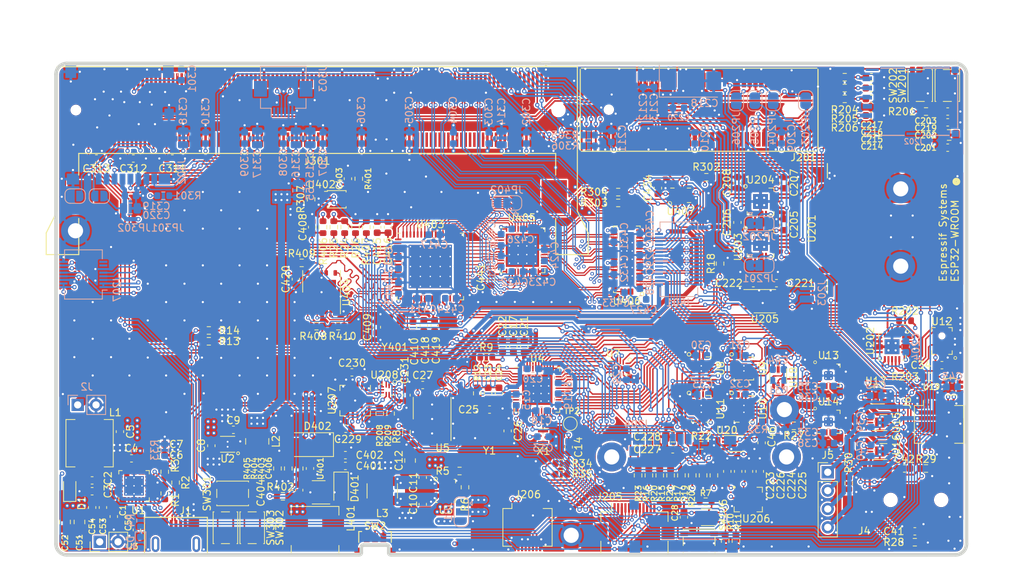
<source format=kicad_pcb>
(kicad_pcb (version 20171130) (host pcbnew "(5.1.9-0-10_14)")
  (layers (0 F.Cu signal) (1 GND power) (2 PWR power) (31 B.Cu signal) (34 B.Paste user) (35 F.Paste user) (36 B.SilkS user) (37 F.SilkS user) (38 B.Mask user) (39 F.Mask user) (44 Edge.Cuts user))
  (net 0 "")
  (net 1 GND)
  (net 2 +3V3)
  (net 3 +1V8)
  (net 4 GPIO_18)
  (net 5 GPIO_23)
  (net 6 JTAG_TCK)
  (net 7 JTAG_TDO)
  (net 8 JTAG_TMS)
  (net 9 JTAG_TDI)
  (net 10 "Net-(L2-Pad1)")
  (net 11 WAKE)
  (net 12 "Net-(R2-Pad2)")
  (net 13 VBUS)
  (net 14 "Net-(C6-Pad1)")
  (net 15 PWM2.1)
  (net 16 PWM0.1)
  (net 17 "Net-(L3-Pad1)")
  (net 18 "Net-(L3-Pad2)")
  (net 19 "Net-(R1-Pad1)")
  (net 20 PWM1.1)
  (net 21 SPI1.SS0)
  (net 22 SPI1.MOSI)
  (net 23 SPI1.MISO)
  (net 24 SPI1.SCK)
  (net 25 SPI1.SS2)
  (net 26 SPI1.SS3)
  (net 27 "Net-(U10-Pad11)")
  (net 28 /SPK_GAIN)
  (net 29 GPIO_20)
  (net 30 GPIO_0)
  (net 31 GPIO_22)
  (net 32 /SPK_EN)
  (net 33 /SPK_CLK)
  (net 34 +VSYS)
  (net 35 "Net-(C301-Pad1)")
  (net 36 ESP32.HSPI.MOSI)
  (net 37 ESP32.HSPI.SCK)
  (net 38 ESP32.HSPI.MISO)
  (net 39 ESP32.HSPI.SS0)
  (net 40 ESP32.IO27)
  (net 41 DISP_LED_A)
  (net 42 DISP_LED_K)
  (net 43 /PLL_AVSS)
  (net 44 /PLL_AVDD)
  (net 45 /XTAL_XI)
  (net 46 /XTAL_XO)
  (net 47 /QSPI_CS)
  (net 48 /QSPI_DQ_3)
  (net 49 /QSPI_DQ_2)
  (net 50 /QSPI_DQ_1)
  (net 51 /QSPI_DQ_0)
  (net 52 /PSD_LFALTCLK)
  (net 53 /QSPI_CLK)
  (net 54 "Net-(J1-Pad4)")
  (net 55 "Net-(J202-Pad6)")
  (net 56 "Net-(J301-Pad21)")
  (net 57 "Net-(J301-Pad23)")
  (net 58 "Net-(J301-Pad25)")
  (net 59 "Net-(J301-Pad27)")
  (net 60 "Net-(J301-Pad29)")
  (net 61 "Net-(J301-Pad31)")
  (net 62 "Net-(J301-Pad63)")
  (net 63 "Net-(J301-Pad65)")
  (net 64 "Net-(J301-Pad69)")
  (net 65 "Net-(J301-Pad73)")
  (net 66 "Net-(J301-Pad77)")
  (net 67 "Net-(J301-Pad79)")
  (net 68 "Net-(J301-Pad81)")
  (net 69 "Net-(J301-Pad83)")
  (net 70 "Net-(J301-Pad85)")
  (net 71 "Net-(J301-Pad89)")
  (net 72 "Net-(J301-Pad91)")
  (net 73 "Net-(J301-Pad93)")
  (net 74 "Net-(J301-Pad95)")
  (net 75 "Net-(J301-Pad97)")
  (net 76 "Net-(J301-Pad99)")
  (net 77 "Net-(J301-Pad101)")
  (net 78 "Net-(J301-Pad103)")
  (net 79 "Net-(J301-Pad107)")
  (net 80 "Net-(J301-Pad109)")
  (net 81 "Net-(J301-Pad113)")
  (net 82 "Net-(J301-Pad115)")
  (net 83 "Net-(J301-Pad119)")
  (net 84 "Net-(J301-Pad121)")
  (net 85 "Net-(J301-Pad125)")
  (net 86 "Net-(J301-Pad127)")
  (net 87 "Net-(J301-Pad131)")
  (net 88 "Net-(J301-Pad133)")
  (net 89 "Net-(J301-Pad137)")
  (net 90 "Net-(J301-Pad139)")
  (net 91 "Net-(J301-Pad143)")
  (net 92 "Net-(J301-Pad145)")
  (net 93 "Net-(J301-Pad147)")
  (net 94 "Net-(J301-Pad157)")
  (net 95 "Net-(J301-Pad161)")
  (net 96 "Net-(J301-Pad163)")
  (net 97 "Net-(J301-Pad167)")
  (net 98 "Net-(J301-Pad169)")
  (net 99 "Net-(J301-Pad173)")
  (net 100 "Net-(J301-Pad175)")
  (net 101 "Net-(J301-Pad179)")
  (net 102 "Net-(J301-Pad181)")
  (net 103 "Net-(J301-Pad187)")
  (net 104 "Net-(J301-Pad189)")
  (net 105 "Net-(J301-Pad191)")
  (net 106 "Net-(J301-Pad193)")
  (net 107 "Net-(J301-Pad195)")
  (net 108 "Net-(J301-Pad197)")
  (net 109 "Net-(J301-Pad199)")
  (net 110 "Net-(J301-Pad201)")
  (net 111 "Net-(J301-Pad203)")
  (net 112 "Net-(J301-Pad2)")
  (net 113 "Net-(J301-Pad4)")
  (net 114 "Net-(J301-Pad6)")
  (net 115 "Net-(J301-Pad8)")
  (net 116 "Net-(J301-Pad12)")
  (net 117 "Net-(J301-Pad14)")
  (net 118 "Net-(J301-Pad16)")
  (net 119 "Net-(J301-Pad18)")
  (net 120 "Net-(J301-Pad20)")
  (net 121 "Net-(J301-Pad22)")
  (net 122 "Net-(J301-Pad24)")
  (net 123 "Net-(J301-Pad26)")
  (net 124 "Net-(J301-Pad30)")
  (net 125 "Net-(J301-Pad32)")
  (net 126 "Net-(J301-Pad34)")
  (net 127 "Net-(J301-Pad36)")
  (net 128 "Net-(J301-Pad38)")
  (net 129 "Net-(J301-Pad40)")
  (net 130 "Net-(J301-Pad42)")
  (net 131 "Net-(J301-Pad44)")
  (net 132 "Net-(J301-Pad48)")
  (net 133 "Net-(J301-Pad50)")
  (net 134 "Net-(J301-Pad52)")
  (net 135 "Net-(J301-Pad54)")
  (net 136 "Net-(J301-Pad56)")
  (net 137 "Net-(J301-Pad62)")
  (net 138 "Net-(J301-Pad66)")
  (net 139 "Net-(J301-Pad68)")
  (net 140 "Net-(J301-Pad70)")
  (net 141 "Net-(J301-Pad72)")
  (net 142 "Net-(J301-Pad74)")
  (net 143 "Net-(J301-Pad92)")
  (net 144 "Net-(J301-Pad94)")
  (net 145 "Net-(J301-Pad98)")
  (net 146 "Net-(J301-Pad100)")
  (net 147 "Net-(J301-Pad102)")
  (net 148 "Net-(J301-Pad104)")
  (net 149 "Net-(J301-Pad106)")
  (net 150 "Net-(J301-Pad108)")
  (net 151 "Net-(J301-Pad110)")
  (net 152 "Net-(J301-Pad112)")
  (net 153 "Net-(J301-Pad116)")
  (net 154 "Net-(J301-Pad118)")
  (net 155 "Net-(J301-Pad120)")
  (net 156 "Net-(J301-Pad122)")
  (net 157 "Net-(J301-Pad124)")
  (net 158 "Net-(J301-Pad126)")
  (net 159 "Net-(J301-Pad128)")
  (net 160 "Net-(J301-Pad130)")
  (net 161 "Net-(J301-Pad134)")
  (net 162 "Net-(J301-Pad136)")
  (net 163 "Net-(J301-Pad138)")
  (net 164 "Net-(J301-Pad140)")
  (net 165 "Net-(J301-Pad142)")
  (net 166 "Net-(J301-Pad144)")
  (net 167 "Net-(J301-Pad146)")
  (net 168 "Net-(J301-Pad148)")
  (net 169 "Net-(J301-Pad152)")
  (net 170 "Net-(J301-Pad156)")
  (net 171 "Net-(J301-Pad158)")
  (net 172 "Net-(J301-Pad160)")
  (net 173 "Net-(J301-Pad162)")
  (net 174 "Net-(J301-Pad164)")
  (net 175 "Net-(J301-Pad166)")
  (net 176 "Net-(J301-Pad170)")
  (net 177 "Net-(J301-Pad172)")
  (net 178 "Net-(J301-Pad182)")
  (net 179 "Net-(J301-Pad184)")
  (net 180 "Net-(J301-Pad188)")
  (net 181 "Net-(J301-Pad190)")
  (net 182 "Net-(J301-Pad192)")
  (net 183 "Net-(J301-Pad194)")
  (net 184 "Net-(J301-Pad196)")
  (net 185 "Net-(J301-Pad198)")
  (net 186 "Net-(J301-Pad202)")
  (net 187 "Net-(U1-Pad24)")
  (net 188 "Net-(U9-Pad2)")
  (net 189 "Net-(U10-Pad15)")
  (net 190 "Net-(U10-Pad7)")
  (net 191 "Net-(U10-Pad6)")
  (net 192 "Net-(U10-Pad5)")
  (net 193 "Net-(U10-Pad4)")
  (net 194 "Net-(U10-Pad3)")
  (net 195 "Net-(U10-Pad2)")
  (net 196 "Net-(U10-Pad1)")
  (net 197 "Net-(U201-Pad32)")
  (net 198 "Net-(U201-Pad22)")
  (net 199 "Net-(U201-Pad21)")
  (net 200 "Net-(U201-Pad20)")
  (net 201 "Net-(U201-Pad19)")
  (net 202 "Net-(U201-Pad18)")
  (net 203 "Net-(U201-Pad17)")
  (net 204 "Net-(U203-Pad6)")
  (net 205 "Net-(U203-Pad9)")
  (net 206 "Net-(U204-Pad9)")
  (net 207 "Net-(U204-Pad6)")
  (net 208 "Net-(X1-Pad1)")
  (net 209 "Net-(J301-Pad155)")
  (net 210 "Net-(J301-Pad154)")
  (net 211 "Net-(J301-Pad60)")
  (net 212 PWM1.2)
  (net 213 DISP_CS)
  (net 214 /MIC_CLK)
  (net 215 /MIC_WS)
  (net 216 /SPK_R+)
  (net 217 /SPK_L+)
  (net 218 /SPK_L-)
  (net 219 /SPK_R-)
  (net 220 "Net-(R5-Pad2)")
  (net 221 iMX8.USB1.D_P)
  (net 222 iMX8.USB1.D_N)
  (net 223 iMX8.PWM1)
  (net 224 BT81X.GPIO3)
  (net 225 BT81X.GPIO0)
  (net 226 BT81X.GPIO1)
  (net 227 BT81X.GPIO2)
  (net 228 BT81X.R0)
  (net 229 BT81X.BL_PWM)
  (net 230 BT81X.DE)
  (net 231 BT81X.VSYNC)
  (net 232 BT81X.HSYNC)
  (net 233 BT81X.DISP)
  (net 234 BT81X.PCLK)
  (net 235 BT81X.B7)
  (net 236 BT81X.B6)
  (net 237 BT81X.B5)
  (net 238 BT81X.B4)
  (net 239 BT81X.B3)
  (net 240 BT81X.B2)
  (net 241 BT81X.B1)
  (net 242 BT81X.B0)
  (net 243 BT81X.G7)
  (net 244 BT81X.G6)
  (net 245 BT81X.G5)
  (net 246 BT81X.G4)
  (net 247 BT81X.G3)
  (net 248 BT81X.G2)
  (net 249 BT81X.G1)
  (net 250 BT81X.G0)
  (net 251 BT81X.R7)
  (net 252 BT81X.R6)
  (net 253 BT81X.R5)
  (net 254 BT81X.R4)
  (net 255 BT81X.R3)
  (net 256 BT81X.R2)
  (net 257 BT81X.R1)
  (net 258 "Net-(JP201-Pad2)")
  (net 259 "Net-(J301-Pad58)")
  (net 260 "Net-(C214-Pad1)")
  (net 261 "Net-(C215-Pad1)")
  (net 262 "Net-(C216-Pad1)")
  (net 263 "Net-(C217-Pad1)")
  (net 264 "Net-(C408-Pad1)")
  (net 265 "Net-(D401-Pad2)")
  (net 266 "Net-(J201-Pad48)")
  (net 267 "Net-(J201-Pad42)")
  (net 268 "Net-(J201-Pad33)")
  (net 269 "Net-(J201-Pad32)")
  (net 270 "Net-(J201-Pad30)")
  (net 271 "Net-(J201-Pad28)")
  (net 272 "Net-(J201-Pad25)")
  (net 273 "Net-(J201-Pad23)")
  (net 274 "Net-(J201-Pad20)")
  (net 275 "Net-(J201-Pad16)")
  (net 276 "Net-(J201-Pad14)")
  (net 277 "Net-(J201-Pad12)")
  (net 278 "Net-(J201-Pad10)")
  (net 279 "Net-(J201-Pad7)")
  (net 280 "Net-(J201-Pad6)")
  (net 281 "Net-(J201-Pad5)")
  (net 282 "Net-(J201-Pad3)")
  (net 283 "Net-(J201-Pad1)")
  (net 284 "Net-(J203-Pad2)")
  (net 285 "Net-(J203-Pad1)")
  (net 286 /disp/CTP_SCL)
  (net 287 /disp/CTP_SDA)
  (net 288 /disp/CTP_INT)
  (net 289 /disp/CTP_RST)
  (net 290 "Net-(R401-Pad2)")
  (net 291 "Net-(R402-Pad2)")
  (net 292 "Net-(U405-Pad22)")
  (net 293 "Net-(U405-Pad23)")
  (net 294 "Net-(U405-Pad26)")
  (net 295 "Net-(U406-Pad17)")
  (net 296 "Net-(U406-Pad19)")
  (net 297 "Net-(U406-Pad41)")
  (net 298 "Net-(U406-Pad42)")
  (net 299 /HP_DET)
  (net 300 /MIC_SD)
  (net 301 /SPK_GAIN_SEL)
  (net 302 /disp/DISP_LVDS_A0N)
  (net 303 /disp/DISP_LVDS_A0P)
  (net 304 /disp/DISP_LVDS_A1N)
  (net 305 /disp/DISP_LVDS_A1P)
  (net 306 /disp/DISP_LVDS_A2N)
  (net 307 /disp/DISP_LVDS_A2P)
  (net 308 /disp/DISP_LVDS_A3N)
  (net 309 /disp/DISP_LVDS_A3P)
  (net 310 /disp/BT81X_QSPI_CS)
  (net 311 /disp/BT81X_QSPI_DQ_3)
  (net 312 /disp/BT81X_QSPI_DQ_2)
  (net 313 /disp/BT81X_QSPI_CLK)
  (net 314 /disp/BT81X_QSPI_DQ_0)
  (net 315 /disp/BT81X_QSPI_DQ_1)
  (net 316 /disp/BT81X_X1)
  (net 317 /disp/BT81X_X2)
  (net 318 /disp/BT81X_1V2)
  (net 319 "Net-(JP402-Pad2)")
  (net 320 /RESET)
  (net 321 JTAG_TRST_N)
  (net 322 /BQ_QON)
  (net 323 "Net-(U201-Pad5)")
  (net 324 /periph/PERST)
  (net 325 "Net-(C222-Pad1)")
  (net 326 "Net-(C225-Pad1)")
  (net 327 "Net-(C226-Pad1)")
  (net 328 /exp/ALT_BOOT)
  (net 329 /exp/SD2_CLK)
  (net 330 /exp/SD2_CMD)
  (net 331 /exp/SD2_DAT0)
  (net 332 /exp/SD2_DAT1)
  (net 333 /exp/SD2_DAT2)
  (net 334 /exp/SD2_DAT3)
  (net 335 "Net-(U206-Pad9)")
  (net 336 "Net-(U206-Pad10)")
  (net 337 "Net-(U206-Pad11)")
  (net 338 "Net-(U206-Pad12)")
  (net 339 "Net-(U206-Pad13)")
  (net 340 "Net-(J204-Pad1)")
  (net 341 "Net-(J204-Pad8)")
  (net 342 "Net-(J205-Pad12)")
  (net 343 iMX8.GPIO5.IO29)
  (net 344 iMX8.GPIO5.IO28)
  (net 345 iMX8.I2C3.SCL)
  (net 346 iMX8.I2C3.SDA)
  (net 347 "Net-(J301-Pad75)")
  (net 348 "Net-(J301-Pad129)")
  (net 349 "Net-(J301-Pad135)")
  (net 350 "Net-(J301-Pad149)")
  (net 351 "Net-(J301-Pad151)")
  (net 352 "Net-(J301-Pad153)")
  (net 353 USB_D-)
  (net 354 USB_D+)
  (net 355 /periph/USB_CBUS3)
  (net 356 /periph/USB_RXD)
  (net 357 "Net-(U207-Pad5)")
  (net 358 /periph/USB_CBUS1)
  (net 359 /periph/USB_CBUS0)
  (net 360 /periph/USB_TXD)
  (net 361 "Net-(U207-Pad16)")
  (net 362 "Net-(U1-Pad2)")
  (net 363 ESP32.UART0.RXD)
  (net 364 ESP32.UART0.TXD)
  (net 365 UART0.TXD)
  (net 366 UART0.RXD)
  (net 367 iMX8.LVDS0.CLKP)
  (net 368 iMX8.LVDS0.CLKN)
  (net 369 iMX8.LVDS0.A0P)
  (net 370 iMX8.LVDS0.A0N)
  (net 371 iMX8.LVDS0.A1P)
  (net 372 iMX8.LVDS0.A1N)
  (net 373 iMX8.LVDS0.A2P)
  (net 374 iMX8.LVDS0.A2N)
  (net 375 iMX8.LVDS0.A3P)
  (net 376 iMX8.LVDS0.A3N)
  (net 377 /disp/DISP_LVDS_CLKN)
  (net 378 /disp/DISP_LVDS_CLKP)
  (net 379 /disp/DS90_LVDS_A3P)
  (net 380 /disp/DS90_LVDS_A3N)
  (net 381 /disp/DS90_LVDS_CLKP)
  (net 382 /disp/DS90_LVDS_CLKN)
  (net 383 /disp/DS90_LVDS_A2P)
  (net 384 /disp/DS90_LVDS_A2N)
  (net 385 /disp/DS90_LVDS_A1P)
  (net 386 /disp/DS90_LVDS_A1N)
  (net 387 /disp/DS90_LVDS_A0P)
  (net 388 /disp/DS90_LVDS_A0N)
  (net 389 "Net-(R27-Pad1)")
  (net 390 /AON_PMU_OUT_0)
  (net 391 /AON_PMU_OUT_1)
  (net 392 /exp/RESET)
  (net 393 "Net-(J204-Pad9)")
  (net 394 "Net-(J204-Pad10)")
  (net 395 /exp/SD2_DET)
  (net 396 "Net-(J1-Pad6)")
  (net 397 iMX8.USB1.ID)
  (net 398 iMX8.USB1.VBUS)
  (net 399 "Net-(J401-Pad2)")
  (net 400 "Net-(J301-Pad76)")
  (net 401 /exp/POWER)
  (net 402 ESP32.IO26)
  (net 403 "Net-(U201-Pad4)")
  (net 404 /HP_R)
  (net 405 "Net-(C42-Pad1)")
  (net 406 /HP_L)
  (net 407 /~HP_DET)
  (net 408 /AUDIO_OUT_L-)
  (net 409 /AUDIO_OUT_L+)
  (net 410 /AUDIO_OUT_R-)
  (net 411 /AUDIO_OUT_R+)
  (net 412 "Net-(C2-Pad2)")
  (net 413 "Net-(C3-Pad1)")
  (net 414 VDDA)
  (net 415 "Net-(C41-Pad1)")
  (net 416 "Net-(D2-Pad1)")
  (net 417 BT81X.AUDIO)
  (net 418 "Net-(J6-Pad8)")
  (net 419 /EXT_AUDIO_EN)
  (net 420 "Net-(J6-Pad12)")
  (net 421 /exp/UART3_RX)
  (net 422 /exp/UART3_TX)
  (net 423 "Net-(J303-Pad1)")
  (net 424 "Net-(R4-Pad1)")
  (net 425 "Net-(R31-Pad2)")
  (net 426 "Net-(R32-Pad1)")
  (net 427 BQ.INT)
  (net 428 "Net-(U8-Pad3)")
  (net 429 "Net-(U8-Pad10)")
  (net 430 "Net-(U10-Pad9)")
  (net 431 "Net-(U11-Pad1)")
  (net 432 "Net-(U11-Pad2)")
  (net 433 "Net-(U11-Pad3)")
  (net 434 "Net-(U11-Pad4)")
  (net 435 "Net-(U11-Pad5)")
  (net 436 "Net-(U11-Pad6)")
  (net 437 "Net-(U11-Pad7)")
  (net 438 "Net-(U11-Pad15)")
  (net 439 "Net-(U15-Pad6)")
  (net 440 "Net-(U16-Pad6)")
  (net 441 "Net-(U17-Pad1)")
  (net 442 /BQ_SW)
  (net 443 "Net-(J303-Pad2)")
  (net 444 "Net-(J6-Pad14)")
  (net 445 "Net-(J6-Pad16)")
  (net 446 "Net-(J206-Pad10)")
  (net 447 "Net-(J206-Pad8)")
  (net 448 "Net-(J207-Pad15)")
  (net 449 "Net-(J207-Pad13)")
  (net 450 /periph/ESP32_EN)
  (net 451 /periph/PCM_SYNC)
  (net 452 /periph/PCM_DI)
  (net 453 /periph/PCM_DO)
  (net 454 /periph/SIMCom_UART_DTR)
  (net 455 /periph/PCM_CLK)
  (net 456 /periph/SIMCom_UART_RI)
  (net 457 /periph/Quectel_UART_DTR)
  (net 458 /periph/SIMCom_UART_TXD)
  (net 459 /periph/Quectel_UART_RI)
  (net 460 /periph/Quectel_UART_TXD)
  (net 461 /periph/Quectel_UART_RXD)
  (net 462 /periph/ESP32_UART2_DTR)
  (net 463 /periph/ESP32_UART2_RI)
  (net 464 /periph/ESP32_UART2_TXD)
  (net 465 /periph/ESP32_UART2_RXD)
  (net 466 /periph/ESP32_VSPI_SS0)
  (net 467 /periph/ESP32_PCM_DI)
  (net 468 /periph/ESP32_PCM_CLK)
  (net 469 /periph/ESP32_PCM_DO)
  (net 470 /periph/ESP32_PCM_SYNC)
  (net 471 /periph/ESP32_VSPI_SCK)
  (net 472 /periph/ESP32_VSPI_MISO)
  (net 473 /periph/ESP32_VSPI_MOSI)
  (net 474 CTP.RST)
  (net 475 BT81X.INT)
  (net 476 /SD_IN)
  (net 477 I2C0.SCL)
  (net 478 I2C0.SDA)
  (net 479 GPIO_17)
  (net 480 GPIO_16)
  (net 481 /SD_OUT)
  (net 482 +5V)
  (net 483 "Net-(JP202-Pad2)")
  (net 484 "Net-(U403-Pad32)")
  (net 485 "Net-(U403-Pad31)")
  (net 486 "Net-(U403-Pad30)")
  (net 487 "Net-(U403-Pad29)")
  (module footprints:Spacer_small (layer B.Cu) (at 108.7 95.15)
    (fp_text reference J209 hide)
    (fp_text value Spacer)
    (pad 1 smd circle (at 0 0) (size 4 4) (layers B.Cu B.Mask) (net 1 GND))
    (pad 1 thru_hole circle (at 0 0) (size 3 3) (drill 2.1) (layers *.Cu *.Mask) (net 1 GND))
  )
  (module footprints:Spacer_small (layer F.Cu) (at 177.3 137.3)
    (fp_text reference J208 hide)
    (fp_text value Spacer)
    (pad 1 smd circle (at 0 0) (size 4 4) (layers F.Cu F.Mask) (net 1 GND))
    (pad 1 thru_hole circle (at 0 0) (size 3 3) (drill 2.1) (layers *.Cu *.Mask) (net 1 GND))
  )
  (module footprints:Spacer_small (layer B.Cu) (at 222.9 89.35)
    (fp_text reference J402 hide)
    (fp_text value Spacer)
    (pad 1 smd circle (at 0 0) (size 4 4) (layers B.Cu B.Mask) (net 1 GND))
    (pad 1 thru_hole circle (at 0 0) (size 3 3) (drill 2.1) (layers *.Cu *.Mask) (net 1 GND))
  )
  (module footprints:Spacer_small (layer B.Cu) (at 222.9 100.05)
    (fp_text reference J403 hide)
    (fp_text value Spacer)
    (pad 1 smd circle (at 0 0) (size 4 4) (layers B.Cu B.Mask) (net 1 GND))
    (pad 1 thru_hole circle (at 0 0) (size 3 3) (drill 2.1) (layers *.Cu *.Mask) (net 1 GND))
  )
  (module footprints:Spacer_small (layer B.Cu) (at 206.8 119.9)
    (fp_text reference J404 hide)
    (fp_text value Spacer)
    (pad 1 smd circle (at 0 0) (size 4 4) (layers B.Cu B.Mask) (net 1 GND))
    (pad 1 thru_hole circle (at 0 0) (size 3 3) (drill 2.1) (layers *.Cu *.Mask) (net 1 GND))
  )
  (module Resistor_SMD:R_0603_1608Metric (layer F.Cu) (at 208.1 122.15 180)
    (fp_text reference R27 (at 0 -1.35) (layer F.SilkS))
    (fp_text value 210K)
    (pad 2 smd roundrect (at 0.825 0 180) (size 0.8 0.95) (layers F.Cu F.Paste F.Mask) (net 32 /SPK_EN))
    (pad 1 smd roundrect (at -0.825 0 180) (size 0.8 0.95) (layers F.Cu F.Paste F.Mask) (net 389 "Net-(R27-Pad1)"))
  )
  (module footprints:TQFN-16-1EP_3x3mm_P0.5mm_EP1.23x1.23mm_ThermalVias (layer F.Cu) (at 212.9 115.2)
    (fp_text reference U13 (at 0 -2.8) (layer F.SilkS))
    (fp_text value MAX98357A)
    (pad 17 smd roundrect (at 0 0) (size 1.23 1.23) (layers B.Cu) (roundrect_rratio 0.203) (net 1 GND))
    (pad 17 thru_hole circle (at -0.35 0.35) (size 0.5 0.5) (drill 0.2) (layers *.Cu) (net 1 GND))
    (pad 17 thru_hole circle (at 0.35 0.35) (size 0.5 0.5) (drill 0.2) (layers *.Cu) (net 1 GND))
    (pad 17 thru_hole circle (at 0.35 -0.35) (size 0.5 0.5) (drill 0.2) (layers *.Cu) (net 1 GND))
    (pad 17 thru_hole circle (at -0.35 -0.35) (size 0.5 0.5) (drill 0.2) (layers *.Cu) (net 1 GND))
    (pad 16 smd roundrect (at -0.75 -1.4375) (size 0.25 0.825) (layers F.Cu F.Paste F.Mask) (net 33 /SPK_CLK))
    (pad 15 smd roundrect (at -0.25 -1.4375) (size 0.25 0.825) (layers F.Cu F.Paste F.Mask) (net 1 GND))
    (pad 14 smd roundrect (at 0.25 -1.4375) (size 0.25 0.825) (layers F.Cu F.Paste F.Mask) (net 15 PWM2.1))
    (pad 13 smd roundrect (at 0.75 -1.4375) (size 0.25 0.825) (layers F.Cu F.Paste F.Mask))
    (pad 12 smd roundrect (at 1.4375 -0.75) (size 0.825 0.25) (layers F.Cu F.Paste F.Mask))
    (pad 11 smd roundrect (at 1.4375 -0.25) (size 0.825 0.25) (layers F.Cu F.Paste F.Mask) (net 1 GND))
    (pad 10 smd roundrect (at 1.4375 0.25) (size 0.825 0.25) (layers F.Cu F.Paste F.Mask) (net 408 /AUDIO_OUT_L-))
    (pad 9 smd roundrect (at 1.4375 0.75) (size 0.825 0.25) (layers F.Cu F.Paste F.Mask) (net 409 /AUDIO_OUT_L+))
    (pad 8 smd roundrect (at 0.75 1.4375) (size 0.25 0.825) (layers F.Cu F.Paste F.Mask) (net 414 VDDA))
    (pad 7 smd roundrect (at 0.25 1.4375) (size 0.25 0.825) (layers F.Cu F.Paste F.Mask) (net 414 VDDA))
    (pad 6 smd roundrect (at -0.25 1.4375) (size 0.25 0.825) (layers F.Cu F.Paste F.Mask))
    (pad 5 smd roundrect (at -0.75 1.4375) (size 0.25 0.825) (layers F.Cu F.Paste F.Mask))
    (pad 4 smd roundrect (at -1.4375 0.75) (size 0.825 0.25) (layers F.Cu F.Paste F.Mask) (net 32 /SPK_EN))
    (pad 3 smd roundrect (at -1.4375 0.25) (size 0.825 0.25) (layers F.Cu F.Paste F.Mask) (net 1 GND))
    (pad 2 smd roundrect (at -1.4375 -0.25) (size 0.825 0.25) (layers F.Cu F.Paste F.Mask) (net 28 /SPK_GAIN))
    (pad 1 smd roundrect (at -1.4375 -0.75) (size 0.825 0.25) (layers F.Cu F.Paste F.Mask) (net 476 /SD_IN))
    (pad 17 smd roundrect (at 0 0) (size 1.23 1.23) (layers F.Cu F.Mask) (roundrect_rratio 0.203) (net 1 GND))
  )
  (module Capacitor_SMD:C_0603_1608Metric (layer B.Cu) (at 219.45 117.95)
    (fp_text reference C43 (at 0 -1.45) (layer B.SilkS) (effects (justify mirror)))
    (fp_text value 0.1uF)
    (pad 2 smd roundrect (at 0.775 0) (size 0.9 0.95) (layers B.Cu B.Paste B.Mask) (net 1 GND))
    (pad 1 smd roundrect (at -0.775 0) (size 0.9 0.95) (layers B.Cu B.Paste B.Mask) (net 2 +3V3))
  )
  (module footprints:Texas_R-PDSO-G5 (layer F.Cu) (at 219.45 117.95 180)
    (fp_text reference U17 (at 0 2 180) (layer F.SilkS))
    (fp_text value SN74LVC1G04DCK)
    (pad 4 smd rect (at 1.1 0.65 180) (size 0.9 0.4) (layers F.Cu F.Paste F.Mask) (net 407 /~HP_DET))
    (pad 2 smd rect (at -1.1 0 180) (size 0.9 0.4) (layers F.Cu F.Paste F.Mask) (net 299 /HP_DET))
    (pad 1 smd rect (at -1.1 -0.65 180) (size 0.9 0.4) (layers F.Cu F.Paste F.Mask) (net 441 "Net-(U17-Pad1)"))
    (pad 3 smd rect (at -1.1 0.65 180) (size 0.9 0.4) (layers F.Cu F.Paste F.Mask) (net 1 GND))
    (pad 5 smd rect (at 1.1 -0.65 180) (size 0.9 0.4) (layers F.Cu F.Paste F.Mask) (net 2 +3V3))
  )
  (module footprints:Molex_MicroSD-5027740891 (layer B.Cu) (at 186.85 139.7)
    (fp_text reference J204 (at -0.45 -17.8) (layer B.SilkS) (effects (justify mirror)))
    (fp_text value Micro_SD_Card_Det)
    (pad 10 smd rect (at -0.85 -6.65) (size 1.3 1.4) (layers B.Cu B.Paste B.Mask) (net 394 "Net-(J204-Pad10)"))
    (pad 9 smd rect (at -0.85 -14.05) (size 1.3 1.3) (layers B.Cu B.Paste B.Mask) (net 393 "Net-(J204-Pad9)"))
    (pad 11 smd rect (at -0.2 -15.7) (size 1.6 1.5) (layers B.Cu B.Paste B.Mask) (net 1 GND))
    (pad 11 smd rect (at -0.75 -0.85) (size 1.5 1.7) (layers B.Cu B.Paste B.Mask) (net 1 GND))
    (pad 11 smd rect (at 12.45 -15.7) (size 1.7 1.5) (layers B.Cu B.Paste B.Mask) (net 1 GND))
    (pad 11 smd rect (at 12.75 -0.85) (size 1.5 1.7) (layers B.Cu B.Paste B.Mask) (net 1 GND))
    (pad 8 smd rect (at 1.2 -15.7) (size 0.8 1.5) (layers B.Cu B.Paste B.Mask) (net 341 "Net-(J204-Pad8)"))
    (pad 7 smd rect (at 2.3 -15.7) (size 0.8 1.5) (layers B.Cu B.Paste B.Mask) (net 23 SPI1.MISO))
    (pad 6 smd rect (at 3.4 -15.7) (size 0.8 1.5) (layers B.Cu B.Paste B.Mask) (net 1 GND))
    (pad 5 smd rect (at 4.5 -15.7) (size 0.8 1.5) (layers B.Cu B.Paste B.Mask) (net 24 SPI1.SCK))
    (pad 4 smd rect (at 5.6 -15.7) (size 0.8 1.5) (layers B.Cu B.Paste B.Mask) (net 2 +3V3))
    (pad 3 smd rect (at 6.7 -15.7) (size 0.8 1.5) (layers B.Cu B.Paste B.Mask) (net 22 SPI1.MOSI))
    (pad 2 smd rect (at 7.8 -15.7) (size 0.8 1.5) (layers B.Cu B.Paste B.Mask) (net 30 GPIO_0))
    (pad 1 smd rect (at 8.9 -15.7) (size 0.8 1.5) (layers B.Cu B.Paste B.Mask) (net 340 "Net-(J204-Pad1)"))
  )
  (module footprints:Molex_MicroSD-5027740891 (layer B.Cu) (at 120.8 72.3 180)
    (fp_text reference J302 (at -2.6 -14.65 90) (layer B.SilkS) (effects (justify mirror)))
    (fp_text value Micro_SD_Card_Det)
    (pad 10 smd rect (at -0.85 -6.65 180) (size 1.3 1.4) (layers B.Cu B.Paste B.Mask) (net 1 GND))
    (pad 9 smd rect (at -0.85 -14.05 180) (size 1.3 1.3) (layers B.Cu B.Paste B.Mask) (net 395 /exp/SD2_DET))
    (pad 11 smd rect (at -0.2 -15.7 180) (size 1.6 1.5) (layers B.Cu B.Paste B.Mask) (net 1 GND))
    (pad 11 smd rect (at -0.75 -0.85 180) (size 1.5 1.7) (layers B.Cu B.Paste B.Mask) (net 1 GND))
    (pad 11 smd rect (at 12.45 -15.7 180) (size 1.7 1.5) (layers B.Cu B.Paste B.Mask) (net 1 GND))
    (pad 11 smd rect (at 12.75 -0.85 180) (size 1.5 1.7) (layers B.Cu B.Paste B.Mask) (net 1 GND))
    (pad 8 smd rect (at 1.2 -15.7 180) (size 0.8 1.5) (layers B.Cu B.Paste B.Mask) (net 332 /exp/SD2_DAT1))
    (pad 7 smd rect (at 2.3 -15.7 180) (size 0.8 1.5) (layers B.Cu B.Paste B.Mask) (net 331 /exp/SD2_DAT0))
    (pad 6 smd rect (at 3.4 -15.7 180) (size 0.8 1.5) (layers B.Cu B.Paste B.Mask) (net 1 GND))
    (pad 5 smd rect (at 4.5 -15.7 180) (size 0.8 1.5) (layers B.Cu B.Paste B.Mask) (net 329 /exp/SD2_CLK))
    (pad 4 smd rect (at 5.6 -15.7 180) (size 0.8 1.5) (layers B.Cu B.Paste B.Mask) (net 2 +3V3))
    (pad 3 smd rect (at 6.7 -15.7 180) (size 0.8 1.5) (layers B.Cu B.Paste B.Mask) (net 330 /exp/SD2_CMD))
    (pad 2 smd rect (at 7.8 -15.7 180) (size 0.8 1.5) (layers B.Cu B.Paste B.Mask) (net 334 /exp/SD2_DAT3))
    (pad 1 smd rect (at 8.9 -15.7 180) (size 0.8 1.5) (layers B.Cu B.Paste B.Mask) (net 333 /exp/SD2_DAT2))
  )
  (module footprints:Panasonic_EVPAE (layer F.Cu) (at 150.15 138.25)
    (fp_text reference SW2 (at 0 -2.25 180) (layer F.SilkS))
    (fp_text value WAKE)
    (pad 0 smd rect (at 2.5 1.1) (size 0.7 0.7) (layers F.Cu F.Paste F.Mask))
    (pad 0 smd rect (at -2.5 1.1) (size 0.7 0.7) (layers F.Cu F.Paste F.Mask))
    (pad 1 smd rect (at 1.15 -0.625) (size 0.8 1.25) (layers F.Cu F.Paste F.Mask) (net 1 GND))
    (pad 1 smd rect (at -1.15 -0.625) (size 0.8 1.25) (layers F.Cu F.Paste F.Mask) (net 1 GND))
    (pad 2 smd rect (at 0 -0.625) (size 0.8 1.25) (layers F.Cu F.Paste F.Mask) (net 11 WAKE))
  )
  (module footprints:DHVQFN-16_2.5x3.5mm_P0.5mm_EP1.0x2.0mm (layer F.Cu) (at 201.2 119.8 270)
    (fp_text reference U10 (at 0 -2.65 90) (layer F.SilkS))
    (fp_text value 74HC595)
    (pad 17 smd rect (at -0.475 0) (size 0.9 0.95) (layers F.Cu F.Paste F.Mask) (net 1 GND))
    (pad 1 smd rect (at -1.8 0.25) (size 0.24 0.9) (layers F.Cu F.Paste F.Mask) (net 196 "Net-(U10-Pad1)"))
    (pad 2 smd rect (at -1.25 1.3 270) (size 0.24 0.9) (layers F.Cu F.Paste F.Mask) (net 195 "Net-(U10-Pad2)"))
    (pad 3 smd rect (at -0.75 1.3 270) (size 0.24 0.9) (layers F.Cu F.Paste F.Mask) (net 194 "Net-(U10-Pad3)"))
    (pad 4 smd rect (at -0.25 1.3 270) (size 0.24 0.9) (layers F.Cu F.Paste F.Mask) (net 193 "Net-(U10-Pad4)"))
    (pad 5 smd rect (at 0.25 1.3 270) (size 0.24 0.9) (layers F.Cu F.Paste F.Mask) (net 192 "Net-(U10-Pad5)"))
    (pad 6 smd rect (at 0.75 1.3 270) (size 0.24 0.9) (layers F.Cu F.Paste F.Mask) (net 191 "Net-(U10-Pad6)"))
    (pad 7 smd rect (at 1.25 1.3 270) (size 0.24 0.9) (layers F.Cu F.Paste F.Mask) (net 190 "Net-(U10-Pad7)"))
    (pad 8 smd rect (at 1.8 0.25) (size 0.24 0.9) (layers F.Cu F.Paste F.Mask) (net 1 GND))
    (pad 9 smd rect (at 1.8 -0.25) (size 0.24 0.9) (layers F.Cu F.Paste F.Mask) (net 430 "Net-(U10-Pad9)"))
    (pad 10 smd rect (at 1.25 -1.3 270) (size 0.24 0.9) (layers F.Cu F.Paste F.Mask) (net 2 +3V3))
    (pad 11 smd rect (at 0.75 -1.3 270) (size 0.24 0.9) (layers F.Cu F.Paste F.Mask) (net 27 "Net-(U10-Pad11)"))
    (pad 12 smd rect (at 0.25 -1.3 270) (size 0.24 0.9) (layers F.Cu F.Paste F.Mask) (net 1 GND))
    (pad 13 smd rect (at -0.25 -1.3 270) (size 0.24 0.9) (layers F.Cu F.Paste F.Mask) (net 2 +3V3))
    (pad 14 smd rect (at -0.75 -1.3 270) (size 0.24 0.9) (layers F.Cu F.Paste F.Mask) (net 481 /SD_OUT))
    (pad 15 smd rect (at -1.25 -1.3 270) (size 0.24 0.9) (layers F.Cu F.Paste F.Mask) (net 189 "Net-(U10-Pad15)"))
    (pad 16 smd rect (at -1.8 -0.25) (size 0.24 0.9) (layers F.Cu F.Paste F.Mask) (net 2 +3V3))
    (pad 17 smd rect (at 0.475 0) (size 0.9 0.95) (layers F.Cu F.Paste F.Mask) (net 1 GND))
  )
  (module footprints:DHVQFN-16_2.5x3.5mm_P0.5mm_EP1.0x2.0mm (layer F.Cu) (at 195.3 119.8 270)
    (fp_text reference U11 (at 0 -2.65 90) (layer F.SilkS))
    (fp_text value 74HC595)
    (pad 17 smd rect (at -0.475 0) (size 0.9 0.95) (layers F.Cu F.Paste F.Mask) (net 1 GND))
    (pad 1 smd rect (at -1.8 0.25) (size 0.24 0.9) (layers F.Cu F.Paste F.Mask) (net 431 "Net-(U11-Pad1)"))
    (pad 2 smd rect (at -1.25 1.3 270) (size 0.24 0.9) (layers F.Cu F.Paste F.Mask) (net 432 "Net-(U11-Pad2)"))
    (pad 3 smd rect (at -0.75 1.3 270) (size 0.24 0.9) (layers F.Cu F.Paste F.Mask) (net 433 "Net-(U11-Pad3)"))
    (pad 4 smd rect (at -0.25 1.3 270) (size 0.24 0.9) (layers F.Cu F.Paste F.Mask) (net 434 "Net-(U11-Pad4)"))
    (pad 5 smd rect (at 0.25 1.3 270) (size 0.24 0.9) (layers F.Cu F.Paste F.Mask) (net 435 "Net-(U11-Pad5)"))
    (pad 6 smd rect (at 0.75 1.3 270) (size 0.24 0.9) (layers F.Cu F.Paste F.Mask) (net 436 "Net-(U11-Pad6)"))
    (pad 7 smd rect (at 1.25 1.3 270) (size 0.24 0.9) (layers F.Cu F.Paste F.Mask) (net 437 "Net-(U11-Pad7)"))
    (pad 8 smd rect (at 1.8 0.25) (size 0.24 0.9) (layers F.Cu F.Paste F.Mask) (net 1 GND))
    (pad 9 smd rect (at 1.8 -0.25) (size 0.24 0.9) (layers F.Cu F.Paste F.Mask) (net 476 /SD_IN))
    (pad 10 smd rect (at 1.25 -1.3 270) (size 0.24 0.9) (layers F.Cu F.Paste F.Mask) (net 2 +3V3))
    (pad 11 smd rect (at 0.75 -1.3 270) (size 0.24 0.9) (layers F.Cu F.Paste F.Mask) (net 27 "Net-(U10-Pad11)"))
    (pad 12 smd rect (at 0.25 -1.3 270) (size 0.24 0.9) (layers F.Cu F.Paste F.Mask) (net 1 GND))
    (pad 13 smd rect (at -0.25 -1.3 270) (size 0.24 0.9) (layers F.Cu F.Paste F.Mask) (net 2 +3V3))
    (pad 14 smd rect (at -0.75 -1.3 270) (size 0.24 0.9) (layers F.Cu F.Paste F.Mask) (net 430 "Net-(U10-Pad9)"))
    (pad 15 smd rect (at -1.25 -1.3 270) (size 0.24 0.9) (layers F.Cu F.Paste F.Mask) (net 438 "Net-(U11-Pad15)"))
    (pad 16 smd rect (at -1.8 -0.25) (size 0.24 0.9) (layers F.Cu F.Paste F.Mask) (net 2 +3V3))
    (pad 17 smd rect (at 0.475 0) (size 0.9 0.95) (layers F.Cu F.Paste F.Mask) (net 1 GND))
  )
  (module footprints:DHVQFN-14_2.5x3.0mm_P0.5mm_EP1.0x1.5mm (layer F.Cu) (at 195.3 114.2 270)
    (fp_text reference U8 (at 0 -2.65 90) (layer F.SilkS))
    (fp_text value 74HC00)
    (pad 15 smd rect (at -0.35 0) (size 0.9 0.7) (layers F.Cu F.Paste F.Mask) (net 1 GND))
    (pad 1 smd rect (at -1.55 0.25) (size 0.24 0.9) (layers F.Cu F.Paste F.Mask) (net 214 /MIC_CLK))
    (pad 2 smd rect (at -1 1.3 270) (size 0.24 0.9) (layers F.Cu F.Paste F.Mask) (net 212 PWM1.2))
    (pad 3 smd rect (at -0.5 1.3 270) (size 0.24 0.9) (layers F.Cu F.Paste F.Mask) (net 428 "Net-(U8-Pad3)"))
    (pad 4 smd rect (at 0 1.3 270) (size 0.24 0.9) (layers F.Cu F.Paste F.Mask) (net 428 "Net-(U8-Pad3)"))
    (pad 5 smd rect (at 0.5 1.3 270) (size 0.24 0.9) (layers F.Cu F.Paste F.Mask) (net 4 GPIO_18))
    (pad 6 smd rect (at 1 1.3 270) (size 0.24 0.9) (layers F.Cu F.Paste F.Mask) (net 27 "Net-(U10-Pad11)"))
    (pad 7 smd rect (at 1.55 0.25) (size 0.24 0.9) (layers F.Cu F.Paste F.Mask) (net 1 GND))
    (pad 8 smd rect (at 1.55 -0.25) (size 0.24 0.9) (layers F.Cu F.Paste F.Mask) (net 32 /SPK_EN))
    (pad 9 smd rect (at 1 -1.3 270) (size 0.24 0.9) (layers F.Cu F.Paste F.Mask) (net 212 PWM1.2))
    (pad 10 smd rect (at 0.5 -1.3 270) (size 0.24 0.9) (layers F.Cu F.Paste F.Mask) (net 429 "Net-(U8-Pad10)"))
    (pad 11 smd rect (at 0 -1.3 270) (size 0.24 0.9) (layers F.Cu F.Paste F.Mask) (net 429 "Net-(U8-Pad10)"))
    (pad 12 smd rect (at -0.5 -1.3 270) (size 0.24 0.9) (layers F.Cu F.Paste F.Mask) (net 4 GPIO_18))
    (pad 13 smd rect (at -1 -1.3 270) (size 0.24 0.9) (layers F.Cu F.Paste F.Mask) (net 4 GPIO_18))
    (pad 14 smd rect (at -1.55 -0.25) (size 0.24 0.9) (layers F.Cu F.Paste F.Mask) (net 2 +3V3))
    (pad 15 smd rect (at 0.35 0) (size 0.9 0.7) (layers F.Cu F.Paste F.Mask) (net 1 GND))
  )
  (module footprints:DHVQFN-14_2.5x3.0mm_P0.5mm_EP1.0x1.5mm (layer F.Cu) (at 201.2 114.2 270)
    (fp_text reference U9 (at 0 -2.65 90) (layer F.SilkS))
    (fp_text value 74HC00)
    (pad 15 smd rect (at -0.35 0) (size 0.9 0.7) (layers F.Cu F.Paste F.Mask) (net 1 GND))
    (pad 1 smd rect (at -1.55 0.25) (size 0.24 0.9) (layers F.Cu F.Paste F.Mask) (net 15 PWM2.1))
    (pad 2 smd rect (at -1 1.3 270) (size 0.24 0.9) (layers F.Cu F.Paste F.Mask) (net 188 "Net-(U9-Pad2)"))
    (pad 3 smd rect (at -0.5 1.3 270) (size 0.24 0.9) (layers F.Cu F.Paste F.Mask) (net 213 DISP_CS))
    (pad 4 smd rect (at 0 1.3 270) (size 0.24 0.9) (layers F.Cu F.Paste F.Mask) (net 32 /SPK_EN))
    (pad 5 smd rect (at 0.5 1.3 270) (size 0.24 0.9) (layers F.Cu F.Paste F.Mask) (net 32 /SPK_EN))
    (pad 6 smd rect (at 1 1.3 270) (size 0.24 0.9) (layers F.Cu F.Paste F.Mask) (net 188 "Net-(U9-Pad2)"))
    (pad 7 smd rect (at 1.55 0.25) (size 0.24 0.9) (layers F.Cu F.Paste F.Mask) (net 1 GND))
    (pad 8 smd rect (at 1.55 -0.25) (size 0.24 0.9) (layers F.Cu F.Paste F.Mask) (net 301 /SPK_GAIN_SEL))
    (pad 9 smd rect (at 1 -1.3 270) (size 0.24 0.9) (layers F.Cu F.Paste F.Mask) (net 407 /~HP_DET))
    (pad 10 smd rect (at 0.5 -1.3 270) (size 0.24 0.9) (layers F.Cu F.Paste F.Mask) (net 227 BT81X.GPIO2))
    (pad 11 smd rect (at 0 -1.3 270) (size 0.24 0.9) (layers F.Cu F.Paste F.Mask) (net 33 /SPK_CLK))
    (pad 12 smd rect (at -0.5 -1.3 270) (size 0.24 0.9) (layers F.Cu F.Paste F.Mask) (net 214 /MIC_CLK))
    (pad 13 smd rect (at -1 -1.3 270) (size 0.24 0.9) (layers F.Cu F.Paste F.Mask) (net 214 /MIC_CLK))
    (pad 14 smd rect (at -1.55 -0.25) (size 0.24 0.9) (layers F.Cu F.Paste F.Mask) (net 2 +3V3))
    (pad 15 smd rect (at 0.35 0) (size 0.9 0.7) (layers F.Cu F.Paste F.Mask) (net 1 GND))
  )
  (module footprints:TE_SODIMMDDR3-2013289 (layer F.Cu) (at 142.15 78.45 180)
    (fp_text reference J301 (at 0 -7.05) (layer F.SilkS))
    (fp_text value iMX8)
    (pad 204 smd rect (at 31.65 -4.1 180) (size 0.35 2) (layers F.Cu F.Paste F.Mask) (net 34 +VSYS))
    (pad 202 smd rect (at 31.05 -4.1 180) (size 0.35 2) (layers F.Cu F.Paste F.Mask) (net 186 "Net-(J301-Pad202)"))
    (pad 200 smd rect (at 30.45 -4.1 180) (size 0.35 2) (layers F.Cu F.Paste F.Mask) (net 223 iMX8.PWM1))
    (pad 198 smd rect (at 29.85 -4.1 180) (size 0.35 2) (layers F.Cu F.Paste F.Mask) (net 185 "Net-(J301-Pad198)"))
    (pad 196 smd rect (at 29.25 -4.1 180) (size 0.35 2) (layers F.Cu F.Paste F.Mask) (net 184 "Net-(J301-Pad196)"))
    (pad 194 smd rect (at 28.65 -4.1 180) (size 0.35 2) (layers F.Cu F.Paste F.Mask) (net 183 "Net-(J301-Pad194)"))
    (pad 192 smd rect (at 28.05 -4.1 180) (size 0.35 2) (layers F.Cu F.Paste F.Mask) (net 182 "Net-(J301-Pad192)"))
    (pad 190 smd rect (at 27.45 -4.1 180) (size 0.35 2) (layers F.Cu F.Paste F.Mask) (net 181 "Net-(J301-Pad190)"))
    (pad 188 smd rect (at 26.85 -4.1 180) (size 0.35 2) (layers F.Cu F.Paste F.Mask) (net 180 "Net-(J301-Pad188)"))
    (pad 186 smd rect (at 26.25 -4.1 180) (size 0.35 2) (layers F.Cu F.Paste F.Mask) (net 34 +VSYS))
    (pad 184 smd rect (at 25.65 -4.1 180) (size 0.35 2) (layers F.Cu F.Paste F.Mask) (net 179 "Net-(J301-Pad184)"))
    (pad 182 smd rect (at 25.05 -4.1 180) (size 0.35 2) (layers F.Cu F.Paste F.Mask) (net 178 "Net-(J301-Pad182)"))
    (pad 180 smd rect (at 24.45 -4.1 180) (size 0.35 2) (layers F.Cu F.Paste F.Mask) (net 398 iMX8.USB1.VBUS))
    (pad 178 smd rect (at 23.85 -4.1 180) (size 0.35 2) (layers F.Cu F.Paste F.Mask) (net 222 iMX8.USB1.D_N))
    (pad 176 smd rect (at 23.25 -4.1 180) (size 0.35 2) (layers F.Cu F.Paste F.Mask) (net 221 iMX8.USB1.D_P))
    (pad 174 smd rect (at 22.65 -4.1 180) (size 0.35 2) (layers F.Cu F.Paste F.Mask) (net 397 iMX8.USB1.ID))
    (pad 172 smd rect (at 22.05 -4.1 180) (size 0.35 2) (layers F.Cu F.Paste F.Mask) (net 177 "Net-(J301-Pad172)"))
    (pad 170 smd rect (at 21.45 -4.1 180) (size 0.35 2) (layers F.Cu F.Paste F.Mask) (net 176 "Net-(J301-Pad170)"))
    (pad 168 smd rect (at 20.85 -4.1 180) (size 0.35 2) (layers F.Cu F.Paste F.Mask) (net 34 +VSYS))
    (pad 166 smd rect (at 20.25 -4.1 180) (size 0.35 2) (layers F.Cu F.Paste F.Mask) (net 175 "Net-(J301-Pad166)"))
    (pad 164 smd rect (at 19.65 -4.1 180) (size 0.35 2) (layers F.Cu F.Paste F.Mask) (net 174 "Net-(J301-Pad164)"))
    (pad 162 smd rect (at 19.05 -4.1 180) (size 0.35 2) (layers F.Cu F.Paste F.Mask) (net 173 "Net-(J301-Pad162)"))
    (pad 160 smd rect (at 18.45 -4.1 180) (size 0.35 2) (layers F.Cu F.Paste F.Mask) (net 172 "Net-(J301-Pad160)"))
    (pad 158 smd rect (at 17.85 -4.1 180) (size 0.35 2) (layers F.Cu F.Paste F.Mask) (net 171 "Net-(J301-Pad158)"))
    (pad 156 smd rect (at 17.25 -4.1 180) (size 0.35 2) (layers F.Cu F.Paste F.Mask) (net 170 "Net-(J301-Pad156)"))
    (pad 154 smd rect (at 16.65 -4.1 180) (size 0.35 2) (layers F.Cu F.Paste F.Mask) (net 210 "Net-(J301-Pad154)"))
    (pad 152 smd rect (at 16.05 -4.1 180) (size 0.35 2) (layers F.Cu F.Paste F.Mask) (net 169 "Net-(J301-Pad152)"))
    (pad 150 smd rect (at 15.45 -4.1 180) (size 0.35 2) (layers F.Cu F.Paste F.Mask) (net 34 +VSYS))
    (pad 148 smd rect (at 14.85 -4.1 180) (size 0.35 2) (layers F.Cu F.Paste F.Mask) (net 168 "Net-(J301-Pad148)"))
    (pad 146 smd rect (at 14.25 -4.1 180) (size 0.35 2) (layers F.Cu F.Paste F.Mask) (net 167 "Net-(J301-Pad146)"))
    (pad 144 smd rect (at 13.65 -4.1 180) (size 0.35 2) (layers F.Cu F.Paste F.Mask) (net 166 "Net-(J301-Pad144)"))
    (pad 142 smd rect (at 13.05 -4.1 180) (size 0.35 2) (layers F.Cu F.Paste F.Mask) (net 165 "Net-(J301-Pad142)"))
    (pad 140 smd rect (at 12.45 -4.1 180) (size 0.35 2) (layers F.Cu F.Paste F.Mask) (net 164 "Net-(J301-Pad140)"))
    (pad 138 smd rect (at 11.85 -4.1 180) (size 0.35 2) (layers F.Cu F.Paste F.Mask) (net 163 "Net-(J301-Pad138)"))
    (pad 136 smd rect (at 11.25 -4.1 180) (size 0.35 2) (layers F.Cu F.Paste F.Mask) (net 162 "Net-(J301-Pad136)"))
    (pad 134 smd rect (at 10.65 -4.1 180) (size 0.35 2) (layers F.Cu F.Paste F.Mask) (net 161 "Net-(J301-Pad134)"))
    (pad 132 smd rect (at 10.05 -4.1 180) (size 0.35 2) (layers F.Cu F.Paste F.Mask) (net 34 +VSYS))
    (pad 130 smd rect (at 9.45 -4.1 180) (size 0.35 2) (layers F.Cu F.Paste F.Mask) (net 160 "Net-(J301-Pad130)"))
    (pad 128 smd rect (at 8.85 -4.1 180) (size 0.35 2) (layers F.Cu F.Paste F.Mask) (net 159 "Net-(J301-Pad128)"))
    (pad 126 smd rect (at 8.25 -4.1 180) (size 0.35 2) (layers F.Cu F.Paste F.Mask) (net 158 "Net-(J301-Pad126)"))
    (pad 124 smd rect (at 7.65 -4.1 180) (size 0.35 2) (layers F.Cu F.Paste F.Mask) (net 157 "Net-(J301-Pad124)"))
    (pad 122 smd rect (at 7.05 -4.1 180) (size 0.35 2) (layers F.Cu F.Paste F.Mask) (net 156 "Net-(J301-Pad122)"))
    (pad 120 smd rect (at 6.45 -4.1 180) (size 0.35 2) (layers F.Cu F.Paste F.Mask) (net 155 "Net-(J301-Pad120)"))
    (pad 118 smd rect (at 5.85 -4.1 180) (size 0.35 2) (layers F.Cu F.Paste F.Mask) (net 154 "Net-(J301-Pad118)"))
    (pad 116 smd rect (at 5.25 -4.1 180) (size 0.35 2) (layers F.Cu F.Paste F.Mask) (net 153 "Net-(J301-Pad116)"))
    (pad 114 smd rect (at 4.65 -4.1 180) (size 0.35 2) (layers F.Cu F.Paste F.Mask) (net 34 +VSYS))
    (pad 112 smd rect (at 4.05 -4.1 180) (size 0.35 2) (layers F.Cu F.Paste F.Mask) (net 152 "Net-(J301-Pad112)"))
    (pad 110 smd rect (at 3.45 -4.1 180) (size 0.35 2) (layers F.Cu F.Paste F.Mask) (net 151 "Net-(J301-Pad110)"))
    (pad 108 smd rect (at 2.85 -4.1 180) (size 0.35 2) (layers F.Cu F.Paste F.Mask) (net 150 "Net-(J301-Pad108)"))
    (pad 106 smd rect (at 2.25 -4.1 180) (size 0.35 2) (layers F.Cu F.Paste F.Mask) (net 149 "Net-(J301-Pad106)"))
    (pad 104 smd rect (at 1.65 -4.1 180) (size 0.35 2) (layers F.Cu F.Paste F.Mask) (net 148 "Net-(J301-Pad104)"))
    (pad 102 smd rect (at 1.05 -4.1 180) (size 0.35 2) (layers F.Cu F.Paste F.Mask) (net 147 "Net-(J301-Pad102)"))
    (pad 100 smd rect (at 0.45 -4.1 180) (size 0.35 2) (layers F.Cu F.Paste F.Mask) (net 146 "Net-(J301-Pad100)"))
    (pad 98 smd rect (at -0.15 -4.1 180) (size 0.35 2) (layers F.Cu F.Paste F.Mask) (net 145 "Net-(J301-Pad98)"))
    (pad 96 smd rect (at -0.75 -4.1 180) (size 0.35 2) (layers F.Cu F.Paste F.Mask) (net 34 +VSYS))
    (pad 94 smd rect (at -1.35 -4.1 180) (size 0.35 2) (layers F.Cu F.Paste F.Mask) (net 144 "Net-(J301-Pad94)"))
    (pad 92 smd rect (at -1.95 -4.1 180) (size 0.35 2) (layers F.Cu F.Paste F.Mask) (net 143 "Net-(J301-Pad92)"))
    (pad 90 smd rect (at -2.55 -4.1 180) (size 0.35 2) (layers F.Cu F.Paste F.Mask) (net 334 /exp/SD2_DAT3))
    (pad 88 smd rect (at -3.15 -4.1 180) (size 0.35 2) (layers F.Cu F.Paste F.Mask) (net 333 /exp/SD2_DAT2))
    (pad 86 smd rect (at -3.75 -4.1 180) (size 0.35 2) (layers F.Cu F.Paste F.Mask) (net 332 /exp/SD2_DAT1))
    (pad 84 smd rect (at -4.35 -4.1 180) (size 0.35 2) (layers F.Cu F.Paste F.Mask) (net 331 /exp/SD2_DAT0))
    (pad 82 smd rect (at -4.95 -4.1 180) (size 0.35 2) (layers F.Cu F.Paste F.Mask) (net 330 /exp/SD2_CMD))
    (pad 80 smd rect (at -5.55 -4.1 180) (size 0.35 2) (layers F.Cu F.Paste F.Mask) (net 329 /exp/SD2_CLK))
    (pad 78 smd rect (at -6.15 -4.1 180) (size 0.35 2) (layers F.Cu F.Paste F.Mask) (net 34 +VSYS))
    (pad 76 smd rect (at -6.75 -4.1 180) (size 0.35 2) (layers F.Cu F.Paste F.Mask) (net 400 "Net-(J301-Pad76)"))
    (pad 74 smd rect (at -7.35 -4.1 180) (size 0.35 2) (layers F.Cu F.Paste F.Mask) (net 142 "Net-(J301-Pad74)"))
    (pad 72 smd rect (at -10.35 -4.1 180) (size 0.35 2) (layers F.Cu F.Paste F.Mask) (net 141 "Net-(J301-Pad72)"))
    (pad 70 smd rect (at -10.95 -4.1 180) (size 0.35 2) (layers F.Cu F.Paste F.Mask) (net 140 "Net-(J301-Pad70)"))
    (pad 68 smd rect (at -11.55 -4.1 180) (size 0.35 2) (layers F.Cu F.Paste F.Mask) (net 139 "Net-(J301-Pad68)"))
    (pad 66 smd rect (at -12.15 -4.1 180) (size 0.35 2) (layers F.Cu F.Paste F.Mask) (net 138 "Net-(J301-Pad66)"))
    (pad 64 smd rect (at -12.75 -4.1 180) (size 0.35 2) (layers F.Cu F.Paste F.Mask) (net 34 +VSYS))
    (pad 62 smd rect (at -13.35 -4.1 180) (size 0.35 2) (layers F.Cu F.Paste F.Mask) (net 137 "Net-(J301-Pad62)"))
    (pad 60 smd rect (at -13.95 -4.1 180) (size 0.35 2) (layers F.Cu F.Paste F.Mask) (net 211 "Net-(J301-Pad60)"))
    (pad 58 smd rect (at -14.55 -4.1 180) (size 0.35 2) (layers F.Cu F.Paste F.Mask) (net 259 "Net-(J301-Pad58)"))
    (pad 56 smd rect (at -15.15 -4.1 180) (size 0.35 2) (layers F.Cu F.Paste F.Mask) (net 136 "Net-(J301-Pad56)"))
    (pad 54 smd rect (at -15.75 -4.1 180) (size 0.35 2) (layers F.Cu F.Paste F.Mask) (net 135 "Net-(J301-Pad54)"))
    (pad 52 smd rect (at -16.35 -4.1 180) (size 0.35 2) (layers F.Cu F.Paste F.Mask) (net 134 "Net-(J301-Pad52)"))
    (pad 50 smd rect (at -16.95 -4.1 180) (size 0.35 2) (layers F.Cu F.Paste F.Mask) (net 133 "Net-(J301-Pad50)"))
    (pad 48 smd rect (at -17.55 -4.1 180) (size 0.35 2) (layers F.Cu F.Paste F.Mask) (net 132 "Net-(J301-Pad48)"))
    (pad 46 smd rect (at -18.15 -4.1 180) (size 0.35 2) (layers F.Cu F.Paste F.Mask) (net 34 +VSYS))
    (pad 44 smd rect (at -18.75 -4.1 180) (size 0.35 2) (layers F.Cu F.Paste F.Mask) (net 131 "Net-(J301-Pad44)"))
    (pad 42 smd rect (at -19.35 -4.1 180) (size 0.35 2) (layers F.Cu F.Paste F.Mask) (net 130 "Net-(J301-Pad42)"))
    (pad 40 smd rect (at -19.95 -4.1 180) (size 0.35 2) (layers F.Cu F.Paste F.Mask) (net 129 "Net-(J301-Pad40)"))
    (pad 38 smd rect (at -20.55 -4.1 180) (size 0.35 2) (layers F.Cu F.Paste F.Mask) (net 128 "Net-(J301-Pad38)"))
    (pad 36 smd rect (at -21.15 -4.1 180) (size 0.35 2) (layers F.Cu F.Paste F.Mask) (net 127 "Net-(J301-Pad36)"))
    (pad 34 smd rect (at -21.75 -4.1 180) (size 0.35 2) (layers F.Cu F.Paste F.Mask) (net 126 "Net-(J301-Pad34)"))
    (pad 32 smd rect (at -22.35 -4.1 180) (size 0.35 2) (layers F.Cu F.Paste F.Mask) (net 125 "Net-(J301-Pad32)"))
    (pad 30 smd rect (at -22.95 -4.1 180) (size 0.35 2) (layers F.Cu F.Paste F.Mask) (net 124 "Net-(J301-Pad30)"))
    (pad 28 smd rect (at -23.55 -4.1 180) (size 0.35 2) (layers F.Cu F.Paste F.Mask) (net 34 +VSYS))
    (pad 26 smd rect (at -24.15 -4.1 180) (size 0.35 2) (layers F.Cu F.Paste F.Mask) (net 123 "Net-(J301-Pad26)"))
    (pad 24 smd rect (at -24.75 -4.1 180) (size 0.35 2) (layers F.Cu F.Paste F.Mask) (net 122 "Net-(J301-Pad24)"))
    (pad 22 smd rect (at -25.35 -4.1 180) (size 0.35 2) (layers F.Cu F.Paste F.Mask) (net 121 "Net-(J301-Pad22)"))
    (pad 20 smd rect (at -25.95 -4.1 180) (size 0.35 2) (layers F.Cu F.Paste F.Mask) (net 120 "Net-(J301-Pad20)"))
    (pad 18 smd rect (at -26.55 -4.1 180) (size 0.35 2) (layers F.Cu F.Paste F.Mask) (net 119 "Net-(J301-Pad18)"))
    (pad 16 smd rect (at -27.15 -4.1 180) (size 0.35 2) (layers F.Cu F.Paste F.Mask) (net 118 "Net-(J301-Pad16)"))
    (pad 14 smd rect (at -27.75 -4.1 180) (size 0.35 2) (layers F.Cu F.Paste F.Mask) (net 117 "Net-(J301-Pad14)"))
    (pad 12 smd rect (at -28.35 -4.1 180) (size 0.35 2) (layers F.Cu F.Paste F.Mask) (net 116 "Net-(J301-Pad12)"))
    (pad 10 smd rect (at -28.95 -4.1 180) (size 0.35 2) (layers F.Cu F.Paste F.Mask) (net 34 +VSYS))
    (pad 8 smd rect (at -29.55 -4.1 180) (size 0.35 2) (layers F.Cu F.Paste F.Mask) (net 115 "Net-(J301-Pad8)"))
    (pad 6 smd rect (at -30.15 -4.1 180) (size 0.35 2) (layers F.Cu F.Paste F.Mask) (net 114 "Net-(J301-Pad6)"))
    (pad 4 smd rect (at -30.75 -4.1 180) (size 0.35 2) (layers F.Cu F.Paste F.Mask) (net 113 "Net-(J301-Pad4)"))
    (pad 2 smd rect (at -31.35 -4.1 180) (size 0.35 2) (layers F.Cu F.Paste F.Mask) (net 112 "Net-(J301-Pad2)"))
    (pad 203 smd rect (at 31.35 4.1 180) (size 0.35 2) (layers F.Cu F.Paste F.Mask) (net 111 "Net-(J301-Pad203)"))
    (pad 201 smd rect (at 30.75 4.1 180) (size 0.35 2) (layers F.Cu F.Paste F.Mask) (net 110 "Net-(J301-Pad201)"))
    (pad 199 smd rect (at 30.15 4.1 180) (size 0.35 2) (layers F.Cu F.Paste F.Mask) (net 109 "Net-(J301-Pad199)"))
    (pad 197 smd rect (at 29.55 4.1 180) (size 0.35 2) (layers F.Cu F.Paste F.Mask) (net 108 "Net-(J301-Pad197)"))
    (pad 195 smd rect (at 28.95 4.1 180) (size 0.35 2) (layers F.Cu F.Paste F.Mask) (net 107 "Net-(J301-Pad195)"))
    (pad 193 smd rect (at 28.35 4.1 180) (size 0.35 2) (layers F.Cu F.Paste F.Mask) (net 106 "Net-(J301-Pad193)"))
    (pad 191 smd rect (at 27.75 4.1 180) (size 0.35 2) (layers F.Cu F.Paste F.Mask) (net 105 "Net-(J301-Pad191)"))
    (pad 189 smd rect (at 27.15 4.1 180) (size 0.35 2) (layers F.Cu F.Paste F.Mask) (net 104 "Net-(J301-Pad189)"))
    (pad 187 smd rect (at 26.55 4.1 180) (size 0.35 2) (layers F.Cu F.Paste F.Mask) (net 103 "Net-(J301-Pad187)"))
    (pad 185 smd rect (at 25.95 4.1 180) (size 0.35 2) (layers F.Cu F.Paste F.Mask) (net 328 /exp/ALT_BOOT))
    (pad 183 smd rect (at 25.35 4.1 180) (size 0.35 2) (layers F.Cu F.Paste F.Mask) (net 35 "Net-(C301-Pad1)"))
    (pad 181 smd rect (at 24.75 4.1 180) (size 0.35 2) (layers F.Cu F.Paste F.Mask) (net 102 "Net-(J301-Pad181)"))
    (pad 179 smd rect (at 24.15 4.1 180) (size 0.35 2) (layers F.Cu F.Paste F.Mask) (net 101 "Net-(J301-Pad179)"))
    (pad 177 smd rect (at 23.55 4.1 180) (size 0.35 2) (layers F.Cu F.Paste F.Mask) (net 1 GND))
    (pad 175 smd rect (at 22.95 4.1 180) (size 0.35 2) (layers F.Cu F.Paste F.Mask) (net 100 "Net-(J301-Pad175)"))
    (pad 173 smd rect (at 22.35 4.1 180) (size 0.35 2) (layers F.Cu F.Paste F.Mask) (net 99 "Net-(J301-Pad173)"))
    (pad 171 smd rect (at 21.75 4.1 180) (size 0.35 2) (layers F.Cu F.Paste F.Mask) (net 392 /exp/RESET))
    (pad 169 smd rect (at 21.15 4.1 180) (size 0.35 2) (layers F.Cu F.Paste F.Mask) (net 98 "Net-(J301-Pad169)"))
    (pad 167 smd rect (at 20.55 4.1 180) (size 0.35 2) (layers F.Cu F.Paste F.Mask) (net 97 "Net-(J301-Pad167)"))
    (pad 165 smd rect (at 19.95 4.1 180) (size 0.35 2) (layers F.Cu F.Paste F.Mask) (net 401 /exp/POWER))
    (pad 163 smd rect (at 19.35 4.1 180) (size 0.35 2) (layers F.Cu F.Paste F.Mask) (net 96 "Net-(J301-Pad163)"))
    (pad 161 smd rect (at 18.75 4.1 180) (size 0.35 2) (layers F.Cu F.Paste F.Mask) (net 95 "Net-(J301-Pad161)"))
    (pad 159 smd rect (at 18.15 4.1 180) (size 0.35 2) (layers F.Cu F.Paste F.Mask) (net 1 GND))
    (pad 157 smd rect (at 17.55 4.1 180) (size 0.35 2) (layers F.Cu F.Paste F.Mask) (net 94 "Net-(J301-Pad157)"))
    (pad 155 smd rect (at 16.95 4.1 180) (size 0.35 2) (layers F.Cu F.Paste F.Mask) (net 209 "Net-(J301-Pad155)"))
    (pad 153 smd rect (at 16.35 4.1 180) (size 0.35 2) (layers F.Cu F.Paste F.Mask) (net 352 "Net-(J301-Pad153)"))
    (pad 151 smd rect (at 15.75 4.1 180) (size 0.35 2) (layers F.Cu F.Paste F.Mask) (net 351 "Net-(J301-Pad151)"))
    (pad 149 smd rect (at 15.15 4.1 180) (size 0.35 2) (layers F.Cu F.Paste F.Mask) (net 350 "Net-(J301-Pad149)"))
    (pad 147 smd rect (at 14.55 4.1 180) (size 0.35 2) (layers F.Cu F.Paste F.Mask) (net 93 "Net-(J301-Pad147)"))
    (pad 145 smd rect (at 13.95 4.1 180) (size 0.35 2) (layers F.Cu F.Paste F.Mask) (net 92 "Net-(J301-Pad145)"))
    (pad 143 smd rect (at 13.35 4.1 180) (size 0.35 2) (layers F.Cu F.Paste F.Mask) (net 91 "Net-(J301-Pad143)"))
    (pad 141 smd rect (at 12.75 4.1 180) (size 0.35 2) (layers F.Cu F.Paste F.Mask) (net 1 GND))
    (pad 139 smd rect (at 12.15 4.1 180) (size 0.35 2) (layers F.Cu F.Paste F.Mask) (net 90 "Net-(J301-Pad139)"))
    (pad 137 smd rect (at 11.55 4.1 180) (size 0.35 2) (layers F.Cu F.Paste F.Mask) (net 89 "Net-(J301-Pad137)"))
    (pad 135 smd rect (at 10.95 4.1 180) (size 0.35 2) (layers F.Cu F.Paste F.Mask) (net 349 "Net-(J301-Pad135)"))
    (pad 133 smd rect (at 10.35 4.1 180) (size 0.35 2) (layers F.Cu F.Paste F.Mask) (net 88 "Net-(J301-Pad133)"))
    (pad 131 smd rect (at 9.75 4.1 180) (size 0.35 2) (layers F.Cu F.Paste F.Mask) (net 87 "Net-(J301-Pad131)"))
    (pad 129 smd rect (at 9.15 4.1 180) (size 0.35 2) (layers F.Cu F.Paste F.Mask) (net 348 "Net-(J301-Pad129)"))
    (pad 127 smd rect (at 8.55 4.1 180) (size 0.35 2) (layers F.Cu F.Paste F.Mask) (net 86 "Net-(J301-Pad127)"))
    (pad 125 smd rect (at 7.95 4.1 180) (size 0.35 2) (layers F.Cu F.Paste F.Mask) (net 85 "Net-(J301-Pad125)"))
    (pad 123 smd rect (at 7.35 4.1 180) (size 0.35 2) (layers F.Cu F.Paste F.Mask) (net 1 GND))
    (pad 121 smd rect (at 6.75 4.1 180) (size 0.35 2) (layers F.Cu F.Paste F.Mask) (net 84 "Net-(J301-Pad121)"))
    (pad 119 smd rect (at 6.15 4.1 180) (size 0.35 2) (layers F.Cu F.Paste F.Mask) (net 83 "Net-(J301-Pad119)"))
    (pad 117 smd rect (at 5.55 4.1 180) (size 0.35 2) (layers F.Cu F.Paste F.Mask) (net 421 /exp/UART3_RX))
    (pad 115 smd rect (at 4.95 4.1 180) (size 0.35 2) (layers F.Cu F.Paste F.Mask) (net 82 "Net-(J301-Pad115)"))
    (pad 113 smd rect (at 4.35 4.1 180) (size 0.35 2) (layers F.Cu F.Paste F.Mask) (net 81 "Net-(J301-Pad113)"))
    (pad 111 smd rect (at 3.75 4.1 180) (size 0.35 2) (layers F.Cu F.Paste F.Mask) (net 422 /exp/UART3_TX))
    (pad 109 smd rect (at 3.15 4.1 180) (size 0.35 2) (layers F.Cu F.Paste F.Mask) (net 80 "Net-(J301-Pad109)"))
    (pad 107 smd rect (at 2.55 4.1 180) (size 0.35 2) (layers F.Cu F.Paste F.Mask) (net 79 "Net-(J301-Pad107)"))
    (pad 105 smd rect (at 1.95 4.1 180) (size 0.35 2) (layers F.Cu F.Paste F.Mask) (net 1 GND))
    (pad 103 smd rect (at 1.35 4.1 180) (size 0.35 2) (layers F.Cu F.Paste F.Mask) (net 78 "Net-(J301-Pad103)"))
    (pad 101 smd rect (at 0.75 4.1 180) (size 0.35 2) (layers F.Cu F.Paste F.Mask) (net 77 "Net-(J301-Pad101)"))
    (pad 99 smd rect (at 0.15 4.1 180) (size 0.35 2) (layers F.Cu F.Paste F.Mask) (net 76 "Net-(J301-Pad99)"))
    (pad 97 smd rect (at -0.45 4.1 180) (size 0.35 2) (layers F.Cu F.Paste F.Mask) (net 75 "Net-(J301-Pad97)"))
    (pad 95 smd rect (at -1.05 4.1 180) (size 0.35 2) (layers F.Cu F.Paste F.Mask) (net 74 "Net-(J301-Pad95)"))
    (pad 93 smd rect (at -1.65 4.1 180) (size 0.35 2) (layers F.Cu F.Paste F.Mask) (net 73 "Net-(J301-Pad93)"))
    (pad 91 smd rect (at -2.25 4.1 180) (size 0.35 2) (layers F.Cu F.Paste F.Mask) (net 72 "Net-(J301-Pad91)"))
    (pad 89 smd rect (at -2.85 4.1 180) (size 0.35 2) (layers F.Cu F.Paste F.Mask) (net 71 "Net-(J301-Pad89)"))
    (pad 87 smd rect (at -3.45 4.1 180) (size 0.35 2) (layers F.Cu F.Paste F.Mask) (net 1 GND))
    (pad 85 smd rect (at -4.05 4.1 180) (size 0.35 2) (layers F.Cu F.Paste F.Mask) (net 70 "Net-(J301-Pad85)"))
    (pad 83 smd rect (at -4.65 4.1 180) (size 0.35 2) (layers F.Cu F.Paste F.Mask) (net 69 "Net-(J301-Pad83)"))
    (pad 81 smd rect (at -5.25 4.1 180) (size 0.35 2) (layers F.Cu F.Paste F.Mask) (net 68 "Net-(J301-Pad81)"))
    (pad 79 smd rect (at -5.85 4.1 180) (size 0.35 2) (layers F.Cu F.Paste F.Mask) (net 67 "Net-(J301-Pad79)"))
    (pad 77 smd rect (at -6.45 4.1 180) (size 0.35 2) (layers F.Cu F.Paste F.Mask) (net 66 "Net-(J301-Pad77)"))
    (pad 75 smd rect (at -7.05 4.1 180) (size 0.35 2) (layers F.Cu F.Paste F.Mask) (net 347 "Net-(J301-Pad75)"))
    (pad 73 smd rect (at -7.65 4.1 180) (size 0.35 2) (layers F.Cu F.Paste F.Mask) (net 65 "Net-(J301-Pad73)"))
    (pad 71 smd rect (at -10.65 4.1 180) (size 0.35 2) (layers F.Cu F.Paste F.Mask) (net 1 GND))
    (pad 69 smd rect (at -11.25 4.1 180) (size 0.35 2) (layers F.Cu F.Paste F.Mask) (net 64 "Net-(J301-Pad69)"))
    (pad 67 smd rect (at -11.85 4.1 180) (size 0.35 2) (layers F.Cu F.Paste F.Mask) (net 1 GND))
    (pad 65 smd rect (at -12.45 4.1 180) (size 0.35 2) (layers F.Cu F.Paste F.Mask) (net 63 "Net-(J301-Pad65)"))
    (pad 63 smd rect (at -13.05 4.1 180) (size 0.35 2) (layers F.Cu F.Paste F.Mask) (net 62 "Net-(J301-Pad63)"))
    (pad 61 smd rect (at -13.65 4.1 180) (size 0.35 2) (layers F.Cu F.Paste F.Mask) (net 395 /exp/SD2_DET))
    (pad 59 smd rect (at -14.25 4.1 180) (size 0.35 2) (layers F.Cu F.Paste F.Mask) (net 376 iMX8.LVDS0.A3N))
    (pad 57 smd rect (at -14.85 4.1 180) (size 0.35 2) (layers F.Cu F.Paste F.Mask) (net 375 iMX8.LVDS0.A3P))
    (pad 55 smd rect (at -15.45 4.1 180) (size 0.35 2) (layers F.Cu F.Paste F.Mask) (net 1 GND))
    (pad 53 smd rect (at -16.05 4.1 180) (size 0.35 2) (layers F.Cu F.Paste F.Mask) (net 374 iMX8.LVDS0.A2N))
    (pad 51 smd rect (at -16.65 4.1 180) (size 0.35 2) (layers F.Cu F.Paste F.Mask) (net 373 iMX8.LVDS0.A2P))
    (pad 49 smd rect (at -17.25 4.1 180) (size 0.35 2) (layers F.Cu F.Paste F.Mask) (net 346 iMX8.I2C3.SDA))
    (pad 47 smd rect (at -17.85 4.1 180) (size 0.35 2) (layers F.Cu F.Paste F.Mask) (net 372 iMX8.LVDS0.A1N))
    (pad 45 smd rect (at -18.45 4.1 180) (size 0.35 2) (layers F.Cu F.Paste F.Mask) (net 371 iMX8.LVDS0.A1P))
    (pad 43 smd rect (at -19.05 4.1 180) (size 0.35 2) (layers F.Cu F.Paste F.Mask) (net 345 iMX8.I2C3.SCL))
    (pad 41 smd rect (at -19.65 4.1 180) (size 0.35 2) (layers F.Cu F.Paste F.Mask) (net 370 iMX8.LVDS0.A0N))
    (pad 39 smd rect (at -20.25 4.1 180) (size 0.35 2) (layers F.Cu F.Paste F.Mask) (net 369 iMX8.LVDS0.A0P))
    (pad 37 smd rect (at -20.85 4.1 180) (size 0.35 2) (layers F.Cu F.Paste F.Mask) (net 1 GND))
    (pad 35 smd rect (at -21.45 4.1 180) (size 0.35 2) (layers F.Cu F.Paste F.Mask) (net 368 iMX8.LVDS0.CLKN))
    (pad 33 smd rect (at -22.05 4.1 180) (size 0.35 2) (layers F.Cu F.Paste F.Mask) (net 367 iMX8.LVDS0.CLKP))
    (pad 31 smd rect (at -22.65 4.1 180) (size 0.35 2) (layers F.Cu F.Paste F.Mask) (net 61 "Net-(J301-Pad31)"))
    (pad 29 smd rect (at -23.25 4.1 180) (size 0.35 2) (layers F.Cu F.Paste F.Mask) (net 60 "Net-(J301-Pad29)"))
    (pad 27 smd rect (at -23.85 4.1 180) (size 0.35 2) (layers F.Cu F.Paste F.Mask) (net 59 "Net-(J301-Pad27)"))
    (pad 25 smd rect (at -24.45 4.1 180) (size 0.35 2) (layers F.Cu F.Paste F.Mask) (net 58 "Net-(J301-Pad25)"))
    (pad 23 smd rect (at -25.05 4.1 180) (size 0.35 2) (layers F.Cu F.Paste F.Mask) (net 57 "Net-(J301-Pad23)"))
    (pad 21 smd rect (at -25.65 4.1 180) (size 0.35 2) (layers F.Cu F.Paste F.Mask) (net 56 "Net-(J301-Pad21)"))
    (pad 19 smd rect (at -26.25 4.1 180) (size 0.35 2) (layers F.Cu F.Paste F.Mask) (net 1 GND))
    (pad 17 smd rect (at -26.85 4.1 180) (size 0.35 2) (layers F.Cu F.Paste F.Mask) (net 39 ESP32.HSPI.SS0))
    (pad 15 smd rect (at -27.45 4.1 180) (size 0.35 2) (layers F.Cu F.Paste F.Mask) (net 38 ESP32.HSPI.MISO))
    (pad 13 smd rect (at -28.05 4.1 180) (size 0.35 2) (layers F.Cu F.Paste F.Mask) (net 37 ESP32.HSPI.SCK))
    (pad 11 smd rect (at -28.65 4.1 180) (size 0.35 2) (layers F.Cu F.Paste F.Mask) (net 36 ESP32.HSPI.MOSI))
    (pad 9 smd rect (at -29.25 4.1 180) (size 0.35 2) (layers F.Cu F.Paste F.Mask) (net 40 ESP32.IO27))
    (pad 7 smd rect (at -29.85 4.1 180) (size 0.35 2) (layers F.Cu F.Paste F.Mask) (net 402 ESP32.IO26))
    (pad 5 smd rect (at -30.45 4.1 180) (size 0.35 2) (layers F.Cu F.Paste F.Mask) (net 344 iMX8.GPIO5.IO28))
    (pad 3 smd rect (at -31.05 4.1 180) (size 0.35 2) (layers F.Cu F.Paste F.Mask) (net 343 iMX8.GPIO5.IO29))
    (pad 1 smd rect (at -31.65 4.1 180) (size 0.35 2) (layers F.Cu F.Paste F.Mask) (net 1 GND))
    (pad "" smd rect (at -32.8 -12 180) (size 3.5 4.6) (layers F.Cu F.Paste F.Mask))
    (pad "" smd rect (at 32.8 -12 180) (size 3.5 4.6) (layers F.Cu F.Paste F.Mask))
    (pad "" np_thru_hole circle (at 33.4 0 180) (size 1.1 1.1) (drill 1.1) (layers *.Cu *.Mask))
    (pad "" np_thru_hole circle (at -33.4 0 180) (size 1.6 1.6) (drill 1.6) (layers *.Cu *.Mask))
  )
  (module Resistor_SMD:R_0603_1608Metric (layer F.Cu) (at 145.95 94.65 270)
    (fp_text reference R24 (at 2.9 0 90) (layer F.SilkS))
    (fp_text value 100K)
    (pad 2 smd roundrect (at 0.825 0 270) (size 0.8 0.95) (layers F.Cu F.Paste F.Mask) (net 23 SPI1.MISO))
    (pad 1 smd roundrect (at -0.825 0 270) (size 0.8 0.95) (layers F.Cu F.Paste F.Mask) (net 2 +3V3))
  )
  (module Resistor_SMD:R_0603_1608Metric (layer F.Cu) (at 144.45 94.65 270)
    (fp_text reference R25 (at 2.9 0 90) (layer F.SilkS))
    (fp_text value 100K)
    (pad 2 smd roundrect (at 0.825 0 270) (size 0.8 0.95) (layers F.Cu F.Paste F.Mask) (net 22 SPI1.MOSI))
    (pad 1 smd roundrect (at -0.825 0 270) (size 0.8 0.95) (layers F.Cu F.Paste F.Mask) (net 2 +3V3))
  )
  (module Resistor_SMD:R_0603_1608Metric (layer F.Cu) (at 147.45 94.65 270)
    (fp_text reference R26 (at 2.9 -0.05 90) (layer F.SilkS))
    (fp_text value 100K)
    (pad 2 smd roundrect (at 0.825 0 270) (size 0.8 0.95) (layers F.Cu F.Paste F.Mask) (net 24 SPI1.SCK))
    (pad 1 smd roundrect (at -0.825 0 270) (size 0.8 0.95) (layers F.Cu F.Paste F.Mask) (net 1 GND))
  )
  (module footprints:TE_mPCIe-1775862 (layer F.Cu) (at 207.5 78.4 180)
    (fp_text reference J201 (at -1.95 -6.6 180) (layer F.SilkS))
    (fp_text value Modem)
    (pad 53 thru_hole circle (at 24.6 -48.05 180) (size 4 4) (drill 2.1) (layers *.Cu *.Mask) (net 1 GND))
    (pad 53 thru_hole circle (at 0.4 -48.05 180) (size 4 4) (drill 2.1) (layers *.Cu *.Mask) (net 1 GND))
    (pad 52 smd rect (at 24.3 -4.1 180) (size 0.6 2) (layers F.Cu F.Paste F.Mask) (net 2 +3V3))
    (pad 51 smd rect (at 23.9 4.1 180) (size 0.6 2) (layers F.Cu F.Paste F.Mask) (net 451 /periph/PCM_SYNC))
    (pad 50 smd rect (at 23.5 -4.1 180) (size 0.6 2) (layers F.Cu F.Paste F.Mask) (net 1 GND))
    (pad 49 smd rect (at 23.1 4.1 180) (size 0.6 2) (layers F.Cu F.Paste F.Mask) (net 452 /periph/PCM_DI))
    (pad 48 smd rect (at 22.7 -4.1 180) (size 0.6 2) (layers F.Cu F.Paste F.Mask) (net 266 "Net-(J201-Pad48)"))
    (pad 47 smd rect (at 22.3 4.1 180) (size 0.6 2) (layers F.Cu F.Paste F.Mask) (net 453 /periph/PCM_DO))
    (pad 46 smd rect (at 21.9 -4.1 180) (size 0.6 2) (layers F.Cu F.Paste F.Mask) (net 454 /periph/SIMCom_UART_DTR))
    (pad 45 smd rect (at 21.5 4.1 180) (size 0.6 2) (layers F.Cu F.Paste F.Mask) (net 455 /periph/PCM_CLK))
    (pad 44 smd rect (at 21.1 -4.1 180) (size 0.6 2) (layers F.Cu F.Paste F.Mask) (net 456 /periph/SIMCom_UART_RI))
    (pad 43 smd rect (at 20.7 4.1 180) (size 0.6 2) (layers F.Cu F.Paste F.Mask) (net 1 GND))
    (pad 42 smd rect (at 20.3 -4.1 180) (size 0.6 2) (layers F.Cu F.Paste F.Mask) (net 267 "Net-(J201-Pad42)"))
    (pad 41 smd rect (at 19.9 4.1 180) (size 0.6 2) (layers F.Cu F.Paste F.Mask) (net 2 +3V3))
    (pad 40 smd rect (at 19.5 -4.1 180) (size 0.6 2) (layers F.Cu F.Paste F.Mask) (net 1 GND))
    (pad 39 smd rect (at 19.1 4.1 180) (size 0.6 2) (layers F.Cu F.Paste F.Mask) (net 2 +3V3))
    (pad 38 smd rect (at 18.7 -4.1 180) (size 0.6 2) (layers F.Cu F.Paste F.Mask) (net 221 iMX8.USB1.D_P))
    (pad 37 smd rect (at 18.3 4.1 180) (size 0.6 2) (layers F.Cu F.Paste F.Mask) (net 1 GND))
    (pad 36 smd rect (at 17.9 -4.1 180) (size 0.6 2) (layers F.Cu F.Paste F.Mask) (net 222 iMX8.USB1.D_N))
    (pad 35 smd rect (at 17.5 4.1 180) (size 0.6 2) (layers F.Cu F.Paste F.Mask) (net 1 GND))
    (pad 34 smd rect (at 17.1 -4.1 180) (size 0.6 2) (layers F.Cu F.Paste F.Mask) (net 1 GND))
    (pad 33 smd rect (at 16.7 4.1 180) (size 0.6 2) (layers F.Cu F.Paste F.Mask) (net 268 "Net-(J201-Pad33)"))
    (pad 32 smd rect (at 16.3 -4.1 180) (size 0.6 2) (layers F.Cu F.Paste F.Mask) (net 269 "Net-(J201-Pad32)"))
    (pad 31 smd rect (at 15.9 4.1 180) (size 0.6 2) (layers F.Cu F.Paste F.Mask) (net 457 /periph/Quectel_UART_DTR))
    (pad 30 smd rect (at 15.5 -4.1 180) (size 0.6 2) (layers F.Cu F.Paste F.Mask) (net 270 "Net-(J201-Pad30)"))
    (pad 29 smd rect (at 15.1 4.1 180) (size 0.6 2) (layers F.Cu F.Paste F.Mask) (net 1 GND))
    (pad 28 smd rect (at 14.7 -4.1 180) (size 0.6 2) (layers F.Cu F.Paste F.Mask) (net 271 "Net-(J201-Pad28)"))
    (pad 27 smd rect (at 14.3 4.1 180) (size 0.6 2) (layers F.Cu F.Paste F.Mask) (net 1 GND))
    (pad 26 smd rect (at 13.9 -4.1 180) (size 0.6 2) (layers F.Cu F.Paste F.Mask) (net 1 GND))
    (pad 25 smd rect (at 13.5 4.1 180) (size 0.6 2) (layers F.Cu F.Paste F.Mask) (net 272 "Net-(J201-Pad25)"))
    (pad 24 smd rect (at 13.1 -4.1 180) (size 0.6 2) (layers F.Cu F.Paste F.Mask) (net 2 +3V3))
    (pad 23 smd rect (at 12.7 4.1 180) (size 0.6 2) (layers F.Cu F.Paste F.Mask) (net 273 "Net-(J201-Pad23)"))
    (pad 22 smd rect (at 12.3 -4.1 180) (size 0.6 2) (layers F.Cu F.Paste F.Mask) (net 324 /periph/PERST))
    (pad 21 smd rect (at 11.9 4.1 180) (size 0.6 2) (layers F.Cu F.Paste F.Mask) (net 1 GND))
    (pad 20 smd rect (at 11.5 -4.1 180) (size 0.6 2) (layers F.Cu F.Paste F.Mask) (net 274 "Net-(J201-Pad20)"))
    (pad 19 smd rect (at 11.1 4.1 180) (size 0.6 2) (layers F.Cu F.Paste F.Mask) (net 458 /periph/SIMCom_UART_TXD))
    (pad 18 smd rect (at 10.7 -4.1 180) (size 0.6 2) (layers F.Cu F.Paste F.Mask) (net 1 GND))
    (pad 17 smd rect (at 10.3 4.1 180) (size 0.6 2) (layers F.Cu F.Paste F.Mask) (net 459 /periph/Quectel_UART_RI))
    (pad 16 smd rect (at 6.7 -4.1 180) (size 0.6 2) (layers F.Cu F.Paste F.Mask) (net 275 "Net-(J201-Pad16)"))
    (pad 15 smd rect (at 6.3 4.1 180) (size 0.6 2) (layers F.Cu F.Paste F.Mask) (net 1 GND))
    (pad 14 smd rect (at 5.9 -4.1 180) (size 0.6 2) (layers F.Cu F.Paste F.Mask) (net 276 "Net-(J201-Pad14)"))
    (pad 13 smd rect (at 5.5 4.1 180) (size 0.6 2) (layers F.Cu F.Paste F.Mask) (net 460 /periph/Quectel_UART_TXD))
    (pad 12 smd rect (at 5.1 -4.1 180) (size 0.6 2) (layers F.Cu F.Paste F.Mask) (net 277 "Net-(J201-Pad12)"))
    (pad 11 smd rect (at 4.7 4.1 180) (size 0.6 2) (layers F.Cu F.Paste F.Mask) (net 461 /periph/Quectel_UART_RXD))
    (pad 10 smd rect (at 4.3 -4.1 180) (size 0.6 2) (layers F.Cu F.Paste F.Mask) (net 278 "Net-(J201-Pad10)"))
    (pad 9 smd rect (at 3.9 4.1 180) (size 0.6 2) (layers F.Cu F.Paste F.Mask) (net 1 GND))
    (pad 8 smd rect (at 3.5 -4.1 180) (size 0.6 2) (layers F.Cu F.Paste F.Mask) (net 260 "Net-(C214-Pad1)"))
    (pad 7 smd rect (at 3.1 4.1 180) (size 0.6 2) (layers F.Cu F.Paste F.Mask) (net 279 "Net-(J201-Pad7)"))
    (pad 6 smd rect (at 2.7 -4.1 180) (size 0.6 2) (layers F.Cu F.Paste F.Mask) (net 280 "Net-(J201-Pad6)"))
    (pad 5 smd rect (at 2.3 4.1 180) (size 0.6 2) (layers F.Cu F.Paste F.Mask) (net 281 "Net-(J201-Pad5)"))
    (pad 4 smd rect (at 1.9 -4.1 180) (size 0.6 2) (layers F.Cu F.Paste F.Mask) (net 1 GND))
    (pad 3 smd rect (at 1.5 4.1 180) (size 0.6 2) (layers F.Cu F.Paste F.Mask) (net 282 "Net-(J201-Pad3)"))
    (pad 2 smd rect (at 1.1 -4.1 180) (size 0.6 2) (layers F.Cu F.Paste F.Mask) (net 2 +3V3))
    (pad 1 smd rect (at 0.7 4.1 180) (size 0.6 2) (layers F.Cu F.Paste F.Mask) (net 283 "Net-(J201-Pad1)"))
    (pad "" smd rect (at 27.15 3.5 180) (size 2.3 3.2) (layers F.Cu F.Paste F.Mask))
    (pad "" smd rect (at -2.15 3.5 180) (size 2.3 3.2) (layers F.Cu F.Paste F.Mask))
    (pad "" np_thru_hole circle (at 0 0 180) (size 1.6 1.6) (drill 1.6) (layers *.Cu *.Mask))
    (pad "" np_thru_hole circle (at 25 0 180) (size 1.05 1.05) (drill 1.05) (layers *.Cu *.Mask))
  )
  (module footprints:GCT_MicroUSB-USB3080 (layer F.Cu) (at 122.6 135.85)
    (fp_text reference J1 (at 1.35 -1.95) (layer F.SilkS))
    (fp_text value USB_OTG)
    (pad 6 smd rect (at 1.1 2.68) (size 1.8 1.8) (layers F.Cu F.Paste F.Mask) (net 396 "Net-(J1-Pad6)"))
    (pad 6 smd rect (at -1.1 2.68) (size 1.8 1.8) (layers F.Cu F.Paste F.Mask) (net 396 "Net-(J1-Pad6)"))
    (pad 6 thru_hole oval (at 2.825 2.68 90) (size 2.15 1.05) (drill oval 1.55 0.45) (layers *.Cu *.Mask) (net 396 "Net-(J1-Pad6)"))
    (pad 6 thru_hole oval (at -2.825 2.68 90) (size 2.15 1.05) (drill oval 1.55 0.45) (layers *.Cu *.Mask) (net 396 "Net-(J1-Pad6)"))
    (pad 5 smd rect (at 1.3 -0.01254 90) (size 1.35 0.4) (layers F.Cu F.Paste F.Mask) (net 1 GND))
    (pad 4 smd rect (at 0.65 -0.01254 90) (size 1.35 0.4) (layers F.Cu F.Paste F.Mask) (net 54 "Net-(J1-Pad4)"))
    (pad 3 smd rect (at 0 -0.01254 90) (size 1.35 0.4) (layers F.Cu F.Paste F.Mask) (net 354 USB_D+))
    (pad 2 smd rect (at -0.65 -0.01254 90) (size 1.35 0.4) (layers F.Cu F.Paste F.Mask) (net 353 USB_D-))
    (pad 1 smd rect (at -1.3 -0.01254 90) (size 1.35 0.4) (layers F.Cu F.Paste F.Mask) (net 13 VBUS))
  )
  (module footprints:TPS630250 (layer F.Cu) (at 159.95 131.15 90)
    (fp_text reference U3 (at -2.65 0) (layer F.SilkS))
    (fp_text value TPS630250)
    (pad 14 smd rect (at 1.4 -0.75 90) (size 0.6 0.24) (layers F.Cu F.Paste F.Mask) (net 2 +3V3))
    (pad 13 smd rect (at 1.4 -0.25 90) (size 0.6 0.24) (layers F.Cu F.Paste F.Mask) (net 2 +3V3))
    (pad 12 smd rect (at 1.4 0.25 90) (size 0.6 0.24) (layers F.Cu F.Paste F.Mask) (net 2 +3V3))
    (pad 11 smd rect (at 1.4 0.75 90) (size 0.6 0.24) (layers F.Cu F.Paste F.Mask) (net 220 "Net-(R5-Pad2)"))
    (pad 7 smd rect (at -1.4 0.75 90) (size 0.6 0.24) (layers F.Cu F.Paste F.Mask) (net 34 +VSYS))
    (pad 6 smd rect (at -1.4 0.25 90) (size 0.6 0.24) (layers F.Cu F.Paste F.Mask) (net 34 +VSYS))
    (pad 5 smd rect (at -1.4 -0.25 90) (size 0.6 0.24) (layers F.Cu F.Paste F.Mask) (net 34 +VSYS))
    (pad 4 smd rect (at -1.4 -0.75 90) (size 0.6 0.24) (layers F.Cu F.Paste F.Mask) (net 34 +VSYS))
    (pad 10 smd rect (at 0.5 1.15 90) (size 0.24 0.6) (layers F.Cu F.Paste F.Mask) (net 1 GND))
    (pad 9 smd rect (at 0 1.15 90) (size 0.24 0.6) (layers F.Cu F.Paste F.Mask) (net 1 GND))
    (pad 8 smd rect (at -0.5 1.15 90) (size 0.24 0.6) (layers F.Cu F.Paste F.Mask) (net 34 +VSYS))
    (pad 3 smd rect (at -0.49 -0.555 90) (size 0.22 1.79) (layers F.Cu F.Paste F.Mask) (net 17 "Net-(L3-Pad1)"))
    (pad 2 smd rect (at 0 -0.555 90) (size 0.24 1.79) (layers F.Cu F.Paste F.Mask) (net 1 GND))
    (pad 1 smd rect (at 0.49 -0.555 90) (size 0.22 1.79) (layers F.Cu F.Paste F.Mask) (net 18 "Net-(L3-Pad2)"))
  )
  (module footprints:TPS62290 (layer F.Cu) (at 129.75 124.7 180)
    (fp_text reference U2 (at 0 -2) (layer F.SilkS))
    (fp_text value TPS62293)
    (pad 7 smd rect (at 0 0.55 180) (size 1 0.5) (layers F.Cu F.Paste F.Mask) (net 1 GND))
    (pad 7 smd rect (at 0 -0.55 180) (size 1 0.5) (layers F.Cu F.Paste F.Mask) (net 1 GND))
    (pad 7 smd rect (at 0 0 180) (size 1 0.6) (layers F.Cu F.Paste F.Mask) (net 1 GND))
    (pad 6 smd rect (at 0.975 -0.65 180) (size 0.45 0.3) (layers F.Cu F.Paste F.Mask) (net 1 GND))
    (pad 5 smd rect (at 0.975 0 180) (size 0.45 0.3) (layers F.Cu F.Paste F.Mask) (net 34 +VSYS))
    (pad 4 smd rect (at 0.975 0.65 180) (size 0.45 0.3) (layers F.Cu F.Paste F.Mask) (net 34 +VSYS))
    (pad 3 smd rect (at -0.975 0.65 180) (size 0.45 0.3) (layers F.Cu F.Paste F.Mask) (net 3 +1V8))
    (pad 2 smd rect (at -0.975 0 180) (size 0.45 0.3) (layers F.Cu F.Paste F.Mask) (net 1 GND))
    (pad 1 smd rect (at -0.975 -0.65 180) (size 0.45 0.3) (layers F.Cu F.Paste F.Mask) (net 10 "Net-(L2-Pad1)"))
  )
  (module footprints:Texas_R-PWQFN-N42 (layer F.Cu) (at 185 99.1 180)
    (fp_text reference U406 (at 0 -5.8) (layer F.SilkS))
    (fp_text value TS3DV520ERUA)
    (pad 43 thru_hole circle (at 0.75 2.3 180) (size 0.5 0.5) (drill 0.2) (layers *.Cu) (net 1 GND))
    (pad 43 thru_hole circle (at -0.75 2.3 180) (size 0.5 0.5) (drill 0.2) (layers *.Cu) (net 1 GND))
    (pad 43 thru_hole circle (at -0.75 1.15 180) (size 0.5 0.5) (drill 0.2) (layers *.Cu) (net 1 GND))
    (pad 43 thru_hole circle (at 0 1.15 180) (size 0.5 0.5) (drill 0.2) (layers *.Cu) (net 1 GND))
    (pad 43 thru_hole circle (at 0 0 180) (size 0.5 0.5) (drill 0.2) (layers *.Cu) (net 1 GND))
    (pad 43 thru_hole circle (at 0 -3.5 180) (size 0.5 0.5) (drill 0.2) (layers *.Cu) (net 1 GND))
    (pad 43 thru_hole circle (at 0 2.3 180) (size 0.5 0.5) (drill 0.2) (layers *.Cu) (net 1 GND))
    (pad 43 thru_hole circle (at 0.75 -1.15 180) (size 0.5 0.5) (drill 0.2) (layers *.Cu) (net 1 GND))
    (pad 43 thru_hole circle (at -0.75 -1.15 180) (size 0.5 0.5) (drill 0.2) (layers *.Cu) (net 1 GND))
    (pad 43 thru_hole circle (at 0 -1.15 180) (size 0.5 0.5) (drill 0.2) (layers *.Cu) (net 1 GND))
    (pad 43 thru_hole circle (at 0 -2.3 180) (size 0.5 0.5) (drill 0.2) (layers *.Cu) (net 1 GND))
    (pad 43 thru_hole circle (at 0.75 0 180) (size 0.5 0.5) (drill 0.2) (layers *.Cu) (net 1 GND))
    (pad 43 thru_hole circle (at 0 3.5 180) (size 0.5 0.5) (drill 0.2) (layers *.Cu) (net 1 GND))
    (pad 43 thru_hole circle (at 0.75 1.15 180) (size 0.5 0.5) (drill 0.2) (layers *.Cu) (net 1 GND))
    (pad 43 thru_hole circle (at 0.75 -2.3 180) (size 0.5 0.5) (drill 0.2) (layers *.Cu) (net 1 GND))
    (pad 43 thru_hole circle (at -0.75 -2.3 180) (size 0.5 0.5) (drill 0.2) (layers *.Cu) (net 1 GND))
    (pad 43 thru_hole circle (at -0.75 0 180) (size 0.5 0.5) (drill 0.2) (layers *.Cu) (net 1 GND))
    (pad 43 smd roundrect (at 0 0 180) (size 2.05 7.55) (layers B.Cu) (roundrect_rratio 0.122) (net 1 GND))
    (pad 43 smd roundrect (at 0 0 180) (size 2.05 7.55) (layers F.Cu F.Mask) (roundrect_rratio 0.122) (net 1 GND))
    (pad 42 smd roundrect (at -0.75 -4.475 180) (size 0.3 0.85) (layers F.Cu F.Paste F.Mask) (roundrect_rratio 0.208) (net 298 "Net-(U406-Pad42)"))
    (pad 41 smd roundrect (at -0.25 -4.475 180) (size 0.3 0.85) (layers F.Cu F.Paste F.Mask) (roundrect_rratio 0.208) (net 297 "Net-(U406-Pad41)"))
    (pad 40 smd roundrect (at 0.25 -4.475 180) (size 0.3 0.85) (layers F.Cu F.Paste F.Mask) (roundrect_rratio 0.208) (net 2 +3V3))
    (pad 39 smd roundrect (at 0.75 -4.475 180) (size 0.3 0.85) (layers F.Cu F.Paste F.Mask) (roundrect_rratio 0.208) (net 375 iMX8.LVDS0.A3P))
    (pad 38 smd roundrect (at 1.725 -4 180) (size 0.85 0.3) (layers F.Cu F.Paste F.Mask) (roundrect_rratio 0.208) (net 376 iMX8.LVDS0.A3N))
    (pad 37 smd roundrect (at 1.725 -3.5 180) (size 0.85 0.3) (layers F.Cu F.Paste F.Mask) (roundrect_rratio 0.208) (net 379 /disp/DS90_LVDS_A3P))
    (pad 36 smd roundrect (at 1.725 -3 180) (size 0.85 0.3) (layers F.Cu F.Paste F.Mask) (roundrect_rratio 0.208) (net 380 /disp/DS90_LVDS_A3N))
    (pad 35 smd roundrect (at 1.725 -2.5 180) (size 0.85 0.3) (layers F.Cu F.Paste F.Mask) (roundrect_rratio 0.208) (net 367 iMX8.LVDS0.CLKP))
    (pad 34 smd roundrect (at 1.725 -2 180) (size 0.85 0.3) (layers F.Cu F.Paste F.Mask) (roundrect_rratio 0.208) (net 368 iMX8.LVDS0.CLKN))
    (pad 33 smd roundrect (at 1.725 -1.5 180) (size 0.85 0.3) (layers F.Cu F.Paste F.Mask) (roundrect_rratio 0.208) (net 381 /disp/DS90_LVDS_CLKP))
    (pad 32 smd roundrect (at 1.725 -1 180) (size 0.85 0.3) (layers F.Cu F.Paste F.Mask) (roundrect_rratio 0.208) (net 382 /disp/DS90_LVDS_CLKN))
    (pad 31 smd roundrect (at 1.725 -0.5 180) (size 0.85 0.3) (layers F.Cu F.Paste F.Mask) (roundrect_rratio 0.208) (net 2 +3V3))
    (pad 30 smd roundrect (at 1.725 0 180) (size 0.85 0.3) (layers F.Cu F.Paste F.Mask) (roundrect_rratio 0.208) (net 373 iMX8.LVDS0.A2P))
    (pad 29 smd roundrect (at 1.725 0.5 180) (size 0.85 0.3) (layers F.Cu F.Paste F.Mask) (roundrect_rratio 0.208) (net 374 iMX8.LVDS0.A2N))
    (pad 28 smd roundrect (at 1.725 1 180) (size 0.85 0.3) (layers F.Cu F.Paste F.Mask) (roundrect_rratio 0.208) (net 383 /disp/DS90_LVDS_A2P))
    (pad 27 smd roundrect (at 1.725 1.5 180) (size 0.85 0.3) (layers F.Cu F.Paste F.Mask) (roundrect_rratio 0.208) (net 384 /disp/DS90_LVDS_A2N))
    (pad 26 smd roundrect (at 1.725 2 180) (size 0.85 0.3) (layers F.Cu F.Paste F.Mask) (roundrect_rratio 0.208) (net 371 iMX8.LVDS0.A1P))
    (pad 25 smd roundrect (at 1.725 2.5 180) (size 0.85 0.3) (layers F.Cu F.Paste F.Mask) (roundrect_rratio 0.208) (net 372 iMX8.LVDS0.A1N))
    (pad 24 smd roundrect (at 1.725 3 180) (size 0.85 0.3) (layers F.Cu F.Paste F.Mask) (roundrect_rratio 0.208) (net 385 /disp/DS90_LVDS_A1P))
    (pad 23 smd roundrect (at 1.725 3.5 180) (size 0.85 0.3) (layers F.Cu F.Paste F.Mask) (roundrect_rratio 0.208) (net 386 /disp/DS90_LVDS_A1N))
    (pad 22 smd roundrect (at 1.725 4 180) (size 0.85 0.3) (layers F.Cu F.Paste F.Mask) (roundrect_rratio 0.208) (net 2 +3V3))
    (pad 21 smd roundrect (at 0.75 4.475 180) (size 0.3 0.85) (layers F.Cu F.Paste F.Mask) (roundrect_rratio 0.208) (net 388 /disp/DS90_LVDS_A0N))
    (pad 20 smd roundrect (at 0.25 4.475 180) (size 0.3 0.85) (layers F.Cu F.Paste F.Mask) (roundrect_rratio 0.208) (net 387 /disp/DS90_LVDS_A0P))
    (pad 19 smd roundrect (at -0.25 4.475 180) (size 0.3 0.85) (layers F.Cu F.Paste F.Mask) (roundrect_rratio 0.208) (net 296 "Net-(U406-Pad19)"))
    (pad 18 smd roundrect (at -0.75 4.475 180) (size 0.3 0.85) (layers F.Cu F.Paste F.Mask) (roundrect_rratio 0.208) (net 370 iMX8.LVDS0.A0N))
    (pad 17 smd roundrect (at -1.725 4 180) (size 0.85 0.3) (layers F.Cu F.Paste F.Mask) (roundrect_rratio 0.208) (net 295 "Net-(U406-Pad17)"))
    (pad 16 smd roundrect (at -1.725 3.5 180) (size 0.85 0.3) (layers F.Cu F.Paste F.Mask) (roundrect_rratio 0.208) (net 369 iMX8.LVDS0.A0P))
    (pad 15 smd roundrect (at -1.725 3 180) (size 0.85 0.3) (layers F.Cu F.Paste F.Mask) (roundrect_rratio 0.208) (net 302 /disp/DISP_LVDS_A0N))
    (pad 14 smd roundrect (at -1.725 2.5 180) (size 0.85 0.3) (layers F.Cu F.Paste F.Mask) (roundrect_rratio 0.208) (net 303 /disp/DISP_LVDS_A0P))
    (pad 13 smd roundrect (at -1.725 2 180) (size 0.85 0.3) (layers F.Cu F.Paste F.Mask) (roundrect_rratio 0.208) (net 2 +3V3))
    (pad 12 smd roundrect (at -1.725 1.5 180) (size 0.85 0.3) (layers F.Cu F.Paste F.Mask) (roundrect_rratio 0.208) (net 233 BT81X.DISP))
    (pad 11 smd roundrect (at -1.725 1 180) (size 0.85 0.3) (layers F.Cu F.Paste F.Mask) (roundrect_rratio 0.208) (net 304 /disp/DISP_LVDS_A1N))
    (pad 10 smd roundrect (at -1.725 0.5 180) (size 0.85 0.3) (layers F.Cu F.Paste F.Mask) (roundrect_rratio 0.208) (net 305 /disp/DISP_LVDS_A1P))
    (pad 9 smd roundrect (at -1.725 0 180) (size 0.85 0.3) (layers F.Cu F.Paste F.Mask) (roundrect_rratio 0.208) (net 306 /disp/DISP_LVDS_A2N))
    (pad 8 smd roundrect (at -1.725 -0.5 180) (size 0.85 0.3) (layers F.Cu F.Paste F.Mask) (roundrect_rratio 0.208) (net 307 /disp/DISP_LVDS_A2P))
    (pad 7 smd roundrect (at -1.725 -1 180) (size 0.85 0.3) (layers F.Cu F.Paste F.Mask) (roundrect_rratio 0.208) (net 2 +3V3))
    (pad 6 smd roundrect (at -1.725 -1.5 180) (size 0.85 0.3) (layers F.Cu F.Paste F.Mask) (roundrect_rratio 0.208) (net 377 /disp/DISP_LVDS_CLKN))
    (pad 5 smd roundrect (at -1.725 -2 180) (size 0.85 0.3) (layers F.Cu F.Paste F.Mask) (roundrect_rratio 0.208) (net 378 /disp/DISP_LVDS_CLKP))
    (pad 4 smd roundrect (at -1.725 -2.5 180) (size 0.85 0.3) (layers F.Cu F.Paste F.Mask) (roundrect_rratio 0.208) (net 2 +3V3))
    (pad 3 smd roundrect (at -1.725 -3 180) (size 0.85 0.3) (layers F.Cu F.Paste F.Mask) (roundrect_rratio 0.208) (net 308 /disp/DISP_LVDS_A3N))
    (pad 2 smd roundrect (at -1.725 -3.5 180) (size 0.85 0.3) (layers F.Cu F.Paste F.Mask) (roundrect_rratio 0.208) (net 309 /disp/DISP_LVDS_A3P))
    (pad 1 smd roundrect (at -1.725 -4 180) (size 0.85 0.3) (layers F.Cu F.Paste F.Mask) (roundrect_rratio 0.208) (net 2 +3V3))
  )
  (module footprints:SiT1533 (layer F.Cu) (at 173.4 123.65 90)
    (fp_text reference X1 (at -2 0.05 180) (layer F.SilkS))
    (fp_text value SiT1533)
    (pad 4 smd rect (at 0.1 -0.45 90) (size 0.3 0.5) (layers F.Cu F.Paste F.Mask) (net 2 +3V3))
    (pad 2 smd rect (at -0.1 0.45 90) (size 0.3 0.5) (layers F.Cu F.Paste F.Mask) (net 1 GND))
    (pad 3 smd rect (at 0.8 0 90) (size 0.4 1.4) (layers F.Cu F.Paste F.Mask) (net 52 /PSD_LFALTCLK))
    (pad 1 smd rect (at -0.8 0 90) (size 0.4 1.4) (layers F.Cu F.Paste F.Mask) (net 208 "Net-(X1-Pad1)"))
  )
  (module footprints:TQFN-16-1EP_3x3mm_P0.5mm_EP1.23x1.23mm_ThermalVias (layer F.Cu) (at 212.9 121.6)
    (fp_text reference U14 (at 0 -2.8) (layer F.SilkS))
    (fp_text value MAX98357A)
    (pad 17 smd roundrect (at 0 0) (size 1.23 1.23) (layers B.Cu) (roundrect_rratio 0.203) (net 1 GND))
    (pad 17 thru_hole circle (at -0.35 0.35) (size 0.5 0.5) (drill 0.2) (layers *.Cu) (net 1 GND))
    (pad 17 thru_hole circle (at 0.35 0.35) (size 0.5 0.5) (drill 0.2) (layers *.Cu) (net 1 GND))
    (pad 17 thru_hole circle (at 0.35 -0.35) (size 0.5 0.5) (drill 0.2) (layers *.Cu) (net 1 GND))
    (pad 17 thru_hole circle (at -0.35 -0.35) (size 0.5 0.5) (drill 0.2) (layers *.Cu) (net 1 GND))
    (pad 16 smd roundrect (at -0.75 -1.4375) (size 0.25 0.825) (layers F.Cu F.Paste F.Mask) (net 33 /SPK_CLK))
    (pad 15 smd roundrect (at -0.25 -1.4375) (size 0.25 0.825) (layers F.Cu F.Paste F.Mask) (net 1 GND))
    (pad 14 smd roundrect (at 0.25 -1.4375) (size 0.25 0.825) (layers F.Cu F.Paste F.Mask) (net 15 PWM2.1))
    (pad 13 smd roundrect (at 0.75 -1.4375) (size 0.25 0.825) (layers F.Cu F.Paste F.Mask))
    (pad 12 smd roundrect (at 1.4375 -0.75) (size 0.825 0.25) (layers F.Cu F.Paste F.Mask))
    (pad 11 smd roundrect (at 1.4375 -0.25) (size 0.825 0.25) (layers F.Cu F.Paste F.Mask) (net 1 GND))
    (pad 10 smd roundrect (at 1.4375 0.25) (size 0.825 0.25) (layers F.Cu F.Paste F.Mask) (net 410 /AUDIO_OUT_R-))
    (pad 9 smd roundrect (at 1.4375 0.75) (size 0.825 0.25) (layers F.Cu F.Paste F.Mask) (net 411 /AUDIO_OUT_R+))
    (pad 8 smd roundrect (at 0.75 1.4375) (size 0.25 0.825) (layers F.Cu F.Paste F.Mask) (net 414 VDDA))
    (pad 7 smd roundrect (at 0.25 1.4375) (size 0.25 0.825) (layers F.Cu F.Paste F.Mask) (net 414 VDDA))
    (pad 6 smd roundrect (at -0.25 1.4375) (size 0.25 0.825) (layers F.Cu F.Paste F.Mask))
    (pad 5 smd roundrect (at -0.75 1.4375) (size 0.25 0.825) (layers F.Cu F.Paste F.Mask))
    (pad 4 smd roundrect (at -1.4375 0.75) (size 0.825 0.25) (layers F.Cu F.Paste F.Mask) (net 389 "Net-(R27-Pad1)"))
    (pad 3 smd roundrect (at -1.4375 0.25) (size 0.825 0.25) (layers F.Cu F.Paste F.Mask) (net 1 GND))
    (pad 2 smd roundrect (at -1.4375 -0.25) (size 0.825 0.25) (layers F.Cu F.Paste F.Mask) (net 28 /SPK_GAIN))
    (pad 1 smd roundrect (at -1.4375 -0.75) (size 0.825 0.25) (layers F.Cu F.Paste F.Mask) (net 476 /SD_IN))
    (pad 17 smd roundrect (at 0 0) (size 1.23 1.23) (layers F.Cu F.Mask) (roundrect_rratio 0.203) (net 1 GND))
  )
  (module footprints:UQFN-10_1.4x1.8mm_P0.4mm (layer F.Cu) (at 151.9 117.15 270)
    (fp_text reference U208 (at -2.05 0.45 180) (layer F.SilkS))
    (fp_text value TMUX154ERSW)
    (pad 9 smd rect (at 0 -0.8 270) (size 0.2 0.6) (layers F.Cu F.Paste F.Mask) (net 2 +3V3))
    (pad 6 smd rect (at 0.6 0.2 270) (size 0.6 0.2) (layers F.Cu F.Paste F.Mask) (net 364 ESP32.UART0.TXD))
    (pad 3 smd rect (at -0.4 0.8 270) (size 0.2 0.6) (layers F.Cu F.Paste F.Mask) (net 360 /periph/USB_TXD))
    (pad 2 smd rect (at -0.6 0.2 270) (size 0.6 0.2) (layers F.Cu F.Paste F.Mask) (net 363 ESP32.UART0.RXD))
    (pad 8 smd rect (at 0.4 -0.8 270) (size 0.2 0.6) (layers F.Cu F.Paste F.Mask) (net 359 /periph/USB_CBUS0))
    (pad 7 smd rect (at 0.6 -0.2 270) (size 0.6 0.2) (layers F.Cu F.Paste F.Mask) (net 365 UART0.TXD))
    (pad 5 smd rect (at 0.4 0.8 270) (size 0.2 0.6) (layers F.Cu F.Paste F.Mask) (net 356 /periph/USB_RXD))
    (pad 4 smd rect (at 0 0.8 270) (size 0.2 0.6) (layers F.Cu F.Paste F.Mask) (net 1 GND))
    (pad 1 smd rect (at -0.55 -0.2 270) (size 0.7 0.2) (layers F.Cu F.Paste F.Mask) (net 366 UART0.RXD))
    (pad 10 smd rect (at -0.4 -0.8 270) (size 0.2 0.6) (layers F.Cu F.Paste F.Mask) (net 358 /periph/USB_CBUS1))
  )
  (module Capacitor_SMD:C_0603_1608Metric (layer F.Cu) (at 139.65 131.05 90)
    (fp_text reference C404 (at -0.35 -5.3 270) (layer F.SilkS))
    (fp_text value 10uF)
    (pad 2 smd roundrect (at 0.775 0 90) (size 0.9 0.95) (layers F.Cu F.Paste F.Mask) (net 1 GND))
    (pad 1 smd roundrect (at -0.775 0 90) (size 0.9 0.95) (layers F.Cu F.Paste F.Mask) (net 34 +VSYS))
  )
  (module footprints:SolderWirePad_1x02_SMD_1x2mm (layer B.Cu) (at 209.9 103.75 90)
    (fp_text reference J203 (at 0 2.1 270) (layer B.SilkS) (effects (justify mirror)))
    (fp_text value Motor)
    (pad 2 smd roundrect (at 0.85 0 90) (size 1 2) (layers B.Cu B.Paste B.Mask) (net 284 "Net-(J203-Pad2)"))
    (pad 1 smd roundrect (at -0.85 0 90) (size 1 2) (layers B.Cu B.Paste B.Mask) (net 285 "Net-(J203-Pad1)"))
  )
  (module Resistor_SMD:R_0603_1608Metric (layer F.Cu) (at 226.9 115.35 180)
    (fp_text reference R203 (at 3.4 0) (layer F.SilkS))
    (fp_text value 47K)
    (pad 2 smd roundrect (at 0.825 0 180) (size 0.8 0.95) (layers F.Cu F.Paste F.Mask) (net 21 SPI1.SS0))
    (pad 1 smd roundrect (at -0.825 0 180) (size 0.8 0.95) (layers F.Cu F.Paste F.Mask) (net 2 +3V3))
  )
  (module footprints:UQFN-16_1.8x2.6mm_P0.4mm (layer F.Cu) (at 183.9 114.1 270)
    (fp_text reference U7 (at -2 0.8 180) (layer F.SilkS))
    (fp_text value TMUX1574RSV)
    (pad 16 smd roundrect (at -0.6 -1.2 270) (size 0.2 0.6) (layers F.Cu F.Paste F.Mask) (net 474 CTP.RST))
    (pad 15 smd roundrect (at -0.2 -1.2 270) (size 0.2 0.6) (layers F.Cu F.Paste F.Mask) (net 32 /SPK_EN))
    (pad 14 smd roundrect (at 0.2 -1.2 270) (size 0.2 0.6) (layers F.Cu F.Paste F.Mask) (net 2 +3V3))
    (pad 13 smd roundrect (at 0.6 -1.2 270) (size 0.2 0.6) (layers F.Cu F.Paste F.Mask) (net 1 GND))
    (pad 8 smd roundrect (at 0.6 1.2 270) (size 0.2 0.6) (layers F.Cu F.Paste F.Mask) (net 481 /SD_OUT))
    (pad 7 smd roundrect (at 0.2 1.2 270) (size 0.2 0.6) (layers F.Cu F.Paste F.Mask) (net 480 GPIO_16))
    (pad 6 smd roundrect (at -0.2 1.2 270) (size 0.2 0.6) (layers F.Cu F.Paste F.Mask) (net 1 GND))
    (pad 5 smd roundrect (at -0.6 1.2 270) (size 0.2 0.6) (layers F.Cu F.Paste F.Mask) (net 479 GPIO_17))
    (pad 12 smd roundrect (at 0.8 -0.6 270) (size 0.6 0.2) (layers F.Cu F.Paste F.Mask) (net 475 BT81X.INT))
    (pad 11 smd roundrect (at 0.8 -0.2 270) (size 0.6 0.2) (layers F.Cu F.Paste F.Mask) (net 214 /MIC_CLK))
    (pad 10 smd roundrect (at 0.8 0.2 270) (size 0.6 0.2) (layers F.Cu F.Paste F.Mask) (net 16 PWM0.1))
    (pad 9 smd roundrect (at 0.8 0.6 270) (size 0.6 0.2) (layers F.Cu F.Paste F.Mask) (net 366 UART0.RXD))
    (pad 4 smd roundrect (at -0.8 0.6 270) (size 0.6 0.2) (layers F.Cu F.Paste F.Mask) (net 476 /SD_IN))
    (pad 3 smd roundrect (at -0.8 0.2 270) (size 0.6 0.2) (layers F.Cu F.Paste F.Mask) (net 365 UART0.TXD))
    (pad 2 smd roundrect (at -0.8 -0.2 270) (size 0.6 0.2) (layers F.Cu F.Paste F.Mask) (net 20 PWM1.1))
    (pad 1 smd roundrect (at -0.75 -0.6 270) (size 0.7 0.2) (layers F.Cu F.Paste F.Mask) (net 215 /MIC_WS))
  )
  (module Package_DFN_QFN:QFN-48-1EP_6x6mm_P0.4mm_EP4.6x4.6mm_ThermalVias (layer F.Cu) (at 170.55 97.85)
    (fp_text reference U405 (at -0.1 -4.5) (layer F.SilkS))
    (fp_text value DS90C185)
    (pad 49 smd rect (at 0 0) (size 4.1 4.1) (layers B.Cu) (net 1 GND))
    (pad 49 thru_hole circle (at 1.8 1.8) (size 0.5 0.5) (drill 0.2) (layers *.Cu) (net 1 GND))
    (pad 49 thru_hole circle (at 0.6 1.8) (size 0.5 0.5) (drill 0.2) (layers *.Cu) (net 1 GND))
    (pad 49 thru_hole circle (at -0.6 1.8) (size 0.5 0.5) (drill 0.2) (layers *.Cu) (net 1 GND))
    (pad 49 thru_hole circle (at -1.8 1.8) (size 0.5 0.5) (drill 0.2) (layers *.Cu) (net 1 GND))
    (pad 49 thru_hole circle (at 1.8 0.6) (size 0.5 0.5) (drill 0.2) (layers *.Cu) (net 1 GND))
    (pad 49 thru_hole circle (at 0.6 0.6) (size 0.5 0.5) (drill 0.2) (layers *.Cu) (net 1 GND))
    (pad 49 thru_hole circle (at -0.6 0.6) (size 0.5 0.5) (drill 0.2) (layers *.Cu) (net 1 GND))
    (pad 49 thru_hole circle (at -1.8 0.6) (size 0.5 0.5) (drill 0.2) (layers *.Cu) (net 1 GND))
    (pad 49 thru_hole circle (at 1.8 -0.6) (size 0.5 0.5) (drill 0.2) (layers *.Cu) (net 1 GND))
    (pad 49 thru_hole circle (at 0.6 -0.6) (size 0.5 0.5) (drill 0.2) (layers *.Cu) (net 1 GND))
    (pad 49 thru_hole circle (at -0.6 -0.6) (size 0.5 0.5) (drill 0.2) (layers *.Cu) (net 1 GND))
    (pad 49 thru_hole circle (at -1.8 -0.6) (size 0.5 0.5) (drill 0.2) (layers *.Cu) (net 1 GND))
    (pad 49 thru_hole circle (at 1.8 -1.8) (size 0.5 0.5) (drill 0.2) (layers *.Cu) (net 1 GND))
    (pad 49 thru_hole circle (at 0.6 -1.8) (size 0.5 0.5) (drill 0.2) (layers *.Cu) (net 1 GND))
    (pad 49 thru_hole circle (at -0.6 -1.8) (size 0.5 0.5) (drill 0.2) (layers *.Cu) (net 1 GND))
    (pad 49 thru_hole circle (at -1.8 -1.8) (size 0.5 0.5) (drill 0.2) (layers *.Cu) (net 1 GND))
    (pad 49 smd rect (at 0 0) (size 4.6 4.6) (layers F.Cu F.Mask) (net 1 GND))
    (pad 48 smd roundrect (at -2.2 -2.95) (size 0.2 0.8) (layers F.Cu F.Paste F.Mask) (net 3 +1V8))
    (pad 47 smd roundrect (at -1.8 -2.95) (size 0.2 0.8) (layers F.Cu F.Paste F.Mask) (net 248 BT81X.G2))
    (pad 46 smd roundrect (at -1.4 -2.95) (size 0.2 0.8) (layers F.Cu F.Paste F.Mask) (net 249 BT81X.G1))
    (pad 45 smd roundrect (at -1 -2.95) (size 0.2 0.8) (layers F.Cu F.Paste F.Mask) (net 250 BT81X.G0))
    (pad 44 smd roundrect (at -0.6 -2.95) (size 0.2 0.8) (layers F.Cu F.Paste F.Mask) (net 253 BT81X.R5))
    (pad 43 smd roundrect (at -0.2 -2.95) (size 0.2 0.8) (layers F.Cu F.Paste F.Mask) (net 254 BT81X.R4))
    (pad 42 smd roundrect (at 0.2 -2.95) (size 0.2 0.8) (layers F.Cu F.Paste F.Mask) (net 255 BT81X.R3))
    (pad 41 smd roundrect (at 0.6 -2.95) (size 0.2 0.8) (layers F.Cu F.Paste F.Mask) (net 256 BT81X.R2))
    (pad 40 smd roundrect (at 1 -2.95) (size 0.2 0.8) (layers F.Cu F.Paste F.Mask) (net 257 BT81X.R1))
    (pad 39 smd roundrect (at 1.4 -2.95) (size 0.2 0.8) (layers F.Cu F.Paste F.Mask) (net 319 "Net-(JP402-Pad2)"))
    (pad 38 smd roundrect (at 1.8 -2.95) (size 0.2 0.8) (layers F.Cu F.Paste F.Mask) (net 228 BT81X.R0))
    (pad 37 smd roundrect (at 2.2 -2.95) (size 0.2 0.8) (layers F.Cu F.Paste F.Mask) (net 233 BT81X.DISP))
    (pad 36 smd roundrect (at 2.95 -2.2) (size 0.8 0.2) (layers F.Cu F.Paste F.Mask) (net 388 /disp/DS90_LVDS_A0N))
    (pad 35 smd roundrect (at 2.95 -1.8) (size 0.8 0.2) (layers F.Cu F.Paste F.Mask) (net 387 /disp/DS90_LVDS_A0P))
    (pad 34 smd roundrect (at 2.95 -1.4) (size 0.8 0.2) (layers F.Cu F.Paste F.Mask) (net 386 /disp/DS90_LVDS_A1N))
    (pad 33 smd roundrect (at 2.95 -1) (size 0.8 0.2) (layers F.Cu F.Paste F.Mask) (net 385 /disp/DS90_LVDS_A1P))
    (pad 32 smd roundrect (at 2.95 -0.6) (size 0.8 0.2) (layers F.Cu F.Paste F.Mask) (net 384 /disp/DS90_LVDS_A2N))
    (pad 31 smd roundrect (at 2.95 -0.2) (size 0.8 0.2) (layers F.Cu F.Paste F.Mask) (net 383 /disp/DS90_LVDS_A2P))
    (pad 30 smd roundrect (at 2.95 0.2) (size 0.8 0.2) (layers F.Cu F.Paste F.Mask) (net 382 /disp/DS90_LVDS_CLKN))
    (pad 29 smd roundrect (at 2.95 0.6) (size 0.8 0.2) (layers F.Cu F.Paste F.Mask) (net 381 /disp/DS90_LVDS_CLKP))
    (pad 28 smd roundrect (at 2.95 1) (size 0.8 0.2) (layers F.Cu F.Paste F.Mask) (net 380 /disp/DS90_LVDS_A3N))
    (pad 27 smd roundrect (at 2.95 1.4) (size 0.8 0.2) (layers F.Cu F.Paste F.Mask) (net 379 /disp/DS90_LVDS_A3P))
    (pad 26 smd roundrect (at 2.95 1.8) (size 0.8 0.2) (layers F.Cu F.Paste F.Mask) (net 294 "Net-(U405-Pad26)"))
    (pad 25 smd roundrect (at 2.95 2.2) (size 0.8 0.2) (layers F.Cu F.Paste F.Mask) (net 3 +1V8))
    (pad 24 smd roundrect (at 2.2 2.95) (size 0.2 0.8) (layers F.Cu F.Paste F.Mask) (net 1 GND))
    (pad 23 smd roundrect (at 1.8 2.95) (size 0.2 0.8) (layers F.Cu F.Paste F.Mask) (net 293 "Net-(U405-Pad23)"))
    (pad 22 smd roundrect (at 1.4 2.95) (size 0.2 0.8) (layers F.Cu F.Paste F.Mask) (net 292 "Net-(U405-Pad22)"))
    (pad 21 smd roundrect (at 1 2.95) (size 0.2 0.8) (layers F.Cu F.Paste F.Mask) (net 235 BT81X.B7))
    (pad 20 smd roundrect (at 0.6 2.95) (size 0.2 0.8) (layers F.Cu F.Paste F.Mask) (net 236 BT81X.B6))
    (pad 19 smd roundrect (at 0.2 2.95) (size 0.2 0.8) (layers F.Cu F.Paste F.Mask) (net 243 BT81X.G7))
    (pad 18 smd roundrect (at -0.2 2.95) (size 0.2 0.8) (layers F.Cu F.Paste F.Mask) (net 244 BT81X.G6))
    (pad 17 smd roundrect (at -0.6 2.95) (size 0.2 0.8) (layers F.Cu F.Paste F.Mask) (net 251 BT81X.R7))
    (pad 16 smd roundrect (at -1 2.95) (size 0.2 0.8) (layers F.Cu F.Paste F.Mask) (net 252 BT81X.R6))
    (pad 15 smd roundrect (at -1.4 2.95) (size 0.2 0.8) (layers F.Cu F.Paste F.Mask) (net 1 GND))
    (pad 14 smd roundrect (at -1.8 2.95) (size 0.2 0.8) (layers F.Cu F.Paste F.Mask) (net 230 BT81X.DE))
    (pad 13 smd roundrect (at -2.2 2.95) (size 0.2 0.8) (layers F.Cu F.Paste F.Mask) (net 3 +1V8))
    (pad 12 smd roundrect (at -2.95 2.2) (size 0.8 0.2) (layers F.Cu F.Paste F.Mask) (net 231 BT81X.VSYNC))
    (pad 11 smd roundrect (at -2.95 1.8) (size 0.8 0.2) (layers F.Cu F.Paste F.Mask) (net 232 BT81X.HSYNC))
    (pad 10 smd roundrect (at -2.95 1.4) (size 0.8 0.2) (layers F.Cu F.Paste F.Mask) (net 237 BT81X.B5))
    (pad 9 smd roundrect (at -2.95 1) (size 0.8 0.2) (layers F.Cu F.Paste F.Mask) (net 238 BT81X.B4))
    (pad 8 smd roundrect (at -2.95 0.6) (size 0.8 0.2) (layers F.Cu F.Paste F.Mask) (net 239 BT81X.B3))
    (pad 7 smd roundrect (at -2.95 0.2) (size 0.8 0.2) (layers F.Cu F.Paste F.Mask) (net 240 BT81X.B2))
    (pad 6 smd roundrect (at -2.95 -0.2) (size 0.8 0.2) (layers F.Cu F.Paste F.Mask) (net 234 BT81X.PCLK))
    (pad 5 smd roundrect (at -2.95 -0.6) (size 0.8 0.2) (layers F.Cu F.Paste F.Mask) (net 241 BT81X.B1))
    (pad 4 smd roundrect (at -2.95 -1) (size 0.8 0.2) (layers F.Cu F.Paste F.Mask) (net 242 BT81X.B0))
    (pad 3 smd roundrect (at -2.95 -1.4) (size 0.8 0.2) (layers F.Cu F.Paste F.Mask) (net 245 BT81X.G5))
    (pad 2 smd roundrect (at -2.95 -1.8) (size 0.8 0.2) (layers F.Cu F.Paste F.Mask) (net 246 BT81X.G4))
    (pad 1 smd roundrect (at -2.95 -2.2) (size 0.8 0.2) (layers F.Cu F.Paste F.Mask) (net 247 BT81X.G3))
  )
  (module footprints:ICS-43434 (layer F.Cu) (at 228.6 109.7)
    (fp_text reference U12 (at 0 -2) (layer F.SilkS))
    (fp_text value ICS-43434)
    (pad 3 smd trapezoid (at -0.4858 0.4858 135) (size 0.575 0.36) (rect_delta 0 -0.15) (layers F.Cu F.Paste F.Mask) (net 1 GND))
    (pad 3 smd trapezoid (at 0.4858 0.4858 225) (size 0.575 0.36) (rect_delta 0 -0.15) (layers F.Cu F.Paste F.Mask) (net 1 GND))
    (pad 3 smd trapezoid (at 0 0.687 180) (size 0.575 0.36) (rect_delta 0 -0.15) (layers F.Cu F.Paste F.Mask) (net 1 GND))
    (pad 3 smd trapezoid (at -0.4858 -0.4858 45) (size 0.575 0.36) (rect_delta 0 -0.15) (layers F.Cu F.Paste F.Mask) (net 1 GND))
    (pad 3 smd trapezoid (at 0.687 0 180) (size 0.36 0.575) (rect_delta 0.15 0) (layers F.Cu F.Paste F.Mask) (net 1 GND))
    (pad "" np_thru_hole circle (at 0 0) (size 0.6 0.6) (drill 0.6) (layers *.Cu *.Mask))
    (pad 3 smd trapezoid (at 0.4858 -0.4858 315) (size 0.575 0.36) (rect_delta 0 -0.125) (layers F.Cu F.Paste F.Mask) (net 1 GND))
    (pad 3 smd trapezoid (at -0.687 0) (size 0.36 0.575) (rect_delta 0.15 0) (layers F.Cu F.Paste F.Mask) (net 1 GND))
    (pad 3 smd trapezoid (at 0 -0.6825) (size 0.575 0.36) (rect_delta 0 -0.15) (layers F.Cu F.Paste F.Mask) (net 1 GND))
    (pad 6 smd rect (at 0 2.074) (size 0.6 0.522) (layers F.Cu F.Paste F.Mask) (net 300 /MIC_SD))
    (pad 4 smd rect (at -0.9 1.252) (size 0.6 0.522) (layers F.Cu F.Paste F.Mask) (net 214 /MIC_CLK))
    (pad 5 smd rect (at -0.9 2.074) (size 0.6 0.522) (layers F.Cu F.Paste F.Mask) (net 2 +3V3))
    (pad 2 smd rect (at 0.9 1.252) (size 0.6 0.522) (layers F.Cu F.Paste F.Mask) (net 1 GND))
    (pad 1 smd rect (at 0.9 2.074) (size 0.6 0.522) (layers F.Cu F.Paste F.Mask) (net 215 /MIC_WS))
  )
  (module footprints:ESP32-WROOM (layer F.Cu) (at 225.5 94.85 90)
    (fp_text reference U201 (at 0 -14.9 90) (layer F.SilkS))
    (fp_text value ESP32-WROOM)
    (fp_text user ESP32-WROOM (at -1.7 4.9 270) (layer F.SilkS))
    (fp_text user "Espressif Systems" (at -0.55 3.25 270) (layer F.SilkS))
    (pad 39 smd rect (at -1.2 -0.95 90) (size 3 3) (layers F.Cu F.Paste F.Mask) (net 1 GND))
    (pad 39 smd rect (at 1.8 -0.95 90) (size 3 3) (layers F.Cu F.Paste F.Mask) (net 1 GND))
    (pad 39 smd rect (at 1.8 -3.95 90) (size 3 3) (layers F.Cu F.Paste F.Mask) (net 1 GND))
    (pad 39 smd rect (at -1.2 -3.95 90) (size 3 3) (layers F.Cu F.Paste F.Mask) (net 1 GND))
    (pad 1 smd oval (at 9 5.25 90) (size 2.5 0.9) (layers F.Cu F.Paste F.Mask) (net 1 GND))
    (pad 2 smd oval (at 9 3.98 90) (size 2.5 0.9) (layers F.Cu F.Paste F.Mask) (net 2 +3V3))
    (pad 3 smd oval (at 9 2.71 90) (size 2.5 0.9) (layers F.Cu F.Paste F.Mask) (net 450 /periph/ESP32_EN))
    (pad 4 smd oval (at 9 1.44 90) (size 2.5 0.9) (layers F.Cu F.Paste F.Mask) (net 403 "Net-(U201-Pad4)"))
    (pad 5 smd oval (at 9 0.17 90) (size 2.5 0.9) (layers F.Cu F.Paste F.Mask) (net 323 "Net-(U201-Pad5)"))
    (pad 6 smd oval (at 9 -1.1 90) (size 2.5 0.9) (layers F.Cu F.Paste F.Mask) (net 467 /periph/ESP32_PCM_DI))
    (pad 7 smd oval (at 9 -2.37 90) (size 2.5 0.9) (layers F.Cu F.Paste F.Mask) (net 463 /periph/ESP32_UART2_RI))
    (pad 8 smd oval (at 9 -3.64 90) (size 2.5 0.9) (layers F.Cu F.Paste F.Mask) (net 462 /periph/ESP32_UART2_DTR))
    (pad 9 smd oval (at 9 -4.91 90) (size 2.5 0.9) (layers F.Cu F.Paste F.Mask) (net 468 /periph/ESP32_PCM_CLK))
    (pad 10 smd oval (at 9 -6.18 90) (size 2.5 0.9) (layers F.Cu F.Paste F.Mask) (net 427 BQ.INT))
    (pad 11 smd oval (at 9 -7.45 90) (size 2.5 0.9) (layers F.Cu F.Paste F.Mask) (net 402 ESP32.IO26))
    (pad 12 smd oval (at 9 -8.72 90) (size 2.5 0.9) (layers F.Cu F.Paste F.Mask) (net 40 ESP32.IO27))
    (pad 13 smd oval (at 9 -9.99 90) (size 2.5 0.9) (layers F.Cu F.Paste F.Mask) (net 37 ESP32.HSPI.SCK))
    (pad 14 smd oval (at 9 -11.26 90) (size 2.5 0.9) (layers F.Cu F.Paste F.Mask) (net 38 ESP32.HSPI.MISO))
    (pad 15 smd oval (at 5.715 -12.75 90) (size 0.9 2.5) (layers F.Cu F.Paste F.Mask) (net 1 GND))
    (pad 16 smd oval (at 4.445 -12.75 90) (size 0.9 2.5) (layers F.Cu F.Paste F.Mask) (net 36 ESP32.HSPI.MOSI))
    (pad 17 smd oval (at 3.175 -12.75 90) (size 0.9 2.5) (layers F.Cu F.Paste F.Mask) (net 203 "Net-(U201-Pad17)"))
    (pad 18 smd oval (at 1.905 -12.75 90) (size 0.9 2.5) (layers F.Cu F.Paste F.Mask) (net 202 "Net-(U201-Pad18)"))
    (pad 19 smd oval (at 0.635 -12.75 90) (size 0.9 2.5) (layers F.Cu F.Paste F.Mask) (net 201 "Net-(U201-Pad19)"))
    (pad 20 smd oval (at -0.635 -12.75 90) (size 0.9 2.5) (layers F.Cu F.Paste F.Mask) (net 200 "Net-(U201-Pad20)"))
    (pad 21 smd oval (at -1.905 -12.75 90) (size 0.9 2.5) (layers F.Cu F.Paste F.Mask) (net 199 "Net-(U201-Pad21)"))
    (pad 22 smd oval (at -3.175 -12.75 90) (size 0.9 2.5) (layers F.Cu F.Paste F.Mask) (net 198 "Net-(U201-Pad22)"))
    (pad 23 smd oval (at -4.445 -12.75 90) (size 0.9 2.5) (layers F.Cu F.Paste F.Mask) (net 39 ESP32.HSPI.SS0))
    (pad 24 smd oval (at -5.715 -12.75 90) (size 0.9 2.5) (layers F.Cu F.Paste F.Mask) (net 469 /periph/ESP32_PCM_DO))
    (pad 25 smd oval (at -9 -11.26 90) (size 2.5 0.9) (layers F.Cu F.Paste F.Mask) (net 11 WAKE))
    (pad 26 smd oval (at -9 -9.99 90) (size 2.5 0.9) (layers F.Cu F.Paste F.Mask) (net 470 /periph/ESP32_PCM_SYNC))
    (pad 27 smd oval (at -9 -8.72 90) (size 2.5 0.9) (layers F.Cu F.Paste F.Mask) (net 464 /periph/ESP32_UART2_TXD))
    (pad 28 smd oval (at -9 -7.45 90) (size 2.5 0.9) (layers F.Cu F.Paste F.Mask) (net 465 /periph/ESP32_UART2_RXD))
    (pad 29 smd oval (at -9 -6.18 90) (size 2.5 0.9) (layers F.Cu F.Paste F.Mask) (net 466 /periph/ESP32_VSPI_SS0))
    (pad 30 smd oval (at -9 -4.91 90) (size 2.5 0.9) (layers F.Cu F.Paste F.Mask) (net 471 /periph/ESP32_VSPI_SCK))
    (pad 31 smd oval (at -9 -3.64 90) (size 2.5 0.9) (layers F.Cu F.Paste F.Mask) (net 472 /periph/ESP32_VSPI_MISO))
    (pad 32 smd oval (at -9 -2.37 90) (size 2.5 0.9) (layers F.Cu F.Paste F.Mask) (net 197 "Net-(U201-Pad32)"))
    (pad 33 smd oval (at -9 -1.1 90) (size 2.5 0.9) (layers F.Cu F.Paste F.Mask) (net 31 GPIO_22))
    (pad 34 smd oval (at -9 0.17 90) (size 2.5 0.9) (layers F.Cu F.Paste F.Mask) (net 363 ESP32.UART0.RXD))
    (pad 35 smd oval (at -9 1.44 90) (size 2.5 0.9) (layers F.Cu F.Paste F.Mask) (net 364 ESP32.UART0.TXD))
    (pad 36 smd oval (at -9 2.71 90) (size 2.5 0.9) (layers F.Cu F.Paste F.Mask) (net 29 GPIO_20))
    (pad 37 smd oval (at -9 3.98 90) (size 2.5 0.9) (layers F.Cu F.Paste F.Mask) (net 473 /periph/ESP32_VSPI_MOSI))
    (pad 38 smd oval (at -9 5.25 90) (size 2.5 0.9) (layers F.Cu F.Paste F.Mask) (net 1 GND))
  )
  (module Capacitor_SMD:C_0603_1608Metric (layer F.Cu) (at 167.8 111.15 90)
    (fp_text reference C22 (at 2.8 0 270) (layer F.SilkS))
    (fp_text value 10uF)
    (pad 2 smd roundrect (at 0.775 0 90) (size 0.9 0.95) (layers F.Cu F.Paste F.Mask) (net 1 GND))
    (pad 1 smd roundrect (at -0.775 0 90) (size 0.9 0.95) (layers F.Cu F.Paste F.Mask) (net 2 +3V3))
  )
  (module Resistor_SMD:R_0603_1608Metric (layer B.Cu) (at 205.95 115.85 180)
    (fp_text reference R31 (at 0 -1.4 180) (layer B.SilkS) (effects (justify mirror)))
    (fp_text value 50K)
    (pad 2 smd roundrect (at 0.825 0 180) (size 0.8 0.95) (layers B.Cu B.Paste B.Mask) (net 425 "Net-(R31-Pad2)"))
    (pad 1 smd roundrect (at -0.825 0 180) (size 0.8 0.95) (layers B.Cu B.Paste B.Mask) (net 414 VDDA))
  )
  (module Resistor_SMD:R_0603_1608Metric (layer F.Cu) (at 148.95 94.65 270)
    (fp_text reference R407 (at 3.4 0.05 90) (layer F.SilkS))
    (fp_text value 47K)
    (pad 2 smd roundrect (at 0.825 0 270) (size 0.8 0.95) (layers F.Cu F.Paste F.Mask) (net 26 SPI1.SS3))
    (pad 1 smd roundrect (at -0.825 0 270) (size 0.8 0.95) (layers F.Cu F.Paste F.Mask) (net 2 +3V3))
  )
  (module footprints:TXC_7M (layer F.Cu) (at 152.9 108.5 270)
    (fp_text reference Y401 (at 2.75 0 180) (layer F.SilkS))
    (fp_text value 12MHz)
    (pad 3 smd rect (at -1.1 -0.85 270) (size 1.4 1.2) (layers F.Cu F.Paste F.Mask) (net 1 GND))
    (pad 3 smd rect (at 1.1 0.85 270) (size 1.4 1.2) (layers F.Cu F.Paste F.Mask) (net 1 GND))
    (pad 2 smd rect (at 1.1 -0.85 270) (size 1.4 1.2) (layers F.Cu F.Paste F.Mask) (net 317 /disp/BT81X_X2))
    (pad 1 smd rect (at -1.1 0.85 270) (size 1.4 1.2) (layers F.Cu F.Paste F.Mask) (net 316 /disp/BT81X_X1))
  )
  (module footprints:TXC_7M (layer F.Cu) (at 166 122.75 270)
    (fp_text reference Y1 (at 2.85 0) (layer F.SilkS))
    (fp_text value 16MHz)
    (pad 3 smd rect (at -1.1 -0.85 270) (size 1.4 1.2) (layers F.Cu F.Paste F.Mask) (net 1 GND))
    (pad 3 smd rect (at 1.1 0.85 270) (size 1.4 1.2) (layers F.Cu F.Paste F.Mask) (net 1 GND))
    (pad 2 smd rect (at 1.1 -0.85 270) (size 1.4 1.2) (layers F.Cu F.Paste F.Mask) (net 46 /XTAL_XO))
    (pad 1 smd rect (at -1.1 0.85 270) (size 1.4 1.2) (layers F.Cu F.Paste F.Mask) (net 45 /XTAL_XI))
  )
  (module footprints:Wurth_NanoSIM-693043020611 (layer B.Cu) (at 224.7 77.3 270)
    (fp_text reference J202 (at 5.5 0 180) (layer B.SilkS) (effects (font (size 0.762 0.762) (thickness 0.127)) (justify mirror)))
    (fp_text value SIM_Card hide)
    (pad 0 smd rect (at 4.4 -5.72 270) (size 0.9 1) (layers B.Cu B.Paste B.Mask))
    (pad 0 smd rect (at -4.4 -5.72 270) (size 0.9 1) (layers B.Cu B.Paste B.Mask))
    (pad 0 smd rect (at 4.43 0 270) (size 0.35 2) (layers B.Cu B.Paste B.Mask))
    (pad 0 smd rect (at -4.43 0 270) (size 0.35 2) (layers B.Cu B.Paste B.Mask))
    (pad 0 smd rect (at 4.43 5.75 270) (size 0.35 1.8) (layers B.Cu B.Paste B.Mask))
    (pad 0 smd rect (at -4.43 5.75 270) (size 0.35 1.8) (layers B.Cu B.Paste B.Mask))
    (pad 5 smd rect (at 3.175 6.42 270) (size 0.65 1.3) (layers B.Cu B.Paste B.Mask) (net 1 GND))
    (pad 1 smd rect (at 1.905 6.42 270) (size 0.65 1.3) (layers B.Cu B.Paste B.Mask) (net 260 "Net-(C214-Pad1)"))
    (pad 6 smd rect (at 0.635 6.42 270) (size 0.65 1.3) (layers B.Cu B.Paste B.Mask) (net 55 "Net-(J202-Pad6)"))
    (pad 2 smd rect (at -0.635 6.42 270) (size 0.65 1.3) (layers B.Cu B.Paste B.Mask) (net 261 "Net-(C215-Pad1)"))
    (pad 3 smd rect (at -1.905 6.42 270) (size 0.65 1.3) (layers B.Cu B.Paste B.Mask) (net 262 "Net-(C216-Pad1)"))
    (pad 7 smd rect (at -3.175 6.42 270) (size 0.65 1.3) (layers B.Cu B.Paste B.Mask) (net 263 "Net-(C217-Pad1)"))
  )
  (module Resistor_SMD:R_0603_1608Metric (layer F.Cu) (at 161.85 128.4)
    (fp_text reference R5 (at -2.35 0) (layer F.SilkS))
    (fp_text value 560K)
    (pad 2 smd roundrect (at 0.825 0) (size 0.8 0.95) (layers F.Cu F.Paste F.Mask) (net 220 "Net-(R5-Pad2)"))
    (pad 1 smd roundrect (at -0.825 0) (size 0.8 0.95) (layers F.Cu F.Paste F.Mask) (net 2 +3V3))
  )
  (module Capacitor_SMD:C_0603_1608Metric (layer F.Cu) (at 111 129.7)
    (fp_text reference C2 (at 2.2 -0.3 90) (layer F.SilkS))
    (fp_text value 0.047uF)
    (pad 2 smd roundrect (at 0.775 0) (size 0.9 0.95) (layers F.Cu F.Paste F.Mask) (net 412 "Net-(C2-Pad2)"))
    (pad 1 smd roundrect (at -0.775 0) (size 0.9 0.95) (layers F.Cu F.Paste F.Mask) (net 442 /BQ_SW))
  )
  (module Capacitor_SMD:C_0603_1608Metric (layer F.Cu) (at 116.45 126.65 180)
    (fp_text reference C4 (at 0 1.4 180) (layer F.SilkS))
    (fp_text value 10uF)
    (pad 2 smd roundrect (at 0.775 0 180) (size 0.9 0.95) (layers F.Cu F.Paste F.Mask) (net 1 GND))
    (pad 1 smd roundrect (at -0.775 0 180) (size 0.9 0.95) (layers F.Cu F.Paste F.Mask) (net 34 +VSYS))
  )
  (module Capacitor_SMD:C_0603_1608Metric (layer F.Cu) (at 114.85 122.95 270)
    (fp_text reference C5 (at 0 -1.45 270) (layer F.SilkS))
    (fp_text value 10uF)
    (pad 2 smd roundrect (at 0.775 0 270) (size 0.9 0.95) (layers F.Cu F.Paste F.Mask) (net 1 GND))
    (pad 1 smd roundrect (at -0.775 0 270) (size 0.9 0.95) (layers F.Cu F.Paste F.Mask) (net 34 +VSYS))
  )
  (module Capacitor_SMD:C_0603_1608Metric (layer F.Cu) (at 114 134.7 270)
    (fp_text reference C1 (at -0.85 -1.25 270) (layer F.SilkS) (effects (font (size 0.8 0.8))))
    (fp_text value 1uF)
    (pad 2 smd roundrect (at 0.775 0 270) (size 0.9 0.95) (layers F.Cu F.Paste F.Mask) (net 1 GND))
    (pad 1 smd roundrect (at -0.775 0 270) (size 0.9 0.95) (layers F.Cu F.Paste F.Mask) (net 13 VBUS))
  )
  (module Capacitor_SMD:C_0603_1608Metric (layer F.Cu) (at 111 131.2 180)
    (fp_text reference C3 (at -2.2 0 270) (layer F.SilkS))
    (fp_text value 4.7uF)
    (pad 2 smd roundrect (at 0.775 0 180) (size 0.9 0.95) (layers F.Cu F.Paste F.Mask) (net 1 GND))
    (pad 1 smd roundrect (at -0.775 0 180) (size 0.9 0.95) (layers F.Cu F.Paste F.Mask) (net 413 "Net-(C3-Pad1)"))
  )
  (module Capacitor_SMD:C_0603_1608Metric (layer F.Cu) (at 120.25 126.2)
    (fp_text reference C6 (at 2.4 0) (layer F.SilkS))
    (fp_text value 10uF)
    (pad 2 smd roundrect (at 0.775 0) (size 0.9 0.95) (layers F.Cu F.Paste F.Mask) (net 1 GND))
    (pad 1 smd roundrect (at -0.775 0) (size 0.9 0.95) (layers F.Cu F.Paste F.Mask) (net 14 "Net-(C6-Pad1)"))
  )
  (module Capacitor_SMD:C_0603_1608Metric (layer F.Cu) (at 127.5 124.9 270)
    (fp_text reference C8 (at 0 1.4 270) (layer F.SilkS))
    (fp_text value 10uF)
    (pad 2 smd roundrect (at 0.775 0 270) (size 0.9 0.95) (layers F.Cu F.Paste F.Mask) (net 1 GND))
    (pad 1 smd roundrect (at -0.775 0 270) (size 0.9 0.95) (layers F.Cu F.Paste F.Mask) (net 34 +VSYS))
  )
  (module Capacitor_SMD:C_0603_1608Metric (layer F.Cu) (at 130.55 122.7 180)
    (fp_text reference C9 (at 0 1.3) (layer F.SilkS))
    (fp_text value 10uF)
    (pad 2 smd roundrect (at 0.775 0 180) (size 0.9 0.95) (layers F.Cu F.Paste F.Mask) (net 1 GND))
    (pad 1 smd roundrect (at -0.775 0 180) (size 0.9 0.95) (layers F.Cu F.Paste F.Mask) (net 3 +1V8))
  )
  (module Capacitor_SMD:C_0603_1608Metric (layer F.Cu) (at 156.75 133 90)
    (fp_text reference C10 (at 0 -1.3 270) (layer F.SilkS))
    (fp_text value 10uF)
    (pad 2 smd roundrect (at 0.775 0 90) (size 0.9 0.95) (layers F.Cu F.Paste F.Mask) (net 1 GND))
    (pad 1 smd roundrect (at -0.775 0 90) (size 0.9 0.95) (layers F.Cu F.Paste F.Mask) (net 34 +VSYS))
  )
  (module Capacitor_SMD:C_0603_1608Metric (layer B.Cu) (at 173.4 123.65)
    (fp_text reference C13 (at 0 1.55) (layer B.SilkS) (effects (justify mirror)))
    (fp_text value 0.1uF)
    (pad 2 smd roundrect (at 0.775 0) (size 0.9 0.95) (layers B.Cu B.Paste B.Mask) (net 1 GND))
    (pad 1 smd roundrect (at -0.775 0) (size 0.9 0.95) (layers B.Cu B.Paste B.Mask) (net 2 +3V3))
  )
  (module Capacitor_SMD:C_0603_1608Metric (layer F.Cu) (at 176.95 125.1 270)
    (fp_text reference C14 (at 0 -1.35 270) (layer F.SilkS))
    (fp_text value 0.01uF)
    (pad 2 smd roundrect (at 0.775 0 270) (size 0.9 0.95) (layers F.Cu F.Paste F.Mask) (net 1 GND))
    (pad 1 smd roundrect (at -0.775 0 270) (size 0.9 0.95) (layers F.Cu F.Paste F.Mask) (net 320 /RESET))
  )
  (module Capacitor_SMD:C_0603_1608Metric (layer B.Cu) (at 169.7 118.55 90)
    (fp_text reference C15 (at 0 1.4 270) (layer B.SilkS) (effects (justify mirror)))
    (fp_text value 0.1uF)
    (pad 2 smd roundrect (at 0.775 0 90) (size 0.9 0.95) (layers B.Cu B.Paste B.Mask) (net 1 GND))
    (pad 1 smd roundrect (at -0.775 0 90) (size 0.9 0.95) (layers B.Cu B.Paste B.Mask) (net 2 +3V3))
  )
  (module Capacitor_SMD:C_0603_1608Metric (layer B.Cu) (at 175.5 115.45 90)
    (fp_text reference C16 (at 0 1.4 90) (layer B.SilkS) (effects (justify mirror)))
    (fp_text value 0.1uF)
    (pad 2 smd roundrect (at 0.775 0 90) (size 0.9 0.95) (layers B.Cu B.Paste B.Mask) (net 1 GND))
    (pad 1 smd roundrect (at -0.775 0 90) (size 0.9 0.95) (layers B.Cu B.Paste B.Mask) (net 2 +3V3))
  )
  (module Capacitor_SMD:C_0603_1608Metric (layer F.Cu) (at 169.3 111.15 90)
    (fp_text reference C17 (at 2.8 0 90) (layer F.SilkS))
    (fp_text value 0.1uF)
    (pad 2 smd roundrect (at 0.775 0 90) (size 0.9 0.95) (layers F.Cu F.Paste F.Mask) (net 1 GND))
    (pad 1 smd roundrect (at -0.775 0 90) (size 0.9 0.95) (layers F.Cu F.Paste F.Mask) (net 2 +3V3))
  )
  (module Capacitor_SMD:C_0603_1608Metric (layer F.Cu) (at 170.8 111.15 90)
    (fp_text reference C21 (at 2.8 0 270) (layer F.SilkS))
    (fp_text value 10uF)
    (pad 2 smd roundrect (at 0.775 0 90) (size 0.9 0.95) (layers F.Cu F.Paste F.Mask) (net 1 GND))
    (pad 1 smd roundrect (at -0.775 0 90) (size 0.9 0.95) (layers F.Cu F.Paste F.Mask) (net 3 +1V8))
  )
  (module Capacitor_SMD:C_0603_1608Metric (layer B.Cu) (at 173.2 120.05 180)
    (fp_text reference C18 (at 0 -1.4 180) (layer B.SilkS) (effects (justify mirror)))
    (fp_text value 0.1uF)
    (pad 2 smd roundrect (at 0.775 0 180) (size 0.9 0.95) (layers B.Cu B.Paste B.Mask) (net 1 GND))
    (pad 1 smd roundrect (at -0.775 0 180) (size 0.9 0.95) (layers B.Cu B.Paste B.Mask) (net 2 +3V3))
  )
  (module Capacitor_SMD:C_0603_1608Metric (layer B.Cu) (at 175.5 118.45 270)
    (fp_text reference C19 (at 0 -1.4 90) (layer B.SilkS) (effects (justify mirror)))
    (fp_text value 0.1uF)
    (pad 2 smd roundrect (at 0.775 0 270) (size 0.9 0.95) (layers B.Cu B.Paste B.Mask) (net 1 GND))
    (pad 1 smd roundrect (at -0.775 0 270) (size 0.9 0.95) (layers B.Cu B.Paste B.Mask) (net 3 +1V8))
  )
  (module Capacitor_SMD:C_0603_1608Metric (layer B.Cu) (at 172 114.25)
    (fp_text reference C20 (at 0 1.4 180) (layer B.SilkS) (effects (justify mirror)))
    (fp_text value 0.1uF)
    (pad 2 smd roundrect (at 0.775 0) (size 0.9 0.95) (layers B.Cu B.Paste B.Mask) (net 1 GND))
    (pad 1 smd roundrect (at -0.775 0) (size 0.9 0.95) (layers B.Cu B.Paste B.Mask) (net 3 +1V8))
  )
  (module Capacitor_SMD:C_0603_1608Metric (layer F.Cu) (at 156.75 116.5)
    (fp_text reference C27 (at 0 -1.35 180) (layer F.SilkS))
    (fp_text value 0.1uF)
    (pad 2 smd roundrect (at 0.775 0) (size 0.9 0.95) (layers F.Cu F.Paste F.Mask) (net 1 GND))
    (pad 1 smd roundrect (at -0.775 0) (size 0.9 0.95) (layers F.Cu F.Paste F.Mask) (net 2 +3V3))
  )
  (module Capacitor_SMD:C_0603_1608Metric (layer F.Cu) (at 165.8 117.649864 270)
    (fp_text reference C23 (at -2.849864 0 270) (layer F.SilkS) (effects (font (size 0.8 0.8))))
    (fp_text value 0.1uF)
    (pad 2 smd roundrect (at 0.775 0 270) (size 0.9 0.95) (layers F.Cu F.Paste F.Mask) (net 43 /PLL_AVSS))
    (pad 1 smd roundrect (at -0.775 0 270) (size 0.9 0.95) (layers F.Cu F.Paste F.Mask) (net 44 /PLL_AVDD))
  )
  (module Capacitor_SMD:C_0603_1608Metric (layer F.Cu) (at 167.3 117.649864 270)
    (fp_text reference C24 (at -2.849864 0 270) (layer F.SilkS) (effects (font (size 0.8 0.8))))
    (fp_text value 0.1uF)
    (pad 2 smd roundrect (at 0.775 0 270) (size 0.9 0.95) (layers F.Cu F.Paste F.Mask) (net 43 /PLL_AVSS))
    (pad 1 smd roundrect (at -0.775 0 270) (size 0.9 0.95) (layers F.Cu F.Paste F.Mask) (net 44 /PLL_AVDD))
  )
  (module Capacitor_SMD:C_0603_1608Metric (layer F.Cu) (at 166 119.9)
    (fp_text reference C25 (at -2.9 0 180) (layer F.SilkS))
    (fp_text value 10pF)
    (pad 2 smd roundrect (at 0.775 0) (size 0.9 0.95) (layers F.Cu F.Paste F.Mask) (net 1 GND))
    (pad 1 smd roundrect (at -0.775 0) (size 0.9 0.95) (layers F.Cu F.Paste F.Mask) (net 45 /XTAL_XI))
  )
  (module Capacitor_SMD:C_0603_1608Metric (layer F.Cu) (at 168.5 122.85 90)
    (fp_text reference C26 (at 0 1.45 270) (layer F.SilkS))
    (fp_text value 10pF)
    (pad 2 smd roundrect (at 0.775 0 90) (size 0.9 0.95) (layers F.Cu F.Paste F.Mask) (net 1 GND))
    (pad 1 smd roundrect (at -0.775 0 90) (size 0.9 0.95) (layers F.Cu F.Paste F.Mask) (net 46 /XTAL_XO))
  )
  (module Capacitor_SMD:C_0603_1608Metric (layer B.Cu) (at 195.3 112.4 180)
    (fp_text reference C30 (at 0 1.43) (layer B.SilkS) (effects (justify mirror)))
    (fp_text value 0.1uF)
    (pad 2 smd roundrect (at 0.775 0 180) (size 0.9 0.95) (layers B.Cu B.Paste B.Mask) (net 1 GND))
    (pad 1 smd roundrect (at -0.775 0 180) (size 0.9 0.95) (layers B.Cu B.Paste B.Mask) (net 2 +3V3))
  )
  (module Capacitor_SMD:C_0603_1608Metric (layer B.Cu) (at 200.65 112.4 180)
    (fp_text reference C31 (at 0 1.43) (layer B.SilkS) (effects (justify mirror)))
    (fp_text value 0.1uF)
    (pad 2 smd roundrect (at 0.775 0 180) (size 0.9 0.95) (layers B.Cu B.Paste B.Mask) (net 1 GND))
    (pad 1 smd roundrect (at -0.775 0 180) (size 0.9 0.95) (layers B.Cu B.Paste B.Mask) (net 2 +3V3))
  )
  (module Capacitor_SMD:C_0603_1608Metric (layer B.Cu) (at 200.65 117.75 180)
    (fp_text reference C32 (at 0 1.43) (layer B.SilkS) (effects (justify mirror)))
    (fp_text value 0.1uF)
    (pad 2 smd roundrect (at 0.775 0 180) (size 0.9 0.95) (layers B.Cu B.Paste B.Mask) (net 1 GND))
    (pad 1 smd roundrect (at -0.775 0 180) (size 0.9 0.95) (layers B.Cu B.Paste B.Mask) (net 2 +3V3))
  )
  (module Capacitor_SMD:C_0603_1608Metric (layer B.Cu) (at 195.5 117.8 180)
    (fp_text reference C33 (at 0 1.43) (layer B.SilkS) (effects (justify mirror)))
    (fp_text value 0.1uF)
    (pad 2 smd roundrect (at 0.775 0 180) (size 0.9 0.95) (layers B.Cu B.Paste B.Mask) (net 1 GND))
    (pad 1 smd roundrect (at -0.775 0 180) (size 0.9 0.95) (layers B.Cu B.Paste B.Mask) (net 2 +3V3))
  )
  (module Capacitor_SMD:C_0603_1608Metric (layer F.Cu) (at 228.6 113.75)
    (fp_text reference C34 (at -2.9 0) (layer F.SilkS))
    (fp_text value 0.1uF)
    (pad 2 smd roundrect (at 0.775 0) (size 0.9 0.95) (layers F.Cu F.Paste F.Mask) (net 1 GND))
    (pad 1 smd roundrect (at -0.775 0) (size 0.9 0.95) (layers F.Cu F.Paste F.Mask) (net 2 +3V3))
  )
  (module Capacitor_SMD:C_0603_1608Metric (layer B.Cu) (at 212.9 118.15 180)
    (fp_text reference C36 (at 2.85 0) (layer B.SilkS) (effects (justify mirror)))
    (fp_text value 10uF)
    (pad 2 smd roundrect (at 0.775 0 180) (size 0.9 0.95) (layers B.Cu B.Paste B.Mask) (net 1 GND))
    (pad 1 smd roundrect (at -0.775 0 180) (size 0.9 0.95) (layers B.Cu B.Paste B.Mask) (net 414 VDDA))
  )
  (module Capacitor_SMD:C_0603_1608Metric (layer B.Cu) (at 212.9 116.65 180)
    (fp_text reference C35 (at 2.85 -0.05) (layer B.SilkS) (effects (justify mirror)))
    (fp_text value 0.1uF)
    (pad 2 smd roundrect (at 0.775 0 180) (size 0.9 0.95) (layers B.Cu B.Paste B.Mask) (net 1 GND))
    (pad 1 smd roundrect (at -0.775 0 180) (size 0.9 0.95) (layers B.Cu B.Paste B.Mask) (net 414 VDDA))
  )
  (module Capacitor_SMD:C_0603_1608Metric (layer F.Cu) (at 150.4 108.5 90)
    (fp_text reference C409 (at 0 -1.3 90) (layer F.SilkS))
    (fp_text value 10pF)
    (pad 2 smd roundrect (at 0.775 0 90) (size 0.9 0.95) (layers F.Cu F.Paste F.Mask) (net 1 GND))
    (pad 1 smd roundrect (at -0.775 0 90) (size 0.9 0.95) (layers F.Cu F.Paste F.Mask) (net 316 /disp/BT81X_X1))
  )
  (module Capacitor_SMD:C_0603_1608Metric (layer F.Cu) (at 155.4 108.5 90)
    (fp_text reference C410 (at -3.35 0.2 270) (layer F.SilkS))
    (fp_text value 10pF)
    (pad 2 smd roundrect (at 0.775 0 90) (size 0.9 0.95) (layers F.Cu F.Paste F.Mask) (net 1 GND))
    (pad 1 smd roundrect (at -0.775 0 90) (size 0.9 0.95) (layers F.Cu F.Paste F.Mask) (net 317 /disp/BT81X_X2))
  )
  (module Capacitor_SMD:C_0603_1608Metric (layer B.Cu) (at 156.75 104.5 180)
    (fp_text reference C411 (at 0 -1.5) (layer B.SilkS) (effects (justify mirror)))
    (fp_text value 0.1uF)
    (pad 2 smd roundrect (at 0.775 0 180) (size 0.9 0.95) (layers B.Cu B.Paste B.Mask) (net 1 GND))
    (pad 1 smd roundrect (at -0.775 0 180) (size 0.9 0.95) (layers B.Cu B.Paste B.Mask) (net 2 +3V3))
  )
  (module Capacitor_SMD:C_0603_1608Metric (layer B.Cu) (at 153.4 99.6 90)
    (fp_text reference C412 (at 0.35 -1.35 270) (layer B.SilkS) (effects (justify mirror)))
    (fp_text value 0.1uF)
    (pad 2 smd roundrect (at 0.775 0 90) (size 0.9 0.95) (layers B.Cu B.Paste B.Mask) (net 1 GND))
    (pad 1 smd roundrect (at -0.775 0 90) (size 0.9 0.95) (layers B.Cu B.Paste B.Mask) (net 2 +3V3))
  )
  (module Capacitor_SMD:C_0603_1608Metric (layer B.Cu) (at 153.4 103.1 90)
    (fp_text reference C413 (at -0.35 -1.35 90) (layer B.SilkS) (effects (justify mirror)))
    (fp_text value 0.1uF)
    (pad 2 smd roundrect (at 0.775 0 90) (size 0.9 0.95) (layers B.Cu B.Paste B.Mask) (net 1 GND))
    (pad 1 smd roundrect (at -0.775 0 90) (size 0.9 0.95) (layers B.Cu B.Paste B.Mask) (net 2 +3V3))
  )
  (module Capacitor_SMD:C_0603_1608Metric (layer B.Cu) (at 160.65 104.5)
    (fp_text reference C414 (at 0 1.5 -180) (layer B.SilkS) (effects (justify mirror)))
    (fp_text value 0.1uF)
    (pad 2 smd roundrect (at 0.775 0) (size 0.9 0.95) (layers B.Cu B.Paste B.Mask) (net 1 GND))
    (pad 1 smd roundrect (at -0.775 0) (size 0.9 0.95) (layers B.Cu B.Paste B.Mask) (net 3 +1V8))
  )
  (module Capacitor_SMD:C_0603_1608Metric (layer F.Cu) (at 151.95 94.65 90)
    (fp_text reference C416 (at -3.3 0 90) (layer F.SilkS))
    (fp_text value 0.1uF)
    (pad 2 smd roundrect (at 0.775 0 90) (size 0.9 0.95) (layers F.Cu F.Paste F.Mask) (net 1 GND))
    (pad 1 smd roundrect (at -0.775 0 90) (size 0.9 0.95) (layers F.Cu F.Paste F.Mask) (net 318 /disp/BT81X_1V2))
  )
  (module Capacitor_SMD:C_0603_1608Metric (layer B.Cu) (at 158.35 95.7)
    (fp_text reference C417 (at 0 1.4 180) (layer B.SilkS) (effects (justify mirror)))
    (fp_text value 0.1uF)
    (pad 2 smd roundrect (at 0.775 0) (size 0.9 0.95) (layers B.Cu B.Paste B.Mask) (net 1 GND))
    (pad 1 smd roundrect (at -0.775 0) (size 0.9 0.95) (layers B.Cu B.Paste B.Mask) (net 318 /disp/BT81X_1V2))
  )
  (module Capacitor_SMD:C_0603_1608Metric (layer F.Cu) (at 156.9 108.3 270)
    (fp_text reference C418 (at 3.4 -0.2 90) (layer F.SilkS))
    (fp_text value 10uF)
    (pad 2 smd roundrect (at 0.775 0 270) (size 0.9 0.95) (layers F.Cu F.Paste F.Mask) (net 1 GND))
    (pad 1 smd roundrect (at -0.775 0 270) (size 0.9 0.95) (layers F.Cu F.Paste F.Mask) (net 318 /disp/BT81X_1V2))
  )
  (module Capacitor_SMD:C_0603_1608Metric (layer F.Cu) (at 158.4 108.3 270)
    (fp_text reference C419 (at 3.4 -0.2 90) (layer F.SilkS))
    (fp_text value 0.1uF)
    (pad 2 smd roundrect (at 0.775 0 270) (size 0.9 0.95) (layers F.Cu F.Paste F.Mask) (net 1 GND))
    (pad 1 smd roundrect (at -0.775 0 270) (size 0.9 0.95) (layers F.Cu F.Paste F.Mask) (net 318 /disp/BT81X_1V2))
  )
  (module Capacitor_SMD:C_0603_1608Metric (layer F.Cu) (at 146.05 127.7)
    (fp_text reference C401 (at 3.35 0 180) (layer F.SilkS))
    (fp_text value 1uF)
    (pad 2 smd roundrect (at 0.775 0) (size 0.9 0.95) (layers F.Cu F.Paste F.Mask) (net 1 GND))
    (pad 1 smd roundrect (at -0.775 0) (size 0.9 0.95) (layers F.Cu F.Paste F.Mask) (net 41 DISP_LED_A))
  )
  (module Capacitor_SMD:C_0603_1608Metric (layer F.Cu) (at 146.05 126.2)
    (fp_text reference C402 (at 3.35 0 180) (layer F.SilkS))
    (fp_text value 1uF)
    (pad 2 smd roundrect (at 0.775 0) (size 0.9 0.95) (layers F.Cu F.Paste F.Mask) (net 1 GND))
    (pad 1 smd roundrect (at -0.775 0) (size 0.9 0.95) (layers F.Cu F.Paste F.Mask) (net 41 DISP_LED_A))
  )
  (module Capacitor_SMD:C_0603_1608Metric (layer F.Cu) (at 141.15 128.05 270)
    (fp_text reference C406 (at -0.05 5.7 270) (layer F.SilkS) (effects (font (size 0.8 0.8))))
    (fp_text value 0.1uF)
    (pad 2 smd roundrect (at 0.775 0 270) (size 0.9 0.95) (layers F.Cu F.Paste F.Mask) (net 1 GND))
    (pad 1 smd roundrect (at -0.775 0 270) (size 0.9 0.95) (layers F.Cu F.Paste F.Mask) (net 42 DISP_LED_K))
  )
  (module Capacitor_SMD:C_0603_1608Metric (layer F.Cu) (at 141.45 94.65 90)
    (fp_text reference C408 (at 0 -1.3 270) (layer F.SilkS))
    (fp_text value 0.1uF)
    (pad 2 smd roundrect (at 0.775 0 90) (size 0.9 0.95) (layers F.Cu F.Paste F.Mask) (net 1 GND))
    (pad 1 smd roundrect (at -0.775 0 90) (size 0.9 0.95) (layers F.Cu F.Paste F.Mask) (net 264 "Net-(C408-Pad1)"))
  )
  (module Capacitor_SMD:C_0603_1608Metric (layer F.Cu) (at 229.4 83.65)
    (fp_text reference C201 (at -3.05 0) (layer F.SilkS) (effects (font (size 0.8 0.8))))
    (fp_text value 0.1uF)
    (pad 2 smd roundrect (at 0.775 0) (size 0.9 0.95) (layers F.Cu F.Paste F.Mask) (net 1 GND))
    (pad 1 smd roundrect (at -0.775 0) (size 0.9 0.95) (layers F.Cu F.Paste F.Mask) (net 2 +3V3))
  )
  (module Capacitor_SMD:C_0603_1608Metric (layer F.Cu) (at 229.4 78.65)
    (fp_text reference C203 (at -3.05 1.3 180) (layer F.SilkS) (effects (font (size 0.8 0.8))))
    (fp_text value 1uF)
    (pad 2 smd roundrect (at 0.775 0) (size 0.9 0.95) (layers F.Cu F.Paste F.Mask) (net 1 GND))
    (pad 1 smd roundrect (at -0.775 0) (size 0.9 0.95) (layers F.Cu F.Paste F.Mask) (net 450 /periph/ESP32_EN))
  )
  (module Capacitor_SMD:C_0603_1608Metric (layer F.Cu) (at 218.85 79.2)
    (fp_text reference C214 (at 0.05 4.3) (layer F.SilkS) (effects (font (size 0.8 0.8))))
    (fp_text value 0.1uF)
    (pad 2 smd roundrect (at 0.775 0) (size 0.9 0.95) (layers F.Cu F.Paste F.Mask) (net 1 GND))
    (pad 1 smd roundrect (at -0.775 0) (size 0.9 0.95) (layers F.Cu F.Paste F.Mask) (net 260 "Net-(C214-Pad1)"))
  )
  (module Capacitor_SMD:C_0603_1608Metric (layer F.Cu) (at 218.85 76.9)
    (fp_text reference C215 (at 0.05 5.6) (layer F.SilkS) (effects (font (size 0.8 0.8))))
    (fp_text value 33pF)
    (pad 2 smd roundrect (at 0.775 0) (size 0.9 0.95) (layers F.Cu F.Paste F.Mask) (net 1 GND))
    (pad 1 smd roundrect (at -0.775 0) (size 0.9 0.95) (layers F.Cu F.Paste F.Mask) (net 261 "Net-(C215-Pad1)"))
  )
  (module Capacitor_SMD:C_0603_1608Metric (layer F.Cu) (at 218.85 75.4)
    (fp_text reference C216 (at 0.05 6.1) (layer F.SilkS) (effects (font (size 0.8 0.8))))
    (fp_text value 33pF)
    (pad 2 smd roundrect (at 0.775 0) (size 0.9 0.95) (layers F.Cu F.Paste F.Mask) (net 1 GND))
    (pad 1 smd roundrect (at -0.775 0) (size 0.9 0.95) (layers F.Cu F.Paste F.Mask) (net 262 "Net-(C216-Pad1)"))
  )
  (module Capacitor_SMD:C_0603_1608Metric (layer F.Cu) (at 218.85 73.9)
    (fp_text reference C217 (at 0.05 6.6) (layer F.SilkS) (effects (font (size 0.8 0.8))))
    (fp_text value 33pF)
    (pad 2 smd roundrect (at 0.775 0) (size 0.9 0.95) (layers F.Cu F.Paste F.Mask) (net 1 GND))
    (pad 1 smd roundrect (at -0.775 0) (size 0.9 0.95) (layers F.Cu F.Paste F.Mask) (net 263 "Net-(C217-Pad1)"))
  )
  (module Capacitor_SMD:C_0603_1608Metric (layer B.Cu) (at 223.6 111.2 90)
    (fp_text reference C204 (at 0 1.4 270) (layer B.SilkS) (effects (justify mirror)))
    (fp_text value 0.1uF)
    (pad 2 smd roundrect (at 0.775 0 90) (size 0.9 0.95) (layers B.Cu B.Paste B.Mask) (net 1 GND))
    (pad 1 smd roundrect (at -0.775 0 90) (size 0.9 0.95) (layers B.Cu B.Paste B.Mask) (net 2 +3V3))
  )
  (module Capacitor_SMD:C_0603_1608Metric (layer F.Cu) (at 206.7 94.3 90)
    (fp_text reference C205 (at 0 1.45 90) (layer F.SilkS))
    (fp_text value 0.1uF)
    (pad 2 smd roundrect (at 0.775 0 90) (size 0.9 0.95) (layers F.Cu F.Paste F.Mask) (net 1 GND))
    (pad 1 smd roundrect (at -0.775 0 90) (size 0.9 0.95) (layers F.Cu F.Paste F.Mask) (net 2 +3V3))
  )
  (module Capacitor_SMD:C_0603_1608Metric (layer F.Cu) (at 200.3 94 90)
    (fp_text reference C206 (at 0 -1.45 90) (layer F.SilkS))
    (fp_text value 0.1uF)
    (pad 2 smd roundrect (at 0.775 0 90) (size 0.9 0.95) (layers F.Cu F.Paste F.Mask) (net 1 GND))
    (pad 1 smd roundrect (at -0.775 0 90) (size 0.9 0.95) (layers F.Cu F.Paste F.Mask) (net 3 +1V8))
  )
  (module Capacitor_SMD:C_0603_1608Metric (layer F.Cu) (at 206.7 88.5 90)
    (fp_text reference C207 (at 0 1.45 90) (layer F.SilkS))
    (fp_text value 0.1uF)
    (pad 2 smd roundrect (at 0.775 0 90) (size 0.9 0.95) (layers F.Cu F.Paste F.Mask) (net 1 GND))
    (pad 1 smd roundrect (at -0.775 0 90) (size 0.9 0.95) (layers F.Cu F.Paste F.Mask) (net 2 +3V3))
  )
  (module Capacitor_SMD:C_0603_1608Metric (layer F.Cu) (at 200.3 88.5 90)
    (fp_text reference C208 (at 0 -1.45 90) (layer F.SilkS))
    (fp_text value 0.1uF)
    (pad 2 smd roundrect (at 0.775 0 90) (size 0.9 0.95) (layers F.Cu F.Paste F.Mask) (net 1 GND))
    (pad 1 smd roundrect (at -0.775 0 90) (size 0.9 0.95) (layers F.Cu F.Paste F.Mask) (net 3 +1V8))
  )
  (module Capacitor_SMD:C_0603_1608Metric (layer F.Cu) (at 205.7 102.4 180)
    (fp_text reference C221 (at -3.4 0) (layer F.SilkS))
    (fp_text value 1uF)
    (pad 2 smd roundrect (at 0.775 0 180) (size 0.9 0.95) (layers F.Cu F.Paste F.Mask) (net 1 GND))
    (pad 1 smd roundrect (at -0.775 0 180) (size 0.9 0.95) (layers F.Cu F.Paste F.Mask) (net 2 +3V3))
  )
  (module Capacitor_SMD:C_0603_1608Metric (layer F.Cu) (at 202.5 102.4)
    (fp_text reference C222 (at -3.4 0 180) (layer F.SilkS))
    (fp_text value 1uF)
    (pad 2 smd roundrect (at 0.775 0) (size 0.9 0.95) (layers F.Cu F.Paste F.Mask) (net 1 GND))
    (pad 1 smd roundrect (at -0.775 0) (size 0.9 0.95) (layers F.Cu F.Paste F.Mask) (net 325 "Net-(C222-Pad1)"))
  )
  (module Capacitor_SMD:C_0603_1608Metric (layer B.Cu) (at 187.25 74.5 270)
    (fp_text reference C212 (at 3.5 0 270) (layer B.SilkS) (effects (justify mirror)))
    (fp_text value 0.1uF)
    (pad 2 smd roundrect (at 0.775 0 270) (size 0.9 0.95) (layers B.Cu B.Paste B.Mask) (net 1 GND))
    (pad 1 smd roundrect (at -0.775 0 270) (size 0.9 0.95) (layers B.Cu B.Paste B.Mask) (net 2 +3V3))
  )
  (module Capacitor_SMD:C_0603_1608Metric (layer B.Cu) (at 188.75 74.5 270)
    (fp_text reference C213 (at 3.5 0 270) (layer B.SilkS) (effects (justify mirror)))
    (fp_text value 0.1uF)
    (pad 2 smd roundrect (at 0.775 0 270) (size 0.9 0.95) (layers B.Cu B.Paste B.Mask) (net 1 GND))
    (pad 1 smd roundrect (at -0.775 0 270) (size 0.9 0.95) (layers B.Cu B.Paste B.Mask) (net 2 +3V3))
  )
  (module Capacitor_SMD:C_0603_1608Metric (layer B.Cu) (at 206.4 82.3 90)
    (fp_text reference C209 (at 0 1.4 90) (layer B.SilkS) (effects (justify mirror)))
    (fp_text value 0.1uF)
    (pad 2 smd roundrect (at 0.775 0 90) (size 0.9 0.95) (layers B.Cu B.Paste B.Mask) (net 1 GND))
    (pad 1 smd roundrect (at -0.775 0 90) (size 0.9 0.95) (layers B.Cu B.Paste B.Mask) (net 2 +3V3))
  )
  (module Capacitor_SMD:C_0603_1608Metric (layer B.Cu) (at 194.4 82.3 90)
    (fp_text reference C210 (at 0 1.4 90) (layer B.SilkS) (effects (justify mirror)))
    (fp_text value 0.1uF)
    (pad 2 smd roundrect (at 0.775 0 90) (size 0.9 0.95) (layers B.Cu B.Paste B.Mask) (net 1 GND))
    (pad 1 smd roundrect (at -0.775 0 90) (size 0.9 0.95) (layers B.Cu B.Paste B.Mask) (net 2 +3V3))
  )
  (module Capacitor_SMD:C_0603_1608Metric (layer B.Cu) (at 182.85 82.1 90)
    (fp_text reference C211 (at -0.3 1.5 90) (layer B.SilkS) (effects (justify mirror)))
    (fp_text value 0.1uF)
    (pad 2 smd roundrect (at 0.775 0 90) (size 0.9 0.95) (layers B.Cu B.Paste B.Mask) (net 1 GND))
    (pad 1 smd roundrect (at -0.775 0 90) (size 0.9 0.95) (layers B.Cu B.Paste B.Mask) (net 2 +3V3))
  )
  (module Capacitor_SMD:C_0603_1608Metric (layer B.Cu) (at 123.35 73.55 90)
    (fp_text reference C301 (at -0.55 1.5 270) (layer B.SilkS) (effects (justify mirror)))
    (fp_text value 4.7uF)
    (pad 2 smd roundrect (at 0.775 0 90) (size 0.9 0.95) (layers B.Cu B.Paste B.Mask) (net 1 GND))
    (pad 1 smd roundrect (at -0.775 0 90) (size 0.9 0.95) (layers B.Cu B.Paste B.Mask) (net 35 "Net-(C301-Pad1)"))
  )
  (module Capacitor_SMD:C_0603_1608Metric (layer B.Cu) (at 171.1 82.3 90)
    (fp_text reference C302 (at 3.65 0 90) (layer B.SilkS) (effects (justify mirror)))
    (fp_text value 0.1uF)
    (pad 2 smd roundrect (at 0.775 0 90) (size 0.9 0.95) (layers B.Cu B.Paste B.Mask) (net 1 GND))
    (pad 1 smd roundrect (at -0.775 0 90) (size 0.9 0.95) (layers B.Cu B.Paste B.Mask) (net 34 +VSYS))
  )
  (module Capacitor_SMD:C_0603_1608Metric (layer B.Cu) (at 165.9 82.3 90)
    (fp_text reference C303 (at 3.65 0 90) (layer B.SilkS) (effects (justify mirror)))
    (fp_text value 0.1uF)
    (pad 2 smd roundrect (at 0.775 0 90) (size 0.9 0.95) (layers B.Cu B.Paste B.Mask) (net 1 GND))
    (pad 1 smd roundrect (at -0.775 0 90) (size 0.9 0.95) (layers B.Cu B.Paste B.Mask) (net 34 +VSYS))
  )
  (module Capacitor_SMD:C_0603_1608Metric (layer B.Cu) (at 161 82.3 90)
    (fp_text reference C304 (at 3.85 -0.05 90) (layer B.SilkS) (effects (justify mirror)))
    (fp_text value 0.1uF)
    (pad 2 smd roundrect (at 0.775 0 90) (size 0.9 0.95) (layers B.Cu B.Paste B.Mask) (net 1 GND))
    (pad 1 smd roundrect (at -0.775 0 90) (size 0.9 0.95) (layers B.Cu B.Paste B.Mask) (net 34 +VSYS))
  )
  (module Capacitor_SMD:C_0603_1608Metric (layer B.Cu) (at 154.9 82.3 90)
    (fp_text reference C305 (at 3.85 0 90) (layer B.SilkS) (effects (justify mirror)))
    (fp_text value 0.1uF)
    (pad 2 smd roundrect (at 0.775 0 90) (size 0.9 0.95) (layers B.Cu B.Paste B.Mask) (net 1 GND))
    (pad 1 smd roundrect (at -0.775 0 90) (size 0.9 0.95) (layers B.Cu B.Paste B.Mask) (net 34 +VSYS))
  )
  (module Capacitor_SMD:C_0603_1608Metric (layer B.Cu) (at 148.3 82.3 90)
    (fp_text reference C306 (at 3.85 -0.05 270) (layer B.SilkS) (effects (justify mirror)))
    (fp_text value 0.1uF)
    (pad 2 smd roundrect (at 0.775 0 90) (size 0.9 0.95) (layers B.Cu B.Paste B.Mask) (net 1 GND))
    (pad 1 smd roundrect (at -0.775 0 90) (size 0.9 0.95) (layers B.Cu B.Paste B.Mask) (net 34 +VSYS))
  )
  (module Capacitor_SMD:C_0603_1608Metric (layer B.Cu) (at 142.95 82.3 90)
    (fp_text reference C307 (at -3.4 0 90) (layer B.SilkS) (effects (justify mirror)))
    (fp_text value 0.1uF)
    (pad 2 smd roundrect (at 0.775 0 90) (size 0.9 0.95) (layers B.Cu B.Paste B.Mask) (net 1 GND))
    (pad 1 smd roundrect (at -0.775 0 90) (size 0.9 0.95) (layers B.Cu B.Paste B.Mask) (net 34 +VSYS))
  )
  (module Capacitor_SMD:C_0603_1608Metric (layer B.Cu) (at 137.45 82.3 90)
    (fp_text reference C308 (at -3.4 0 90) (layer B.SilkS) (effects (justify mirror)))
    (fp_text value 0.1uF)
    (pad 2 smd roundrect (at 0.775 0 90) (size 0.9 0.95) (layers B.Cu B.Paste B.Mask) (net 1 GND))
    (pad 1 smd roundrect (at -0.775 0 90) (size 0.9 0.95) (layers B.Cu B.Paste B.Mask) (net 34 +VSYS))
  )
  (module Capacitor_SMD:C_0603_1608Metric (layer B.Cu) (at 132.1 82.3 90)
    (fp_text reference C309 (at -3.45 0 90) (layer B.SilkS) (effects (justify mirror)))
    (fp_text value 0.1uF)
    (pad 2 smd roundrect (at 0.775 0 90) (size 0.9 0.95) (layers B.Cu B.Paste B.Mask) (net 1 GND))
    (pad 1 smd roundrect (at -0.775 0 90) (size 0.9 0.95) (layers B.Cu B.Paste B.Mask) (net 34 +VSYS))
  )
  (module Capacitor_SMD:C_0603_1608Metric (layer B.Cu) (at 126.7 82.3 90)
    (fp_text reference C310 (at 3.7 0 90) (layer B.SilkS) (effects (justify mirror)))
    (fp_text value 0.1uF)
    (pad 2 smd roundrect (at 0.775 0 90) (size 0.9 0.95) (layers B.Cu B.Paste B.Mask) (net 1 GND))
    (pad 1 smd roundrect (at -0.775 0 90) (size 0.9 0.95) (layers B.Cu B.Paste B.Mask) (net 34 +VSYS))
  )
  (module Capacitor_SMD:C_0603_1608Metric (layer F.Cu) (at 122.1 85.15)
    (fp_text reference C311 (at 0 1.4 180) (layer F.SilkS))
    (fp_text value 0.1uF)
    (pad 2 smd roundrect (at 0.775 0) (size 0.9 0.95) (layers F.Cu F.Paste F.Mask) (net 1 GND))
    (pad 1 smd roundrect (at -0.775 0) (size 0.9 0.95) (layers F.Cu F.Paste F.Mask) (net 34 +VSYS))
  )
  (module Capacitor_SMD:C_0603_1608Metric (layer F.Cu) (at 116.7 85.15)
    (fp_text reference C312 (at 0 1.4 180) (layer F.SilkS))
    (fp_text value 0.1uF)
    (pad 2 smd roundrect (at 0.775 0) (size 0.9 0.95) (layers F.Cu F.Paste F.Mask) (net 1 GND))
    (pad 1 smd roundrect (at -0.775 0) (size 0.9 0.95) (layers F.Cu F.Paste F.Mask) (net 34 +VSYS))
  )
  (module Capacitor_SMD:C_0603_1608Metric (layer F.Cu) (at 111.6 85.15)
    (fp_text reference C313 (at 0 1.4 180) (layer F.SilkS))
    (fp_text value 0.1uF)
    (pad 2 smd roundrect (at 0.775 0) (size 0.9 0.95) (layers F.Cu F.Paste F.Mask) (net 1 GND))
    (pad 1 smd roundrect (at -0.775 0) (size 0.9 0.95) (layers F.Cu F.Paste F.Mask) (net 34 +VSYS))
  )
  (module LED_SMD:LED_0603_1608Metric (layer B.Cu) (at 117.7 138.3 270)
    (fp_text reference D2 (at 0 1.4 270) (layer B.SilkS) (effects (justify mirror)))
    (fp_text value LED)
    (pad 2 smd roundrect (at 0.7875 0 270) (size 0.875 0.95) (layers B.Cu B.Paste B.Mask) (net 34 +VSYS))
    (pad 1 smd roundrect (at -0.7875 0 270) (size 0.875 0.95) (layers B.Cu B.Paste B.Mask) (net 416 "Net-(D2-Pad1)"))
  )
  (module Diode_SMD:D_SOD-123 (layer F.Cu) (at 145.45 130.8 270)
    (fp_text reference D401 (at 0 -1.9 270) (layer F.SilkS))
    (fp_text value MBR0540)
    (pad 2 smd rect (at 1.65 0 270) (size 0.9 1.2) (layers F.Cu F.Paste F.Mask) (net 265 "Net-(D401-Pad2)"))
    (pad 1 smd rect (at -1.65 0 270) (size 0.9 1.2) (layers F.Cu F.Paste F.Mask) (net 41 DISP_LED_A))
  )
  (module Resistor_SMD:R_0603_1608Metric (layer F.Cu) (at 121.05 131.5 90)
    (fp_text reference R1 (at -0.9 1.45 270) (layer F.SilkS))
    (fp_text value 260R)
    (pad 2 smd roundrect (at 0.825 0 90) (size 0.8 0.95) (layers F.Cu F.Paste F.Mask) (net 1 GND))
    (pad 1 smd roundrect (at -0.825 0 90) (size 0.8 0.95) (layers F.Cu F.Paste F.Mask) (net 19 "Net-(R1-Pad1)"))
  )
  (module Resistor_SMD:R_0603_1608Metric (layer F.Cu) (at 122.55 130 90)
    (fp_text reference R2 (at 0 1.4 90) (layer F.SilkS))
    (fp_text value 5.23K)
    (pad 2 smd roundrect (at 0.825 0 90) (size 0.8 0.95) (layers F.Cu F.Paste F.Mask) (net 12 "Net-(R2-Pad2)"))
    (pad 1 smd roundrect (at -0.825 0 90) (size 0.8 0.95) (layers F.Cu F.Paste F.Mask) (net 413 "Net-(C3-Pad1)"))
  )
  (module Resistor_SMD:R_0603_1608Metric (layer B.Cu) (at 117.7 135.25 270)
    (fp_text reference R4 (at 0 1.35 90) (layer B.SilkS) (effects (justify mirror)))
    (fp_text value 2.2K)
    (pad 2 smd roundrect (at 0.825 0 270) (size 0.8 0.95) (layers B.Cu B.Paste B.Mask) (net 416 "Net-(D2-Pad1)"))
    (pad 1 smd roundrect (at -0.825 0 270) (size 0.8 0.95) (layers B.Cu B.Paste B.Mask) (net 424 "Net-(R4-Pad1)"))
  )
  (module Resistor_SMD:R_0603_1608Metric (layer F.Cu) (at 121.05 128.5 270)
    (fp_text reference R3 (at -0.85 -1.45 90) (layer F.SilkS))
    (fp_text value 30.1K)
    (pad 2 smd roundrect (at 0.825 0 270) (size 0.8 0.95) (layers F.Cu F.Paste F.Mask) (net 1 GND))
    (pad 1 smd roundrect (at -0.825 0 270) (size 0.8 0.95) (layers F.Cu F.Paste F.Mask) (net 12 "Net-(R2-Pad2)"))
  )
  (module Resistor_SMD:R_0603_1608Metric (layer F.Cu) (at 127.15 110.45 180)
    (fp_text reference R13 (at -2.85 0) (layer F.SilkS))
    (fp_text value 10K)
    (pad 2 smd roundrect (at 0.825 0 180) (size 0.8 0.95) (layers F.Cu F.Paste F.Mask) (net 477 I2C0.SCL))
    (pad 1 smd roundrect (at -0.825 0 180) (size 0.8 0.95) (layers F.Cu F.Paste F.Mask) (net 2 +3V3))
  )
  (module Resistor_SMD:R_0603_1608Metric (layer F.Cu) (at 127.15 108.95 180)
    (fp_text reference R14 (at -2.85 0 180) (layer F.SilkS))
    (fp_text value 10K)
    (pad 2 smd roundrect (at 0.825 0 180) (size 0.8 0.95) (layers F.Cu F.Paste F.Mask) (net 478 I2C0.SDA))
    (pad 1 smd roundrect (at -0.825 0 180) (size 0.8 0.95) (layers F.Cu F.Paste F.Mask) (net 2 +3V3))
  )
  (module Resistor_SMD:R_0603_1608Metric (layer F.Cu) (at 162.6 130.65 270)
    (fp_text reference R6 (at 2.4 0 90) (layer F.SilkS))
    (fp_text value 180K)
    (pad 2 smd roundrect (at 0.825 0 270) (size 0.8 0.95) (layers F.Cu F.Paste F.Mask) (net 1 GND))
    (pad 1 smd roundrect (at -0.825 0 270) (size 0.8 0.95) (layers F.Cu F.Paste F.Mask) (net 220 "Net-(R5-Pad2)"))
  )
  (module Resistor_SMD:R_0603_1608Metric (layer F.Cu) (at 198.6 138.05 270)
    (fp_text reference R10 (at -2.65 -0.75 270) (layer F.SilkS) (effects (font (size 0.8 0.8))))
    (fp_text value 100K)
    (pad 2 smd roundrect (at 0.825 0 270) (size 0.8 0.95) (layers F.Cu F.Paste F.Mask) (net 2 +3V3))
    (pad 1 smd roundrect (at -0.825 0 270) (size 0.8 0.95) (layers F.Cu F.Paste F.Mask) (net 320 /RESET))
  )
  (module Resistor_SMD:R_0603_1608Metric (layer F.Cu) (at 200.1 138.05 270)
    (fp_text reference R11 (at -2.65 -0.3 270) (layer F.SilkS) (effects (font (size 0.8 0.8))))
    (fp_text value 100K)
    (pad 2 smd roundrect (at 0.825 0 270) (size 0.8 0.95) (layers F.Cu F.Paste F.Mask) (net 2 +3V3))
    (pad 1 smd roundrect (at -0.825 0 270) (size 0.8 0.95) (layers F.Cu F.Paste F.Mask) (net 11 WAKE))
  )
  (module Resistor_SMD:R_0603_1608Metric (layer F.Cu) (at 164.3 117.65 90)
    (fp_text reference R12 (at 2.85 0 90) (layer F.SilkS) (effects (font (size 0.8 0.8))))
    (fp_text value 100R)
    (pad 2 smd roundrect (at 0.825 0 90) (size 0.8 0.95) (layers F.Cu F.Paste F.Mask) (net 44 /PLL_AVDD))
    (pad 1 smd roundrect (at -0.825 0 90) (size 0.8 0.95) (layers F.Cu F.Paste F.Mask) (net 3 +1V8))
  )
  (module Resistor_SMD:R_0603_1608Metric (layer B.Cu) (at 205.95 122.65)
    (fp_text reference R32 (at -2.85 0 180) (layer B.SilkS) (effects (justify mirror)))
    (fp_text value 0R)
    (pad 2 smd roundrect (at 0.825 0) (size 0.8 0.95) (layers B.Cu B.Paste B.Mask) (net 1 GND))
    (pad 1 smd roundrect (at -0.825 0) (size 0.8 0.95) (layers B.Cu B.Paste B.Mask) (net 426 "Net-(R32-Pad1)"))
  )
  (module Resistor_SMD:R_0603_1608Metric (layer F.Cu) (at 191.05 129 270)
    (fp_text reference R15 (at 2.5 1.2 270) (layer F.SilkS) (effects (font (size 0.8 0.8))))
    (fp_text value 100K)
    (pad 2 smd roundrect (at 0.825 0 270) (size 0.8 0.95) (layers F.Cu F.Paste F.Mask) (net 2 +3V3))
    (pad 1 smd roundrect (at -0.825 0 270) (size 0.8 0.95) (layers F.Cu F.Paste F.Mask) (net 474 CTP.RST))
  )
  (module Resistor_SMD:R_0603_1608Metric (layer F.Cu) (at 188.05 129 270)
    (fp_text reference R16 (at 2.5 0.35 90) (layer F.SilkS) (effects (font (size 0.8 0.8))))
    (fp_text value 100K)
    (pad 2 smd roundrect (at 0.825 0 270) (size 0.8 0.95) (layers F.Cu F.Paste F.Mask) (net 2 +3V3))
    (pad 1 smd roundrect (at -0.825 0 270) (size 0.8 0.95) (layers F.Cu F.Paste F.Mask) (net 475 BT81X.INT))
  )
  (module Resistor_SMD:R_0603_1608Metric (layer F.Cu) (at 194.05 129 90)
    (fp_text reference R17 (at -2.5 -2.05 90) (layer F.SilkS) (effects (font (size 0.8 0.8))))
    (fp_text value 47K)
    (pad 2 smd roundrect (at 0.825 0 90) (size 0.8 0.95) (layers F.Cu F.Paste F.Mask) (net 212 PWM1.2))
    (pad 1 smd roundrect (at -0.825 0 90) (size 0.8 0.95) (layers F.Cu F.Paste F.Mask) (net 2 +3V3))
  )
  (module Resistor_SMD:R_0603_1608Metric (layer F.Cu) (at 186.55 129 90)
    (fp_text reference R23 (at -2.5 0.05 90) (layer F.SilkS) (effects (font (size 0.8 0.8))))
    (fp_text value 100K)
    (pad 2 smd roundrect (at 0.825 0 90) (size 0.8 0.95) (layers F.Cu F.Paste F.Mask) (net 214 /MIC_CLK))
    (pad 1 smd roundrect (at -0.825 0 90) (size 0.8 0.95) (layers F.Cu F.Paste F.Mask) (net 1 GND))
  )
  (module Resistor_SMD:R_0603_1608Metric (layer F.Cu) (at 192.55 129 90)
    (fp_text reference R21 (at -2.5 -1.6 270) (layer F.SilkS) (effects (font (size 0.8 0.8))))
    (fp_text value 100K)
    (pad 2 smd roundrect (at 0.825 0 90) (size 0.8 0.95) (layers F.Cu F.Paste F.Mask) (net 215 /MIC_WS))
    (pad 1 smd roundrect (at -0.825 0 90) (size 0.8 0.95) (layers F.Cu F.Paste F.Mask) (net 1 GND))
  )
  (module Resistor_SMD:R_0603_1608Metric (layer F.Cu) (at 189.55 129 90)
    (fp_text reference R20 (at -2.5 -0.75 270) (layer F.SilkS) (effects (font (size 0.8 0.8))))
    (fp_text value 100K)
    (pad 2 smd roundrect (at 0.825 0 90) (size 0.8 0.95) (layers F.Cu F.Paste F.Mask) (net 15 PWM2.1))
    (pad 1 smd roundrect (at -0.825 0 90) (size 0.8 0.95) (layers F.Cu F.Paste F.Mask) (net 1 GND))
  )
  (module Resistor_SMD:R_0603_1608Metric (layer F.Cu) (at 195.55 129 90)
    (fp_text reference R19 (at -2.5 -2.55 90) (layer F.SilkS) (effects (font (size 0.8 0.8))))
    (fp_text value 100K)
    (pad 2 smd roundrect (at 0.825 0 90) (size 0.8 0.95) (layers F.Cu F.Paste F.Mask) (net 4 GPIO_18))
    (pad 1 smd roundrect (at -0.825 0 90) (size 0.8 0.95) (layers F.Cu F.Paste F.Mask) (net 1 GND))
  )
  (module Resistor_SMD:R_0603_1608Metric (layer F.Cu) (at 195.3 124.85 180)
    (fp_text reference R22 (at 0 1.3 180) (layer F.SilkS))
    (fp_text value 100K)
    (pad 2 smd roundrect (at 0.825 0 180) (size 0.8 0.95) (layers F.Cu F.Paste F.Mask) (net 481 /SD_OUT))
    (pad 1 smd roundrect (at -0.825 0 180) (size 0.8 0.95) (layers F.Cu F.Paste F.Mask) (net 1 GND))
  )
  (module Resistor_SMD:R_0603_1608Metric (layer F.Cu) (at 137.4 131.9 180)
    (fp_text reference R402 (at 0.35 1.3) (layer F.SilkS))
    (fp_text value 47K)
    (pad 2 smd roundrect (at 0.825 0 180) (size 0.8 0.95) (layers F.Cu F.Paste F.Mask) (net 291 "Net-(R402-Pad2)"))
    (pad 1 smd roundrect (at -0.825 0 180) (size 0.8 0.95) (layers F.Cu F.Paste F.Mask) (net 34 +VSYS))
  )
  (module Resistor_SMD:R_0603_1608Metric (layer F.Cu) (at 139.65 128.05 270)
    (fp_text reference R403 (at 0 5.2 270) (layer F.SilkS) (effects (font (size 0.8 0.8))))
    (fp_text value 22R)
    (pad 2 smd roundrect (at 0.825 0 270) (size 0.8 0.95) (layers F.Cu F.Paste F.Mask) (net 1 GND))
    (pad 1 smd roundrect (at -0.825 0 270) (size 0.8 0.95) (layers F.Cu F.Paste F.Mask) (net 42 DISP_LED_K))
  )
  (module Resistor_SMD:R_0603_1608Metric (layer F.Cu) (at 138.15 128.05 270)
    (fp_text reference R404 (at 0 4.7 270) (layer F.SilkS) (effects (font (size 0.8 0.8))))
    (fp_text value 15R)
    (pad 2 smd roundrect (at 0.825 0 270) (size 0.8 0.95) (layers F.Cu F.Paste F.Mask) (net 1 GND))
    (pad 1 smd roundrect (at -0.825 0 270) (size 0.8 0.95) (layers F.Cu F.Paste F.Mask) (net 42 DISP_LED_K))
  )
  (module Resistor_SMD:R_0603_1608Metric (layer F.Cu) (at 136.65 128.05 270)
    (fp_text reference R405 (at 0 4.2 270) (layer F.SilkS) (effects (font (size 0.8 0.8))))
    (fp_text value 68R)
    (pad 2 smd roundrect (at 0.825 0 270) (size 0.8 0.95) (layers F.Cu F.Paste F.Mask) (net 1 GND))
    (pad 1 smd roundrect (at -0.825 0 270) (size 0.8 0.95) (layers F.Cu F.Paste F.Mask) (net 42 DISP_LED_K))
  )
  (module Resistor_SMD:R_0603_1608Metric (layer F.Cu) (at 142.95 94.65 270)
    (fp_text reference R406 (at 3.35 -0.05 90) (layer F.SilkS))
    (fp_text value 47K)
    (pad 2 smd roundrect (at 0.825 0 270) (size 0.8 0.95) (layers F.Cu F.Paste F.Mask) (net 264 "Net-(C408-Pad1)"))
    (pad 1 smd roundrect (at -0.825 0 270) (size 0.8 0.95) (layers F.Cu F.Paste F.Mask) (net 2 +3V3))
  )
  (module Resistor_SMD:R_0603_1608Metric (layer F.Cu) (at 154.5 123 270)
    (fp_text reference R8 (at 0.65 1.35 270) (layer F.SilkS))
    (fp_text value 100K)
    (pad 2 smd roundrect (at 0.825 0 270) (size 0.8 0.95) (layers F.Cu F.Paste F.Mask) (net 47 /QSPI_CS))
    (pad 1 smd roundrect (at -0.825 0 270) (size 0.8 0.95) (layers F.Cu F.Paste F.Mask) (net 2 +3V3))
  )
  (module Resistor_SMD:R_0603_1608Metric (layer F.Cu) (at 226.4 78.65)
    (fp_text reference R201 (at -3.35 0) (layer F.SilkS))
    (fp_text value 10K)
    (pad 2 smd roundrect (at 0.825 0) (size 0.8 0.95) (layers F.Cu F.Paste F.Mask) (net 450 /periph/ESP32_EN))
    (pad 1 smd roundrect (at -0.825 0) (size 0.8 0.95) (layers F.Cu F.Paste F.Mask) (net 2 +3V3))
  )
  (module Resistor_SMD:R_0603_1608Metric (layer F.Cu) (at 223.5 107.6 180)
    (fp_text reference R202 (at 0 1.35 180) (layer F.SilkS))
    (fp_text value 47K)
    (pad 2 smd roundrect (at 0.825 0 180) (size 0.8 0.95) (layers F.Cu F.Paste F.Mask) (net 466 /periph/ESP32_VSPI_SS0))
    (pad 1 smd roundrect (at -0.825 0 180) (size 0.8 0.95) (layers F.Cu F.Paste F.Mask) (net 2 +3V3))
  )
  (module Resistor_SMD:R_0603_1608Metric (layer F.Cu) (at 215.15 73.9 180)
    (fp_text reference R204 (at 0.0116 -4.5 180) (layer F.SilkS))
    (fp_text value 22R)
    (pad 2 smd roundrect (at 0.825 0 180) (size 0.8 0.95) (layers F.Cu F.Paste F.Mask) (net 278 "Net-(J201-Pad10)"))
    (pad 1 smd roundrect (at -0.825 0 180) (size 0.8 0.95) (layers F.Cu F.Paste F.Mask) (net 263 "Net-(C217-Pad1)"))
  )
  (module Resistor_SMD:R_0603_1608Metric (layer F.Cu) (at 215.15 75.4 180)
    (fp_text reference R205 (at 0.0116 -4.25 180) (layer F.SilkS))
    (fp_text value 22R)
    (pad 2 smd roundrect (at 0.825 0 180) (size 0.8 0.95) (layers F.Cu F.Paste F.Mask) (net 277 "Net-(J201-Pad12)"))
    (pad 1 smd roundrect (at -0.825 0 180) (size 0.8 0.95) (layers F.Cu F.Paste F.Mask) (net 262 "Net-(C216-Pad1)"))
  )
  (module Resistor_SMD:R_0603_1608Metric (layer F.Cu) (at 215.15 76.9 180)
    (fp_text reference R206 (at 0.0116 -4 180) (layer F.SilkS))
    (fp_text value 22R)
    (pad 2 smd roundrect (at 0.825 0 180) (size 0.8 0.95) (layers F.Cu F.Paste F.Mask) (net 276 "Net-(J201-Pad14)"))
    (pad 1 smd roundrect (at -0.825 0 180) (size 0.8 0.95) (layers F.Cu F.Paste F.Mask) (net 261 "Net-(C215-Pad1)"))
  )
  (module Resistor_SMD:R_0603_1608Metric (layer F.Cu) (at 197.05 129 90)
    (fp_text reference R207 (at -2.9 -3.05 270) (layer F.SilkS) (effects (font (size 0.8 0.8))))
    (fp_text value 47K)
    (pad 2 smd roundrect (at 0.825 0 90) (size 0.8 0.95) (layers F.Cu F.Paste F.Mask) (net 30 GPIO_0))
    (pad 1 smd roundrect (at -0.825 0 90) (size 0.8 0.95) (layers F.Cu F.Paste F.Mask) (net 2 +3V3))
  )
  (module Package_TO_SOT_SMD:SOT-23-5 (layer F.Cu) (at 142.35 131.35 180)
    (fp_text reference U401 (at -0.25 3.3 270) (layer F.SilkS) (effects (font (size 0.8 0.8))))
    (fp_text value FAN5333BSX)
    (pad 5 smd rect (at 1.1 -0.95 180) (size 1.06 0.65) (layers F.Cu F.Paste F.Mask) (net 34 +VSYS))
    (pad 4 smd rect (at 1.1 0.95 180) (size 1.06 0.65) (layers F.Cu F.Paste F.Mask) (net 291 "Net-(R402-Pad2)"))
    (pad 3 smd rect (at -1.1 0.95 180) (size 1.06 0.65) (layers F.Cu F.Paste F.Mask) (net 42 DISP_LED_K))
    (pad 2 smd rect (at -1.1 0 180) (size 1.06 0.65) (layers F.Cu F.Paste F.Mask) (net 1 GND))
    (pad 1 smd rect (at -1.1 -0.95 180) (size 1.06 0.65) (layers F.Cu F.Paste F.Mask) (net 265 "Net-(D401-Pad2)"))
  )
  (module Package_SO:VSSOP-10_3x3mm_P0.5mm (layer F.Cu) (at 204.1 104.9)
    (fp_text reference U205 (at 0 2.45) (layer F.SilkS))
    (fp_text value DRV2605LDGS)
    (pad 10 smd roundrect (at 2.2 -1) (size 1.45 0.3) (layers F.Cu F.Paste F.Mask) (net 2 +3V3))
    (pad 9 smd roundrect (at 2.2 -0.5) (size 1.45 0.3) (layers F.Cu F.Paste F.Mask) (net 284 "Net-(J203-Pad2)"))
    (pad 8 smd roundrect (at 2.2 0) (size 1.45 0.3) (layers F.Cu F.Paste F.Mask) (net 1 GND))
    (pad 7 smd roundrect (at 2.2 0.5) (size 1.45 0.3) (layers F.Cu F.Paste F.Mask) (net 285 "Net-(J203-Pad1)"))
    (pad 6 smd roundrect (at 2.2 1) (size 1.45 0.3) (layers F.Cu F.Paste F.Mask) (net 2 +3V3))
    (pad 5 smd roundrect (at -2.2 1) (size 1.45 0.3) (layers F.Cu F.Paste F.Mask) (net 2 +3V3))
    (pad 4 smd roundrect (at -2.2 0.5) (size 1.45 0.3) (layers F.Cu F.Paste F.Mask) (net 224 BT81X.GPIO3))
    (pad 3 smd roundrect (at -2.2 0) (size 1.45 0.3) (layers F.Cu F.Paste F.Mask) (net 478 I2C0.SDA))
    (pad 2 smd roundrect (at -2.2 -0.5) (size 1.45 0.3) (layers F.Cu F.Paste F.Mask) (net 477 I2C0.SCL))
    (pad 1 smd roundrect (at -2.2 -1) (size 1.45 0.3) (layers F.Cu F.Paste F.Mask) (net 325 "Net-(C222-Pad1)"))
  )
  (module Diode_SMD:D_SMA (layer F.Cu) (at 141 124.75 180)
    (fp_text reference D402 (at -1.2 2.55 180) (layer F.SilkS))
    (fp_text value 3SMAJ5935B-TP)
    (pad 2 smd rect (at 2 0 180) (size 2.5 1.8) (layers F.Cu F.Paste F.Mask) (net 42 DISP_LED_K))
    (pad 1 smd rect (at -2 0 180) (size 2.5 1.8) (layers F.Cu F.Paste F.Mask) (net 41 DISP_LED_A))
  )
  (module Package_DFN_QFN:Texas_S-PWQFN-N24_EP2.7x2.7mm_ThermalVias (layer F.Cu) (at 116.8 130.45 90)
    (fp_text reference U1 (at -3.4 0.6 180) (layer F.SilkS))
    (fp_text value BQ25895)
    (pad 25 smd rect (at 0 0 90) (size 2.7 2.7) (layers B.Cu) (net 1 GND))
    (pad 25 thru_hole circle (at 1.1 1.1 90) (size 0.5 0.5) (drill 0.2) (layers *.Cu) (net 1 GND))
    (pad 25 thru_hole circle (at 0 1.1 90) (size 0.5 0.5) (drill 0.2) (layers *.Cu) (net 1 GND))
    (pad 25 thru_hole circle (at -1.1 1.1 90) (size 0.5 0.5) (drill 0.2) (layers *.Cu) (net 1 GND))
    (pad 25 thru_hole circle (at 1.1 0 90) (size 0.5 0.5) (drill 0.2) (layers *.Cu) (net 1 GND))
    (pad 25 thru_hole circle (at 0 0 90) (size 0.5 0.5) (drill 0.2) (layers *.Cu) (net 1 GND))
    (pad 25 thru_hole circle (at -1.1 0 90) (size 0.5 0.5) (drill 0.2) (layers *.Cu) (net 1 GND))
    (pad 25 thru_hole circle (at 1.1 -1.1 90) (size 0.5 0.5) (drill 0.2) (layers *.Cu) (net 1 GND))
    (pad 25 thru_hole circle (at 0 -1.1 90) (size 0.5 0.5) (drill 0.2) (layers *.Cu) (net 1 GND))
    (pad 25 thru_hole circle (at -1.1 -1.1 90) (size 0.5 0.5) (drill 0.2) (layers *.Cu) (net 1 GND))
    (pad 25 smd rect (at 0 0 90) (size 2.7 2.7) (layers F.Cu F.Mask) (net 1 GND))
    (pad 24 smd roundrect (at -1.25 -1.9625 90) (size 0.25 0.825) (layers F.Cu F.Paste F.Mask) (net 187 "Net-(U1-Pad24)"))
    (pad 23 smd roundrect (at -0.75 -1.9625 90) (size 0.25 0.825) (layers F.Cu F.Paste F.Mask) (net 482 +5V))
    (pad 22 smd roundrect (at -0.25 -1.9625 90) (size 0.25 0.825) (layers F.Cu F.Paste F.Mask) (net 413 "Net-(C3-Pad1)"))
    (pad 21 smd roundrect (at 0.25 -1.9625 90) (size 0.25 0.825) (layers F.Cu F.Paste F.Mask) (net 412 "Net-(C2-Pad2)"))
    (pad 20 smd roundrect (at 0.75 -1.9625 90) (size 0.25 0.825) (layers F.Cu F.Paste F.Mask) (net 442 /BQ_SW))
    (pad 19 smd roundrect (at 1.25 -1.9625 90) (size 0.25 0.825) (layers F.Cu F.Paste F.Mask) (net 442 /BQ_SW))
    (pad 18 smd roundrect (at 1.9625 -1.25 90) (size 0.825 0.25) (layers F.Cu F.Paste F.Mask) (net 1 GND))
    (pad 17 smd roundrect (at 1.9625 -0.75 90) (size 0.825 0.25) (layers F.Cu F.Paste F.Mask) (net 1 GND))
    (pad 16 smd roundrect (at 1.9625 -0.25 90) (size 0.825 0.25) (layers F.Cu F.Paste F.Mask) (net 34 +VSYS))
    (pad 15 smd roundrect (at 1.9625 0.25 90) (size 0.825 0.25) (layers F.Cu F.Paste F.Mask) (net 34 +VSYS))
    (pad 14 smd roundrect (at 1.9625 0.75 90) (size 0.825 0.25) (layers F.Cu F.Paste F.Mask) (net 14 "Net-(C6-Pad1)"))
    (pad 13 smd roundrect (at 1.9625 1.25 90) (size 0.825 0.25) (layers F.Cu F.Paste F.Mask) (net 14 "Net-(C6-Pad1)"))
    (pad 12 smd roundrect (at 1.25 1.9625 90) (size 0.25 0.825) (layers F.Cu F.Paste F.Mask) (net 322 /BQ_QON))
    (pad 11 smd roundrect (at 0.75 1.9625 90) (size 0.25 0.825) (layers F.Cu F.Paste F.Mask) (net 12 "Net-(R2-Pad2)"))
    (pad 10 smd roundrect (at 0.25 1.9625 90) (size 0.25 0.825) (layers F.Cu F.Paste F.Mask) (net 19 "Net-(R1-Pad1)"))
    (pad 9 smd roundrect (at -0.25 1.9625 90) (size 0.25 0.825) (layers F.Cu F.Paste F.Mask) (net 1 GND))
    (pad 8 smd roundrect (at -0.75 1.9625 90) (size 0.25 0.825) (layers F.Cu F.Paste F.Mask) (net 34 +VSYS))
    (pad 7 smd roundrect (at -1.25 1.9625 90) (size 0.25 0.825) (layers F.Cu F.Paste F.Mask) (net 427 BQ.INT))
    (pad 6 smd roundrect (at -1.9625 1.25 90) (size 0.825 0.25) (layers F.Cu F.Paste F.Mask) (net 478 I2C0.SDA))
    (pad 5 smd roundrect (at -1.9625 0.75 90) (size 0.825 0.25) (layers F.Cu F.Paste F.Mask) (net 477 I2C0.SCL))
    (pad 4 smd roundrect (at -1.9625 0.25 90) (size 0.825 0.25) (layers F.Cu F.Paste F.Mask) (net 424 "Net-(R4-Pad1)"))
    (pad 3 smd roundrect (at -1.9625 -0.25 90) (size 0.825 0.25) (layers F.Cu F.Paste F.Mask) (net 362 "Net-(U1-Pad2)"))
    (pad 2 smd roundrect (at -1.9625 -0.75 90) (size 0.825 0.25) (layers F.Cu F.Paste F.Mask) (net 362 "Net-(U1-Pad2)"))
    (pad 1 smd roundrect (at -1.9625 -1.25 90) (size 0.825 0.25) (layers F.Cu F.Paste F.Mask) (net 13 VBUS))
  )
  (module Package_DFN_QFN:QFN-48-1EP_6x6mm_P0.4mm_EP4.2x4.2mm_ThermalVias (layer F.Cu) (at 172.6 117.15)
    (fp_text reference U4 (at 0 -4.32) (layer F.SilkS))
    (fp_text value FE310-G002)
    (pad 49 smd rect (at 0 0) (size 3.65 3.65) (layers B.Cu) (net 1 GND))
    (pad 49 thru_hole circle (at 1.575 1.575) (size 0.5 0.5) (drill 0.2) (layers *.Cu) (net 1 GND))
    (pad 49 thru_hole circle (at 0.525 1.575) (size 0.5 0.5) (drill 0.2) (layers *.Cu) (net 1 GND))
    (pad 49 thru_hole circle (at -0.525 1.575) (size 0.5 0.5) (drill 0.2) (layers *.Cu) (net 1 GND))
    (pad 49 thru_hole circle (at -1.575 1.575) (size 0.5 0.5) (drill 0.2) (layers *.Cu) (net 1 GND))
    (pad 49 thru_hole circle (at 1.575 0.525) (size 0.5 0.5) (drill 0.2) (layers *.Cu) (net 1 GND))
    (pad 49 thru_hole circle (at 0.525 0.525) (size 0.5 0.5) (drill 0.2) (layers *.Cu) (net 1 GND))
    (pad 49 thru_hole circle (at -0.525 0.525) (size 0.5 0.5) (drill 0.2) (layers *.Cu) (net 1 GND))
    (pad 49 thru_hole circle (at -1.575 0.525) (size 0.5 0.5) (drill 0.2) (layers *.Cu) (net 1 GND))
    (pad 49 thru_hole circle (at 1.575 -0.525) (size 0.5 0.5) (drill 0.2) (layers *.Cu) (net 1 GND))
    (pad 49 thru_hole circle (at 0.525 -0.525) (size 0.5 0.5) (drill 0.2) (layers *.Cu) (net 1 GND))
    (pad 49 thru_hole circle (at -0.525 -0.525) (size 0.5 0.5) (drill 0.2) (layers *.Cu) (net 1 GND))
    (pad 49 thru_hole circle (at -1.575 -0.525) (size 0.5 0.5) (drill 0.2) (layers *.Cu) (net 1 GND))
    (pad 49 thru_hole circle (at 1.575 -1.575) (size 0.5 0.5) (drill 0.2) (layers *.Cu) (net 1 GND))
    (pad 49 thru_hole circle (at 0.525 -1.575) (size 0.5 0.5) (drill 0.2) (layers *.Cu) (net 1 GND))
    (pad 49 thru_hole circle (at -0.525 -1.575) (size 0.5 0.5) (drill 0.2) (layers *.Cu) (net 1 GND))
    (pad 49 thru_hole circle (at -1.575 -1.575) (size 0.5 0.5) (drill 0.2) (layers *.Cu) (net 1 GND))
    (pad 49 smd rect (at 0 0) (size 4.2 4.2) (layers F.Cu F.Mask) (net 1 GND))
    (pad 48 smd roundrect (at -2.2 -2.95) (size 0.2 0.85) (layers F.Cu F.Paste F.Mask) (net 53 /QSPI_CLK))
    (pad 47 smd roundrect (at -1.8 -2.95) (size 0.2 0.85) (layers F.Cu F.Paste F.Mask) (net 2 +3V3))
    (pad 46 smd roundrect (at -1.4 -2.95) (size 0.2 0.85) (layers F.Cu F.Paste F.Mask) (net 3 +1V8))
    (pad 45 smd roundrect (at -1 -2.95) (size 0.2 0.85) (layers F.Cu F.Paste F.Mask) (net 5 GPIO_23))
    (pad 44 smd roundrect (at -0.6 -2.95) (size 0.2 0.85) (layers F.Cu F.Paste F.Mask) (net 31 GPIO_22))
    (pad 43 smd roundrect (at -0.2 -2.95) (size 0.2 0.85) (layers F.Cu F.Paste F.Mask) (net 212 PWM1.2))
    (pad 42 smd roundrect (at 0.2 -2.95) (size 0.2 0.85) (layers F.Cu F.Paste F.Mask) (net 29 GPIO_20))
    (pad 41 smd roundrect (at 0.6 -2.95) (size 0.2 0.85) (layers F.Cu F.Paste F.Mask) (net 20 PWM1.1))
    (pad 40 smd roundrect (at 1 -2.95) (size 0.2 0.85) (layers F.Cu F.Paste F.Mask) (net 4 GPIO_18))
    (pad 39 smd roundrect (at 1.4 -2.95) (size 0.2 0.85) (layers F.Cu F.Paste F.Mask) (net 479 GPIO_17))
    (pad 38 smd roundrect (at 1.8 -2.95) (size 0.2 0.85) (layers F.Cu F.Paste F.Mask) (net 480 GPIO_16))
    (pad 37 smd roundrect (at 2.2 -2.95) (size 0.2 0.85) (layers F.Cu F.Paste F.Mask) (net 477 I2C0.SCL))
    (pad 36 smd roundrect (at 2.95 -2.2) (size 0.85 0.2) (layers F.Cu F.Paste F.Mask) (net 478 I2C0.SDA))
    (pad 35 smd roundrect (at 2.95 -1.8) (size 0.85 0.2) (layers F.Cu F.Paste F.Mask) (net 15 PWM2.1))
    (pad 34 smd roundrect (at 2.95 -1.4) (size 0.85 0.2) (layers F.Cu F.Paste F.Mask) (net 26 SPI1.SS3))
    (pad 33 smd roundrect (at 2.95 -1) (size 0.85 0.2) (layers F.Cu F.Paste F.Mask) (net 25 SPI1.SS2))
    (pad 32 smd roundrect (at 2.95 -0.6) (size 0.85 0.2) (layers F.Cu F.Paste F.Mask) (net 2 +3V3))
    (pad 31 smd roundrect (at 2.95 -0.2) (size 0.85 0.2) (layers F.Cu F.Paste F.Mask) (net 24 SPI1.SCK))
    (pad 30 smd roundrect (at 2.95 0.2) (size 0.85 0.2) (layers F.Cu F.Paste F.Mask) (net 3 +1V8))
    (pad 29 smd roundrect (at 2.95 0.6) (size 0.85 0.2) (layers F.Cu F.Paste F.Mask) (net 23 SPI1.MISO))
    (pad 28 smd roundrect (at 2.95 1) (size 0.85 0.2) (layers F.Cu F.Paste F.Mask) (net 22 SPI1.MOSI))
    (pad 27 smd roundrect (at 2.95 1.4) (size 0.85 0.2) (layers F.Cu F.Paste F.Mask) (net 21 SPI1.SS0))
    (pad 26 smd roundrect (at 2.95 1.8) (size 0.85 0.2) (layers F.Cu F.Paste F.Mask) (net 16 PWM0.1))
    (pad 25 smd roundrect (at 2.95 2.2) (size 0.85 0.2) (layers F.Cu F.Paste F.Mask) (net 30 GPIO_0))
    (pad 24 smd roundrect (at 2.2 2.95) (size 0.2 0.85) (layers F.Cu F.Paste F.Mask) (net 320 /RESET))
    (pad 23 smd roundrect (at 1.8 2.95) (size 0.2 0.85) (layers F.Cu F.Paste F.Mask) (net 2 +3V3))
    (pad 22 smd roundrect (at 1.4 2.95) (size 0.2 0.85) (layers F.Cu F.Paste F.Mask) (net 390 /AON_PMU_OUT_0))
    (pad 21 smd roundrect (at 1 2.95) (size 0.2 0.85) (layers F.Cu F.Paste F.Mask) (net 1 GND))
    (pad 20 smd roundrect (at 0.6 2.95) (size 0.2 0.85) (layers F.Cu F.Paste F.Mask) (net 52 /PSD_LFALTCLK))
    (pad 19 smd roundrect (at 0.2 2.95) (size 0.2 0.85) (layers F.Cu F.Paste F.Mask) (net 2 +3V3))
    (pad 18 smd roundrect (at -0.2 2.95) (size 0.2 0.85) (layers F.Cu F.Paste F.Mask) (net 11 WAKE))
    (pad 17 smd roundrect (at -0.6 2.95) (size 0.2 0.85) (layers F.Cu F.Paste F.Mask) (net 391 /AON_PMU_OUT_1))
    (pad 16 smd roundrect (at -1 2.95) (size 0.2 0.85) (layers F.Cu F.Paste F.Mask) (net 9 JTAG_TDI))
    (pad 15 smd roundrect (at -1.4 2.95) (size 0.2 0.85) (layers F.Cu F.Paste F.Mask) (net 8 JTAG_TMS))
    (pad 14 smd roundrect (at -1.8 2.95) (size 0.2 0.85) (layers F.Cu F.Paste F.Mask) (net 7 JTAG_TDO))
    (pad 13 smd roundrect (at -2.2 2.95) (size 0.2 0.85) (layers F.Cu F.Paste F.Mask) (net 6 JTAG_TCK))
    (pad 12 smd roundrect (at -2.95 2.2) (size 0.85 0.2) (layers F.Cu F.Paste F.Mask) (net 2 +3V3))
    (pad 11 smd roundrect (at -2.95 1.8) (size 0.85 0.2) (layers F.Cu F.Paste F.Mask) (net 2 +3V3))
    (pad 10 smd roundrect (at -2.95 1.4) (size 0.85 0.2) (layers F.Cu F.Paste F.Mask) (net 46 /XTAL_XO))
    (pad 9 smd roundrect (at -2.95 1) (size 0.85 0.2) (layers F.Cu F.Paste F.Mask) (net 45 /XTAL_XI))
    (pad 8 smd roundrect (at -2.95 0.6) (size 0.85 0.2) (layers F.Cu F.Paste F.Mask) (net 43 /PLL_AVSS))
    (pad 7 smd roundrect (at -2.95 0.2) (size 0.85 0.2) (layers F.Cu F.Paste F.Mask) (net 44 /PLL_AVDD))
    (pad 6 smd roundrect (at -2.95 -0.2) (size 0.85 0.2) (layers F.Cu F.Paste F.Mask) (net 3 +1V8))
    (pad 5 smd roundrect (at -2.95 -0.6) (size 0.85 0.2) (layers F.Cu F.Paste F.Mask) (net 47 /QSPI_CS))
    (pad 4 smd roundrect (at -2.95 -1) (size 0.85 0.2) (layers F.Cu F.Paste F.Mask) (net 51 /QSPI_DQ_0))
    (pad 3 smd roundrect (at -2.95 -1.4) (size 0.85 0.2) (layers F.Cu F.Paste F.Mask) (net 50 /QSPI_DQ_1))
    (pad 2 smd roundrect (at -2.95 -1.8) (size 0.85 0.2) (layers F.Cu F.Paste F.Mask) (net 49 /QSPI_DQ_2))
    (pad 1 smd roundrect (at -2.95 -2.2) (size 0.85 0.2) (layers F.Cu F.Paste F.Mask) (net 48 /QSPI_DQ_3))
  )
  (module Resistor_SMD:R_0603_1608Metric (layer F.Cu) (at 165.55 112.65 180)
    (fp_text reference R9 (at 0 1.35) (layer F.SilkS))
    (fp_text value 100K)
    (pad 2 smd roundrect (at 0.825 0 180) (size 0.8 0.95) (layers F.Cu F.Paste F.Mask) (net 48 /QSPI_DQ_3))
    (pad 1 smd roundrect (at -0.825 0 180) (size 0.8 0.95) (layers F.Cu F.Paste F.Mask) (net 2 +3V3))
  )
  (module Connector_FFC-FPC:Hirose_FH12-12S-0.5SH_1x12-1MP_P0.50mm_Horizontal (layer F.Cu) (at 186.05 135.35)
    (fp_text reference J205 (at -3.45 -3.4 180) (layer F.SilkS))
    (fp_text value Prog)
    (pad 12 smd rect (at 2.75 -1.85) (size 0.3 1.3) (layers F.Cu F.Paste F.Mask) (net 342 "Net-(J205-Pad12)"))
    (pad 11 smd rect (at 2.25 -1.85) (size 0.3 1.3) (layers F.Cu F.Paste F.Mask) (net 366 UART0.RXD))
    (pad 10 smd rect (at 1.75 -1.85) (size 0.3 1.3) (layers F.Cu F.Paste F.Mask) (net 365 UART0.TXD))
    (pad 9 smd rect (at 1.25 -1.85) (size 0.3 1.3) (layers F.Cu F.Paste F.Mask) (net 1 GND))
    (pad 8 smd rect (at 0.75 -1.85) (size 0.3 1.3) (layers F.Cu F.Paste F.Mask) (net 321 JTAG_TRST_N))
    (pad 7 smd rect (at 0.25 -1.85) (size 0.3 1.3) (layers F.Cu F.Paste F.Mask) (net 9 JTAG_TDI))
    (pad 6 smd rect (at -0.25 -1.85) (size 0.3 1.3) (layers F.Cu F.Paste F.Mask) (net 8 JTAG_TMS))
    (pad 5 smd rect (at -0.75 -1.85) (size 0.3 1.3) (layers F.Cu F.Paste F.Mask) (net 7 JTAG_TDO))
    (pad 4 smd rect (at -1.25 -1.85) (size 0.3 1.3) (layers F.Cu F.Paste F.Mask) (net 6 JTAG_TCK))
    (pad 3 smd rect (at -1.75 -1.85) (size 0.3 1.3) (layers F.Cu F.Paste F.Mask) (net 1 GND))
    (pad 2 smd rect (at -2.25 -1.85) (size 0.3 1.3) (layers F.Cu F.Paste F.Mask) (net 364 ESP32.UART0.TXD))
    (pad 1 smd rect (at -2.75 -1.85) (size 0.3 1.3) (layers F.Cu F.Paste F.Mask) (net 363 ESP32.UART0.RXD))
    (pad MP smd rect (at -4.65 1.4) (size 1.8 2.2) (layers F.Cu F.Paste F.Mask))
    (pad MP smd rect (at 4.65 1.4) (size 1.8 2.2) (layers F.Cu F.Paste F.Mask))
  )
  (module Capacitor_SMD:C_0603_1608Metric (layer F.Cu) (at 191.35 125.4 180)
    (fp_text reference C227 (at 3.55 0) (layer F.SilkS))
    (fp_text value 0.1uF)
    (pad 2 smd roundrect (at 0.775 0 180) (size 0.9 0.95) (layers F.Cu F.Paste F.Mask) (net 1 GND))
    (pad 1 smd roundrect (at -0.775 0 180) (size 0.9 0.95) (layers F.Cu F.Paste F.Mask) (net 2 +3V3))
  )
  (module Capacitor_SMD:C_0603_1608Metric (layer B.Cu) (at 184.95 115 270)
    (fp_text reference C29 (at 0 1.3 90) (layer B.SilkS) (effects (justify mirror)))
    (fp_text value 0.1uF)
    (pad 2 smd roundrect (at 0.775 0 270) (size 0.9 0.95) (layers B.Cu B.Paste B.Mask) (net 1 GND))
    (pad 1 smd roundrect (at -0.775 0 270) (size 0.9 0.95) (layers B.Cu B.Paste B.Mask) (net 2 +3V3))
  )
  (module Capacitor_SMD:C_0603_1608Metric (layer F.Cu) (at 139.2 101.85 270)
    (fp_text reference C420 (at 0 1.4 90) (layer F.SilkS))
    (fp_text value 0.1uF)
    (pad 2 smd roundrect (at 0.775 0 270) (size 0.9 0.95) (layers F.Cu F.Paste F.Mask) (net 1 GND))
    (pad 1 smd roundrect (at -0.775 0 270) (size 0.9 0.95) (layers F.Cu F.Paste F.Mask) (net 2 +3V3))
  )
  (module Resistor_SMD:R_0603_1608Metric (layer F.Cu) (at 142.05 108.35 180)
    (fp_text reference R408 (at 0.45 -1.4) (layer F.SilkS))
    (fp_text value 47K)
    (pad 2 smd roundrect (at 0.825 0 180) (size 0.8 0.95) (layers F.Cu F.Paste F.Mask) (net 310 /disp/BT81X_QSPI_CS))
    (pad 1 smd roundrect (at -0.825 0 180) (size 0.8 0.95) (layers F.Cu F.Paste F.Mask) (net 2 +3V3))
  )
  (module Resistor_SMD:R_0603_1608Metric (layer F.Cu) (at 140 99.6)
    (fp_text reference R409 (at 0 -1.3) (layer F.SilkS))
    (fp_text value 47K)
    (pad 2 smd roundrect (at 0.825 0) (size 0.8 0.95) (layers F.Cu F.Paste F.Mask) (net 311 /disp/BT81X_QSPI_DQ_3))
    (pad 1 smd roundrect (at -0.825 0) (size 0.8 0.95) (layers F.Cu F.Paste F.Mask) (net 2 +3V3))
  )
  (module Resistor_SMD:R_0603_1608Metric (layer F.Cu) (at 145.05 108.35)
    (fp_text reference R410 (at 0.6 1.4) (layer F.SilkS))
    (fp_text value 47K)
    (pad 2 smd roundrect (at 0.825 0) (size 0.8 0.95) (layers F.Cu F.Paste F.Mask) (net 312 /disp/BT81X_QSPI_DQ_2))
    (pad 1 smd roundrect (at -0.825 0) (size 0.8 0.95) (layers F.Cu F.Paste F.Mask) (net 2 +3V3))
  )
  (module Package_SON:WSON-8-1EP_6x5mm_P1.27mm_EP3.4x4mm (layer F.Cu) (at 158.05 121.2 90)
    (fp_text reference U5 (at -4 1.45 180) (layer F.SilkS))
    (fp_text value IS25LP128-JKLE)
    (pad 9 smd rect (at 0 0 90) (size 3.4 4) (layers F.Cu F.Mask) (net 1 GND))
    (pad 8 smd roundrect (at 2.6625 -1.905 90) (size 0.775 0.5) (layers F.Cu F.Paste F.Mask) (net 2 +3V3))
    (pad 7 smd roundrect (at 2.6625 -0.635 90) (size 0.775 0.5) (layers F.Cu F.Paste F.Mask) (net 48 /QSPI_DQ_3))
    (pad 6 smd roundrect (at 2.6625 0.635 90) (size 0.775 0.5) (layers F.Cu F.Paste F.Mask) (net 53 /QSPI_CLK))
    (pad 5 smd roundrect (at 2.6625 1.905 90) (size 0.775 0.5) (layers F.Cu F.Paste F.Mask) (net 51 /QSPI_DQ_0))
    (pad 4 smd roundrect (at -2.6625 1.905 90) (size 0.775 0.5) (layers F.Cu F.Paste F.Mask) (net 1 GND))
    (pad 3 smd roundrect (at -2.6625 0.635 90) (size 0.775 0.5) (layers F.Cu F.Paste F.Mask) (net 49 /QSPI_DQ_2))
    (pad 2 smd roundrect (at -2.6625 -0.635 90) (size 0.775 0.5) (layers F.Cu F.Paste F.Mask) (net 50 /QSPI_DQ_1))
    (pad 1 smd roundrect (at -2.6625 -1.905 90) (size 0.775 0.5) (layers F.Cu F.Paste F.Mask) (net 47 /QSPI_CS))
  )
  (module Package_SON:WSON-8-1EP_6x5mm_P1.27mm_EP3.4x4mm (layer F.Cu) (at 142.75 103.65 90)
    (fp_text reference U404 (at 0 3.45 270) (layer F.SilkS))
    (fp_text value IS25LP128-JKLE)
    (pad 9 smd rect (at 0 0 90) (size 3.4 4) (layers F.Cu F.Mask) (net 1 GND))
    (pad 8 smd roundrect (at 2.6625 -1.905 90) (size 0.775 0.5) (layers F.Cu F.Paste F.Mask) (net 2 +3V3))
    (pad 7 smd roundrect (at 2.6625 -0.635 90) (size 0.775 0.5) (layers F.Cu F.Paste F.Mask) (net 311 /disp/BT81X_QSPI_DQ_3))
    (pad 6 smd roundrect (at 2.6625 0.635 90) (size 0.775 0.5) (layers F.Cu F.Paste F.Mask) (net 313 /disp/BT81X_QSPI_CLK))
    (pad 5 smd roundrect (at 2.6625 1.905 90) (size 0.775 0.5) (layers F.Cu F.Paste F.Mask) (net 314 /disp/BT81X_QSPI_DQ_0))
    (pad 4 smd roundrect (at -2.6625 1.905 90) (size 0.775 0.5) (layers F.Cu F.Paste F.Mask) (net 1 GND))
    (pad 3 smd roundrect (at -2.6625 0.635 90) (size 0.775 0.5) (layers F.Cu F.Paste F.Mask) (net 312 /disp/BT81X_QSPI_DQ_2))
    (pad 2 smd roundrect (at -2.6625 -0.635 90) (size 0.775 0.5) (layers F.Cu F.Paste F.Mask) (net 315 /disp/BT81X_QSPI_DQ_1))
    (pad 1 smd roundrect (at -2.6625 -1.905 90) (size 0.775 0.5) (layers F.Cu F.Paste F.Mask) (net 310 /disp/BT81X_QSPI_CS))
  )
  (module Capacitor_SMD:C_0603_1608Metric (layer B.Cu) (at 212.9 123.05 180)
    (fp_text reference C37 (at 2.85 0) (layer B.SilkS) (effects (justify mirror)))
    (fp_text value 0.1uF)
    (pad 2 smd roundrect (at 0.775 0 180) (size 0.9 0.95) (layers B.Cu B.Paste B.Mask) (net 1 GND))
    (pad 1 smd roundrect (at -0.775 0 180) (size 0.9 0.95) (layers B.Cu B.Paste B.Mask) (net 414 VDDA))
  )
  (module Capacitor_SMD:C_0603_1608Metric (layer B.Cu) (at 212.9 124.55 180)
    (fp_text reference C38 (at 2.85 0) (layer B.SilkS) (effects (justify mirror)))
    (fp_text value 10uF)
    (pad 2 smd roundrect (at 0.775 0 180) (size 0.9 0.95) (layers B.Cu B.Paste B.Mask) (net 1 GND))
    (pad 1 smd roundrect (at -0.775 0 180) (size 0.9 0.95) (layers B.Cu B.Paste B.Mask) (net 414 VDDA))
  )
  (module Capacitor_SMD:C_0603_1608Metric (layer F.Cu) (at 224.85 136.75 180)
    (fp_text reference C41 (at 2.9 0 180) (layer F.SilkS))
    (fp_text value 10uF)
    (pad 2 smd roundrect (at 0.775 0 180) (size 0.9 0.95) (layers F.Cu F.Paste F.Mask) (net 404 /HP_R))
    (pad 1 smd roundrect (at -0.775 0 180) (size 0.9 0.95) (layers F.Cu F.Paste F.Mask) (net 415 "Net-(C41-Pad1)"))
  )
  (module Capacitor_SMD:C_0603_1608Metric (layer F.Cu) (at 223.4 128.05)
    (fp_text reference C42 (at 0 -1.3 180) (layer F.SilkS))
    (fp_text value 10uF)
    (pad 2 smd roundrect (at 0.775 0) (size 0.9 0.95) (layers F.Cu F.Paste F.Mask) (net 406 /HP_L))
    (pad 1 smd roundrect (at -0.775 0) (size 0.9 0.95) (layers F.Cu F.Paste F.Mask) (net 405 "Net-(C42-Pad1)"))
  )
  (module Capacitor_SMD:C_0603_1608Metric (layer B.Cu) (at 205.95 114.35 180)
    (fp_text reference C44 (at 0 1.3 180) (layer B.SilkS) (effects (justify mirror)))
    (fp_text value 0.1uF)
    (pad 2 smd roundrect (at 0.775 0 180) (size 0.9 0.95) (layers B.Cu B.Paste B.Mask) (net 1 GND))
    (pad 1 smd roundrect (at -0.775 0 180) (size 0.9 0.95) (layers B.Cu B.Paste B.Mask) (net 414 VDDA))
  )
  (module Resistor_SMD:R_0603_1608Metric (layer F.Cu) (at 224.85 138.25 180)
    (fp_text reference R28 (at 2.9 0 180) (layer F.SilkS))
    (fp_text value 47K)
    (pad 2 smd roundrect (at 0.825 0 180) (size 0.8 0.95) (layers F.Cu F.Paste F.Mask) (net 1 GND))
    (pad 1 smd roundrect (at -0.825 0 180) (size 0.8 0.95) (layers F.Cu F.Paste F.Mask) (net 415 "Net-(C41-Pad1)"))
  )
  (module Resistor_SMD:R_0603_1608Metric (layer F.Cu) (at 226.4 128.05)
    (fp_text reference R29 (at 0 -1.3 180) (layer F.SilkS))
    (fp_text value 47K)
    (pad 2 smd roundrect (at 0.825 0) (size 0.8 0.95) (layers F.Cu F.Paste F.Mask) (net 1 GND))
    (pad 1 smd roundrect (at -0.825 0) (size 0.8 0.95) (layers F.Cu F.Paste F.Mask) (net 405 "Net-(C42-Pad1)"))
  )
  (module Resistor_SMD:R_0603_1608Metric (layer F.Cu) (at 215.7 130.1 90)
    (fp_text reference R30 (at 2.85 0 270) (layer F.SilkS))
    (fp_text value 100K)
    (pad 2 smd roundrect (at 0.825 0 90) (size 0.8 0.95) (layers F.Cu F.Paste F.Mask) (net 2 +3V3))
    (pad 1 smd roundrect (at -0.825 0 90) (size 0.8 0.95) (layers F.Cu F.Paste F.Mask) (net 299 /HP_DET))
  )
  (module Jumper:SolderJumper-2_P1.3mm_Open_RoundedPad1.0x1.5mm (layer B.Cu) (at 209.75 77.15 90)
    (fp_text reference JP203 (at -3.85 0 90) (layer B.SilkS) (effects (justify mirror)))
    (fp_text value Q.DTR)
    (pad 2 smd custom (at 0.65 0 90) (size 1 0.5) (layers B.Cu B.Mask) (net 457 /periph/Quectel_UART_DTR) (options (clearance outline) (anchor rect)) (primitives (gr_circle (center 0 -0.25) (end 0.5 -0.25) (width 0)) (gr_circle (center 0 0.25) (end 0.5 0.25) (width 0)) (gr_poly (pts (xy 0 0.75) (xy -0.5 0.75) (xy -0.5 -0.75) (xy 0 -0.75)) (width 0))))
    (pad 1 smd custom (at -0.65 0 90) (size 1 0.5) (layers B.Cu B.Mask) (net 462 /periph/ESP32_UART2_DTR) (options (clearance outline) (anchor rect)) (primitives (gr_circle (center 0 -0.25) (end 0.5 -0.25) (width 0)) (gr_circle (center 0 0.25) (end 0.5 0.25) (width 0)) (gr_poly (pts (xy 0 0.75) (xy 0.5 0.75) (xy 0.5 -0.75) (xy 0 -0.75)) (width 0))))
  )
  (module Jumper:SolderJumper-2_P1.3mm_Open_RoundedPad1.0x1.5mm (layer B.Cu) (at 205.25 77.15 90)
    (fp_text reference JP204 (at -3.85 -0.15 90) (layer B.SilkS) (effects (justify mirror)))
    (fp_text value Q.RI)
    (pad 2 smd custom (at 0.65 0 90) (size 1 0.5) (layers B.Cu B.Mask) (net 459 /periph/Quectel_UART_RI) (options (clearance outline) (anchor rect)) (primitives (gr_circle (center 0 -0.25) (end 0.5 -0.25) (width 0)) (gr_circle (center 0 0.25) (end 0.5 0.25) (width 0)) (gr_poly (pts (xy 0 0.75) (xy -0.5 0.75) (xy -0.5 -0.75) (xy 0 -0.75)) (width 0))))
    (pad 1 smd custom (at -0.65 0 90) (size 1 0.5) (layers B.Cu B.Mask) (net 463 /periph/ESP32_UART2_RI) (options (clearance outline) (anchor rect)) (primitives (gr_circle (center 0 -0.25) (end 0.5 -0.25) (width 0)) (gr_circle (center 0 0.25) (end 0.5 0.25) (width 0)) (gr_poly (pts (xy 0 0.75) (xy 0.5 0.75) (xy 0.5 -0.75) (xy 0 -0.75)) (width 0))))
  )
  (module Jumper:SolderJumper-2_P1.3mm_Open_RoundedPad1.0x1.5mm (layer B.Cu) (at 200.15 77.15 90)
    (fp_text reference JP206 (at -3.85 0 90) (layer B.SilkS) (effects (justify mirror)))
    (fp_text value Q.TXD)
    (pad 2 smd custom (at 0.65 0 90) (size 1 0.5) (layers B.Cu B.Mask) (net 460 /periph/Quectel_UART_TXD) (options (clearance outline) (anchor rect)) (primitives (gr_circle (center 0 -0.25) (end 0.5 -0.25) (width 0)) (gr_circle (center 0 0.25) (end 0.5 0.25) (width 0)) (gr_poly (pts (xy 0 0.75) (xy -0.5 0.75) (xy -0.5 -0.75) (xy 0 -0.75)) (width 0))))
    (pad 1 smd custom (at -0.65 0 90) (size 1 0.5) (layers B.Cu B.Mask) (net 465 /periph/ESP32_UART2_RXD) (options (clearance outline) (anchor rect)) (primitives (gr_circle (center 0 -0.25) (end 0.5 -0.25) (width 0)) (gr_circle (center 0 0.25) (end 0.5 0.25) (width 0)) (gr_poly (pts (xy 0 0.75) (xy 0.5 0.75) (xy 0.5 -0.75) (xy 0 -0.75)) (width 0))))
  )
  (module Jumper:SolderJumper-2_P1.3mm_Open_RoundedPad1.0x1.5mm (layer B.Cu) (at 202.7 77.15 90)
    (fp_text reference JP205 (at -3.85 0 90) (layer B.SilkS) (effects (justify mirror)))
    (fp_text value Q.RXD)
    (pad 2 smd custom (at 0.65 0 90) (size 1 0.5) (layers B.Cu B.Mask) (net 461 /periph/Quectel_UART_RXD) (options (clearance outline) (anchor rect)) (primitives (gr_circle (center 0 -0.25) (end 0.5 -0.25) (width 0)) (gr_circle (center 0 0.25) (end 0.5 0.25) (width 0)) (gr_poly (pts (xy 0 0.75) (xy -0.5 0.75) (xy -0.5 -0.75) (xy 0 -0.75)) (width 0))))
    (pad 1 smd custom (at -0.65 0 90) (size 1 0.5) (layers B.Cu B.Mask) (net 464 /periph/ESP32_UART2_TXD) (options (clearance outline) (anchor rect)) (primitives (gr_circle (center 0 -0.25) (end 0.5 -0.25) (width 0)) (gr_circle (center 0 0.25) (end 0.5 0.25) (width 0)) (gr_poly (pts (xy 0 0.75) (xy 0.5 0.75) (xy 0.5 -0.75) (xy 0 -0.75)) (width 0))))
  )
  (module Capacitor_SMD:C_0603_1608Metric (layer B.Cu) (at 167.6 99.4 90)
    (fp_text reference C421 (at -0.45 -1.3 90) (layer B.SilkS) (effects (justify mirror)))
    (fp_text value 0.01uF)
    (pad 2 smd roundrect (at 0.775 0 90) (size 0.9 0.95) (layers B.Cu B.Paste B.Mask) (net 1 GND))
    (pad 1 smd roundrect (at -0.775 0 90) (size 0.9 0.95) (layers B.Cu B.Paste B.Mask) (net 3 +1V8))
  )
  (module Capacitor_SMD:C_0603_1608Metric (layer B.Cu) (at 169.85 100.8)
    (fp_text reference C422 (at -0.4 1.45) (layer B.SilkS) (effects (justify mirror)))
    (fp_text value 0.1uF)
    (pad 2 smd roundrect (at 0.775 0) (size 0.9 0.95) (layers B.Cu B.Paste B.Mask) (net 1 GND))
    (pad 1 smd roundrect (at -0.775 0) (size 0.9 0.95) (layers B.Cu B.Paste B.Mask) (net 3 +1V8))
  )
  (module Capacitor_SMD:C_0603_1608Metric (layer B.Cu) (at 172.85 100.8 180)
    (fp_text reference C423 (at -0.45 -1.45) (layer B.SilkS) (effects (justify mirror)))
    (fp_text value 0.01uF)
    (pad 2 smd roundrect (at 0.775 0 180) (size 0.9 0.95) (layers B.Cu B.Paste B.Mask) (net 1 GND))
    (pad 1 smd roundrect (at -0.775 0 180) (size 0.9 0.95) (layers B.Cu B.Paste B.Mask) (net 3 +1V8))
  )
  (module Capacitor_SMD:C_0603_1608Metric (layer B.Cu) (at 173.6 98.55 90)
    (fp_text reference C424 (at 0 1.43 90) (layer B.SilkS) (effects (justify mirror)))
    (fp_text value 0.1uF)
    (pad 2 smd roundrect (at 0.775 0 90) (size 0.9 0.95) (layers B.Cu B.Paste B.Mask) (net 1 GND))
    (pad 1 smd roundrect (at -0.775 0 90) (size 0.9 0.95) (layers B.Cu B.Paste B.Mask) (net 3 +1V8))
  )
  (module Capacitor_SMD:C_0603_1608Metric (layer B.Cu) (at 167.6 96.4 270)
    (fp_text reference C425 (at -0.65 1.3 90) (layer B.SilkS) (effects (justify mirror)))
    (fp_text value 0.01uF)
    (pad 2 smd roundrect (at 0.775 0 270) (size 0.9 0.95) (layers B.Cu B.Paste B.Mask) (net 1 GND))
    (pad 1 smd roundrect (at -0.775 0 270) (size 0.9 0.95) (layers B.Cu B.Paste B.Mask) (net 3 +1V8))
  )
  (module Capacitor_SMD:C_0603_1608Metric (layer B.Cu) (at 169.85 94.9)
    (fp_text reference C426 (at 0.45 1.45) (layer B.SilkS) (effects (justify mirror)))
    (fp_text value 0.1uF)
    (pad 2 smd roundrect (at 0.775 0) (size 0.9 0.95) (layers B.Cu B.Paste B.Mask) (net 1 GND))
    (pad 1 smd roundrect (at -0.775 0) (size 0.9 0.95) (layers B.Cu B.Paste B.Mask) (net 3 +1V8))
  )
  (module Capacitor_SMD:C_0603_1608Metric (layer B.Cu) (at 186.9 104.65 180)
    (fp_text reference C427 (at -0.4 -1.45 180) (layer B.SilkS) (effects (justify mirror)))
    (fp_text value 0.1uF)
    (pad 2 smd roundrect (at 0.775 0 180) (size 0.9 0.95) (layers B.Cu B.Paste B.Mask) (net 1 GND))
    (pad 1 smd roundrect (at -0.775 0 180) (size 0.9 0.95) (layers B.Cu B.Paste B.Mask) (net 2 +3V3))
  )
  (module Capacitor_SMD:C_0603_1608Metric (layer B.Cu) (at 186.8 102.4 270)
    (fp_text reference C428 (at -0.25 -1.4 90) (layer B.SilkS) (effects (justify mirror)))
    (fp_text value 0.1uF)
    (pad 2 smd roundrect (at 0.775 0 270) (size 0.9 0.95) (layers B.Cu B.Paste B.Mask) (net 1 GND))
    (pad 1 smd roundrect (at -0.775 0 270) (size 0.9 0.95) (layers B.Cu B.Paste B.Mask) (net 2 +3V3))
  )
  (module Capacitor_SMD:C_0603_1608Metric (layer B.Cu) (at 186.8 99.3 90)
    (fp_text reference C429 (at 1.05 1.4 90) (layer B.SilkS) (effects (justify mirror)))
    (fp_text value 0.1uF)
    (pad 2 smd roundrect (at 0.775 0 90) (size 0.9 0.95) (layers B.Cu B.Paste B.Mask) (net 1 GND))
    (pad 1 smd roundrect (at -0.775 0 90) (size 0.9 0.95) (layers B.Cu B.Paste B.Mask) (net 2 +3V3))
  )
  (module Capacitor_SMD:C_0603_1608Metric (layer B.Cu) (at 186.8 96.3 90)
    (fp_text reference C430 (at 2.1 1.4 90) (layer B.SilkS) (effects (justify mirror)))
    (fp_text value 0.1uF)
    (pad 2 smd roundrect (at 0.775 0 90) (size 0.9 0.95) (layers B.Cu B.Paste B.Mask) (net 1 GND))
    (pad 1 smd roundrect (at -0.775 0 90) (size 0.9 0.95) (layers B.Cu B.Paste B.Mask) (net 2 +3V3))
  )
  (module Capacitor_SMD:C_0603_1608Metric (layer B.Cu) (at 183.2 95.9 270)
    (fp_text reference C431 (at 0 -1.45 90) (layer B.SilkS) (effects (justify mirror)))
    (fp_text value 0.1uF)
    (pad 2 smd roundrect (at 0.775 0 270) (size 0.9 0.95) (layers B.Cu B.Paste B.Mask) (net 1 GND))
    (pad 1 smd roundrect (at -0.775 0 270) (size 0.9 0.95) (layers B.Cu B.Paste B.Mask) (net 2 +3V3))
  )
  (module Capacitor_SMD:C_0603_1608Metric (layer B.Cu) (at 183.2 100.4 270)
    (fp_text reference C432 (at 0 -1.45 90) (layer B.SilkS) (effects (justify mirror)))
    (fp_text value 0.1uF)
    (pad 2 smd roundrect (at 0.775 0 270) (size 0.9 0.95) (layers B.Cu B.Paste B.Mask) (net 1 GND))
    (pad 1 smd roundrect (at -0.775 0 270) (size 0.9 0.95) (layers B.Cu B.Paste B.Mask) (net 2 +3V3))
  )
  (module Capacitor_SMD:C_0603_1608Metric (layer B.Cu) (at 183.9 103.7 180)
    (fp_text reference C433 (at 0.4 -1.45) (layer B.SilkS) (effects (justify mirror)))
    (fp_text value 0.1uF)
    (pad 2 smd roundrect (at 0.775 0 180) (size 0.9 0.95) (layers B.Cu B.Paste B.Mask) (net 1 GND))
    (pad 1 smd roundrect (at -0.775 0 180) (size 0.9 0.95) (layers B.Cu B.Paste B.Mask) (net 2 +3V3))
  )
  (module Capacitor_SMD:C_0603_1608Metric (layer F.Cu) (at 146.4 87.95 90)
    (fp_text reference C403 (at 0 -1.2 90) (layer F.SilkS) (effects (font (size 0.8 0.8))))
    (fp_text value 0.1uF)
    (pad 2 smd roundrect (at 0.775 0 90) (size 0.9 0.95) (layers F.Cu F.Paste F.Mask) (net 1 GND))
    (pad 1 smd roundrect (at -0.775 0 90) (size 0.9 0.95) (layers F.Cu F.Paste F.Mask) (net 3 +1V8))
  )
  (module Capacitor_SMD:C_0603_1608Metric (layer F.Cu) (at 150.45 94.65 90)
    (fp_text reference C415 (at -3.35 0 90) (layer F.SilkS))
    (fp_text value 1uF)
    (pad 2 smd roundrect (at 0.775 0 90) (size 0.9 0.95) (layers F.Cu F.Paste F.Mask) (net 1 GND))
    (pad 1 smd roundrect (at -0.775 0 90) (size 0.9 0.95) (layers F.Cu F.Paste F.Mask) (net 318 /disp/BT81X_1V2))
  )
  (module Resistor_SMD:R_0603_1608Metric (layer F.Cu) (at 147.9 87.95 270)
    (fp_text reference R401 (at 0 -1.3 90) (layer F.SilkS) (effects (font (size 0.8 0.8))))
    (fp_text value 47K)
    (pad 2 smd roundrect (at 0.825 0 270) (size 0.8 0.95) (layers F.Cu F.Paste F.Mask) (net 290 "Net-(R401-Pad2)"))
    (pad 1 smd roundrect (at -0.825 0 270) (size 0.8 0.95) (layers F.Cu F.Paste F.Mask) (net 3 +1V8))
  )
  (module Package_SO:VSSOP-8_2.4x2.1mm_P0.5mm (layer F.Cu) (at 144.85 90.8)
    (fp_text reference U402 (at -2.1 -2.05) (layer F.SilkS))
    (fp_text value SN74LVC3G06DCU)
    (pad 8 smd rect (at 1.55 -0.75) (size 0.75 0.25) (layers F.Cu F.Paste F.Mask) (net 3 +1V8))
    (pad 7 smd rect (at 1.55 -0.25) (size 0.75 0.25) (layers F.Cu F.Paste F.Mask) (net 290 "Net-(R401-Pad2)"))
    (pad 6 smd rect (at 1.55 0.25) (size 0.75 0.25) (layers F.Cu F.Paste F.Mask) (net 290 "Net-(R401-Pad2)"))
    (pad 5 smd rect (at 1.55 0.75) (size 0.75 0.25) (layers F.Cu F.Paste F.Mask) (net 290 "Net-(R401-Pad2)"))
    (pad 4 smd rect (at -1.55 0.75) (size 0.75 0.25) (layers F.Cu F.Paste F.Mask) (net 1 GND))
    (pad 3 smd rect (at -1.55 0.25) (size 0.75 0.25) (layers F.Cu F.Paste F.Mask) (net 229 BT81X.BL_PWM))
    (pad 2 smd rect (at -1.55 -0.25) (size 0.75 0.25) (layers F.Cu F.Paste F.Mask) (net 291 "Net-(R402-Pad2)"))
    (pad 1 smd rect (at -1.55 -0.75) (size 0.75 0.25) (layers F.Cu F.Paste F.Mask) (net 223 iMX8.PWM1))
  )
  (module Capacitor_SMD:C_0603_1608Metric (layer F.Cu) (at 189.3 89.25 90)
    (fp_text reference C434 (at 0 -1.4 90) (layer F.SilkS))
    (fp_text value 0.1uF)
    (pad 2 smd roundrect (at 0.775 0 90) (size 0.9 0.95) (layers F.Cu F.Paste F.Mask) (net 1 GND))
    (pad 1 smd roundrect (at -0.775 0 90) (size 0.9 0.95) (layers F.Cu F.Paste F.Mask) (net 2 +3V3))
  )
  (module Capacitor_SMD:C_0603_1608Metric (layer F.Cu) (at 201.9 128.45 90)
    (fp_text reference C224 (at -1.95 5.9 270) (layer F.SilkS))
    (fp_text value 0.1uF)
    (pad 2 smd roundrect (at 0.775 0 90) (size 0.9 0.95) (layers F.Cu F.Paste F.Mask) (net 1 GND))
    (pad 1 smd roundrect (at -0.775 0 90) (size 0.9 0.95) (layers F.Cu F.Paste F.Mask) (net 2 +3V3))
  )
  (module Capacitor_SMD:C_0603_1608Metric (layer F.Cu) (at 203.4 128.45 90)
    (fp_text reference C225 (at -1.95 5.9 270) (layer F.SilkS))
    (fp_text value 0.01uF)
    (pad 2 smd roundrect (at 0.775 0 90) (size 0.9 0.95) (layers F.Cu F.Paste F.Mask) (net 1 GND))
    (pad 1 smd roundrect (at -0.775 0 90) (size 0.9 0.95) (layers F.Cu F.Paste F.Mask) (net 326 "Net-(C225-Pad1)"))
  )
  (module Capacitor_SMD:C_0603_1608Metric (layer F.Cu) (at 200.4 128.45 90)
    (fp_text reference C226 (at -1.95 5.9 90) (layer F.SilkS))
    (fp_text value 0.1uF)
    (pad 2 smd roundrect (at 0.775 0 90) (size 0.9 0.95) (layers F.Cu F.Paste F.Mask) (net 1 GND))
    (pad 1 smd roundrect (at -0.775 0 90) (size 0.9 0.95) (layers F.Cu F.Paste F.Mask) (net 327 "Net-(C226-Pad1)"))
  )
  (module Package_LGA:LGA-24L_3x3.5mm_P0.43mm (layer F.Cu) (at 201.8 132.35)
    (fp_text reference U206 (at 1.1 2.65 180) (layer F.SilkS))
    (fp_text value LSM9DS1)
    (pad 13 smd rect (at 1.505 1.225) (size 0.23 0.35) (layers F.Cu F.Paste F.Mask) (net 339 "Net-(U206-Pad13)"))
    (pad 12 smd rect (at 1.075 1.225) (size 0.23 0.35) (layers F.Cu F.Paste F.Mask) (net 338 "Net-(U206-Pad12)"))
    (pad 11 smd rect (at 0.645 1.225) (size 0.23 0.35) (layers F.Cu F.Paste F.Mask) (net 337 "Net-(U206-Pad11)"))
    (pad 10 smd rect (at 0.215 1.225) (size 0.23 0.35) (layers F.Cu F.Paste F.Mask) (net 336 "Net-(U206-Pad10)"))
    (pad 9 smd rect (at -0.215 1.225) (size 0.23 0.35) (layers F.Cu F.Paste F.Mask) (net 335 "Net-(U206-Pad9)"))
    (pad 8 smd rect (at -0.645 1.225) (size 0.23 0.35) (layers F.Cu F.Paste F.Mask) (net 2 +3V3))
    (pad 7 smd rect (at -1.075 1.225) (size 0.23 0.35) (layers F.Cu F.Paste F.Mask) (net 2 +3V3))
    (pad 6 smd rect (at -1.505 1.225) (size 0.23 0.35) (layers F.Cu F.Paste F.Mask) (net 2 +3V3))
    (pad 18 smd rect (at 1.505 -1.225) (size 0.23 0.35) (layers F.Cu F.Paste F.Mask) (net 1 GND))
    (pad 19 smd rect (at 1.075 -1.225) (size 0.23 0.35) (layers F.Cu F.Paste F.Mask) (net 1 GND))
    (pad 20 smd rect (at 0.645 -1.225) (size 0.23 0.35) (layers F.Cu F.Paste F.Mask) (net 1 GND))
    (pad 21 smd rect (at 0.215 -1.225) (size 0.23 0.35) (layers F.Cu F.Paste F.Mask) (net 326 "Net-(C225-Pad1)"))
    (pad 22 smd rect (at -0.215 -1.225) (size 0.23 0.35) (layers F.Cu F.Paste F.Mask) (net 2 +3V3))
    (pad 23 smd rect (at -0.645 -1.225) (size 0.23 0.35) (layers F.Cu F.Paste F.Mask) (net 2 +3V3))
    (pad 24 smd rect (at -1.075 -1.225) (size 0.23 0.35) (layers F.Cu F.Paste F.Mask) (net 327 "Net-(C226-Pad1)"))
    (pad 14 smd rect (at 1.475 0.645) (size 0.35 0.23) (layers F.Cu F.Paste F.Mask) (net 1 GND))
    (pad 5 smd rect (at -1.475 0.645) (size 0.35 0.23) (layers F.Cu F.Paste F.Mask) (net 2 +3V3))
    (pad 15 smd rect (at 1.475 0.215) (size 0.35 0.23) (layers F.Cu F.Paste F.Mask) (net 1 GND))
    (pad 4 smd rect (at -1.475 0.215) (size 0.35 0.23) (layers F.Cu F.Paste F.Mask) (net 478 I2C0.SDA))
    (pad 16 smd rect (at 1.475 -0.215) (size 0.35 0.23) (layers F.Cu F.Paste F.Mask) (net 1 GND))
    (pad 3 smd rect (at -1.475 -0.215) (size 0.35 0.23) (layers F.Cu F.Paste F.Mask) (net 2 +3V3))
    (pad 17 smd rect (at 1.475 -0.645) (size 0.35 0.23) (layers F.Cu F.Paste F.Mask) (net 1 GND))
    (pad 2 smd rect (at -1.475 -0.645) (size 0.35 0.23) (layers F.Cu F.Paste F.Mask) (net 477 I2C0.SCL))
    (pad 1 smd rect (at -1.505 -1.225) (size 0.23 0.35) (layers F.Cu F.Paste F.Mask) (net 2 +3V3))
  )
  (module Capacitor_SMD:C_0603_1608Metric (layer F.Cu) (at 198.9 128.45 90)
    (fp_text reference C223 (at -1.95 5.95 270) (layer F.SilkS))
    (fp_text value 0.1uF)
    (pad 2 smd roundrect (at 0.775 0 90) (size 0.9 0.95) (layers F.Cu F.Paste F.Mask) (net 1 GND))
    (pad 1 smd roundrect (at -0.775 0 90) (size 0.9 0.95) (layers F.Cu F.Paste F.Mask) (net 2 +3V3))
  )
  (module Package_TO_SOT_SMD:Texas_R-PDSO-G6 (layer F.Cu) (at 205.95 115.45 270)
    (fp_text reference U18 (at 0 -2.1 270) (layer F.SilkS))
    (fp_text value TMUX1119DCK)
    (pad 6 smd rect (at 1.1 -0.65 270) (size 0.9 0.4) (layers F.Cu F.Paste F.Mask) (net 425 "Net-(R31-Pad2)"))
    (pad 4 smd rect (at 1.1 0.65 270) (size 0.9 0.4) (layers F.Cu F.Paste F.Mask) (net 426 "Net-(R32-Pad1)"))
    (pad 2 smd rect (at -1.1 0 270) (size 0.9 0.4) (layers F.Cu F.Paste F.Mask) (net 414 VDDA))
    (pad 5 smd rect (at 1.1 0 270) (size 0.9 0.4) (layers F.Cu F.Paste F.Mask) (net 28 /SPK_GAIN))
    (pad 3 smd rect (at -1.1 0.65 270) (size 0.9 0.4) (layers F.Cu F.Paste F.Mask) (net 1 GND))
    (pad 1 smd rect (at -1.1 -0.65 270) (size 0.9 0.4) (layers F.Cu F.Paste F.Mask) (net 301 /SPK_GAIN_SEL))
  )
  (module Connector_Molex:Molex_SlimStack_54722-0164_2x08_P0.50mm_Vertical (layer F.Cu) (at 171.25 136.2)
    (fp_text reference J206 (at 0.05 -4.55) (layer F.SilkS))
    (fp_text value Expansion)
    (pad 16 smd rect (at 1.75 2.75) (size 0.3 1.1) (layers F.Cu F.Paste F.Mask) (net 1 GND))
    (pad 14 smd rect (at 1.25 2.75) (size 0.3 1.1) (layers F.Cu F.Paste F.Mask) (net 477 I2C0.SCL))
    (pad 12 smd rect (at 0.75 2.75) (size 0.3 1.1) (layers F.Cu F.Paste F.Mask) (net 478 I2C0.SDA))
    (pad 10 smd rect (at 0.25 2.75) (size 0.3 1.1) (layers F.Cu F.Paste F.Mask) (net 446 "Net-(J206-Pad10)"))
    (pad 8 smd rect (at -0.25 2.75) (size 0.3 1.1) (layers F.Cu F.Paste F.Mask) (net 447 "Net-(J206-Pad8)"))
    (pad 6 smd rect (at -0.75 2.75) (size 0.3 1.1) (layers F.Cu F.Paste F.Mask) (net 1 GND))
    (pad 4 smd rect (at -1.25 2.75) (size 0.3 1.1) (layers F.Cu F.Paste F.Mask) (net 482 +5V))
    (pad 2 smd rect (at -1.75 2.75) (size 0.3 1.1) (layers F.Cu F.Paste F.Mask) (net 482 +5V))
    (pad 15 smd rect (at 1.75 -2.75) (size 0.3 1.1) (layers F.Cu F.Paste F.Mask) (net 366 UART0.RXD))
    (pad 13 smd rect (at 1.25 -2.75) (size 0.3 1.1) (layers F.Cu F.Paste F.Mask) (net 365 UART0.TXD))
    (pad 11 smd rect (at 0.75 -2.75) (size 0.3 1.1) (layers F.Cu F.Paste F.Mask) (net 1 GND))
    (pad 9 smd rect (at 0.25 -2.75) (size 0.3 1.1) (layers F.Cu F.Paste F.Mask) (net 24 SPI1.SCK))
    (pad 7 smd rect (at -0.25 -2.75) (size 0.3 1.1) (layers F.Cu F.Paste F.Mask) (net 23 SPI1.MISO))
    (pad 5 smd rect (at -0.75 -2.75) (size 0.3 1.1) (layers F.Cu F.Paste F.Mask) (net 22 SPI1.MOSI))
    (pad 3 smd rect (at -1.25 -2.75) (size 0.3 1.1) (layers F.Cu F.Paste F.Mask) (net 2 +3V3))
    (pad 1 smd rect (at -1.75 -2.75) (size 0.3 1.1) (layers F.Cu F.Paste F.Mask) (net 2 +3V3))
  )
  (module Connector_Molex:Molex_SlimStack_54722-0164_2x08_P0.50mm_Vertical (layer B.Cu) (at 109.8 101.2 90)
    (fp_text reference J207 (at -2 4.65 90) (layer B.SilkS) (effects (justify mirror)))
    (fp_text value Camera)
    (pad 16 smd rect (at 1.75 -2.75 90) (size 0.3 1.1) (layers B.Cu B.Paste B.Mask) (net 1 GND))
    (pad 14 smd rect (at 1.25 -2.75 90) (size 0.3 1.1) (layers B.Cu B.Paste B.Mask) (net 477 I2C0.SCL))
    (pad 12 smd rect (at 0.75 -2.75 90) (size 0.3 1.1) (layers B.Cu B.Paste B.Mask) (net 478 I2C0.SDA))
    (pad 10 smd rect (at 0.25 -2.75 90) (size 0.3 1.1) (layers B.Cu B.Paste B.Mask) (net 225 BT81X.GPIO0))
    (pad 8 smd rect (at -0.25 -2.75 90) (size 0.3 1.1) (layers B.Cu B.Paste B.Mask) (net 25 SPI1.SS2))
    (pad 6 smd rect (at -0.75 -2.75 90) (size 0.3 1.1) (layers B.Cu B.Paste B.Mask) (net 1 GND))
    (pad 4 smd rect (at -1.25 -2.75 90) (size 0.3 1.1) (layers B.Cu B.Paste B.Mask) (net 34 +VSYS))
    (pad 2 smd rect (at -1.75 -2.75 90) (size 0.3 1.1) (layers B.Cu B.Paste B.Mask) (net 34 +VSYS))
    (pad 15 smd rect (at 1.75 2.75 90) (size 0.3 1.1) (layers B.Cu B.Paste B.Mask) (net 448 "Net-(J207-Pad15)"))
    (pad 13 smd rect (at 1.25 2.75 90) (size 0.3 1.1) (layers B.Cu B.Paste B.Mask) (net 449 "Net-(J207-Pad13)"))
    (pad 11 smd rect (at 0.75 2.75 90) (size 0.3 1.1) (layers B.Cu B.Paste B.Mask) (net 1 GND))
    (pad 9 smd rect (at 0.25 2.75 90) (size 0.3 1.1) (layers B.Cu B.Paste B.Mask) (net 24 SPI1.SCK))
    (pad 7 smd rect (at -0.25 2.75 90) (size 0.3 1.1) (layers B.Cu B.Paste B.Mask) (net 23 SPI1.MISO))
    (pad 5 smd rect (at -0.75 2.75 90) (size 0.3 1.1) (layers B.Cu B.Paste B.Mask) (net 22 SPI1.MOSI))
    (pad 3 smd rect (at -1.25 2.75 90) (size 0.3 1.1) (layers B.Cu B.Paste B.Mask) (net 2 +3V3))
    (pad 1 smd rect (at -1.75 2.75 90) (size 0.3 1.1) (layers B.Cu B.Paste B.Mask) (net 2 +3V3))
  )
  (module Capacitor_SMD:C_0805_2012Metric (layer F.Cu) (at 155 126.95 270)
    (fp_text reference C12 (at 0 1.55 90) (layer F.SilkS))
    (fp_text value 47uF)
    (pad 2 smd roundrect (at 0.95 0 270) (size 1 1.45) (layers F.Cu F.Paste F.Mask) (net 1 GND))
    (pad 1 smd roundrect (at -0.95 0 270) (size 1 1.45) (layers F.Cu F.Paste F.Mask) (net 2 +3V3))
  )
  (module Capacitor_SMD:C_0805_2012Metric (layer F.Cu) (at 109.25 135.45 270)
    (fp_text reference C51 (at 2.85 0 90) (layer F.SilkS) (effects (font (size 0.8 0.8))))
    (fp_text value 22uF)
    (pad 2 smd roundrect (at 0.95 0 270) (size 1 1.45) (layers F.Cu F.Paste F.Mask) (net 1 GND))
    (pad 1 smd roundrect (at -0.95 0 270) (size 1 1.45) (layers F.Cu F.Paste F.Mask) (net 482 +5V))
  )
  (module Capacitor_SMD:C_0805_2012Metric (layer F.Cu) (at 107.25 135.45 270)
    (fp_text reference C52 (at 2.9 0 90) (layer F.SilkS) (effects (font (size 0.8 0.8))))
    (fp_text value 22uF)
    (pad 2 smd roundrect (at 0.95 0 270) (size 1 1.45) (layers F.Cu F.Paste F.Mask) (net 1 GND))
    (pad 1 smd roundrect (at -0.95 0 270) (size 1 1.45) (layers F.Cu F.Paste F.Mask) (net 482 +5V))
  )
  (module Capacitor_SMD:C_0805_2012Metric (layer B.Cu) (at 167.65 82.3 90)
    (fp_text reference C314 (at 3.65 0 90) (layer B.SilkS) (effects (justify mirror)))
    (fp_text value 22uF)
    (pad 2 smd roundrect (at 0.95 0 90) (size 1 1.45) (layers B.Cu B.Paste B.Mask) (net 1 GND))
    (pad 1 smd roundrect (at -0.95 0 90) (size 1 1.45) (layers B.Cu B.Paste B.Mask) (net 34 +VSYS))
  )
  (module Capacitor_SMD:C_0805_2012Metric (layer B.Cu) (at 141.2 82.3 90)
    (fp_text reference C315 (at -3.65 -0.05 90) (layer B.SilkS) (effects (justify mirror)))
    (fp_text value 22uF)
    (pad 2 smd roundrect (at 0.95 0 90) (size 1 1.45) (layers B.Cu B.Paste B.Mask) (net 1 GND))
    (pad 1 smd roundrect (at -0.95 0 90) (size 1 1.45) (layers B.Cu B.Paste B.Mask) (net 34 +VSYS))
  )
  (module Capacitor_SMD:C_0805_2012Metric (layer B.Cu) (at 139.2 82.3 90)
    (fp_text reference C316 (at -3.6 0 90) (layer B.SilkS) (effects (justify mirror)))
    (fp_text value 22uF)
    (pad 2 smd roundrect (at 0.95 0 90) (size 1 1.45) (layers B.Cu B.Paste B.Mask) (net 1 GND))
    (pad 1 smd roundrect (at -0.95 0 90) (size 1 1.45) (layers B.Cu B.Paste B.Mask) (net 34 +VSYS))
  )
  (module Capacitor_SMD:C_0805_2012Metric (layer B.Cu) (at 133.85 82.3 90)
    (fp_text reference C317 (at -3.65 0 90) (layer B.SilkS) (effects (justify mirror)))
    (fp_text value 22uF)
    (pad 2 smd roundrect (at 0.95 0 90) (size 1 1.45) (layers B.Cu B.Paste B.Mask) (net 1 GND))
    (pad 1 smd roundrect (at -0.95 0 90) (size 1 1.45) (layers B.Cu B.Paste B.Mask) (net 34 +VSYS))
  )
  (module Capacitor_SMD:C_0805_2012Metric (layer B.Cu) (at 123.6 82.3 90)
    (fp_text reference C318 (at 3.75 0 90) (layer B.SilkS) (effects (justify mirror)))
    (fp_text value 22uF)
    (pad 2 smd roundrect (at 0.95 0 90) (size 1 1.45) (layers B.Cu B.Paste B.Mask) (net 1 GND))
    (pad 1 smd roundrect (at -0.95 0 90) (size 1 1.45) (layers B.Cu B.Paste B.Mask) (net 34 +VSYS))
  )
  (module Capacitor_SMD:C_0603_1608Metric (layer F.Cu) (at 117.2 136.55 270)
    (fp_text reference C50 (at -1 1.2 270) (layer F.SilkS) (effects (font (size 0.8 0.8))))
    (fp_text value 10uF)
    (pad 2 smd roundrect (at 0.775 0 270) (size 0.9 0.95) (layers F.Cu F.Paste F.Mask) (net 1 GND))
    (pad 1 smd roundrect (at -0.775 0 270) (size 0.9 0.95) (layers F.Cu F.Paste F.Mask) (net 13 VBUS))
  )
  (module Capacitor_SMD:C_0603_1608Metric (layer F.Cu) (at 192.9 134.8 270)
    (fp_text reference C28 (at -0.6 1.25 90) (layer F.SilkS) (effects (font (size 0.8 0.8))))
    (fp_text value 0.1uF)
    (pad 2 smd roundrect (at 0.775 0 270) (size 0.9 0.95) (layers F.Cu F.Paste F.Mask) (net 1 GND))
    (pad 1 smd roundrect (at -0.775 0 270) (size 0.9 0.95) (layers F.Cu F.Paste F.Mask) (net 2 +3V3))
  )
  (module Resistor_SMD:R_0603_1608Metric (layer F.Cu) (at 195.9 132.65)
    (fp_text reference R7 (at 0 -1.2) (layer F.SilkS) (effects (font (size 0.8 0.8))))
    (fp_text value 100K)
    (pad 2 smd roundrect (at 0.825 0) (size 0.8 0.95) (layers F.Cu F.Paste F.Mask) (net 321 JTAG_TRST_N))
    (pad 1 smd roundrect (at -0.825 0) (size 0.8 0.95) (layers F.Cu F.Paste F.Mask) (net 2 +3V3))
  )
  (module Package_TO_SOT_SMD:Texas_R-PDSO-G6 (layer F.Cu) (at 196 134.8 180)
    (fp_text reference U6 (at -2.35 1.55 90) (layer F.SilkS))
    (fp_text value SN74LVC2G07DCK)
    (pad 6 smd rect (at 1.1 -0.65 180) (size 0.9 0.4) (layers F.Cu F.Paste F.Mask) (net 320 /RESET))
    (pad 4 smd rect (at 1.1 0.65 180) (size 0.9 0.4) (layers F.Cu F.Paste F.Mask) (net 322 /BQ_QON))
    (pad 2 smd rect (at -1.1 0 180) (size 0.9 0.4) (layers F.Cu F.Paste F.Mask) (net 1 GND))
    (pad 5 smd rect (at 1.1 0 180) (size 0.9 0.4) (layers F.Cu F.Paste F.Mask) (net 2 +3V3))
    (pad 3 smd rect (at -1.1 0.65 180) (size 0.9 0.4) (layers F.Cu F.Paste F.Mask) (net 11 WAKE))
    (pad 1 smd rect (at -1.1 -0.65 180) (size 0.9 0.4) (layers F.Cu F.Paste F.Mask) (net 321 JTAG_TRST_N))
  )
  (module Connector_PinHeader_2.54mm:PinHeader_1x02_P2.54mm_Vertical (layer F.Cu) (at 112.05 138.2 90)
    (fp_text reference J3 (at -0.65 4.65) (layer F.SilkS) (effects (font (size 0.8 0.8))))
    (fp_text value +5V)
    (pad 2 thru_hole oval (at 0 2.54 90) (size 1.7 1.7) (drill 1) (layers *.Cu *.Mask) (net 1 GND))
    (pad 1 thru_hole rect (at 0 0 90) (size 1.7 1.7) (drill 1) (layers *.Cu *.Mask) (net 482 +5V))
  )
  (module Capacitor_SMD:C_0603_1608Metric (layer F.Cu) (at 156.75 129.3 270)
    (fp_text reference C11 (at 0.7 1.3 90) (layer F.SilkS))
    (fp_text value 10uF)
    (pad 2 smd roundrect (at 0.775 0 270) (size 0.9 0.95) (layers F.Cu F.Paste F.Mask) (net 1 GND))
    (pad 1 smd roundrect (at -0.775 0 270) (size 0.9 0.95) (layers F.Cu F.Paste F.Mask) (net 2 +3V3))
  )
  (module Capacitor_SMD:C_0603_1608Metric (layer B.Cu) (at 192.15 78.15 180)
    (fp_text reference C220 (at 0 -1.35) (layer B.SilkS) (effects (font (size 0.8 0.8)) (justify mirror)))
    (fp_text value 0.1uF)
    (pad 2 smd roundrect (at 0.775 0 180) (size 0.9 0.95) (layers B.Cu B.Paste B.Mask) (net 1 GND))
    (pad 1 smd roundrect (at -0.775 0 180) (size 0.9 0.95) (layers B.Cu B.Paste B.Mask) (net 324 /periph/PERST))
  )
  (module Capacitor_SMD:C_0603_1608Metric (layer B.Cu) (at 116.3 90.3)
    (fp_text reference C319 (at 3.6 1.45) (layer B.SilkS) (effects (justify mirror)))
    (fp_text value 0.1uF)
    (pad 2 smd roundrect (at 0.775 0) (size 0.9 0.95) (layers B.Cu B.Paste B.Mask) (net 1 GND))
    (pad 1 smd roundrect (at -0.775 0) (size 0.9 0.95) (layers B.Cu B.Paste B.Mask) (net 2 +3V3))
  )
  (module Connector_PinHeader_2.54mm:PinHeader_1x04_P2.54mm_Vertical (layer F.Cu) (at 212.8 128.57)
    (fp_text reference J5 (at 0 -2.37) (layer F.SilkS))
    (fp_text value SPEAKER)
    (pad 4 thru_hole oval (at 0 7.62) (size 1.7 1.7) (drill 1) (layers *.Cu *.Mask) (net 219 /SPK_R-))
    (pad 3 thru_hole oval (at 0 5.08) (size 1.7 1.7) (drill 1) (layers *.Cu *.Mask) (net 216 /SPK_R+))
    (pad 2 thru_hole oval (at 0 2.54) (size 1.7 1.7) (drill 1) (layers *.Cu *.Mask) (net 218 /SPK_L-))
    (pad 1 thru_hole rect (at 0 0) (size 1.7 1.7) (drill 1) (layers *.Cu *.Mask) (net 217 /SPK_L+))
  )
  (module Button_Switch_SMD:SW_SPST_PTS810 (layer F.Cu) (at 195 138.15 180)
    (fp_text reference SW1 (at -3.25 2.75 270) (layer F.SilkS) (effects (font (size 0.8 0.8))))
    (fp_text value RESET)
    (pad 2 smd rect (at 2.075 1.075 180) (size 1.05 0.65) (layers F.Cu F.Paste F.Mask) (net 320 /RESET))
    (pad 2 smd rect (at -2.075 1.075 180) (size 1.05 0.65) (layers F.Cu F.Paste F.Mask) (net 320 /RESET))
    (pad 1 smd rect (at 2.075 -1.075 180) (size 1.05 0.65) (layers F.Cu F.Paste F.Mask) (net 1 GND))
    (pad 1 smd rect (at -2.075 -1.075 180) (size 1.05 0.65) (layers F.Cu F.Paste F.Mask) (net 1 GND))
  )
  (module Button_Switch_SMD:SW_SPST_PTS810 (layer F.Cu) (at 229.35 75.05 90)
    (fp_text reference SW201 (at 0 -6.25 90) (layer F.SilkS))
    (fp_text value ESP32_RST)
    (pad 2 smd rect (at 2.075 1.075 90) (size 1.05 0.65) (layers F.Cu F.Paste F.Mask) (net 1 GND))
    (pad 2 smd rect (at -2.075 1.075 90) (size 1.05 0.65) (layers F.Cu F.Paste F.Mask) (net 1 GND))
    (pad 1 smd rect (at 2.075 -1.075 90) (size 1.05 0.65) (layers F.Cu F.Paste F.Mask) (net 450 /periph/ESP32_EN))
    (pad 1 smd rect (at -2.075 -1.075 90) (size 1.05 0.65) (layers F.Cu F.Paste F.Mask) (net 450 /periph/ESP32_EN))
  )
  (module Button_Switch_SMD:SW_SPST_PTS810 (layer F.Cu) (at 225.6 75.05 90)
    (fp_text reference SW202 (at 0 -3.75 90) (layer F.SilkS))
    (fp_text value MODEM_RST)
    (pad 2 smd rect (at 2.075 1.075 90) (size 1.05 0.65) (layers F.Cu F.Paste F.Mask) (net 1 GND))
    (pad 2 smd rect (at -2.075 1.075 90) (size 1.05 0.65) (layers F.Cu F.Paste F.Mask) (net 1 GND))
    (pad 1 smd rect (at 2.075 -1.075 90) (size 1.05 0.65) (layers F.Cu F.Paste F.Mask) (net 324 /periph/PERST))
    (pad 1 smd rect (at -2.075 -1.075 90) (size 1.05 0.65) (layers F.Cu F.Paste F.Mask) (net 324 /periph/PERST))
  )
  (module Capacitor_SMD:C_0603_1608Metric (layer F.Cu) (at 146.95 114.75 180)
    (fp_text reference C230 (at 0 1.3) (layer F.SilkS))
    (fp_text value 0.1uF)
    (pad 2 smd roundrect (at 0.775 0 180) (size 0.9 0.95) (layers F.Cu F.Paste F.Mask) (net 1 GND))
    (pad 1 smd roundrect (at -0.775 0 180) (size 0.9 0.95) (layers F.Cu F.Paste F.Mask) (net 2 +3V3))
  )
  (module Capacitor_SMD:C_0603_1608Metric (layer F.Cu) (at 154.5 117.9 270)
    (fp_text reference C231 (at -3.45 0.25 90) (layer F.SilkS))
    (fp_text value 0.1uF)
    (pad 2 smd roundrect (at 0.775 0 270) (size 0.9 0.95) (layers F.Cu F.Paste F.Mask) (net 1 GND))
    (pad 1 smd roundrect (at -0.775 0 270) (size 0.9 0.95) (layers F.Cu F.Paste F.Mask) (net 2 +3V3))
  )
  (module Resistor_SMD:R_0603_1608Metric (layer F.Cu) (at 150.8 120.45 90)
    (fp_text reference R208 (at -3.05 0 270) (layer F.SilkS) (effects (font (size 0.8 0.8))))
    (fp_text value 4.7K)
    (pad 2 smd roundrect (at 0.825 0 90) (size 0.8 0.95) (layers F.Cu F.Paste F.Mask) (net 355 /periph/USB_CBUS3))
    (pad 1 smd roundrect (at -0.825 0 90) (size 0.8 0.95) (layers F.Cu F.Paste F.Mask) (net 13 VBUS))
  )
  (module Resistor_SMD:R_0603_1608Metric (layer F.Cu) (at 152.3 120.45 270)
    (fp_text reference R209 (at 3.05 0.35 270) (layer F.SilkS) (effects (font (size 0.8 0.8))))
    (fp_text value 10K)
    (pad 2 smd roundrect (at 0.825 0 270) (size 0.8 0.95) (layers F.Cu F.Paste F.Mask) (net 1 GND))
    (pad 1 smd roundrect (at -0.825 0 270) (size 0.8 0.95) (layers F.Cu F.Paste F.Mask) (net 355 /periph/USB_CBUS3))
  )
  (module Package_DFN_QFN:QFN-16-1EP_4x4mm_P0.65mm_EP2.1x2.1mm (layer F.Cu) (at 147.4 118.65 270)
    (fp_text reference U207 (at 0 3.2 90) (layer F.SilkS))
    (fp_text value FT230XQ)
    (pad 17 smd rect (at 0 0 270) (size 2.1 2.1) (layers F.Cu F.Mask) (net 1 GND))
    (pad 16 smd roundrect (at -0.975 -1.95 270) (size 0.3 0.85) (layers F.Cu F.Paste F.Mask) (net 361 "Net-(U207-Pad16)"))
    (pad 15 smd roundrect (at -0.325 -1.95 270) (size 0.3 0.85) (layers F.Cu F.Paste F.Mask) (net 360 /periph/USB_TXD))
    (pad 14 smd roundrect (at 0.325 -1.95 270) (size 0.3 0.85) (layers F.Cu F.Paste F.Mask) (net 355 /periph/USB_CBUS3))
    (pad 13 smd roundrect (at 0.975 -1.95 270) (size 0.3 0.85) (layers F.Cu F.Paste F.Mask) (net 1 GND))
    (pad 12 smd roundrect (at 1.95 -0.975 270) (size 0.85 0.3) (layers F.Cu F.Paste F.Mask) (net 359 /periph/USB_CBUS0))
    (pad 11 smd roundrect (at 1.95 -0.325 270) (size 0.85 0.3) (layers F.Cu F.Paste F.Mask) (net 358 /periph/USB_CBUS1))
    (pad 10 smd roundrect (at 1.95 0.325 270) (size 0.85 0.3) (layers F.Cu F.Paste F.Mask) (net 2 +3V3))
    (pad 9 smd roundrect (at 1.95 0.975 270) (size 0.85 0.3) (layers F.Cu F.Paste F.Mask) (net 2 +3V3))
    (pad 8 smd roundrect (at 0.975 1.95 270) (size 0.3 0.85) (layers F.Cu F.Paste F.Mask) (net 2 +3V3))
    (pad 7 smd roundrect (at 0.325 1.95 270) (size 0.3 0.85) (layers F.Cu F.Paste F.Mask) (net 353 USB_D-))
    (pad 6 smd roundrect (at -0.325 1.95 270) (size 0.3 0.85) (layers F.Cu F.Paste F.Mask) (net 354 USB_D+))
    (pad 5 smd roundrect (at -0.975 1.95 270) (size 0.3 0.85) (layers F.Cu F.Paste F.Mask) (net 357 "Net-(U207-Pad5)"))
    (pad 4 smd roundrect (at -1.95 0.975 270) (size 0.85 0.3) (layers F.Cu F.Paste F.Mask) (net 1 GND))
    (pad 3 smd roundrect (at -1.95 0.325 270) (size 0.85 0.3) (layers F.Cu F.Paste F.Mask) (net 1 GND))
    (pad 2 smd roundrect (at -1.95 -0.325 270) (size 0.85 0.3) (layers F.Cu F.Paste F.Mask) (net 356 /periph/USB_RXD))
    (pad 1 smd roundrect (at -1.95 -0.975 270) (size 0.85 0.3) (layers F.Cu F.Paste F.Mask) (net 2 +3V3))
  )
  (module Package_DFN_QFN:QFN-64-1EP_9x9mm_P0.5mm_EP6x6mm_ThermalVias (layer F.Cu) (at 157.8 100.1)
    (fp_text reference U403 (at 0 -5.82) (layer F.SilkS))
    (fp_text value BT817Q)
    (pad 65 smd rect (at 0 0) (size 6 6) (layers B.Cu) (net 1 GND))
    (pad 65 thru_hole circle (at 2.75 2.75) (size 0.5 0.5) (drill 0.2) (layers *.Cu) (net 1 GND))
    (pad 65 thru_hole circle (at 1.375 2.75) (size 0.5 0.5) (drill 0.2) (layers *.Cu) (net 1 GND))
    (pad 65 thru_hole circle (at 0 2.75) (size 0.5 0.5) (drill 0.2) (layers *.Cu) (net 1 GND))
    (pad 65 thru_hole circle (at -1.375 2.75) (size 0.5 0.5) (drill 0.2) (layers *.Cu) (net 1 GND))
    (pad 65 thru_hole circle (at -2.75 2.75) (size 0.5 0.5) (drill 0.2) (layers *.Cu) (net 1 GND))
    (pad 65 thru_hole circle (at 2.75 1.375) (size 0.5 0.5) (drill 0.2) (layers *.Cu) (net 1 GND))
    (pad 65 thru_hole circle (at 1.375 1.375) (size 0.5 0.5) (drill 0.2) (layers *.Cu) (net 1 GND))
    (pad 65 thru_hole circle (at 0 1.375) (size 0.5 0.5) (drill 0.2) (layers *.Cu) (net 1 GND))
    (pad 65 thru_hole circle (at -1.375 1.375) (size 0.5 0.5) (drill 0.2) (layers *.Cu) (net 1 GND))
    (pad 65 thru_hole circle (at -2.75 1.375) (size 0.5 0.5) (drill 0.2) (layers *.Cu) (net 1 GND))
    (pad 65 thru_hole circle (at 2.75 0) (size 0.5 0.5) (drill 0.2) (layers *.Cu) (net 1 GND))
    (pad 65 thru_hole circle (at 1.375 0) (size 0.5 0.5) (drill 0.2) (layers *.Cu) (net 1 GND))
    (pad 65 thru_hole circle (at 0 0) (size 0.5 0.5) (drill 0.2) (layers *.Cu) (net 1 GND))
    (pad 65 thru_hole circle (at -1.375 0) (size 0.5 0.5) (drill 0.2) (layers *.Cu) (net 1 GND))
    (pad 65 thru_hole circle (at -2.75 0) (size 0.5 0.5) (drill 0.2) (layers *.Cu) (net 1 GND))
    (pad 65 thru_hole circle (at 2.75 -1.375) (size 0.5 0.5) (drill 0.2) (layers *.Cu) (net 1 GND))
    (pad 65 thru_hole circle (at 1.375 -1.375) (size 0.5 0.5) (drill 0.2) (layers *.Cu) (net 1 GND))
    (pad 65 thru_hole circle (at 0 -1.375) (size 0.5 0.5) (drill 0.2) (layers *.Cu) (net 1 GND))
    (pad 65 thru_hole circle (at -1.375 -1.375) (size 0.5 0.5) (drill 0.2) (layers *.Cu) (net 1 GND))
    (pad 65 thru_hole circle (at -2.75 -1.375) (size 0.5 0.5) (drill 0.2) (layers *.Cu) (net 1 GND))
    (pad 65 thru_hole circle (at 2.75 -2.75) (size 0.5 0.5) (drill 0.2) (layers *.Cu) (net 1 GND))
    (pad 65 thru_hole circle (at 1.375 -2.75) (size 0.5 0.5) (drill 0.2) (layers *.Cu) (net 1 GND))
    (pad 65 thru_hole circle (at 0 -2.75) (size 0.5 0.5) (drill 0.2) (layers *.Cu) (net 1 GND))
    (pad 65 thru_hole circle (at -1.375 -2.75) (size 0.5 0.5) (drill 0.2) (layers *.Cu) (net 1 GND))
    (pad 65 thru_hole circle (at -2.75 -2.75) (size 0.5 0.5) (drill 0.2) (layers *.Cu) (net 1 GND))
    (pad 65 smd rect (at 0 0) (size 6 6) (layers F.Cu F.Mask) (net 1 GND))
    (pad 64 smd roundrect (at -3.75 -4.4375) (size 0.25 0.875) (layers F.Cu F.Paste F.Mask) (net 257 BT81X.R1))
    (pad 63 smd roundrect (at -3.25 -4.4375) (size 0.25 0.875) (layers F.Cu F.Paste F.Mask) (net 256 BT81X.R2))
    (pad 62 smd roundrect (at -2.75 -4.4375) (size 0.25 0.875) (layers F.Cu F.Paste F.Mask) (net 255 BT81X.R3))
    (pad 61 smd roundrect (at -2.25 -4.4375) (size 0.25 0.875) (layers F.Cu F.Paste F.Mask) (net 254 BT81X.R4))
    (pad 60 smd roundrect (at -1.75 -4.4375) (size 0.25 0.875) (layers F.Cu F.Paste F.Mask) (net 253 BT81X.R5))
    (pad 59 smd roundrect (at -1.25 -4.4375) (size 0.25 0.875) (layers F.Cu F.Paste F.Mask) (net 252 BT81X.R6))
    (pad 58 smd roundrect (at -0.75 -4.4375) (size 0.25 0.875) (layers F.Cu F.Paste F.Mask) (net 251 BT81X.R7))
    (pad 57 smd roundrect (at -0.25 -4.4375) (size 0.25 0.875) (layers F.Cu F.Paste F.Mask) (net 318 /disp/BT81X_1V2))
    (pad 56 smd roundrect (at 0.25 -4.4375) (size 0.25 0.875) (layers F.Cu F.Paste F.Mask) (net 250 BT81X.G0))
    (pad 55 smd roundrect (at 0.75 -4.4375) (size 0.25 0.875) (layers F.Cu F.Paste F.Mask) (net 249 BT81X.G1))
    (pad 54 smd roundrect (at 1.25 -4.4375) (size 0.25 0.875) (layers F.Cu F.Paste F.Mask) (net 248 BT81X.G2))
    (pad 53 smd roundrect (at 1.75 -4.4375) (size 0.25 0.875) (layers F.Cu F.Paste F.Mask) (net 247 BT81X.G3))
    (pad 52 smd roundrect (at 2.25 -4.4375) (size 0.25 0.875) (layers F.Cu F.Paste F.Mask) (net 246 BT81X.G4))
    (pad 51 smd roundrect (at 2.75 -4.4375) (size 0.25 0.875) (layers F.Cu F.Paste F.Mask) (net 245 BT81X.G5))
    (pad 50 smd roundrect (at 3.25 -4.4375) (size 0.25 0.875) (layers F.Cu F.Paste F.Mask) (net 244 BT81X.G6))
    (pad 49 smd roundrect (at 3.75 -4.4375) (size 0.25 0.875) (layers F.Cu F.Paste F.Mask) (net 243 BT81X.G7))
    (pad 48 smd roundrect (at 4.4375 -3.75) (size 0.875 0.25) (layers F.Cu F.Paste F.Mask) (net 1 GND))
    (pad 47 smd roundrect (at 4.4375 -3.25) (size 0.875 0.25) (layers F.Cu F.Paste F.Mask) (net 242 BT81X.B0))
    (pad 46 smd roundrect (at 4.4375 -2.75) (size 0.875 0.25) (layers F.Cu F.Paste F.Mask) (net 241 BT81X.B1))
    (pad 45 smd roundrect (at 4.4375 -2.25) (size 0.875 0.25) (layers F.Cu F.Paste F.Mask) (net 240 BT81X.B2))
    (pad 44 smd roundrect (at 4.4375 -1.75) (size 0.875 0.25) (layers F.Cu F.Paste F.Mask) (net 239 BT81X.B3))
    (pad 43 smd roundrect (at 4.4375 -1.25) (size 0.875 0.25) (layers F.Cu F.Paste F.Mask) (net 238 BT81X.B4))
    (pad 42 smd roundrect (at 4.4375 -0.75) (size 0.875 0.25) (layers F.Cu F.Paste F.Mask) (net 237 BT81X.B5))
    (pad 41 smd roundrect (at 4.4375 -0.25) (size 0.875 0.25) (layers F.Cu F.Paste F.Mask) (net 236 BT81X.B6))
    (pad 40 smd roundrect (at 4.4375 0.25) (size 0.875 0.25) (layers F.Cu F.Paste F.Mask) (net 235 BT81X.B7))
    (pad 39 smd roundrect (at 4.4375 0.75) (size 0.875 0.25) (layers F.Cu F.Paste F.Mask) (net 234 BT81X.PCLK))
    (pad 38 smd roundrect (at 4.4375 1.25) (size 0.875 0.25) (layers F.Cu F.Paste F.Mask) (net 233 BT81X.DISP))
    (pad 37 smd roundrect (at 4.4375 1.75) (size 0.875 0.25) (layers F.Cu F.Paste F.Mask) (net 232 BT81X.HSYNC))
    (pad 36 smd roundrect (at 4.4375 2.25) (size 0.875 0.25) (layers F.Cu F.Paste F.Mask) (net 231 BT81X.VSYNC))
    (pad 35 smd roundrect (at 4.4375 2.75) (size 0.875 0.25) (layers F.Cu F.Paste F.Mask) (net 230 BT81X.DE))
    (pad 34 smd roundrect (at 4.4375 3.25) (size 0.875 0.25) (layers F.Cu F.Paste F.Mask) (net 229 BT81X.BL_PWM))
    (pad 33 smd roundrect (at 4.4375 3.75) (size 0.875 0.25) (layers F.Cu F.Paste F.Mask) (net 1 GND))
    (pad 32 smd roundrect (at 3.75 4.4375) (size 0.25 0.875) (layers F.Cu F.Paste F.Mask) (net 484 "Net-(U403-Pad32)"))
    (pad 31 smd roundrect (at 3.25 4.4375) (size 0.25 0.875) (layers F.Cu F.Paste F.Mask) (net 485 "Net-(U403-Pad31)"))
    (pad 30 smd roundrect (at 2.75 4.4375) (size 0.25 0.875) (layers F.Cu F.Paste F.Mask) (net 486 "Net-(U403-Pad30)"))
    (pad 29 smd roundrect (at 2.25 4.4375) (size 0.25 0.875) (layers F.Cu F.Paste F.Mask) (net 487 "Net-(U403-Pad29)"))
    (pad 28 smd roundrect (at 1.75 4.4375) (size 0.25 0.875) (layers F.Cu F.Paste F.Mask) (net 3 +1V8))
    (pad 27 smd roundrect (at 1.25 4.4375) (size 0.25 0.875) (layers F.Cu F.Paste F.Mask) (net 2 +3V3))
    (pad 26 smd roundrect (at 0.75 4.4375) (size 0.25 0.875) (layers F.Cu F.Paste F.Mask) (net 417 BT81X.AUDIO))
    (pad 25 smd roundrect (at 0.25 4.4375) (size 0.25 0.875) (layers F.Cu F.Paste F.Mask) (net 318 /disp/BT81X_1V2))
    (pad 24 smd roundrect (at -0.25 4.4375) (size 0.25 0.875) (layers F.Cu F.Paste F.Mask) (net 2 +3V3))
    (pad 23 smd roundrect (at -0.75 4.4375) (size 0.25 0.875) (layers F.Cu F.Paste F.Mask) (net 1 GND))
    (pad 22 smd roundrect (at -1.25 4.4375) (size 0.25 0.875) (layers F.Cu F.Paste F.Mask) (net 317 /disp/BT81X_X2))
    (pad 21 smd roundrect (at -1.75 4.4375) (size 0.25 0.875) (layers F.Cu F.Paste F.Mask) (net 316 /disp/BT81X_X1))
    (pad 20 smd roundrect (at -2.25 4.4375) (size 0.25 0.875) (layers F.Cu F.Paste F.Mask) (net 311 /disp/BT81X_QSPI_DQ_3))
    (pad 19 smd roundrect (at -2.75 4.4375) (size 0.25 0.875) (layers F.Cu F.Paste F.Mask) (net 312 /disp/BT81X_QSPI_DQ_2))
    (pad 18 smd roundrect (at -3.25 4.4375) (size 0.25 0.875) (layers F.Cu F.Paste F.Mask) (net 315 /disp/BT81X_QSPI_DQ_1))
    (pad 17 smd roundrect (at -3.75 4.4375) (size 0.25 0.875) (layers F.Cu F.Paste F.Mask) (net 2 +3V3))
    (pad 16 smd roundrect (at -4.4375 3.75) (size 0.875 0.25) (layers F.Cu F.Paste F.Mask) (net 314 /disp/BT81X_QSPI_DQ_0))
    (pad 15 smd roundrect (at -4.4375 3.25) (size 0.875 0.25) (layers F.Cu F.Paste F.Mask) (net 310 /disp/BT81X_QSPI_CS))
    (pad 14 smd roundrect (at -4.4375 2.75) (size 0.875 0.25) (layers F.Cu F.Paste F.Mask) (net 313 /disp/BT81X_QSPI_CLK))
    (pad 13 smd roundrect (at -4.4375 2.25) (size 0.875 0.25) (layers F.Cu F.Paste F.Mask) (net 224 BT81X.GPIO3))
    (pad 12 smd roundrect (at -4.4375 1.75) (size 0.875 0.25) (layers F.Cu F.Paste F.Mask) (net 264 "Net-(C408-Pad1)"))
    (pad 11 smd roundrect (at -4.4375 1.25) (size 0.875 0.25) (layers F.Cu F.Paste F.Mask) (net 475 BT81X.INT))
    (pad 10 smd roundrect (at -4.4375 0.75) (size 0.875 0.25) (layers F.Cu F.Paste F.Mask) (net 227 BT81X.GPIO2))
    (pad 9 smd roundrect (at -4.4375 0.25) (size 0.875 0.25) (layers F.Cu F.Paste F.Mask) (net 2 +3V3))
    (pad 8 smd roundrect (at -4.4375 -0.25) (size 0.875 0.25) (layers F.Cu F.Paste F.Mask) (net 226 BT81X.GPIO1))
    (pad 7 smd roundrect (at -4.4375 -0.75) (size 0.875 0.25) (layers F.Cu F.Paste F.Mask) (net 225 BT81X.GPIO0))
    (pad 6 smd roundrect (at -4.4375 -1.25) (size 0.875 0.25) (layers F.Cu F.Paste F.Mask) (net 26 SPI1.SS3))
    (pad 5 smd roundrect (at -4.4375 -1.75) (size 0.875 0.25) (layers F.Cu F.Paste F.Mask) (net 22 SPI1.MOSI))
    (pad 4 smd roundrect (at -4.4375 -2.25) (size 0.875 0.25) (layers F.Cu F.Paste F.Mask) (net 23 SPI1.MISO))
    (pad 3 smd roundrect (at -4.4375 -2.75) (size 0.875 0.25) (layers F.Cu F.Paste F.Mask) (net 24 SPI1.SCK))
    (pad 2 smd roundrect (at -4.4375 -3.25) (size 0.875 0.25) (layers F.Cu F.Paste F.Mask) (net 318 /disp/BT81X_1V2))
    (pad 1 smd roundrect (at -4.4375 -3.75) (size 0.875 0.25) (layers F.Cu F.Paste F.Mask) (net 228 BT81X.R0))
  )
  (module Capacitor_SMD:C_0603_1608Metric (layer F.Cu) (at 146.1 122.55 180)
    (fp_text reference C229 (at -0.3 -1.45 180) (layer F.SilkS))
    (fp_text value 0.1uF)
    (pad 2 smd roundrect (at 0.775 0 180) (size 0.9 0.95) (layers F.Cu F.Paste F.Mask) (net 1 GND))
    (pad 1 smd roundrect (at -0.775 0 180) (size 0.9 0.95) (layers F.Cu F.Paste F.Mask) (net 2 +3V3))
  )
  (module Capacitor_SMD:C_0603_1608Metric (layer F.Cu) (at 166.2 101.95 90)
    (fp_text reference C441 (at 0.4 -1.4 90) (layer F.SilkS))
    (fp_text value 10uF)
    (pad 2 smd roundrect (at 0.775 0 90) (size 0.9 0.95) (layers F.Cu F.Paste F.Mask) (net 3 +1V8))
    (pad 1 smd roundrect (at -0.775 0 90) (size 0.9 0.95) (layers F.Cu F.Paste F.Mask) (net 1 GND))
  )
  (module Connector_PinHeader_2.54mm:PinHeader_1x02_P2.54mm_Vertical (layer B.Cu) (at 109 119.25 270)
    (fp_text reference J2 (at -2.5 -1.25 180) (layer B.SilkS) (effects (justify mirror)))
    (fp_text value BATT)
    (pad 2 thru_hole oval (at 0 -2.54 270) (size 1.7 1.7) (drill 1) (layers *.Cu *.Mask) (net 1 GND))
    (pad 1 thru_hole rect (at 0 0 270) (size 1.7 1.7) (drill 1) (layers *.Cu *.Mask) (net 14 "Net-(C6-Pad1)"))
  )
  (module Capacitor_Tantalum_SMD:CP_EIA-7343-31_Kemet-D (layer B.Cu) (at 193.9 74.4)
    (fp_text reference C218 (at 1.85 3.1) (layer B.SilkS) (effects (justify mirror)))
    (fp_text value 470uF)
    (pad 2 smd roundrect (at 3.1125 0) (size 2.075 2.55) (layers B.Cu B.Paste B.Mask) (roundrect_rratio 0.120482) (net 1 GND))
    (pad 1 smd roundrect (at -3.1125 0) (size 2.075 2.55) (layers B.Cu B.Paste B.Mask) (roundrect_rratio 0.120482) (net 2 +3V3))
  )
  (module Capacitor_SMD:C_0805_2012Metric (layer F.Cu) (at 229.6 81.9)
    (fp_text reference C202 (at -3.25 0.05) (layer F.SilkS) (effects (font (size 0.8 0.8))))
    (fp_text value 22uF)
    (pad 2 smd roundrect (at 0.95 0) (size 1 1.45) (layers F.Cu F.Paste F.Mask) (net 1 GND))
    (pad 1 smd roundrect (at -0.95 0) (size 1 1.45) (layers F.Cu F.Paste F.Mask) (net 2 +3V3))
  )
  (module Capacitor_SMD:C_0603_1608Metric (layer F.Cu) (at 229.4 80.15)
    (fp_text reference C219 (at -3.05 0.8) (layer F.SilkS) (effects (font (size 0.8 0.8))))
    (fp_text value 0.1uF)
    (pad 2 smd roundrect (at 0.775 0) (size 0.9 0.95) (layers F.Cu F.Paste F.Mask) (net 1 GND))
    (pad 1 smd roundrect (at -0.775 0) (size 0.9 0.95) (layers F.Cu F.Paste F.Mask) (net 450 /periph/ESP32_EN))
  )
  (module footprints:Coilcraft-LPS3015 (layer F.Cu) (at 133.85 124.3 90)
    (fp_text reference L2 (at 0 2.6 90) (layer F.SilkS))
    (fp_text value 2.2uH)
    (pad 2 smd rect (at 1.395 1.27 135) (size 0.3606 0.3606) (layers F.Cu F.Paste F.Mask) (net 3 +1V8))
    (pad 2 smd rect (at 0.8578 0.8573 129.7) (size 0.4936 0.4936) (layers F.Cu F.Paste F.Mask) (net 3 +1V8))
    (pad 2 smd rect (at 0.9525 1.175 90) (size 0.885 0.7) (layers F.Cu F.Paste F.Mask) (net 3 +1V8))
    (pad 2 smd rect (at 1.395 -1.27 135) (size 0.3606 0.3606) (layers F.Cu F.Paste F.Mask) (net 3 +1V8))
    (pad 2 smd rect (at 0.8578 -0.8573 50.3) (size 0.4936 0.4936) (layers F.Cu F.Paste F.Mask) (net 3 +1V8))
    (pad 2 smd rect (at 0.9525 -1.175 90) (size 0.885 0.7) (layers F.Cu F.Paste F.Mask) (net 3 +1V8))
    (pad 2 smd rect (at 1.27 0 90) (size 0.76 2.54) (layers F.Cu F.Paste F.Mask) (net 3 +1V8))
    (pad 1 smd rect (at -0.8578 0.8573 50.3) (size 0.4936 0.4936) (layers F.Cu F.Paste F.Mask) (net 10 "Net-(L2-Pad1)"))
    (pad 1 smd rect (at -0.9525 1.175 90) (size 0.885 0.7) (layers F.Cu F.Paste F.Mask) (net 10 "Net-(L2-Pad1)"))
    (pad 1 smd rect (at -1.395 1.27 135) (size 0.3606 0.3606) (layers F.Cu F.Paste F.Mask) (net 10 "Net-(L2-Pad1)"))
    (pad 1 smd rect (at -1.395 -1.27 135) (size 0.3606 0.3606) (layers F.Cu F.Paste F.Mask) (net 10 "Net-(L2-Pad1)"))
    (pad 1 smd rect (at -0.8578 -0.8573 129.7) (size 0.4936 0.4936) (layers F.Cu F.Paste F.Mask) (net 10 "Net-(L2-Pad1)"))
    (pad 1 smd rect (at -0.9525 -1.175 90) (size 0.885 0.7) (layers F.Cu F.Paste F.Mask) (net 10 "Net-(L2-Pad1)"))
    (pad 1 smd rect (at -1.27 0 90) (size 0.76 2.54) (layers F.Cu F.Paste F.Mask) (net 10 "Net-(L2-Pad1)"))
  )
  (module footprints:Coilcraft-XAL40 (layer F.Cu) (at 151.15 131.15 90)
    (fp_text reference L3 (at -3.1 0 180) (layer F.SilkS))
    (fp_text value 1uH)
    (pad 2 smd rect (at 1.185 0 90) (size 0.98 3.4) (layers F.Cu F.Paste F.Mask) (net 18 "Net-(L3-Pad2)"))
    (pad 1 smd rect (at -1.185 0 90) (size 0.98 3.4) (layers F.Cu F.Paste F.Mask) (net 17 "Net-(L3-Pad1)"))
  )
  (module footprints:Murata-LQH66SN (layer F.Cu) (at 141.85 136.6)
    (fp_text reference L401 (at 4.95 -1.65 90) (layer F.SilkS))
    (fp_text value 10uH)
    (pad 2 smd rect (at 2.5 0) (size 3 3.5) (layers F.Cu F.Paste F.Mask) (net 265 "Net-(D401-Pad2)"))
    (pad 1 smd rect (at -2.5 0) (size 3 3.5) (layers F.Cu F.Paste F.Mask) (net 34 +VSYS))
  )
  (module Capacitor_SMD:C_0805_2012Metric (layer F.Cu) (at 191.35 123.65 180)
    (fp_text reference C228 (at 3.55 0) (layer F.SilkS))
    (fp_text value 22uF)
    (pad 2 smd roundrect (at 0.95 0 180) (size 1 1.45) (layers F.Cu F.Paste F.Mask) (net 1 GND))
    (pad 1 smd roundrect (at -0.95 0 180) (size 1 1.45) (layers F.Cu F.Paste F.Mask) (net 2 +3V3))
  )
  (module Capacitor_SMD:C_0805_2012Metric (layer B.Cu) (at 116.3 92.05)
    (fp_text reference C320 (at 3.6 0.95) (layer B.SilkS) (effects (justify mirror)))
    (fp_text value 22uF)
    (pad 2 smd roundrect (at 0.95 0) (size 1 1.45) (layers B.Cu B.Paste B.Mask) (net 1 GND))
    (pad 1 smd roundrect (at -0.95 0) (size 1 1.45) (layers B.Cu B.Paste B.Mask) (net 2 +3V3))
  )
  (module footprints:Texas_S-PVQFN-N14_ThermalVias (layer F.Cu) (at 221.7 111.2 270)
    (fp_text reference U202 (at -0.8 3 270) (layer F.SilkS))
    (fp_text value SN74CBTLV3125RGY)
    (pad 15 smd rect (at 0 0 180) (size 2.05 2.05) (layers B.Cu) (net 1 GND))
    (pad 15 thru_hole circle (at -0.5 -0.5 180) (size 0.6 0.6) (drill 0.3) (layers *.Cu) (net 1 GND))
    (pad 15 thru_hole circle (at -0.5 0.5 180) (size 0.6 0.6) (drill 0.3) (layers *.Cu) (net 1 GND))
    (pad 15 thru_hole circle (at 0.5 0.5 180) (size 0.6 0.6) (drill 0.3) (layers *.Cu) (net 1 GND))
    (pad 15 thru_hole circle (at 0.5 -0.5 180) (size 0.6 0.6) (drill 0.3) (layers *.Cu) (net 1 GND))
    (pad 15 smd rect (at 0 0 180) (size 2.05 2.05) (layers F.Cu F.Mask) (net 1 GND))
    (pad 14 smd rect (at 0.75 -1.725 180) (size 0.85 0.28) (layers F.Cu F.Paste F.Mask) (net 2 +3V3))
    (pad 13 smd rect (at 1.725 -1 180) (size 0.28 0.85) (layers F.Cu F.Paste F.Mask) (net 21 SPI1.SS0))
    (pad 12 smd rect (at 1.725 -0.5 180) (size 0.28 0.85) (layers F.Cu F.Paste F.Mask) (net 471 /periph/ESP32_VSPI_SCK))
    (pad 11 smd rect (at 1.725 0 180) (size 0.28 0.85) (layers F.Cu F.Paste F.Mask) (net 24 SPI1.SCK))
    (pad 10 smd rect (at 1.725 0.5 180) (size 0.28 0.85) (layers F.Cu F.Paste F.Mask) (net 21 SPI1.SS0))
    (pad 9 smd rect (at 1.725 1 180) (size 0.28 0.85) (layers F.Cu F.Paste F.Mask) (net 473 /periph/ESP32_VSPI_MOSI))
    (pad 8 smd rect (at 0.75 1.725 180) (size 0.85 0.28) (layers F.Cu F.Paste F.Mask) (net 22 SPI1.MOSI))
    (pad 7 smd rect (at -0.75 1.725 180) (size 0.85 0.28) (layers F.Cu F.Paste F.Mask) (net 1 GND))
    (pad 6 smd rect (at -1.725 1 180) (size 0.28 0.85) (layers F.Cu F.Paste F.Mask) (net 23 SPI1.MISO))
    (pad 5 smd rect (at -1.725 0.5 180) (size 0.28 0.85) (layers F.Cu F.Paste F.Mask) (net 472 /periph/ESP32_VSPI_MISO))
    (pad 4 smd rect (at -1.725 0 180) (size 0.28 0.85) (layers F.Cu F.Paste F.Mask) (net 21 SPI1.SS0))
    (pad 3 smd rect (at -1.725 -0.5 180) (size 0.28 0.85) (layers F.Cu F.Paste F.Mask) (net 466 /periph/ESP32_VSPI_SS0))
    (pad 2 smd rect (at -1.725 -1 180) (size 0.28 0.85) (layers F.Cu F.Paste F.Mask) (net 1 GND))
    (pad 1 smd rect (at -0.75 -1.725 180) (size 0.85 0.28) (layers F.Cu F.Paste F.Mask) (net 21 SPI1.SS0))
  )
  (module footprints:Texas_S-PVQFN-N14_ThermalVias (layer F.Cu) (at 203.5 96.9)
    (fp_text reference U203 (at -3.1 0.5 90) (layer F.SilkS))
    (fp_text value TXB0104RGY)
    (pad 15 smd rect (at 0 0 270) (size 2.05 2.05) (layers B.Cu) (net 1 GND))
    (pad 15 thru_hole circle (at -0.5 -0.5 270) (size 0.6 0.6) (drill 0.3) (layers *.Cu) (net 1 GND))
    (pad 15 thru_hole circle (at -0.5 0.5 270) (size 0.6 0.6) (drill 0.3) (layers *.Cu) (net 1 GND))
    (pad 15 thru_hole circle (at 0.5 0.5 270) (size 0.6 0.6) (drill 0.3) (layers *.Cu) (net 1 GND))
    (pad 15 thru_hole circle (at 0.5 -0.5 270) (size 0.6 0.6) (drill 0.3) (layers *.Cu) (net 1 GND))
    (pad 15 smd rect (at 0 0 270) (size 2.05 2.05) (layers F.Cu F.Mask) (net 1 GND))
    (pad 14 smd rect (at 0.75 -1.725 270) (size 0.85 0.28) (layers F.Cu F.Paste F.Mask) (net 2 +3V3))
    (pad 13 smd rect (at 1.725 -1 270) (size 0.28 0.85) (layers F.Cu F.Paste F.Mask) (net 468 /periph/ESP32_PCM_CLK))
    (pad 12 smd rect (at 1.725 -0.5 270) (size 0.28 0.85) (layers F.Cu F.Paste F.Mask) (net 467 /periph/ESP32_PCM_DI))
    (pad 11 smd rect (at 1.725 0 270) (size 0.28 0.85) (layers F.Cu F.Paste F.Mask) (net 469 /periph/ESP32_PCM_DO))
    (pad 10 smd rect (at 1.725 0.5 270) (size 0.28 0.85) (layers F.Cu F.Paste F.Mask) (net 470 /periph/ESP32_PCM_SYNC))
    (pad 9 smd rect (at 1.725 1 270) (size 0.28 0.85) (layers F.Cu F.Paste F.Mask) (net 205 "Net-(U203-Pad9)"))
    (pad 8 smd rect (at 0.75 1.725 270) (size 0.85 0.28) (layers F.Cu F.Paste F.Mask) (net 258 "Net-(JP201-Pad2)"))
    (pad 7 smd rect (at -0.75 1.725 270) (size 0.85 0.28) (layers F.Cu F.Paste F.Mask) (net 1 GND))
    (pad 6 smd rect (at -1.725 1 270) (size 0.28 0.85) (layers F.Cu F.Paste F.Mask) (net 204 "Net-(U203-Pad6)"))
    (pad 5 smd rect (at -1.725 0.5 270) (size 0.28 0.85) (layers F.Cu F.Paste F.Mask) (net 451 /periph/PCM_SYNC))
    (pad 4 smd rect (at -1.725 0 270) (size 0.28 0.85) (layers F.Cu F.Paste F.Mask) (net 452 /periph/PCM_DI))
    (pad 3 smd rect (at -1.725 -0.5 270) (size 0.28 0.85) (layers F.Cu F.Paste F.Mask) (net 453 /periph/PCM_DO))
    (pad 2 smd rect (at -1.725 -1 270) (size 0.28 0.85) (layers F.Cu F.Paste F.Mask) (net 455 /periph/PCM_CLK))
    (pad 1 smd rect (at -0.75 -1.725 270) (size 0.85 0.28) (layers F.Cu F.Paste F.Mask) (net 3 +1V8))
  )
  (module footprints:Texas_S-PVQFN-N14_ThermalVias (layer F.Cu) (at 203.5 91.1)
    (fp_text reference U204 (at 0 -3) (layer F.SilkS))
    (fp_text value TXB0104RGY)
    (pad 15 smd rect (at 0 0 270) (size 2.05 2.05) (layers B.Cu) (net 1 GND))
    (pad 15 thru_hole circle (at -0.5 -0.5 270) (size 0.6 0.6) (drill 0.3) (layers *.Cu) (net 1 GND))
    (pad 15 thru_hole circle (at -0.5 0.5 270) (size 0.6 0.6) (drill 0.3) (layers *.Cu) (net 1 GND))
    (pad 15 thru_hole circle (at 0.5 0.5 270) (size 0.6 0.6) (drill 0.3) (layers *.Cu) (net 1 GND))
    (pad 15 thru_hole circle (at 0.5 -0.5 270) (size 0.6 0.6) (drill 0.3) (layers *.Cu) (net 1 GND))
    (pad 15 smd rect (at 0 0 270) (size 2.05 2.05) (layers F.Cu F.Mask) (net 1 GND))
    (pad 14 smd rect (at 0.75 -1.725 270) (size 0.85 0.28) (layers F.Cu F.Paste F.Mask) (net 2 +3V3))
    (pad 13 smd rect (at 1.725 -1 270) (size 0.28 0.85) (layers F.Cu F.Paste F.Mask) (net 463 /periph/ESP32_UART2_RI))
    (pad 12 smd rect (at 1.725 -0.5 270) (size 0.28 0.85) (layers F.Cu F.Paste F.Mask) (net 462 /periph/ESP32_UART2_DTR))
    (pad 11 smd rect (at 1.725 0 270) (size 0.28 0.85) (layers F.Cu F.Paste F.Mask) (net 465 /periph/ESP32_UART2_RXD))
    (pad 10 smd rect (at 1.725 0.5 270) (size 0.28 0.85) (layers F.Cu F.Paste F.Mask) (net 464 /periph/ESP32_UART2_TXD))
    (pad 9 smd rect (at 1.725 1 270) (size 0.28 0.85) (layers F.Cu F.Paste F.Mask) (net 206 "Net-(U204-Pad9)"))
    (pad 8 smd rect (at 0.75 1.725 270) (size 0.85 0.28) (layers F.Cu F.Paste F.Mask) (net 483 "Net-(JP202-Pad2)"))
    (pad 7 smd rect (at -0.75 1.725 270) (size 0.85 0.28) (layers F.Cu F.Paste F.Mask) (net 1 GND))
    (pad 6 smd rect (at -1.725 1 270) (size 0.28 0.85) (layers F.Cu F.Paste F.Mask) (net 207 "Net-(U204-Pad6)"))
    (pad 5 smd rect (at -1.725 0.5 270) (size 0.28 0.85) (layers F.Cu F.Paste F.Mask) (net 459 /periph/Quectel_UART_RI))
    (pad 4 smd rect (at -1.725 0 270) (size 0.28 0.85) (layers F.Cu F.Paste F.Mask) (net 458 /periph/SIMCom_UART_TXD))
    (pad 3 smd rect (at -1.725 -0.5 270) (size 0.28 0.85) (layers F.Cu F.Paste F.Mask) (net 454 /periph/SIMCom_UART_DTR))
    (pad 2 smd rect (at -1.725 -1 270) (size 0.28 0.85) (layers F.Cu F.Paste F.Mask) (net 456 /periph/SIMCom_UART_RI))
    (pad 1 smd rect (at -0.75 -1.725 270) (size 0.85 0.28) (layers F.Cu F.Paste F.Mask) (net 3 +1V8))
  )
  (module Connector_Molex:Molex_SlimStack_54722-0304_2x15_P0.50mm_Vertical (layer B.Cu) (at 192.2 99.1 270)
    (fp_text reference J401 (at 6 0 180) (layer B.SilkS) (effects (justify mirror)))
    (fp_text value Display)
    (pad 30 smd rect (at 3.5 -2.75 270) (size 0.3 1.1) (layers B.Cu B.Paste B.Mask) (net 309 /disp/DISP_LVDS_A3P))
    (pad 28 smd rect (at 3 -2.75 270) (size 0.3 1.1) (layers B.Cu B.Paste B.Mask) (net 308 /disp/DISP_LVDS_A3N))
    (pad 26 smd rect (at 2.5 -2.75 270) (size 0.3 1.1) (layers B.Cu B.Paste B.Mask) (net 1 GND))
    (pad 24 smd rect (at 2 -2.75 270) (size 0.3 1.1) (layers B.Cu B.Paste B.Mask) (net 378 /disp/DISP_LVDS_CLKP))
    (pad 22 smd rect (at 1.5 -2.75 270) (size 0.3 1.1) (layers B.Cu B.Paste B.Mask) (net 377 /disp/DISP_LVDS_CLKN))
    (pad 20 smd rect (at 1 -2.75 270) (size 0.3 1.1) (layers B.Cu B.Paste B.Mask) (net 1 GND))
    (pad 18 smd rect (at 0.5 -2.75 270) (size 0.3 1.1) (layers B.Cu B.Paste B.Mask) (net 307 /disp/DISP_LVDS_A2P))
    (pad 16 smd rect (at 0 -2.75 270) (size 0.3 1.1) (layers B.Cu B.Paste B.Mask) (net 306 /disp/DISP_LVDS_A2N))
    (pad 14 smd rect (at -0.5 -2.75 270) (size 0.3 1.1) (layers B.Cu B.Paste B.Mask) (net 1 GND))
    (pad 12 smd rect (at -1 -2.75 270) (size 0.3 1.1) (layers B.Cu B.Paste B.Mask) (net 305 /disp/DISP_LVDS_A1P))
    (pad 10 smd rect (at -1.5 -2.75 270) (size 0.3 1.1) (layers B.Cu B.Paste B.Mask) (net 304 /disp/DISP_LVDS_A1N))
    (pad 8 smd rect (at -2 -2.75 270) (size 0.3 1.1) (layers B.Cu B.Paste B.Mask) (net 1 GND))
    (pad 6 smd rect (at -2.5 -2.75 270) (size 0.3 1.1) (layers B.Cu B.Paste B.Mask) (net 303 /disp/DISP_LVDS_A0P))
    (pad 4 smd rect (at -3 -2.75 270) (size 0.3 1.1) (layers B.Cu B.Paste B.Mask) (net 302 /disp/DISP_LVDS_A0N))
    (pad 2 smd rect (at -3.5 -2.75 270) (size 0.3 1.1) (layers B.Cu B.Paste B.Mask) (net 399 "Net-(J401-Pad2)"))
    (pad 29 smd rect (at 3.5 2.75 270) (size 0.3 1.1) (layers B.Cu B.Paste B.Mask) (net 42 DISP_LED_K))
    (pad 27 smd rect (at 3 2.75 270) (size 0.3 1.1) (layers B.Cu B.Paste B.Mask) (net 41 DISP_LED_A))
    (pad 25 smd rect (at 2.5 2.75 270) (size 0.3 1.1) (layers B.Cu B.Paste B.Mask) (net 1 GND))
    (pad 23 smd rect (at 2 2.75 270) (size 0.3 1.1) (layers B.Cu B.Paste B.Mask) (net 226 BT81X.GPIO1))
    (pad 21 smd rect (at 1.5 2.75 270) (size 0.3 1.1) (layers B.Cu B.Paste B.Mask) (net 23 SPI1.MISO))
    (pad 19 smd rect (at 1 2.75 270) (size 0.3 1.1) (layers B.Cu B.Paste B.Mask) (net 22 SPI1.MOSI))
    (pad 17 smd rect (at 0.5 2.75 270) (size 0.3 1.1) (layers B.Cu B.Paste B.Mask) (net 24 SPI1.SCK))
    (pad 15 smd rect (at 0 2.75 270) (size 0.3 1.1) (layers B.Cu B.Paste B.Mask) (net 213 DISP_CS))
    (pad 13 smd rect (at -0.5 2.75 270) (size 0.3 1.1) (layers B.Cu B.Paste B.Mask) (net 1 GND))
    (pad 11 smd rect (at -1 2.75 270) (size 0.3 1.1) (layers B.Cu B.Paste B.Mask) (net 289 /disp/CTP_RST))
    (pad 9 smd rect (at -1.5 2.75 270) (size 0.3 1.1) (layers B.Cu B.Paste B.Mask) (net 288 /disp/CTP_INT))
    (pad 7 smd rect (at -2 2.75 270) (size 0.3 1.1) (layers B.Cu B.Paste B.Mask) (net 287 /disp/CTP_SDA))
    (pad 5 smd rect (at -2.5 2.75 270) (size 0.3 1.1) (layers B.Cu B.Paste B.Mask) (net 286 /disp/CTP_SCL))
    (pad 3 smd rect (at -3 2.75 270) (size 0.3 1.1) (layers B.Cu B.Paste B.Mask) (net 3 +1V8))
    (pad 1 smd rect (at -3.5 2.75 270) (size 0.3 1.1) (layers B.Cu B.Paste B.Mask) (net 2 +3V3))
  )
  (module TestPoint:TestPoint_Pad_D1.5mm (layer F.Cu) (at 177.175 121.85)
    (fp_text reference TP2 (at 0.225 -1.75) (layer F.SilkS) (effects (font (size 0.8 0.8))))
    (fp_text value PMU_OUT0)
    (pad 1 smd circle (at 0 0) (size 1.5 1.5) (layers F.Cu F.Mask) (net 390 /AON_PMU_OUT_0))
  )
  (module Resistor_SMD:R_0603_1608Metric (layer B.Cu) (at 120.85 90.3)
    (fp_text reference R301 (at 3.35 0) (layer B.SilkS) (effects (justify mirror)))
    (fp_text value 47K)
    (pad 2 smd roundrect (at 0.825 0) (size 0.8 0.95) (layers B.Cu B.Paste B.Mask) (net 395 /exp/SD2_DET))
    (pad 1 smd roundrect (at -0.825 0) (size 0.8 0.95) (layers B.Cu B.Paste B.Mask) (net 2 +3V3))
  )
  (module Button_Switch_SMD:SW_SPST_PTS810 (layer F.Cu) (at 130.45 131.5 180)
    (fp_text reference SW301 (at 3.55 0 90) (layer F.SilkS))
    (fp_text value iMX8_ALT_BOOT)
    (pad 2 smd rect (at 2.075 1.075 180) (size 1.05 0.65) (layers F.Cu F.Paste F.Mask) (net 2 +3V3))
    (pad 2 smd rect (at -2.075 1.075 180) (size 1.05 0.65) (layers F.Cu F.Paste F.Mask) (net 2 +3V3))
    (pad 1 smd rect (at 2.075 -1.075 180) (size 1.05 0.65) (layers F.Cu F.Paste F.Mask) (net 328 /exp/ALT_BOOT))
    (pad 1 smd rect (at -2.075 -1.075 180) (size 1.05 0.65) (layers F.Cu F.Paste F.Mask) (net 328 /exp/ALT_BOOT))
  )
  (module Button_Switch_SMD:SW_SPST_PTS810 (layer F.Cu) (at 133.15 136.25 90)
    (fp_text reference SW302 (at 0 3.8 270) (layer F.SilkS))
    (fp_text value iMX8_RST)
    (pad 2 smd rect (at 2.075 1.075 90) (size 1.05 0.65) (layers F.Cu F.Paste F.Mask) (net 1 GND))
    (pad 2 smd rect (at -2.075 1.075 90) (size 1.05 0.65) (layers F.Cu F.Paste F.Mask) (net 1 GND))
    (pad 1 smd rect (at 2.075 -1.075 90) (size 1.05 0.65) (layers F.Cu F.Paste F.Mask) (net 392 /exp/RESET))
    (pad 1 smd rect (at -2.075 -1.075 90) (size 1.05 0.65) (layers F.Cu F.Paste F.Mask) (net 392 /exp/RESET))
  )
  (module Jumper:SolderJumper-2_P1.3mm_Open_RoundedPad1.0x1.5mm (layer B.Cu) (at 112 90.35 180)
    (fp_text reference JP301 (at -9.45 -4.4) (layer B.SilkS) (effects (justify mirror)))
    (fp_text value USB_VBUS)
    (pad 2 smd custom (at 0.65 0 180) (size 1 0.5) (layers B.Cu B.Mask) (net 398 iMX8.USB1.VBUS) (options (clearance outline) (anchor rect)) (primitives (gr_circle (center 0 -0.25) (end 0.5 -0.25) (width 0)) (gr_circle (center 0 0.25) (end 0.5 0.25) (width 0)) (gr_poly (pts (xy 0 0.75) (xy -0.5 0.75) (xy -0.5 -0.75) (xy 0 -0.75)) (width 0))))
    (pad 1 smd custom (at -0.65 0 180) (size 1 0.5) (layers B.Cu B.Mask) (net 2 +3V3) (options (clearance outline) (anchor rect)) (primitives (gr_circle (center 0 -0.25) (end 0.5 -0.25) (width 0)) (gr_circle (center 0 0.25) (end 0.5 0.25) (width 0)) (gr_poly (pts (xy 0 0.75) (xy 0.5 0.75) (xy 0.5 -0.75) (xy 0 -0.75)) (width 0))))
  )
  (module Jumper:SolderJumper-2_P1.3mm_Open_RoundedPad1.0x1.5mm (layer B.Cu) (at 108.65 90.35)
    (fp_text reference JP302 (at 8.15 4.4) (layer B.SilkS) (effects (justify mirror)))
    (fp_text value USB_ID)
    (pad 2 smd custom (at 0.65 0) (size 1 0.5) (layers B.Cu B.Mask) (net 397 iMX8.USB1.ID) (options (clearance outline) (anchor rect)) (primitives (gr_circle (center 0 -0.25) (end 0.5 -0.25) (width 0)) (gr_circle (center 0 0.25) (end 0.5 0.25) (width 0)) (gr_poly (pts (xy 0 0.75) (xy -0.5 0.75) (xy -0.5 -0.75) (xy 0 -0.75)) (width 0))))
    (pad 1 smd custom (at -0.65 0) (size 1 0.5) (layers B.Cu B.Mask) (net 1 GND) (options (clearance outline) (anchor rect)) (primitives (gr_circle (center 0 -0.25) (end 0.5 -0.25) (width 0)) (gr_circle (center 0 0.25) (end 0.5 0.25) (width 0)) (gr_poly (pts (xy 0 0.75) (xy 0.5 0.75) (xy 0.5 -0.75) (xy 0 -0.75)) (width 0))))
  )
  (module Capacitor_SMD:C_0805_2012Metric (layer B.Cu) (at 139.5 89.55 90)
    (fp_text reference C55 (at 0 1.68 90) (layer B.SilkS) (effects (justify mirror)))
    (fp_text value 22uF)
    (pad 2 smd roundrect (at 0.95 0 90) (size 1 1.45) (layers B.Cu B.Paste B.Mask) (net 1 GND))
    (pad 1 smd roundrect (at -0.95 0 90) (size 1 1.45) (layers B.Cu B.Paste B.Mask) (net 3 +1V8))
  )
  (module Button_Switch_SMD:SW_SPST_PTS810 (layer F.Cu) (at 129.45 136.25 90)
    (fp_text reference SW303 (at 0 6.25 270) (layer F.SilkS))
    (fp_text value iMX8_PWR)
    (pad 2 smd rect (at 2.075 1.075 90) (size 1.05 0.65) (layers F.Cu F.Paste F.Mask) (net 1 GND))
    (pad 2 smd rect (at -2.075 1.075 90) (size 1.05 0.65) (layers F.Cu F.Paste F.Mask) (net 1 GND))
    (pad 1 smd rect (at 2.075 -1.075 90) (size 1.05 0.65) (layers F.Cu F.Paste F.Mask) (net 401 /exp/POWER))
    (pad 1 smd rect (at -2.075 -1.075 90) (size 1.05 0.65) (layers F.Cu F.Paste F.Mask) (net 401 /exp/POWER))
  )
  (module footprints:UQFN-16_1.8x2.6mm_P0.4mm (layer F.Cu) (at 192.45 90.25 90)
    (fp_text reference U407 (at -2.2 0 180) (layer F.SilkS))
    (fp_text value TMUX1574RSV)
    (pad 16 smd roundrect (at -0.6 -1.2 90) (size 0.2 0.6) (layers F.Cu F.Paste F.Mask) (net 345 iMX8.I2C3.SCL))
    (pad 15 smd roundrect (at -0.2 -1.2 90) (size 0.2 0.6) (layers F.Cu F.Paste F.Mask) (net 233 BT81X.DISP))
    (pad 14 smd roundrect (at 0.2 -1.2 90) (size 0.2 0.6) (layers F.Cu F.Paste F.Mask) (net 2 +3V3))
    (pad 13 smd roundrect (at 0.6 -1.2 90) (size 0.2 0.6) (layers F.Cu F.Paste F.Mask) (net 1 GND))
    (pad 8 smd roundrect (at 0.6 1.2 90) (size 0.2 0.6) (layers F.Cu F.Paste F.Mask) (net 5 GPIO_23))
    (pad 7 smd roundrect (at 0.2 1.2 90) (size 0.2 0.6) (layers F.Cu F.Paste F.Mask) (net 288 /disp/CTP_INT))
    (pad 6 smd roundrect (at -0.2 1.2 90) (size 0.2 0.6) (layers F.Cu F.Paste F.Mask) (net 1 GND))
    (pad 5 smd roundrect (at -0.6 1.2 90) (size 0.2 0.6) (layers F.Cu F.Paste F.Mask) (net 287 /disp/CTP_SDA))
    (pad 12 smd roundrect (at 0.8 -0.6 90) (size 0.6 0.2) (layers F.Cu F.Paste F.Mask) (net 343 iMX8.GPIO5.IO29))
    (pad 11 smd roundrect (at 0.8 -0.2 90) (size 0.6 0.2) (layers F.Cu F.Paste F.Mask) (net 474 CTP.RST))
    (pad 10 smd roundrect (at 0.8 0.2 90) (size 0.6 0.2) (layers F.Cu F.Paste F.Mask) (net 289 /disp/CTP_RST))
    (pad 9 smd roundrect (at 0.8 0.6 90) (size 0.6 0.2) (layers F.Cu F.Paste F.Mask) (net 344 iMX8.GPIO5.IO28))
    (pad 4 smd roundrect (at -0.8 0.6 90) (size 0.6 0.2) (layers F.Cu F.Paste F.Mask) (net 478 I2C0.SDA))
    (pad 3 smd roundrect (at -0.8 0.2 90) (size 0.6 0.2) (layers F.Cu F.Paste F.Mask) (net 346 iMX8.I2C3.SDA))
    (pad 2 smd roundrect (at -0.8 -0.2 90) (size 0.6 0.2) (layers F.Cu F.Paste F.Mask) (net 286 /disp/CTP_SCL))
    (pad 1 smd roundrect (at -0.75 -0.6 90) (size 0.7 0.2) (layers F.Cu F.Paste F.Mask) (net 477 I2C0.SCL))
  )
  (module Capacitor_SMD:C_0603_1608Metric (layer B.Cu) (at 218.8 121.55 270)
    (fp_text reference C39 (at 0 1.43 90) (layer B.SilkS) (effects (justify mirror)))
    (fp_text value 0.1uF)
    (pad 2 smd roundrect (at 0.775 0 270) (size 0.9 0.95) (layers B.Cu B.Paste B.Mask) (net 1 GND))
    (pad 1 smd roundrect (at -0.775 0 270) (size 0.9 0.95) (layers B.Cu B.Paste B.Mask) (net 32 /SPK_EN))
  )
  (module Capacitor_SMD:C_0603_1608Metric (layer B.Cu) (at 218.8 125.55 270)
    (fp_text reference C40 (at 0 1.43 90) (layer B.SilkS) (effects (justify mirror)))
    (fp_text value 0.1uF)
    (pad 2 smd roundrect (at 0.775 0 270) (size 0.9 0.95) (layers B.Cu B.Paste B.Mask) (net 1 GND))
    (pad 1 smd roundrect (at -0.775 0 270) (size 0.9 0.95) (layers B.Cu B.Paste B.Mask) (net 32 /SPK_EN))
  )
  (module footprints:TDFN-10-1EP_2x2.5mm_P0.4mm_EP1.3x1.4mm_ThermalVias (layer F.Cu) (at 220 121.7)
    (fp_text reference U15 (at 2.3 0 90) (layer F.SilkS))
    (fp_text value MAX14689A)
    (pad 6 smd roundrect (at 1.225 0.8) (size 0.65 0.2) (layers F.Cu F.Paste F.Mask) (net 439 "Net-(U15-Pad6)"))
    (pad 1 smd roundrect (at -1.225 -0.8) (size 0.65 0.2) (layers F.Cu F.Paste F.Mask) (net 217 /SPK_L+))
    (pad 11 smd rect (at 0 0) (size 0.6 1.4) (layers B.Cu) (net 1 GND))
    (pad 7 smd roundrect (at 1.225 0.4) (size 0.65 0.2) (layers F.Cu F.Paste F.Mask) (net 407 /~HP_DET))
    (pad 5 smd roundrect (at -1.225 0.8) (size 0.65 0.2) (layers F.Cu F.Paste F.Mask) (net 406 /HP_L))
    (pad 2 smd roundrect (at -1.225 -0.4) (size 0.65 0.2) (layers F.Cu F.Paste F.Mask) (net 32 /SPK_EN))
    (pad 11 smd rect (at 0 0) (size 1.3 1.4) (layers F.Cu F.Mask) (net 1 GND))
    (pad 9 smd roundrect (at 1.225 -0.4) (size 0.65 0.2) (layers F.Cu F.Paste F.Mask) (net 1 GND))
    (pad 4 smd roundrect (at -1.225 0.4) (size 0.65 0.2) (layers F.Cu F.Paste F.Mask) (net 1 GND))
    (pad 11 thru_hole circle (at 0 -0.4) (size 0.6 0.6) (drill 0.3) (layers *.Cu) (net 1 GND))
    (pad 11 thru_hole circle (at 0 0.4) (size 0.6 0.6) (drill 0.3) (layers *.Cu) (net 1 GND))
    (pad 8 smd roundrect (at 1.225 0) (size 0.65 0.2) (layers F.Cu F.Paste F.Mask) (net 218 /SPK_L-))
    (pad 10 smd roundrect (at 1.225 -0.8) (size 0.65 0.2) (layers F.Cu F.Paste F.Mask) (net 408 /AUDIO_OUT_L-))
    (pad 3 smd roundrect (at -1.225 0) (size 0.65 0.2) (layers F.Cu F.Paste F.Mask) (net 409 /AUDIO_OUT_L+))
  )
  (module footprints:TDFN-10-1EP_2x2.5mm_P0.4mm_EP1.3x1.4mm_ThermalVias (layer F.Cu) (at 220 125.7)
    (fp_text reference U16 (at 2.3 -0.95 90) (layer F.SilkS))
    (fp_text value MAX14689A)
    (pad 6 smd roundrect (at 1.225 0.8) (size 0.65 0.2) (layers F.Cu F.Paste F.Mask) (net 440 "Net-(U16-Pad6)"))
    (pad 1 smd roundrect (at -1.225 -0.8) (size 0.65 0.2) (layers F.Cu F.Paste F.Mask) (net 216 /SPK_R+))
    (pad 11 smd rect (at 0 0) (size 0.6 1.4) (layers B.Cu) (net 1 GND))
    (pad 7 smd roundrect (at 1.225 0.4) (size 0.65 0.2) (layers F.Cu F.Paste F.Mask) (net 407 /~HP_DET))
    (pad 5 smd roundrect (at -1.225 0.8) (size 0.65 0.2) (layers F.Cu F.Paste F.Mask) (net 404 /HP_R))
    (pad 2 smd roundrect (at -1.225 -0.4) (size 0.65 0.2) (layers F.Cu F.Paste F.Mask) (net 32 /SPK_EN))
    (pad 11 smd rect (at 0 0) (size 1.3 1.4) (layers F.Cu F.Mask) (net 1 GND))
    (pad 9 smd roundrect (at 1.225 -0.4) (size 0.65 0.2) (layers F.Cu F.Paste F.Mask) (net 1 GND))
    (pad 4 smd roundrect (at -1.225 0.4) (size 0.65 0.2) (layers F.Cu F.Paste F.Mask) (net 1 GND))
    (pad 11 thru_hole circle (at 0 -0.4) (size 0.6 0.6) (drill 0.3) (layers *.Cu) (net 1 GND))
    (pad 11 thru_hole circle (at 0 0.4) (size 0.6 0.6) (drill 0.3) (layers *.Cu) (net 1 GND))
    (pad 8 smd roundrect (at 1.225 0) (size 0.65 0.2) (layers F.Cu F.Paste F.Mask) (net 219 /SPK_R-))
    (pad 10 smd roundrect (at 1.225 -0.8) (size 0.65 0.2) (layers F.Cu F.Paste F.Mask) (net 410 /AUDIO_OUT_R-))
    (pad 3 smd roundrect (at -1.225 0) (size 0.65 0.2) (layers F.Cu F.Paste F.Mask) (net 411 /AUDIO_OUT_R+))
  )
  (module Capacitor_SMD:C_0603_1608Metric (layer F.Cu) (at 120.25 124.7)
    (fp_text reference C7 (at 2.4 0) (layer F.SilkS))
    (fp_text value 10uF)
    (pad 2 smd roundrect (at 0.775 0) (size 0.9 0.95) (layers F.Cu F.Paste F.Mask) (net 1 GND))
    (pad 1 smd roundrect (at -0.775 0) (size 0.9 0.95) (layers F.Cu F.Paste F.Mask) (net 14 "Net-(C6-Pad1)"))
  )
  (module Capacitor_SMD:C_0603_1608Metric (layer B.Cu) (at 230 116.75 180)
    (fp_text reference C45 (at 0 1.43 180) (layer B.SilkS) (effects (justify mirror)))
    (fp_text value 0.1uF)
    (pad 2 smd roundrect (at 0.775 0 180) (size 0.9 0.95) (layers B.Cu B.Paste B.Mask) (net 1 GND))
    (pad 1 smd roundrect (at -0.775 0 180) (size 0.9 0.95) (layers B.Cu B.Paste B.Mask) (net 2 +3V3))
  )
  (module Capacitor_SMD:C_0603_1608Metric (layer F.Cu) (at 112.5 133.45 270)
    (fp_text reference C53 (at 2.6 0 90) (layer F.SilkS) (effects (font (size 0.8 0.8))))
    (fp_text value 10uF)
    (pad 2 smd roundrect (at 0.775 0 270) (size 0.9 0.95) (layers F.Cu F.Paste F.Mask) (net 1 GND))
    (pad 1 smd roundrect (at -0.775 0 270) (size 0.9 0.95) (layers F.Cu F.Paste F.Mask) (net 482 +5V))
  )
  (module Capacitor_SMD:C_0603_1608Metric (layer F.Cu) (at 111 133.45 270)
    (fp_text reference C54 (at 2.6 0 90) (layer F.SilkS) (effects (font (size 0.8 0.8))))
    (fp_text value 10uF)
    (pad 2 smd roundrect (at 0.775 0 270) (size 0.9 0.95) (layers F.Cu F.Paste F.Mask) (net 1 GND))
    (pad 1 smd roundrect (at -0.775 0 270) (size 0.9 0.95) (layers F.Cu F.Paste F.Mask) (net 482 +5V))
  )
  (module Connector_Molex:Molex_SlimStack_54722-0164_2x08_P0.50mm_Vertical (layer F.Cu) (at 228.2 121.95)
    (fp_text reference J6 (at -4.4 -3 90) (layer F.SilkS))
    (fp_text value "Ext Audio")
    (pad 16 smd rect (at 1.75 2.75) (size 0.3 1.1) (layers F.Cu F.Paste F.Mask) (net 445 "Net-(J6-Pad16)"))
    (pad 14 smd rect (at 1.25 2.75) (size 0.3 1.1) (layers F.Cu F.Paste F.Mask) (net 444 "Net-(J6-Pad14)"))
    (pad 12 smd rect (at 0.75 2.75) (size 0.3 1.1) (layers F.Cu F.Paste F.Mask) (net 420 "Net-(J6-Pad12)"))
    (pad 10 smd rect (at 0.25 2.75) (size 0.3 1.1) (layers F.Cu F.Paste F.Mask) (net 419 /EXT_AUDIO_EN))
    (pad 8 smd rect (at -0.25 2.75) (size 0.3 1.1) (layers F.Cu F.Paste F.Mask) (net 418 "Net-(J6-Pad8)"))
    (pad 6 smd rect (at -0.75 2.75) (size 0.3 1.1) (layers F.Cu F.Paste F.Mask) (net 417 BT81X.AUDIO))
    (pad 4 smd rect (at -1.25 2.75) (size 0.3 1.1) (layers F.Cu F.Paste F.Mask) (net 414 VDDA))
    (pad 2 smd rect (at -1.75 2.75) (size 0.3 1.1) (layers F.Cu F.Paste F.Mask) (net 414 VDDA))
    (pad 15 smd rect (at 1.75 -2.75) (size 0.3 1.1) (layers F.Cu F.Paste F.Mask) (net 2 +3V3))
    (pad 13 smd rect (at 1.25 -2.75) (size 0.3 1.1) (layers F.Cu F.Paste F.Mask) (net 2 +3V3))
    (pad 11 smd rect (at 0.75 -2.75) (size 0.3 1.1) (layers F.Cu F.Paste F.Mask) (net 218 /SPK_L-))
    (pad 9 smd rect (at 0.25 -2.75) (size 0.3 1.1) (layers F.Cu F.Paste F.Mask) (net 218 /SPK_L-))
    (pad 7 smd rect (at -0.25 -2.75) (size 0.3 1.1) (layers F.Cu F.Paste F.Mask) (net 217 /SPK_L+))
    (pad 5 smd rect (at -0.75 -2.75) (size 0.3 1.1) (layers F.Cu F.Paste F.Mask) (net 217 /SPK_L+))
    (pad 3 smd rect (at -1.25 -2.75) (size 0.3 1.1) (layers F.Cu F.Paste F.Mask) (net 1 GND))
    (pad 1 smd rect (at -1.75 -2.75) (size 0.3 1.1) (layers F.Cu F.Paste F.Mask) (net 1 GND))
  )
  (module Connector_FFC-FPC:Hirose_FH12-6S-0.5SH_1x06-1MP_P0.50mm_Horizontal (layer B.Cu) (at 137.45 76.9)
    (fp_text reference J303 (at 5.5 -2.75 90) (layer B.SilkS) (effects (justify mirror)))
    (fp_text value Console)
    (pad 6 smd rect (at 1.25 1.85) (size 0.3 1.3) (layers B.Cu B.Paste B.Mask) (net 1 GND))
    (pad 5 smd rect (at 0.75 1.85) (size 0.3 1.3) (layers B.Cu B.Paste B.Mask) (net 1 GND))
    (pad 4 smd rect (at 0.25 1.85) (size 0.3 1.3) (layers B.Cu B.Paste B.Mask) (net 422 /exp/UART3_TX))
    (pad 3 smd rect (at -0.25 1.85) (size 0.3 1.3) (layers B.Cu B.Paste B.Mask) (net 421 /exp/UART3_RX))
    (pad 2 smd rect (at -0.75 1.85) (size 0.3 1.3) (layers B.Cu B.Paste B.Mask) (net 443 "Net-(J303-Pad2)"))
    (pad 1 smd rect (at -1.25 1.85) (size 0.3 1.3) (layers B.Cu B.Paste B.Mask) (net 423 "Net-(J303-Pad1)"))
    (pad MP smd rect (at -3.15 -1.4) (size 1.8 2.2) (layers B.Cu B.Paste B.Mask))
    (pad MP smd rect (at 3.15 -1.4) (size 1.8 2.2) (layers B.Cu B.Paste B.Mask))
  )
  (module Jumper:SolderJumper-3_P1.3mm_Open_RoundedPad1.0x1.5mm (layer B.Cu) (at 162.1 134.05 270)
    (fp_text reference JP1 (at 0 1.8 270) (layer B.SilkS) (effects (justify mirror)))
    (fp_text value "AUDIO PWR")
    (pad 2 smd rect (at 0 0 270) (size 1 1.5) (layers B.Cu B.Mask) (net 414 VDDA))
    (pad 3 smd custom (at 1.3 0 270) (size 1 0.5) (layers B.Cu B.Mask) (net 482 +5V) (options (clearance outline) (anchor rect)) (primitives (gr_circle (center 0 -0.25) (end 0.5 -0.25) (width 0)) (gr_circle (center 0 0.25) (end 0.5 0.25) (width 0)) (gr_poly (pts (xy -0.55 0.75) (xy 0 0.75) (xy 0 -0.75) (xy -0.55 -0.75)) (width 0))))
    (pad 1 smd custom (at -1.3 0 270) (size 1 0.5) (layers B.Cu B.Mask) (net 2 +3V3) (options (clearance outline) (anchor rect)) (primitives (gr_circle (center 0 -0.25) (end 0.5 -0.25) (width 0)) (gr_circle (center 0 0.25) (end 0.5 0.25) (width 0)) (gr_poly (pts (xy 0.55 0.75) (xy 0 0.75) (xy 0 -0.75) (xy 0.55 -0.75)) (width 0))))
  )
  (module footprints:Texas_R-PDSO-G5 (layer F.Cu) (at 230 116.75)
    (fp_text reference U19 (at -2.85 0) (layer F.SilkS) (effects (font (size 0.8 0.8))))
    (fp_text value 74LVC1G02)
    (pad 4 smd rect (at 1.1 0.65) (size 0.9 0.4) (layers F.Cu F.Paste F.Mask) (net 419 /EXT_AUDIO_EN))
    (pad 2 smd rect (at -1.1 0) (size 0.9 0.4) (layers F.Cu F.Paste F.Mask) (net 227 BT81X.GPIO2))
    (pad 1 smd rect (at -1.1 -0.65) (size 0.9 0.4) (layers F.Cu F.Paste F.Mask) (net 32 /SPK_EN))
    (pad 3 smd rect (at -1.1 0.65) (size 0.9 0.4) (layers F.Cu F.Paste F.Mask) (net 1 GND))
    (pad 5 smd rect (at 1.1 -0.65) (size 0.9 0.4) (layers F.Cu F.Paste F.Mask) (net 2 +3V3))
  )
  (module Inductor_SMD:L_Vishay_IHLP-2525 (layer F.Cu) (at 110.65 124.55 90)
    (fp_text reference L1 (at 4.25 3.55 180) (layer F.SilkS))
    (fp_text value 2.2uH)
    (pad 2 smd rect (at 2.921 0 90) (size 2.413 3.429) (layers F.Cu F.Paste F.Mask) (net 34 +VSYS))
    (pad 1 smd rect (at -2.921 0 90) (size 2.413 3.429) (layers F.Cu F.Paste F.Mask) (net 442 /BQ_SW))
  )
  (module footprints:D_SOD-323 (layer F.Cu) (at 107.9 130.9 90)
    (fp_text reference D1 (at -1.95 1.65 270) (layer F.SilkS))
    (fp_text value B5817WS)
    (pad 2 smd rect (at 1.22 0 90) (size 0.56 0.7) (layers F.Cu F.Paste F.Mask) (net 442 /BQ_SW))
    (pad 1 smd rect (at -1.22 0 90) (size 0.56 0.7) (layers F.Cu F.Paste F.Mask) (net 482 +5V))
  )
  (module Resistor_SMD:R_0603_1608Metric (layer F.Cu) (at 197.9 99.7 270)
    (fp_text reference R18 (at 0 1.25 90) (layer F.SilkS))
    (fp_text value 100K)
    (pad 2 smd roundrect (at 0.825 0 270) (size 0.8 0.95) (layers F.Cu F.Paste F.Mask) (net 5 GPIO_23))
    (pad 1 smd roundrect (at -0.825 0 270) (size 0.8 0.95) (layers F.Cu F.Paste F.Mask) (net 1 GND))
  )
  (module Resistor_SMD:R_0603_1608Metric (layer B.Cu) (at 121.05 125.5 90)
    (fp_text reference R33 (at 0 -1.4 90) (layer B.SilkS) (effects (justify mirror)))
    (fp_text value 10K)
    (pad 2 smd roundrect (at 0.825 0 90) (size 0.8 0.95) (layers B.Cu B.Paste B.Mask) (net 1 GND))
    (pad 1 smd roundrect (at -0.825 0 90) (size 0.8 0.95) (layers B.Cu B.Paste B.Mask) (net 12 "Net-(R2-Pad2)"))
  )
  (module Resistor_SMD:R_0603_1608Metric (layer F.Cu) (at 183.8 91.3)
    (fp_text reference R303 (at -3.35 0) (layer F.SilkS))
    (fp_text value 10K)
    (pad 2 smd roundrect (at 0.825 0) (size 0.8 0.95) (layers F.Cu F.Paste F.Mask) (net 345 iMX8.I2C3.SCL))
    (pad 1 smd roundrect (at -0.825 0) (size 0.8 0.95) (layers F.Cu F.Paste F.Mask) (net 2 +3V3))
  )
  (module Resistor_SMD:R_0603_1608Metric (layer F.Cu) (at 183.8 89.8)
    (fp_text reference R304 (at -3.35 0) (layer F.SilkS))
    (fp_text value 10K)
    (pad 2 smd roundrect (at 0.825 0) (size 0.8 0.95) (layers F.Cu F.Paste F.Mask) (net 346 iMX8.I2C3.SDA))
    (pad 1 smd roundrect (at -0.825 0) (size 0.8 0.95) (layers F.Cu F.Paste F.Mask) (net 2 +3V3))
  )
  (module Resistor_SMD:R_0603_1608Metric (layer F.Cu) (at 196 87.75)
    (fp_text reference R302 (at 0 -1.43) (layer F.SilkS))
    (fp_text value 47K)
    (pad 2 smd roundrect (at 0.825 0) (size 0.8 0.95) (layers F.Cu F.Paste F.Mask) (net 39 ESP32.HSPI.SS0))
    (pad 1 smd roundrect (at -0.825 0) (size 0.8 0.95) (layers F.Cu F.Paste F.Mask) (net 2 +3V3))
  )
  (module Resistor_SMD:R_0603_1608Metric (layer B.Cu) (at 179.75 83.4 180)
    (fp_text reference R306 (at 3.3 0) (layer B.SilkS) (effects (justify mirror)))
    (fp_text value 100K)
    (pad 2 smd roundrect (at 0.825 0 180) (size 0.8 0.95) (layers B.Cu B.Paste B.Mask) (net 344 iMX8.GPIO5.IO28))
    (pad 1 smd roundrect (at -0.825 0 180) (size 0.8 0.95) (layers B.Cu B.Paste B.Mask) (net 1 GND))
  )
  (module Resistor_SMD:R_0603_1608Metric (layer F.Cu) (at 141.3 90.8 90)
    (fp_text reference R307 (at 0 -1.43 90) (layer F.SilkS))
    (fp_text value 100K)
    (pad 2 smd roundrect (at 0.825 0 90) (size 0.8 0.95) (layers F.Cu F.Paste F.Mask) (net 223 iMX8.PWM1))
    (pad 1 smd roundrect (at -0.825 0 90) (size 0.8 0.95) (layers F.Cu F.Paste F.Mask) (net 1 GND))
  )
  (module Resistor_SMD:R_0603_1608Metric (layer B.Cu) (at 179.75 81.9 180)
    (fp_text reference R305 (at 3.3 0) (layer B.SilkS) (effects (justify mirror)))
    (fp_text value 100K)
    (pad 2 smd roundrect (at 0.825 0 180) (size 0.8 0.95) (layers B.Cu B.Paste B.Mask) (net 343 iMX8.GPIO5.IO29))
    (pad 1 smd roundrect (at -0.825 0 180) (size 0.8 0.95) (layers B.Cu B.Paste B.Mask) (net 2 +3V3))
  )
  (module footprints:35RASMT4BHNTRX (layer F.Cu) (at 232 132.4 180)
    (fp_text reference J4 (at 14.15 -4.3) (layer F.SilkS))
    (fp_text value AudioJack)
    (pad R smd rect (at 4.3 -4.05 180) (size 2.2 2.1) (layers F.Cu F.Paste F.Mask) (net 415 "Net-(C41-Pad1)"))
    (pad RN smd rect (at 1.6 -4.05 180) (size 2 2.1) (layers F.Cu F.Paste F.Mask) (net 299 /HP_DET))
    (pad TN smd rect (at 15.8 -0.75 180) (size 2.6 2.7) (layers F.Cu F.Paste F.Mask) (net 299 /HP_DET))
    (pad T smd rect (at 11.7 4.05 180) (size 2.7 2.1) (layers F.Cu F.Paste F.Mask) (net 405 "Net-(C42-Pad1)"))
    (pad S smd rect (at 2.4 4.05 180) (size 2.2 2.1) (layers F.Cu F.Paste F.Mask) (net 1 GND))
    (pad "" np_thru_hole circle (at 10.5 0 180) (size 1.6 1.6) (drill 1.6) (layers *.Cu *.Mask))
    (pad "" np_thru_hole circle (at 3.5 0 180) (size 1.6 1.6) (drill 1.6) (layers *.Cu *.Mask))
  )
  (module Capacitor_SMD:C_0603_1608Metric (layer F.Cu) (at 203.65 124.5 270)
    (fp_text reference C46 (at -0.85 -1.4 90) (layer F.SilkS))
    (fp_text value 0.1uF)
    (pad 1 smd roundrect (at -0.775 0 270) (size 0.9 0.95) (layers F.Cu F.Paste F.Mask) (net 2 +3V3))
    (pad 2 smd roundrect (at 0.775 0 270) (size 0.9 0.95) (layers F.Cu F.Paste F.Mask) (net 1 GND))
  )
  (module Package_SO:VSSOP-8_2.3x2mm_P0.5mm (layer F.Cu) (at 200.1 124.6)
    (fp_text reference U20 (at -1.25 -1.85) (layer F.SilkS))
    (fp_text value SN74LVC2G66DCU)
    (pad 1 smd rect (at -1.55 -0.75 270) (size 0.3 0.8) (layers F.Cu F.Paste F.Mask) (net 481 /SD_OUT))
    (pad 2 smd rect (at -1.55 -0.25 270) (size 0.3 0.8) (layers F.Cu F.Paste F.Mask) (net 300 /MIC_SD))
    (pad 3 smd rect (at -1.55 0.25 270) (size 0.3 0.8) (layers F.Cu F.Paste F.Mask) (net 1 GND))
    (pad 4 smd rect (at -1.55 0.75 270) (size 0.3 0.8) (layers F.Cu F.Paste F.Mask) (net 1 GND))
    (pad 5 smd rect (at 1.55 0.75 270) (size 0.3 0.8) (layers F.Cu F.Paste F.Mask) (net 1 GND))
    (pad 6 smd rect (at 1.55 0.25 270) (size 0.3 0.8) (layers F.Cu F.Paste F.Mask) (net 1 GND))
    (pad 7 smd rect (at 1.55 -0.25 270) (size 0.3 0.8) (layers F.Cu F.Paste F.Mask) (net 212 PWM1.2))
    (pad 8 smd rect (at 1.55 -0.75 270) (size 0.3 0.8) (layers F.Cu F.Paste F.Mask) (net 2 +3V3))
  )
  (module Jumper:SolderJumper-3_P1.3mm_Bridged2Bar12_RoundedPad1.0x1.5mm (layer B.Cu) (at 203.3 99.95)
    (fp_text reference JP201 (at 0 1.8) (layer B.SilkS) (effects (justify mirror)))
    (fp_text value PCM_EN)
    (fp_poly (pts (xy -0.9 0.6) (xy -0.4 0.6) (xy -0.4 0.2) (xy -0.9 0.2)) (layer B.Cu) (width 0))
    (fp_poly (pts (xy -0.9 -0.2) (xy -0.4 -0.2) (xy -0.4 -0.6) (xy -0.9 -0.6)) (layer B.Cu) (width 0))
    (pad 1 smd custom (at -1.3 0) (size 1 0.5) (layers B.Cu B.Mask) (net 3 +1V8) (options (clearance outline) (anchor rect)) (primitives (gr_circle (center 0 -0.25) (end 0.5 -0.25) (width 0)) (gr_circle (center 0 0.25) (end 0.5 0.25) (width 0)) (gr_poly (pts (xy 0.55 0.75) (xy 0 0.75) (xy 0 -0.75) (xy 0.55 -0.75)) (width 0))))
    (pad 2 smd rect (at 0 0) (size 1 1.5) (layers B.Cu B.Mask) (net 258 "Net-(JP201-Pad2)"))
    (pad 3 smd custom (at 1.3 0) (size 1 0.5) (layers B.Cu B.Mask) (net 1 GND) (options (clearance outline) (anchor rect)) (primitives (gr_circle (center 0 -0.25) (end 0.5 -0.25) (width 0)) (gr_circle (center 0 0.25) (end 0.5 0.25) (width 0)) (gr_poly (pts (xy -0.55 0.75) (xy 0 0.75) (xy 0 -0.75) (xy -0.55 -0.75)) (width 0))))
  )
  (module Jumper:SolderJumper-3_P1.3mm_Bridged2Bar12_RoundedPad1.0x1.5mm (layer B.Cu) (at 203.3 94.15)
    (fp_text reference JP202 (at 0 1.8) (layer B.SilkS) (effects (justify mirror)))
    (fp_text value SIMCom_EN)
    (fp_poly (pts (xy -0.9 -0.2) (xy -0.4 -0.2) (xy -0.4 -0.6) (xy -0.9 -0.6)) (layer B.Cu) (width 0))
    (fp_poly (pts (xy -0.9 0.6) (xy -0.4 0.6) (xy -0.4 0.2) (xy -0.9 0.2)) (layer B.Cu) (width 0))
    (pad 3 smd custom (at 1.3 0) (size 1 0.5) (layers B.Cu B.Mask) (net 1 GND) (options (clearance outline) (anchor rect)) (primitives (gr_circle (center 0 -0.25) (end 0.5 -0.25) (width 0)) (gr_circle (center 0 0.25) (end 0.5 0.25) (width 0)) (gr_poly (pts (xy -0.55 0.75) (xy 0 0.75) (xy 0 -0.75) (xy -0.55 -0.75)) (width 0))))
    (pad 2 smd rect (at 0 0) (size 1 1.5) (layers B.Cu B.Mask) (net 483 "Net-(JP202-Pad2)"))
    (pad 1 smd custom (at -1.3 0) (size 1 0.5) (layers B.Cu B.Mask) (net 3 +1V8) (options (clearance outline) (anchor rect)) (primitives (gr_circle (center 0 -0.25) (end 0.5 -0.25) (width 0)) (gr_circle (center 0 0.25) (end 0.5 0.25) (width 0)) (gr_poly (pts (xy 0.55 0.75) (xy 0 0.75) (xy 0 -0.75) (xy 0.55 -0.75)) (width 0))))
  )
  (module Jumper:SolderJumper-3_P1.3mm_Bridged2Bar12_RoundedPad1.0x1.5mm (layer B.Cu) (at 168.4 91.3 180)
    (fp_text reference JP402 (at 0 1.8) (layer B.SilkS) (effects (justify mirror)))
    (fp_text value VOD_SEL)
    (fp_poly (pts (xy -0.9 -0.2) (xy -0.4 -0.2) (xy -0.4 -0.6) (xy -0.9 -0.6)) (layer B.Cu) (width 0))
    (fp_poly (pts (xy -0.9 0.6) (xy -0.4 0.6) (xy -0.4 0.2) (xy -0.9 0.2)) (layer B.Cu) (width 0))
    (pad 3 smd custom (at 1.3 0 180) (size 1 0.5) (layers B.Cu B.Mask) (net 3 +1V8) (options (clearance outline) (anchor rect)) (primitives (gr_circle (center 0 -0.25) (end 0.5 -0.25) (width 0)) (gr_circle (center 0 0.25) (end 0.5 0.25) (width 0)) (gr_poly (pts (xy -0.55 0.75) (xy 0 0.75) (xy 0 -0.75) (xy -0.55 -0.75)) (width 0))))
    (pad 2 smd rect (at 0 0 180) (size 1 1.5) (layers B.Cu B.Mask) (net 319 "Net-(JP402-Pad2)"))
    (pad 1 smd custom (at -1.3 0 180) (size 1 0.5) (layers B.Cu B.Mask) (net 1 GND) (options (clearance outline) (anchor rect)) (primitives (gr_circle (center 0 -0.25) (end 0.5 -0.25) (width 0)) (gr_circle (center 0 0.25) (end 0.5 0.25) (width 0)) (gr_poly (pts (xy 0.55 0.75) (xy 0 0.75) (xy 0 -0.75) (xy 0.55 -0.75)) (width 0))))
  )
  (module Resistor_SMD:R_0603_1608Metric (layer F.Cu) (at 175.95 127.35 180)
    (fp_text reference R34 (at -2.85 0) (layer F.SilkS))
    (fp_text value 100K)
    (pad 2 smd roundrect (at 0.825 0 180) (size 0.8 0.95) (layers F.Cu F.Paste F.Mask) (net 365 UART0.TXD))
    (pad 1 smd roundrect (at -0.825 0 180) (size 0.8 0.95) (layers F.Cu F.Paste F.Mask) (net 1 GND))
  )
  (module Resistor_SMD:R_0603_1608Metric (layer F.Cu) (at 175.95 128.85 180)
    (fp_text reference R35 (at -2.85 0.05) (layer F.SilkS))
    (fp_text value 100K)
    (pad 1 smd roundrect (at -0.825 0 180) (size 0.8 0.95) (layers F.Cu F.Paste F.Mask) (net 1 GND))
    (pad 2 smd roundrect (at 0.825 0 180) (size 0.8 0.95) (layers F.Cu F.Paste F.Mask) (net 366 UART0.RXD))
  )
  (gr_line (start 148.55 138.65) (end 151.75 138.65) (layer Edge.Cuts) (width 0.5))
  (gr_arc (start 148.55 138.95) (end 148.55 138.65) (angle -90) (layer Edge.Cuts) (width 0.5))
  (gr_arc (start 151.75 138.95) (end 152.05 138.95) (angle -90) (layer Edge.Cuts) (width 0.5))
  (gr_arc (start 152.35 139.7) (end 152.05 139.75) (angle -80.53767779) (layer Edge.Cuts) (width 0.5))
  (gr_arc (start 147.95 139.7) (end 147.95 140) (angle -90) (layer Edge.Cuts) (width 0.5))
  (gr_line (start 152.35 140.004138) (end 230.5 140) (layer Edge.Cuts) (width 0.5))
  (gr_line (start 152.05 138.95) (end 152.05 139.75) (layer Edge.Cuts) (width 0.5))
  (gr_line (start 148.25 139.7) (end 148.25 138.95) (layer Edge.Cuts) (width 0.5))
  (gr_arc (start 107.5 73.5) (end 107.5 72) (angle -90) (layer Edge.Cuts) (width 0.5))
  (gr_arc (start 107.5 138.5) (end 106 138.5) (angle -90) (layer Edge.Cuts) (width 0.5))
  (gr_arc (start 230.5 138.5) (end 230.5 140) (angle -90) (layer Edge.Cuts) (width 0.5))
  (gr_arc (start 230.5 73.5) (end 232 73.5) (angle -90) (layer Edge.Cuts) (width 0.5))
  (gr_line (start 107.5 72) (end 230.5 72) (layer Edge.Cuts) (width 0.5))
  (gr_line (start 106 138.5) (end 106 73.5) (layer Edge.Cuts) (width 0.5))
  (gr_line (start 147.95 140) (end 107.5 140) (layer Edge.Cuts) (width 0.5))
  (gr_line (start 232 73.5) (end 232 138.5) (layer Edge.Cuts) (width 0.5))
  (via (at 223.4 127.3) (size 0.6) (drill 0.3) (layers F.Cu B.Cu) (net 1))
  (via (at 230.6 119.05) (size 0.6) (drill 0.3) (layers F.Cu B.Cu) (net 1))
  (via (at 222.05 126.95) (size 0.6) (drill 0.3) (layers F.Cu B.Cu) (net 1))
  (via (at 154.9 110.2) (size 0.6) (drill 0.3) (layers F.Cu B.Cu) (net 1))
  (via (at 195.2 84) (size 0.6) (drill 0.3) (layers F.Cu B.Cu) (net 1))
  (via (at 214.6 125.4) (size 0.6) (drill 0.3) (layers F.Cu B.Cu) (net 1))
  (via (at 222.9 117) (size 0.6) (drill 0.3) (layers F.Cu B.Cu) (net 1))
  (via (at 166.96 105) (size 0.6) (drill 0.3) (layers F.Cu B.Cu) (net 1))
  (via (at 137.5 75.85) (size 0.6) (drill 0.3) (layers F.Cu B.Cu) (net 1))
  (via (at 115.65 125.55) (size 0.6) (drill 0.3) (layers F.Cu B.Cu) (net 1))
  (via (at 213 125.4) (size 0.6) (drill 0.3) (layers F.Cu B.Cu) (net 1))
  (via (at 207.05 112.05) (size 0.6) (drill 0.3) (layers F.Cu B.Cu) (net 1))
  (via (at 215.15 74.65) (size 0.6) (drill 0.3) (layers F.Cu B.Cu) (net 1))
  (via (at 215.15 76.15) (size 0.6) (drill 0.3) (layers F.Cu B.Cu) (net 1))
  (via (at 117.6 77.35) (size 0.6) (drill 0.3) (layers F.Cu B.Cu) (net 1))
  (via (at 119 75.95) (size 0.6) (drill 0.3) (layers F.Cu B.Cu) (net 1))
  (via (at 192.65 97.1) (size 0.508) (drill 0.254) (layers F.Cu B.Cu) (net 1))
  (via (at 168.6 84.1) (size 0.6) (drill 0.3) (layers F.Cu B.Cu) (net 1))
  (via (at 170.2 84.1) (size 0.6) (drill 0.3) (layers F.Cu B.Cu) (net 1))
  (via (at 195.3 120.275) (size 0.5) (drill 0.2) (layers F.Cu B.Cu) (net 1))
  (via (at 195.3 119.325) (size 0.5) (drill 0.2) (layers F.Cu B.Cu) (net 1))
  (via (at 195.3 113.85) (size 0.5) (drill 0.2) (layers F.Cu B.Cu) (net 1))
  (via (at 195.3 114.55) (size 0.5) (drill 0.2) (layers F.Cu B.Cu) (net 1))
  (via (at 201.2 113.85) (size 0.5) (drill 0.2) (layers F.Cu B.Cu) (net 1))
  (via (at 201.2 114.55) (size 0.5) (drill 0.2) (layers F.Cu B.Cu) (net 1))
  (via (at 201.8 84) (size 0.6) (drill 0.3) (layers F.Cu B.Cu) (net 1))
  (via (at 194.35 126) (size 0.6) (drill 0.3) (layers F.Cu B.Cu) (net 1))
  (via (at 192.3 120.65) (size 0.6) (drill 0.3) (layers F.Cu B.Cu) (net 1))
  (via (at 192.65 100.1) (size 0.508) (drill 0.254) (layers F.Cu B.Cu) (net 1))
  (via (at 192.65 98.6) (size 0.508) (drill 0.254) (layers F.Cu B.Cu) (net 1))
  (via (at 193.85 101.6) (size 0.508) (drill 0.254) (layers F.Cu B.Cu) (net 1))
  (segment (start 194.95 101.6) (end 193.85 101.6) (width 0.25) (layer B.Cu) (net 1))
  (via (at 193.85 100.1) (size 0.508) (drill 0.254) (layers F.Cu B.Cu) (net 1))
  (segment (start 194.95 100.1) (end 193.85 100.1) (width 0.25) (layer B.Cu) (net 1))
  (via (at 193.85 98.6) (size 0.508) (drill 0.254) (layers F.Cu B.Cu) (net 1))
  (segment (start 194.95 98.6) (end 193.85 98.6) (width 0.25) (layer B.Cu) (net 1))
  (via (at 133.94 92.32) (size 0.6) (drill 0.3) (layers F.Cu B.Cu) (net 1))
  (via (at 169.9 75.85) (size 0.6) (drill 0.3) (layers F.Cu B.Cu) (net 1))
  (via (at 213.05 87.15) (size 0.6) (drill 0.3) (layers F.Cu B.Cu) (net 1))
  (via (at 173.95 101.8) (size 0.6) (drill 0.3) (layers F.Cu B.Cu) (net 1))
  (via (at 126.32 99.94) (size 0.6) (drill 0.3) (layers F.Cu B.Cu) (net 1))
  (via (at 126.32 105.02) (size 0.6) (drill 0.3) (layers F.Cu B.Cu) (net 1))
  (via (at 121.24 105.02) (size 0.6) (drill 0.3) (layers F.Cu B.Cu) (net 1))
  (via (at 131.4 99.94) (size 0.6) (drill 0.3) (layers F.Cu B.Cu) (net 1))
  (via (at 131.4 105.02) (size 0.6) (drill 0.3) (layers F.Cu B.Cu) (net 1))
  (via (at 114.3 92.75) (size 0.6) (drill 0.3) (layers F.Cu B.Cu) (net 1))
  (via (at 123.78 92.32) (size 0.6) (drill 0.3) (layers F.Cu B.Cu) (net 1))
  (via (at 128.86 92.32) (size 0.6) (drill 0.3) (layers F.Cu B.Cu) (net 1))
  (via (at 159.34 89.78) (size 0.6) (drill 0.3) (layers F.Cu B.Cu) (net 1))
  (via (at 164.4 89.9) (size 0.6) (drill 0.3) (layers F.Cu B.Cu) (net 1))
  (via (at 121.24 94.86) (size 0.6) (drill 0.3) (layers F.Cu B.Cu) (net 1))
  (via (at 126.32 94.86) (size 0.6) (drill 0.3) (layers F.Cu B.Cu) (net 1))
  (via (at 131.4 94.86) (size 0.6) (drill 0.3) (layers F.Cu B.Cu) (net 1))
  (via (at 123.78 102.48) (size 0.6) (drill 0.3) (layers F.Cu B.Cu) (net 1))
  (via (at 128.86 102.48) (size 0.6) (drill 0.3) (layers F.Cu B.Cu) (net 1))
  (via (at 133.94 102.48) (size 0.6) (drill 0.3) (layers F.Cu B.Cu) (net 1))
  (via (at 133.94 107.56) (size 0.6) (drill 0.3) (layers F.Cu B.Cu) (net 1))
  (via (at 128.86 107.56) (size 0.6) (drill 0.3) (layers F.Cu B.Cu) (net 1))
  (via (at 123.78 107.56) (size 0.6) (drill 0.3) (layers F.Cu B.Cu) (net 1))
  (via (at 118.7 107.56) (size 0.6) (drill 0.3) (layers F.Cu B.Cu) (net 1))
  (via (at 121.24 110.1) (size 0.6) (drill 0.3) (layers F.Cu B.Cu) (net 1))
  (via (at 165.55 77.75) (size 0.508) (drill 0.254) (layers F.Cu B.Cu) (net 1))
  (via (at 181.2 102.1) (size 0.508) (drill 0.254) (layers F.Cu B.Cu) (net 1))
  (via (at 179.05 100.1) (size 0.508) (drill 0.254) (layers F.Cu B.Cu) (net 1))
  (via (at 178.8 96.6) (size 0.508) (drill 0.254) (layers F.Cu B.Cu) (net 1))
  (via (at 179.25 104.65) (size 0.508) (drill 0.254) (layers F.Cu B.Cu) (net 1))
  (via (at 181.15 104.65) (size 0.508) (drill 0.254) (layers F.Cu B.Cu) (net 1))
  (via (at 157.15 77.75) (size 0.508) (drill 0.254) (layers F.Cu B.Cu) (net 1))
  (via (at 163.45 77.75) (size 0.508) (drill 0.254) (layers F.Cu B.Cu) (net 1))
  (via (at 161.35 77.75) (size 0.508) (drill 0.254) (layers F.Cu B.Cu) (net 1))
  (via (at 159.25 77.75) (size 0.508) (drill 0.254) (layers F.Cu B.Cu) (net 1))
  (via (at 155.05 77.75) (size 0.508) (drill 0.254) (layers F.Cu B.Cu) (net 1))
  (via (at 178.8 89.95) (size 0.508) (drill 0.254) (layers F.Cu B.Cu) (net 1))
  (via (at 178.8 92.05) (size 0.508) (drill 0.254) (layers F.Cu B.Cu) (net 1))
  (via (at 179.8 97.6) (size 0.508) (drill 0.254) (layers F.Cu B.Cu) (net 1))
  (via (at 178.05 99.1) (size 0.508) (drill 0.254) (layers F.Cu B.Cu) (net 1))
  (via (at 180.2 101.1) (size 0.508) (drill 0.254) (layers F.Cu B.Cu) (net 1))
  (segment (start 115.55 128.5) (end 116.05 128.5) (width 0.25) (layer F.Cu) (net 1))
  (via (at 122.9 124.65) (size 0.6) (drill 0.3) (layers F.Cu B.Cu) (net 1))
  (via (at 114.05 124.8) (size 0.6) (drill 0.3) (layers F.Cu B.Cu) (net 1))
  (segment (start 129 120.7) (end 129 119.9) (width 0.25) (layer F.Cu) (net 1))
  (segment (start 129.8 120.7) (end 129.8 119.9) (width 0.25) (layer F.Cu) (net 1))
  (via (at 129.8 119.9) (size 0.6) (drill 0.3) (layers F.Cu B.Cu) (net 1))
  (via (at 129.8 120.7) (size 0.6) (drill 0.3) (layers F.Cu B.Cu) (net 1))
  (via (at 129.8 121.5) (size 0.6) (drill 0.3) (layers F.Cu B.Cu) (net 1))
  (via (at 129 121.5) (size 0.6) (drill 0.3) (layers F.Cu B.Cu) (net 1))
  (via (at 129 120.7) (size 0.6) (drill 0.3) (layers F.Cu B.Cu) (net 1))
  (via (at 129 119.9) (size 0.6) (drill 0.3) (layers F.Cu B.Cu) (net 1))
  (via (at 128.2 119.9) (size 0.6) (drill 0.3) (layers F.Cu B.Cu) (net 1))
  (via (at 130.6 119.9) (size 0.6) (drill 0.3) (layers F.Cu B.Cu) (net 1))
  (segment (start 151.55 128) (end 150.75 128) (width 0.25) (layer F.Cu) (net 1))
  (segment (start 149.95 128) (end 149.95 127.2) (width 0.25) (layer F.Cu) (net 1))
  (via (at 151.55 128) (size 0.6) (drill 0.3) (layers F.Cu B.Cu) (net 1))
  (segment (start 149.95 128) (end 150.75 128) (width 0.25) (layer F.Cu) (net 1))
  (via (at 150.75 128) (size 0.6) (drill 0.3) (layers F.Cu B.Cu) (net 1))
  (via (at 149.95 128) (size 0.6) (drill 0.3) (layers F.Cu B.Cu) (net 1))
  (segment (start 150.75 127.2) (end 149.95 127.2) (width 0.25) (layer F.Cu) (net 1))
  (via (at 149.95 127.2) (size 0.6) (drill 0.3) (layers F.Cu B.Cu) (net 1))
  (segment (start 151.55 127.2) (end 150.75 127.2) (width 0.25) (layer F.Cu) (net 1))
  (via (at 150.75 127.2) (size 0.6) (drill 0.3) (layers F.Cu B.Cu) (net 1))
  (via (at 151.55 127.2) (size 0.6) (drill 0.3) (layers F.Cu B.Cu) (net 1))
  (via (at 154.75 134.2) (size 0.6) (drill 0.3) (layers F.Cu B.Cu) (net 1))
  (via (at 153.95 134.2) (size 0.6) (drill 0.3) (layers F.Cu B.Cu) (net 1))
  (segment (start 128.775 125.35) (end 129.65 125.35) (width 0.25) (layer F.Cu) (net 1))
  (via (at 136.55 129.8) (size 0.6) (drill 0.3) (layers F.Cu B.Cu) (net 1))
  (via (at 137.35 129.8) (size 0.6) (drill 0.3) (layers F.Cu B.Cu) (net 1))
  (via (at 230.7 105.9) (size 0.6) (drill 0.3) (layers F.Cu B.Cu) (net 1))
  (via (at 114.05 125.6) (size 0.6) (drill 0.3) (layers F.Cu B.Cu) (net 1))
  (via (at 114.85 124.8) (size 0.6) (drill 0.3) (layers F.Cu B.Cu) (net 1))
  (via (at 129.75 126.1) (size 0.6) (drill 0.3) (layers F.Cu B.Cu) (net 1))
  (segment (start 129.8 121.5) (end 129.8 120.7) (width 0.25) (layer F.Cu) (net 1))
  (via (at 171.1 80.55) (size 0.6) (drill 0.3) (layers F.Cu B.Cu) (net 1))
  (segment (start 171.1 81.5125) (end 171.1 80.55) (width 0.25) (layer B.Cu) (net 1))
  (via (at 126.7 80.55) (size 0.6) (drill 0.3) (layers F.Cu B.Cu) (net 1))
  (segment (start 126.7 81.5125) (end 126.7 80.55) (width 0.25) (layer B.Cu) (net 1))
  (segment (start 200.5875 87.8125) (end 200.6 87.8) (width 0.25) (layer F.Cu) (net 1))
  (segment (start 205.7375 93.5125) (end 205.7 93.55) (width 0.25) (layer F.Cu) (net 1))
  (via (at 205.7 93.55) (size 0.6) (drill 0.3) (layers F.Cu B.Cu) (net 1))
  (segment (start 206.7 93.5125) (end 205.7375 93.5125) (width 0.25) (layer F.Cu) (net 1))
  (via (at 205.7 87.7) (size 0.6) (drill 0.3) (layers F.Cu B.Cu) (net 1))
  (segment (start 205.7125 87.7125) (end 205.7 87.7) (width 0.25) (layer F.Cu) (net 1))
  (segment (start 206.7 87.7125) (end 205.7125 87.7125) (width 0.25) (layer F.Cu) (net 1))
  (segment (start 202.75 98.625) (end 203.175 98.625) (width 0.25) (layer F.Cu) (net 1))
  (segment (start 203.5 98.3) (end 203.5 96.9) (width 0.25) (layer F.Cu) (net 1))
  (segment (start 203.175 98.625) (end 203.5 98.3) (width 0.25) (layer F.Cu) (net 1))
  (segment (start 202.75 92.825) (end 203.225 92.825) (width 0.25) (layer F.Cu) (net 1))
  (segment (start 203.5 92.55) (end 203.5 91.1) (width 0.25) (layer F.Cu) (net 1))
  (segment (start 203.225 92.825) (end 203.5 92.55) (width 0.25) (layer F.Cu) (net 1))
  (via (at 168.4 72.85) (size 0.6) (drill 0.3) (layers F.Cu B.Cu) (net 1))
  (segment (start 168.4 74.35) (end 168.4 72.85) (width 0.25) (layer F.Cu) (net 1))
  (via (at 173.8 72.85) (size 0.6) (drill 0.3) (layers F.Cu B.Cu) (net 1))
  (segment (start 173.8 74.35) (end 173.8 72.85) (width 0.25) (layer F.Cu) (net 1))
  (via (at 163 72.85) (size 0.6) (drill 0.3) (layers F.Cu B.Cu) (net 1))
  (segment (start 163 74.35) (end 163 72.85) (width 0.25) (layer F.Cu) (net 1))
  (via (at 157.6 72.85) (size 0.6) (drill 0.3) (layers F.Cu B.Cu) (net 1))
  (segment (start 157.6 74.35) (end 157.6 72.85) (width 0.25) (layer F.Cu) (net 1))
  (via (at 152.8 72.85) (size 0.6) (drill 0.3) (layers F.Cu B.Cu) (net 1))
  (segment (start 152.8 74.35) (end 152.8 72.85) (width 0.25) (layer F.Cu) (net 1))
  (via (at 145.6 72.85) (size 0.6) (drill 0.3) (layers F.Cu B.Cu) (net 1))
  (segment (start 145.6 74.35) (end 145.6 72.85) (width 0.25) (layer F.Cu) (net 1))
  (via (at 140.2 72.85) (size 0.6) (drill 0.3) (layers F.Cu B.Cu) (net 1))
  (segment (start 140.2 74.35) (end 140.2 72.85) (width 0.25) (layer F.Cu) (net 1))
  (via (at 134.8 72.85) (size 0.6) (drill 0.3) (layers F.Cu B.Cu) (net 1))
  (segment (start 134.8 74.35) (end 134.8 72.85) (width 0.25) (layer F.Cu) (net 1))
  (via (at 129.4 72.85) (size 0.6) (drill 0.3) (layers F.Cu B.Cu) (net 1))
  (segment (start 129.4 74.35) (end 129.4 72.85) (width 0.25) (layer F.Cu) (net 1))
  (via (at 221.55 93.05) (size 0.6) (drill 0.3) (layers F.Cu B.Cu) (net 1))
  (via (at 224.55 93.05) (size 0.6) (drill 0.3) (layers F.Cu B.Cu) (net 1))
  (via (at 224.55 96.05) (size 0.6) (drill 0.3) (layers F.Cu B.Cu) (net 1))
  (via (at 221.55 96.05) (size 0.6) (drill 0.3) (layers F.Cu B.Cu) (net 1))
  (via (at 184 81) (size 0.6) (drill 0.3) (layers F.Cu B.Cu) (net 1))
  (segment (start 184 82.5) (end 184 81) (width 0.25) (layer F.Cu) (net 1))
  (segment (start 221.625 110.725) (end 221.75 110.6) (width 0.2) (layer F.Cu) (net 1))
  (via (at 205.6 83.9) (size 0.6) (drill 0.3) (layers F.Cu B.Cu) (net 1))
  (segment (start 205.6 82.5) (end 205.6 83.9) (width 0.25) (layer F.Cu) (net 1))
  (via (at 207.4 81.8) (size 0.6) (drill 0.3) (layers F.Cu B.Cu) (net 1))
  (segment (start 207.1125 81.5125) (end 207.4 81.8) (width 0.25) (layer B.Cu) (net 1))
  (segment (start 206.4 81.5125) (end 207.1125 81.5125) (width 0.25) (layer B.Cu) (net 1))
  (via (at 223.6 109.2) (size 0.6) (drill 0.3) (layers F.Cu B.Cu) (net 1))
  (segment (start 223.6 110.4125) (end 223.6 109.2) (width 0.25) (layer B.Cu) (net 1))
  (segment (start 223.325 109.475) (end 222.7 109.475) (width 0.25) (layer F.Cu) (net 1))
  (segment (start 223.6 109.2) (end 223.325 109.475) (width 0.25) (layer F.Cu) (net 1))
  (via (at 212.5 119.2) (size 0.6) (drill 0.3) (layers F.Cu B.Cu) (net 1))
  (segment (start 212.65 119.35) (end 212.5 119.2) (width 0.25) (layer F.Cu) (net 1))
  (segment (start 212.65 120.1625) (end 212.65 119.35) (width 0.25) (layer F.Cu) (net 1))
  (via (at 212.5 112.8) (size 0.6) (drill 0.3) (layers F.Cu B.Cu) (net 1))
  (segment (start 212.65 112.95) (end 212.5 112.8) (width 0.25) (layer F.Cu) (net 1))
  (segment (start 212.65 113.7625) (end 212.65 112.95) (width 0.25) (layer F.Cu) (net 1))
  (via (at 194.4 111.4) (size 0.6) (drill 0.3) (layers F.Cu B.Cu) (net 1))
  (segment (start 194.5125 111.5125) (end 194.4 111.4) (width 0.25) (layer B.Cu) (net 1))
  (segment (start 194.5125 112.4) (end 194.5125 111.5125) (width 0.25) (layer B.Cu) (net 1))
  (via (at 197.7 120.2) (size 0.6) (drill 0.3) (layers F.Cu B.Cu) (net 1))
  (segment (start 197.55 120.05) (end 197.7 120.2) (width 0.25) (layer F.Cu) (net 1))
  (segment (start 196.6 120.05) (end 197.55 120.05) (width 0.25) (layer F.Cu) (net 1))
  (via (at 194.9 122.6) (size 0.6) (drill 0.3) (layers F.Cu B.Cu) (net 1))
  (segment (start 195.05 122.45) (end 194.9 122.6) (width 0.25) (layer F.Cu) (net 1))
  (segment (start 195.05 121.6) (end 195.05 122.45) (width 0.25) (layer F.Cu) (net 1))
  (via (at 196.8 83.9) (size 0.6) (drill 0.3) (layers F.Cu B.Cu) (net 1))
  (segment (start 196.8 82.5) (end 196.8 83.9) (width 0.25) (layer F.Cu) (net 1))
  (via (at 188 81) (size 0.6) (drill 0.3) (layers F.Cu B.Cu) (net 1))
  (segment (start 188 82.5) (end 188 81) (width 0.25) (layer F.Cu) (net 1))
  (via (at 190.4 81) (size 0.6) (drill 0.3) (layers F.Cu B.Cu) (net 1))
  (segment (start 190.4 82.5) (end 190.4 81) (width 0.25) (layer F.Cu) (net 1))
  (via (at 190 76.3) (size 0.6) (drill 0.3) (layers F.Cu B.Cu) (net 1))
  (segment (start 190 74.3) (end 190 76.3) (width 0.25) (layer F.Cu) (net 1))
  (via (at 192.4 72.8) (size 0.6) (drill 0.3) (layers F.Cu B.Cu) (net 1))
  (segment (start 192.4 74.3) (end 192.4 72.8) (width 0.25) (layer F.Cu) (net 1))
  (via (at 193.2 72.8) (size 0.6) (drill 0.3) (layers F.Cu B.Cu) (net 1))
  (segment (start 193.2 74.3) (end 193.2 72.8) (width 0.25) (layer F.Cu) (net 1))
  (via (at 195.4 72.8) (size 0.6) (drill 0.3) (layers F.Cu B.Cu) (net 1))
  (segment (start 195.6 74.3) (end 195.6 72.8) (width 0.25) (layer F.Cu) (net 1))
  (via (at 201.2 72.8) (size 0.6) (drill 0.3) (layers F.Cu B.Cu) (net 1))
  (segment (start 201.2 74.3) (end 201.2 72.8) (width 0.25) (layer F.Cu) (net 1))
  (via (at 203.6 72.8) (size 0.6) (drill 0.3) (layers F.Cu B.Cu) (net 1))
  (segment (start 203.6 74.3) (end 203.6 72.8) (width 0.25) (layer F.Cu) (net 1))
  (segment (start 201.875 92.825) (end 201.8 92.9) (width 0.25) (layer F.Cu) (net 1))
  (via (at 201.8 92.9) (size 0.6) (drill 0.3) (layers F.Cu B.Cu) (net 1))
  (segment (start 202.75 92.825) (end 201.875 92.825) (width 0.25) (layer F.Cu) (net 1))
  (segment (start 201.875 98.625) (end 201.8 98.7) (width 0.25) (layer F.Cu) (net 1))
  (via (at 201.8 98.7) (size 0.6) (drill 0.3) (layers F.Cu B.Cu) (net 1))
  (segment (start 202.75 98.625) (end 201.875 98.625) (width 0.25) (layer F.Cu) (net 1))
  (via (at 230.4 110.9) (size 0.6) (drill 0.3) (layers F.Cu B.Cu) (net 1))
  (via (at 148.3 80.55) (size 0.6) (drill 0.3) (layers F.Cu B.Cu) (net 1))
  (segment (start 148.3 81.5125) (end 148.3 80.55) (width 0.25) (layer B.Cu) (net 1))
  (via (at 154.9 80.55) (size 0.6) (drill 0.3) (layers F.Cu B.Cu) (net 1))
  (segment (start 154.9 81.5125) (end 154.9 80.55) (width 0.25) (layer B.Cu) (net 1))
  (via (at 207.6 104.9) (size 0.6) (drill 0.3) (layers F.Cu B.Cu) (net 1))
  (segment (start 206.3 104.9) (end 207.6 104.9) (width 0.25) (layer F.Cu) (net 1))
  (via (at 204.9 103.4) (size 0.6) (drill 0.3) (layers F.Cu B.Cu) (net 1))
  (segment (start 204.9125 103.3875) (end 204.9 103.4) (width 0.25) (layer F.Cu) (net 1))
  (segment (start 204.9125 102.4) (end 204.9125 103.3875) (width 0.25) (layer F.Cu) (net 1))
  (via (at 203.3 103.4) (size 0.6) (drill 0.3) (layers F.Cu B.Cu) (net 1))
  (segment (start 203.2875 103.3875) (end 203.3 103.4) (width 0.25) (layer F.Cu) (net 1))
  (segment (start 203.2875 102.4) (end 203.2875 103.3875) (width 0.25) (layer F.Cu) (net 1))
  (via (at 205.9 100.85) (size 0.6) (drill 0.3) (layers F.Cu B.Cu) (net 1))
  (segment (start 156.5125 98.8125) (end 157.8 100.1) (width 0.25) (layer B.Cu) (net 1))
  (segment (start 153.4 98.8125) (end 156.5125 98.8125) (width 0.25) (layer B.Cu) (net 1))
  (segment (start 155.5875 102.3125) (end 157.8 100.1) (width 0.25) (layer B.Cu) (net 1))
  (segment (start 153.4 102.3125) (end 155.5875 102.3125) (width 0.25) (layer B.Cu) (net 1))
  (segment (start 155.9625 101.9375) (end 157.8 100.1) (width 0.25) (layer B.Cu) (net 1))
  (segment (start 155.9625 104.5) (end 155.9625 101.9375) (width 0.25) (layer B.Cu) (net 1))
  (segment (start 161.4375 103.7375) (end 157.8 100.1) (width 0.25) (layer B.Cu) (net 1))
  (segment (start 161.4375 104.5) (end 161.4375 103.7375) (width 0.25) (layer B.Cu) (net 1))
  (segment (start 172.6 119.8625) (end 172.6 117.15) (width 0.25) (layer B.Cu) (net 1))
  (segment (start 172.4125 120.05) (end 172.6 119.8625) (width 0.25) (layer B.Cu) (net 1))
  (segment (start 172.6 114.4375) (end 172.6 117.15) (width 0.25) (layer B.Cu) (net 1))
  (segment (start 172.7875 114.25) (end 172.6 114.4375) (width 0.25) (layer B.Cu) (net 1))
  (segment (start 171.9875 117.7625) (end 172.6 117.15) (width 0.25) (layer B.Cu) (net 1))
  (segment (start 169.7 117.7625) (end 171.9875 117.7625) (width 0.25) (layer B.Cu) (net 1))
  (segment (start 174.6875 119.2375) (end 172.6 117.15) (width 0.25) (layer B.Cu) (net 1))
  (segment (start 175.5 119.2375) (end 174.6875 119.2375) (width 0.25) (layer B.Cu) (net 1))
  (segment (start 167.65 119.9) (end 167.8 119.75) (width 0.25) (layer F.Cu) (net 1))
  (via (at 167.8 119.75) (size 0.6) (drill 0.3) (layers F.Cu B.Cu) (net 1))
  (segment (start 166.7875 119.9) (end 167.65 119.9) (width 0.25) (layer F.Cu) (net 1))
  (via (at 168.65 121.1) (size 0.6) (drill 0.3) (layers F.Cu B.Cu) (net 1))
  (segment (start 168.5 121.25) (end 168.65 121.1) (width 0.25) (layer F.Cu) (net 1))
  (segment (start 168.5 122.0625) (end 168.5 121.25) (width 0.25) (layer F.Cu) (net 1))
  (via (at 218.75 110.1) (size 0.6) (drill 0.3) (layers F.Cu B.Cu) (net 1))
  (via (at 175.2 123.65) (size 0.6) (drill 0.3) (layers F.Cu B.Cu) (net 1))
  (segment (start 174.1875 123.65) (end 175.2 123.65) (width 0.25) (layer B.Cu) (net 1))
  (segment (start 175.1 123.75) (end 175.2 123.65) (width 0.2) (layer F.Cu) (net 1))
  (segment (start 173.85 123.75) (end 175.1 123.75) (width 0.2) (layer F.Cu) (net 1))
  (segment (start 169.15 100.8) (end 169.15 101.9) (width 0.2) (layer F.Cu) (net 1))
  (segment (start 169.15 101.9) (end 168.95 102.1) (width 0.2) (layer F.Cu) (net 1))
  (via (at 168.95 102.1) (size 0.6) (drill 0.3) (layers F.Cu B.Cu) (net 1))
  (via (at 156.75 105.7) (size 0.6) (drill 0.3) (layers F.Cu B.Cu) (net 1))
  (via (at 170.8 109.35) (size 0.6) (drill 0.3) (layers F.Cu B.Cu) (net 1))
  (via (at 169.3 109.35) (size 0.6) (drill 0.3) (layers F.Cu B.Cu) (net 1))
  (via (at 167.8 109.35) (size 0.6) (drill 0.3) (layers F.Cu B.Cu) (net 1))
  (segment (start 157.05 104.5375) (end 157.05 105.3) (width 0.25) (layer F.Cu) (net 1))
  (segment (start 156.75 105.6) (end 156.75 105.7) (width 0.25) (layer F.Cu) (net 1))
  (segment (start 157.05 105.3) (end 156.75 105.6) (width 0.25) (layer F.Cu) (net 1))
  (segment (start 166.85 121.65) (end 166.85 121.75) (width 0.25) (layer F.Cu) (net 1))
  (segment (start 166.85 121.75) (end 166 122.6) (width 0.25) (layer F.Cu) (net 1))
  (segment (start 166 122.6) (end 166 122.9) (width 0.25) (layer F.Cu) (net 1))
  (segment (start 165.15 123.75) (end 165.15 123.85) (width 0.25) (layer F.Cu) (net 1))
  (segment (start 166 122.9) (end 165.15 123.75) (width 0.25) (layer F.Cu) (net 1))
  (segment (start 153.75 107.4) (end 153.75 107.5) (width 0.25) (layer F.Cu) (net 1))
  (segment (start 153.75 107.5) (end 152.9 108.35) (width 0.25) (layer F.Cu) (net 1))
  (segment (start 152.9 108.35) (end 152.9 108.65) (width 0.25) (layer F.Cu) (net 1))
  (segment (start 152.05 109.5) (end 152.05 109.6) (width 0.25) (layer F.Cu) (net 1))
  (segment (start 152.9 108.65) (end 152.05 109.5) (width 0.25) (layer F.Cu) (net 1))
  (via (at 161.1 123.85) (size 0.6) (drill 0.3) (layers F.Cu B.Cu) (net 1))
  (segment (start 161.0875 123.8625) (end 161.1 123.85) (width 0.25) (layer F.Cu) (net 1))
  (segment (start 159.955 123.8625) (end 161.0875 123.8625) (width 0.25) (layer F.Cu) (net 1))
  (via (at 145.8 106.3) (size 0.6) (drill 0.3) (layers F.Cu B.Cu) (net 1))
  (segment (start 145.7875 106.3125) (end 145.8 106.3) (width 0.25) (layer F.Cu) (net 1))
  (segment (start 144.655 106.3125) (end 145.7875 106.3125) (width 0.25) (layer F.Cu) (net 1))
  (via (at 150.45 92.85) (size 0.6) (drill 0.3) (layers F.Cu B.Cu) (net 1))
  (segment (start 150.45 93.8625) (end 150.45 92.85) (width 0.25) (layer F.Cu) (net 1))
  (via (at 151.95 92.85) (size 0.6) (drill 0.3) (layers F.Cu B.Cu) (net 1))
  (segment (start 151.95 93.8625) (end 151.95 92.85) (width 0.25) (layer F.Cu) (net 1))
  (via (at 139.2 103.65) (size 0.6) (drill 0.3) (layers F.Cu B.Cu) (net 1))
  (segment (start 139.2 102.6375) (end 139.2 103.65) (width 0.25) (layer F.Cu) (net 1))
  (via (at 172.95 101.8) (size 0.6) (drill 0.3) (layers F.Cu B.Cu) (net 1))
  (segment (start 172.75 101.6) (end 172.95 101.8) (width 0.2) (layer F.Cu) (net 1))
  (segment (start 172.75 100.8) (end 172.75 101.6) (width 0.2) (layer F.Cu) (net 1))
  (segment (start 227.913 109.9846) (end 228.1142 110.1858) (width 0.25) (layer F.Cu) (net 1))
  (segment (start 227.913 109.7) (end 227.913 109.9846) (width 0.25) (layer F.Cu) (net 1))
  (segment (start 228.3154 110.387) (end 228.6 110.387) (width 0.25) (layer F.Cu) (net 1))
  (segment (start 228.1142 110.1858) (end 228.3154 110.387) (width 0.25) (layer F.Cu) (net 1))
  (segment (start 228.8846 110.387) (end 229.0858 110.1858) (width 0.25) (layer F.Cu) (net 1))
  (segment (start 228.6 110.387) (end 228.8846 110.387) (width 0.25) (layer F.Cu) (net 1))
  (segment (start 229.287 109.9846) (end 229.287 109.7) (width 0.25) (layer F.Cu) (net 1))
  (segment (start 229.0858 110.1858) (end 229.287 109.9846) (width 0.25) (layer F.Cu) (net 1))
  (segment (start 229.287 109.4154) (end 229.0858 109.2142) (width 0.25) (layer F.Cu) (net 1))
  (segment (start 229.287 109.7) (end 229.287 109.4154) (width 0.25) (layer F.Cu) (net 1))
  (segment (start 228.8891 109.0175) (end 228.6 109.0175) (width 0.25) (layer F.Cu) (net 1))
  (segment (start 229.0858 109.2142) (end 228.8891 109.0175) (width 0.25) (layer F.Cu) (net 1))
  (segment (start 228.3109 109.0175) (end 228.1142 109.2142) (width 0.25) (layer F.Cu) (net 1))
  (segment (start 228.6 109.0175) (end 228.3109 109.0175) (width 0.25) (layer F.Cu) (net 1))
  (segment (start 227.913 109.4154) (end 227.913 109.7) (width 0.25) (layer F.Cu) (net 1))
  (segment (start 228.1142 109.2142) (end 227.913 109.4154) (width 0.25) (layer F.Cu) (net 1))
  (segment (start 173.6 97.7625) (end 170.6375 97.7625) (width 0.25) (layer B.Cu) (net 1))
  (segment (start 170.6375 97.7625) (end 170.55 97.85) (width 0.25) (layer B.Cu) (net 1))
  (segment (start 170.6375 94.9) (end 170.6375 97.7625) (width 0.25) (layer B.Cu) (net 1))
  (segment (start 169.8875 97.1875) (end 170.55 97.85) (width 0.25) (layer B.Cu) (net 1))
  (segment (start 167.6 97.1875) (end 169.8875 97.1875) (width 0.25) (layer B.Cu) (net 1))
  (segment (start 169.7875 98.6125) (end 170.55 97.85) (width 0.25) (layer B.Cu) (net 1))
  (segment (start 167.6 98.6125) (end 169.7875 98.6125) (width 0.25) (layer B.Cu) (net 1))
  (segment (start 170.6375 97.9375) (end 170.55 97.85) (width 0.25) (layer B.Cu) (net 1))
  (segment (start 170.6375 100.8) (end 170.6375 97.9375) (width 0.25) (layer B.Cu) (net 1))
  (segment (start 172.0625 99.3625) (end 170.55 97.85) (width 0.25) (layer B.Cu) (net 1))
  (segment (start 172.0625 100.8) (end 172.0625 99.3625) (width 0.25) (layer B.Cu) (net 1))
  (segment (start 230.348 110.952) (end 230.4 110.9) (width 0.25) (layer F.Cu) (net 1))
  (segment (start 229.5 110.952) (end 230.348 110.952) (width 0.25) (layer F.Cu) (net 1))
  (via (at 142.75 103.65) (size 0.6) (drill 0.3) (layers F.Cu B.Cu) (net 1))
  (via (at 158.05 121.2) (size 0.6) (drill 0.3) (layers F.Cu B.Cu) (net 1))
  (segment (start 129.8 121.5) (end 129 121.5) (width 0.25) (layer F.Cu) (net 1))
  (segment (start 129 121.5) (end 129 120.7) (width 0.25) (layer F.Cu) (net 1))
  (via (at 127 127.5) (size 0.6) (drill 0.3) (layers F.Cu B.Cu) (net 1))
  (via (at 127 126.7) (size 0.6) (drill 0.3) (layers F.Cu B.Cu) (net 1))
  (via (at 127.8 126.7) (size 0.6) (drill 0.3) (layers F.Cu B.Cu) (net 1))
  (via (at 128.6 126.7) (size 0.6) (drill 0.3) (layers F.Cu B.Cu) (net 1))
  (via (at 127.8 127.5) (size 0.6) (drill 0.3) (layers F.Cu B.Cu) (net 1))
  (via (at 128.6 127.5) (size 0.6) (drill 0.3) (layers F.Cu B.Cu) (net 1))
  (segment (start 149.85 127.3) (end 149.95 127.2) (width 0.25) (layer F.Cu) (net 1))
  (segment (start 202.445 131.125) (end 202.875 131.125) (width 0.2) (layer F.Cu) (net 1))
  (segment (start 202.875 131.125) (end 203.305 131.125) (width 0.2) (layer F.Cu) (net 1))
  (segment (start 203.275 132.995) (end 203.275 132.565) (width 0.2) (layer F.Cu) (net 1))
  (segment (start 203.275 132.565) (end 203.275 132.135) (width 0.2) (layer F.Cu) (net 1))
  (segment (start 203.275 132.135) (end 203.275 131.705) (width 0.2) (layer F.Cu) (net 1))
  (segment (start 203.305 131.675) (end 203.305 131.125) (width 0.2) (layer F.Cu) (net 1))
  (segment (start 203.275 131.705) (end 203.305 131.675) (width 0.2) (layer F.Cu) (net 1))
  (via (at 201.9 126.65) (size 0.6) (drill 0.3) (layers F.Cu B.Cu) (net 1))
  (segment (start 201.9 127.6625) (end 201.9 126.65) (width 0.25) (layer F.Cu) (net 1))
  (via (at 200.4 126.65) (size 0.6) (drill 0.3) (layers F.Cu B.Cu) (net 1))
  (segment (start 200.4 127.6625) (end 200.4 126.65) (width 0.25) (layer F.Cu) (net 1))
  (via (at 204.35 131.5) (size 0.6) (drill 0.3) (layers F.Cu B.Cu) (net 1))
  (via (at 198.05 134.8) (size 0.6) (drill 0.3) (layers F.Cu B.Cu) (net 1))
  (segment (start 197.1 134.8) (end 198.05 134.8) (width 0.25) (layer F.Cu) (net 1))
  (segment (start 172.95 101.6875) (end 172.0625 100.8) (width 0.25) (layer B.Cu) (net 1))
  (segment (start 172.95 101.8) (end 172.95 101.6875) (width 0.25) (layer B.Cu) (net 1))
  (via (at 174 122) (size 0.6) (drill 0.3) (layers F.Cu B.Cu) (net 1))
  (segment (start 173.6 120.1) (end 173.6 121.275) (width 0.2) (layer F.Cu) (net 1))
  (segment (start 174 121.675) (end 174 122) (width 0.2) (layer F.Cu) (net 1))
  (segment (start 173.6 121.275) (end 174 121.675) (width 0.2) (layer F.Cu) (net 1))
  (via (at 201.625 87.7) (size 0.6) (drill 0.3) (layers F.Cu B.Cu) (net 1))
  (segment (start 201.6125 87.7125) (end 201.625 87.7) (width 0.25) (layer F.Cu) (net 1))
  (segment (start 200.3 87.7125) (end 201.6125 87.7125) (width 0.25) (layer F.Cu) (net 1))
  (via (at 162.275 95.725) (size 0.6) (drill 0.3) (layers F.Cu B.Cu) (net 1))
  (segment (start 162.2375 95.7625) (end 162.275 95.725) (width 0.25) (layer F.Cu) (net 1))
  (segment (start 162.2375 96.35) (end 162.2375 95.7625) (width 0.25) (layer F.Cu) (net 1))
  (via (at 164 123.85) (size 0.6) (drill 0.3) (layers F.Cu B.Cu) (net 1))
  (segment (start 165.15 123.85) (end 164 123.85) (width 0.25) (layer F.Cu) (net 1))
  (via (at 163.25 104.05) (size 0.6) (drill 0.3) (layers F.Cu B.Cu) (net 1))
  (segment (start 163.05 103.85) (end 163.25 104.05) (width 0.25) (layer F.Cu) (net 1))
  (segment (start 162.2375 103.85) (end 163.05 103.85) (width 0.25) (layer F.Cu) (net 1))
  (via (at 156.9 110.1) (size 0.6) (drill 0.3) (layers F.Cu B.Cu) (net 1))
  (segment (start 156.9 109.0875) (end 156.9 110.1) (width 0.2) (layer F.Cu) (net 1))
  (via (at 155.7 106.75) (size 0.6) (drill 0.3) (layers F.Cu B.Cu) (net 1))
  (via (at 165.05 103.65) (size 0.6) (drill 0.3) (layers F.Cu B.Cu) (net 1))
  (via (at 183.7 104.65) (size 0.6) (drill 0.3) (layers F.Cu B.Cu) (net 1))
  (via (at 164.2 120.2) (size 0.6) (drill 0.3) (layers F.Cu B.Cu) (net 1))
  (via (at 165.9 80.55) (size 0.6) (drill 0.3) (layers F.Cu B.Cu) (net 1))
  (segment (start 165.9 81.5125) (end 165.9 80.55) (width 0.25) (layer B.Cu) (net 1))
  (via (at 167.65 80.35) (size 0.6) (drill 0.3) (layers F.Cu B.Cu) (net 1))
  (segment (start 167.65 81.3625) (end 167.65 80.35) (width 0.25) (layer B.Cu) (net 1))
  (via (at 161 80.55) (size 0.6) (drill 0.3) (layers F.Cu B.Cu) (net 1))
  (segment (start 161 80.55) (end 161 81.5125) (width 0.6) (layer B.Cu) (net 1))
  (via (at 133.85 80.35) (size 0.6) (drill 0.3) (layers F.Cu B.Cu) (net 1))
  (segment (start 133.85 81.3625) (end 133.85 80.35) (width 0.25) (layer B.Cu) (net 1))
  (via (at 132.1 80.55) (size 0.6) (drill 0.3) (layers F.Cu B.Cu) (net 1))
  (segment (start 132.1 81.5125) (end 132.1 80.55) (width 0.25) (layer B.Cu) (net 1))
  (via (at 123.6 80.35) (size 0.6) (drill 0.3) (layers F.Cu B.Cu) (net 1))
  (segment (start 123.6 81.3625) (end 123.6 80.35) (width 0.25) (layer B.Cu) (net 1))
  (via (at 137.45 80.55) (size 0.6) (drill 0.3) (layers F.Cu B.Cu) (net 1))
  (segment (start 137.45 81.5125) (end 137.45 80.55) (width 0.25) (layer B.Cu) (net 1))
  (via (at 139.2 80.35) (size 0.6) (drill 0.3) (layers F.Cu B.Cu) (net 1))
  (segment (start 139.2 81.3625) (end 139.2 80.35) (width 0.25) (layer B.Cu) (net 1))
  (via (at 141.2 80.35) (size 0.6) (drill 0.3) (layers F.Cu B.Cu) (net 1))
  (segment (start 141.2 81.3625) (end 141.2 80.35) (width 0.25) (layer B.Cu) (net 1))
  (via (at 142.95 80.55) (size 0.6) (drill 0.3) (layers F.Cu B.Cu) (net 1))
  (segment (start 142.95 81.5125) (end 142.95 80.55) (width 0.25) (layer B.Cu) (net 1))
  (via (at 182 83.9) (size 0.6) (drill 0.3) (layers F.Cu B.Cu) (net 1))
  (via (at 182.85 80.35) (size 0.6) (drill 0.3) (layers F.Cu B.Cu) (net 1))
  (segment (start 182.85 81.3125) (end 182.85 80.35) (width 0.25) (layer B.Cu) (net 1))
  (via (at 180.2 105.65) (size 0.508) (drill 0.254) (layers F.Cu B.Cu) (net 1))
  (via (at 179.8 92.65) (size 0.6) (drill 0.3) (layers F.Cu B.Cu) (net 1))
  (via (at 147.85 107.4) (size 0.6) (drill 0.3) (layers F.Cu B.Cu) (net 1))
  (via (at 150.9 106.7) (size 0.6) (drill 0.3) (layers F.Cu B.Cu) (net 1))
  (via (at 210.6 105.95) (size 0.6) (drill 0.3) (layers F.Cu B.Cu) (net 1))
  (via (at 196.9 116.8) (size 0.6) (drill 0.3) (layers F.Cu B.Cu) (net 1))
  (via (at 198.65 122.3) (size 0.6) (drill 0.3) (layers F.Cu B.Cu) (net 1))
  (via (at 205.6 99.2) (size 0.6) (drill 0.3) (layers F.Cu B.Cu) (net 1))
  (via (at 200.7 100.85) (size 0.6) (drill 0.3) (layers F.Cu B.Cu) (net 1))
  (via (at 205.05 78.85) (size 0.6) (drill 0.3) (layers F.Cu B.Cu) (net 1))
  (via (at 160.95 121.85) (size 0.6) (drill 0.3) (layers F.Cu B.Cu) (net 1))
  (via (at 160.95 118.3) (size 0.6) (drill 0.3) (layers F.Cu B.Cu) (net 1))
  (via (at 167.55 89.9) (size 0.6) (drill 0.3) (layers F.Cu B.Cu) (net 1))
  (via (at 169.7 89.9) (size 0.6) (drill 0.3) (layers F.Cu B.Cu) (net 1))
  (segment (start 169.7 91.3) (end 169.7 89.9) (width 0.25) (layer B.Cu) (net 1))
  (via (at 173.55 94.85) (size 0.6) (drill 0.3) (layers F.Cu B.Cu) (net 1))
  (via (at 182 91.55) (size 0.6) (drill 0.3) (layers F.Cu B.Cu) (net 1))
  (via (at 145.4 104.25) (size 0.6) (drill 0.3) (layers F.Cu B.Cu) (net 1))
  (via (at 213.75 87.55) (size 0.6) (drill 0.3) (layers F.Cu B.Cu) (net 1))
  (via (at 131.4 110.1) (size 0.6) (drill 0.3) (layers F.Cu B.Cu) (net 1))
  (via (at 146.64 110.1) (size 0.6) (drill 0.3) (layers F.Cu B.Cu) (net 1))
  (via (at 154 84.1) (size 0.6) (drill 0.3) (layers F.Cu B.Cu) (net 1))
  (via (at 152.5 84.1) (size 0.6) (drill 0.3) (layers F.Cu B.Cu) (net 1))
  (via (at 213.9 78.55) (size 0.6) (drill 0.3) (layers F.Cu B.Cu) (net 1))
  (via (at 217 78.1) (size 0.6) (drill 0.3) (layers F.Cu B.Cu) (net 1))
  (via (at 193.75 117.8) (size 0.6) (drill 0.3) (layers F.Cu B.Cu) (net 1))
  (segment (start 193.75 117.8) (end 194.7125 117.8) (width 0.25) (layer B.Cu) (net 1))
  (via (at 229.25 107.7) (size 0.6) (drill 0.3) (layers F.Cu B.Cu) (net 1))
  (via (at 231.15 108.9) (size 0.6) (drill 0.3) (layers F.Cu B.Cu) (net 1))
  (via (at 204.35 132.3) (size 0.6) (drill 0.3) (layers F.Cu B.Cu) (net 1))
  (via (at 204.35 130.7) (size 0.6) (drill 0.3) (layers F.Cu B.Cu) (net 1))
  (via (at 161.4 129.75) (size 0.6) (drill 0.3) (layers F.Cu B.Cu) (net 1))
  (segment (start 161.4 130.35) (end 161.4 129.75) (width 0.25) (layer F.Cu) (net 1))
  (segment (start 161.1 130.65) (end 161.4 130.35) (width 0.25) (layer F.Cu) (net 1))
  (via (at 120.05 132.2) (size 0.6) (drill 0.3) (layers F.Cu B.Cu) (net 1))
  (segment (start 118.7625 130.7) (end 119.15401 130.7) (width 0.1524) (layer F.Cu) (net 1))
  (segment (start 119.15401 130.7) (end 119.80362 131.34961) (width 0.1524) (layer F.Cu) (net 1))
  (via (at 120.05 130) (size 0.6) (drill 0.3) (layers F.Cu B.Cu) (net 1))
  (via (at 114.85 125.55) (size 0.6) (drill 0.3) (layers F.Cu B.Cu) (net 1))
  (segment (start 119.80362 131.95362) (end 120.05 132.2) (width 0.1524) (layer F.Cu) (net 1))
  (segment (start 119.80362 131.34961) (end 119.80362 131.95362) (width 0.1524) (layer F.Cu) (net 1))
  (segment (start 120.05 130) (end 121.05 130) (width 0.25) (layer F.Cu) (net 1))
  (segment (start 121.05 130) (end 121.05 130.7125) (width 0.25) (layer F.Cu) (net 1))
  (segment (start 121.05 130) (end 121.05 129.2875) (width 0.25) (layer F.Cu) (net 1))
  (via (at 155.55 134.2) (size 0.6) (drill 0.3) (layers F.Cu B.Cu) (net 1))
  (segment (start 152.35 128) (end 152.35 127.2) (width 0.25) (layer F.Cu) (net 1))
  (via (at 152.35 127.2) (size 0.6) (drill 0.3) (layers F.Cu B.Cu) (net 1))
  (via (at 152.35 128) (size 0.6) (drill 0.3) (layers F.Cu B.Cu) (net 1))
  (segment (start 152.35 127.2) (end 151.55 127.2) (width 0.25) (layer F.Cu) (net 1))
  (segment (start 152.35 128) (end 151.55 128) (width 0.25) (layer F.Cu) (net 1))
  (segment (start 161.1 131.15) (end 159.395 131.15) (width 0.25) (layer F.Cu) (net 1))
  (segment (start 161.1 131.15) (end 161.65 131.15) (width 0.25) (layer F.Cu) (net 1))
  (segment (start 161.9375 131.4375) (end 162.6 131.4375) (width 0.25) (layer F.Cu) (net 1))
  (segment (start 161.65 131.15) (end 161.9375 131.4375) (width 0.25) (layer F.Cu) (net 1))
  (via (at 131.5 124.3) (size 0.6) (drill 0.3) (layers F.Cu B.Cu) (net 1))
  (segment (start 131.1 124.7) (end 131.5 124.3) (width 0.25) (layer F.Cu) (net 1))
  (segment (start 130.725 124.7) (end 131.1 124.7) (width 0.25) (layer F.Cu) (net 1))
  (segment (start 155 127.8875) (end 155 129.35) (width 0.25) (layer F.Cu) (net 1))
  (segment (start 155.7375 130.0875) (end 156.75 130.0875) (width 0.25) (layer F.Cu) (net 1))
  (segment (start 155 129.35) (end 155.7375 130.0875) (width 0.25) (layer F.Cu) (net 1))
  (segment (start 156.75 132.2125) (end 156.75 131.15) (width 0.25) (layer F.Cu) (net 1))
  (segment (start 156.75 131.15) (end 159.395 131.15) (width 0.2) (layer F.Cu) (net 1))
  (segment (start 156.75 130.0875) (end 156.75 131.15) (width 0.25) (layer F.Cu) (net 1))
  (segment (start 152.4625 127.8875) (end 152.35 128) (width 0.25) (layer F.Cu) (net 1))
  (segment (start 155 127.8875) (end 152.4625 127.8875) (width 0.25) (layer F.Cu) (net 1))
  (via (at 136.55 130.6) (size 0.6) (drill 0.3) (layers F.Cu B.Cu) (net 1))
  (segment (start 129.7625 121.5375) (end 129.8 121.5) (width 0.25) (layer F.Cu) (net 1))
  (segment (start 129.7625 122.7) (end 129.7625 121.5375) (width 0.25) (layer F.Cu) (net 1))
  (segment (start 128.4375 125.6875) (end 128.775 125.35) (width 0.25) (layer F.Cu) (net 1))
  (segment (start 127.5 125.6875) (end 128.4375 125.6875) (width 0.25) (layer F.Cu) (net 1))
  (via (at 165.5 76.05) (size 0.6) (drill 0.3) (layers F.Cu B.Cu) (net 1))
  (via (at 152.8 76.05) (size 0.6) (drill 0.3) (layers F.Cu B.Cu) (net 1))
  (via (at 192.8 75.8) (size 0.6) (drill 0.3) (layers F.Cu B.Cu) (net 1))
  (via (at 191.05 76.3) (size 0.6) (drill 0.3) (layers F.Cu B.Cu) (net 1))
  (segment (start 183.1125 103.7) (end 183.15 103.7) (width 0.25) (layer B.Cu) (net 1))
  (segment (start 183.15 103.7) (end 185 101.85) (width 0.25) (layer B.Cu) (net 1))
  (segment (start 186.8 103.1875) (end 186.3375 103.1875) (width 0.25) (layer B.Cu) (net 1))
  (segment (start 185 101.85) (end 185 99.1) (width 0.25) (layer B.Cu) (net 1))
  (segment (start 186.3375 103.1875) (end 185 101.85) (width 0.25) (layer B.Cu) (net 1))
  (segment (start 186.1125 104.65) (end 185.5 104.0375) (width 0.25) (layer B.Cu) (net 1))
  (segment (start 185.5 99.6) (end 185 99.1) (width 0.25) (layer B.Cu) (net 1))
  (segment (start 185.5 104.0375) (end 185.5 99.6) (width 0.25) (layer B.Cu) (net 1))
  (segment (start 184.0375 101.1875) (end 184.25 101.4) (width 0.25) (layer B.Cu) (net 1))
  (segment (start 183.2 101.1875) (end 184.0375 101.1875) (width 0.25) (layer B.Cu) (net 1))
  (segment (start 185.5875 98.5125) (end 185 99.1) (width 0.25) (layer B.Cu) (net 1))
  (segment (start 186.8 98.5125) (end 185.5875 98.5125) (width 0.25) (layer B.Cu) (net 1))
  (segment (start 184.1375 96.6875) (end 184.25 96.8) (width 0.25) (layer B.Cu) (net 1))
  (segment (start 183.2 96.6875) (end 184.1375 96.6875) (width 0.25) (layer B.Cu) (net 1))
  (segment (start 186.7125 95.6) (end 185 95.6) (width 0.25) (layer B.Cu) (net 1))
  (segment (start 186.8 95.5125) (end 186.7125 95.6) (width 0.25) (layer B.Cu) (net 1))
  (via (at 203.8 105.15) (size 0.6) (drill 0.3) (layers F.Cu B.Cu) (net 1))
  (via (at 195.05 116.8) (size 0.6) (drill 0.3) (layers F.Cu B.Cu) (net 1))
  (segment (start 195.05 115.75) (end 195.05 116.8) (width 0.25) (layer F.Cu) (net 1))
  (via (at 193.1 111.95) (size 0.6) (drill 0.3) (layers F.Cu B.Cu) (net 1))
  (segment (start 200.8 121.75) (end 199.9 121.75) (width 0.25) (layer F.Cu) (net 1))
  (via (at 199.9 121.75) (size 0.6) (drill 0.3) (layers F.Cu B.Cu) (net 1))
  (segment (start 200.95 121.6) (end 200.8 121.75) (width 0.25) (layer F.Cu) (net 1))
  (via (at 197.85 122.3) (size 0.6) (drill 0.3) (layers F.Cu B.Cu) (net 1))
  (via (at 199.9 115.9) (size 0.6) (drill 0.3) (layers F.Cu B.Cu) (net 1))
  (segment (start 200.05 115.75) (end 199.9 115.9) (width 0.25) (layer F.Cu) (net 1))
  (segment (start 200.95 115.75) (end 200.05 115.75) (width 0.25) (layer F.Cu) (net 1))
  (via (at 212.7 102.8) (size 0.6) (drill 0.3) (layers F.Cu B.Cu) (net 1))
  (via (at 212.7 102) (size 0.6) (drill 0.3) (layers F.Cu B.Cu) (net 1))
  (via (at 212.7 103.6) (size 0.6) (drill 0.3) (layers F.Cu B.Cu) (net 1))
  (via (at 231.15 107.2) (size 0.6) (drill 0.3) (layers F.Cu B.Cu) (net 1))
  (via (at 231.15 108.05) (size 0.6) (drill 0.3) (layers F.Cu B.Cu) (net 1))
  (via (at 207.9 75.85) (size 0.6) (drill 0.3) (layers F.Cu B.Cu) (net 1))
  (via (at 192 81) (size 0.6) (drill 0.3) (layers F.Cu B.Cu) (net 1))
  (via (at 195.4 75.8) (size 0.6) (drill 0.3) (layers F.Cu B.Cu) (net 1))
  (via (at 196.55 77.9) (size 0.6) (drill 0.3) (layers F.Cu B.Cu) (net 1))
  (via (at 197.75 79.1) (size 0.6) (drill 0.3) (layers F.Cu B.Cu) (net 1))
  (via (at 193.6 83.9) (size 0.6) (drill 0.3) (layers F.Cu B.Cu) (net 1))
  (via (at 190.4 83.9) (size 0.6) (drill 0.3) (layers F.Cu B.Cu) (net 1))
  (via (at 184 83.9) (size 0.6) (drill 0.3) (layers F.Cu B.Cu) (net 1))
  (via (at 193.6 81) (size 0.6) (drill 0.3) (layers F.Cu B.Cu) (net 1))
  (segment (start 193.6 82.5) (end 193.6 81) (width 0.25) (layer F.Cu) (net 1))
  (segment (start 193.6 81) (end 193.6 81.35) (width 0.25) (layer B.Cu) (net 1))
  (segment (start 193.7625 81.5125) (end 194.4 81.5125) (width 0.25) (layer B.Cu) (net 1))
  (segment (start 193.6 81.35) (end 193.7625 81.5125) (width 0.25) (layer B.Cu) (net 1))
  (via (at 189.35 79.15) (size 0.6) (drill 0.3) (layers F.Cu B.Cu) (net 1))
  (via (at 182.9 76.3) (size 0.6) (drill 0.3) (layers F.Cu B.Cu) (net 1))
  (via (at 207.35 83.9) (size 0.6) (drill 0.3) (layers F.Cu B.Cu) (net 1))
  (via (at 155.15 91.9) (size 0.6) (drill 0.3) (layers F.Cu B.Cu) (net 1))
  (via (at 198.9 126.65) (size 0.6) (drill 0.3) (layers F.Cu B.Cu) (net 1))
  (segment (start 198.9 127.6625) (end 198.9 126.65) (width 0.25) (layer F.Cu) (net 1))
  (via (at 230.4 110.1) (size 0.6) (drill 0.3) (layers F.Cu B.Cu) (net 1))
  (segment (start 230 109.7) (end 230.4 110.1) (width 0.25) (layer F.Cu) (net 1))
  (segment (start 229.287 109.7) (end 230 109.7) (width 0.25) (layer F.Cu) (net 1))
  (via (at 155.1 76.05) (size 0.6) (drill 0.3) (layers F.Cu B.Cu) (net 1))
  (via (at 213.15 72.75) (size 0.6) (drill 0.3) (layers F.Cu B.Cu) (net 1))
  (via (at 226.3 84.05) (size 0.6) (drill 0.3) (layers F.Cu B.Cu) (net 1))
  (via (at 227 80.25) (size 0.6) (drill 0.3) (layers F.Cu B.Cu) (net 1))
  (via (at 183.45 78.95) (size 0.6) (drill 0.3) (layers F.Cu B.Cu) (net 1))
  (via (at 176.15 79.75) (size 0.6) (drill 0.3) (layers F.Cu B.Cu) (net 1))
  (via (at 176.85 79.05) (size 0.6) (drill 0.3) (layers F.Cu B.Cu) (net 1))
  (via (at 181.45 78.1) (size 0.6) (drill 0.3) (layers F.Cu B.Cu) (net 1))
  (via (at 177.45 83.15) (size 0.6) (drill 0.3) (layers F.Cu B.Cu) (net 1))
  (via (at 168 78.55) (size 0.6) (drill 0.3) (layers F.Cu B.Cu) (net 1))
  (via (at 126.32 89.78) (size 0.6) (drill 0.3) (layers F.Cu B.Cu) (net 1))
  (via (at 131.4 89.78) (size 0.6) (drill 0.3) (layers F.Cu B.Cu) (net 1))
  (via (at 142.35 91.55) (size 0.6) (drill 0.3) (layers F.Cu B.Cu) (net 1))
  (segment (start 143.3 91.55) (end 142.35 91.55) (width 0.25) (layer F.Cu) (net 1))
  (via (at 139.6 87.35) (size 0.6) (drill 0.3) (layers F.Cu B.Cu) (net 1))
  (via (at 149.5 84.1) (size 0.6) (drill 0.3) (layers F.Cu B.Cu) (net 1))
  (via (at 154.9 85.35) (size 0.6) (drill 0.3) (layers F.Cu B.Cu) (net 1))
  (via (at 157.2 87.65) (size 0.6) (drill 0.3) (layers F.Cu B.Cu) (net 1))
  (via (at 119.7 80.4) (size 0.6) (drill 0.3) (layers F.Cu B.Cu) (net 1))
  (via (at 125.9 84.1) (size 0.6) (drill 0.3) (layers F.Cu B.Cu) (net 1))
  (via (at 106.8 90.45) (size 0.6) (drill 0.3) (layers F.Cu B.Cu) (net 1))
  (via (at 115.85 72.8) (size 0.6) (drill 0.3) (layers F.Cu B.Cu) (net 1))
  (via (at 112.7 72.8) (size 0.6) (drill 0.3) (layers F.Cu B.Cu) (net 1))
  (via (at 115 75.9) (size 0.6) (drill 0.3) (layers F.Cu B.Cu) (net 1))
  (via (at 113.85 76.95) (size 0.6) (drill 0.3) (layers F.Cu B.Cu) (net 1))
  (via (at 112.6 75.9) (size 0.6) (drill 0.3) (layers F.Cu B.Cu) (net 1))
  (via (at 111.4 76.95) (size 0.6) (drill 0.3) (layers F.Cu B.Cu) (net 1))
  (via (at 108.4 83.25) (size 0.6) (drill 0.3) (layers F.Cu B.Cu) (net 1))
  (via (at 106.8 87.95) (size 0.6) (drill 0.3) (layers F.Cu B.Cu) (net 1))
  (via (at 131.4 77.08) (size 0.6) (drill 0.3) (layers F.Cu B.Cu) (net 1))
  (via (at 136.55 77.4) (size 0.6) (drill 0.3) (layers F.Cu B.Cu) (net 1))
  (via (at 141.8 77.08) (size 0.6) (drill 0.3) (layers F.Cu B.Cu) (net 1))
  (via (at 146.64 77.08) (size 0.6) (drill 0.3) (layers F.Cu B.Cu) (net 1))
  (via (at 151.72 77.08) (size 0.6) (drill 0.3) (layers F.Cu B.Cu) (net 1))
  (via (at 115.45 77.35) (size 0.6) (drill 0.3) (layers F.Cu B.Cu) (net 1))
  (via (at 117.45 80.4) (size 0.6) (drill 0.3) (layers F.Cu B.Cu) (net 1))
  (via (at 146.4 86.15) (size 0.6) (drill 0.3) (layers F.Cu B.Cu) (net 1))
  (segment (start 146.4 87.1625) (end 146.4 86.15) (width 0.25) (layer F.Cu) (net 1))
  (via (at 115.65 124.8) (size 0.6) (drill 0.3) (layers F.Cu B.Cu) (net 1))
  (via (at 150.3 116.95) (size 0.6) (drill 0.3) (layers F.Cu B.Cu) (net 1))
  (segment (start 150.5 117.15) (end 150.3 116.95) (width 0.2) (layer F.Cu) (net 1))
  (segment (start 151.1 117.15) (end 150.5 117.15) (width 0.2) (layer F.Cu) (net 1))
  (segment (start 147.075 115.775) (end 147.05 115.75) (width 0.25) (layer F.Cu) (net 1))
  (via (at 147.05 115.75) (size 0.6) (drill 0.3) (layers F.Cu B.Cu) (net 1))
  (segment (start 147.075 116.7) (end 147.075 115.775) (width 0.25) (layer F.Cu) (net 1))
  (via (at 145.75 116.7) (size 0.6) (drill 0.3) (layers F.Cu B.Cu) (net 1))
  (segment (start 146.425 116.7) (end 145.75 116.7) (width 0.25) (layer F.Cu) (net 1))
  (via (at 147.4 118.65) (size 0.6) (drill 0.3) (layers F.Cu B.Cu) (net 1))
  (via (at 153.35 121.25) (size 0.6) (drill 0.3) (layers F.Cu B.Cu) (net 1))
  (segment (start 153.3375 121.2375) (end 153.35 121.25) (width 0.25) (layer F.Cu) (net 1))
  (segment (start 152.3 121.2375) (end 153.3375 121.2375) (width 0.25) (layer F.Cu) (net 1))
  (via (at 146.15 115.75) (size 0.6) (drill 0.3) (layers F.Cu B.Cu) (net 1))
  (segment (start 146.1625 115.7375) (end 146.15 115.75) (width 0.25) (layer F.Cu) (net 1))
  (segment (start 146.1625 114.75) (end 146.1625 115.7375) (width 0.25) (layer F.Cu) (net 1))
  (via (at 154.5 119.65) (size 0.6) (drill 0.3) (layers F.Cu B.Cu) (net 1))
  (segment (start 154.5 118.6875) (end 154.5 119.65) (width 0.25) (layer F.Cu) (net 1))
  (via (at 122.1 126.25) (size 0.6) (drill 0.3) (layers F.Cu B.Cu) (net 1))
  (segment (start 122 125.55) (end 122.1 125.45) (width 0.25) (layer F.Cu) (net 1))
  (via (at 122.1 125.45) (size 0.6) (drill 0.3) (layers F.Cu B.Cu) (net 1))
  (via (at 122.1 124.65) (size 0.6) (drill 0.3) (layers F.Cu B.Cu) (net 1))
  (segment (start 193.9375 135.5875) (end 193.95 135.6) (width 0.2) (layer F.Cu) (net 1))
  (via (at 193.95 135.6) (size 0.6) (drill 0.3) (layers F.Cu B.Cu) (net 1))
  (segment (start 192.9 135.5875) (end 193.9375 135.5875) (width 0.2) (layer F.Cu) (net 1))
  (via (at 122.9 125.45) (size 0.6) (drill 0.3) (layers F.Cu B.Cu) (net 1))
  (via (at 122.9 126.25) (size 0.6) (drill 0.3) (layers F.Cu B.Cu) (net 1))
  (segment (start 122.1 124.65) (end 122.1 125.45) (width 0.2) (layer F.Cu) (net 1))
  (segment (start 122.1 125.45) (end 122.1 126.25) (width 0.2) (layer F.Cu) (net 1))
  (segment (start 122.1 126.25) (end 122.9 126.25) (width 0.2) (layer F.Cu) (net 1))
  (segment (start 122.9 126.25) (end 122.9 125.45) (width 0.2) (layer F.Cu) (net 1))
  (segment (start 122.9 125.45) (end 122.9 124.65) (width 0.2) (layer F.Cu) (net 1))
  (segment (start 122.9 124.65) (end 122.1 124.65) (width 0.2) (layer F.Cu) (net 1))
  (via (at 149.35 121.55) (size 0.6) (drill 0.3) (layers F.Cu B.Cu) (net 1))
  (segment (start 149.35 119.625) (end 149.35 121.55) (width 0.25) (layer F.Cu) (net 1))
  (via (at 165.05 102.65) (size 0.6) (drill 0.3) (layers F.Cu B.Cu) (net 1))
  (segment (start 165.1375 102.7375) (end 165.05 102.65) (width 0.25) (layer F.Cu) (net 1))
  (segment (start 166.2 102.7375) (end 165.1375 102.7375) (width 0.25) (layer F.Cu) (net 1))
  (via (at 199.85 111.4) (size 0.6) (drill 0.3) (layers F.Cu B.Cu) (net 1))
  (segment (start 199.8625 111.4125) (end 199.85 111.4) (width 0.25) (layer B.Cu) (net 1))
  (segment (start 199.8625 112.4) (end 199.8625 111.4125) (width 0.25) (layer B.Cu) (net 1))
  (via (at 198.9 112.3) (size 0.6) (drill 0.3) (layers F.Cu B.Cu) (net 1))
  (segment (start 199 112.4) (end 198.9 112.3) (width 0.25) (layer B.Cu) (net 1))
  (segment (start 199.8625 112.4) (end 199 112.4) (width 0.25) (layer B.Cu) (net 1))
  (segment (start 230.75 105.85) (end 230.7 105.9) (width 0.25) (layer F.Cu) (net 1))
  (segment (start 230.75 103.85) (end 230.75 105.85) (width 0.25) (layer F.Cu) (net 1))
  (via (at 202.05 116.45) (size 0.6) (drill 0.3) (layers F.Cu B.Cu) (net 1))
  (via (at 144.55 131.35) (size 0.6) (drill 0.3) (layers F.Cu B.Cu) (net 1))
  (segment (start 143.45 131.35) (end 144.55 131.35) (width 0.25) (layer F.Cu) (net 1))
  (via (at 229.4 112.7) (size 0.6) (drill 0.3) (layers F.Cu B.Cu) (net 1))
  (segment (start 229.3875 112.7125) (end 229.4 112.7) (width 0.25) (layer F.Cu) (net 1))
  (segment (start 229.3875 113.75) (end 229.3875 112.7125) (width 0.25) (layer F.Cu) (net 1))
  (via (at 229.4 114.8) (size 0.6) (drill 0.3) (layers F.Cu B.Cu) (net 1))
  (segment (start 229.3875 114.7875) (end 229.4 114.8) (width 0.25) (layer F.Cu) (net 1))
  (segment (start 229.3875 113.75) (end 229.3875 114.7875) (width 0.25) (layer F.Cu) (net 1))
  (via (at 213.05 87.95) (size 0.6) (drill 0.3) (layers F.Cu B.Cu) (net 1))
  (via (at 126.2 112.7) (size 0.6) (drill 0.3) (layers F.Cu B.Cu) (net 1))
  (segment (start 115.55 127.9) (end 115.55 128.4875) (width 0.25) (layer F.Cu) (net 1))
  (segment (start 115.6625 127.7875) (end 115.6625 126.65) (width 0.25) (layer F.Cu) (net 1))
  (segment (start 115.55 127.9) (end 115.6625 127.7875) (width 0.25) (layer F.Cu) (net 1))
  (segment (start 119.6 130.45) (end 116.8 130.45) (width 0.25) (layer B.Cu) (net 1))
  (segment (start 120.05 130) (end 119.6 130.45) (width 0.25) (layer B.Cu) (net 1))
  (segment (start 116.8 130.45) (end 116.8 132.25) (width 0.25) (layer B.Cu) (net 1))
  (segment (start 116.8 132.25) (end 116.95 132.4) (width 0.25) (layer B.Cu) (net 1))
  (segment (start 119.85 132.4) (end 120.05 132.2) (width 0.25) (layer B.Cu) (net 1))
  (segment (start 116.95 132.4) (end 119.85 132.4) (width 0.25) (layer B.Cu) (net 1))
  (via (at 179.25 72.75) (size 0.6) (drill 0.3) (layers F.Cu B.Cu) (net 1))
  (segment (start 179.2875 72.7375) (end 179.25 72.7) (width 0.25) (layer B.Cu) (net 1))
  (via (at 177.7 74.4) (size 0.6) (drill 0.3) (layers F.Cu B.Cu) (net 1))
  (via (at 230.75 87.6) (size 0.6) (drill 0.3) (layers F.Cu B.Cu) (net 1))
  (segment (start 230.75 85.85) (end 230.75 87.6) (width 0.25) (layer F.Cu) (net 1))
  (via (at 231.2 83) (size 0.6) (drill 0.3) (layers F.Cu B.Cu) (net 1))
  (segment (start 230.5375 82.3375) (end 231.2 83) (width 0.25) (layer F.Cu) (net 1))
  (segment (start 230.5375 81.9) (end 230.5375 82.3375) (width 0.25) (layer F.Cu) (net 1))
  (segment (start 129.75 122.7125) (end 129.7625 122.7) (width 0.6) (layer F.Cu) (net 1))
  (segment (start 129.75 124.7) (end 129.75 124.25) (width 0.6) (layer F.Cu) (net 1))
  (segment (start 129.75 126.1) (end 129.75 124.95) (width 0.6) (layer F.Cu) (net 1))
  (segment (start 129.75 124.95) (end 129.75 124.7) (width 0.6) (layer F.Cu) (net 1))
  (via (at 129.75 125.05) (size 0.508) (drill 0.254) (layers F.Cu B.Cu) (net 1))
  (segment (start 129.75 124.25) (end 129.75 122.7125) (width 0.6) (layer F.Cu) (net 1))
  (via (at 129.75 124.35) (size 0.508) (drill 0.254) (layers F.Cu B.Cu) (net 1))
  (via (at 224.8 111.5) (size 0.6) (drill 0.3) (layers F.Cu B.Cu) (net 1))
  (segment (start 223.7125 110.4125) (end 224.8 111.5) (width 0.25) (layer B.Cu) (net 1))
  (segment (start 223.6 110.4125) (end 223.7125 110.4125) (width 0.25) (layer B.Cu) (net 1))
  (segment (start 224.5 111.2) (end 221.7 111.2) (width 0.25) (layer F.Cu) (net 1))
  (segment (start 224.8 111.5) (end 224.5 111.2) (width 0.25) (layer F.Cu) (net 1))
  (via (at 226.65 74.05) (size 0.6) (drill 0.3) (layers F.Cu B.Cu) (net 1))
  (segment (start 226.675 74.025) (end 226.65 74.05) (width 0.25) (layer F.Cu) (net 1))
  (segment (start 226.675 73.025) (end 226.675 74.025) (width 0.25) (layer F.Cu) (net 1))
  (via (at 226.65 76.15) (size 0.6) (drill 0.3) (layers F.Cu B.Cu) (net 1))
  (segment (start 226.675 76.175) (end 226.65 76.15) (width 0.25) (layer F.Cu) (net 1))
  (segment (start 226.675 77.175) (end 226.675 76.175) (width 0.25) (layer F.Cu) (net 1))
  (via (at 230.4 76.15) (size 0.6) (drill 0.3) (layers F.Cu B.Cu) (net 1))
  (segment (start 230.425 76.175) (end 230.4 76.15) (width 0.25) (layer F.Cu) (net 1))
  (segment (start 230.425 77.175) (end 230.425 76.175) (width 0.25) (layer F.Cu) (net 1))
  (segment (start 230.425 74.025) (end 230.4 74.05) (width 0.25) (layer F.Cu) (net 1))
  (via (at 230.4 74.05) (size 0.6) (drill 0.3) (layers F.Cu B.Cu) (net 1))
  (segment (start 230.425 73.025) (end 230.425 74.025) (width 0.25) (layer F.Cu) (net 1))
  (via (at 220.6 73.9) (size 0.6) (drill 0.3) (layers F.Cu B.Cu) (net 1))
  (segment (start 219.6375 73.9) (end 220.6 73.9) (width 0.25) (layer F.Cu) (net 1))
  (via (at 220.6 75.4) (size 0.6) (drill 0.3) (layers F.Cu B.Cu) (net 1))
  (segment (start 219.6375 75.4) (end 220.6 75.4) (width 0.25) (layer F.Cu) (net 1))
  (via (at 220.6 79.2) (size 0.6) (drill 0.3) (layers F.Cu B.Cu) (net 1))
  (segment (start 219.6375 79.2) (end 220.6 79.2) (width 0.25) (layer F.Cu) (net 1))
  (via (at 220.6 76.9) (size 0.6) (drill 0.3) (layers F.Cu B.Cu) (net 1))
  (segment (start 219.6375 76.9) (end 220.6 76.9) (width 0.25) (layer F.Cu) (net 1))
  (via (at 211.45 75.2) (size 0.6) (drill 0.3) (layers F.Cu B.Cu) (net 1))
  (via (at 155.4 123) (size 0.6) (drill 0.3) (layers F.Cu B.Cu) (net 1))
  (segment (start 136.65 128.8375) (end 138.15 128.8375) (width 0.25) (layer F.Cu) (net 1))
  (segment (start 138.15 128.8375) (end 139.65 128.8375) (width 0.25) (layer F.Cu) (net 1))
  (segment (start 139.65 128.8375) (end 141.15 128.8375) (width 0.25) (layer F.Cu) (net 1))
  (via (at 142.15 128.85) (size 0.6) (drill 0.3) (layers F.Cu B.Cu) (net 1))
  (segment (start 142.1375 128.8375) (end 142.15 128.85) (width 0.25) (layer F.Cu) (net 1))
  (segment (start 141.15 128.8375) (end 142.1375 128.8375) (width 0.25) (layer F.Cu) (net 1))
  (via (at 138.6 130.4) (size 0.6) (drill 0.3) (layers F.Cu B.Cu) (net 1))
  (via (at 138.15 129.8) (size 0.6) (drill 0.3) (layers F.Cu B.Cu) (net 1))
  (segment (start 138.15 128.8375) (end 138.15 129.8) (width 0.25) (layer F.Cu) (net 1))
  (via (at 193.85 97.1) (size 0.508) (drill 0.254) (layers F.Cu B.Cu) (net 1))
  (segment (start 194.95 97.1) (end 193.85 97.1) (width 0.25) (layer B.Cu) (net 1))
  (via (at 190.55 101.6) (size 0.508) (drill 0.254) (layers F.Cu B.Cu) (net 1))
  (segment (start 189.45 101.6) (end 190.55 101.6) (width 0.25) (layer B.Cu) (net 1))
  (via (at 189.55 125.4) (size 0.6) (drill 0.3) (layers F.Cu B.Cu) (net 1))
  (segment (start 190.575 125.4) (end 189.55 125.4) (width 0.25) (layer F.Cu) (net 1))
  (via (at 190.9 98.6) (size 0.508) (drill 0.254) (layers F.Cu B.Cu) (net 1))
  (segment (start 189.45 98.6) (end 190.9 98.6) (width 0.25) (layer B.Cu) (net 1))
  (via (at 199.7 92.05) (size 0.6) (drill 0.3) (layers F.Cu B.Cu) (net 1))
  (via (at 191.4 121.75) (size 0.6) (drill 0.3) (layers F.Cu B.Cu) (net 1))
  (segment (start 190.4 122.75) (end 191.4 121.75) (width 0.25) (layer F.Cu) (net 1))
  (segment (start 190.4 123.65) (end 190.4 122.75) (width 0.25) (layer F.Cu) (net 1))
  (via (at 192.35 118.05) (size 0.6) (drill 0.3) (layers F.Cu B.Cu) (net 1))
  (via (at 177.85 89.1) (size 0.6) (drill 0.3) (layers F.Cu B.Cu) (net 1))
  (via (at 172.6 92.5) (size 0.6) (drill 0.3) (layers F.Cu B.Cu) (net 1))
  (via (at 182 90.55) (size 0.6) (drill 0.3) (layers F.Cu B.Cu) (net 1))
  (via (at 175.15 86.4) (size 0.6) (drill 0.3) (layers F.Cu B.Cu) (net 1))
  (segment (start 192.925 139.225) (end 197.075 139.225) (width 0.25) (layer F.Cu) (net 1))
  (via (at 172 134.55) (size 0.6) (drill 0.3) (layers F.Cu B.Cu) (net 1))
  (segment (start 172 133.45) (end 172 134.55) (width 0.25) (layer F.Cu) (net 1))
  (via (at 201.2 119.325) (size 0.5) (drill 0.2) (layers F.Cu B.Cu) (net 1))
  (via (at 201.2 120.275) (size 0.5) (drill 0.2) (layers F.Cu B.Cu) (net 1))
  (via (at 208.7 87.7) (size 0.6) (drill 0.3) (layers F.Cu B.Cu) (net 1))
  (via (at 186.55 130.75) (size 0.6) (drill 0.3) (layers F.Cu B.Cu) (net 1))
  (segment (start 186.55 129.825) (end 186.55 130.75) (width 0.25) (layer F.Cu) (net 1))
  (via (at 189.55 130.75) (size 0.6) (drill 0.3) (layers F.Cu B.Cu) (net 1))
  (segment (start 189.55 129.825) (end 189.55 130.75) (width 0.25) (layer F.Cu) (net 1))
  (via (at 192.55 130.75) (size 0.6) (drill 0.3) (layers F.Cu B.Cu) (net 1))
  (segment (start 192.55 129.825) (end 192.55 130.75) (width 0.25) (layer F.Cu) (net 1))
  (via (at 195.55 130.75) (size 0.6) (drill 0.3) (layers F.Cu B.Cu) (net 1))
  (segment (start 195.55 129.825) (end 195.55 130.75) (width 0.25) (layer F.Cu) (net 1))
  (segment (start 136.55 129.8) (end 137.35 129.8) (width 0.25) (layer F.Cu) (net 1))
  (segment (start 137.35 129.8) (end 138.15 129.8) (width 0.25) (layer F.Cu) (net 1))
  (segment (start 139.65 128.875) (end 139.65 130.275) (width 0.25) (layer F.Cu) (net 1))
  (segment (start 136.65 129.7) (end 136.55 129.8) (width 0.25) (layer F.Cu) (net 1))
  (segment (start 136.65 128.875) (end 136.65 129.7) (width 0.25) (layer F.Cu) (net 1))
  (segment (start 136.55 130.6) (end 136.55 129.8) (width 0.25) (layer F.Cu) (net 1))
  (via (at 187.75 134.8) (size 0.6) (drill 0.3) (layers F.Cu B.Cu) (net 1))
  (segment (start 187.3 134.35) (end 187.75 134.8) (width 0.25) (layer F.Cu) (net 1))
  (segment (start 187.3 133.5) (end 187.3 134.35) (width 0.25) (layer F.Cu) (net 1))
  (via (at 158.4 110.1) (size 0.6) (drill 0.3) (layers F.Cu B.Cu) (net 1))
  (segment (start 158.4 109.075) (end 158.4 110.1) (width 0.25) (layer F.Cu) (net 1))
  (segment (start 151.4 110.25) (end 150.9 110.25) (width 0.25) (layer F.Cu) (net 1))
  (via (at 150.9 110.25) (size 0.6) (drill 0.3) (layers F.Cu B.Cu) (net 1))
  (segment (start 152.05 109.6) (end 151.4 110.25) (width 0.25) (layer F.Cu) (net 1))
  (segment (start 212.75 88.25) (end 213.05 87.95) (width 0.25) (layer F.Cu) (net 1))
  (segment (start 212.75 89.135) (end 212.75 88.25) (width 0.25) (layer F.Cu) (net 1))
  (via (at 231.15 80.15) (size 0.6) (drill 0.3) (layers F.Cu B.Cu) (net 1))
  (segment (start 230.175 80.15) (end 231.15 80.15) (width 0.25) (layer F.Cu) (net 1))
  (via (at 175.2 124.9) (size 0.6) (drill 0.3) (layers F.Cu B.Cu) (net 1))
  (via (at 191.35 79.15) (size 0.6) (drill 0.3) (layers F.Cu B.Cu) (net 1))
  (segment (start 191.375 79.125) (end 191.35 79.15) (width 0.25) (layer B.Cu) (net 1))
  (segment (start 191.375 78.15) (end 191.375 79.125) (width 0.25) (layer B.Cu) (net 1))
  (via (at 184.55 130.75) (size 0.6) (drill 0.3) (layers F.Cu B.Cu) (net 1))
  (via (at 187.85 138.85) (size 0.6) (drill 0.3) (layers F.Cu B.Cu) (net 1))
  (segment (start 186.1 138.85) (end 187.85 138.85) (width 0.25) (layer B.Cu) (net 1))
  (via (at 184.75 124) (size 0.6) (drill 0.3) (layers F.Cu B.Cu) (net 1))
  (segment (start 186.65 124) (end 184.75 124) (width 0.25) (layer B.Cu) (net 1))
  (via (at 231.15 78.65) (size 0.6) (drill 0.3) (layers F.Cu B.Cu) (net 1))
  (segment (start 230.175 78.65) (end 231.15 78.65) (width 0.25) (layer F.Cu) (net 1))
  (via (at 123.85 85.15) (size 0.6) (drill 0.3) (layers F.Cu B.Cu) (net 1))
  (segment (start 122.875 85.15) (end 123.85 85.15) (width 0.25) (layer F.Cu) (net 1))
  (segment (start 190.575 123.825) (end 190.575 125.4) (width 0.25) (layer F.Cu) (net 1))
  (segment (start 190.4 123.65) (end 190.575 123.825) (width 0.25) (layer F.Cu) (net 1))
  (segment (start 190.25 124.7) (end 189.55 125.4) (width 0.25) (layer B.Cu) (net 1))
  (segment (start 190.25 124) (end 190.25 124.7) (width 0.25) (layer B.Cu) (net 1))
  (via (at 117.4 89.25) (size 0.6) (drill 0.3) (layers F.Cu B.Cu) (net 1))
  (segment (start 117.4 88) (end 117.4 89.25) (width 0.25) (layer B.Cu) (net 1))
  (via (at 122.3 88) (size 0.6) (drill 0.3) (layers F.Cu B.Cu) (net 1))
  (segment (start 121 88) (end 122.3 88) (width 0.25) (layer B.Cu) (net 1))
  (via (at 118.6 72.85) (size 0.6) (drill 0.3) (layers F.Cu B.Cu) (net 1))
  (segment (start 118.6 74.35) (end 118.6 72.85) (width 0.25) (layer F.Cu) (net 1))
  (via (at 124.35 72.75) (size 0.6) (drill 0.3) (layers F.Cu B.Cu) (net 1))
  (segment (start 124.325 72.775) (end 124.35 72.75) (width 0.25) (layer B.Cu) (net 1))
  (segment (start 123.35 72.775) (end 124.325 72.775) (width 0.25) (layer B.Cu) (net 1))
  (via (at 118.05 90.3) (size 0.6) (drill 0.3) (layers F.Cu B.Cu) (net 1))
  (segment (start 117.075 90.3) (end 118.05 90.3) (width 0.25) (layer B.Cu) (net 1))
  (via (at 118.3 92.05) (size 0.6) (drill 0.3) (layers F.Cu B.Cu) (net 1))
  (segment (start 117.25 92.05) (end 118.3 92.05) (width 0.25) (layer B.Cu) (net 1))
  (via (at 121.65 77.75) (size 0.6) (drill 0.3) (layers F.Cu B.Cu) (net 1))
  (segment (start 121.65 78.95) (end 121.65 77.75) (width 0.25) (layer B.Cu) (net 1))
  (via (at 124 75.85) (size 0.6) (drill 0.3) (layers F.Cu B.Cu) (net 1))
  (segment (start 124 74.35) (end 124 75.85) (width 0.25) (layer F.Cu) (net 1))
  (segment (start 117.4 89.975) (end 117.075 90.3) (width 0.25) (layer B.Cu) (net 1))
  (segment (start 117.4 89.25) (end 117.4 89.975) (width 0.25) (layer B.Cu) (net 1))
  (segment (start 117.075 91.875) (end 117.25 92.05) (width 0.25) (layer B.Cu) (net 1))
  (segment (start 117.075 90.3) (end 117.075 91.875) (width 0.25) (layer B.Cu) (net 1))
  (via (at 183.95 72.75) (size 0.6) (drill 0.3) (layers F.Cu B.Cu) (net 1))
  (via (at 188 83.9) (size 0.6) (drill 0.3) (layers F.Cu B.Cu) (net 1))
  (via (at 158.55 72.8) (size 0.6) (drill 0.3) (layers F.Cu B.Cu) (net 1))
  (via (at 162.1 72.8) (size 0.6) (drill 0.3) (layers F.Cu B.Cu) (net 1))
  (via (at 154 72.85) (size 0.6) (drill 0.3) (layers F.Cu B.Cu) (net 1))
  (segment (start 154 74.35) (end 154 72.85) (width 0.25) (layer F.Cu) (net 1))
  (segment (start 200.95 114.8) (end 201.2 114.55) (width 0.25) (layer F.Cu) (net 1))
  (segment (start 200.95 115.75) (end 200.95 114.8) (width 0.25) (layer F.Cu) (net 1))
  (segment (start 195.05 114.8) (end 195.3 114.55) (width 0.25) (layer F.Cu) (net 1))
  (segment (start 195.05 115.75) (end 195.05 114.8) (width 0.25) (layer F.Cu) (net 1))
  (segment (start 195.05 120.525) (end 195.3 120.275) (width 0.25) (layer F.Cu) (net 1))
  (segment (start 195.05 121.6) (end 195.05 120.525) (width 0.25) (layer F.Cu) (net 1))
  (segment (start 200.95 120.525) (end 201.2 120.275) (width 0.25) (layer F.Cu) (net 1))
  (segment (start 200.95 121.6) (end 200.95 120.525) (width 0.25) (layer F.Cu) (net 1))
  (via (at 200.25 74.3) (size 0.6) (drill 0.3) (layers F.Cu B.Cu) (net 1))
  (via (at 207.8 72.95) (size 0.6) (drill 0.3) (layers F.Cu B.Cu) (net 1))
  (segment (start 200.3 93.225) (end 200.3 92.425) (width 0.25) (layer F.Cu) (net 1))
  (segment (start 199.925 92.05) (end 199.7 92.05) (width 0.25) (layer F.Cu) (net 1))
  (segment (start 200.3 92.425) (end 199.925 92.05) (width 0.25) (layer F.Cu) (net 1))
  (via (at 147.45 92.85) (size 0.6) (drill 0.3) (layers F.Cu B.Cu) (net 1))
  (segment (start 147.45 93.825) (end 147.45 92.85) (width 0.25) (layer F.Cu) (net 1))
  (via (at 141.45 92.85) (size 0.6) (drill 0.3) (layers F.Cu B.Cu) (net 1))
  (segment (start 141.45 93.875) (end 141.45 92.85) (width 0.25) (layer F.Cu) (net 1))
  (via (at 172 84.1) (size 0.6) (drill 0.3) (layers F.Cu B.Cu) (net 1))
  (via (at 174.85 84.1) (size 0.6) (drill 0.3) (layers F.Cu B.Cu) (net 1))
  (via (at 174.2 83.45) (size 0.6) (drill 0.3) (layers F.Cu B.Cu) (net 1))
  (via (at 109.3 73.15) (size 0.6) (drill 0.3) (layers F.Cu B.Cu) (net 1))
  (segment (start 108.05 73.15) (end 109.3 73.15) (width 0.25) (layer B.Cu) (net 1))
  (via (at 108.05 74.5) (size 0.6) (drill 0.3) (layers F.Cu B.Cu) (net 1))
  (segment (start 108.05 73.15) (end 108.05 74.5) (width 0.25) (layer B.Cu) (net 1))
  (via (at 118.45 85.15) (size 0.6) (drill 0.3) (layers F.Cu B.Cu) (net 1))
  (segment (start 117.475 85.15) (end 118.45 85.15) (width 0.25) (layer F.Cu) (net 1))
  (via (at 108.35 86.75) (size 0.6) (drill 0.3) (layers F.Cu B.Cu) (net 1))
  (segment (start 108.35 88) (end 108.35 86.75) (width 0.25) (layer B.Cu) (net 1))
  (via (at 120.3 72.85) (size 0.6) (drill 0.3) (layers F.Cu B.Cu) (net 1))
  (segment (start 120.6 73.15) (end 120.3 72.85) (width 0.25) (layer B.Cu) (net 1))
  (segment (start 121.55 73.15) (end 120.6 73.15) (width 0.25) (layer B.Cu) (net 1))
  (via (at 138.45 92.15) (size 0.6) (drill 0.3) (layers F.Cu B.Cu) (net 1))
  (via (at 138.45 92.95) (size 0.6) (drill 0.3) (layers F.Cu B.Cu) (net 1))
  (via (at 138.2 100.15) (size 0.6) (drill 0.3) (layers F.Cu B.Cu) (net 1))
  (via (at 138.2 102.625) (size 0.6) (drill 0.3) (layers F.Cu B.Cu) (net 1))
  (via (at 142.65 117.8) (size 0.6) (drill 0.3) (layers F.Cu B.Cu) (net 1))
  (via (at 144.65 115.75) (size 0.6) (drill 0.3) (layers F.Cu B.Cu) (net 1))
  (via (at 138.2 88.6) (size 0.6) (drill 0.3) (layers F.Cu B.Cu) (net 1))
  (segment (start 139.5 88.6) (end 138.2 88.6) (width 0.25) (layer B.Cu) (net 1))
  (via (at 143.9 123.3) (size 0.6) (drill 0.3) (layers F.Cu B.Cu) (net 1))
  (via (at 144 112.75) (size 0.6) (drill 0.3) (layers F.Cu B.Cu) (net 1))
  (via (at 116.16 110.1) (size 0.6) (drill 0.3) (layers F.Cu B.Cu) (net 1))
  (via (at 113.62 107.56) (size 0.6) (drill 0.3) (layers F.Cu B.Cu) (net 1))
  (via (at 108.54 107.56) (size 0.6) (drill 0.3) (layers F.Cu B.Cu) (net 1))
  (via (at 111.08 110.1) (size 0.6) (drill 0.3) (layers F.Cu B.Cu) (net 1))
  (via (at 116.16 115.18) (size 0.6) (drill 0.3) (layers F.Cu B.Cu) (net 1))
  (via (at 121.24 115.18) (size 0.6) (drill 0.3) (layers F.Cu B.Cu) (net 1))
  (via (at 111.08 115.18) (size 0.6) (drill 0.3) (layers F.Cu B.Cu) (net 1))
  (via (at 108.54 112.64) (size 0.6) (drill 0.3) (layers F.Cu B.Cu) (net 1))
  (via (at 123.78 117.72) (size 0.6) (drill 0.3) (layers F.Cu B.Cu) (net 1))
  (via (at 126.32 115.18) (size 0.6) (drill 0.3) (layers F.Cu B.Cu) (net 1))
  (via (at 128.86 112.74) (size 0.6) (drill 0.3) (layers F.Cu B.Cu) (net 1))
  (via (at 131.4 115.18) (size 0.6) (drill 0.3) (layers F.Cu B.Cu) (net 1))
  (via (at 133.94 112.74) (size 0.6) (drill 0.3) (layers F.Cu B.Cu) (net 1))
  (via (at 133.94 117.72) (size 0.6) (drill 0.3) (layers F.Cu B.Cu) (net 1))
  (via (at 139.02 112.74) (size 0.6) (drill 0.3) (layers F.Cu B.Cu) (net 1))
  (via (at 141.56 115.18) (size 0.6) (drill 0.3) (layers F.Cu B.Cu) (net 1))
  (via (at 172.4 127.05) (size 0.6) (drill 0.3) (layers F.Cu B.Cu) (net 1))
  (via (at 205.06 135.5) (size 0.6) (drill 0.3) (layers F.Cu B.Cu) (net 1))
  (via (at 205.05 138.85) (size 0.6) (drill 0.3) (layers F.Cu B.Cu) (net 1))
  (via (at 210.15 138.85) (size 0.6) (drill 0.3) (layers F.Cu B.Cu) (net 1))
  (via (at 215.3 121.05) (size 0.6) (drill 0.3) (layers F.Cu B.Cu) (net 1))
  (via (at 150.55 74.1) (size 0.6) (drill 0.3) (layers F.Cu B.Cu) (net 1))
  (via (at 151.9 74.1) (size 0.6) (drill 0.3) (layers F.Cu B.Cu) (net 1))
  (via (at 150.25 82.55) (size 0.6) (drill 0.3) (layers F.Cu B.Cu) (net 1))
  (via (at 151.75 82.5) (size 0.6) (drill 0.3) (layers F.Cu B.Cu) (net 1))
  (via (at 110.55 87.4) (size 0.6) (drill 0.3) (layers F.Cu B.Cu) (net 1))
  (via (at 129.1 76.55) (size 0.6) (drill 0.3) (layers F.Cu B.Cu) (net 1))
  (via (at 156.65 72.8) (size 0.6) (drill 0.3) (layers F.Cu B.Cu) (net 1))
  (via (at 153.35 114.3) (size 0.6) (drill 0.3) (layers F.Cu B.Cu) (net 1))
  (via (at 148.7 114.3) (size 0.6) (drill 0.3) (layers F.Cu B.Cu) (net 1))
  (via (at 149.3 116.95) (size 0.6) (drill 0.3) (layers F.Cu B.Cu) (net 1))
  (via (at 181.25 128.55) (size 0.6) (drill 0.3) (layers F.Cu B.Cu) (net 1))
  (via (at 135.21 94.86) (size 0.6) (drill 0.3) (layers F.Cu B.Cu) (net 1))
  (via (at 135.21 99.94) (size 0.6) (drill 0.3) (layers F.Cu B.Cu) (net 1))
  (via (at 135.21 105.02) (size 0.6) (drill 0.3) (layers F.Cu B.Cu) (net 1))
  (via (at 135.21 110.1) (size 0.6) (drill 0.3) (layers F.Cu B.Cu) (net 1))
  (via (at 135.21 115.18) (size 0.6) (drill 0.3) (layers F.Cu B.Cu) (net 1))
  (via (at 139.02 115.18) (size 0.6) (drill 0.3) (layers F.Cu B.Cu) (net 1))
  (via (at 139.02 110.1) (size 0.6) (drill 0.3) (layers F.Cu B.Cu) (net 1))
  (via (at 139.02 105.02) (size 0.6) (drill 0.3) (layers F.Cu B.Cu) (net 1))
  (via (at 139.02 107.56) (size 0.6) (drill 0.3) (layers F.Cu B.Cu) (net 1))
  (via (at 139.02 117.72) (size 0.6) (drill 0.3) (layers F.Cu B.Cu) (net 1))
  (via (at 111.7 80.85) (size 0.6) (drill 0.3) (layers F.Cu B.Cu) (net 1))
  (via (at 113.4 79.2) (size 0.6) (drill 0.3) (layers F.Cu B.Cu) (net 1))
  (via (at 121.1 75.95) (size 0.6) (drill 0.3) (layers F.Cu B.Cu) (net 1))
  (via (at 199.55 133.25) (size 0.6) (drill 0.3) (layers F.Cu B.Cu) (net 1))
  (via (at 168.6 139.25) (size 0.6) (drill 0.3) (layers F.Cu B.Cu) (net 1))
  (via (at 194.55 90.65) (size 0.6) (drill 0.3) (layers F.Cu B.Cu) (net 1))
  (segment (start 194.35 90.45) (end 194.55 90.65) (width 0.2) (layer F.Cu) (net 1))
  (segment (start 193.65 90.45) (end 194.35 90.45) (width 0.2) (layer F.Cu) (net 1))
  (segment (start 191.25 89.65) (end 190.8 89.65) (width 0.2) (layer F.Cu) (net 1))
  (via (at 190.35 89.25) (size 0.6) (drill 0.3) (layers F.Cu B.Cu) (net 1))
  (segment (start 190.4 89.25) (end 190.35 89.25) (width 0.2) (layer F.Cu) (net 1))
  (segment (start 190.8 89.65) (end 190.4 89.25) (width 0.2) (layer F.Cu) (net 1))
  (via (at 190.35 88.45) (size 0.6) (drill 0.3) (layers F.Cu B.Cu) (net 1))
  (segment (start 190.325 88.475) (end 190.35 88.45) (width 0.25) (layer F.Cu) (net 1))
  (segment (start 189.3 88.475) (end 190.325 88.475) (width 0.25) (layer F.Cu) (net 1))
  (via (at 196.2 93.8) (size 0.6) (drill 0.3) (layers F.Cu B.Cu) (net 1))
  (via (at 197.1 97.25) (size 0.6) (drill 0.3) (layers F.Cu B.Cu) (net 1))
  (via (at 196.3 89.95) (size 0.6) (drill 0.3) (layers F.Cu B.Cu) (net 1))
  (via (at 186 115.5) (size 0.6) (drill 0.3) (layers F.Cu B.Cu) (net 1))
  (segment (start 185.9 115.5) (end 186 115.5) (width 0.2) (layer F.Cu) (net 1))
  (segment (start 185.1 114.7) (end 185.9 115.5) (width 0.2) (layer F.Cu) (net 1))
  (segment (start 212.9 115.2) (end 211.2 115.2) (width 0.25) (layer B.Cu) (net 1))
  (segment (start 212.9 119.6) (end 212.5 119.2) (width 0.25) (layer B.Cu) (net 1))
  (segment (start 212.9 121.6) (end 212.9 119.6) (width 0.25) (layer B.Cu) (net 1))
  (segment (start 157.8 100.1) (end 157.8 96.8) (width 0.25) (layer B.Cu) (net 1))
  (segment (start 157.9125 96.6875) (end 159.1375 96.6875) (width 0.25) (layer B.Cu) (net 1))
  (segment (start 157.8 96.8) (end 157.9125 96.6875) (width 0.25) (layer B.Cu) (net 1))
  (segment (start 159.1375 95.7) (end 159.1375 96.6875) (width 0.25) (layer B.Cu) (net 1))
  (segment (start 159.125 98.775) (end 157.8 100.1) (width 0.25) (layer B.Cu) (net 1))
  (segment (start 159.125 95.7) (end 159.125 98.775) (width 0.25) (layer B.Cu) (net 1))
  (via (at 112.35 84.1) (size 0.6) (drill 0.3) (layers F.Cu B.Cu) (net 1))
  (segment (start 112.375 84.125) (end 112.35 84.1) (width 0.25) (layer F.Cu) (net 1))
  (segment (start 112.375 85.15) (end 112.375 84.125) (width 0.25) (layer F.Cu) (net 1))
  (via (at 119.25 77.7) (size 0.6) (drill 0.3) (layers F.Cu B.Cu) (net 1))
  (via (at 114.9 85.15) (size 0.6) (drill 0.3) (layers F.Cu B.Cu) (net 1))
  (via (at 120.3 85.15) (size 0.6) (drill 0.3) (layers F.Cu B.Cu) (net 1))
  (via (at 126.32 77.08) (size 0.6) (drill 0.3) (layers F.Cu B.Cu) (net 1))
  (segment (start 175.5 114.675) (end 174.375 114.675) (width 0.25) (layer B.Cu) (net 1))
  (segment (start 174.175 114.875) (end 174.175 115.575) (width 0.25) (layer B.Cu) (net 1))
  (segment (start 174.375 114.675) (end 174.175 114.875) (width 0.25) (layer B.Cu) (net 1))
  (via (at 217.1 80.25) (size 0.6) (drill 0.3) (layers F.Cu B.Cu) (net 1))
  (segment (start 183.2 96.675) (end 183.2 97.65) (width 0.25) (layer B.Cu) (net 1))
  (segment (start 183.5 97.95) (end 184.25 97.95) (width 0.25) (layer B.Cu) (net 1))
  (segment (start 183.2 97.65) (end 183.5 97.95) (width 0.25) (layer B.Cu) (net 1))
  (segment (start 185 94.7) (end 185 95.6) (width 0.25) (layer B.Cu) (net 1))
  (segment (start 185.3 94.4) (end 185 94.7) (width 0.25) (layer B.Cu) (net 1))
  (segment (start 185.3 94.4) (end 186.45 94.4) (width 0.25) (layer B.Cu) (net 1))
  (segment (start 186.8 94.75) (end 186.8 95.525) (width 0.25) (layer B.Cu) (net 1))
  (segment (start 186.45 94.4) (end 186.8 94.75) (width 0.25) (layer B.Cu) (net 1))
  (segment (start 212.9 113.2) (end 212.5 112.8) (width 0.25) (layer B.Cu) (net 1))
  (segment (start 212.9 115.2) (end 212.9 113.2) (width 0.25) (layer B.Cu) (net 1))
  (segment (start 211.2 121.6) (end 212.9 121.6) (width 0.25) (layer B.Cu) (net 1))
  (via (at 198.9 117.75) (size 0.6) (drill 0.3) (layers F.Cu B.Cu) (net 1))
  (segment (start 199.875 117.75) (end 198.9 117.75) (width 0.25) (layer B.Cu) (net 1))
  (segment (start 116.8 130.45) (end 115.05 130.45) (width 0.25) (layer B.Cu) (net 1))
  (segment (start 115.05 130.45) (end 114.5 129.9) (width 0.25) (layer B.Cu) (net 1))
  (via (at 205.3 113.4) (size 0.6) (drill 0.3) (layers F.Cu B.Cu) (net 1))
  (segment (start 205.175 113.525) (end 205.3 113.4) (width 0.25) (layer B.Cu) (net 1))
  (segment (start 205.175 114.35) (end 205.175 113.525) (width 0.25) (layer B.Cu) (net 1))
  (segment (start 205.3 113.4) (end 205.3 114.35) (width 0.25) (layer F.Cu) (net 1))
  (via (at 204.85 111.35) (size 0.6) (drill 0.3) (layers F.Cu B.Cu) (net 1))
  (via (at 209.65 113) (size 0.6) (drill 0.3) (layers F.Cu B.Cu) (net 1))
  (via (at 214.35 113.7) (size 0.6) (drill 0.3) (layers F.Cu B.Cu) (net 1))
  (via (at 225.9 116.4) (size 0.6) (drill 0.3) (layers F.Cu B.Cu) (net 1))
  (via (at 194.15 121.75) (size 0.6) (drill 0.3) (layers F.Cu B.Cu) (net 1))
  (via (at 231.15 112.05) (size 0.6) (drill 0.3) (layers F.Cu B.Cu) (net 1))
  (via (at 219.55 116.8) (size 0.6) (drill 0.3) (layers F.Cu B.Cu) (net 1))
  (segment (start 156.75 132.225) (end 155.975 132.225) (width 0.25) (layer F.Cu) (net 1))
  (segment (start 155.975 132.225) (end 155.55 132.65) (width 0.25) (layer F.Cu) (net 1))
  (segment (start 128.2 119.9) (end 129 119.9) (width 0.25) (layer F.Cu) (net 1))
  (segment (start 129 119.9) (end 129.8 119.9) (width 0.25) (layer F.Cu) (net 1))
  (segment (start 129.8 119.9) (end 130.6 119.9) (width 0.25) (layer F.Cu) (net 1))
  (via (at 146.85 128.75) (size 0.6) (drill 0.3) (layers F.Cu B.Cu) (net 1))
  (segment (start 146.825 128.725) (end 146.85 128.75) (width 0.25) (layer F.Cu) (net 1))
  (segment (start 146.825 127.7) (end 146.825 128.725) (width 0.25) (layer F.Cu) (net 1))
  (via (at 146.85 125.15) (size 0.6) (drill 0.3) (layers F.Cu B.Cu) (net 1))
  (segment (start 146.825 125.175) (end 146.85 125.15) (width 0.25) (layer F.Cu) (net 1))
  (segment (start 146.825 126.2) (end 146.825 125.175) (width 0.25) (layer F.Cu) (net 1))
  (via (at 161.15 106.7) (size 0.6) (drill 0.3) (layers F.Cu B.Cu) (net 1))
  (via (at 161.3 105.5) (size 0.6) (drill 0.3) (layers F.Cu B.Cu) (net 1))
  (segment (start 116.8 128.9) (end 116.8 130.45) (width 0.25) (layer B.Cu) (net 1))
  (via (at 123.45 134.6) (size 0.6) (drill 0.3) (layers F.Cu B.Cu) (net 1))
  (segment (start 123.9 135.05) (end 123.45 134.6) (width 0.2) (layer F.Cu) (net 1))
  (segment (start 123.9 135.83746) (end 123.9 135.05) (width 0.2) (layer F.Cu) (net 1))
  (via (at 124.25 134.6) (size 0.6) (drill 0.3) (layers F.Cu B.Cu) (net 1))
  (via (at 124.25 133.8) (size 0.6) (drill 0.3) (layers F.Cu B.Cu) (net 1))
  (via (at 125.05 133.8) (size 0.6) (drill 0.3) (layers F.Cu B.Cu) (net 1))
  (via (at 125.05 133) (size 0.6) (drill 0.3) (layers F.Cu B.Cu) (net 1))
  (segment (start 157.525 116.5) (end 157.525 117.225) (width 0.25) (layer F.Cu) (net 1))
  (segment (start 157.525 117.225) (end 156.8 117.95) (width 0.25) (layer F.Cu) (net 1))
  (segment (start 156.8 119.95) (end 158.05 121.2) (width 0.25) (layer F.Cu) (net 1))
  (segment (start 156.8 117.95) (end 156.8 119.95) (width 0.25) (layer F.Cu) (net 1))
  (via (at 157.55 115.5) (size 0.6) (drill 0.3) (layers F.Cu B.Cu) (net 1))
  (segment (start 157.525 115.525) (end 157.55 115.5) (width 0.25) (layer F.Cu) (net 1))
  (segment (start 157.525 116.5) (end 157.525 115.525) (width 0.25) (layer F.Cu) (net 1))
  (via (at 154.9 116.05) (size 0.6) (drill 0.3) (layers F.Cu B.Cu) (net 1))
  (via (at 198.8 102.85) (size 0.6) (drill 0.3) (layers F.Cu B.Cu) (net 1))
  (via (at 162.9 113.3) (size 0.508) (drill 0.254) (layers F.Cu B.Cu) (net 1))
  (via (at 169.4 124.55) (size 0.6) (drill 0.3) (layers F.Cu B.Cu) (net 1))
  (segment (start 197.075 138.425) (end 197.05 138.4) (width 0.25) (layer F.Cu) (net 1))
  (via (at 197.05 138.4) (size 0.6) (drill 0.3) (layers F.Cu B.Cu) (net 1))
  (segment (start 197.075 139.225) (end 197.075 138.425) (width 0.25) (layer F.Cu) (net 1))
  (segment (start 192.925 138.425) (end 192.95 138.4) (width 0.25) (layer F.Cu) (net 1))
  (via (at 192.95 138.4) (size 0.6) (drill 0.3) (layers F.Cu B.Cu) (net 1))
  (segment (start 192.925 139.225) (end 192.925 138.425) (width 0.25) (layer F.Cu) (net 1))
  (via (at 155.15 134.9) (size 0.6) (drill 0.3) (layers F.Cu B.Cu) (net 1))
  (via (at 154.35 134.9) (size 0.6) (drill 0.3) (layers F.Cu B.Cu) (net 1))
  (via (at 153.55 134.9) (size 0.6) (drill 0.3) (layers F.Cu B.Cu) (net 1))
  (segment (start 153.95 134.2) (end 154.75 134.2) (width 0.25) (layer F.Cu) (net 1))
  (segment (start 154.75 134.2) (end 155.55 134.2) (width 0.25) (layer F.Cu) (net 1))
  (segment (start 153.55 134.9) (end 154.35 134.9) (width 0.25) (layer F.Cu) (net 1))
  (segment (start 154.35 134.9) (end 155.15 134.9) (width 0.25) (layer F.Cu) (net 1))
  (via (at 114 136.5) (size 0.6) (drill 0.3) (layers F.Cu B.Cu) (net 1))
  (segment (start 114 135.475) (end 114 136.5) (width 0.25) (layer F.Cu) (net 1))
  (via (at 112.5 135.25) (size 0.6) (drill 0.3) (layers F.Cu B.Cu) (net 1))
  (segment (start 112.5 134.225) (end 112.5 135.25) (width 0.25) (layer F.Cu) (net 1))
  (via (at 111 135.25) (size 0.6) (drill 0.3) (layers F.Cu B.Cu) (net 1))
  (segment (start 111 134.225) (end 111 135.25) (width 0.25) (layer F.Cu) (net 1))
  (via (at 109.25 137.45) (size 0.6) (drill 0.3) (layers F.Cu B.Cu) (net 1))
  (segment (start 109.25 136.4) (end 109.25 137.45) (width 0.25) (layer F.Cu) (net 1))
  (via (at 107.25 137.45) (size 0.6) (drill 0.3) (layers F.Cu B.Cu) (net 1))
  (segment (start 107.25 136.4) (end 107.25 137.45) (width 0.25) (layer F.Cu) (net 1))
  (via (at 116.15 137.35) (size 0.6) (drill 0.3) (layers F.Cu B.Cu) (net 1))
  (segment (start 116.175 137.325) (end 116.15 137.35) (width 0.25) (layer F.Cu) (net 1))
  (segment (start 117.2 137.325) (end 116.175 137.325) (width 0.25) (layer F.Cu) (net 1))
  (segment (start 155.55 132.65) (end 155.55 134.2) (width 0.25) (layer F.Cu) (net 1))
  (segment (start 155.55 134.5) (end 155.15 134.9) (width 0.25) (layer F.Cu) (net 1))
  (segment (start 155.55 134.2) (end 155.55 134.5) (width 0.25) (layer F.Cu) (net 1))
  (segment (start 153.55 134.6) (end 153.95 134.2) (width 0.25) (layer F.Cu) (net 1))
  (segment (start 153.55 134.9) (end 153.55 134.6) (width 0.25) (layer F.Cu) (net 1))
  (segment (start 145.325 121.625) (end 145.4 121.55) (width 0.25) (layer F.Cu) (net 1))
  (via (at 145.4 121.55) (size 0.6) (drill 0.3) (layers F.Cu B.Cu) (net 1))
  (segment (start 145.325 122.55) (end 145.325 121.625) (width 0.25) (layer F.Cu) (net 1))
  (segment (start 138.725 130.275) (end 138.6 130.4) (width 0.25) (layer F.Cu) (net 1))
  (segment (start 139.65 130.275) (end 138.725 130.275) (width 0.25) (layer F.Cu) (net 1))
  (via (at 149 136.4) (size 0.6) (drill 0.3) (layers F.Cu B.Cu) (net 1))
  (segment (start 149 137.625) (end 149 136.4) (width 0.25) (layer F.Cu) (net 1))
  (segment (start 149 136.4) (end 149.65 135.75) (width 0.25) (layer F.Cu) (net 1))
  (segment (start 149.65 135.75) (end 150.6 135.75) (width 0.25) (layer F.Cu) (net 1))
  (segment (start 151.3 136.45) (end 151.3 137.625) (width 0.25) (layer F.Cu) (net 1))
  (segment (start 150.6 135.75) (end 151.3 136.45) (width 0.25) (layer F.Cu) (net 1))
  (via (at 145.2 124) (size 0.6) (drill 0.3) (layers F.Cu B.Cu) (net 1))
  (via (at 136.45 120.75) (size 0.6) (drill 0.3) (layers F.Cu B.Cu) (net 1))
  (via (at 138.6 120.75) (size 0.6) (drill 0.3) (layers F.Cu B.Cu) (net 1))
  (via (at 142.65 120.1) (size 0.6) (drill 0.3) (layers F.Cu B.Cu) (net 1))
  (segment (start 130.525 134.175) (end 130.525 138.325) (width 0.25) (layer F.Cu) (net 1))
  (segment (start 134.225 134.175) (end 134.225 138.325) (width 0.25) (layer F.Cu) (net 1))
  (via (at 136.9 125.6) (size 0.6) (drill 0.3) (layers F.Cu B.Cu) (net 1))
  (via (at 126.45 117.65) (size 0.6) (drill 0.3) (layers F.Cu B.Cu) (net 1))
  (segment (start 130.525 138.325) (end 130.525 138.525) (width 0.25) (layer F.Cu) (net 1))
  (segment (start 130.525 138.525) (end 131.25 139.25) (width 0.25) (layer F.Cu) (net 1))
  (segment (start 131.25 139.25) (end 133.5 139.25) (width 0.25) (layer F.Cu) (net 1))
  (segment (start 134.225 138.525) (end 134.225 138.325) (width 0.25) (layer F.Cu) (net 1))
  (segment (start 133.5 139.25) (end 134.225 138.525) (width 0.25) (layer F.Cu) (net 1))
  (via (at 201.15 138.85) (size 0.6) (drill 0.3) (layers F.Cu B.Cu) (net 1))
  (segment (start 199.6 138.85) (end 201.15 138.85) (width 0.25) (layer B.Cu) (net 1))
  (via (at 165.95 133.2) (size 0.6) (drill 0.3) (layers F.Cu B.Cu) (net 1))
  (via (at 163.7 139.25) (size 0.6) (drill 0.3) (layers F.Cu B.Cu) (net 1))
  (via (at 192.1 132.4) (size 0.6) (drill 0.3) (layers F.Cu B.Cu) (net 1))
  (via (at 189.25 132.4) (size 0.6) (drill 0.3) (layers F.Cu B.Cu) (net 1))
  (via (at 163.7 135.35) (size 0.6) (drill 0.3) (layers F.Cu B.Cu) (net 1))
  (via (at 125.05 134.6) (size 0.6) (drill 0.3) (layers F.Cu B.Cu) (net 1))
  (segment (start 123.45 134.6) (end 124.25 134.6) (width 0.25) (layer F.Cu) (net 1))
  (segment (start 124.25 134.6) (end 125.05 134.6) (width 0.25) (layer F.Cu) (net 1))
  (segment (start 125.05 134.6) (end 125.05 133.8) (width 0.25) (layer F.Cu) (net 1))
  (segment (start 125.05 133.8) (end 125.05 133) (width 0.25) (layer F.Cu) (net 1))
  (segment (start 125.05 133.8) (end 124.25 133.8) (width 0.25) (layer F.Cu) (net 1))
  (segment (start 124.25 133.8) (end 124.25 134.6) (width 0.25) (layer F.Cu) (net 1))
  (via (at 154.5 124.75) (size 0.6) (drill 0.3) (layers F.Cu B.Cu) (net 1))
  (via (at 194.5 93.8) (size 0.6) (drill 0.3) (layers F.Cu B.Cu) (net 1))
  (via (at 169.5 105) (size 0.6) (drill 0.3) (layers F.Cu B.Cu) (net 1))
  (via (at 200.65 103.1) (size 0.6) (drill 0.3) (layers F.Cu B.Cu) (net 1))
  (via (at 135.3 134) (size 0.6) (drill 0.3) (layers F.Cu B.Cu) (net 1))
  (segment (start 135.125 134.175) (end 135.3 134) (width 0.25) (layer F.Cu) (net 1))
  (segment (start 134.225 134.175) (end 135.125 134.175) (width 0.25) (layer F.Cu) (net 1))
  (via (at 225.2 118.3) (size 0.6) (drill 0.3) (layers F.Cu B.Cu) (net 1))
  (via (at 225.2 119.1) (size 0.6) (drill 0.3) (layers F.Cu B.Cu) (net 1))
  (segment (start 226.95 119.2) (end 226.45 119.2) (width 0.25) (layer F.Cu) (net 1))
  (segment (start 225.3 119.2) (end 225.2 119.1) (width 0.25) (layer F.Cu) (net 1))
  (segment (start 226.45 119.2) (end 225.3 119.2) (width 0.25) (layer F.Cu) (net 1))
  (segment (start 225.2 119.1) (end 225.2 118.3) (width 0.25) (layer F.Cu) (net 1))
  (via (at 138.35 77.4) (size 0.6) (drill 0.3) (layers F.Cu B.Cu) (net 1))
  (segment (start 138.2 77.55) (end 138.35 77.4) (width 0.25) (layer B.Cu) (net 1))
  (segment (start 138.2 78.75) (end 138.2 77.55) (width 0.25) (layer B.Cu) (net 1))
  (segment (start 139.15 78.75) (end 139.35 78.55) (width 0.25) (layer B.Cu) (net 1))
  (via (at 139.35 78.55) (size 0.6) (drill 0.3) (layers F.Cu B.Cu) (net 1))
  (segment (start 138.7 78.75) (end 139.15 78.75) (width 0.25) (layer B.Cu) (net 1))
  (via (at 153.55 139.25) (size 0.6) (drill 0.3) (layers F.Cu B.Cu) (net 1))
  (via (at 126.45 139.25) (size 0.6) (drill 0.3) (layers F.Cu B.Cu) (net 1))
  (via (at 118.75 139.25) (size 0.6) (drill 0.3) (layers F.Cu B.Cu) (net 1))
  (via (at 170.5 137.85) (size 0.6) (drill 0.3) (layers F.Cu B.Cu) (net 1))
  (segment (start 170.5 137.85) (end 170.5 138.95) (width 0.25) (layer F.Cu) (net 1))
  (via (at 142.75 101.65) (size 0.6) (drill 0.3) (layers F.Cu B.Cu) (net 1))
  (via (at 121.24 120.26) (size 0.6) (drill 0.3) (layers F.Cu B.Cu) (net 1))
  (via (at 172.04 105.02) (size 0.6) (drill 0.3) (layers F.Cu B.Cu) (net 1))
  (via (at 177.12 105.02) (size 0.6) (drill 0.3) (layers F.Cu B.Cu) (net 1))
  (via (at 174.58 105.02) (size 0.6) (drill 0.3) (layers F.Cu B.Cu) (net 1))
  (via (at 149.18 89.78) (size 0.6) (drill 0.3) (layers F.Cu B.Cu) (net 1))
  (via (at 154.26 89.78) (size 0.6) (drill 0.3) (layers F.Cu B.Cu) (net 1))
  (via (at 151.72 87.24) (size 0.6) (drill 0.3) (layers F.Cu B.Cu) (net 1))
  (via (at 158.05 119.2) (size 0.6) (drill 0.3) (layers F.Cu B.Cu) (net 1))
  (segment (start 158.05 121.2) (end 158.05 119.2) (width 0.25) (layer F.Cu) (net 1))
  (via (at 158.05 123.2) (size 0.6) (drill 0.3) (layers F.Cu B.Cu) (net 1))
  (segment (start 158.05 121.2) (end 158.05 123.2) (width 0.25) (layer F.Cu) (net 1))
  (segment (start 172.425 120.05) (end 171.5 120.05) (width 0.25) (layer B.Cu) (net 1))
  (segment (start 171.025 119.575) (end 171.025 118.725) (width 0.25) (layer B.Cu) (net 1))
  (segment (start 171.5 120.05) (end 171.025 119.575) (width 0.25) (layer B.Cu) (net 1))
  (segment (start 153.4 98.825) (end 153.4 98.15) (width 0.25) (layer B.Cu) (net 1))
  (segment (start 154.2 97.35) (end 155.05 97.35) (width 0.25) (layer B.Cu) (net 1))
  (segment (start 153.4 98.15) (end 154.2 97.35) (width 0.25) (layer B.Cu) (net 1))
  (via (at 111.45 100.45) (size 0.6) (drill 0.3) (layers F.Cu B.Cu) (net 1))
  (segment (start 112.55 100.45) (end 111.45 100.45) (width 0.25) (layer B.Cu) (net 1))
  (segment (start 173 138) (end 173.15 137.85) (width 0.25) (layer F.Cu) (net 1))
  (via (at 173.15 137.85) (size 0.6) (drill 0.3) (layers F.Cu B.Cu) (net 1))
  (segment (start 173 138.95) (end 173 138) (width 0.25) (layer F.Cu) (net 1))
  (segment (start 121.075 126.25) (end 122.1 126.25) (width 0.25) (layer F.Cu) (net 1))
  (segment (start 121.025 126.2) (end 121.075 126.25) (width 0.25) (layer F.Cu) (net 1))
  (via (at 197.15 78.5) (size 0.6) (drill 0.3) (layers F.Cu B.Cu) (net 1))
  (segment (start 106.9 90.35) (end 106.8 90.45) (width 0.25) (layer B.Cu) (net 1))
  (segment (start 108 90.35) (end 106.9 90.35) (width 0.25) (layer B.Cu) (net 1))
  (via (at 111.45 102.05) (size 0.6) (drill 0.3) (layers F.Cu B.Cu) (net 1))
  (via (at 109.25 131.2) (size 0.6) (drill 0.3) (layers F.Cu B.Cu) (net 1))
  (segment (start 110.225 131.2) (end 109.25 131.2) (width 0.25) (layer F.Cu) (net 1))
  (segment (start 110.55 129.9) (end 109.25 131.2) (width 0.25) (layer B.Cu) (net 1))
  (segment (start 114.5 129.9) (end 110.55 129.9) (width 0.25) (layer B.Cu) (net 1))
  (segment (start 114.05 124.8) (end 114.85 124.8) (width 0.25) (layer F.Cu) (net 1))
  (segment (start 114.85 124.8) (end 115.65 124.8) (width 0.25) (layer F.Cu) (net 1))
  (segment (start 115.65 124.8) (end 115.65 125.55) (width 0.25) (layer F.Cu) (net 1))
  (segment (start 115.65 125.55) (end 114.85 125.55) (width 0.25) (layer F.Cu) (net 1))
  (segment (start 114.1 125.55) (end 114.05 125.6) (width 0.25) (layer F.Cu) (net 1))
  (segment (start 114.85 125.55) (end 114.1 125.55) (width 0.25) (layer F.Cu) (net 1))
  (segment (start 114.05 125.6) (end 114.05 124.8) (width 0.25) (layer F.Cu) (net 1))
  (segment (start 114.05 126.15) (end 114.05 125.6) (width 0.25) (layer B.Cu) (net 1))
  (segment (start 116.8 128.9) (end 114.05 126.15) (width 0.25) (layer B.Cu) (net 1))
  (via (at 106.95 117.75) (size 0.6) (drill 0.3) (layers F.Cu B.Cu) (net 1))
  (via (at 140.3 91.6) (size 0.6) (drill 0.3) (layers F.Cu B.Cu) (net 1))
  (segment (start 140.325 91.625) (end 140.3 91.6) (width 0.25) (layer F.Cu) (net 1))
  (segment (start 141.3 91.625) (end 140.325 91.625) (width 0.25) (layer F.Cu) (net 1))
  (via (at 142.35 90.7) (size 0.6) (drill 0.3) (layers F.Cu B.Cu) (net 1))
  (via (at 196.65 88.75) (size 0.6) (drill 0.3) (layers F.Cu B.Cu) (net 1))
  (via (at 177.25 80.5) (size 0.6) (drill 0.3) (layers F.Cu B.Cu) (net 1))
  (via (at 121.05 123.65) (size 0.6) (drill 0.3) (layers F.Cu B.Cu) (net 1))
  (segment (start 121.05 124.675) (end 121.05 123.65) (width 0.25) (layer B.Cu) (net 1))
  (via (at 217.75 110.1) (size 0.6) (drill 0.3) (layers F.Cu B.Cu) (net 1))
  (via (at 218.75 111.1) (size 0.6) (drill 0.3) (layers F.Cu B.Cu) (net 1))
  (segment (start 219.1 110.45) (end 218.75 110.1) (width 0.25) (layer F.Cu) (net 1))
  (segment (start 219.975 110.45) (end 219.1 110.45) (width 0.25) (layer F.Cu) (net 1))
  (segment (start 218.75 110.1) (end 217.75 110.1) (width 0.25) (layer F.Cu) (net 1))
  (segment (start 218.75 110.1) (end 218.75 111.1) (width 0.25) (layer F.Cu) (net 1))
  (segment (start 181.5 83.4) (end 182 83.9) (width 0.25) (layer B.Cu) (net 1))
  (segment (start 180.575 83.4) (end 181.5 83.4) (width 0.25) (layer B.Cu) (net 1))
  (via (at 183.5 114.1) (size 0.6) (drill 0.3) (layers F.Cu B.Cu) (net 1))
  (segment (start 183.3 113.9) (end 183.5 114.1) (width 0.2) (layer F.Cu) (net 1))
  (segment (start 182.7 113.9) (end 183.3 113.9) (width 0.2) (layer F.Cu) (net 1))
  (via (at 179.7 108.7) (size 0.6) (drill 0.3) (layers F.Cu B.Cu) (net 1))
  (segment (start 167.8 109.35) (end 167.8 110.375) (width 0.25) (layer F.Cu) (net 1))
  (segment (start 169.3 109.35) (end 169.3 110.375) (width 0.25) (layer F.Cu) (net 1))
  (segment (start 170.8 109.35) (end 170.8 110.375) (width 0.25) (layer F.Cu) (net 1))
  (segment (start 185.725 115.775) (end 186 115.5) (width 0.25) (layer B.Cu) (net 1))
  (segment (start 184.95 115.775) (end 185.725 115.775) (width 0.25) (layer B.Cu) (net 1))
  (via (at 198.95 98.9) (size 0.6) (drill 0.3) (layers F.Cu B.Cu) (net 1))
  (segment (start 198.925 98.875) (end 198.95 98.9) (width 0.25) (layer F.Cu) (net 1))
  (segment (start 197.9 98.875) (end 198.925 98.875) (width 0.25) (layer F.Cu) (net 1))
  (via (at 197.05 124.85) (size 0.6) (drill 0.3) (layers F.Cu B.Cu) (net 1))
  (segment (start 196.125 124.85) (end 197.05 124.85) (width 0.25) (layer F.Cu) (net 1))
  (via (at 164.42 105.02) (size 0.6) (drill 0.3) (layers F.Cu B.Cu) (net 1))
  (via (at 197.05 72.8) (size 0.6) (drill 0.3) (layers F.Cu B.Cu) (net 1))
  (segment (start 197.0125 72.8375) (end 197.05 72.8) (width 0.25) (layer B.Cu) (net 1))
  (segment (start 197.0125 74.4) (end 197.0125 72.8375) (width 0.25) (layer B.Cu) (net 1))
  (via (at 187.25 76.3) (size 0.6) (drill 0.3) (layers F.Cu B.Cu) (net 1))
  (segment (start 187.25 75.275) (end 187.25 76.3) (width 0.25) (layer B.Cu) (net 1))
  (via (at 188.75 76.3) (size 0.6) (drill 0.3) (layers F.Cu B.Cu) (net 1))
  (segment (start 188.75 75.275) (end 188.75 76.3) (width 0.25) (layer B.Cu) (net 1))
  (segment (start 189.2 75.85) (end 189.2 74.3) (width 0.25) (layer F.Cu) (net 1))
  (segment (start 188.75 76.3) (end 189.2 75.85) (width 0.25) (layer F.Cu) (net 1))
  (segment (start 186.8 75.85) (end 186.8 74.3) (width 0.25) (layer F.Cu) (net 1))
  (segment (start 187.25 76.3) (end 186.8 75.85) (width 0.25) (layer F.Cu) (net 1))
  (via (at 215.3 114.65) (size 0.6) (drill 0.3) (layers F.Cu B.Cu) (net 1))
  (segment (start 214.3375 114.95) (end 214.9 114.95) (width 0.25) (layer F.Cu) (net 1))
  (segment (start 215.2 114.65) (end 215.3 114.65) (width 0.25) (layer F.Cu) (net 1))
  (segment (start 214.9 114.95) (end 215.2 114.65) (width 0.25) (layer F.Cu) (net 1))
  (segment (start 214.3375 121.35) (end 214.9 121.35) (width 0.25) (layer F.Cu) (net 1))
  (segment (start 215.2 121.05) (end 215.3 121.05) (width 0.25) (layer F.Cu) (net 1))
  (segment (start 214.9 121.35) (end 215.2 121.05) (width 0.25) (layer F.Cu) (net 1))
  (segment (start 215.3 121.05) (end 215.2 121.05) (width 0.25) (layer B.Cu) (net 1))
  (segment (start 214.65 121.6) (end 212.9 121.6) (width 0.25) (layer B.Cu) (net 1))
  (segment (start 215.2 121.05) (end 214.65 121.6) (width 0.25) (layer B.Cu) (net 1))
  (segment (start 215.3 114.65) (end 215.2 114.65) (width 0.25) (layer B.Cu) (net 1))
  (segment (start 214.65 115.2) (end 212.9 115.2) (width 0.25) (layer B.Cu) (net 1))
  (segment (start 215.2 114.65) (end 214.65 115.2) (width 0.25) (layer B.Cu) (net 1))
  (via (at 221.5 117.4) (size 0.6) (drill 0.3) (layers F.Cu B.Cu) (net 1))
  (segment (start 221.4 117.3) (end 221.5 117.4) (width 0.25) (layer F.Cu) (net 1))
  (segment (start 220.55 117.3) (end 221.4 117.3) (width 0.25) (layer F.Cu) (net 1))
  (segment (start 220.95 117.95) (end 220.225 117.95) (width 0.25) (layer B.Cu) (net 1))
  (segment (start 221.5 117.4) (end 220.95 117.95) (width 0.25) (layer B.Cu) (net 1))
  (segment (start 218.775 122.1) (end 218.25 122.1) (width 0.2) (layer F.Cu) (net 1))
  (segment (start 217.85 122.5) (end 217.8 122.5) (width 0.2) (layer F.Cu) (net 1))
  (via (at 217.8 122.5) (size 0.6) (drill 0.3) (layers F.Cu B.Cu) (net 1))
  (segment (start 218.25 122.1) (end 217.85 122.5) (width 0.2) (layer F.Cu) (net 1))
  (segment (start 221.225 121.3) (end 221.65 121.3) (width 0.2) (layer F.Cu) (net 1))
  (segment (start 222.05 120.9) (end 222.1 120.9) (width 0.2) (layer F.Cu) (net 1))
  (via (at 222.1 120.9) (size 0.6) (drill 0.3) (layers F.Cu B.Cu) (net 1))
  (segment (start 221.65 121.3) (end 222.05 120.9) (width 0.2) (layer F.Cu) (net 1))
  (segment (start 218.775 126.1) (end 218.25 126.1) (width 0.2) (layer F.Cu) (net 1))
  (via (at 217.8 126.5) (size 0.6) (drill 0.3) (layers F.Cu B.Cu) (net 1))
  (segment (start 217.85 126.5) (end 217.8 126.5) (width 0.2) (layer F.Cu) (net 1))
  (segment (start 218.25 126.1) (end 217.85 126.5) (width 0.2) (layer F.Cu) (net 1))
  (segment (start 221.225 125.3) (end 221.65 125.3) (width 0.2) (layer F.Cu) (net 1))
  (via (at 222.1 124.9) (size 0.6) (drill 0.3) (layers F.Cu B.Cu) (net 1))
  (segment (start 222.05 124.9) (end 222.1 124.9) (width 0.2) (layer F.Cu) (net 1))
  (segment (start 221.65 125.3) (end 222.05 124.9) (width 0.2) (layer F.Cu) (net 1))
  (via (at 229.6 130.1) (size 0.6) (drill 0.3) (layers F.Cu B.Cu) (net 1))
  (segment (start 229.6 128.35) (end 229.6 130.1) (width 0.25) (layer F.Cu) (net 1))
  (segment (start 218.625 126.5) (end 218.8 126.325) (width 0.25) (layer B.Cu) (net 1))
  (segment (start 217.8 126.5) (end 218.625 126.5) (width 0.25) (layer B.Cu) (net 1))
  (segment (start 218.625 122.5) (end 218.8 122.325) (width 0.25) (layer B.Cu) (net 1))
  (segment (start 217.8 122.5) (end 218.625 122.5) (width 0.25) (layer B.Cu) (net 1))
  (segment (start 219.775 122.325) (end 220 122.1) (width 0.25) (layer B.Cu) (net 1))
  (segment (start 218.8 122.325) (end 219.775 122.325) (width 0.25) (layer B.Cu) (net 1))
  (segment (start 220 125.7) (end 221.2 125.7) (width 0.25) (layer B.Cu) (net 1))
  (segment (start 219.775 126.325) (end 220 126.1) (width 0.25) (layer B.Cu) (net 1))
  (segment (start 218.8 126.325) (end 219.775 126.325) (width 0.25) (layer B.Cu) (net 1))
  (via (at 227.9 126.1) (size 0.6) (drill 0.3) (layers F.Cu B.Cu) (net 1))
  (segment (start 222 124.9) (end 222.1 124.9) (width 0.25) (layer B.Cu) (net 1))
  (segment (start 221.2 125.7) (end 222 124.9) (width 0.25) (layer B.Cu) (net 1))
  (via (at 228 117.55) (size 0.6) (drill 0.3) (layers F.Cu B.Cu) (net 1))
  (segment (start 228.15 117.4) (end 228 117.55) (width 0.25) (layer F.Cu) (net 1))
  (segment (start 228.9 117.4) (end 228.15 117.4) (width 0.25) (layer F.Cu) (net 1))
  (segment (start 228.425 117.55) (end 229.225 116.75) (width 0.25) (layer B.Cu) (net 1))
  (segment (start 228 117.55) (end 228.425 117.55) (width 0.25) (layer B.Cu) (net 1))
  (via (at 213.8 112.8) (size 0.6) (drill 0.3) (layers F.Cu B.Cu) (net 1))
  (via (at 217.4 117.3) (size 0.6) (drill 0.3) (layers F.Cu B.Cu) (net 1))
  (via (at 227.25 129.1) (size 0.6) (drill 0.3) (layers F.Cu B.Cu) (net 1))
  (segment (start 227.225 129.075) (end 227.25 129.1) (width 0.25) (layer F.Cu) (net 1))
  (segment (start 227.225 128.05) (end 227.225 129.075) (width 0.25) (layer F.Cu) (net 1))
  (via (at 231.15 121.85) (size 0.6) (drill 0.3) (layers F.Cu B.Cu) (net 1))
  (via (at 231.15 134.75) (size 0.6) (drill 0.3) (layers F.Cu B.Cu) (net 1))
  (via (at 223.1 138.25) (size 0.6) (drill 0.3) (layers F.Cu B.Cu) (net 1))
  (segment (start 224.025 138.25) (end 223.1 138.25) (width 0.25) (layer F.Cu) (net 1))
  (via (at 229.6 126.55) (size 0.6) (drill 0.3) (layers F.Cu B.Cu) (net 1))
  (segment (start 229.6 128.35) (end 229.6 126.55) (width 0.25) (layer F.Cu) (net 1))
  (via (at 214.55 119.05) (size 0.6) (drill 0.3) (layers F.Cu B.Cu) (net 1))
  (via (at 185 80.35) (size 0.6) (drill 0.3) (layers F.Cu B.Cu) (net 1))
  (segment (start 155.35 107.1) (end 155.35 107.725) (width 0.25) (layer F.Cu) (net 1))
  (segment (start 155.7 106.75) (end 155.35 107.1) (width 0.25) (layer F.Cu) (net 1))
  (segment (start 150.4 107.725) (end 150.4 106.85) (width 0.25) (layer F.Cu) (net 1))
  (segment (start 150.55 106.7) (end 150.9 106.7) (width 0.25) (layer F.Cu) (net 1))
  (segment (start 150.4 106.85) (end 150.55 106.7) (width 0.25) (layer F.Cu) (net 1))
  (segment (start 211.4625 121.85) (end 210.9 121.85) (width 0.25) (layer F.Cu) (net 1))
  (via (at 209.9 121.95) (size 0.6) (drill 0.3) (layers F.Cu B.Cu) (net 1))
  (segment (start 210.8 122) (end 211.2 121.6) (width 0.25) (layer B.Cu) (net 1))
  (segment (start 209.9 122) (end 210.8 122) (width 0.25) (layer B.Cu) (net 1))
  (segment (start 210.9 121.85) (end 210.75 122) (width 0.25) (layer F.Cu) (net 1))
  (segment (start 209.95 122) (end 209.9 121.95) (width 0.25) (layer F.Cu) (net 1))
  (segment (start 210.75 122) (end 209.95 122) (width 0.25) (layer F.Cu) (net 1))
  (via (at 211.1 116.65) (size 0.6) (drill 0.3) (layers F.Cu B.Cu) (net 1))
  (segment (start 212.125 116.65) (end 211.1 116.65) (width 0.25) (layer B.Cu) (net 1))
  (via (at 211.1 117.45) (size 0.6) (drill 0.3) (layers F.Cu B.Cu) (net 1))
  (segment (start 211.425 117.45) (end 211.1 117.45) (width 0.25) (layer B.Cu) (net 1))
  (segment (start 212.125 118.15) (end 211.425 117.45) (width 0.25) (layer B.Cu) (net 1))
  (via (at 210.5 115.55) (size 0.6) (drill 0.3) (layers F.Cu B.Cu) (net 1))
  (segment (start 210.6 115.45) (end 210.5 115.55) (width 0.25) (layer F.Cu) (net 1))
  (segment (start 211.4625 115.45) (end 210.6 115.45) (width 0.25) (layer F.Cu) (net 1))
  (via (at 211.1 123.15) (size 0.6) (drill 0.3) (layers F.Cu B.Cu) (net 1))
  (segment (start 211.2 123.05) (end 211.1 123.15) (width 0.25) (layer B.Cu) (net 1))
  (segment (start 212.125 123.05) (end 211.2 123.05) (width 0.25) (layer B.Cu) (net 1))
  (via (at 211.1 123.95) (size 0.6) (drill 0.3) (layers F.Cu B.Cu) (net 1))
  (segment (start 211.525 123.95) (end 211.1 123.95) (width 0.25) (layer B.Cu) (net 1))
  (segment (start 212.125 124.55) (end 211.525 123.95) (width 0.25) (layer B.Cu) (net 1))
  (segment (start 202.5 120.05) (end 203.45 120.05) (width 0.25) (layer F.Cu) (net 1))
  (segment (start 203.45 120.05) (end 203.6 120.2) (width 0.25) (layer F.Cu) (net 1))
  (via (at 203.6 120.2) (size 0.6) (drill 0.3) (layers F.Cu B.Cu) (net 1))
  (via (at 198.2 130.75) (size 0.6) (drill 0.3) (layers F.Cu B.Cu) (net 1))
  (via (at 195.75 126) (size 0.6) (drill 0.3) (layers F.Cu B.Cu) (net 1))
  (via (at 197.05 124.05) (size 0.6) (drill 0.3) (layers F.Cu B.Cu) (net 1))
  (segment (start 198.55 124.85) (end 198.55 125.35) (width 0.25) (layer F.Cu) (net 1))
  (via (at 199.45 125.35) (size 0.6) (drill 0.3) (layers F.Cu B.Cu) (net 1))
  (segment (start 198.55 125.35) (end 199.45 125.35) (width 0.25) (layer F.Cu) (net 1))
  (via (at 203.4 126.65) (size 0.6) (drill 0.3) (layers F.Cu B.Cu) (net 1))
  (segment (start 203.4 127.675) (end 203.4 126.65) (width 0.25) (layer F.Cu) (net 1))
  (via (at 210.7 126.65) (size 0.6) (drill 0.3) (layers F.Cu B.Cu) (net 1))
  (via (at 202.65 125.35) (size 0.6) (drill 0.3) (layers F.Cu B.Cu) (net 1))
  (segment (start 202.725 125.275) (end 202.65 125.35) (width 0.25) (layer F.Cu) (net 1))
  (segment (start 203.65 125.275) (end 202.725 125.275) (width 0.25) (layer F.Cu) (net 1))
  (segment (start 201.65 124.85) (end 201.65 125.35) (width 0.25) (layer F.Cu) (net 1))
  (segment (start 201.65 125.35) (end 202.65 125.35) (width 0.25) (layer F.Cu) (net 1))
  (via (at 196.95 127.2) (size 0.6) (drill 0.3) (layers F.Cu B.Cu) (net 1))
  (via (at 169.05 137.65) (size 0.6) (drill 0.3) (layers F.Cu B.Cu) (net 1))
  (via (at 173.75 138.6) (size 0.6) (drill 0.3) (layers F.Cu B.Cu) (net 1))
  (via (at 177.2 133.65) (size 0.6) (drill 0.3) (layers F.Cu B.Cu) (net 1))
  (via (at 171.3 137.85) (size 0.6) (drill 0.3) (layers F.Cu B.Cu) (net 1))
  (segment (start 206.8 122.625) (end 206.8 119.9) (width 0.25) (layer B.Cu) (net 1))
  (segment (start 206.775 122.65) (end 206.8 122.625) (width 0.25) (layer B.Cu) (net 1))
  (via (at 141.2 131.35) (size 0.6) (drill 0.3) (layers F.Cu B.Cu) (net 1))
  (segment (start 222.05 126.95) (end 220.15 126.95) (width 0.25) (layer F.Cu) (net 1))
  (segment (start 220 126.8) (end 220 125.7) (width 0.25) (layer F.Cu) (net 1))
  (segment (start 220.15 126.95) (end 220 126.8) (width 0.25) (layer F.Cu) (net 1))
  (segment (start 222.1 120.9) (end 221.9 120.7) (width 0.2) (layer B.Cu) (net 1))
  (segment (start 221.9 120.7) (end 220.15 120.7) (width 0.2) (layer B.Cu) (net 1))
  (segment (start 220.15 120.7) (end 220 120.85) (width 0.2) (layer B.Cu) (net 1))
  (segment (start 220 120.85) (end 220 121.3) (width 0.2) (layer B.Cu) (net 1))
  (segment (start 222.1 120.9) (end 222.05 120.9) (width 0.2) (layer B.Cu) (net 1))
  (segment (start 221.25 121.7) (end 220 121.7) (width 0.2) (layer B.Cu) (net 1))
  (segment (start 222.05 120.9) (end 221.25 121.7) (width 0.2) (layer B.Cu) (net 1))
  (via (at 223.9 122.95) (size 0.6) (drill 0.3) (layers F.Cu B.Cu) (net 1))
  (via (at 225.2 121.9) (size 0.6) (drill 0.3) (layers F.Cu B.Cu) (net 1))
  (segment (start 222.1 124.9) (end 221.8 124.6) (width 0.2) (layer B.Cu) (net 1))
  (segment (start 221.8 124.6) (end 220.1 124.6) (width 0.2) (layer B.Cu) (net 1))
  (segment (start 220 124.7) (end 220 125.3) (width 0.2) (layer B.Cu) (net 1))
  (segment (start 220.1 124.6) (end 220 124.7) (width 0.2) (layer B.Cu) (net 1))
  (via (at 227.85 123.4) (size 0.6) (drill 0.3) (layers F.Cu B.Cu) (net 1))
  (via (at 229.55 120.3) (size 0.6) (drill 0.3) (layers F.Cu B.Cu) (net 1))
  (via (at 229.3 123.6) (size 0.6) (drill 0.3) (layers F.Cu B.Cu) (net 1))
  (via (at 216.75 129.3) (size 0.6) (drill 0.3) (layers F.Cu B.Cu) (net 1))
  (via (at 216.75 131.3) (size 0.6) (drill 0.3) (layers F.Cu B.Cu) (net 1))
  (via (at 223.4 132) (size 0.6) (drill 0.3) (layers F.Cu B.Cu) (net 1))
  (via (at 213.95 136.9) (size 0.6) (drill 0.3) (layers F.Cu B.Cu) (net 1))
  (via (at 218.5 136.9) (size 0.6) (drill 0.3) (layers F.Cu B.Cu) (net 1))
  (via (at 219.25 131.1) (size 0.6) (drill 0.3) (layers F.Cu B.Cu) (net 1))
  (via (at 223.1 136.05) (size 0.6) (drill 0.3) (layers F.Cu B.Cu) (net 1))
  (via (at 226.05 135.75) (size 0.6) (drill 0.3) (layers F.Cu B.Cu) (net 1))
  (via (at 229.65 134.75) (size 0.6) (drill 0.3) (layers F.Cu B.Cu) (net 1))
  (via (at 212 129.95) (size 0.6) (drill 0.3) (layers F.Cu B.Cu) (net 1))
  (via (at 212 132.4) (size 0.6) (drill 0.3) (layers F.Cu B.Cu) (net 1))
  (via (at 212 134.95) (size 0.6) (drill 0.3) (layers F.Cu B.Cu) (net 1))
  (via (at 221.7 118.7) (size 0.6) (drill 0.3) (layers F.Cu B.Cu) (net 1))
  (via (at 221.3 139.2) (size 0.6) (drill 0.3) (layers F.Cu B.Cu) (net 1))
  (via (at 218.1 134.05) (size 0.6) (drill 0.3) (layers F.Cu B.Cu) (net 1))
  (via (at 218.9 134.05) (size 0.6) (drill 0.3) (layers F.Cu B.Cu) (net 1))
  (via (at 231.15 138.05) (size 0.6) (drill 0.3) (layers F.Cu B.Cu) (net 1))
  (via (at 230.35 139.15) (size 0.6) (drill 0.3) (layers F.Cu B.Cu) (net 1))
  (via (at 229.5 138.05) (size 0.6) (drill 0.3) (layers F.Cu B.Cu) (net 1))
  (via (at 226.65 138.3) (size 0.6) (drill 0.3) (layers F.Cu B.Cu) (net 1))
  (via (at 182.5 131.05) (size 0.6) (drill 0.3) (layers F.Cu B.Cu) (net 1))
  (via (at 181.9 130.45) (size 0.6) (drill 0.3) (layers F.Cu B.Cu) (net 1))
  (via (at 179.9 134.35) (size 0.6) (drill 0.3) (layers F.Cu B.Cu) (net 1))
  (segment (start 184.3 133.5) (end 184.3 134.5) (width 0.25) (layer F.Cu) (net 1))
  (segment (start 184.3 134.5) (end 182.65 136.15) (width 0.25) (layer F.Cu) (net 1))
  (segment (start 182.65 138.15) (end 182.45 138.35) (width 0.25) (layer F.Cu) (net 1))
  (via (at 182.45 138.35) (size 0.6) (drill 0.3) (layers F.Cu B.Cu) (net 1))
  (segment (start 182.65 136.15) (end 182.65 138.15) (width 0.25) (layer F.Cu) (net 1))
  (segment (start 205.35 99.2) (end 205.6 99.2) (width 0.25) (layer B.Cu) (net 1))
  (segment (start 204.6 99.95) (end 205.35 99.2) (width 0.25) (layer B.Cu) (net 1))
  (segment (start 201.8 92.9) (end 202.95 92.9) (width 0.25) (layer B.Cu) (net 1))
  (segment (start 203.5 92.35) (end 203.5 91.1) (width 0.25) (layer B.Cu) (net 1))
  (segment (start 202.95 92.9) (end 203.5 92.35) (width 0.25) (layer B.Cu) (net 1))
  (segment (start 201.8 98.7) (end 202.95 98.7) (width 0.25) (layer B.Cu) (net 1))
  (segment (start 203.5 98.15) (end 203.5 96.9) (width 0.25) (layer B.Cu) (net 1))
  (segment (start 202.95 98.7) (end 203.5 98.15) (width 0.25) (layer B.Cu) (net 1))
  (segment (start 176.175 125.875) (end 176.95 125.875) (width 0.25) (layer F.Cu) (net 1))
  (segment (start 175.2 124.9) (end 176.175 125.875) (width 0.25) (layer F.Cu) (net 1))
  (segment (start 176.775 127.35) (end 176.775 128.85) (width 0.25) (layer F.Cu) (net 1))
  (segment (start 176.95 127.175) (end 176.775 127.35) (width 0.25) (layer F.Cu) (net 1))
  (segment (start 176.95 125.875) (end 176.95 127.175) (width 0.25) (layer F.Cu) (net 1))
  (via (at 169.9 126.35) (size 0.6) (drill 0.3) (layers F.Cu B.Cu) (net 1))
  (via (at 175.65 132.55) (size 0.6) (drill 0.3) (layers F.Cu B.Cu) (net 1))
  (via (at 174.15 132.55) (size 0.6) (drill 0.3) (layers F.Cu B.Cu) (net 1))
  (segment (start 220 121.7) (end 220 122.8) (width 0.25) (layer F.Cu) (net 1))
  (via (at 223.7 117) (size 0.6) (drill 0.3) (layers F.Cu B.Cu) (net 1))
  (via (at 108.55 102.15) (size 0.6) (drill 0.3) (layers F.Cu B.Cu) (net 1))
  (segment (start 108.35 101.95) (end 108.55 102.15) (width 0.25) (layer B.Cu) (net 1))
  (segment (start 107.05 101.95) (end 108.35 101.95) (width 0.25) (layer B.Cu) (net 1))
  (via (at 107.05 98.8) (size 0.6) (drill 0.3) (layers F.Cu B.Cu) (net 1))
  (segment (start 107.05 99.45) (end 107.05 98.8) (width 0.25) (layer B.Cu) (net 1))
  (via (at 113.62 112.64) (size 0.6) (drill 0.3) (layers F.Cu B.Cu) (net 1))
  (via (at 111.08 105.02) (size 0.6) (drill 0.3) (layers F.Cu B.Cu) (net 1))
  (via (at 113.62 97.4) (size 0.6) (drill 0.3) (layers F.Cu B.Cu) (net 1))
  (via (at 118.7 112.7) (size 0.6) (drill 0.3) (layers F.Cu B.Cu) (net 1))
  (via (at 116.75 99.3) (size 0.6) (drill 0.3) (layers F.Cu B.Cu) (net 1))
  (via (at 121.24 99.94) (size 0.6) (drill 0.3) (layers F.Cu B.Cu) (net 1))
  (via (at 118.7 102.48) (size 0.6) (drill 0.3) (layers F.Cu B.Cu) (net 1))
  (via (at 188.05 130.75) (size 0.6) (drill 0.3) (layers F.Cu B.Cu) (net 2))
  (segment (start 188.05 129.825) (end 188.05 130.75) (width 0.25) (layer F.Cu) (net 2))
  (via (at 191.05 130.75) (size 0.6) (drill 0.3) (layers F.Cu B.Cu) (net 2))
  (segment (start 191.05 129.825) (end 191.05 130.75) (width 0.25) (layer F.Cu) (net 2))
  (segment (start 206.3 103.9) (end 205.3 103.9) (width 0.25) (layer F.Cu) (net 2))
  (segment (start 205.3 103.9) (end 205.05 104.15) (width 0.25) (layer F.Cu) (net 2))
  (segment (start 205.05 104.15) (end 205.05 105.85) (width 0.25) (layer F.Cu) (net 2))
  (segment (start 205 105.9) (end 206.3 105.9) (width 0.25) (layer F.Cu) (net 2))
  (segment (start 205.05 105.85) (end 205 105.9) (width 0.25) (layer F.Cu) (net 2))
  (segment (start 201.9 105.9) (end 205 105.9) (width 0.25) (layer F.Cu) (net 2))
  (via (at 205.7 89.35) (size 0.6) (drill 0.3) (layers F.Cu B.Cu) (net 2))
  (segment (start 205.7625 89.2875) (end 205.7 89.35) (width 0.25) (layer F.Cu) (net 2))
  (segment (start 206.7 89.2875) (end 205.7625 89.2875) (width 0.25) (layer F.Cu) (net 2))
  (via (at 205.7 95.15) (size 0.6) (drill 0.3) (layers F.Cu B.Cu) (net 2))
  (segment (start 205.7625 95.0875) (end 205.7 95.15) (width 0.25) (layer F.Cu) (net 2))
  (segment (start 206.7 95.0875) (end 205.7625 95.0875) (width 0.25) (layer F.Cu) (net 2))
  (segment (start 204.25 95.175) (end 204.725 95.175) (width 0.25) (layer F.Cu) (net 2))
  (segment (start 204.25 89.375) (end 204.825 89.375) (width 0.25) (layer F.Cu) (net 2))
  (segment (start 205.675 89.375) (end 205.7 89.35) (width 0.6) (layer F.Cu) (net 2))
  (segment (start 204.825 89.375) (end 205.675 89.375) (width 0.6) (layer F.Cu) (net 2))
  (segment (start 205.675 95.175) (end 204.725 95.175) (width 0.6) (layer F.Cu) (net 2))
  (segment (start 205.7 95.15) (end 205.675 95.175) (width 0.6) (layer F.Cu) (net 2))
  (segment (start 206.3 103.9) (end 206.3 103.25) (width 0.25) (layer F.Cu) (net 2))
  (segment (start 206.4875 103.0625) (end 206.4875 102.4) (width 0.25) (layer F.Cu) (net 2))
  (segment (start 206.3 103.25) (end 206.4875 103.0625) (width 0.25) (layer F.Cu) (net 2))
  (via (at 206.4 83.9) (size 0.6) (drill 0.3) (layers F.Cu B.Cu) (net 2))
  (segment (start 206.4 82.5) (end 206.4 83.9) (width 0.25) (layer F.Cu) (net 2))
  (segment (start 206.4 83.9) (end 206.4 83.0875) (width 0.25) (layer B.Cu) (net 2))
  (via (at 194.4 83.9) (size 0.6) (drill 0.3) (layers F.Cu B.Cu) (net 2))
  (segment (start 194.4 82.5) (end 194.4 83.9) (width 0.25) (layer F.Cu) (net 2))
  (segment (start 194.4 83.9) (end 194.4 83.0875) (width 0.25) (layer B.Cu) (net 2))
  (via (at 183.2 83.9) (size 0.6) (drill 0.3) (layers F.Cu B.Cu) (net 2))
  (segment (start 183.2 82.5) (end 183.2 83.9) (width 0.25) (layer F.Cu) (net 2))
  (segment (start 223.425 112.825) (end 223.6 113) (width 0.25) (layer F.Cu) (net 2))
  (via (at 223.6 113) (size 0.6) (drill 0.3) (layers F.Cu B.Cu) (net 2))
  (segment (start 223.425 111.95) (end 223.425 112.825) (width 0.25) (layer F.Cu) (net 2))
  (segment (start 223.6 113) (end 223.6 111.9875) (width 0.25) (layer B.Cu) (net 2))
  (via (at 196 111.4) (size 0.6) (drill 0.3) (layers F.Cu B.Cu) (net 2))
  (segment (start 195.55 111.85) (end 196 111.4) (width 0.25) (layer F.Cu) (net 2))
  (segment (start 195.55 112.65) (end 195.55 111.85) (width 0.25) (layer F.Cu) (net 2))
  (segment (start 196.0875 111.4875) (end 196.0875 112.4) (width 0.25) (layer B.Cu) (net 2))
  (segment (start 196 111.4) (end 196.0875 111.4875) (width 0.25) (layer B.Cu) (net 2))
  (via (at 198.4 119.7) (size 0.6) (drill 0.3) (layers F.Cu B.Cu) (net 2))
  (segment (start 198.25 119.55) (end 198.4 119.7) (width 0.25) (layer F.Cu) (net 2))
  (segment (start 196.6 119.55) (end 198.25 119.55) (width 0.25) (layer F.Cu) (net 2))
  (via (at 196 116.8) (size 0.6) (drill 0.3) (layers F.Cu B.Cu) (net 2))
  (segment (start 195.55 117.25) (end 196 116.8) (width 0.25) (layer F.Cu) (net 2))
  (segment (start 195.55 118) (end 195.55 117.25) (width 0.25) (layer F.Cu) (net 2))
  (via (at 207.45 102.4) (size 0.6) (drill 0.3) (layers F.Cu B.Cu) (net 2))
  (segment (start 206.4875 102.4) (end 207.45 102.4) (width 0.25) (layer F.Cu) (net 2))
  (via (at 153.4 104.9) (size 0.6) (drill 0.3) (layers F.Cu B.Cu) (net 2))
  (segment (start 153.7625 104.5375) (end 153.4 104.9) (width 0.25) (layer F.Cu) (net 2))
  (segment (start 154.05 104.5375) (end 153.7625 104.5375) (width 0.25) (layer F.Cu) (net 2))
  (segment (start 153.4 104.9) (end 153.4 103.8875) (width 0.25) (layer B.Cu) (net 2))
  (via (at 157.55 105.7) (size 0.6) (drill 0.3) (layers F.Cu B.Cu) (net 2))
  (segment (start 157.55 104.5375) (end 157.55 105.7) (width 0.25) (layer F.Cu) (net 2))
  (segment (start 157.55 104.5125) (end 157.5375 104.5) (width 0.25) (layer B.Cu) (net 2))
  (segment (start 157.55 105.7) (end 157.55 104.5125) (width 0.25) (layer B.Cu) (net 2))
  (via (at 169.8 113) (size 0.6) (drill 0.3) (layers F.Cu B.Cu) (net 2))
  (via (at 169.65 120.35) (size 0.6) (drill 0.3) (layers F.Cu B.Cu) (net 2))
  (segment (start 169.65 119.35) (end 169.65 120.35) (width 0.2) (layer F.Cu) (net 2))
  (segment (start 174.4 120.1) (end 174.4 120.7) (width 0.2) (layer F.Cu) (net 2))
  (via (at 172.8 122) (size 0.6) (drill 0.3) (layers F.Cu B.Cu) (net 2))
  (segment (start 172.8 120.1) (end 172.8 122) (width 0.2) (layer F.Cu) (net 2))
  (via (at 171.6 123.65) (size 0.6) (drill 0.3) (layers F.Cu B.Cu) (net 2))
  (segment (start 172.6125 123.65) (end 171.6 123.65) (width 0.25) (layer B.Cu) (net 2))
  (segment (start 171.7 123.55) (end 171.6 123.65) (width 0.2) (layer F.Cu) (net 2))
  (segment (start 172.95 123.55) (end 171.7 123.55) (width 0.2) (layer F.Cu) (net 2))
  (via (at 152.4 100.35) (size 0.6) (drill 0.3) (layers F.Cu B.Cu) (net 2))
  (segment (start 153.3625 100.35) (end 152.4 100.35) (width 0.25) (layer F.Cu) (net 2))
  (segment (start 153.3625 100.35) (end 153.4 100.3875) (width 0.25) (layer B.Cu) (net 2))
  (segment (start 152.4 100.35) (end 153.3625 100.35) (width 0.25) (layer B.Cu) (net 2))
  (via (at 167.8 113) (size 0.6) (drill 0.3) (layers F.Cu B.Cu) (net 2))
  (segment (start 170.8 114.2) (end 170.8 113.68001) (width 0.2) (layer F.Cu) (net 2))
  (segment (start 170.11999 113) (end 169.8 113) (width 0.2) (layer F.Cu) (net 2))
  (segment (start 170.8 113.68001) (end 170.11999 113) (width 0.2) (layer F.Cu) (net 2))
  (segment (start 169.8 112.4375) (end 169.3 111.9375) (width 0.25) (layer F.Cu) (net 2))
  (segment (start 169.8 113) (end 169.8 112.4375) (width 0.25) (layer F.Cu) (net 2))
  (segment (start 140.77 101.0625) (end 140.845 100.9875) (width 0.25) (layer F.Cu) (net 2))
  (segment (start 139.2 101.0625) (end 140.77 101.0625) (width 0.25) (layer F.Cu) (net 2))
  (via (at 174.9 121.05) (size 0.6) (drill 0.3) (layers F.Cu B.Cu) (net 2))
  (segment (start 174.75 121.05) (end 174.9 121.05) (width 0.2) (layer F.Cu) (net 2))
  (segment (start 174.4 120.7) (end 174.75 121.05) (width 0.2) (layer F.Cu) (net 2))
  (via (at 227.6 82.1) (size 0.6) (drill 0.3) (layers F.Cu B.Cu) (net 2))
  (via (at 138.2 101) (size 0.6) (drill 0.3) (layers F.Cu B.Cu) (net 2))
  (segment (start 138.2625 101.0625) (end 138.2 101) (width 0.25) (layer F.Cu) (net 2))
  (segment (start 139.2 101.0625) (end 138.2625 101.0625) (width 0.25) (layer F.Cu) (net 2))
  (segment (start 169.65 118.95) (end 169.65 119.35) (width 0.2) (layer F.Cu) (net 2))
  (via (at 227.7 112.7) (size 0.6) (drill 0.3) (layers F.Cu B.Cu) (net 2))
  (segment (start 227.7 111.774) (end 227.7 112.7) (width 0.25) (layer F.Cu) (net 2))
  (segment (start 227.7 113.6375) (end 227.8125 113.75) (width 0.25) (layer F.Cu) (net 2))
  (segment (start 227.7 112.7) (end 227.7 113.6375) (width 0.25) (layer F.Cu) (net 2))
  (segment (start 200.325 133.545) (end 200.295 133.575) (width 0.2) (layer F.Cu) (net 2))
  (segment (start 200.325 132.995) (end 200.325 133.545) (width 0.2) (layer F.Cu) (net 2))
  (segment (start 200.295 133.575) (end 200.725 133.575) (width 0.2) (layer F.Cu) (net 2))
  (segment (start 200.725 133.575) (end 201.155 133.575) (width 0.2) (layer F.Cu) (net 2))
  (via (at 159.3 126.8) (size 0.6) (drill 0.3) (layers F.Cu B.Cu) (net 2))
  (via (at 157.7 127.65) (size 0.6) (drill 0.3) (layers F.Cu B.Cu) (net 2))
  (via (at 159.3 127.65) (size 0.6) (drill 0.3) (layers F.Cu B.Cu) (net 2))
  (via (at 158.5 126.8) (size 0.6) (drill 0.3) (layers F.Cu B.Cu) (net 2))
  (via (at 157.7 126.8) (size 0.6) (drill 0.3) (layers F.Cu B.Cu) (net 2))
  (via (at 158.5 127.65) (size 0.6) (drill 0.3) (layers F.Cu B.Cu) (net 2))
  (via (at 227.6 83.2) (size 0.6) (drill 0.3) (layers F.Cu B.Cu) (net 2))
  (segment (start 142.8375 108.35) (end 144.2625 108.35) (width 0.25) (layer F.Cu) (net 2))
  (via (at 142.85 109.4) (size 0.6) (drill 0.3) (layers F.Cu B.Cu) (net 2))
  (segment (start 142.85 108.3625) (end 142.85 109.4) (width 0.25) (layer F.Cu) (net 2))
  (segment (start 142.8375 108.35) (end 142.85 108.3625) (width 0.25) (layer F.Cu) (net 2))
  (via (at 184.7 104.7) (size 0.508) (drill 0.254) (layers F.Cu B.Cu) (net 2))
  (segment (start 184.75 104.65) (end 184.7 104.7) (width 0.25) (layer F.Cu) (net 2))
  (segment (start 184.75 103.575) (end 184.75 104.65) (width 0.25) (layer F.Cu) (net 2))
  (segment (start 184.6875 104.6875) (end 184.6875 103.7) (width 0.25) (layer B.Cu) (net 2))
  (segment (start 184.7 104.7) (end 184.6875 104.6875) (width 0.25) (layer B.Cu) (net 2))
  (via (at 187.8 97.1) (size 0.508) (drill 0.254) (layers F.Cu B.Cu) (net 2))
  (segment (start 186.725 97.1) (end 187.8 97.1) (width 0.25) (layer F.Cu) (net 2))
  (segment (start 187.7875 97.0875) (end 186.8 97.0875) (width 0.25) (layer B.Cu) (net 2))
  (segment (start 187.8 97.1) (end 187.7875 97.0875) (width 0.25) (layer B.Cu) (net 2))
  (via (at 187.8 100.1) (size 0.508) (drill 0.254) (layers F.Cu B.Cu) (net 2))
  (segment (start 186.725 100.1) (end 187.8 100.1) (width 0.25) (layer F.Cu) (net 2))
  (segment (start 186.8125 100.1) (end 186.8 100.0875) (width 0.25) (layer B.Cu) (net 2))
  (segment (start 187.8 100.1) (end 186.8125 100.1) (width 0.25) (layer B.Cu) (net 2))
  (via (at 187.8 101.6) (size 0.508) (drill 0.254) (layers F.Cu B.Cu) (net 2))
  (segment (start 186.725 101.6) (end 187.8 101.6) (width 0.25) (layer F.Cu) (net 2))
  (segment (start 186.8125 101.6) (end 186.8 101.6125) (width 0.25) (layer B.Cu) (net 2))
  (segment (start 187.8 101.6) (end 186.8125 101.6) (width 0.25) (layer B.Cu) (net 2))
  (via (at 187.8 103.1) (size 0.508) (drill 0.254) (layers F.Cu B.Cu) (net 2))
  (segment (start 186.725 103.1) (end 187.8 103.1) (width 0.25) (layer F.Cu) (net 2))
  (segment (start 187.6875 103.2125) (end 187.6875 104.65) (width 0.25) (layer B.Cu) (net 2))
  (segment (start 187.8 103.1) (end 187.6875 103.2125) (width 0.25) (layer B.Cu) (net 2))
  (via (at 199.4 131.95) (size 0.6) (drill 0.3) (layers F.Cu B.Cu) (net 2))
  (segment (start 199.585 132.135) (end 199.4 131.95) (width 0.2) (layer F.Cu) (net 2))
  (segment (start 200.325 132.135) (end 199.585 132.135) (width 0.2) (layer F.Cu) (net 2))
  (via (at 199.4 130.75) (size 0.6) (drill 0.3) (layers F.Cu B.Cu) (net 2))
  (segment (start 199.92 130.75) (end 199.4 130.75) (width 0.2) (layer F.Cu) (net 2))
  (segment (start 200.295 131.125) (end 199.92 130.75) (width 0.2) (layer F.Cu) (net 2))
  (segment (start 200.635 132.135) (end 200.325 132.135) (width 0.2) (layer F.Cu) (net 2))
  (segment (start 200.8 132.3) (end 200.635 132.135) (width 0.2) (layer F.Cu) (net 2))
  (segment (start 200.725 133.575) (end 200.725 133.275) (width 0.2) (layer F.Cu) (net 2))
  (segment (start 200.8 133.2) (end 200.8 132.3) (width 0.2) (layer F.Cu) (net 2))
  (segment (start 200.725 133.275) (end 200.8 133.2) (width 0.2) (layer F.Cu) (net 2))
  (segment (start 196.2875 117.0875) (end 196 116.8) (width 0.25) (layer B.Cu) (net 2))
  (segment (start 196.2875 117.8) (end 196.2875 117.0875) (width 0.25) (layer B.Cu) (net 2))
  (via (at 182.35 99.6) (size 0.508) (drill 0.254) (layers F.Cu B.Cu) (net 2))
  (segment (start 183.275 99.6) (end 182.35 99.6) (width 0.25) (layer F.Cu) (net 2))
  (segment (start 182.3625 99.6125) (end 183.2 99.6125) (width 0.25) (layer B.Cu) (net 2))
  (segment (start 182.35 99.6) (end 182.3625 99.6125) (width 0.25) (layer B.Cu) (net 2))
  (via (at 182.35 95.1) (size 0.508) (drill 0.254) (layers F.Cu B.Cu) (net 2))
  (segment (start 183.275 95.1) (end 182.35 95.1) (width 0.25) (layer F.Cu) (net 2))
  (segment (start 182.3625 95.1125) (end 183.2 95.1125) (width 0.25) (layer B.Cu) (net 2))
  (segment (start 182.35 95.1) (end 182.3625 95.1125) (width 0.25) (layer B.Cu) (net 2))
  (segment (start 203.45 119.55) (end 203.6 119.4) (width 0.25) (layer F.Cu) (net 2))
  (via (at 203.6 119.4) (size 0.6) (drill 0.3) (layers F.Cu B.Cu) (net 2))
  (segment (start 202.5 119.55) (end 203.45 119.55) (width 0.25) (layer F.Cu) (net 2))
  (via (at 196.6 121.7) (size 0.6) (drill 0.3) (layers F.Cu B.Cu) (net 2))
  (segment (start 196.6 121.05) (end 196.6 121.7) (width 0.25) (layer F.Cu) (net 2))
  (segment (start 201.155 130.205) (end 201.15 130.2) (width 0.2) (layer F.Cu) (net 2))
  (via (at 201.15 130.2) (size 0.6) (drill 0.3) (layers F.Cu B.Cu) (net 2))
  (segment (start 201.155 131.125) (end 201.155 130.205) (width 0.2) (layer F.Cu) (net 2))
  (segment (start 201.15 129.9875) (end 201.9 129.2375) (width 0.25) (layer F.Cu) (net 2))
  (segment (start 201.15 130.2) (end 201.15 129.9875) (width 0.25) (layer F.Cu) (net 2))
  (segment (start 198.9 130.25) (end 199.4 130.75) (width 0.25) (layer F.Cu) (net 2))
  (segment (start 198.9 129.2375) (end 198.9 130.25) (width 0.25) (layer F.Cu) (net 2))
  (segment (start 201.155 131.125) (end 201.585 131.125) (width 0.2) (layer F.Cu) (net 2))
  (via (at 224.9 108.6) (size 0.6) (drill 0.3) (layers F.Cu B.Cu) (net 2))
  (segment (start 224.9 108.2125) (end 224.9 108.6) (width 0.25) (layer F.Cu) (net 2))
  (segment (start 224.2875 107.6) (end 224.9 108.2125) (width 0.25) (layer F.Cu) (net 2))
  (via (at 153.5 117.15) (size 0.6) (drill 0.3) (layers F.Cu B.Cu) (net 2))
  (segment (start 152.7 117.15) (end 153.5 117.15) (width 0.2) (layer F.Cu) (net 2))
  (segment (start 154.5375 117.15) (end 154.55 117.1375) (width 0.25) (layer F.Cu) (net 2))
  (segment (start 153.5 117.15) (end 154.5375 117.15) (width 0.25) (layer F.Cu) (net 2))
  (via (at 147 121.55) (size 0.6) (drill 0.3) (layers F.Cu B.Cu) (net 2))
  (segment (start 147.075 121.475) (end 147 121.55) (width 0.25) (layer F.Cu) (net 2))
  (segment (start 147.075 120.6) (end 147.075 121.475) (width 0.25) (layer F.Cu) (net 2))
  (segment (start 145.45 119.625) (end 145.45 120.05) (width 0.25) (layer F.Cu) (net 2))
  (segment (start 146 120.6) (end 146.425 120.6) (width 0.25) (layer F.Cu) (net 2))
  (segment (start 145.45 120.05) (end 146 120.6) (width 0.25) (layer F.Cu) (net 2))
  (segment (start 146.425 120.6) (end 147.075 120.6) (width 0.25) (layer F.Cu) (net 2))
  (segment (start 146.8875 121.6625) (end 146.8875 122.55) (width 0.25) (layer F.Cu) (net 2))
  (segment (start 147 121.55) (end 146.8875 121.6625) (width 0.25) (layer F.Cu) (net 2))
  (segment (start 148.375 116.7) (end 148.375 116.175) (width 0.25) (layer F.Cu) (net 2))
  (via (at 148.7 115.75) (size 0.6) (drill 0.3) (layers F.Cu B.Cu) (net 2))
  (segment (start 148.7 115.85) (end 148.7 115.75) (width 0.25) (layer F.Cu) (net 2))
  (segment (start 148.375 116.175) (end 148.7 115.85) (width 0.25) (layer F.Cu) (net 2))
  (segment (start 148.7 115.75) (end 148.7 115.65) (width 0.25) (layer F.Cu) (net 2))
  (segment (start 147.8 114.75) (end 147.7375 114.75) (width 0.25) (layer F.Cu) (net 2))
  (segment (start 148.7 115.65) (end 147.8 114.75) (width 0.25) (layer F.Cu) (net 2))
  (via (at 202.4 112.4) (size 0.6) (drill 0.3) (layers F.Cu B.Cu) (net 2))
  (segment (start 201.4375 112.4) (end 202.4 112.4) (width 0.25) (layer B.Cu) (net 2))
  (segment (start 202.15 112.65) (end 201.45 112.65) (width 0.25) (layer F.Cu) (net 2))
  (segment (start 202.4 112.4) (end 202.15 112.65) (width 0.25) (layer F.Cu) (net 2))
  (segment (start 227.8 81.9) (end 227.6 82.1) (width 0.25) (layer F.Cu) (net 2))
  (segment (start 228.6625 81.9) (end 227.8 81.9) (width 0.25) (layer F.Cu) (net 2))
  (via (at 156.05 117.55) (size 0.6) (drill 0.3) (layers F.Cu B.Cu) (net 2))
  (segment (start 156.05 116.5375) (end 156.05 117.55) (width 0.25) (layer F.Cu) (net 2))
  (segment (start 156.145 117.645) (end 156.05 117.55) (width 0.25) (layer F.Cu) (net 2))
  (segment (start 156.145 118.5375) (end 156.145 117.645) (width 0.25) (layer F.Cu) (net 2))
  (via (at 189.45 95.05) (size 0.6) (drill 0.3) (layers F.Cu B.Cu) (net 2))
  (segment (start 189.45 95.6) (end 189.45 94.95) (width 0.25) (layer B.Cu) (net 2))
  (segment (start 176.85 116.55) (end 177.05 116.35) (width 0.2) (layer F.Cu) (net 2))
  (via (at 177.05 116.35) (size 0.6) (drill 0.3) (layers F.Cu B.Cu) (net 2))
  (segment (start 175.55 116.55) (end 176.85 116.55) (width 0.2) (layer F.Cu) (net 2))
  (via (at 193.15 125.4) (size 0.6) (drill 0.3) (layers F.Cu B.Cu) (net 2))
  (segment (start 192.125 125.4) (end 193.15 125.4) (width 0.25) (layer F.Cu) (net 2))
  (segment (start 192.9 134.025) (end 192.05 134.875) (width 0.25) (layer F.Cu) (net 2))
  (segment (start 192.05 134.875) (end 192.05 137.55) (width 0.25) (layer F.Cu) (net 2))
  (segment (start 192.05 137.55) (end 192.25 137.75) (width 0.25) (layer F.Cu) (net 2))
  (via (at 192.9 132.4) (size 0.6) (drill 0.3) (layers F.Cu B.Cu) (net 2))
  (segment (start 192.9 134.025) (end 192.9 132.4) (width 0.25) (layer F.Cu) (net 2))
  (segment (start 194.825 132.4) (end 195.075 132.65) (width 0.25) (layer F.Cu) (net 2))
  (segment (start 192.9 132.4) (end 194.825 132.4) (width 0.25) (layer F.Cu) (net 2))
  (segment (start 194.9 134.8) (end 194.85 134.85) (width 0.25) (layer F.Cu) (net 2))
  (segment (start 194.85 134.85) (end 193.7 134.85) (width 0.25) (layer F.Cu) (net 2))
  (segment (start 192.9 134.05) (end 192.9 134.025) (width 0.25) (layer F.Cu) (net 2))
  (segment (start 193.7 134.85) (end 192.9 134.05) (width 0.25) (layer F.Cu) (net 2))
  (via (at 153.45 122.15) (size 0.6) (drill 0.3) (layers F.Cu B.Cu) (net 2))
  (segment (start 153.475 122.175) (end 153.45 122.15) (width 0.25) (layer F.Cu) (net 2))
  (segment (start 154.5 122.175) (end 153.475 122.175) (width 0.25) (layer F.Cu) (net 2))
  (segment (start 197.475 137.75) (end 198.6 138.875) (width 0.25) (layer F.Cu) (net 2))
  (segment (start 192.25 137.75) (end 197.475 137.75) (width 0.25) (layer F.Cu) (net 2))
  (via (at 224.65 78.65) (size 0.6) (drill 0.3) (layers F.Cu B.Cu) (net 2))
  (segment (start 225.575 78.65) (end 224.65 78.65) (width 0.25) (layer F.Cu) (net 2))
  (segment (start 192.125 123.825) (end 192.125 125.4) (width 0.25) (layer F.Cu) (net 2))
  (segment (start 192.3 123.65) (end 192.125 123.825) (width 0.25) (layer F.Cu) (net 2))
  (segment (start 192.45 124.7) (end 193.15 125.4) (width 0.25) (layer B.Cu) (net 2))
  (segment (start 192.45 124) (end 192.45 124.7) (width 0.25) (layer B.Cu) (net 2))
  (segment (start 229.48 84.505) (end 228.625 83.65) (width 0.6) (layer F.Cu) (net 2))
  (segment (start 229.48 85.85) (end 229.48 84.505) (width 0.6) (layer F.Cu) (net 2))
  (segment (start 228.05 83.65) (end 228.625 83.65) (width 0.25) (layer F.Cu) (net 2))
  (segment (start 227.6 83.2) (end 228.05 83.65) (width 0.25) (layer F.Cu) (net 2))
  (segment (start 144.45 93.825) (end 145.95 93.825) (width 0.25) (layer F.Cu) (net 2))
  (segment (start 145.95 93.825) (end 146.775 94.65) (width 0.25) (layer F.Cu) (net 2))
  (segment (start 148.125 94.65) (end 148.95 93.825) (width 0.25) (layer F.Cu) (net 2))
  (segment (start 146.775 94.65) (end 148.125 94.65) (width 0.25) (layer F.Cu) (net 2))
  (via (at 119.05 90.3) (size 0.6) (drill 0.3) (layers F.Cu B.Cu) (net 2))
  (segment (start 120.025 90.3) (end 119.05 90.3) (width 0.25) (layer B.Cu) (net 2))
  (segment (start 115.35 92.05) (end 115.35 93.15) (width 0.6) (layer B.Cu) (net 2))
  (via (at 117.4 93.55) (size 0.6) (drill 0.3) (layers F.Cu B.Cu) (net 2))
  (segment (start 115.75 93.55) (end 117.4 93.55) (width 0.6) (layer B.Cu) (net 2))
  (segment (start 115.35 93.15) (end 115.75 93.55) (width 0.6) (layer B.Cu) (net 2))
  (segment (start 176.925 116.225) (end 175.5 116.225) (width 0.25) (layer B.Cu) (net 2))
  (segment (start 177.05 116.35) (end 176.925 116.225) (width 0.25) (layer B.Cu) (net 2))
  (via (at 197.05 130.75) (size 0.6) (drill 0.3) (layers F.Cu B.Cu) (net 2))
  (segment (start 197.05 129.825) (end 197.05 130.75) (width 0.25) (layer F.Cu) (net 2))
  (via (at 194.05 130.75) (size 0.6) (drill 0.3) (layers F.Cu B.Cu) (net 2))
  (segment (start 194.05 129.825) (end 194.05 130.75) (width 0.25) (layer F.Cu) (net 2))
  (via (at 142.95 92.85) (size 0.6) (drill 0.3) (layers F.Cu B.Cu) (net 2))
  (segment (start 142.95 93.825) (end 142.95 92.85) (width 0.25) (layer F.Cu) (net 2))
  (via (at 128.95 108.95) (size 0.6) (drill 0.3) (layers F.Cu B.Cu) (net 2))
  (segment (start 127.975 108.95) (end 128.95 108.95) (width 0.25) (layer F.Cu) (net 2))
  (via (at 128.95 110.45) (size 0.6) (drill 0.3) (layers F.Cu B.Cu) (net 2))
  (segment (start 127.975 110.45) (end 128.95 110.45) (width 0.25) (layer F.Cu) (net 2))
  (via (at 144.45 92.85) (size 0.6) (drill 0.3) (layers F.Cu B.Cu) (net 2))
  (segment (start 144.45 93.825) (end 144.45 92.85) (width 0.25) (layer F.Cu) (net 2))
  (segment (start 115.525 91.875) (end 115.525 90.3) (width 0.6) (layer B.Cu) (net 2))
  (segment (start 115.35 92.05) (end 115.525 91.875) (width 0.6) (layer B.Cu) (net 2))
  (segment (start 115.525 90.3) (end 115.525 89.475) (width 0.6) (layer B.Cu) (net 2))
  (segment (start 115.2 89.15) (end 115.2 88) (width 0.6) (layer B.Cu) (net 2))
  (segment (start 115.525 89.475) (end 115.2 89.15) (width 0.6) (layer B.Cu) (net 2))
  (via (at 190.35 90.05) (size 0.6) (drill 0.3) (layers F.Cu B.Cu) (net 2))
  (segment (start 191.25 90.05) (end 190.35 90.05) (width 0.2) (layer F.Cu) (net 2))
  (segment (start 190.325 90.025) (end 190.35 90.05) (width 0.25) (layer F.Cu) (net 2))
  (segment (start 189.3 90.025) (end 190.325 90.025) (width 0.25) (layer F.Cu) (net 2))
  (segment (start 159.05 105.5) (end 159.25 105.7) (width 0.25) (layer F.Cu) (net 2))
  (via (at 159.25 105.7) (size 0.6) (drill 0.3) (layers F.Cu B.Cu) (net 2))
  (segment (start 159.05 104.5375) (end 159.05 105.5) (width 0.25) (layer F.Cu) (net 2))
  (via (at 202.4 117.75) (size 0.6) (drill 0.3) (layers F.Cu B.Cu) (net 2))
  (segment (start 201.425 117.75) (end 202.4 117.75) (width 0.25) (layer B.Cu) (net 2))
  (segment (start 202.15 118) (end 201.45 118) (width 0.25) (layer F.Cu) (net 2))
  (segment (start 202.4 117.75) (end 202.15 118) (width 0.25) (layer F.Cu) (net 2))
  (segment (start 230.775 115.675) (end 231.1 115.35) (width 0.25) (layer B.Cu) (net 2))
  (via (at 231.1 115.3) (size 0.6) (drill 0.3) (layers F.Cu B.Cu) (net 2))
  (segment (start 230.775 116.75) (end 230.775 115.675) (width 0.25) (layer B.Cu) (net 2))
  (segment (start 231.1 115.35) (end 231.1 116.1) (width 0.25) (layer F.Cu) (net 2))
  (via (at 228.65 115.35) (size 0.6) (drill 0.3) (layers F.Cu B.Cu) (net 2))
  (segment (start 227.725 115.35) (end 228.65 115.35) (width 0.25) (layer F.Cu) (net 2))
  (segment (start 166.725 113) (end 166.375 112.65) (width 0.25) (layer F.Cu) (net 2))
  (segment (start 167.8 113) (end 166.725 113) (width 0.25) (layer F.Cu) (net 2))
  (segment (start 161.025 128.4) (end 160.7 128.075) (width 0.25) (layer F.Cu) (net 2))
  (segment (start 160.7 128.075) (end 160.7 126.75) (width 0.25) (layer F.Cu) (net 2))
  (segment (start 160.7 126.75) (end 159.9 125.95) (width 0.25) (layer F.Cu) (net 2))
  (segment (start 159.9 125.95) (end 157.4 125.95) (width 0.25) (layer F.Cu) (net 2))
  (segment (start 156.75 126.6) (end 156.75 128.525) (width 0.25) (layer F.Cu) (net 2))
  (segment (start 157.4 125.95) (end 156.75 126.6) (width 0.25) (layer F.Cu) (net 2))
  (via (at 136.15 122.75) (size 0.6) (drill 0.3) (layers F.Cu B.Cu) (net 2))
  (segment (start 136.15 126.3) (end 136.15 122.75) (width 0.25) (layer F.Cu) (net 2))
  (segment (start 198.6 138.875) (end 200.1 138.875) (width 0.25) (layer F.Cu) (net 2))
  (segment (start 163.3 132.75) (end 163.65 132.4) (width 1) (layer B.Cu) (net 2))
  (via (at 163.65 132.4) (size 0.6) (drill 0.3) (layers F.Cu B.Cu) (net 2))
  (segment (start 162.1 132.75) (end 163.3 132.75) (width 1) (layer B.Cu) (net 2))
  (via (at 164.45 132.4) (size 0.6) (drill 0.3) (layers F.Cu B.Cu) (net 2))
  (segment (start 163.65 132.4) (end 164.45 132.4) (width 1) (layer B.Cu) (net 2))
  (via (at 165.25 132.4) (size 0.6) (drill 0.3) (layers F.Cu B.Cu) (net 2))
  (segment (start 164.45 132.4) (end 165.25 132.4) (width 1) (layer B.Cu) (net 2))
  (segment (start 135.8 126.65) (end 136.15 126.3) (width 0.25) (layer F.Cu) (net 2))
  (segment (start 135.8 129.1) (end 135.8 126.65) (width 0.25) (layer F.Cu) (net 2))
  (segment (start 167.8 111.925) (end 167.8 113) (width 0.25) (layer F.Cu) (net 2))
  (segment (start 169.5 133.45) (end 170 133.45) (width 0.25) (layer F.Cu) (net 2))
  (via (at 170 132.25) (size 0.6) (drill 0.3) (layers F.Cu B.Cu) (net 2))
  (segment (start 170 133.45) (end 170 132.25) (width 0.25) (layer F.Cu) (net 2))
  (segment (start 169.5 133.45) (end 169.5 133.05) (width 0.25) (layer F.Cu) (net 2))
  (via (at 169.2 132.25) (size 0.6) (drill 0.3) (layers F.Cu B.Cu) (net 2))
  (segment (start 169.2 132.75) (end 169.2 132.25) (width 0.25) (layer F.Cu) (net 2))
  (segment (start 169.5 133.05) (end 169.2 132.75) (width 0.25) (layer F.Cu) (net 2))
  (segment (start 169.2 132.25) (end 170 132.25) (width 0.25) (layer F.Cu) (net 2))
  (segment (start 174.9 120.975) (end 174.9 121.05) (width 0.25) (layer B.Cu) (net 2))
  (segment (start 173.975 120.05) (end 174.9 120.975) (width 0.25) (layer B.Cu) (net 2))
  (segment (start 169.7 120.3) (end 169.65 120.35) (width 0.25) (layer B.Cu) (net 2))
  (segment (start 169.7 119.325) (end 169.7 120.3) (width 0.25) (layer B.Cu) (net 2))
  (segment (start 112.55 102.45) (end 112.55 102.95) (width 0.25) (layer B.Cu) (net 2))
  (segment (start 114.35 92.05) (end 115.35 92.05) (width 0.25) (layer B.Cu) (net 2))
  (segment (start 112.65 90.35) (end 114.35 92.05) (width 0.25) (layer B.Cu) (net 2))
  (segment (start 182.975 91.3) (end 182.975 89.8) (width 0.25) (layer F.Cu) (net 2))
  (via (at 182 89.55) (size 0.6) (drill 0.3) (layers F.Cu B.Cu) (net 2))
  (segment (start 182.725 89.55) (end 182 89.55) (width 0.25) (layer F.Cu) (net 2))
  (segment (start 182.975 89.8) (end 182.725 89.55) (width 0.25) (layer F.Cu) (net 2))
  (via (at 195.8 88.75) (size 0.6) (drill 0.3) (layers F.Cu B.Cu) (net 2))
  (segment (start 195.8 88.375) (end 195.8 88.75) (width 0.25) (layer F.Cu) (net 2))
  (segment (start 195.175 87.75) (end 195.8 88.375) (width 0.25) (layer F.Cu) (net 2))
  (segment (start 182.85 83.55) (end 183.2 83.9) (width 0.25) (layer B.Cu) (net 2))
  (segment (start 182.85 82.875) (end 182.85 83.55) (width 0.25) (layer B.Cu) (net 2))
  (segment (start 139.175 101.05) (end 139.2 101.075) (width 0.25) (layer F.Cu) (net 2))
  (segment (start 139.175 99.6) (end 139.175 101.05) (width 0.25) (layer F.Cu) (net 2))
  (via (at 186 114.65) (size 0.6) (drill 0.3) (layers F.Cu B.Cu) (net 2))
  (segment (start 185.65 114.3) (end 186 114.65) (width 0.2) (layer F.Cu) (net 2))
  (segment (start 185.1 114.3) (end 185.65 114.3) (width 0.2) (layer F.Cu) (net 2))
  (segment (start 185.575 114.225) (end 186 114.65) (width 0.25) (layer B.Cu) (net 2))
  (segment (start 184.95 114.225) (end 185.575 114.225) (width 0.25) (layer B.Cu) (net 2))
  (via (at 187.25 72.75) (size 0.6) (drill 0.3) (layers F.Cu B.Cu) (net 2))
  (segment (start 187.25 73.725) (end 187.25 72.75) (width 0.25) (layer B.Cu) (net 2))
  (via (at 188.75 72.75) (size 0.6) (drill 0.3) (layers F.Cu B.Cu) (net 2))
  (segment (start 188.75 73.725) (end 188.75 72.75) (width 0.25) (layer B.Cu) (net 2))
  (via (at 190.75 72.75) (size 0.6) (drill 0.3) (layers F.Cu B.Cu) (net 2))
  (segment (start 190.7875 72.7875) (end 190.75 72.75) (width 0.25) (layer B.Cu) (net 2))
  (segment (start 190.7875 74.4) (end 190.7875 72.7875) (width 0.25) (layer B.Cu) (net 2))
  (segment (start 187.6 73.1) (end 187.25 72.75) (width 0.25) (layer F.Cu) (net 2))
  (segment (start 187.6 74.3) (end 187.6 73.1) (width 0.25) (layer F.Cu) (net 2))
  (segment (start 188.4 73.1) (end 188.75 72.75) (width 0.25) (layer F.Cu) (net 2))
  (segment (start 188.4 74.3) (end 188.4 73.1) (width 0.25) (layer F.Cu) (net 2))
  (segment (start 188.75 72.75) (end 190.75 72.75) (width 0.25) (layer F.Cu) (net 2))
  (segment (start 217.65 117.95) (end 218.675 117.95) (width 0.25) (layer B.Cu) (net 2))
  (segment (start 217.4 118.2) (end 217.65 117.95) (width 0.25) (layer B.Cu) (net 2))
  (via (at 229.45 118.15) (size 0.6) (drill 0.3) (layers F.Cu B.Cu) (net 2))
  (segment (start 229.45 119.2) (end 229.45 118.15) (width 0.25) (layer F.Cu) (net 2))
  (segment (start 229.95 119.2) (end 229.95 118.8) (width 0.25) (layer F.Cu) (net 2))
  (via (at 230.25 118.15) (size 0.6) (drill 0.3) (layers F.Cu B.Cu) (net 2))
  (segment (start 230.25 118.5) (end 230.25 118.15) (width 0.25) (layer F.Cu) (net 2))
  (segment (start 229.95 118.8) (end 230.25 118.5) (width 0.25) (layer F.Cu) (net 2))
  (segment (start 229.45 119.2) (end 229.95 119.2) (width 0.25) (layer F.Cu) (net 2))
  (via (at 205.2 129.75) (size 0.6) (drill 0.3) (layers F.Cu B.Cu) (net 2))
  (segment (start 181.875 81.9) (end 182.85 82.875) (width 0.25) (layer B.Cu) (net 2))
  (segment (start 180.575 81.9) (end 181.875 81.9) (width 0.25) (layer B.Cu) (net 2))
  (via (at 202.4 121.7) (size 0.6) (drill 0.3) (layers F.Cu B.Cu) (net 2))
  (segment (start 202.5 121.6) (end 202.4 121.7) (width 0.25) (layer F.Cu) (net 2))
  (segment (start 202.5 121.05) (end 202.5 121.6) (width 0.25) (layer F.Cu) (net 2))
  (segment (start 215.1 126.9) (end 211.55 126.9) (width 0.25) (layer F.Cu) (net 2))
  (segment (start 208.7 129.75) (end 205.2 129.75) (width 0.25) (layer F.Cu) (net 2))
  (segment (start 211.55 126.9) (end 208.7 129.75) (width 0.25) (layer F.Cu) (net 2))
  (via (at 202.65 124) (size 0.6) (drill 0.3) (layers F.Cu B.Cu) (net 2))
  (segment (start 202.5 123.85) (end 202.65 124) (width 0.25) (layer F.Cu) (net 2))
  (segment (start 201.65 123.85) (end 202.5 123.85) (width 0.25) (layer F.Cu) (net 2))
  (segment (start 202.925 123.725) (end 202.65 124) (width 0.25) (layer F.Cu) (net 2))
  (segment (start 203.65 123.725) (end 202.925 123.725) (width 0.25) (layer F.Cu) (net 2))
  (segment (start 215.7 127.5) (end 215.7 129.275) (width 0.25) (layer F.Cu) (net 2))
  (segment (start 215.1 126.9) (end 215.7 127.5) (width 0.25) (layer F.Cu) (net 2))
  (via (at 217.4 118.2) (size 0.6) (drill 0.3) (layers F.Cu B.Cu) (net 2))
  (segment (start 217.8 118.6) (end 217.4 118.2) (width 0.25) (layer F.Cu) (net 2))
  (segment (start 218.35 118.6) (end 217.8 118.6) (width 0.25) (layer F.Cu) (net 2))
  (via (at 117.4 103.1) (size 0.6) (drill 0.3) (layers F.Cu B.Cu) (net 2))
  (segment (start 117.25 102.95) (end 117.4 103.1) (width 0.25) (layer B.Cu) (net 2))
  (segment (start 112.55 102.95) (end 117.25 102.95) (width 0.25) (layer B.Cu) (net 2))
  (via (at 117.4 102.3) (size 0.6) (drill 0.3) (layers F.Cu B.Cu) (net 2))
  (segment (start 117.25 102.45) (end 117.4 102.3) (width 0.25) (layer B.Cu) (net 2))
  (segment (start 112.55 102.45) (end 117.25 102.45) (width 0.25) (layer B.Cu) (net 2))
  (segment (start 128.375 130.425) (end 132.525 130.425) (width 0.25) (layer F.Cu) (net 2))
  (segment (start 134.475 130.425) (end 135.8 129.1) (width 0.25) (layer F.Cu) (net 2))
  (segment (start 132.525 130.425) (end 134.475 130.425) (width 0.25) (layer F.Cu) (net 2))
  (via (at 136.4 90.1) (size 0.6) (drill 0.3) (layers F.Cu B.Cu) (net 3))
  (via (at 137.2 90.1) (size 0.6) (drill 0.3) (layers F.Cu B.Cu) (net 3))
  (via (at 137.2 90.9) (size 0.6) (drill 0.3) (layers F.Cu B.Cu) (net 3))
  (via (at 138 90.1) (size 0.6) (drill 0.3) (layers F.Cu B.Cu) (net 3))
  (via (at 138 90.9) (size 0.6) (drill 0.3) (layers F.Cu B.Cu) (net 3))
  (via (at 136.4 90.9) (size 0.6) (drill 0.3) (layers F.Cu B.Cu) (net 3))
  (segment (start 202.725 95.2) (end 202.75 95.175) (width 0.25) (layer F.Cu) (net 3))
  (segment (start 202.725 89.4) (end 202.75 89.375) (width 0.25) (layer F.Cu) (net 3))
  (segment (start 133.52 122.7) (end 133.85 123.03) (width 0.25) (layer F.Cu) (net 3))
  (segment (start 131.3375 122.7) (end 133.52 122.7) (width 0.25) (layer F.Cu) (net 3))
  (segment (start 202.75 89.375) (end 202.275 89.375) (width 0.25) (layer F.Cu) (net 3))
  (segment (start 200.3875 89.375) (end 200.3 89.2875) (width 0.6) (layer F.Cu) (net 3))
  (segment (start 202.275 89.375) (end 200.3875 89.375) (width 0.6) (layer F.Cu) (net 3))
  (segment (start 202.75 95.175) (end 202.275 95.175) (width 0.25) (layer F.Cu) (net 3))
  (segment (start 202.275 95.175) (end 201.375 95.175) (width 0.6) (layer F.Cu) (net 3))
  (segment (start 200.9875 94.7875) (end 200.3 94.7875) (width 0.6) (layer F.Cu) (net 3))
  (segment (start 201.375 95.175) (end 200.9875 94.7875) (width 0.6) (layer F.Cu) (net 3))
  (via (at 133.05 121.05) (size 0.6) (drill 0.3) (layers F.Cu B.Cu) (net 3))
  (via (at 133.85 121.05) (size 0.6) (drill 0.3) (layers F.Cu B.Cu) (net 3))
  (segment (start 133.05 121.05) (end 133.85 121.05) (width 0.25) (layer F.Cu) (net 3))
  (via (at 133.85 121.85) (size 0.6) (drill 0.3) (layers F.Cu B.Cu) (net 3))
  (via (at 134.65 121.05) (size 0.6) (drill 0.3) (layers F.Cu B.Cu) (net 3))
  (via (at 134.65 121.85) (size 0.6) (drill 0.3) (layers F.Cu B.Cu) (net 3))
  (via (at 133.05 121.85) (size 0.6) (drill 0.3) (layers F.Cu B.Cu) (net 3))
  (segment (start 133.05 121.05) (end 133.05 121.85) (width 0.25) (layer F.Cu) (net 3))
  (segment (start 133.85 121.85) (end 133.05 121.85) (width 0.25) (layer F.Cu) (net 3))
  (segment (start 200.3 94.7875) (end 200.3 94.7) (width 0.25) (layer F.Cu) (net 3))
  (segment (start 200.1875 94.9) (end 200.3 94.7875) (width 0.6) (layer F.Cu) (net 3))
  (via (at 177.4 117.55) (size 0.6) (drill 0.3) (layers F.Cu B.Cu) (net 3))
  (segment (start 177.2 117.35) (end 177.4 117.55) (width 0.2) (layer F.Cu) (net 3))
  (segment (start 175.55 117.35) (end 177.2 117.35) (width 0.2) (layer F.Cu) (net 3))
  (via (at 171 113) (size 0.6) (drill 0.3) (layers F.Cu B.Cu) (net 3))
  (segment (start 170.8 111.9375) (end 171.3125 111.9375) (width 0.6) (layer F.Cu) (net 3))
  (segment (start 177.2875 117.6625) (end 177.4 117.55) (width 0.25) (layer B.Cu) (net 3))
  (segment (start 175.5 117.6625) (end 177.2875 117.6625) (width 0.25) (layer B.Cu) (net 3))
  (segment (start 171.2 113.2) (end 171 113) (width 0.2) (layer F.Cu) (net 3))
  (segment (start 171.2 114.2) (end 171.2 113.2) (width 0.2) (layer F.Cu) (net 3))
  (segment (start 170.8 112.8) (end 171 113) (width 0.6) (layer F.Cu) (net 3))
  (segment (start 170.8 111.9375) (end 170.8 112.8) (width 0.6) (layer F.Cu) (net 3))
  (segment (start 170.984002 113) (end 171 113) (width 0.6) (layer B.Cu) (net 3))
  (segment (start 171.2125 114.25) (end 171.2125 114.2125) (width 0.25) (layer B.Cu) (net 3))
  (segment (start 170.492001 113.492001) (end 170.984002 113) (width 0.6) (layer B.Cu) (net 3))
  (segment (start 171.2125 114.2125) (end 170.492001 113.492001) (width 0.25) (layer B.Cu) (net 3))
  (via (at 167.6 94.65) (size 0.6) (drill 0.3) (layers F.Cu B.Cu) (net 3))
  (segment (start 167.85 94.9) (end 167.6 94.65) (width 0.2) (layer F.Cu) (net 3))
  (segment (start 168.35 94.9) (end 167.85 94.9) (width 0.2) (layer F.Cu) (net 3))
  (via (at 167.6 101.15) (size 0.6) (drill 0.3) (layers F.Cu B.Cu) (net 3))
  (segment (start 167.95 100.8) (end 167.6 101.15) (width 0.2) (layer F.Cu) (net 3))
  (segment (start 168.35 100.8) (end 167.95 100.8) (width 0.2) (layer F.Cu) (net 3))
  (segment (start 167.6 101.15) (end 167.6 100.1875) (width 0.2) (layer B.Cu) (net 3))
  (segment (start 168.7125 101.15) (end 169.0625 100.8) (width 0.2) (layer B.Cu) (net 3))
  (segment (start 167.6 101.15) (end 168.7125 101.15) (width 0.2) (layer B.Cu) (net 3))
  (segment (start 167.6 94.65) (end 167.6 95.6125) (width 0.2) (layer B.Cu) (net 3))
  (segment (start 168.8125 94.65) (end 169.0625 94.9) (width 0.2) (layer B.Cu) (net 3))
  (segment (start 167.6 94.65) (end 168.8125 94.65) (width 0.2) (layer B.Cu) (net 3))
  (via (at 174.6 100.8) (size 0.6) (drill 0.3) (layers F.Cu B.Cu) (net 3))
  (segment (start 174.6 100.8) (end 173.6375 100.8) (width 0.2) (layer B.Cu) (net 3))
  (segment (start 174.6 100.3375) (end 173.6 99.3375) (width 0.2) (layer B.Cu) (net 3))
  (segment (start 174.6 100.8) (end 174.6 100.3375) (width 0.2) (layer B.Cu) (net 3))
  (segment (start 147.9 87.2375) (end 147.9 87.1625) (width 0.25) (layer F.Cu) (net 3))
  (segment (start 146.4 88.7375) (end 147.9 87.2375) (width 0.25) (layer F.Cu) (net 3))
  (segment (start 200.3 94.7875) (end 200.3 94.8) (width 0.6) (layer F.Cu) (net 3))
  (via (at 166.4 89.9) (size 0.6) (drill 0.3) (layers F.Cu B.Cu) (net 3))
  (segment (start 166.4 90.6) (end 166.4 89.9) (width 0.25) (layer B.Cu) (net 3))
  (segment (start 167.1 91.3) (end 166.4 90.6) (width 0.25) (layer B.Cu) (net 3))
  (segment (start 171.3125 111.9375) (end 172.4 110.85) (width 0.6) (layer F.Cu) (net 3))
  (via (at 172.4 108.95) (size 0.6) (drill 0.3) (layers F.Cu B.Cu) (net 3))
  (segment (start 172.4 110.85) (end 172.4 108.95) (width 0.6) (layer F.Cu) (net 3))
  (via (at 181.2 105.75) (size 0.6) (drill 0.3) (layers F.Cu B.Cu) (net 3))
  (via (at 168.35 116.95) (size 0.6) (drill 0.3) (layers F.Cu B.Cu) (net 3))
  (segment (start 169.65 116.95) (end 168.35 116.95) (width 0.2) (layer F.Cu) (net 3))
  (segment (start 133.85 121.85) (end 134.65 121.85) (width 0.25) (layer F.Cu) (net 3))
  (segment (start 133.85 121.05) (end 134.65 121.05) (width 0.25) (layer F.Cu) (net 3))
  (segment (start 134.65 121.85) (end 134.65 121.05) (width 0.25) (layer F.Cu) (net 3))
  (segment (start 130.725 124.05) (end 130.725 123.625) (width 0.1524) (layer F.Cu) (net 3))
  (segment (start 130.725 123.625) (end 130.55 123.45) (width 0.1524) (layer F.Cu) (net 3))
  (segment (start 130.55 123.45) (end 130.55 121.25) (width 0.1524) (layer F.Cu) (net 3))
  (segment (start 130.75 121.05) (end 133.05 121.05) (width 0.1524) (layer F.Cu) (net 3))
  (segment (start 130.55 121.25) (end 130.75 121.05) (width 0.1524) (layer F.Cu) (net 3))
  (segment (start 146.4 88.7375) (end 146.4 90.05) (width 0.25) (layer F.Cu) (net 3))
  (segment (start 145.3625 88.7375) (end 145.35 88.75) (width 0.25) (layer F.Cu) (net 3))
  (via (at 145.35 88.75) (size 0.6) (drill 0.3) (layers F.Cu B.Cu) (net 3))
  (segment (start 146.4 88.7375) (end 145.3625 88.7375) (width 0.25) (layer F.Cu) (net 3))
  (via (at 165.05 117.65) (size 0.6) (drill 0.3) (layers F.Cu B.Cu) (net 3))
  (segment (start 167.65 117.65) (end 165.05 117.65) (width 0.25) (layer B.Cu) (net 3))
  (segment (start 168.35 116.95) (end 167.65 117.65) (width 0.25) (layer B.Cu) (net 3))
  (segment (start 165.05 117.6875) (end 164.3 118.4375) (width 0.25) (layer F.Cu) (net 3))
  (segment (start 165.05 117.65) (end 165.05 117.6875) (width 0.25) (layer F.Cu) (net 3))
  (segment (start 167.5875 101.1625) (end 167.6 101.15) (width 0.25) (layer F.Cu) (net 3))
  (segment (start 166.2 101.1625) (end 167.5875 101.1625) (width 0.25) (layer F.Cu) (net 3))
  (segment (start 173.85 100.05) (end 174.6 100.8) (width 0.2) (layer F.Cu) (net 3))
  (segment (start 173.5 100.05) (end 173.85 100.05) (width 0.2) (layer F.Cu) (net 3))
  (segment (start 177.85 117.1) (end 177.4 117.55) (width 0.6) (layer B.Cu) (net 3))
  (segment (start 177.85 115.5) (end 177.85 117.1) (width 0.6) (layer B.Cu) (net 3))
  (via (at 201.375 95.175) (size 0.6) (drill 0.3) (layers F.Cu B.Cu) (net 3))
  (segment (start 202 94.55) (end 201.375 95.175) (width 0.25) (layer B.Cu) (net 3))
  (segment (start 202 94.15) (end 202 94.55) (width 0.25) (layer B.Cu) (net 3))
  (segment (start 138.4 90.5) (end 138 90.1) (width 0.25) (layer B.Cu) (net 3))
  (segment (start 139.5 90.5) (end 138.4 90.5) (width 0.25) (layer B.Cu) (net 3))
  (segment (start 136.4 90.1) (end 137.2 90.1) (width 0.25) (layer B.Cu) (net 3))
  (segment (start 137.2 90.1) (end 138 90.1) (width 0.25) (layer B.Cu) (net 3))
  (segment (start 138 90.1) (end 138 90.9) (width 0.25) (layer B.Cu) (net 3))
  (segment (start 138 90.9) (end 137.2 90.9) (width 0.25) (layer B.Cu) (net 3))
  (segment (start 137.2 90.9) (end 136.4 90.9) (width 0.25) (layer B.Cu) (net 3))
  (segment (start 136.4 90.9) (end 136.4 90.1) (width 0.25) (layer B.Cu) (net 3))
  (segment (start 200.3 94.775) (end 200.225 94.85) (width 0.6) (layer F.Cu) (net 3))
  (segment (start 200.3 89.275) (end 198.775 89.275) (width 0.6) (layer F.Cu) (net 3))
  (segment (start 198.775 89.275) (end 198.2 89.85) (width 0.6) (layer F.Cu) (net 3))
  (segment (start 198.2 89.85) (end 198.2 90.55) (width 0.6) (layer F.Cu) (net 3))
  (segment (start 198.2 90.55) (end 198.85 91.2) (width 0.6) (layer F.Cu) (net 3))
  (segment (start 198.85 91.2) (end 198.85 94.85) (width 0.6) (layer F.Cu) (net 3))
  (segment (start 200.225 94.85) (end 198.85 94.85) (width 0.6) (layer F.Cu) (net 3))
  (segment (start 170.492001 113.492001) (end 170.2 113.784002) (width 0.6) (layer B.Cu) (net 3))
  (segment (start 170.2 113.784002) (end 170.2 116.25) (width 0.6) (layer B.Cu) (net 3))
  (segment (start 170.2 116.25) (end 169.7 116.75) (width 0.6) (layer B.Cu) (net 3))
  (segment (start 168.55 116.75) (end 168.35 116.95) (width 0.6) (layer B.Cu) (net 3))
  (segment (start 169.7 116.75) (end 168.55 116.75) (width 0.6) (layer B.Cu) (net 3))
  (segment (start 173.05 113) (end 171 113) (width 0.6) (layer B.Cu) (net 3))
  (segment (start 173.05 113) (end 173.55 113.5) (width 0.6) (layer B.Cu) (net 3))
  (segment (start 175.85 113.5) (end 177.85 115.5) (width 0.6) (layer B.Cu) (net 3))
  (segment (start 173.55 113.5) (end 175.85 113.5) (width 0.6) (layer B.Cu) (net 3))
  (segment (start 159.55 104.5375) (end 159.55 105.1) (width 0.25) (layer F.Cu) (net 3))
  (via (at 160.05 105.7) (size 0.6) (drill 0.3) (layers F.Cu B.Cu) (net 3))
  (segment (start 160.05 105.6) (end 160.05 105.7) (width 0.25) (layer F.Cu) (net 3))
  (segment (start 159.55 105.1) (end 160.05 105.6) (width 0.25) (layer F.Cu) (net 3))
  (segment (start 160.05 104.675) (end 159.875 104.5) (width 0.25) (layer B.Cu) (net 3))
  (segment (start 160.05 105.7) (end 160.05 104.675) (width 0.25) (layer B.Cu) (net 3))
  (segment (start 181.2 105.75) (end 189.25 105.75) (width 0.6) (layer F.Cu) (net 3))
  (segment (start 189.25 105.75) (end 190.8 104.2) (width 0.6) (layer F.Cu) (net 3))
  (segment (start 192.85 104.2) (end 194.65 102.4) (width 0.6) (layer F.Cu) (net 3))
  (segment (start 190.8 104.2) (end 192.85 104.2) (width 0.6) (layer F.Cu) (net 3))
  (segment (start 137.2 118.5) (end 134.65 121.05) (width 1) (layer B.Cu) (net 3))
  (segment (start 137.2 90.9) (end 137.2 118.5) (width 1) (layer B.Cu) (net 3))
  (segment (start 194.65 102.4) (end 194.65 96.35) (width 0.6) (layer F.Cu) (net 3))
  (via (at 193.25 95.25) (size 0.6) (drill 0.3) (layers F.Cu B.Cu) (net 3))
  (segment (start 193.55 95.25) (end 193.25 95.25) (width 0.6) (layer F.Cu) (net 3))
  (segment (start 194.65 96.35) (end 193.55 95.25) (width 0.6) (layer F.Cu) (net 3))
  (via (at 190.7 95.25) (size 0.6) (drill 0.3) (layers F.Cu B.Cu) (net 3))
  (segment (start 193.25 95.25) (end 190.7 95.25) (width 0.6) (layer F.Cu) (net 3))
  (segment (start 189.45 96.1) (end 190.15 96.1) (width 0.25) (layer B.Cu) (net 3))
  (segment (start 190.7 95.55) (end 190.7 95.25) (width 0.25) (layer B.Cu) (net 3))
  (segment (start 190.15 96.1) (end 190.7 95.55) (width 0.25) (layer B.Cu) (net 3))
  (via (at 196.4 94.6) (size 0.6) (drill 0.3) (layers F.Cu B.Cu) (net 3))
  (segment (start 198.6 94.6) (end 198.85 94.85) (width 0.6) (layer F.Cu) (net 3))
  (segment (start 196.4 94.6) (end 198.6 94.6) (width 0.6) (layer F.Cu) (net 3))
  (segment (start 198.374999 95.325001) (end 198.85 94.85) (width 0.25) (layer F.Cu) (net 3))
  (segment (start 198.374999 96.274999) (end 198.374999 95.325001) (width 0.25) (layer F.Cu) (net 3))
  (segment (start 196.4 94.6) (end 196.3 94.7) (width 0.6) (layer B.Cu) (net 3))
  (segment (start 193.8 94.7) (end 193.25 95.25) (width 0.6) (layer B.Cu) (net 3))
  (segment (start 196.3 94.7) (end 193.8 94.7) (width 0.6) (layer B.Cu) (net 3))
  (via (at 200.8 98.45) (size 0.6) (drill 0.3) (layers F.Cu B.Cu) (net 3))
  (segment (start 200.55 98.45) (end 200.8 98.45) (width 0.25) (layer F.Cu) (net 3))
  (segment (start 198.374999 96.274999) (end 200.55 98.45) (width 0.25) (layer F.Cu) (net 3))
  (segment (start 200.8 98.75) (end 202 99.95) (width 0.25) (layer B.Cu) (net 3))
  (segment (start 200.8 98.45) (end 200.8 98.75) (width 0.25) (layer B.Cu) (net 3))
  (segment (start 173.6 113.334302) (end 174.484302 112.45) (width 0.2) (layer F.Cu) (net 4))
  (segment (start 173.6 114.2) (end 173.6 113.334302) (width 0.2) (layer F.Cu) (net 4))
  (segment (start 196.6 113.2) (end 196.6 113.7) (width 0.2) (layer F.Cu) (net 4))
  (via (at 197.6 113.7) (size 0.6) (drill 0.3) (layers F.Cu B.Cu) (net 4))
  (segment (start 196.6 113.7) (end 197.6 113.7) (width 0.2) (layer F.Cu) (net 4))
  (segment (start 192.9 114.7) (end 194 114.7) (width 0.2) (layer F.Cu) (net 4))
  (segment (start 197.6 113.7) (end 196.2 115.1) (width 0.2) (layer B.Cu) (net 4))
  (segment (start 193.1 122.9) (end 193.1 124.5) (width 0.2) (layer F.Cu) (net 4))
  (via (at 192 122.3) (size 0.6) (drill 0.3) (layers F.Cu B.Cu) (net 4))
  (segment (start 192.5 122.3) (end 192 122.3) (width 0.2) (layer F.Cu) (net 4))
  (segment (start 193.1 122.9) (end 192.5 122.3) (width 0.2) (layer F.Cu) (net 4))
  (via (at 191.6 119.95) (size 0.6) (drill 0.3) (layers F.Cu B.Cu) (net 4))
  (segment (start 191.6 121.1) (end 191.6 119.95) (width 0.2) (layer B.Cu) (net 4))
  (segment (start 192 121.5) (end 191.6 121.1) (width 0.2) (layer B.Cu) (net 4))
  (segment (start 192 122.3) (end 192 121.5) (width 0.2) (layer B.Cu) (net 4))
  (segment (start 193.1 124.5) (end 193.75 125.15) (width 0.2) (layer F.Cu) (net 4))
  (segment (start 193.75 126.375) (end 195.55 128.175) (width 0.2) (layer F.Cu) (net 4))
  (segment (start 193.75 125.15) (end 193.75 126.375) (width 0.2) (layer F.Cu) (net 4))
  (segment (start 174.484302 112.45) (end 182.046299 112.45) (width 0.2) (layer F.Cu) (net 4))
  (via (at 189.65 110.7) (size 0.6) (drill 0.3) (layers F.Cu B.Cu) (net 4))
  (via (at 192.75 113.8) (size 0.6) (drill 0.3) (layers F.Cu B.Cu) (net 4))
  (segment (start 189.65 110.7) (end 192.75 113.8) (width 0.2) (layer B.Cu) (net 4))
  (segment (start 194.05 115.1) (end 192.75 113.8) (width 0.2) (layer B.Cu) (net 4))
  (segment (start 196.2 115.1) (end 194.05 115.1) (width 0.2) (layer B.Cu) (net 4))
  (segment (start 192.75 114.55) (end 192.9 114.7) (width 0.2) (layer F.Cu) (net 4))
  (segment (start 192.75 113.8) (end 192.75 114.55) (width 0.2) (layer F.Cu) (net 4))
  (segment (start 191.6 119.95) (end 191.6 117.8) (width 0.2) (layer F.Cu) (net 4))
  (segment (start 191.6 117.8) (end 192.65 116.75) (width 0.2) (layer F.Cu) (net 4))
  (segment (start 192.65 114.95) (end 192.9 114.7) (width 0.2) (layer F.Cu) (net 4))
  (segment (start 192.65 116.75) (end 192.65 114.95) (width 0.2) (layer F.Cu) (net 4))
  (segment (start 189.65 110.7) (end 188.2 110.7) (width 0.2) (layer F.Cu) (net 4))
  (segment (start 182.046299 112.45) (end 183.196299 111.3) (width 0.2) (layer F.Cu) (net 4))
  (segment (start 187.6 111.3) (end 188.2 110.7) (width 0.2) (layer F.Cu) (net 4))
  (segment (start 183.196299 111.3) (end 187.6 111.3) (width 0.2) (layer F.Cu) (net 4))
  (segment (start 171.6 114.2) (end 171.6 112.5) (width 0.2) (layer F.Cu) (net 5))
  (segment (start 193.65 89.65) (end 193.9 89.65) (width 0.2) (layer F.Cu) (net 5))
  (segment (start 193.9 89.65) (end 194.3 89.25) (width 0.2) (layer F.Cu) (net 5))
  (segment (start 194.3 89.25) (end 194.8 89.25) (width 0.2) (layer F.Cu) (net 5))
  (segment (start 194.8 89.25) (end 195.15 89.6) (width 0.2) (layer F.Cu) (net 5))
  (segment (start 189.55 108.1) (end 191.65 106) (width 0.2) (layer F.Cu) (net 5))
  (segment (start 191.65 106) (end 196.1 106) (width 0.2) (layer F.Cu) (net 5))
  (segment (start 196.1 106) (end 197.05 105.05) (width 0.2) (layer F.Cu) (net 5))
  (segment (start 195.15 94.8) (end 195.15 89.6) (width 0.2) (layer F.Cu) (net 5))
  (segment (start 196.05 95.7) (end 195.15 94.8) (width 0.2) (layer F.Cu) (net 5))
  (segment (start 171.6 112.5) (end 173.65 110.45) (width 0.2) (layer F.Cu) (net 5))
  (segment (start 173.65 110.45) (end 175.55 110.45) (width 0.2) (layer F.Cu) (net 5))
  (segment (start 175.55 110.45) (end 176.95 109.05) (width 0.2) (layer F.Cu) (net 5))
  (segment (start 189.55 108.1) (end 179.45 108.1) (width 0.2) (layer F.Cu) (net 5))
  (segment (start 178.5 109.05) (end 176.95 109.05) (width 0.2) (layer F.Cu) (net 5))
  (segment (start 179.45 108.1) (end 178.5 109.05) (width 0.2) (layer F.Cu) (net 5))
  (via (at 197.05 102.4) (size 0.6) (drill 0.3) (layers F.Cu B.Cu) (net 5))
  (segment (start 196.05 101.4) (end 197.05 102.4) (width 0.2) (layer F.Cu) (net 5))
  (segment (start 196.05 95.7) (end 196.05 101.4) (width 0.2) (layer F.Cu) (net 5))
  (segment (start 197.05 102.4) (end 197.05 105.05) (width 0.2) (layer F.Cu) (net 5))
  (via (at 197.9 101.5) (size 0.6) (drill 0.3) (layers F.Cu B.Cu) (net 5))
  (segment (start 197.9 101.55) (end 197.9 101.5) (width 0.2) (layer B.Cu) (net 5))
  (segment (start 197.05 102.4) (end 197.9 101.55) (width 0.2) (layer B.Cu) (net 5))
  (segment (start 197.9 100.525) (end 197.9 101.5) (width 0.2) (layer F.Cu) (net 5))
  (via (at 169.65 121.15) (size 0.508) (drill 0.254) (layers F.Cu B.Cu) (net 6))
  (segment (start 170.4 120.1) (end 170.4 120.45) (width 0.1524) (layer F.Cu) (net 6))
  (segment (start 169.7 121.15) (end 169.65 121.15) (width 0.1524) (layer F.Cu) (net 6))
  (segment (start 170.4 120.45) (end 169.7 121.15) (width 0.1524) (layer F.Cu) (net 6))
  (segment (start 169.65 123.9) (end 169.65 121.15) (width 0.1524) (layer B.Cu) (net 6))
  (segment (start 171.25 125.5) (end 169.65 123.9) (width 0.1524) (layer B.Cu) (net 6))
  (segment (start 184.8 133.5) (end 184.8 135.35) (width 0.1524) (layer F.Cu) (net 6))
  (via (at 184.7 136.15) (size 0.508) (drill 0.254) (layers F.Cu B.Cu) (net 6))
  (segment (start 184.7 135.45) (end 184.7 136.15) (width 0.1524) (layer F.Cu) (net 6))
  (segment (start 184.8 135.35) (end 184.7 135.45) (width 0.1524) (layer F.Cu) (net 6))
  (segment (start 184.7 136.15) (end 184.25 136.15) (width 0.1524) (layer B.Cu) (net 6))
  (segment (start 173.6 125.5) (end 184.25 136.15) (width 0.1524) (layer B.Cu) (net 6))
  (segment (start 171.25 125.5) (end 173.6 125.5) (width 0.1524) (layer B.Cu) (net 6))
  (via (at 170.15 121.65) (size 0.508) (drill 0.254) (layers F.Cu B.Cu) (net 7))
  (segment (start 170.8 120.1) (end 170.8 120.519016) (width 0.1524) (layer F.Cu) (net 7))
  (segment (start 170.15 121.169016) (end 170.15 121.65) (width 0.1524) (layer F.Cu) (net 7))
  (segment (start 170.8 120.519016) (end 170.15 121.169016) (width 0.1524) (layer F.Cu) (net 7))
  (segment (start 170.15 121.65) (end 170.15 123.95) (width 0.1524) (layer B.Cu) (net 7))
  (segment (start 170.15 123.95) (end 171.35 125.15) (width 0.1524) (layer B.Cu) (net 7))
  (segment (start 185.3 133.5) (end 185.3 134.85) (width 0.1524) (layer F.Cu) (net 7))
  (via (at 185.2 135.65) (size 0.508) (drill 0.254) (layers F.Cu B.Cu) (net 7))
  (segment (start 185.2 134.95) (end 185.2 135.65) (width 0.1524) (layer F.Cu) (net 7))
  (segment (start 185.3 134.85) (end 185.2 134.95) (width 0.1524) (layer F.Cu) (net 7))
  (segment (start 185.2 135.65) (end 184.2 135.65) (width 0.1524) (layer B.Cu) (net 7))
  (segment (start 173.7 125.15) (end 171.35 125.15) (width 0.1524) (layer B.Cu) (net 7))
  (segment (start 184.2 135.65) (end 173.7 125.15) (width 0.1524) (layer B.Cu) (net 7))
  (segment (start 171.2 120.1) (end 171.2 120.550082) (width 0.1524) (layer F.Cu) (net 8))
  (via (at 170.65 122.15) (size 0.508) (drill 0.254) (layers F.Cu B.Cu) (net 8))
  (segment (start 170.65 121.100082) (end 170.65 122.15) (width 0.1524) (layer F.Cu) (net 8))
  (segment (start 171.2 120.550082) (end 170.65 121.100082) (width 0.1524) (layer F.Cu) (net 8))
  (segment (start 170.65 122.15) (end 170.65 124) (width 0.1524) (layer B.Cu) (net 8))
  (segment (start 170.65 124) (end 171.45 124.8) (width 0.1524) (layer B.Cu) (net 8))
  (segment (start 185.8 133.5) (end 185.8 134.35) (width 0.1524) (layer F.Cu) (net 8))
  (segment (start 185.7 134.45) (end 185.7 135.15) (width 0.1524) (layer F.Cu) (net 8))
  (via (at 185.7 135.15) (size 0.508) (drill 0.254) (layers F.Cu B.Cu) (net 8))
  (segment (start 185.8 134.35) (end 185.7 134.45) (width 0.1524) (layer F.Cu) (net 8))
  (segment (start 185.7 135.15) (end 184.15 135.15) (width 0.1524) (layer B.Cu) (net 8))
  (segment (start 173.8 124.8) (end 184.15 135.15) (width 0.1524) (layer B.Cu) (net 8))
  (segment (start 171.45 124.8) (end 173.8 124.8) (width 0.1524) (layer B.Cu) (net 8))
  (segment (start 171.6 120.1) (end 171.6 120.6) (width 0.1524) (layer F.Cu) (net 9))
  (segment (start 171.6 120.6) (end 171.15 121.05) (width 0.1524) (layer F.Cu) (net 9))
  (via (at 171.15 122.65) (size 0.508) (drill 0.254) (layers F.Cu B.Cu) (net 9))
  (segment (start 171.15 121.05) (end 171.15 122.65) (width 0.1524) (layer F.Cu) (net 9))
  (segment (start 171.15 122.65) (end 171 122.8) (width 0.1524) (layer B.Cu) (net 9))
  (segment (start 171 122.8) (end 171 123.9) (width 0.1524) (layer B.Cu) (net 9))
  (segment (start 171 123.9) (end 171.55 124.45) (width 0.1524) (layer B.Cu) (net 9))
  (segment (start 186.3 134.55) (end 186.2 134.65) (width 0.1524) (layer F.Cu) (net 9))
  (via (at 186.2 134.65) (size 0.508) (drill 0.254) (layers F.Cu B.Cu) (net 9))
  (segment (start 186.3 133.5) (end 186.3 134.55) (width 0.1524) (layer F.Cu) (net 9))
  (segment (start 186.2 134.65) (end 184.1 134.65) (width 0.1524) (layer B.Cu) (net 9))
  (segment (start 173.9 124.45) (end 171.55 124.45) (width 0.1524) (layer B.Cu) (net 9))
  (segment (start 184.1 134.65) (end 173.9 124.45) (width 0.1524) (layer B.Cu) (net 9))
  (segment (start 133.63 125.35) (end 133.85 125.57) (width 0.25) (layer F.Cu) (net 10))
  (segment (start 130.725 125.35) (end 133.63 125.35) (width 0.25) (layer F.Cu) (net 10))
  (via (at 198.05 134) (size 0.6) (drill 0.3) (layers F.Cu B.Cu) (net 11))
  (segment (start 197.9 134.15) (end 198.05 134) (width 0.2) (layer F.Cu) (net 11))
  (segment (start 197.1 134.15) (end 197.9 134.15) (width 0.2) (layer F.Cu) (net 11))
  (via (at 213.25 104.8) (size 0.6) (drill 0.3) (layers F.Cu B.Cu) (net 11))
  (segment (start 213.25 104.8) (end 213.75 104.8) (width 0.2) (layer F.Cu) (net 11))
  (segment (start 214.24 104.31) (end 214.24 103.85) (width 0.2) (layer F.Cu) (net 11))
  (segment (start 213.75 104.8) (end 214.24 104.31) (width 0.2) (layer F.Cu) (net 11))
  (segment (start 172.4 120.1) (end 172.4 121.5) (width 0.2) (layer F.Cu) (net 11))
  (via (at 171.95 122.65) (size 0.6) (drill 0.3) (layers F.Cu B.Cu) (net 11))
  (segment (start 171.95 121.95) (end 171.95 122.65) (width 0.2) (layer F.Cu) (net 11))
  (segment (start 172.4 121.5) (end 171.95 121.95) (width 0.2) (layer F.Cu) (net 11))
  (segment (start 171.95 122.65) (end 175.05 122.65) (width 0.2) (layer B.Cu) (net 11))
  (segment (start 186.8 132.05) (end 182.05 132.05) (width 0.2) (layer B.Cu) (net 11))
  (segment (start 182.05 132.05) (end 175.8 125.8) (width 0.2) (layer B.Cu) (net 11))
  (segment (start 175.8 125.8) (end 175.8 123.4) (width 0.2) (layer B.Cu) (net 11))
  (segment (start 175.8 123.4) (end 175.05 122.65) (width 0.2) (layer B.Cu) (net 11))
  (via (at 189.45 133.6) (size 0.6) (drill 0.3) (layers F.Cu B.Cu) (net 11))
  (segment (start 188.35 133.6) (end 186.8 132.05) (width 0.2) (layer B.Cu) (net 11))
  (segment (start 189.45 133.6) (end 188.35 133.6) (width 0.2) (layer B.Cu) (net 11))
  (segment (start 197.65 133.6) (end 189.45 133.6) (width 0.2) (layer B.Cu) (net 11))
  (segment (start 198.05 134) (end 197.65 133.6) (width 0.2) (layer B.Cu) (net 11))
  (segment (start 198.1 134) (end 198.05 134) (width 0.2) (layer B.Cu) (net 11))
  (via (at 150.15 136.4) (size 0.6) (drill 0.3) (layers F.Cu B.Cu) (net 11))
  (segment (start 150.15 136.4) (end 150.15 137.625) (width 0.2) (layer F.Cu) (net 11))
  (via (at 200.1 136.25) (size 0.6) (drill 0.3) (layers F.Cu B.Cu) (net 11))
  (segment (start 200.1 136.25) (end 200.1 137.225) (width 0.2) (layer F.Cu) (net 11))
  (segment (start 198.1 134) (end 198.65 134.55) (width 0.2) (layer B.Cu) (net 11))
  (segment (start 198.65 134.55) (end 198.65 135.6) (width 0.2) (layer B.Cu) (net 11))
  (segment (start 199.3 136.25) (end 200.1 136.25) (width 0.2) (layer B.Cu) (net 11))
  (segment (start 198.65 135.6) (end 199.3 136.25) (width 0.2) (layer B.Cu) (net 11))
  (segment (start 220.55 115.5) (end 223.3 115.5) (width 0.2) (layer B.Cu) (net 11))
  (segment (start 213.25 108.2) (end 220.55 115.5) (width 0.2) (layer B.Cu) (net 11))
  (segment (start 223.3 115.5) (end 225.8 118) (width 0.2) (layer B.Cu) (net 11))
  (segment (start 213.25 104.8) (end 213.25 108.2) (width 0.2) (layer B.Cu) (net 11))
  (segment (start 211 136.25) (end 200.1 136.25) (width 0.2) (layer B.Cu) (net 11))
  (segment (start 212.25 137.5) (end 211 136.25) (width 0.2) (layer B.Cu) (net 11))
  (segment (start 150.15 136.4) (end 151.2 137.45) (width 0.2) (layer B.Cu) (net 11))
  (segment (start 151.2 137.45) (end 168 137.45) (width 0.2) (layer B.Cu) (net 11))
  (segment (start 225.8 118) (end 225.8 122.15) (width 0.2) (layer B.Cu) (net 11))
  (segment (start 225.8 122.15) (end 224 123.95) (width 0.2) (layer B.Cu) (net 11))
  (segment (start 212.25 137.5) (end 218.75 137.5) (width 0.2) (layer B.Cu) (net 11))
  (segment (start 218.75 137.5) (end 224 132.25) (width 0.2) (layer B.Cu) (net 11))
  (segment (start 224 123.95) (end 224 132.25) (width 0.2) (layer B.Cu) (net 11))
  (segment (start 189.45 133.6) (end 189.45 134.1) (width 0.2) (layer F.Cu) (net 11))
  (via (at 183.3 139.2) (size 0.6) (drill 0.3) (layers F.Cu B.Cu) (net 11))
  (segment (start 184.35 139.2) (end 183.3 139.2) (width 0.2) (layer F.Cu) (net 11))
  (segment (start 189.45 134.1) (end 184.35 139.2) (width 0.2) (layer F.Cu) (net 11))
  (segment (start 169.75 139.2) (end 168 137.45) (width 0.2) (layer B.Cu) (net 11))
  (segment (start 183.3 139.2) (end 169.75 139.2) (width 0.2) (layer B.Cu) (net 11))
  (segment (start 118.7375 129.7) (end 119.35 129.7) (width 0.25) (layer F.Cu) (net 12))
  (segment (start 119.35 129.7) (end 120.3 128.75) (width 0.25) (layer F.Cu) (net 12))
  (segment (start 120.3 128.4625) (end 121.05 127.7125) (width 0.25) (layer F.Cu) (net 12))
  (segment (start 120.3 128.75) (end 120.3 128.4625) (width 0.25) (layer F.Cu) (net 12))
  (segment (start 121.05 127.7125) (end 122.55 129.2125) (width 0.25) (layer F.Cu) (net 12))
  (via (at 122.1 127.65) (size 0.6) (drill 0.3) (layers F.Cu B.Cu) (net 12))
  (segment (start 122.075 127.675) (end 122.1 127.65) (width 0.25) (layer F.Cu) (net 12))
  (segment (start 121.05 127.675) (end 122.075 127.675) (width 0.25) (layer F.Cu) (net 12))
  (segment (start 121.05 126.325) (end 121.175 126.325) (width 0.25) (layer B.Cu) (net 12))
  (segment (start 122.1 127.25) (end 122.1 127.65) (width 0.25) (layer B.Cu) (net 12))
  (segment (start 121.175 126.325) (end 122.1 127.25) (width 0.25) (layer B.Cu) (net 12))
  (segment (start 150.8 121.2375) (end 148.6875 123.35) (width 0.2) (layer F.Cu) (net 13))
  (segment (start 148.6875 123.35) (end 144.9 123.35) (width 0.2) (layer F.Cu) (net 13))
  (segment (start 121.3 135.83746) (end 121.3 134.7) (width 0.2) (layer F.Cu) (net 13))
  (segment (start 121.3 134.7) (end 124.4 131.6) (width 0.2) (layer F.Cu) (net 13))
  (segment (start 115.5125 132.4125) (end 114 133.925) (width 0.25) (layer F.Cu) (net 13))
  (segment (start 115.55 132.4125) (end 115.5125 132.4125) (width 0.25) (layer F.Cu) (net 13))
  (segment (start 115.35 133.925) (end 117.2 135.775) (width 0.25) (layer F.Cu) (net 13))
  (segment (start 114 133.925) (end 115.35 133.925) (width 0.25) (layer F.Cu) (net 13))
  (segment (start 121.23754 135.775) (end 121.3 135.83746) (width 0.25) (layer F.Cu) (net 13))
  (segment (start 117.2 135.775) (end 121.23754 135.775) (width 0.25) (layer F.Cu) (net 13))
  (via (at 132.15 120) (size 0.6) (drill 0.3) (layers F.Cu B.Cu) (net 13))
  (segment (start 141.55 120) (end 132.15 120) (width 0.2) (layer F.Cu) (net 13))
  (segment (start 144.9 123.35) (end 141.55 120) (width 0.2) (layer F.Cu) (net 13))
  (via (at 132.15 118.35) (size 0.6) (drill 0.3) (layers F.Cu B.Cu) (net 13))
  (segment (start 132.15 120) (end 132.15 118.35) (width 0.2) (layer B.Cu) (net 13))
  (segment (start 132.15 118.35) (end 132 118.2) (width 0.2) (layer F.Cu) (net 13))
  (segment (start 132 118.2) (end 127 118.2) (width 0.2) (layer F.Cu) (net 13))
  (segment (start 124.4 120.8) (end 124.4 131.6) (width 0.2) (layer F.Cu) (net 13))
  (segment (start 127 118.2) (end 124.4 120.8) (width 0.2) (layer F.Cu) (net 13))
  (segment (start 117.55 128.5) (end 118.05 128.5) (width 0.25) (layer F.Cu) (net 14))
  (segment (start 118.05 128.4875) (end 118.05 128.2) (width 0.25) (layer F.Cu) (net 14))
  (segment (start 118.05 128.2) (end 118.8 127.45) (width 0.25) (layer F.Cu) (net 14))
  (segment (start 118.8 126.8625) (end 119.4625 126.2) (width 0.25) (layer F.Cu) (net 14))
  (segment (start 118.8 127.45) (end 118.8 126.8625) (width 0.25) (layer F.Cu) (net 14))
  (segment (start 109 119.25) (end 109 119.2) (width 1.5) (layer F.Cu) (net 14))
  (segment (start 109 119.2) (end 110.75 117.45) (width 1.5) (layer F.Cu) (net 14))
  (segment (start 110.75 117.45) (end 115.9 117.45) (width 1.5) (layer F.Cu) (net 14))
  (segment (start 119.475 121.025) (end 119.475 124.7) (width 1.5) (layer F.Cu) (net 14))
  (segment (start 115.9 117.45) (end 119.475 121.025) (width 1.5) (layer F.Cu) (net 14))
  (segment (start 109 119.25) (end 109 119.3) (width 1.5) (layer B.Cu) (net 14))
  (segment (start 213.15 120.1625) (end 213.15 119) (width 0.2) (layer F.Cu) (net 15))
  (segment (start 213.15 113.7625) (end 213.15 112.6) (width 0.2) (layer F.Cu) (net 15))
  (segment (start 213.15 112.6) (end 212.75 112.2) (width 0.2) (layer F.Cu) (net 15))
  (via (at 201.25 111.4) (size 0.6) (drill 0.3) (layers F.Cu B.Cu) (net 15))
  (segment (start 200.95 111.7) (end 201.25 111.4) (width 0.2) (layer F.Cu) (net 15))
  (segment (start 200.95 112.65) (end 200.95 111.7) (width 0.2) (layer F.Cu) (net 15))
  (via (at 186.8 119.55) (size 0.6) (drill 0.3) (layers F.Cu B.Cu) (net 15))
  (segment (start 186.8 119.55) (end 187.2 119.55) (width 0.2) (layer F.Cu) (net 15))
  (via (at 186.8 121.15) (size 0.6) (drill 0.3) (layers F.Cu B.Cu) (net 15))
  (segment (start 186.8 119.55) (end 186.8 121.15) (width 0.2) (layer B.Cu) (net 15))
  (segment (start 186.8 121.15) (end 186.8 121.4) (width 0.2) (layer F.Cu) (net 15))
  (segment (start 186.8 121.4) (end 187.75 122.35) (width 0.2) (layer F.Cu) (net 15))
  (segment (start 176.06999 115.35) (end 176.46999 114.95) (width 0.2) (layer F.Cu) (net 15))
  (segment (start 175.55 115.35) (end 176.06999 115.35) (width 0.2) (layer F.Cu) (net 15))
  (segment (start 186.8 116.75) (end 186.8 119.55) (width 0.2) (layer B.Cu) (net 15))
  (segment (start 186.25 117.35) (end 186.8 116.8) (width 0.2) (layer F.Cu) (net 15))
  (segment (start 186.8 116.8) (end 186.8 116.75) (width 0.2) (layer F.Cu) (net 15))
  (via (at 186.8 116.75) (size 0.6) (drill 0.3) (layers F.Cu B.Cu) (net 15))
  (segment (start 187.75 126.375) (end 189.55 128.175) (width 0.2) (layer F.Cu) (net 15))
  (segment (start 187.75 122.35) (end 187.75 126.375) (width 0.2) (layer F.Cu) (net 15))
  (segment (start 187.2 119.55) (end 190.35 116.4) (width 0.2) (layer F.Cu) (net 15))
  (segment (start 190.35 113.75) (end 193.7 110.4) (width 0.2) (layer F.Cu) (net 15))
  (segment (start 190.35 116.4) (end 190.35 113.75) (width 0.2) (layer F.Cu) (net 15))
  (via (at 208.7 112.75) (size 0.6) (drill 0.3) (layers F.Cu B.Cu) (net 15))
  (segment (start 176.46999 114.95) (end 180.4 114.95) (width 0.2) (layer F.Cu) (net 15))
  (segment (start 182.8 117.35) (end 186.25 117.35) (width 0.2) (layer F.Cu) (net 15))
  (segment (start 180.4 114.95) (end 182.8 117.35) (width 0.2) (layer F.Cu) (net 15))
  (segment (start 213.15 119) (end 212.7 118.55) (width 0.2) (layer F.Cu) (net 15))
  (via (at 208.7 118.25) (size 0.6) (drill 0.3) (layers F.Cu B.Cu) (net 15))
  (segment (start 209 118.55) (end 212.7 118.55) (width 0.2) (layer F.Cu) (net 15))
  (segment (start 208.7 118.25) (end 209 118.55) (width 0.2) (layer F.Cu) (net 15))
  (segment (start 208.7 118.25) (end 208.1 117.65) (width 0.2) (layer B.Cu) (net 15))
  (segment (start 208.1 113.35) (end 208.7 112.75) (width 0.2) (layer B.Cu) (net 15))
  (segment (start 208.1 117.65) (end 208.1 113.35) (width 0.2) (layer B.Cu) (net 15))
  (segment (start 208.7 112.75) (end 207.2 111.25) (width 0.2) (layer B.Cu) (net 15))
  (segment (start 207.2 111.25) (end 205.65 111.25) (width 0.2) (layer B.Cu) (net 15))
  (segment (start 205.65 111.25) (end 204.45 110.05) (width 0.2) (layer B.Cu) (net 15))
  (via (at 201.25 110.05) (size 0.6) (drill 0.3) (layers F.Cu B.Cu) (net 15))
  (segment (start 204.45 110.05) (end 201.25 110.05) (width 0.2) (layer B.Cu) (net 15))
  (segment (start 201.25 110.05) (end 201.25 111.4) (width 0.2) (layer B.Cu) (net 15))
  (segment (start 200.9 110.4) (end 201.25 110.05) (width 0.2) (layer F.Cu) (net 15))
  (segment (start 193.7 110.4) (end 200.9 110.4) (width 0.2) (layer F.Cu) (net 15))
  (segment (start 209.25 112.2) (end 208.7 112.75) (width 0.2) (layer F.Cu) (net 15))
  (segment (start 212.75 112.2) (end 209.25 112.2) (width 0.2) (layer F.Cu) (net 15))
  (segment (start 175.55 118.95) (end 176.06999 118.95) (width 0.2) (layer F.Cu) (net 16))
  (segment (start 176.06999 118.95) (end 176.46999 119.35) (width 0.2) (layer F.Cu) (net 16))
  (via (at 183.6 119.55) (size 0.6) (drill 0.3) (layers F.Cu B.Cu) (net 16))
  (segment (start 183.4 119.35) (end 176.46999 119.35) (width 0.2) (layer F.Cu) (net 16))
  (segment (start 183.6 119.55) (end 183.4 119.35) (width 0.2) (layer F.Cu) (net 16))
  (via (at 183.6 116.35) (size 0.6) (drill 0.3) (layers F.Cu B.Cu) (net 16))
  (segment (start 183.6 119.55) (end 183.6 116.35) (width 0.2) (layer B.Cu) (net 16))
  (segment (start 183.7 116.25) (end 183.7 114.9) (width 0.2) (layer F.Cu) (net 16))
  (segment (start 183.6 116.35) (end 183.7 116.25) (width 0.2) (layer F.Cu) (net 16))
  (via (at 153.25 132.8) (size 0.6) (drill 0.3) (layers F.Cu B.Cu) (net 17))
  (via (at 153.7 132.25) (size 0.6) (drill 0.3) (layers F.Cu B.Cu) (net 17))
  (via (at 158.4 132.15) (size 0.6) (drill 0.3) (layers F.Cu B.Cu) (net 17))
  (via (at 157.9 132.65) (size 0.6) (drill 0.3) (layers F.Cu B.Cu) (net 17))
  (segment (start 157.9 132.65) (end 158.4 132.15) (width 0.2) (layer F.Cu) (net 17))
  (segment (start 158.91 131.64) (end 159.395 131.64) (width 0.2) (layer F.Cu) (net 17))
  (segment (start 158.4 132.15) (end 158.91 131.64) (width 0.2) (layer F.Cu) (net 17))
  (segment (start 153.7 132.35) (end 153.25 132.8) (width 0.25) (layer F.Cu) (net 17))
  (segment (start 153.7 132.25) (end 153.7 132.35) (width 0.25) (layer F.Cu) (net 17))
  (segment (start 152.785 132.335) (end 153.25 132.8) (width 0.25) (layer F.Cu) (net 17))
  (segment (start 151.15 132.335) (end 152.785 132.335) (width 0.25) (layer F.Cu) (net 17))
  (segment (start 157.5 132.25) (end 157.9 132.65) (width 0.25) (layer B.Cu) (net 17))
  (segment (start 153.7 132.25) (end 157.5 132.25) (width 0.25) (layer B.Cu) (net 17))
  (via (at 157.9 129.65) (size 0.6) (drill 0.3) (layers F.Cu B.Cu) (net 18))
  (via (at 158.4 130.15) (size 0.6) (drill 0.3) (layers F.Cu B.Cu) (net 18))
  (via (at 153.7 130.05) (size 0.6) (drill 0.3) (layers F.Cu B.Cu) (net 18))
  (via (at 153.25 129.5) (size 0.6) (drill 0.3) (layers F.Cu B.Cu) (net 18))
  (segment (start 157.9 129.65) (end 158.4 130.15) (width 0.2) (layer F.Cu) (net 18))
  (segment (start 158.91 130.66) (end 159.395 130.66) (width 0.2) (layer F.Cu) (net 18))
  (segment (start 158.4 130.15) (end 158.91 130.66) (width 0.2) (layer F.Cu) (net 18))
  (segment (start 153.7 129.95) (end 153.25 129.5) (width 0.25) (layer F.Cu) (net 18))
  (segment (start 153.7 130.05) (end 153.7 129.95) (width 0.25) (layer F.Cu) (net 18))
  (segment (start 152.785 129.965) (end 153.25 129.5) (width 0.25) (layer F.Cu) (net 18))
  (segment (start 151.15 129.965) (end 152.785 129.965) (width 0.25) (layer F.Cu) (net 18))
  (segment (start 157.5 130.05) (end 157.9 129.65) (width 0.25) (layer B.Cu) (net 18))
  (segment (start 153.7 130.05) (end 157.5 130.05) (width 0.25) (layer B.Cu) (net 18))
  (segment (start 118.7625 130.2) (end 119.25 130.2) (width 0.25) (layer F.Cu) (net 19))
  (segment (start 119.25 130.2) (end 120.25 131.2) (width 0.25) (layer F.Cu) (net 19))
  (segment (start 120.25 131.4875) (end 121.05 132.2875) (width 0.25) (layer F.Cu) (net 19))
  (segment (start 120.25 131.2) (end 120.25 131.4875) (width 0.25) (layer F.Cu) (net 19))
  (via (at 184.3 112.45) (size 0.6) (drill 0.3) (layers F.Cu B.Cu) (net 20))
  (segment (start 184.1 112.65) (end 184.3 112.45) (width 0.2) (layer F.Cu) (net 20))
  (segment (start 184.1 113.3) (end 184.1 112.65) (width 0.2) (layer F.Cu) (net 20))
  (segment (start 173.2 114.2) (end 173.2 113.168604) (width 0.2) (layer F.Cu) (net 20))
  (segment (start 173.2 113.168604) (end 174.318604 112.05) (width 0.2) (layer F.Cu) (net 20))
  (segment (start 184.3 112.4) (end 184.3 112.45) (width 0.2) (layer B.Cu) (net 20))
  (segment (start 183.5 111.6) (end 184.3 112.4) (width 0.2) (layer B.Cu) (net 20))
  (segment (start 181.55 112.05) (end 182 111.6) (width 0.2) (layer F.Cu) (net 20))
  (via (at 182 111.6) (size 0.6) (drill 0.3) (layers F.Cu B.Cu) (net 20))
  (segment (start 174.318604 112.05) (end 181.55 112.05) (width 0.2) (layer F.Cu) (net 20))
  (segment (start 182 111.6) (end 183.5 111.6) (width 0.2) (layer B.Cu) (net 20))
  (via (at 221.7 108.2) (size 0.6) (drill 0.3) (layers F.Cu B.Cu) (net 21))
  (segment (start 221.7 109.475) (end 221.7 108.2) (width 0.2) (layer F.Cu) (net 21))
  (segment (start 222.7 113.7) (end 222.9 113.9) (width 0.2) (layer F.Cu) (net 21))
  (via (at 222.9 113.9) (size 0.6) (drill 0.3) (layers F.Cu B.Cu) (net 21))
  (segment (start 222.7 112.925) (end 222.7 113.7) (width 0.2) (layer F.Cu) (net 21))
  (segment (start 221.2 112.925) (end 221.2 113.7) (width 0.2) (layer F.Cu) (net 21))
  (segment (start 221.7 108.2) (end 223.488002 108.2) (width 0.2) (layer B.Cu) (net 21))
  (segment (start 224.8 109.511998) (end 224.8 110.5) (width 0.2) (layer B.Cu) (net 21))
  (via (at 224.8 110.5) (size 0.6) (drill 0.3) (layers F.Cu B.Cu) (net 21))
  (segment (start 223.488002 108.2) (end 224.8 109.511998) (width 0.2) (layer B.Cu) (net 21))
  (segment (start 224.75 110.45) (end 223.425 110.45) (width 0.2) (layer F.Cu) (net 21))
  (segment (start 224.8 110.5) (end 224.75 110.45) (width 0.2) (layer F.Cu) (net 21))
  (segment (start 221 113.9) (end 220.9 113.9) (width 0.2) (layer B.Cu) (net 21))
  (segment (start 221 113.9) (end 222.9 113.9) (width 0.2) (layer B.Cu) (net 21))
  (segment (start 221.2 113.7) (end 221 113.9) (width 0.2) (layer F.Cu) (net 21))
  (via (at 221 113.9) (size 0.6) (drill 0.3) (layers F.Cu B.Cu) (net 21))
  (segment (start 220 109.9) (end 221.7 108.2) (width 0.2) (layer B.Cu) (net 21))
  (via (at 220 112.8) (size 0.6) (drill 0.3) (layers F.Cu B.Cu) (net 21))
  (segment (start 220 112.8) (end 220 109.9) (width 0.2) (layer B.Cu) (net 21))
  (segment (start 221 113.9) (end 220.715698 113.9) (width 0.2) (layer B.Cu) (net 21))
  (segment (start 220 113.184302) (end 220 112.8) (width 0.2) (layer B.Cu) (net 21))
  (segment (start 220.715698 113.9) (end 220 113.184302) (width 0.2) (layer B.Cu) (net 21))
  (segment (start 188.600028 114.314876) (end 188.600028 117.547066) (width 0.2) (layer F.Cu) (net 21))
  (segment (start 188.600028 114.314876) (end 193.314904 109.6) (width 0.2) (layer F.Cu) (net 21))
  (segment (start 199.5 109.6) (end 200.3 108.8) (width 0.2) (layer F.Cu) (net 21))
  (segment (start 193.314904 109.6) (end 199.5 109.6) (width 0.2) (layer F.Cu) (net 21))
  (segment (start 175.55 118.55) (end 176.25 118.55) (width 0.2) (layer F.Cu) (net 21))
  (segment (start 176.25 118.55) (end 176.65 118.95) (width 0.2) (layer F.Cu) (net 21))
  (segment (start 187.197094 118.95) (end 188.600028 117.547066) (width 0.2) (layer F.Cu) (net 21))
  (segment (start 176.65 118.95) (end 187.197094 118.95) (width 0.2) (layer F.Cu) (net 21))
  (segment (start 200.3 108.8) (end 214.95 108.8) (width 0.2) (layer F.Cu) (net 21))
  (segment (start 218.95 112.8) (end 220 112.8) (width 0.2) (layer F.Cu) (net 21))
  (segment (start 214.95 108.8) (end 218.95 112.8) (width 0.2) (layer F.Cu) (net 21))
  (via (at 225.15 115.9) (size 0.6) (drill 0.3) (layers F.Cu B.Cu) (net 21))
  (segment (start 225.525 115.9) (end 225.15 115.9) (width 0.2) (layer F.Cu) (net 21))
  (segment (start 226.075 115.35) (end 225.525 115.9) (width 0.2) (layer F.Cu) (net 21))
  (segment (start 224.9 115.9) (end 222.9 113.9) (width 0.2) (layer B.Cu) (net 21))
  (segment (start 225.15 115.9) (end 224.9 115.9) (width 0.2) (layer B.Cu) (net 21))
  (segment (start 188.200018 114.149188) (end 188.200018 117.381378) (width 0.2) (layer F.Cu) (net 22))
  (segment (start 188.200018 114.149188) (end 193.149206 109.2) (width 0.2) (layer F.Cu) (net 22))
  (via (at 198.65 109) (size 0.6) (drill 0.3) (layers F.Cu B.Cu) (net 22))
  (segment (start 198.45 109.2) (end 198.65 109) (width 0.2) (layer F.Cu) (net 22))
  (segment (start 193.149206 109.2) (end 198.45 109.2) (width 0.2) (layer F.Cu) (net 22))
  (segment (start 198.65 109) (end 198.65 108.45) (width 0.2) (layer B.Cu) (net 22))
  (segment (start 198.65 108.45) (end 197.6 107.4) (width 0.2) (layer B.Cu) (net 22))
  (segment (start 198.65 109) (end 199.5 109) (width 0.2) (layer F.Cu) (net 22))
  (segment (start 199.5 109) (end 200.1 108.4) (width 0.2) (layer F.Cu) (net 22))
  (segment (start 189.45 100.1) (end 190.45 100.1) (width 0.2) (layer B.Cu) (net 22))
  (segment (start 175.55 118.15) (end 176.45 118.15) (width 0.2) (layer F.Cu) (net 22))
  (segment (start 176.45 118.15) (end 176.85 118.55) (width 0.2) (layer F.Cu) (net 22))
  (segment (start 187.031396 118.55) (end 188.200018 117.381378) (width 0.2) (layer F.Cu) (net 22))
  (via (at 178.45 118.35) (size 0.6) (drill 0.3) (layers F.Cu B.Cu) (net 22))
  (segment (start 178.35 118.35) (end 178.45 118.25) (width 0.2) (layer B.Cu) (net 22))
  (segment (start 178.25 118.55) (end 178.45 118.35) (width 0.2) (layer F.Cu) (net 22))
  (segment (start 176.85 118.55) (end 178.25 118.55) (width 0.2) (layer F.Cu) (net 22))
  (segment (start 178.65 118.55) (end 187.031396 118.55) (width 0.2) (layer F.Cu) (net 22))
  (segment (start 178.45 118.35) (end 178.65 118.55) (width 0.2) (layer F.Cu) (net 22))
  (segment (start 178.45 118.35) (end 178.45 115.25) (width 0.2) (layer B.Cu) (net 22))
  (segment (start 178.45 115.25) (end 175.6 112.4) (width 0.2) (layer B.Cu) (net 22))
  (via (at 148.5 98.55) (size 0.6) (drill 0.3) (layers F.Cu B.Cu) (net 22))
  (segment (start 148.5 98.45) (end 148.55 98.5) (width 0.2) (layer F.Cu) (net 22))
  (segment (start 148.9 98.95) (end 148.5 98.55) (width 0.2) (layer B.Cu) (net 22))
  (segment (start 148.9 111.15) (end 148.9 98.95) (width 0.2) (layer B.Cu) (net 22))
  (segment (start 148.5 98.55) (end 149.85 98.55) (width 0.2) (layer F.Cu) (net 22))
  (segment (start 150.05 98.35) (end 153.3625 98.35) (width 0.2) (layer F.Cu) (net 22))
  (segment (start 149.85 98.55) (end 150.05 98.35) (width 0.2) (layer F.Cu) (net 22))
  (via (at 178.45 120.35) (size 0.6) (drill 0.3) (layers F.Cu B.Cu) (net 22))
  (segment (start 178.45 118.35) (end 178.45 120.35) (width 0.2) (layer B.Cu) (net 22))
  (via (at 180.25 120.35) (size 0.6) (drill 0.3) (layers F.Cu B.Cu) (net 22))
  (segment (start 178.45 120.35) (end 180.25 120.35) (width 0.2) (layer F.Cu) (net 22))
  (segment (start 189.35 122.15) (end 189.75 122.55) (width 0.2) (layer B.Cu) (net 22))
  (segment (start 189.75 122.55) (end 191.35 122.55) (width 0.2) (layer B.Cu) (net 22))
  (segment (start 191.35 122.55) (end 191.75 122.95) (width 0.2) (layer B.Cu) (net 22))
  (segment (start 191.75 122.95) (end 193.35 122.95) (width 0.2) (layer B.Cu) (net 22))
  (segment (start 193.55 123.15) (end 193.55 124) (width 0.2) (layer B.Cu) (net 22))
  (segment (start 193.35 122.95) (end 193.55 123.15) (width 0.2) (layer B.Cu) (net 22))
  (segment (start 170.5 133.45) (end 170.5 132.6) (width 0.2) (layer F.Cu) (net 22))
  (segment (start 177.8 129.05) (end 177.8 123.025) (width 0.2) (layer F.Cu) (net 22))
  (segment (start 178.45 122.375) (end 178.45 120.35) (width 0.2) (layer F.Cu) (net 22))
  (segment (start 177.8 123.025) (end 178.45 122.375) (width 0.2) (layer F.Cu) (net 22))
  (segment (start 148.9 111.15) (end 150.4 112.65) (width 0.2) (layer B.Cu) (net 22))
  (segment (start 150.4 112.65) (end 161.6 112.65) (width 0.2) (layer B.Cu) (net 22))
  (segment (start 161.85 112.4) (end 175.6 112.4) (width 0.2) (layer B.Cu) (net 22))
  (segment (start 161.6 112.65) (end 161.85 112.4) (width 0.2) (layer B.Cu) (net 22))
  (segment (start 148.5 98.55) (end 147.8 97.85) (width 0.2) (layer B.Cu) (net 22))
  (via (at 144.45 96.45) (size 0.6) (drill 0.3) (layers F.Cu B.Cu) (net 22))
  (segment (start 145.85 97.85) (end 144.45 96.45) (width 0.2) (layer B.Cu) (net 22))
  (segment (start 147.8 97.85) (end 145.85 97.85) (width 0.2) (layer B.Cu) (net 22))
  (segment (start 144.45 96.45) (end 144.45 95.475) (width 0.2) (layer F.Cu) (net 22))
  (segment (start 148.5 98.55) (end 147.8 97.85) (width 0.2) (layer F.Cu) (net 22))
  (segment (start 197.6 107.4) (end 193.55 107.4) (width 0.2) (layer B.Cu) (net 22))
  (segment (start 193.55 107.4) (end 191.55 105.4) (width 0.2) (layer B.Cu) (net 22))
  (segment (start 191.55 101.2) (end 190.45 100.1) (width 0.2) (layer B.Cu) (net 22))
  (segment (start 191.55 105.4) (end 191.55 101.2) (width 0.2) (layer B.Cu) (net 22))
  (segment (start 200.1 108.4) (end 215.15 108.4) (width 0.2) (layer F.Cu) (net 22))
  (segment (start 218.7 111.95) (end 219.975 111.95) (width 0.2) (layer F.Cu) (net 22))
  (segment (start 215.15 108.4) (end 218.7 111.95) (width 0.2) (layer F.Cu) (net 22))
  (via (at 116.75 101.75) (size 0.6) (drill 0.3) (layers F.Cu B.Cu) (net 22))
  (segment (start 112.55 101.95) (end 114.1 101.95) (width 0.2) (layer B.Cu) (net 22))
  (segment (start 114.1 101.95) (end 114.3 101.75) (width 0.2) (layer B.Cu) (net 22))
  (segment (start 189.35 122.15) (end 181.15 122.15) (width 0.2) (layer B.Cu) (net 22))
  (segment (start 180.25 121.25) (end 180.25 120.35) (width 0.2) (layer B.Cu) (net 22))
  (segment (start 181.15 122.15) (end 180.25 121.25) (width 0.2) (layer B.Cu) (net 22))
  (segment (start 177.8 129.05) (end 177.2 129.65) (width 0.2) (layer F.Cu) (net 22))
  (segment (start 173.45 129.65) (end 170.5 132.6) (width 0.2) (layer F.Cu) (net 22))
  (segment (start 177.2 129.65) (end 173.45 129.65) (width 0.2) (layer F.Cu) (net 22))
  (segment (start 114.3 101.75) (end 116.75 101.75) (width 0.2) (layer B.Cu) (net 22))
  (segment (start 116.75 101.75) (end 116.8 101.75) (width 0.2) (layer F.Cu) (net 22))
  (segment (start 120.7 97.85) (end 147.8 97.85) (width 0.2) (layer F.Cu) (net 22))
  (segment (start 116.8 101.75) (end 120.7 97.85) (width 0.2) (layer F.Cu) (net 22))
  (segment (start 220.7 109.475) (end 220.675 109.5) (width 0.2) (layer F.Cu) (net 23))
  (segment (start 175.55 117.75) (end 176.662793 117.75) (width 0.2) (layer F.Cu) (net 23))
  (segment (start 186.865698 118.15) (end 187.800008 117.21569) (width 0.2) (layer F.Cu) (net 23))
  (segment (start 187.800008 113.983498) (end 187.800008 117.21569) (width 0.2) (layer F.Cu) (net 23))
  (via (at 197.95 108.6) (size 0.6) (drill 0.3) (layers F.Cu B.Cu) (net 23))
  (segment (start 197.95 108.6) (end 197.95 108.55) (width 0.2) (layer F.Cu) (net 23))
  (segment (start 197.95 108.6) (end 198.15 108.4) (width 0.2) (layer F.Cu) (net 23))
  (segment (start 198.15 108.4) (end 199.1 108.4) (width 0.2) (layer F.Cu) (net 23))
  (segment (start 199.1 108.4) (end 199.5 108) (width 0.2) (layer F.Cu) (net 23))
  (segment (start 176.662793 117.75) (end 177.062793 118.15) (width 0.2) (layer F.Cu) (net 23))
  (segment (start 177.7 118.15) (end 178.1 117.75) (width 0.2) (layer F.Cu) (net 23))
  (segment (start 177.062793 118.15) (end 177.7 118.15) (width 0.2) (layer F.Cu) (net 23))
  (via (at 179.05 117.75) (size 0.6) (drill 0.3) (layers F.Cu B.Cu) (net 23))
  (segment (start 178.1 117.75) (end 179.05 117.75) (width 0.2) (layer F.Cu) (net 23))
  (segment (start 179.45 118.15) (end 186.865698 118.15) (width 0.2) (layer F.Cu) (net 23))
  (segment (start 179.05 117.75) (end 179.45 118.15) (width 0.2) (layer F.Cu) (net 23))
  (segment (start 179.05 117.75) (end 179.05 115.284302) (width 0.2) (layer B.Cu) (net 23))
  (segment (start 179.05 115.284302) (end 175.765698 112) (width 0.2) (layer B.Cu) (net 23))
  (via (at 149.1 97.95) (size 0.6) (drill 0.3) (layers F.Cu B.Cu) (net 23))
  (segment (start 149.3 98.15) (end 149.1 97.95) (width 0.2) (layer B.Cu) (net 23))
  (segment (start 149.3 110.95) (end 149.3 98.15) (width 0.2) (layer B.Cu) (net 23))
  (segment (start 149.1 97.95) (end 149.95 97.95) (width 0.2) (layer F.Cu) (net 23))
  (segment (start 150.05 97.85) (end 153.3625 97.85) (width 0.2) (layer F.Cu) (net 23))
  (segment (start 149.95 97.95) (end 150.05 97.85) (width 0.2) (layer F.Cu) (net 23))
  (via (at 179.05 121.55) (size 0.6) (drill 0.3) (layers F.Cu B.Cu) (net 23))
  (segment (start 179.05 117.75) (end 179.05 121.55) (width 0.2) (layer B.Cu) (net 23))
  (segment (start 189.15 123.15) (end 189.15 124) (width 0.2) (layer B.Cu) (net 23))
  (segment (start 188.95 122.95) (end 189.15 123.15) (width 0.2) (layer B.Cu) (net 23))
  (segment (start 179.05 121.55) (end 179.05 122.35) (width 0.2) (layer F.Cu) (net 23))
  (segment (start 179.05 122.35) (end 178.2 123.2) (width 0.2) (layer F.Cu) (net 23))
  (segment (start 178.2 123.2) (end 178.2 129.25) (width 0.2) (layer F.Cu) (net 23))
  (segment (start 171 132.7) (end 171 133.45) (width 0.2) (layer F.Cu) (net 23))
  (segment (start 149.3 110.95) (end 150.6 112.25) (width 0.2) (layer B.Cu) (net 23))
  (segment (start 150.6 112.25) (end 161.4 112.25) (width 0.2) (layer B.Cu) (net 23))
  (segment (start 161.65 112) (end 175.765698 112) (width 0.2) (layer B.Cu) (net 23))
  (segment (start 161.4 112.25) (end 161.65 112) (width 0.2) (layer B.Cu) (net 23))
  (segment (start 197.15 107.8) (end 197.95 108.6) (width 0.2) (layer B.Cu) (net 23))
  (segment (start 189.45 100.6) (end 190.35 100.6) (width 0.2) (layer B.Cu) (net 23))
  (segment (start 149.1 97.95) (end 148.6 97.45) (width 0.2) (layer B.Cu) (net 23))
  (via (at 145.95 96.45) (size 0.6) (drill 0.3) (layers F.Cu B.Cu) (net 23))
  (segment (start 146.95 97.45) (end 145.95 96.45) (width 0.2) (layer B.Cu) (net 23))
  (segment (start 148.6 97.45) (end 146.95 97.45) (width 0.2) (layer B.Cu) (net 23))
  (segment (start 145.95 96.45) (end 145.95 95.475) (width 0.2) (layer F.Cu) (net 23))
  (segment (start 149.1 97.95) (end 148.6 97.45) (width 0.2) (layer F.Cu) (net 23))
  (segment (start 187.800008 113.983498) (end 192.983506 108.8) (width 0.2) (layer F.Cu) (net 23))
  (segment (start 197.75 108.8) (end 197.95 108.6) (width 0.2) (layer F.Cu) (net 23))
  (segment (start 192.983506 108.8) (end 197.75 108.8) (width 0.2) (layer F.Cu) (net 23))
  (segment (start 190.35 100.6) (end 191.15 101.4) (width 0.2) (layer B.Cu) (net 23))
  (segment (start 191.15 101.4) (end 191.15 105.6) (width 0.2) (layer B.Cu) (net 23))
  (segment (start 193.35 107.8) (end 197.15 107.8) (width 0.2) (layer B.Cu) (net 23))
  (segment (start 191.15 105.6) (end 193.35 107.8) (width 0.2) (layer B.Cu) (net 23))
  (segment (start 199.5 108) (end 215.35 108) (width 0.2) (layer F.Cu) (net 23))
  (segment (start 216.825 109.475) (end 220.7 109.475) (width 0.2) (layer F.Cu) (net 23))
  (segment (start 215.35 108) (end 216.825 109.475) (width 0.2) (layer F.Cu) (net 23))
  (via (at 116.75 100.95) (size 0.6) (drill 0.3) (layers F.Cu B.Cu) (net 23))
  (segment (start 112.55 101.45) (end 114 101.45) (width 0.2) (layer B.Cu) (net 23))
  (segment (start 114 101.45) (end 114.5 100.95) (width 0.2) (layer B.Cu) (net 23))
  (segment (start 188.95 122.95) (end 180.75 122.95) (width 0.2) (layer B.Cu) (net 23))
  (segment (start 179.35 121.55) (end 179.05 121.55) (width 0.2) (layer B.Cu) (net 23))
  (segment (start 180.75 122.95) (end 179.35 121.55) (width 0.2) (layer B.Cu) (net 23))
  (segment (start 178.2 129.25) (end 177.4 130.05) (width 0.2) (layer F.Cu) (net 23))
  (segment (start 173.65 130.05) (end 171 132.7) (width 0.2) (layer F.Cu) (net 23))
  (segment (start 177.4 130.05) (end 173.65 130.05) (width 0.2) (layer F.Cu) (net 23))
  (segment (start 114.5 100.95) (end 116.75 100.95) (width 0.2) (layer B.Cu) (net 23))
  (segment (start 148.6 97.45) (end 120.3 97.45) (width 0.2) (layer F.Cu) (net 23))
  (segment (start 116.8 100.95) (end 116.75 100.95) (width 0.2) (layer F.Cu) (net 23))
  (segment (start 120.3 97.45) (end 116.8 100.95) (width 0.2) (layer F.Cu) (net 23))
  (via (at 221.7 114.5) (size 0.6) (drill 0.3) (layers F.Cu B.Cu) (net 24))
  (segment (start 221.7 112.925) (end 221.7 114.5) (width 0.2) (layer F.Cu) (net 24))
  (segment (start 221.7 114.5) (end 220.75 114.5) (width 0.2) (layer B.Cu) (net 24))
  (segment (start 220.75 114.5) (end 219.399999 113.149999) (width 0.2) (layer B.Cu) (net 24))
  (segment (start 186.7 117.75) (end 187.4 117.05) (width 0.2) (layer F.Cu) (net 24))
  (segment (start 187.4 113.817808) (end 187.4 117.05) (width 0.2) (layer F.Cu) (net 24))
  (via (at 198.85 107.8) (size 0.6) (drill 0.3) (layers F.Cu B.Cu) (net 24))
  (segment (start 198.85 107.8) (end 197.9 107.8) (width 0.2) (layer F.Cu) (net 24))
  (segment (start 198.85 107.8) (end 198.05 107) (width 0.2) (layer B.Cu) (net 24))
  (segment (start 189.45 99.6) (end 190.55 99.6) (width 0.2) (layer B.Cu) (net 24))
  (segment (start 179.45 116.95) (end 179.65 117.15) (width 0.2) (layer F.Cu) (net 24))
  (via (at 179.65 117.15) (size 0.6) (drill 0.3) (layers F.Cu B.Cu) (net 24))
  (segment (start 175.55 116.95) (end 179.45 116.95) (width 0.2) (layer F.Cu) (net 24))
  (segment (start 180.25 117.75) (end 186.7 117.75) (width 0.2) (layer F.Cu) (net 24))
  (segment (start 179.65 117.15) (end 180.25 117.75) (width 0.2) (layer F.Cu) (net 24))
  (segment (start 179.65 117.15) (end 179.65 115.318603) (width 0.2) (layer B.Cu) (net 24))
  (segment (start 179.65 115.318603) (end 175.931397 111.6) (width 0.2) (layer B.Cu) (net 24))
  (via (at 149.7 97.35) (size 0.6) (drill 0.3) (layers F.Cu B.Cu) (net 24))
  (segment (start 149.7 97.35) (end 153.3625 97.35) (width 0.2) (layer F.Cu) (net 24))
  (segment (start 149.7 110.75) (end 149.7 97.35) (width 0.2) (layer B.Cu) (net 24))
  (via (at 179.65 120.95) (size 0.6) (drill 0.3) (layers F.Cu B.Cu) (net 24))
  (segment (start 179.65 117.15) (end 179.65 120.95) (width 0.2) (layer B.Cu) (net 24))
  (segment (start 189.15 122.55) (end 189.55 122.95) (width 0.2) (layer B.Cu) (net 24))
  (segment (start 189.55 122.95) (end 191.15 122.95) (width 0.2) (layer B.Cu) (net 24))
  (segment (start 191.35 123.15) (end 191.35 124) (width 0.2) (layer B.Cu) (net 24))
  (segment (start 191.15 122.95) (end 191.35 123.15) (width 0.2) (layer B.Cu) (net 24))
  (segment (start 171.5 133.45) (end 171.5 132.8) (width 0.2) (layer F.Cu) (net 24))
  (segment (start 178.6 129.45) (end 178.6 123.4) (width 0.2) (layer F.Cu) (net 24))
  (segment (start 179.65 122.35) (end 179.65 120.95) (width 0.2) (layer F.Cu) (net 24))
  (segment (start 178.6 123.4) (end 179.65 122.35) (width 0.2) (layer F.Cu) (net 24))
  (segment (start 149.7 110.75) (end 150.8 111.85) (width 0.2) (layer B.Cu) (net 24))
  (segment (start 150.8 111.85) (end 161.2 111.85) (width 0.2) (layer B.Cu) (net 24))
  (segment (start 161.45 111.6) (end 175.931397 111.6) (width 0.2) (layer B.Cu) (net 24))
  (segment (start 161.2 111.85) (end 161.45 111.6) (width 0.2) (layer B.Cu) (net 24))
  (segment (start 149.7 97.35) (end 149.4 97.05) (width 0.2) (layer B.Cu) (net 24))
  (via (at 147.45 96.45) (size 0.6) (drill 0.3) (layers F.Cu B.Cu) (net 24))
  (segment (start 148.05 97.05) (end 147.45 96.45) (width 0.2) (layer B.Cu) (net 24))
  (segment (start 149.4 97.05) (end 148.05 97.05) (width 0.2) (layer B.Cu) (net 24))
  (segment (start 147.45 96.45) (end 147.45 95.475) (width 0.2) (layer F.Cu) (net 24))
  (segment (start 149.7 97.35) (end 149.4 97.05) (width 0.2) (layer F.Cu) (net 24))
  (segment (start 187.4 113.817808) (end 192.817808 108.4) (width 0.2) (layer F.Cu) (net 24))
  (segment (start 197.3 108.4) (end 197.9 107.8) (width 0.2) (layer F.Cu) (net 24))
  (segment (start 192.817808 108.4) (end 197.3 108.4) (width 0.2) (layer F.Cu) (net 24))
  (segment (start 190.55 99.6) (end 191.95 101) (width 0.2) (layer B.Cu) (net 24))
  (segment (start 191.95 101) (end 191.95 105.2) (width 0.2) (layer B.Cu) (net 24))
  (segment (start 193.75 107) (end 198.05 107) (width 0.2) (layer B.Cu) (net 24))
  (segment (start 191.95 105.2) (end 193.75 107) (width 0.2) (layer B.Cu) (net 24))
  (segment (start 198.85 107.8) (end 199.05 107.6) (width 0.2) (layer F.Cu) (net 24))
  (segment (start 199.05 107.6) (end 215.55 107.6) (width 0.2) (layer F.Cu) (net 24))
  (via (at 116.75 100.15) (size 0.6) (drill 0.3) (layers F.Cu B.Cu) (net 24))
  (segment (start 113.9 100.95) (end 112.55 100.95) (width 0.2) (layer B.Cu) (net 24))
  (segment (start 114.7 100.15) (end 113.9 100.95) (width 0.2) (layer B.Cu) (net 24))
  (segment (start 219.399999 113.149999) (end 219.399999 109.599999) (width 0.2) (layer B.Cu) (net 24))
  (segment (start 219.399999 109.599999) (end 218 108.2) (width 0.2) (layer B.Cu) (net 24))
  (via (at 218 108.2) (size 0.6) (drill 0.3) (layers F.Cu B.Cu) (net 24))
  (segment (start 216.15 108.2) (end 218 108.2) (width 0.2) (layer F.Cu) (net 24))
  (segment (start 215.55 107.6) (end 216.15 108.2) (width 0.2) (layer F.Cu) (net 24))
  (segment (start 189.15 122.55) (end 180.95 122.55) (width 0.2) (layer B.Cu) (net 24))
  (segment (start 179.65 121.25) (end 179.65 120.95) (width 0.2) (layer B.Cu) (net 24))
  (segment (start 180.95 122.55) (end 179.65 121.25) (width 0.2) (layer B.Cu) (net 24))
  (segment (start 178.6 129.45) (end 177.6 130.45) (width 0.2) (layer F.Cu) (net 24))
  (segment (start 173.85 130.45) (end 171.5 132.8) (width 0.2) (layer F.Cu) (net 24))
  (segment (start 177.6 130.45) (end 173.85 130.45) (width 0.2) (layer F.Cu) (net 24))
  (segment (start 114.7 100.15) (end 116.75 100.15) (width 0.2) (layer B.Cu) (net 24))
  (segment (start 119.85 97.05) (end 149.4 97.05) (width 0.2) (layer F.Cu) (net 24))
  (segment (start 116.75 100.15) (end 119.85 97.05) (width 0.2) (layer F.Cu) (net 24))
  (segment (start 175.55 116.15) (end 176.401386 116.15) (width 0.2) (layer F.Cu) (net 25))
  (segment (start 176.401386 116.15) (end 176.801386 115.75) (width 0.2) (layer F.Cu) (net 25))
  (via (at 180.85 116.25) (size 0.6) (drill 0.3) (layers F.Cu B.Cu) (net 25))
  (segment (start 176.801386 115.75) (end 179.5 115.75) (width 0.2) (layer F.Cu) (net 25))
  (segment (start 180 116.25) (end 180.85 116.25) (width 0.2) (layer F.Cu) (net 25))
  (segment (start 179.5 115.75) (end 180 116.25) (width 0.2) (layer F.Cu) (net 25))
  (segment (start 180.85 116.25) (end 180.85 115.384302) (width 0.2) (layer B.Cu) (net 25))
  (segment (start 180.85 115.384302) (end 176.265698 110.8) (width 0.2) (layer B.Cu) (net 25))
  (via (at 160.85 110.75) (size 0.6) (drill 0.3) (layers F.Cu B.Cu) (net 25))
  (segment (start 160.9 110.8) (end 160.85 110.75) (width 0.2) (layer B.Cu) (net 25))
  (segment (start 176.265698 110.8) (end 160.9 110.8) (width 0.2) (layer B.Cu) (net 25))
  (segment (start 160.6 110.75) (end 160.85 110.75) (width 0.2) (layer F.Cu) (net 25))
  (segment (start 159.3 112.05) (end 160.6 110.75) (width 0.2) (layer F.Cu) (net 25))
  (via (at 109.15 101.55) (size 0.6) (drill 0.3) (layers F.Cu B.Cu) (net 25))
  (segment (start 109.05 101.45) (end 109.15 101.55) (width 0.2) (layer B.Cu) (net 25))
  (segment (start 107.05 101.45) (end 109.05 101.45) (width 0.2) (layer B.Cu) (net 25))
  (segment (start 159.3 112.05) (end 115.4 112.05) (width 0.2) (layer F.Cu) (net 25))
  (segment (start 109.15 105.8) (end 109.15 101.55) (width 0.2) (layer F.Cu) (net 25))
  (segment (start 115.4 112.05) (end 109.15 105.8) (width 0.2) (layer F.Cu) (net 25))
  (segment (start 175.55 115.75) (end 176.235688 115.75) (width 0.2) (layer F.Cu) (net 26))
  (segment (start 176.235688 115.75) (end 176.635688 115.35) (width 0.2) (layer F.Cu) (net 26))
  (via (at 180.25 115.65) (size 0.6) (drill 0.3) (layers F.Cu B.Cu) (net 26))
  (segment (start 179.95 115.35) (end 180.25 115.65) (width 0.2) (layer F.Cu) (net 26))
  (segment (start 176.635688 115.35) (end 179.95 115.35) (width 0.2) (layer F.Cu) (net 26))
  (segment (start 180.25 115.65) (end 180.25 115.35) (width 0.2) (layer B.Cu) (net 26))
  (segment (start 180.25 115.35) (end 176.1 111.2) (width 0.2) (layer B.Cu) (net 26))
  (via (at 150.3 98.95) (size 0.6) (drill 0.3) (layers F.Cu B.Cu) (net 26))
  (segment (start 150.1 99.15) (end 150.3 98.95) (width 0.2) (layer B.Cu) (net 26))
  (segment (start 150.1 110.55) (end 150.1 99.15) (width 0.2) (layer B.Cu) (net 26))
  (segment (start 150.4 98.85) (end 153.3625 98.85) (width 0.2) (layer F.Cu) (net 26))
  (segment (start 150.3 98.95) (end 150.4 98.85) (width 0.2) (layer F.Cu) (net 26))
  (segment (start 150.1 110.55) (end 151 111.45) (width 0.2) (layer B.Cu) (net 26))
  (segment (start 151 111.45) (end 161 111.45) (width 0.2) (layer B.Cu) (net 26))
  (segment (start 161.25 111.2) (end 176.1 111.2) (width 0.2) (layer B.Cu) (net 26))
  (segment (start 161 111.45) (end 161.25 111.2) (width 0.2) (layer B.Cu) (net 26))
  (segment (start 150.3 98.95) (end 150.3 97.1) (width 0.2) (layer B.Cu) (net 26))
  (via (at 148.95 96.45) (size 0.6) (drill 0.3) (layers F.Cu B.Cu) (net 26))
  (segment (start 149.65 96.45) (end 148.95 96.45) (width 0.2) (layer B.Cu) (net 26))
  (segment (start 150.3 97.1) (end 149.65 96.45) (width 0.2) (layer B.Cu) (net 26))
  (segment (start 148.95 96.45) (end 148.95 95.475) (width 0.2) (layer F.Cu) (net 26))
  (segment (start 196.6 120.55) (end 197.15 120.55) (width 0.25) (layer F.Cu) (net 27))
  (segment (start 202.5 120.55) (end 203.05 120.55) (width 0.25) (layer F.Cu) (net 27))
  (segment (start 197.15 120.55) (end 197.5 120.9) (width 0.25) (layer F.Cu) (net 27))
  (segment (start 193.1 121.7) (end 193.1 115.8) (width 0.25) (layer F.Cu) (net 27))
  (segment (start 193.7 115.2) (end 194 115.2) (width 0.25) (layer F.Cu) (net 27))
  (segment (start 193.1 115.8) (end 193.7 115.2) (width 0.25) (layer F.Cu) (net 27))
  (segment (start 193.1 121.7) (end 194.65 123.25) (width 0.25) (layer F.Cu) (net 27))
  (segment (start 194.65 123.25) (end 195.95 123.25) (width 0.25) (layer F.Cu) (net 27))
  (segment (start 197.5 121.7) (end 197.5 120.9) (width 0.25) (layer F.Cu) (net 27))
  (segment (start 197.5 122.95) (end 196.875 122.325) (width 0.25) (layer F.Cu) (net 27))
  (segment (start 202.15 122.95) (end 197.5 122.95) (width 0.25) (layer F.Cu) (net 27))
  (segment (start 196.875 122.325) (end 197.5 121.7) (width 0.25) (layer F.Cu) (net 27))
  (segment (start 195.95 123.25) (end 196.875 122.325) (width 0.25) (layer F.Cu) (net 27))
  (segment (start 203.4 121.7) (end 202.15 122.95) (width 0.25) (layer F.Cu) (net 27))
  (segment (start 203.05 120.55) (end 203.4 120.9) (width 0.25) (layer F.Cu) (net 27))
  (segment (start 203.4 120.9) (end 203.4 121.7) (width 0.25) (layer F.Cu) (net 27))
  (via (at 210.5 121.35) (size 0.6) (drill 0.3) (layers F.Cu B.Cu) (net 28))
  (segment (start 211.4625 121.35) (end 210.5 121.35) (width 0.2) (layer F.Cu) (net 28))
  (segment (start 210.5 118) (end 210.5 121.35) (width 0.2) (layer B.Cu) (net 28))
  (via (at 209.9 114.95) (size 0.6) (drill 0.3) (layers F.Cu B.Cu) (net 28))
  (segment (start 211.4625 114.95) (end 209.9 114.95) (width 0.2) (layer F.Cu) (net 28))
  (segment (start 209.9 117.4) (end 209.9 114.95) (width 0.2) (layer B.Cu) (net 28))
  (segment (start 210.5 118) (end 209.9 117.4) (width 0.2) (layer B.Cu) (net 28))
  (segment (start 205.95 116.55) (end 205.95 115.9) (width 0.2) (layer F.Cu) (net 28))
  (segment (start 205.95 115.9) (end 206.2 115.65) (width 0.2) (layer F.Cu) (net 28))
  (segment (start 209.2 115.65) (end 209.9 114.95) (width 0.2) (layer F.Cu) (net 28))
  (segment (start 206.2 115.65) (end 209.2 115.65) (width 0.2) (layer F.Cu) (net 28))
  (segment (start 228.2 105.9) (end 225.3 105.9) (width 0.2) (layer B.Cu) (net 29))
  (via (at 228.2 105.9) (size 0.6) (drill 0.3) (layers F.Cu B.Cu) (net 29))
  (segment (start 228.21 105.89) (end 228.2 105.9) (width 0.2) (layer F.Cu) (net 29))
  (segment (start 228.21 103.85) (end 228.21 105.89) (width 0.2) (layer F.Cu) (net 29))
  (segment (start 172.8 113.002906) (end 174.152906 111.65) (width 0.2) (layer F.Cu) (net 29))
  (segment (start 174.152906 111.65) (end 181.1 111.65) (width 0.2) (layer F.Cu) (net 29))
  (segment (start 172.8 114.2) (end 172.8 113.002906) (width 0.2) (layer F.Cu) (net 29))
  (segment (start 187.4 110.9) (end 188.2 110.1) (width 0.2) (layer F.Cu) (net 29))
  (segment (start 181.85 110.9) (end 181.1 111.65) (width 0.2) (layer F.Cu) (net 29))
  (segment (start 187.4 110.9) (end 181.85 110.9) (width 0.2) (layer F.Cu) (net 29))
  (segment (start 197.1 108) (end 197.9 107.2) (width 0.2) (layer F.Cu) (net 29))
  (segment (start 188.2 110.1) (end 190.55 110.1) (width 0.2) (layer F.Cu) (net 29))
  (segment (start 190.55 110.1) (end 192.65 108) (width 0.2) (layer F.Cu) (net 29))
  (segment (start 192.65 108) (end 197.1 108) (width 0.2) (layer F.Cu) (net 29))
  (segment (start 225.3 105.9) (end 223.6 107.6) (width 0.2) (layer B.Cu) (net 29))
  (via (at 217.4 107.6) (size 0.6) (drill 0.3) (layers F.Cu B.Cu) (net 29))
  (segment (start 223.6 107.6) (end 217.4 107.6) (width 0.2) (layer B.Cu) (net 29))
  (segment (start 217 107.2) (end 197.9 107.2) (width 0.2) (layer F.Cu) (net 29))
  (segment (start 217.4 107.6) (end 217 107.2) (width 0.2) (layer F.Cu) (net 29))
  (segment (start 175.55 119.35) (end 175.9 119.35) (width 0.2) (layer F.Cu) (net 30))
  (segment (start 175.9 119.35) (end 176.3 119.75) (width 0.2) (layer F.Cu) (net 30))
  (segment (start 176.3 119.75) (end 182.95 119.75) (width 0.2) (layer F.Cu) (net 30))
  (via (at 185.5 128.2) (size 0.6) (drill 0.3) (layers F.Cu B.Cu) (net 30))
  (via (at 194.95 126.6) (size 0.6) (drill 0.3) (layers F.Cu B.Cu) (net 30))
  (segment (start 195.475 126.6) (end 197.05 128.175) (width 0.2) (layer F.Cu) (net 30))
  (segment (start 194.95 126.6) (end 195.475 126.6) (width 0.2) (layer F.Cu) (net 30))
  (segment (start 194.95 124.3) (end 194.95 126.6) (width 0.2) (layer B.Cu) (net 30))
  (segment (start 194.65 124) (end 194.95 124.3) (width 0.2) (layer B.Cu) (net 30))
  (segment (start 185.5 122.3) (end 185.5 128.2) (width 0.2) (layer F.Cu) (net 30))
  (segment (start 182.95 119.75) (end 185.5 122.3) (width 0.2) (layer F.Cu) (net 30))
  (segment (start 185.5 128.2) (end 191.85 128.2) (width 0.2) (layer B.Cu) (net 30))
  (segment (start 193.45 126.6) (end 194.95 126.6) (width 0.2) (layer B.Cu) (net 30))
  (segment (start 191.85 128.2) (end 193.45 126.6) (width 0.2) (layer B.Cu) (net 30))
  (via (at 224.4 105.9) (size 0.6) (drill 0.3) (layers F.Cu B.Cu) (net 31))
  (segment (start 224.4 105.9) (end 223.149999 107.150001) (width 0.2) (layer B.Cu) (net 31))
  (segment (start 224.4 103.85) (end 224.4 105.9) (width 0.2) (layer F.Cu) (net 31))
  (segment (start 196.9 107.6) (end 197.7 106.8) (width 0.2) (layer F.Cu) (net 31))
  (segment (start 180.7 110.85) (end 181.85 109.7) (width 0.2) (layer F.Cu) (net 31))
  (segment (start 172 114.2) (end 172 112.671509) (width 0.2) (layer F.Cu) (net 31))
  (segment (start 173.821509 110.85) (end 180.7 110.85) (width 0.2) (layer F.Cu) (net 31))
  (segment (start 172 112.671509) (end 173.821509 110.85) (width 0.2) (layer F.Cu) (net 31))
  (segment (start 196.9 107.6) (end 192.45 107.6) (width 0.2) (layer F.Cu) (net 31))
  (segment (start 192.45 107.6) (end 190.35 109.7) (width 0.2) (layer F.Cu) (net 31))
  (segment (start 190.35 109.7) (end 181.85 109.7) (width 0.2) (layer F.Cu) (net 31))
  (via (at 218 107) (size 0.6) (drill 0.3) (layers F.Cu B.Cu) (net 31))
  (segment (start 218.150001 107.150001) (end 218 107) (width 0.2) (layer B.Cu) (net 31))
  (segment (start 223.149999 107.150001) (end 218.150001 107.150001) (width 0.2) (layer B.Cu) (net 31))
  (segment (start 217.8 106.8) (end 197.7 106.8) (width 0.2) (layer F.Cu) (net 31))
  (segment (start 218 107) (end 217.8 106.8) (width 0.2) (layer F.Cu) (net 31))
  (segment (start 199.9 114.2) (end 199.9 114.7) (width 0.25) (layer F.Cu) (net 32))
  (via (at 188.3 119.9) (size 0.6) (drill 0.3) (layers F.Cu B.Cu) (net 32))
  (via (at 197.6 116) (size 0.6) (drill 0.3) (layers F.Cu B.Cu) (net 32))
  (segment (start 197.7 116) (end 197.6 116) (width 0.2) (layer F.Cu) (net 32))
  (segment (start 197.35 115.75) (end 197.6 116) (width 0.2) (layer F.Cu) (net 32))
  (segment (start 195.55 115.75) (end 197.35 115.75) (width 0.2) (layer F.Cu) (net 32))
  (segment (start 197.6 116) (end 197.65 116) (width 0.2) (layer F.Cu) (net 32))
  (segment (start 197.65 116) (end 198.25 115.4) (width 0.2) (layer F.Cu) (net 32))
  (segment (start 198.25 115.4) (end 198.25 115.1) (width 0.2) (layer F.Cu) (net 32))
  (segment (start 198.65 114.7) (end 199.9 114.7) (width 0.2) (layer F.Cu) (net 32))
  (segment (start 198.25 115.1) (end 198.65 114.7) (width 0.2) (layer F.Cu) (net 32))
  (via (at 187 113.35) (size 0.6) (drill 0.3) (layers F.Cu B.Cu) (net 32))
  (segment (start 197.6 116) (end 197.55 115.95) (width 0.2) (layer B.Cu) (net 32))
  (via (at 191.35 115.95) (size 0.6) (drill 0.3) (layers F.Cu B.Cu) (net 32))
  (segment (start 197.55 115.95) (end 191.35 115.95) (width 0.2) (layer B.Cu) (net 32))
  (segment (start 191.35 116.85) (end 191.35 115.95) (width 0.2) (layer F.Cu) (net 32))
  (segment (start 188.3 119.9) (end 191.35 116.85) (width 0.2) (layer F.Cu) (net 32))
  (segment (start 197.6 116) (end 198.75 117.15) (width 0.2) (layer F.Cu) (net 32))
  (segment (start 198.75 117.15) (end 203.8 117.15) (width 0.2) (layer F.Cu) (net 32))
  (segment (start 187 113.35) (end 187 116.1) (width 0.2) (layer B.Cu) (net 32))
  (segment (start 188.3 117.4) (end 188.3 119.9) (width 0.2) (layer B.Cu) (net 32))
  (segment (start 187 116.1) (end 188.3 117.4) (width 0.2) (layer B.Cu) (net 32))
  (segment (start 185.1 113.9) (end 185.6 113.9) (width 0.2) (layer F.Cu) (net 32))
  (segment (start 186.15 113.35) (end 187 113.35) (width 0.2) (layer F.Cu) (net 32))
  (segment (start 185.6 113.9) (end 186.15 113.35) (width 0.2) (layer F.Cu) (net 32))
  (segment (start 218.775 121.3) (end 218.25 121.3) (width 0.2) (layer F.Cu) (net 32))
  (via (at 217.8 120.9) (size 0.6) (drill 0.3) (layers F.Cu B.Cu) (net 32))
  (segment (start 217.85 120.9) (end 217.8 120.9) (width 0.2) (layer F.Cu) (net 32))
  (segment (start 218.25 121.3) (end 217.85 120.9) (width 0.2) (layer F.Cu) (net 32))
  (segment (start 218.775 125.3) (end 218.25 125.3) (width 0.2) (layer F.Cu) (net 32))
  (via (at 217.8 124.9) (size 0.6) (drill 0.3) (layers F.Cu B.Cu) (net 32))
  (segment (start 217.85 124.9) (end 217.8 124.9) (width 0.2) (layer F.Cu) (net 32))
  (segment (start 218.25 125.3) (end 217.85 124.9) (width 0.2) (layer F.Cu) (net 32))
  (via (at 223.3 118.7) (size 0.6) (drill 0.3) (layers F.Cu B.Cu) (net 32))
  (via (at 224.45 117.55) (size 0.6) (drill 0.3) (layers F.Cu B.Cu) (net 32))
  (segment (start 223.3 118.7) (end 224.45 117.55) (width 0.2) (layer B.Cu) (net 32))
  (segment (start 218.675 120.9) (end 218.8 120.775) (width 0.2) (layer B.Cu) (net 32))
  (segment (start 217.8 120.9) (end 218.675 120.9) (width 0.2) (layer B.Cu) (net 32))
  (segment (start 218.675 124.9) (end 218.8 124.775) (width 0.2) (layer B.Cu) (net 32))
  (segment (start 217.8 124.9) (end 218.675 124.9) (width 0.2) (layer B.Cu) (net 32))
  (segment (start 218.8 124.775) (end 218.875 124.7) (width 0.2) (layer B.Cu) (net 32))
  (segment (start 218.8 120.775) (end 218.875 120.7) (width 0.2) (layer B.Cu) (net 32))
  (via (at 223.3 120.3) (size 0.6) (drill 0.3) (layers F.Cu B.Cu) (net 32))
  (segment (start 223.3 120.3) (end 223.3 118.7) (width 0.2) (layer F.Cu) (net 32))
  (segment (start 224.45 117.55) (end 224.95 117.05) (width 0.2) (layer F.Cu) (net 32))
  (segment (start 224.95 117.05) (end 226.15 117.05) (width 0.2) (layer F.Cu) (net 32))
  (segment (start 226.15 117.05) (end 227.05 116.15) (width 0.2) (layer F.Cu) (net 32))
  (segment (start 228.85 116.15) (end 228.9 116.1) (width 0.2) (layer F.Cu) (net 32))
  (segment (start 227.05 116.15) (end 228.85 116.15) (width 0.2) (layer F.Cu) (net 32))
  (segment (start 208.125 123) (end 207.275 122.15) (width 0.2) (layer F.Cu) (net 32))
  (segment (start 207.275 122.15) (end 206.4 122.15) (width 0.2) (layer F.Cu) (net 32))
  (segment (start 206.4 122.15) (end 205 120.75) (width 0.2) (layer F.Cu) (net 32))
  (segment (start 205 118.35) (end 205 120.75) (width 0.2) (layer F.Cu) (net 32))
  (segment (start 203.8 117.15) (end 205 118.35) (width 0.2) (layer F.Cu) (net 32))
  (segment (start 205.4 117.95) (end 205 118.35) (width 0.2) (layer F.Cu) (net 32))
  (segment (start 206.95 117.95) (end 205.4 117.95) (width 0.2) (layer F.Cu) (net 32))
  (segment (start 211.4625 115.95) (end 210.95 115.95) (width 0.2) (layer F.Cu) (net 32))
  (segment (start 206.95 117.95) (end 208.75 116.15) (width 0.2) (layer F.Cu) (net 32))
  (segment (start 210.75 116.15) (end 210.95 115.95) (width 0.2) (layer F.Cu) (net 32))
  (segment (start 208.75 116.15) (end 210.75 116.15) (width 0.2) (layer F.Cu) (net 32))
  (segment (start 208.125 123) (end 208.7 123) (width 0.2) (layer F.Cu) (net 32))
  (segment (start 208.7 123) (end 211.75 126.05) (width 0.2) (layer F.Cu) (net 32))
  (segment (start 219.275 120.3) (end 218.8 120.775) (width 0.2) (layer B.Cu) (net 32))
  (segment (start 223.3 120.3) (end 219.275 120.3) (width 0.2) (layer B.Cu) (net 32))
  (segment (start 218.8 124.775) (end 219.675 123.9) (width 0.2) (layer B.Cu) (net 32))
  (segment (start 219.675 123.9) (end 220.75 123.9) (width 0.2) (layer B.Cu) (net 32))
  (via (at 223.3 122.3) (size 0.6) (drill 0.3) (layers F.Cu B.Cu) (net 32))
  (segment (start 222.35 122.3) (end 223.3 122.3) (width 0.2) (layer B.Cu) (net 32))
  (segment (start 220.75 123.9) (end 222.35 122.3) (width 0.2) (layer B.Cu) (net 32))
  (segment (start 223.3 120.3) (end 223.3 122.3) (width 0.2) (layer F.Cu) (net 32))
  (via (at 223.3 124.2) (size 0.6) (drill 0.3) (layers F.Cu B.Cu) (net 32))
  (segment (start 223.3 122.3) (end 223.3 124.2) (width 0.2) (layer F.Cu) (net 32))
  (via (at 217.95 130.5) (size 0.6) (drill 0.3) (layers F.Cu B.Cu) (net 32))
  (segment (start 217.95 130.5) (end 219.5 130.5) (width 0.2) (layer B.Cu) (net 32))
  (segment (start 223.3 124.2) (end 223.3 126.55) (width 0.2) (layer B.Cu) (net 32))
  (segment (start 223.3 126.55) (end 219.85 130) (width 0.2) (layer B.Cu) (net 32))
  (segment (start 219.85 130.15) (end 219.5 130.5) (width 0.2) (layer B.Cu) (net 32))
  (segment (start 219.85 130) (end 219.85 130.15) (width 0.2) (layer B.Cu) (net 32))
  (segment (start 217.95 130.5) (end 217.95 128.5) (width 0.2) (layer F.Cu) (net 32))
  (segment (start 215.5 126.05) (end 211.75 126.05) (width 0.2) (layer F.Cu) (net 32))
  (segment (start 217.95 128.5) (end 215.5 126.05) (width 0.2) (layer F.Cu) (net 32))
  (segment (start 202.5 114.2) (end 203.05 114.2) (width 0.2) (layer F.Cu) (net 33))
  (via (at 209.3 120.15) (size 0.6) (drill 0.3) (layers F.Cu B.Cu) (net 33))
  (segment (start 212.1375 120.15) (end 209.3 120.15) (width 0.2) (layer F.Cu) (net 33))
  (segment (start 212.15 120.1625) (end 212.1375 120.15) (width 0.2) (layer F.Cu) (net 33))
  (segment (start 209.3 120.15) (end 209.3 118) (width 0.2) (layer B.Cu) (net 33))
  (segment (start 212.15 113.7625) (end 212.1375 113.75) (width 0.2) (layer F.Cu) (net 33))
  (via (at 208.7 113.75) (size 0.6) (drill 0.3) (layers F.Cu B.Cu) (net 33))
  (segment (start 212.1375 113.75) (end 208.7 113.75) (width 0.2) (layer F.Cu) (net 33))
  (segment (start 208.7 117.4) (end 208.7 113.75) (width 0.2) (layer B.Cu) (net 33))
  (segment (start 209.3 118) (end 208.7 117.4) (width 0.2) (layer B.Cu) (net 33))
  (segment (start 207.75 113.75) (end 208.7 113.75) (width 0.2) (layer F.Cu) (net 33))
  (segment (start 203.05 114.2) (end 205.1 112.15) (width 0.2) (layer F.Cu) (net 33))
  (segment (start 206.15 112.15) (end 207.75 113.75) (width 0.2) (layer F.Cu) (net 33))
  (segment (start 205.1 112.15) (end 206.15 112.15) (width 0.2) (layer F.Cu) (net 33))
  (via (at 160.35 134.05) (size 0.6) (drill 0.3) (layers F.Cu B.Cu) (net 34))
  (segment (start 116.55 128.5) (end 117.05 128.5) (width 0.25) (layer F.Cu) (net 34))
  (segment (start 161.1 131.65) (end 161.1 132.15) (width 0.25) (layer F.Cu) (net 34))
  (segment (start 161.1 132.15) (end 160.7 132.55) (width 0.25) (layer F.Cu) (net 34))
  (segment (start 159.7 132.55) (end 159.2 132.55) (width 0.25) (layer F.Cu) (net 34))
  (segment (start 160.2 132.55) (end 159.7 132.55) (width 0.25) (layer F.Cu) (net 34))
  (segment (start 160.7 132.55) (end 160.2 132.55) (width 0.25) (layer F.Cu) (net 34))
  (via (at 165.7 84.1) (size 0.6) (drill 0.3) (layers F.Cu B.Cu) (net 34))
  (segment (start 165.7 82.55) (end 165.7 84.1) (width 0.25) (layer F.Cu) (net 34))
  (via (at 171.1 84.1) (size 0.6) (drill 0.3) (layers F.Cu B.Cu) (net 34))
  (segment (start 171.1 82.55) (end 171.1 84.1) (width 0.25) (layer F.Cu) (net 34))
  (segment (start 171.1 84.1) (end 171.1 83.0875) (width 0.25) (layer B.Cu) (net 34))
  (via (at 137.5 84.1) (size 0.6) (drill 0.3) (layers F.Cu B.Cu) (net 34))
  (segment (start 137.5 82.55) (end 137.5 84.1) (width 0.25) (layer F.Cu) (net 34))
  (via (at 110.5 84.1) (size 0.6) (drill 0.3) (layers F.Cu B.Cu) (net 34))
  (via (at 115.9 84.1) (size 0.6) (drill 0.3) (layers F.Cu B.Cu) (net 34))
  (segment (start 115.9 82.55) (end 115.9 84.1) (width 0.25) (layer F.Cu) (net 34))
  (via (at 121.3 84.1) (size 0.6) (drill 0.3) (layers F.Cu B.Cu) (net 34))
  (segment (start 121.3 82.55) (end 121.3 84.1) (width 0.25) (layer F.Cu) (net 34))
  (via (at 126.7 84.1) (size 0.6) (drill 0.3) (layers F.Cu B.Cu) (net 34))
  (segment (start 126.7 82.55) (end 126.7 84.1) (width 0.25) (layer F.Cu) (net 34))
  (segment (start 126.7 84.1) (end 126.7 83.0875) (width 0.25) (layer B.Cu) (net 34))
  (via (at 132.1 84.1) (size 0.6) (drill 0.3) (layers F.Cu B.Cu) (net 34))
  (segment (start 132.1 82.55) (end 132.1 84.1) (width 0.25) (layer F.Cu) (net 34))
  (via (at 159.95 133.35) (size 0.6) (drill 0.3) (layers F.Cu B.Cu) (net 34))
  (via (at 159.15 133.35) (size 0.6) (drill 0.3) (layers F.Cu B.Cu) (net 34))
  (via (at 158.75 134.05) (size 0.6) (drill 0.3) (layers F.Cu B.Cu) (net 34))
  (via (at 159.55 134.05) (size 0.6) (drill 0.3) (layers F.Cu B.Cu) (net 34))
  (via (at 140.15 133.25) (size 0.6) (drill 0.3) (layers F.Cu B.Cu) (net 34))
  (via (at 139.35 133.25) (size 0.6) (drill 0.3) (layers F.Cu B.Cu) (net 34))
  (via (at 138.55 133.25) (size 0.6) (drill 0.3) (layers F.Cu B.Cu) (net 34))
  (segment (start 139.35 133.25) (end 138.55 133.25) (width 0.25) (layer F.Cu) (net 34))
  (via (at 138.55 134.05) (size 0.6) (drill 0.3) (layers F.Cu B.Cu) (net 34))
  (via (at 140.15 134.05) (size 0.6) (drill 0.3) (layers F.Cu B.Cu) (net 34))
  (via (at 139.35 134.05) (size 0.6) (drill 0.3) (layers F.Cu B.Cu) (net 34))
  (segment (start 139.35 133.25) (end 140.15 133.25) (width 0.25) (layer F.Cu) (net 34))
  (segment (start 140.15 134.05) (end 140.15 133.25) (width 0.25) (layer F.Cu) (net 34))
  (segment (start 138.55 134.05) (end 138.55 133.25) (width 0.25) (layer F.Cu) (net 34))
  (segment (start 138.55 134.05) (end 139.35 134.05) (width 0.25) (layer F.Cu) (net 34))
  (segment (start 139.35 134.05) (end 140.15 134.05) (width 0.25) (layer F.Cu) (net 34))
  (segment (start 142.9 82.55) (end 142.9 84.1) (width 0.25) (layer F.Cu) (net 34))
  (via (at 142.9 84.1) (size 0.6) (drill 0.3) (layers F.Cu B.Cu) (net 34))
  (via (at 154.9 84.1) (size 0.6) (drill 0.3) (layers F.Cu B.Cu) (net 34))
  (segment (start 154.9 82.55) (end 154.9 84.1) (width 0.25) (layer F.Cu) (net 34))
  (segment (start 154.9 84.1) (end 154.9 83.0875) (width 0.25) (layer B.Cu) (net 34))
  (via (at 148.3 84.1) (size 0.6) (drill 0.3) (layers F.Cu B.Cu) (net 34))
  (segment (start 148.3 82.55) (end 148.3 84.1) (width 0.25) (layer F.Cu) (net 34))
  (segment (start 148.3 84.1) (end 148.3 83.0875) (width 0.25) (layer B.Cu) (net 34))
  (via (at 127.85 121.55) (size 0.6) (drill 0.3) (layers F.Cu B.Cu) (net 34))
  (via (at 127.85 122.35) (size 0.6) (drill 0.3) (layers F.Cu B.Cu) (net 34))
  (segment (start 127.85 121.55) (end 127.85 122.35) (width 0.25) (layer F.Cu) (net 34))
  (via (at 127.85 123.15) (size 0.6) (drill 0.3) (layers F.Cu B.Cu) (net 34))
  (segment (start 127.85 122.35) (end 127.85 123.15) (width 0.25) (layer F.Cu) (net 34))
  (via (at 127.05 121.55) (size 0.6) (drill 0.3) (layers F.Cu B.Cu) (net 34))
  (via (at 127.05 122.35) (size 0.6) (drill 0.3) (layers F.Cu B.Cu) (net 34))
  (segment (start 127.05 121.55) (end 127.05 122.35) (width 0.25) (layer F.Cu) (net 34))
  (via (at 127.05 123.15) (size 0.6) (drill 0.3) (layers F.Cu B.Cu) (net 34))
  (segment (start 127.05 122.35) (end 127.05 123.15) (width 0.25) (layer F.Cu) (net 34))
  (segment (start 165.9 83.9) (end 165.7 84.1) (width 0.25) (layer B.Cu) (net 34))
  (segment (start 165.9 83.0875) (end 165.9 83.9) (width 0.25) (layer B.Cu) (net 34))
  (segment (start 132.1 83.0875) (end 132.1 84.1) (width 0.25) (layer B.Cu) (net 34))
  (via (at 161 84.1) (size 0.6) (drill 0.3) (layers F.Cu B.Cu) (net 34))
  (segment (start 161 83.0875) (end 161 84.1) (width 0.25) (layer B.Cu) (net 34))
  (segment (start 161 84.1) (end 165.7 84.1) (width 0.6) (layer F.Cu) (net 34))
  (segment (start 160.3 82.55) (end 160.3 84.1) (width 0.25) (layer F.Cu) (net 34))
  (segment (start 160.3 84.1) (end 161 84.1) (width 0.6) (layer F.Cu) (net 34))
  (segment (start 154.9 84.1) (end 160.3 84.1) (width 0.6) (layer F.Cu) (net 34))
  (segment (start 118.7625 131.2) (end 119.15401 131.2) (width 0.1524) (layer F.Cu) (net 34))
  (segment (start 119.15401 131.2) (end 119.45121 131.4972) (width 0.1524) (layer F.Cu) (net 34))
  (segment (start 119.45121 131.4972) (end 119.45121 132.45121) (width 0.1524) (layer F.Cu) (net 34))
  (segment (start 120.45 133.45) (end 120.45 133.5) (width 0.1524) (layer F.Cu) (net 34))
  (via (at 120.45 133.5) (size 0.6) (drill 0.3) (layers F.Cu B.Cu) (net 34))
  (segment (start 119.45121 132.45121) (end 120.45 133.45) (width 0.1524) (layer F.Cu) (net 34))
  (segment (start 117.05 126.8375) (end 117.2375 126.65) (width 0.25) (layer F.Cu) (net 34))
  (segment (start 117.05 128.4875) (end 117.05 126.8375) (width 0.25) (layer F.Cu) (net 34))
  (segment (start 127.85 123.15) (end 127.05 123.15) (width 0.25) (layer F.Cu) (net 34))
  (segment (start 127.85 121.55) (end 127.05 121.55) (width 0.25) (layer F.Cu) (net 34))
  (segment (start 140.1 133.2) (end 140.15 133.25) (width 0.25) (layer F.Cu) (net 34))
  (segment (start 138.6 133.2) (end 138.55 133.25) (width 0.25) (layer F.Cu) (net 34))
  (segment (start 121.3 85.1375) (end 121.3125 85.15) (width 0.25) (layer F.Cu) (net 34))
  (segment (start 121.3 84.1) (end 121.3 85.1375) (width 0.25) (layer F.Cu) (net 34))
  (segment (start 115.9 85.1375) (end 115.9125 85.15) (width 0.25) (layer F.Cu) (net 34))
  (segment (start 115.9 84.1) (end 115.9 85.1375) (width 0.25) (layer F.Cu) (net 34))
  (segment (start 138.15 131.8375) (end 139.65 131.8375) (width 0.25) (layer F.Cu) (net 34))
  (segment (start 140.3 133.4) (end 140.15 133.25) (width 0.25) (layer F.Cu) (net 34))
  (segment (start 140.125 132.3) (end 139.65 131.825) (width 0.25) (layer F.Cu) (net 34))
  (segment (start 141.25 132.3) (end 140.125 132.3) (width 0.25) (layer F.Cu) (net 34))
  (segment (start 142.95 84.05) (end 142.9 84.1) (width 0.25) (layer B.Cu) (net 34))
  (segment (start 142.95 83.075) (end 142.95 84.05) (width 0.25) (layer B.Cu) (net 34))
  (segment (start 137.45 84.05) (end 137.5 84.1) (width 0.25) (layer B.Cu) (net 34))
  (segment (start 137.45 83.075) (end 137.45 84.05) (width 0.25) (layer B.Cu) (net 34))
  (via (at 141.2 84.1) (size 0.6) (drill 0.3) (layers F.Cu B.Cu) (net 34))
  (segment (start 141.2 83.25) (end 141.2 84.1) (width 0.25) (layer B.Cu) (net 34))
  (via (at 139.2 84.1) (size 0.6) (drill 0.3) (layers F.Cu B.Cu) (net 34))
  (segment (start 139.2 83.25) (end 139.2 84.1) (width 0.25) (layer B.Cu) (net 34))
  (via (at 167.65 84.1) (size 0.6) (drill 0.3) (layers F.Cu B.Cu) (net 34))
  (segment (start 167.65 83.25) (end 167.65 84.1) (width 0.25) (layer B.Cu) (net 34))
  (segment (start 165.7 84.1) (end 167.65 84.1) (width 0.6) (layer F.Cu) (net 34))
  (via (at 133.85 84.1) (size 0.6) (drill 0.3) (layers F.Cu B.Cu) (net 34))
  (segment (start 133.85 83.25) (end 133.85 84.1) (width 0.25) (layer B.Cu) (net 34))
  (via (at 123.6 84.1) (size 0.6) (drill 0.3) (layers F.Cu B.Cu) (net 34))
  (segment (start 123.6 83.25) (end 123.6 84.1) (width 0.25) (layer B.Cu) (net 34))
  (segment (start 121.3 84.1) (end 123.6 84.1) (width 0.25) (layer F.Cu) (net 34))
  (segment (start 132.1 84.1) (end 133.85 84.1) (width 0.25) (layer F.Cu) (net 34))
  (segment (start 137.5 84.1) (end 139.2 84.1) (width 0.25) (layer F.Cu) (net 34))
  (segment (start 141.2 84.1) (end 142.9 84.1) (width 0.25) (layer F.Cu) (net 34))
  (segment (start 110.5 82.55) (end 110.5 84.1) (width 0.25) (layer F.Cu) (net 34))
  (segment (start 110.5 84.825) (end 110.825 85.15) (width 0.25) (layer F.Cu) (net 34))
  (segment (start 110.5 84.1) (end 110.5 84.825) (width 0.25) (layer F.Cu) (net 34))
  (segment (start 127.05 123.675) (end 127.5 124.125) (width 0.25) (layer F.Cu) (net 34))
  (segment (start 127.05 123.15) (end 127.05 123.675) (width 0.25) (layer F.Cu) (net 34))
  (via (at 116.85 125.6) (size 0.6) (drill 0.3) (layers F.Cu B.Cu) (net 34))
  (via (at 117.65 125.6) (size 0.6) (drill 0.3) (layers F.Cu B.Cu) (net 34))
  (via (at 115.9 122.2) (size 0.6) (drill 0.3) (layers F.Cu B.Cu) (net 34))
  (via (at 115.9 121.4) (size 0.6) (drill 0.3) (layers F.Cu B.Cu) (net 34))
  (via (at 117.25 121.4) (size 0.6) (drill 0.3) (layers F.Cu B.Cu) (net 34))
  (via (at 117.25 122.2) (size 0.6) (drill 0.3) (layers F.Cu B.Cu) (net 34))
  (via (at 117.25 123) (size 0.6) (drill 0.3) (layers F.Cu B.Cu) (net 34))
  (via (at 117.25 123.8) (size 0.6) (drill 0.3) (layers F.Cu B.Cu) (net 34))
  (via (at 160.75 133.35) (size 0.6) (drill 0.3) (layers F.Cu B.Cu) (net 34))
  (segment (start 117.25 123) (end 117.25 123.8) (width 0.25) (layer F.Cu) (net 34))
  (segment (start 116.85 125.6) (end 117.65 125.6) (width 0.25) (layer F.Cu) (net 34))
  (segment (start 117.65 126.225) (end 117.225 126.65) (width 0.25) (layer F.Cu) (net 34))
  (segment (start 117.65 125.6) (end 117.65 126.225) (width 0.25) (layer F.Cu) (net 34))
  (segment (start 117.65 124.2) (end 117.65 125.6) (width 0.25) (layer F.Cu) (net 34))
  (segment (start 117.25 123.8) (end 117.65 124.2) (width 0.25) (layer F.Cu) (net 34))
  (segment (start 159.2 133.3) (end 159.15 133.35) (width 0.25) (layer F.Cu) (net 34))
  (segment (start 159.2 132.55) (end 159.2 133.3) (width 0.25) (layer F.Cu) (net 34))
  (segment (start 159.15 133.35) (end 159.95 133.35) (width 0.25) (layer F.Cu) (net 34))
  (segment (start 159.95 133.35) (end 160.75 133.35) (width 0.25) (layer F.Cu) (net 34))
  (segment (start 160.75 133.65) (end 160.35 134.05) (width 0.25) (layer F.Cu) (net 34))
  (segment (start 160.75 133.35) (end 160.75 133.65) (width 0.25) (layer F.Cu) (net 34))
  (segment (start 160.35 134.05) (end 159.55 134.05) (width 0.25) (layer F.Cu) (net 34))
  (segment (start 159.55 134.05) (end 158.75 134.05) (width 0.25) (layer F.Cu) (net 34))
  (segment (start 158.75 133.75) (end 159.15 133.35) (width 0.25) (layer F.Cu) (net 34))
  (segment (start 158.75 134.05) (end 158.75 133.75) (width 0.25) (layer F.Cu) (net 34))
  (segment (start 128.775 124.05) (end 128.775 122.575) (width 0.25) (layer F.Cu) (net 34))
  (segment (start 128.55 122.35) (end 127.85 122.35) (width 0.25) (layer F.Cu) (net 34))
  (segment (start 128.775 122.575) (end 128.55 122.35) (width 0.25) (layer F.Cu) (net 34))
  (segment (start 117.7 139.0875) (end 117.3875 139.4) (width 0.25) (layer B.Cu) (net 34))
  (segment (start 117.3875 139.4) (end 107.8 139.4) (width 0.25) (layer B.Cu) (net 34))
  (segment (start 107.8 139.4) (end 106.6 138.2) (width 0.25) (layer B.Cu) (net 34))
  (segment (start 115.9 121.4) (end 117.25 121.4) (width 0.25) (layer F.Cu) (net 34))
  (segment (start 115.9 121.4) (end 115.9 122.2) (width 0.25) (layer F.Cu) (net 34))
  (segment (start 115.9 122.2) (end 117.25 122.2) (width 0.25) (layer F.Cu) (net 34))
  (segment (start 117.25 122.2) (end 117.25 123) (width 0.25) (layer F.Cu) (net 34))
  (segment (start 117.25 121.4) (end 117.25 122.2) (width 0.25) (layer F.Cu) (net 34))
  (via (at 106.85 128.75) (size 0.6) (drill 0.3) (layers F.Cu B.Cu) (net 34))
  (segment (start 106.6 129) (end 106.85 128.75) (width 0.25) (layer B.Cu) (net 34))
  (segment (start 106.6 138.2) (end 106.6 129) (width 0.25) (layer B.Cu) (net 34))
  (segment (start 114.304 121.629) (end 114.85 122.175) (width 0.25) (layer F.Cu) (net 34))
  (segment (start 110.65 121.629) (end 114.304 121.629) (width 0.25) (layer F.Cu) (net 34))
  (segment (start 115.875 122.175) (end 115.9 122.2) (width 0.25) (layer F.Cu) (net 34))
  (segment (start 114.85 122.175) (end 115.875 122.175) (width 0.25) (layer F.Cu) (net 34))
  (via (at 108.55 102.95) (size 0.6) (drill 0.3) (layers F.Cu B.Cu) (net 34))
  (segment (start 107.05 102.45) (end 107.05 102.95) (width 0.25) (layer B.Cu) (net 34))
  (via (at 107.05 103.6) (size 0.6) (drill 0.3) (layers F.Cu B.Cu) (net 34))
  (segment (start 107.05 102.95) (end 107.05 103.6) (width 0.25) (layer B.Cu) (net 34))
  (segment (start 107.05 102.95) (end 108.55 102.95) (width 0.25) (layer B.Cu) (net 34))
  (via (at 116.8 75.9) (size 0.6) (drill 0.3) (layers F.Cu B.Cu) (net 35))
  (segment (start 116.8 74.35) (end 116.8 75.9) (width 0.25) (layer F.Cu) (net 35))
  (segment (start 118.375 74.325) (end 123.35 74.325) (width 0.25) (layer B.Cu) (net 35))
  (segment (start 116.8 75.9) (end 118.375 74.325) (width 0.25) (layer B.Cu) (net 35))
  (segment (start 212.75 90.405) (end 211.255 90.405) (width 0.25) (layer F.Cu) (net 36))
  (via (at 170.8 75.85) (size 0.6) (drill 0.3) (layers F.Cu B.Cu) (net 36))
  (segment (start 170.8 74.35) (end 170.8 75.85) (width 0.25) (layer F.Cu) (net 36))
  (segment (start 170.8 75.85) (end 171 76.05) (width 0.25) (layer B.Cu) (net 36))
  (segment (start 171 76.05) (end 175.65 76.05) (width 0.25) (layer B.Cu) (net 36))
  (segment (start 175.65 76.05) (end 178.75 79.15) (width 0.25) (layer B.Cu) (net 36))
  (segment (start 211.1 90.25) (end 211.255 90.405) (width 0.25) (layer F.Cu) (net 36))
  (segment (start 211.1 87.838588) (end 211.1 90.25) (width 0.25) (layer F.Cu) (net 36))
  (segment (start 178.75 84.112536) (end 181.087464 86.45) (width 0.25) (layer F.Cu) (net 36))
  (segment (start 209.711412 86.45) (end 211.1 87.838588) (width 0.25) (layer F.Cu) (net 36))
  (segment (start 181.087464 86.45) (end 209.711412 86.45) (width 0.25) (layer F.Cu) (net 36))
  (via (at 178.75 79.7) (size 0.6) (drill 0.3) (layers F.Cu B.Cu) (net 36))
  (segment (start 178.75 79.15) (end 178.75 79.7) (width 0.25) (layer B.Cu) (net 36))
  (segment (start 178.75 79.7) (end 178.75 84.112536) (width 0.25) (layer F.Cu) (net 36))
  (segment (start 214.80008 84.10008) (end 214.034152 84.10008) (width 0.25) (layer F.Cu) (net 37))
  (via (at 170.35 72.85) (size 0.6) (drill 0.3) (layers F.Cu B.Cu) (net 37))
  (segment (start 170.2 73) (end 170.35 72.85) (width 0.25) (layer F.Cu) (net 37))
  (segment (start 170.2 74.35) (end 170.2 73) (width 0.25) (layer F.Cu) (net 37))
  (segment (start 172.65 75.15) (end 170.35 72.85) (width 0.25) (layer B.Cu) (net 37))
  (segment (start 172.65 75.15) (end 176.05 75.15) (width 0.25) (layer B.Cu) (net 37))
  (segment (start 176.05 75.15) (end 180.05 79.15) (width 0.25) (layer B.Cu) (net 37))
  (segment (start 215.51 84.81) (end 215.51 85.85) (width 0.25) (layer F.Cu) (net 37))
  (segment (start 214.80008 84.10008) (end 215.51 84.81) (width 0.25) (layer F.Cu) (net 37))
  (segment (start 180.05 84.139716) (end 181.460284 85.55) (width 0.25) (layer F.Cu) (net 37))
  (segment (start 212.584232 85.55) (end 214.034152 84.10008) (width 0.25) (layer F.Cu) (net 37))
  (segment (start 181.460284 85.55) (end 212.584232 85.55) (width 0.25) (layer F.Cu) (net 37))
  (via (at 180.05 79.7) (size 0.6) (drill 0.3) (layers F.Cu B.Cu) (net 37))
  (segment (start 180.05 84.139716) (end 180.05 79.7) (width 0.25) (layer F.Cu) (net 37))
  (segment (start 180.05 79.7) (end 180.05 79.15) (width 0.25) (layer B.Cu) (net 37))
  (via (at 169.45 72.85) (size 0.6) (drill 0.3) (layers F.Cu B.Cu) (net 38))
  (segment (start 169.6 73) (end 169.45 72.85) (width 0.25) (layer F.Cu) (net 38))
  (segment (start 169.6 74.35) (end 169.6 73) (width 0.25) (layer F.Cu) (net 38))
  (via (at 179.4 80.35) (size 0.6) (drill 0.3) (layers F.Cu B.Cu) (net 38))
  (segment (start 179.4 84.126126) (end 179.4 80.35) (width 0.25) (layer F.Cu) (net 38))
  (segment (start 172.2 75.6) (end 169.45 72.85) (width 0.25) (layer B.Cu) (net 38))
  (segment (start 172.2 75.6) (end 175.85 75.6) (width 0.25) (layer B.Cu) (net 38))
  (segment (start 179.4 79.15) (end 179.4 80.35) (width 0.25) (layer B.Cu) (net 38))
  (segment (start 175.85 75.6) (end 179.4 79.15) (width 0.25) (layer B.Cu) (net 38))
  (segment (start 214.19 85.9) (end 214.24 85.85) (width 0.25) (layer F.Cu) (net 38))
  (segment (start 179.4 84.126126) (end 181.273874 86) (width 0.25) (layer F.Cu) (net 38))
  (segment (start 214.09 86) (end 214.24 85.85) (width 0.25) (layer F.Cu) (net 38))
  (segment (start 181.273874 86) (end 214.09 86) (width 0.25) (layer F.Cu) (net 38))
  (segment (start 212.75 99.295) (end 211.445 99.295) (width 0.25) (layer F.Cu) (net 39))
  (via (at 169 75.85) (size 0.6) (drill 0.3) (layers F.Cu B.Cu) (net 39))
  (segment (start 169 74.35) (end 169 75.85) (width 0.25) (layer F.Cu) (net 39))
  (via (at 178.1 80.35) (size 0.6) (drill 0.3) (layers F.Cu B.Cu) (net 39))
  (segment (start 178.1 84.098946) (end 178.1 80.35) (width 0.25) (layer F.Cu) (net 39))
  (segment (start 169 75.85) (end 169.65 76.5) (width 0.25) (layer B.Cu) (net 39))
  (segment (start 169.65 76.5) (end 175.45 76.5) (width 0.25) (layer B.Cu) (net 39))
  (segment (start 178.1 79.15) (end 178.1 80.35) (width 0.25) (layer B.Cu) (net 39))
  (segment (start 175.45 76.5) (end 178.1 79.15) (width 0.25) (layer B.Cu) (net 39))
  (segment (start 210.64999 98.49999) (end 211.445 99.295) (width 0.25) (layer F.Cu) (net 39))
  (segment (start 210.64999 88.024988) (end 210.64999 98.49999) (width 0.25) (layer F.Cu) (net 39))
  (segment (start 178.1 84.098946) (end 180.901054 86.9) (width 0.25) (layer F.Cu) (net 39))
  (segment (start 209.525002 86.9) (end 210.64999 88.024988) (width 0.25) (layer F.Cu) (net 39))
  (segment (start 196.85 87.725) (end 196.85 86.9) (width 0.25) (layer F.Cu) (net 39))
  (segment (start 196.825 87.75) (end 196.85 87.725) (width 0.25) (layer F.Cu) (net 39))
  (segment (start 196.85 86.9) (end 209.525002 86.9) (width 0.25) (layer F.Cu) (net 39))
  (segment (start 180.901054 86.9) (end 196.85 86.9) (width 0.25) (layer F.Cu) (net 39))
  (segment (start 215.65007 83.65007) (end 213.847752 83.65007) (width 0.25) (layer F.Cu) (net 40))
  (via (at 171.25 72.85) (size 0.6) (drill 0.3) (layers F.Cu B.Cu) (net 40))
  (segment (start 171.4 73) (end 171.25 72.85) (width 0.25) (layer F.Cu) (net 40))
  (segment (start 171.4 74.35) (end 171.4 73) (width 0.25) (layer F.Cu) (net 40))
  (via (at 180.7 80.35) (size 0.6) (drill 0.3) (layers F.Cu B.Cu) (net 40))
  (segment (start 180.7 84.153306) (end 180.7 80.35) (width 0.25) (layer F.Cu) (net 40))
  (segment (start 173.1 74.7) (end 171.25 72.85) (width 0.25) (layer B.Cu) (net 40))
  (segment (start 173.1 74.7) (end 176.25 74.7) (width 0.25) (layer B.Cu) (net 40))
  (segment (start 180.7 79.15) (end 180.7 80.35) (width 0.25) (layer B.Cu) (net 40))
  (segment (start 176.25 74.7) (end 180.7 79.15) (width 0.25) (layer B.Cu) (net 40))
  (segment (start 216.78 84.78) (end 216.78 85.85) (width 0.25) (layer F.Cu) (net 40))
  (segment (start 215.65007 83.65007) (end 216.78 84.78) (width 0.25) (layer F.Cu) (net 40))
  (segment (start 180.7 84.153306) (end 181.646694 85.1) (width 0.25) (layer F.Cu) (net 40))
  (segment (start 212.397822 85.1) (end 213.847752 83.65007) (width 0.25) (layer F.Cu) (net 40))
  (segment (start 181.646694 85.1) (end 212.397822 85.1) (width 0.25) (layer F.Cu) (net 40))
  (via (at 164.95 108.95) (size 0.6) (drill 0.3) (layers F.Cu B.Cu) (net 41))
  (segment (start 190.25 102.1) (end 190.55 102.4) (width 0.25) (layer B.Cu) (net 41))
  (segment (start 189.45 102.1) (end 190.25 102.1) (width 0.25) (layer B.Cu) (net 41))
  (segment (start 164.95 108.95) (end 160.45 113.45) (width 0.6) (layer F.Cu) (net 41))
  (via (at 141.4 123.5) (size 0.6) (drill 0.3) (layers F.Cu B.Cu) (net 41))
  (segment (start 142.65 124.75) (end 141.4 123.5) (width 0.6) (layer F.Cu) (net 41))
  (segment (start 143 124.75) (end 142.65 124.75) (width 0.6) (layer F.Cu) (net 41))
  (via (at 141.4 117.8) (size 0.6) (drill 0.3) (layers F.Cu B.Cu) (net 41))
  (segment (start 141.4 123.5) (end 141.4 117.8) (width 0.6) (layer B.Cu) (net 41))
  (segment (start 145.75 113.45) (end 160.45 113.45) (width 0.6) (layer F.Cu) (net 41))
  (segment (start 141.4 117.8) (end 145.75 113.45) (width 0.6) (layer F.Cu) (net 41))
  (segment (start 190.55 105.55) (end 190.55 102.4) (width 0.6) (layer B.Cu) (net 41))
  (segment (start 188.35 107.75) (end 190.55 105.55) (width 0.6) (layer B.Cu) (net 41))
  (segment (start 145.275 126.2) (end 145.275 127.7) (width 0.25) (layer F.Cu) (net 41))
  (segment (start 145.275 128.975) (end 145.45 129.15) (width 0.25) (layer F.Cu) (net 41))
  (segment (start 145.275 127.7) (end 145.275 128.975) (width 0.25) (layer F.Cu) (net 41))
  (segment (start 143.825 124.75) (end 145.275 126.2) (width 0.25) (layer F.Cu) (net 41))
  (segment (start 143 124.75) (end 143.825 124.75) (width 0.25) (layer F.Cu) (net 41))
  (segment (start 188.35 107.75) (end 178.2 107.75) (width 0.6) (layer B.Cu) (net 41))
  (segment (start 178.2 107.75) (end 177.7 107.25) (width 0.6) (layer B.Cu) (net 41))
  (segment (start 166.65 107.25) (end 164.95 108.95) (width 0.6) (layer B.Cu) (net 41))
  (segment (start 177.7 107.25) (end 166.65 107.25) (width 0.6) (layer B.Cu) (net 41))
  (via (at 163.8 108.95) (size 0.6) (drill 0.3) (layers F.Cu B.Cu) (net 42))
  (segment (start 163.8 108.95) (end 160.1 112.65) (width 0.6) (layer F.Cu) (net 42))
  (segment (start 188 106.95) (end 189.45 105.5) (width 0.6) (layer B.Cu) (net 42))
  (segment (start 189.45 105.5) (end 189.45 102.75) (width 0.6) (layer B.Cu) (net 42))
  (segment (start 189.45 102.6) (end 189.45 102.75) (width 0.25) (layer B.Cu) (net 42))
  (segment (start 143.45 130.4) (end 143.45 128.7) (width 0.25) (layer F.Cu) (net 42))
  (segment (start 142.0125 127.2625) (end 141.15 127.2625) (width 0.25) (layer F.Cu) (net 42))
  (segment (start 143.45 128.7) (end 142.0125 127.2625) (width 0.25) (layer F.Cu) (net 42))
  (segment (start 141.15 127.2625) (end 139.65 127.2625) (width 0.25) (layer F.Cu) (net 42))
  (segment (start 139.65 127.2625) (end 138.15 127.2625) (width 0.25) (layer F.Cu) (net 42))
  (segment (start 138.15 127.2625) (end 136.65 127.2625) (width 0.25) (layer F.Cu) (net 42))
  (via (at 140.6 123.5) (size 0.6) (drill 0.3) (layers F.Cu B.Cu) (net 42))
  (segment (start 139.35 124.75) (end 140.6 123.5) (width 0.6) (layer F.Cu) (net 42))
  (segment (start 139 124.75) (end 139.35 124.75) (width 0.6) (layer F.Cu) (net 42))
  (segment (start 160.1 112.65) (end 145.4 112.65) (width 0.6) (layer F.Cu) (net 42))
  (via (at 140.6 117.8) (size 0.6) (drill 0.3) (layers F.Cu B.Cu) (net 42))
  (segment (start 140.6 117.45) (end 140.6 117.8) (width 0.6) (layer F.Cu) (net 42))
  (segment (start 145.4 112.65) (end 140.6 117.45) (width 0.6) (layer F.Cu) (net 42))
  (segment (start 140.6 117.8) (end 140.6 123.5) (width 0.6) (layer B.Cu) (net 42))
  (segment (start 188 106.95) (end 178.55 106.95) (width 0.6) (layer B.Cu) (net 42))
  (segment (start 178.55 106.95) (end 178.05 106.45) (width 0.6) (layer B.Cu) (net 42))
  (segment (start 166.3 106.45) (end 163.8 108.95) (width 0.6) (layer B.Cu) (net 42))
  (segment (start 178.05 106.45) (end 166.3 106.45) (width 0.6) (layer B.Cu) (net 42))
  (segment (start 165.8 118.437364) (end 167.3 118.437364) (width 0.1524) (layer F.Cu) (net 43))
  (segment (start 169.65 117.75) (end 168.85 117.75) (width 0.1524) (layer F.Cu) (net 43))
  (segment (start 168.162636 118.437364) (end 167.3 118.437364) (width 0.1524) (layer F.Cu) (net 43))
  (segment (start 168.85 117.75) (end 168.162636 118.437364) (width 0.1524) (layer F.Cu) (net 43))
  (segment (start 167.3 116.862364) (end 165.8 116.862364) (width 0.1524) (layer F.Cu) (net 44))
  (segment (start 165.8 116.862364) (end 164.300136 116.862364) (width 0.1524) (layer F.Cu) (net 44))
  (segment (start 169.65 117.35) (end 168.8 117.35) (width 0.1524) (layer F.Cu) (net 44))
  (segment (start 167.3 116.862364) (end 167.987636 117.55) (width 0.1524) (layer F.Cu) (net 44))
  (segment (start 168.6 117.55) (end 168.8 117.35) (width 0.1524) (layer F.Cu) (net 44))
  (segment (start 167.987636 117.55) (end 168.6 117.55) (width 0.1524) (layer F.Cu) (net 44))
  (segment (start 168.4 120.002778) (end 167.751568 120.65121) (width 0.1524) (layer F.Cu) (net 45))
  (segment (start 165.96371 120.65121) (end 165.2125 119.9) (width 0.1524) (layer F.Cu) (net 45))
  (segment (start 167.751568 120.65121) (end 165.96371 120.65121) (width 0.1524) (layer F.Cu) (net 45))
  (segment (start 169.65 118.15) (end 168.9 118.15) (width 0.1524) (layer F.Cu) (net 45))
  (segment (start 168.9 118.15) (end 168.4 118.65) (width 0.1524) (layer F.Cu) (net 45))
  (segment (start 168.4 118.65) (end 168.4 120.002778) (width 0.1524) (layer F.Cu) (net 45))
  (segment (start 165.15 121.46492) (end 165.96371 120.65121) (width 0.1524) (layer F.Cu) (net 45))
  (segment (start 165.15 121.65) (end 165.15 121.46492) (width 0.1524) (layer F.Cu) (net 45))
  (segment (start 169.65 118.55) (end 168.95481 118.55) (width 0.1524) (layer F.Cu) (net 46))
  (segment (start 168.95481 118.55) (end 168.70481 118.8) (width 0.1524) (layer F.Cu) (net 46))
  (segment (start 168.70481 118.8) (end 168.70481 120.129034) (width 0.1524) (layer F.Cu) (net 46))
  (segment (start 168.70481 120.129034) (end 167.74879 121.085054) (width 0.1524) (layer F.Cu) (net 46))
  (segment (start 167.74879 122.88629) (end 168.5 123.6375) (width 0.1524) (layer F.Cu) (net 46))
  (segment (start 167.74879 121.085054) (end 167.74879 122.88629) (width 0.1524) (layer F.Cu) (net 46))
  (segment (start 166.85 123.78508) (end 167.74879 122.88629) (width 0.1524) (layer F.Cu) (net 46))
  (segment (start 166.85 123.85) (end 166.85 123.78508) (width 0.1524) (layer F.Cu) (net 46))
  (segment (start 156.909619 125.309619) (end 156.145 124.545) (width 0.1524) (layer F.Cu) (net 47))
  (segment (start 161.355291 125.309619) (end 156.909619 125.309619) (width 0.1524) (layer F.Cu) (net 47))
  (segment (start 156.145 124.545) (end 156.145 123.8625) (width 0.1524) (layer F.Cu) (net 47))
  (segment (start 156.095 123.9125) (end 156.145 123.8625) (width 0.1524) (layer F.Cu) (net 47))
  (segment (start 169.65 116.55) (end 168.8 116.55) (width 0.1524) (layer F.Cu) (net 47))
  (segment (start 168.8 116.55) (end 168.5 116.25) (width 0.1524) (layer F.Cu) (net 47))
  (segment (start 168.5 116.25) (end 168.2 116.25) (width 0.1524) (layer F.Cu) (net 47))
  (segment (start 168.2 116.25) (end 167.9 115.95) (width 0.1524) (layer F.Cu) (net 47))
  (segment (start 167.9 115.95) (end 163.75 115.95) (width 0.1524) (layer F.Cu) (net 47))
  (segment (start 163.75 115.95) (end 163.35 116.35) (width 0.1524) (layer F.Cu) (net 47))
  (segment (start 163.35 123.31491) (end 161.355291 125.309619) (width 0.1524) (layer F.Cu) (net 47))
  (segment (start 163.35 116.35) (end 163.35 123.31491) (width 0.1524) (layer F.Cu) (net 47))
  (segment (start 156.1075 123.825) (end 156.145 123.8625) (width 0.1524) (layer F.Cu) (net 47))
  (segment (start 154.5 123.825) (end 156.1075 123.825) (width 0.1524) (layer F.Cu) (net 47))
  (segment (start 167.719834 114.57029) (end 167.783243 114.592478) (width 0.1524) (layer F.Cu) (net 48))
  (segment (start 167.52029 113.779284) (end 167.542478 113.842693) (width 0.1524) (layer F.Cu) (net 48))
  (segment (start 167.316756 113.616971) (end 167.380165 113.639159) (width 0.1524) (layer F.Cu) (net 48))
  (segment (start 167.183243 113.616971) (end 167.25 113.60945) (width 0.1524) (layer F.Cu) (net 48))
  (segment (start 166.979709 113.779284) (end 167.01545 113.722403) (width 0.1524) (layer F.Cu) (net 48))
  (segment (start 166.92029 114.430165) (end 166.942478 114.366756) (width 0.1524) (layer F.Cu) (net 48))
  (segment (start 166.837046 114.534549) (end 166.884549 114.487046) (width 0.1524) (layer F.Cu) (net 48))
  (segment (start 166.780165 114.57029) (end 166.837046 114.534549) (width 0.1524) (layer F.Cu) (net 48))
  (segment (start 166.357521 114.366756) (end 166.379709 114.430165) (width 0.1524) (layer F.Cu) (net 48))
  (segment (start 166.35 114.3) (end 166.357521 114.366756) (width 0.1524) (layer F.Cu) (net 48))
  (segment (start 166.342478 113.842693) (end 166.35 113.90945) (width 0.1524) (layer F.Cu) (net 48))
  (segment (start 166.284549 113.722403) (end 166.32029 113.779284) (width 0.1524) (layer F.Cu) (net 48))
  (segment (start 166.237046 113.6749) (end 166.284549 113.722403) (width 0.1524) (layer F.Cu) (net 48))
  (segment (start 166.116756 113.616971) (end 166.180165 113.639159) (width 0.1524) (layer F.Cu) (net 48))
  (segment (start 166.05 113.60945) (end 166.116756 113.616971) (width 0.1524) (layer F.Cu) (net 48))
  (segment (start 165.983243 113.616971) (end 166.05 113.60945) (width 0.1524) (layer F.Cu) (net 48))
  (segment (start 165.919834 113.639159) (end 165.983243 113.616971) (width 0.1524) (layer F.Cu) (net 48))
  (segment (start 165.862953 113.6749) (end 165.919834 113.639159) (width 0.1524) (layer F.Cu) (net 48))
  (segment (start 165.81545 113.722403) (end 165.862953 113.6749) (width 0.1524) (layer F.Cu) (net 48))
  (segment (start 166.716756 114.592478) (end 166.780165 114.57029) (width 0.1524) (layer F.Cu) (net 48))
  (segment (start 165.779709 113.779284) (end 165.81545 113.722403) (width 0.1524) (layer F.Cu) (net 48))
  (segment (start 165.75 113.90945) (end 165.757521 113.842693) (width 0.1524) (layer F.Cu) (net 48))
  (segment (start 165.75 114.3) (end 165.75 113.90945) (width 0.1524) (layer F.Cu) (net 48))
  (segment (start 169.2 114.95) (end 169.65 114.95) (width 0.1524) (layer F.Cu) (net 48))
  (segment (start 165.742478 114.366756) (end 165.75 114.3) (width 0.1524) (layer F.Cu) (net 48))
  (segment (start 165.684549 114.487046) (end 165.72029 114.430165) (width 0.1524) (layer F.Cu) (net 48))
  (segment (start 165.580165 114.57029) (end 165.637046 114.534549) (width 0.1524) (layer F.Cu) (net 48))
  (segment (start 165.45 114.6) (end 165.516756 114.592478) (width 0.1524) (layer F.Cu) (net 48))
  (segment (start 165.383243 114.592478) (end 165.45 114.6) (width 0.1524) (layer F.Cu) (net 48))
  (segment (start 165.262953 114.534549) (end 165.319834 114.57029) (width 0.1524) (layer F.Cu) (net 48))
  (segment (start 167.25 113.60945) (end 167.316756 113.616971) (width 0.1524) (layer F.Cu) (net 48))
  (segment (start 165.21545 114.487046) (end 165.262953 114.534549) (width 0.1524) (layer F.Cu) (net 48))
  (segment (start 165.72029 114.430165) (end 165.742478 114.366756) (width 0.1524) (layer F.Cu) (net 48))
  (segment (start 165.179709 114.430165) (end 165.21545 114.487046) (width 0.1524) (layer F.Cu) (net 48))
  (segment (start 166.95 113.90945) (end 166.957521 113.842693) (width 0.1524) (layer F.Cu) (net 48))
  (segment (start 165.15 114.3) (end 165.157521 114.366756) (width 0.1524) (layer F.Cu) (net 48))
  (segment (start 165.142478 113.842693) (end 165.15 113.90945) (width 0.1524) (layer F.Cu) (net 48))
  (segment (start 165.12029 113.779284) (end 165.142478 113.842693) (width 0.1524) (layer F.Cu) (net 48))
  (segment (start 166.957521 113.842693) (end 166.979709 113.779284) (width 0.1524) (layer F.Cu) (net 48))
  (segment (start 165.084549 113.722403) (end 165.12029 113.779284) (width 0.1524) (layer F.Cu) (net 48))
  (segment (start 167.55 113.90945) (end 167.55 114.3) (width 0.1524) (layer F.Cu) (net 48))
  (segment (start 167.119834 113.639159) (end 167.183243 113.616971) (width 0.1524) (layer F.Cu) (net 48))
  (segment (start 165.037046 113.6749) (end 165.084549 113.722403) (width 0.1524) (layer F.Cu) (net 48))
  (segment (start 164.980165 113.639159) (end 165.037046 113.6749) (width 0.1524) (layer F.Cu) (net 48))
  (segment (start 159.856102 115.872675) (end 159.826954 115.812149) (width 0.1524) (layer F.Cu) (net 48))
  (segment (start 164.719834 113.639159) (end 164.783243 113.616971) (width 0.1524) (layer F.Cu) (net 48))
  (segment (start 164.557521 113.842693) (end 164.579709 113.779284) (width 0.1524) (layer F.Cu) (net 48))
  (segment (start 167.557521 114.366756) (end 167.579709 114.430165) (width 0.1524) (layer F.Cu) (net 48))
  (segment (start 159.856102 115.553455) (end 159.897988 115.500932) (width 0.1524) (layer F.Cu) (net 48))
  (segment (start 161.621756 115.100889) (end 161.635951 115.107724) (width 0.1524) (layer F.Cu) (net 48))
  (segment (start 164.55 114.3) (end 164.55 113.90945) (width 0.1524) (layer F.Cu) (net 48))
  (segment (start 167.01545 113.722403) (end 167.062953 113.6749) (width 0.1524) (layer F.Cu) (net 48))
  (segment (start 166.35 113.90945) (end 166.35 114.3) (width 0.1524) (layer F.Cu) (net 48))
  (segment (start 166.32029 113.779284) (end 166.342478 113.842693) (width 0.1524) (layer F.Cu) (net 48))
  (segment (start 164.542478 114.366756) (end 164.55 114.3) (width 0.1524) (layer F.Cu) (net 48))
  (segment (start 161.119007 116.092123) (end 161.337705 115.873424) (width 0.1524) (layer F.Cu) (net 48))
  (segment (start 161.696622 115.100888) (end 161.708938 115.091065) (width 0.1524) (layer F.Cu) (net 48))
  (segment (start 161.667067 115.111229) (end 161.682427 115.107723) (width 0.1524) (layer F.Cu) (net 48))
  (segment (start 161.682427 115.107723) (end 161.696622 115.100888) (width 0.1524) (layer F.Cu) (net 48))
  (segment (start 161.635951 115.107724) (end 161.651311 115.11123) (width 0.1524) (layer F.Cu) (net 48))
  (segment (start 167.437046 113.6749) (end 167.484549 113.722403) (width 0.1524) (layer F.Cu) (net 48))
  (segment (start 161.567566 115.0709) (end 161.582925 115.074406) (width 0.1524) (layer F.Cu) (net 48))
  (segment (start 159.897988 115.925196) (end 159.856102 115.872675) (width 0.1524) (layer F.Cu) (net 48))
  (segment (start 161.55181 115.070901) (end 161.567566 115.0709) (width 0.1524) (layer F.Cu) (net 48))
  (segment (start 164.316756 114.592478) (end 164.380165 114.57029) (width 0.1524) (layer F.Cu) (net 48))
  (segment (start 164.783243 113.616971) (end 164.85 113.60945) (width 0.1524) (layer F.Cu) (net 48))
  (segment (start 164.25 114.6) (end 164.316756 114.592478) (width 0.1524) (layer F.Cu) (net 48))
  (segment (start 166.180165 113.639159) (end 166.237046 113.6749) (width 0.1524) (layer F.Cu) (net 48))
  (segment (start 160.960785 117.147733) (end 160.960785 117.080554) (width 0.1524) (layer F.Cu) (net 48))
  (segment (start 161.597121 115.081241) (end 161.621756 115.100889) (width 0.1524) (layer F.Cu) (net 48))
  (segment (start 161.175351 115.428145) (end 161.185174 115.415828) (width 0.1524) (layer F.Cu) (net 48))
  (segment (start 159.863048 116.978967) (end 159.928542 116.964018) (width 0.1524) (layer F.Cu) (net 48))
  (segment (start 161.168514 115.442341) (end 161.175351 115.428145) (width 0.1524) (layer F.Cu) (net 48))
  (segment (start 167.662953 114.534549) (end 167.719834 114.57029) (width 0.1524) (layer F.Cu) (net 48))
  (segment (start 161.522255 115.081242) (end 161.536451 115.074405) (width 0.1524) (layer F.Cu) (net 48))
  (segment (start 161.165008 115.457701) (end 161.168514 115.442341) (width 0.1524) (layer F.Cu) (net 48))
  (segment (start 161.165009 115.473455) (end 161.165008 115.457701) (width 0.1524) (layer F.Cu) (net 48))
  (segment (start 161.168515 115.488815) (end 161.165009 115.473455) (width 0.1524) (layer F.Cu) (net 48))
  (segment (start 161.185174 115.515328) (end 161.17535 115.503011) (width 0.1524) (layer F.Cu) (net 48))
  (segment (start 161.185174 115.415828) (end 161.509938 115.091065) (width 0.1524) (layer F.Cu) (net 48))
  (segment (start 161.337705 115.667858) (end 161.185174 115.515328) (width 0.1524) (layer F.Cu) (net 48))
  (segment (start 161.582925 115.074406) (end 161.597121 115.081241) (width 0.1524) (layer F.Cu) (net 48))
  (segment (start 165.157521 114.366756) (end 165.179709 114.430165) (width 0.1524) (layer F.Cu) (net 48))
  (segment (start 161.357999 115.693307) (end 161.337705 115.667858) (width 0.1524) (layer F.Cu) (net 48))
  (segment (start 166.519834 114.57029) (end 166.583243 114.592478) (width 0.1524) (layer F.Cu) (net 48))
  (segment (start 161.372122 115.722633) (end 161.357999 115.693307) (width 0.1524) (layer F.Cu) (net 48))
  (segment (start 165.15 113.90945) (end 165.15 114.3) (width 0.1524) (layer F.Cu) (net 48))
  (segment (start 164.61545 113.722403) (end 164.662953 113.6749) (width 0.1524) (layer F.Cu) (net 48))
  (segment (start 161.536451 115.074405) (end 161.55181 115.070901) (width 0.1524) (layer F.Cu) (net 48))
  (segment (start 166.65 114.6) (end 166.716756 114.592478) (width 0.1524) (layer F.Cu) (net 48))
  (segment (start 161.379365 115.786916) (end 161.379365 115.754367) (width 0.1524) (layer F.Cu) (net 48))
  (segment (start 164.662953 113.6749) (end 164.719834 113.639159) (width 0.1524) (layer F.Cu) (net 48))
  (segment (start 161.357999 115.847976) (end 161.372122 115.81865) (width 0.1524) (layer F.Cu) (net 48))
  (segment (start 161.093559 116.112418) (end 161.119007 116.092123) (width 0.1524) (layer F.Cu) (net 48))
  (segment (start 161.509938 115.091065) (end 161.522255 115.081242) (width 0.1524) (layer F.Cu) (net 48))
  (segment (start 166.884549 114.487046) (end 166.92029 114.430165) (width 0.1524) (layer F.Cu) (net 48))
  (segment (start 164.437046 114.534549) (end 164.484549 114.487046) (width 0.1524) (layer F.Cu) (net 48))
  (segment (start 160.99995 116.133784) (end 161.032499 116.133784) (width 0.1524) (layer F.Cu) (net 48))
  (segment (start 160.93889 116.112418) (end 160.968216 116.126541) (width 0.1524) (layer F.Cu) (net 48))
  (segment (start 161.651311 115.11123) (end 161.667067 115.111229) (width 0.1524) (layer F.Cu) (net 48))
  (segment (start 160.761756 117.397309) (end 160.822282 117.368161) (width 0.1524) (layer F.Cu) (net 48))
  (segment (start 160.913441 116.092123) (end 160.93889 116.112418) (width 0.1524) (layer F.Cu) (net 48))
  (segment (start 160.143709 115.414952) (end 160.209204 115.4299) (width 0.1524) (layer F.Cu) (net 48))
  (segment (start 160.945836 117.213227) (end 160.960785 117.147733) (width 0.1524) (layer F.Cu) (net 48))
  (segment (start 161.337705 115.873424) (end 161.357999 115.847976) (width 0.1524) (layer F.Cu) (net 48))
  (segment (start 160.174264 117.05) (end 160.45054 117.326276) (width 0.1524) (layer F.Cu) (net 48))
  (segment (start 164.55 113.90945) (end 164.557521 113.842693) (width 0.1524) (layer F.Cu) (net 48))
  (segment (start 161.032499 116.133784) (end 161.064233 116.126541) (width 0.1524) (layer F.Cu) (net 48))
  (segment (start 167.542478 113.842693) (end 167.55 113.90945) (width 0.1524) (layer F.Cu) (net 48))
  (segment (start 160.011036 115.429901) (end 160.076531 115.414951) (width 0.1524) (layer F.Cu) (net 48))
  (segment (start 161.379365 115.754367) (end 161.372122 115.722633) (width 0.1524) (layer F.Cu) (net 48))
  (segment (start 160.874804 116.902011) (end 159.897988 115.925196) (width 0.1524) (layer F.Cu) (net 48))
  (segment (start 159.812005 115.679476) (end 159.826954 115.613981) (width 0.1524) (layer F.Cu) (net 48))
  (segment (start 159.812005 115.746654) (end 159.812005 115.679476) (width 0.1524) (layer F.Cu) (net 48))
  (segment (start 167.85 114.6) (end 168.85 114.6) (width 0.1524) (layer F.Cu) (net 48))
  (segment (start 160.629083 117.412258) (end 160.696261 117.412258) (width 0.1524) (layer F.Cu) (net 48))
  (segment (start 165.516756 114.592478) (end 165.580165 114.57029) (width 0.1524) (layer F.Cu) (net 48))
  (segment (start 160.696261 117.412258) (end 160.761756 117.397309) (width 0.1524) (layer F.Cu) (net 48))
  (segment (start 159.826954 115.812149) (end 159.812005 115.746654) (width 0.1524) (layer F.Cu) (net 48))
  (segment (start 167.61545 114.487046) (end 167.662953 114.534549) (width 0.1524) (layer F.Cu) (net 48))
  (segment (start 161.064233 116.126541) (end 161.093559 116.112418) (width 0.1524) (layer F.Cu) (net 48))
  (segment (start 159.826954 115.613981) (end 159.856102 115.553455) (width 0.1524) (layer F.Cu) (net 48))
  (segment (start 160.968216 116.126541) (end 160.99995 116.133784) (width 0.1524) (layer F.Cu) (net 48))
  (segment (start 167.55 114.3) (end 167.557521 114.366756) (width 0.1524) (layer F.Cu) (net 48))
  (segment (start 160.269729 115.459048) (end 160.322252 115.500933) (width 0.1524) (layer F.Cu) (net 48))
  (segment (start 166.583243 114.592478) (end 166.65 114.6) (width 0.1524) (layer F.Cu) (net 48))
  (segment (start 166.379709 114.430165) (end 166.41545 114.487046) (width 0.1524) (layer F.Cu) (net 48))
  (segment (start 160.916689 116.954534) (end 160.874804 116.902011) (width 0.1524) (layer F.Cu) (net 48))
  (segment (start 167.484549 113.722403) (end 167.52029 113.779284) (width 0.1524) (layer F.Cu) (net 48))
  (segment (start 158.3 117.05) (end 159.75 117.05) (width 0.1524) (layer F.Cu) (net 48))
  (segment (start 159.950511 115.459047) (end 160.011036 115.429901) (width 0.1524) (layer F.Cu) (net 48))
  (segment (start 161.708938 115.091065) (end 162.2 114.6) (width 0.1524) (layer F.Cu) (net 48))
  (segment (start 167.062953 113.6749) (end 167.119834 113.639159) (width 0.1524) (layer F.Cu) (net 48))
  (segment (start 160.503062 117.368161) (end 160.563588 117.397309) (width 0.1524) (layer F.Cu) (net 48))
  (segment (start 165.319834 114.57029) (end 165.383243 114.592478) (width 0.1524) (layer F.Cu) (net 48))
  (segment (start 160.945836 117.01506) (end 160.916689 116.954534) (width 0.1524) (layer F.Cu) (net 48))
  (segment (start 164.52029 114.430165) (end 164.542478 114.366756) (width 0.1524) (layer F.Cu) (net 48))
  (segment (start 165.757521 113.842693) (end 165.779709 113.779284) (width 0.1524) (layer F.Cu) (net 48))
  (segment (start 165.637046 114.534549) (end 165.684549 114.487046) (width 0.1524) (layer F.Cu) (net 48))
  (segment (start 159.995721 116.964018) (end 160.061215 116.978967) (width 0.1524) (layer F.Cu) (net 48))
  (segment (start 160.960785 117.080554) (end 160.945836 117.01506) (width 0.1524) (layer F.Cu) (net 48))
  (segment (start 164.85 113.60945) (end 164.916756 113.616971) (width 0.1524) (layer F.Cu) (net 48))
  (segment (start 164.579709 113.779284) (end 164.61545 113.722403) (width 0.1524) (layer F.Cu) (net 48))
  (segment (start 159.928542 116.964018) (end 159.995721 116.964018) (width 0.1524) (layer F.Cu) (net 48))
  (segment (start 161.17535 115.503011) (end 161.168515 115.488815) (width 0.1524) (layer F.Cu) (net 48))
  (segment (start 160.563588 117.397309) (end 160.629083 117.412258) (width 0.1524) (layer F.Cu) (net 48))
  (segment (start 166.942478 114.366756) (end 166.95 114.3) (width 0.1524) (layer F.Cu) (net 48))
  (segment (start 160.45054 117.326276) (end 160.503062 117.368161) (width 0.1524) (layer F.Cu) (net 48))
  (segment (start 166.95 114.3) (end 166.95 113.90945) (width 0.1524) (layer F.Cu) (net 48))
  (segment (start 160.061215 116.978967) (end 160.121741 117.008114) (width 0.1524) (layer F.Cu) (net 48))
  (segment (start 160.076531 115.414951) (end 160.143709 115.414952) (width 0.1524) (layer F.Cu) (net 48))
  (segment (start 160.874804 117.326276) (end 160.916689 117.273753) (width 0.1524) (layer F.Cu) (net 48))
  (segment (start 157.415 117.935) (end 158.3 117.05) (width 0.1524) (layer F.Cu) (net 48))
  (segment (start 161.372122 115.81865) (end 161.379365 115.786916) (width 0.1524) (layer F.Cu) (net 48))
  (segment (start 160.209204 115.4299) (end 160.269729 115.459048) (width 0.1524) (layer F.Cu) (net 48))
  (segment (start 164.380165 114.57029) (end 164.437046 114.534549) (width 0.1524) (layer F.Cu) (net 48))
  (segment (start 159.802522 117.008114) (end 159.863048 116.978967) (width 0.1524) (layer F.Cu) (net 48))
  (segment (start 167.380165 113.639159) (end 167.437046 113.6749) (width 0.1524) (layer F.Cu) (net 48))
  (segment (start 160.322252 115.500933) (end 160.913441 116.092123) (width 0.1524) (layer F.Cu) (net 48))
  (segment (start 164.916756 113.616971) (end 164.980165 113.639159) (width 0.1524) (layer F.Cu) (net 48))
  (segment (start 168.85 114.6) (end 169.2 114.95) (width 0.1524) (layer F.Cu) (net 48))
  (segment (start 166.462953 114.534549) (end 166.519834 114.57029) (width 0.1524) (layer F.Cu) (net 48))
  (segment (start 166.41545 114.487046) (end 166.462953 114.534549) (width 0.1524) (layer F.Cu) (net 48))
  (segment (start 160.822282 117.368161) (end 160.874804 117.326276) (width 0.1524) (layer F.Cu) (net 48))
  (segment (start 159.897988 115.500932) (end 159.950511 115.459047) (width 0.1524) (layer F.Cu) (net 48))
  (segment (start 167.783243 114.592478) (end 167.85 114.6) (width 0.1524) (layer F.Cu) (net 48))
  (segment (start 167.579709 114.430165) (end 167.61545 114.487046) (width 0.1524) (layer F.Cu) (net 48))
  (segment (start 159.75 117.05) (end 159.802522 117.008114) (width 0.1524) (layer F.Cu) (net 48))
  (segment (start 164.484549 114.487046) (end 164.52029 114.430165) (width 0.1524) (layer F.Cu) (net 48))
  (segment (start 160.916689 117.273753) (end 160.945836 117.213227) (width 0.1524) (layer F.Cu) (net 48))
  (segment (start 160.121741 117.008114) (end 160.174264 117.05) (width 0.1524) (layer F.Cu) (net 48))
  (segment (start 157.415 118.5375) (end 157.415 117.935) (width 0.1524) (layer F.Cu) (net 48))
  (segment (start 162.2 114.6) (end 164.25 114.6) (width 0.1524) (layer F.Cu) (net 48))
  (segment (start 164.85 112.775) (end 164.85 113.60945) (width 0.1524) (layer F.Cu) (net 48))
  (segment (start 164.725 112.65) (end 164.85 112.775) (width 0.1524) (layer F.Cu) (net 48))
  (segment (start 161.7 115.85) (end 162.60481 114.94519) (width 0.1524) (layer F.Cu) (net 49))
  (segment (start 161.75391 121.084857) (end 161.724471 121.038004) (width 0.1524) (layer F.Cu) (net 49))
  (segment (start 161.793037 121.123984) (end 161.75391 121.084857) (width 0.1524) (layer F.Cu) (net 49))
  (segment (start 161.83989 121.153423) (end 161.793037 121.123984) (width 0.1524) (layer F.Cu) (net 49))
  (segment (start 162.002091 121.18409) (end 161.892118 121.171699) (width 0.1524) (layer F.Cu) (net 49))
  (segment (start 162.054319 121.202366) (end 162.002091 121.18409) (width 0.1524) (layer F.Cu) (net 49))
  (segment (start 162.101172 121.231805) (end 162.054319 121.202366) (width 0.1524) (layer F.Cu) (net 49))
  (segment (start 162.60481 114.94519) (end 168.74519 114.94519) (width 0.1524) (layer F.Cu) (net 49))
  (segment (start 162.169738 121.317785) (end 162.140299 121.270932) (width 0.1524) (layer F.Cu) (net 49))
  (segment (start 162.188014 121.370013) (end 162.169738 121.317785) (width 0.1524) (layer F.Cu) (net 49))
  (segment (start 162.19421 121.425) (end 162.188014 121.370013) (width 0.1524) (layer F.Cu) (net 49))
  (segment (start 162.188014 121.585776) (end 162.19421 121.53079) (width 0.1524) (layer F.Cu) (net 49))
  (segment (start 162.169738 121.638004) (end 162.188014 121.585776) (width 0.1524) (layer F.Cu) (net 49))
  (segment (start 161.7 120.93079) (end 161.7 115.85) (width 0.1524) (layer F.Cu) (net 49))
  (segment (start 162.101172 121.723984) (end 162.140299 121.684857) (width 0.1524) (layer F.Cu) (net 49))
  (segment (start 162.054319 121.753423) (end 162.101172 121.723984) (width 0.1524) (layer F.Cu) (net 49))
  (segment (start 161.83989 121.802366) (end 161.892118 121.78409) (width 0.1524) (layer F.Cu) (net 49))
  (segment (start 161.793037 121.831805) (end 161.83989 121.802366) (width 0.1524) (layer F.Cu) (net 49))
  (segment (start 161.724471 121.917785) (end 161.75391 121.870932) (width 0.1524) (layer F.Cu) (net 49))
  (segment (start 161.7 122.025) (end 161.706195 121.970013) (width 0.1524) (layer F.Cu) (net 49))
  (segment (start 161.675529 122.135109) (end 161.693805 122.082881) (width 0.1524) (layer F.Cu) (net 49))
  (segment (start 161.507882 122.268804) (end 161.56011 122.250528) (width 0.1524) (layer F.Cu) (net 49))
  (segment (start 161.345681 122.299471) (end 161.397909 122.281195) (width 0.1524) (layer F.Cu) (net 49))
  (segment (start 161.298828 122.32891) (end 161.345681 122.299471) (width 0.1524) (layer F.Cu) (net 49))
  (segment (start 162.237387 123.266339) (end 162.24421 123.20579) (width 0.1524) (layer F.Cu) (net 49))
  (segment (start 161.972105 122.877895) (end 161.7 122.877895) (width 0.1524) (layer F.Cu) (net 49))
  (segment (start 161.230262 122.41489) (end 161.259701 122.368037) (width 0.1524) (layer F.Cu) (net 49))
  (segment (start 161.259701 122.781962) (end 161.230262 122.735109) (width 0.1524) (layer F.Cu) (net 49))
  (segment (start 161.892118 121.171699) (end 161.83989 121.153423) (width 0.1524) (layer F.Cu) (net 49))
  (segment (start 162.090166 123.450948) (end 162.141759 123.41853) (width 0.1524) (layer F.Cu) (net 49))
  (segment (start 161.345681 122.850528) (end 161.298828 122.821089) (width 0.1524) (layer F.Cu) (net 49))
  (segment (start 161.259701 122.368037) (end 161.298828 122.32891) (width 0.1524) (layer F.Cu) (net 49))
  (segment (start 161.230262 122.735109) (end 161.211986 122.682881) (width 0.1524) (layer F.Cu) (net 49))
  (segment (start 161.7 122.877895) (end 161.7 122.875) (width 0.1524) (layer F.Cu) (net 49))
  (segment (start 161.75391 121.870932) (end 161.793037 121.831805) (width 0.1524) (layer F.Cu) (net 49))
  (segment (start 162.032654 122.884717) (end 161.972105 122.877895) (width 0.1524) (layer F.Cu) (net 49))
  (segment (start 162.090166 122.904841) (end 162.032654 122.884717) (width 0.1524) (layer F.Cu) (net 49))
  (segment (start 162.19421 121.53079) (end 162.19421 121.425) (width 0.1524) (layer F.Cu) (net 49))
  (segment (start 161.397909 122.281195) (end 161.507882 122.268804) (width 0.1524) (layer F.Cu) (net 49))
  (segment (start 162.141759 122.937259) (end 162.090166 122.904841) (width 0.1524) (layer F.Cu) (net 49))
  (segment (start 162.141759 123.41853) (end 162.184845 123.375444) (width 0.1524) (layer F.Cu) (net 49))
  (segment (start 161.64609 122.181962) (end 161.675529 122.135109) (width 0.1524) (layer F.Cu) (net 49))
  (segment (start 162.184845 123.375444) (end 162.217263 123.323851) (width 0.1524) (layer F.Cu) (net 49))
  (segment (start 162.184845 122.980345) (end 162.141759 122.937259) (width 0.1524) (layer F.Cu) (net 49))
  (segment (start 162.002091 121.771699) (end 162.054319 121.753423) (width 0.1524) (layer F.Cu) (net 49))
  (segment (start 161.397909 122.868804) (end 161.345681 122.850528) (width 0.1524) (layer F.Cu) (net 49))
  (segment (start 162.24421 123.20579) (end 162.24421 123.15) (width 0.1524) (layer F.Cu) (net 49))
  (segment (start 162.24421 123.15) (end 162.237387 123.08945) (width 0.1524) (layer F.Cu) (net 49))
  (segment (start 161.706195 121.970013) (end 161.724471 121.917785) (width 0.1524) (layer F.Cu) (net 49))
  (segment (start 161.20579 122.627895) (end 161.20579 122.522105) (width 0.1524) (layer F.Cu) (net 49))
  (segment (start 162.032654 123.471072) (end 162.090166 123.450948) (width 0.1524) (layer F.Cu) (net 49))
  (segment (start 161.706195 120.985776) (end 161.7 120.93079) (width 0.1524) (layer F.Cu) (net 49))
  (segment (start 161.892118 121.78409) (end 162.002091 121.771699) (width 0.1524) (layer F.Cu) (net 49))
  (segment (start 162.237387 123.08945) (end 162.217263 123.031938) (width 0.1524) (layer F.Cu) (net 49))
  (segment (start 161.7 122.027895) (end 161.7 122.025) (width 0.1524) (layer F.Cu) (net 49))
  (segment (start 162.217263 123.323851) (end 162.237387 123.266339) (width 0.1524) (layer F.Cu) (net 49))
  (segment (start 161.726946 123.631938) (end 161.759364 123.580345) (width 0.1524) (layer F.Cu) (net 49))
  (segment (start 161.911555 123.484717) (end 162.032654 123.471072) (width 0.1524) (layer F.Cu) (net 49))
  (segment (start 161.724471 121.038004) (end 161.706195 120.985776) (width 0.1524) (layer F.Cu) (net 49))
  (segment (start 161.80245 123.537259) (end 161.854043 123.504841) (width 0.1524) (layer F.Cu) (net 49))
  (segment (start 161.693805 122.082881) (end 161.7 122.027895) (width 0.1524) (layer F.Cu) (net 49))
  (segment (start 161.211986 122.467118) (end 161.230262 122.41489) (width 0.1524) (layer F.Cu) (net 49))
  (segment (start 168.74519 114.94519) (end 169.15 115.35) (width 0.1524) (layer F.Cu) (net 49))
  (segment (start 162.217263 123.031938) (end 162.184845 122.980345) (width 0.1524) (layer F.Cu) (net 49))
  (segment (start 161.7 123.75) (end 161.706822 123.68945) (width 0.1524) (layer F.Cu) (net 49))
  (segment (start 161.452895 122.875) (end 161.397909 122.868804) (width 0.1524) (layer F.Cu) (net 49))
  (segment (start 161.7 124.102778) (end 161.7 123.75) (width 0.1524) (layer F.Cu) (net 49))
  (segment (start 158.685 123.8625) (end 158.685 124.535) (width 0.1524) (layer F.Cu) (net 49))
  (segment (start 162.140299 121.270932) (end 162.101172 121.231805) (width 0.1524) (layer F.Cu) (net 49))
  (segment (start 161.854043 123.504841) (end 161.911555 123.484717) (width 0.1524) (layer F.Cu) (net 49))
  (segment (start 161.211986 122.682881) (end 161.20579 122.627895) (width 0.1524) (layer F.Cu) (net 49))
  (segment (start 161.56011 122.250528) (end 161.606963 122.221089) (width 0.1524) (layer F.Cu) (net 49))
  (segment (start 161.706822 123.68945) (end 161.726946 123.631938) (width 0.1524) (layer F.Cu) (net 49))
  (segment (start 161.298828 122.821089) (end 161.259701 122.781962) (width 0.1524) (layer F.Cu) (net 49))
  (segment (start 161.102778 124.7) (end 161.7 124.102778) (width 0.1524) (layer F.Cu) (net 49))
  (segment (start 158.85 124.7) (end 161.102778 124.7) (width 0.1524) (layer F.Cu) (net 49))
  (segment (start 169.15 115.35) (end 169.65 115.35) (width 0.1524) (layer F.Cu) (net 49))
  (segment (start 161.759364 123.580345) (end 161.80245 123.537259) (width 0.1524) (layer F.Cu) (net 49))
  (segment (start 161.7 122.875) (end 161.452895 122.875) (width 0.1524) (layer F.Cu) (net 49))
  (segment (start 161.606963 122.221089) (end 161.64609 122.181962) (width 0.1524) (layer F.Cu) (net 49))
  (segment (start 162.140299 121.684857) (end 162.169738 121.638004) (width 0.1524) (layer F.Cu) (net 49))
  (segment (start 161.20579 122.522105) (end 161.211986 122.467118) (width 0.1524) (layer F.Cu) (net 49))
  (segment (start 158.685 124.535) (end 158.85 124.7) (width 0.1524) (layer F.Cu) (net 49))
  (segment (start 169.11491 115.75) (end 169.65 115.75) (width 0.1524) (layer F.Cu) (net 50))
  (segment (start 168.61491 115.25) (end 169.11491 115.75) (width 0.1524) (layer F.Cu) (net 50))
  (segment (start 164 115.25) (end 168.61491 115.25) (width 0.1524) (layer F.Cu) (net 50))
  (segment (start 162.55 121.780258) (end 162.55 116.7) (width 0.1524) (layer F.Cu) (net 50))
  (segment (start 162.543864 121.834718) (end 162.55 121.780258) (width 0.1524) (layer F.Cu) (net 50))
  (segment (start 162.496606 121.932852) (end 162.525763 121.886447) (width 0.1524) (layer F.Cu) (net 50))
  (segment (start 157.854809 125.004809) (end 161.229035 125.004809) (width 0.1524) (layer F.Cu) (net 50))
  (segment (start 162.632735 123.278198) (end 162.674399 123.252019) (width 0.1524) (layer F.Cu) (net 50))
  (segment (start 162.411448 122.000762) (end 162.457853 121.971605) (width 0.1524) (layer F.Cu) (net 50))
  (segment (start 162.250798 122.031136) (end 162.359719 122.018863) (width 0.1524) (layer F.Cu) (net 50))
  (segment (start 162.066653 122.215281) (end 162.084754 122.163552) (width 0.1524) (layer F.Cu) (net 50))
  (segment (start 162.060516 122.269742) (end 162.066653 122.215281) (width 0.1524) (layer F.Cu) (net 50))
  (segment (start 162.769742 122.630258) (end 162.55 122.630258) (width 0.1524) (layer F.Cu) (net 50))
  (segment (start 162.457853 121.971605) (end 162.496606 121.932852) (width 0.1524) (layer F.Cu) (net 50))
  (segment (start 162.084754 122.163552) (end 162.113911 122.117147) (width 0.1524) (layer F.Cu) (net 50))
  (segment (start 162.060516 122.380258) (end 162.060516 122.269742) (width 0.1524) (layer F.Cu) (net 50))
  (segment (start 162.199069 122.600762) (end 162.152664 122.571605) (width 0.1524) (layer F.Cu) (net 50))
  (segment (start 162.152664 122.078394) (end 162.199069 122.049237) (width 0.1524) (layer F.Cu) (net 50))
  (segment (start 162.967722 123.105858) (end 162.983974 123.059413) (width 0.1524) (layer F.Cu) (net 50))
  (segment (start 162.250798 122.618863) (end 162.199069 122.600762) (width 0.1524) (layer F.Cu) (net 50))
  (segment (start 162.55 122.625) (end 162.305258 122.625) (width 0.1524) (layer F.Cu) (net 50))
  (segment (start 162.55 122.630258) (end 162.55 122.625) (width 0.1524) (layer F.Cu) (net 50))
  (segment (start 162.113911 122.117147) (end 162.152664 122.078394) (width 0.1524) (layer F.Cu) (net 50))
  (segment (start 162.906748 122.678198) (end 162.865084 122.652019) (width 0.1524) (layer F.Cu) (net 50))
  (segment (start 162.152664 122.571605) (end 162.113911 122.532852) (width 0.1524) (layer F.Cu) (net 50))
  (segment (start 162.305258 122.625) (end 162.250798 122.618863) (width 0.1524) (layer F.Cu) (net 50))
  (segment (start 162.865084 122.652019) (end 162.818639 122.635767) (width 0.1524) (layer F.Cu) (net 50))
  (segment (start 162.066653 122.434718) (end 162.060516 122.380258) (width 0.1524) (layer F.Cu) (net 50))
  (segment (start 162.55 123.683844) (end 162.55 123.45) (width 0.1524) (layer F.Cu) (net 50))
  (segment (start 162.989484 122.85) (end 162.983974 122.801102) (width 0.1524) (layer F.Cu) (net 50))
  (segment (start 162.941543 123.147522) (end 162.967722 123.105858) (width 0.1524) (layer F.Cu) (net 50))
  (segment (start 162.525763 121.886447) (end 162.543864 121.834718) (width 0.1524) (layer F.Cu) (net 50))
  (segment (start 162.967722 122.754657) (end 162.941543 122.712993) (width 0.1524) (layer F.Cu) (net 50))
  (segment (start 162.983974 123.059413) (end 162.989484 123.010516) (width 0.1524) (layer F.Cu) (net 50))
  (segment (start 162.084754 122.486447) (end 162.066653 122.434718) (width 0.1524) (layer F.Cu) (net 50))
  (segment (start 161.229035 125.004809) (end 162.55 123.683844) (width 0.1524) (layer F.Cu) (net 50))
  (segment (start 162.989484 123.010516) (end 162.989484 122.85) (width 0.1524) (layer F.Cu) (net 50))
  (segment (start 162.941543 122.712993) (end 162.906748 122.678198) (width 0.1524) (layer F.Cu) (net 50))
  (segment (start 162.818639 123.224748) (end 162.865084 123.208496) (width 0.1524) (layer F.Cu) (net 50))
  (segment (start 162.359719 122.018863) (end 162.411448 122.000762) (width 0.1524) (layer F.Cu) (net 50))
  (segment (start 162.818639 122.635767) (end 162.769742 122.630258) (width 0.1524) (layer F.Cu) (net 50))
  (segment (start 162.906748 123.182317) (end 162.941543 123.147522) (width 0.1524) (layer F.Cu) (net 50))
  (segment (start 162.865084 123.208496) (end 162.906748 123.182317) (width 0.1524) (layer F.Cu) (net 50))
  (segment (start 162.59794 123.312993) (end 162.632735 123.278198) (width 0.1524) (layer F.Cu) (net 50))
  (segment (start 162.983974 122.801102) (end 162.967722 122.754657) (width 0.1524) (layer F.Cu) (net 50))
  (segment (start 162.55 123.45) (end 162.555509 123.401102) (width 0.1524) (layer F.Cu) (net 50))
  (segment (start 162.555509 123.401102) (end 162.571761 123.354657) (width 0.1524) (layer F.Cu) (net 50))
  (segment (start 162.199069 122.049237) (end 162.250798 122.031136) (width 0.1524) (layer F.Cu) (net 50))
  (segment (start 162.674399 123.252019) (end 162.720844 123.235767) (width 0.1524) (layer F.Cu) (net 50))
  (segment (start 162.571761 123.354657) (end 162.59794 123.312993) (width 0.1524) (layer F.Cu) (net 50))
  (segment (start 162.113911 122.532852) (end 162.084754 122.486447) (width 0.1524) (layer F.Cu) (net 50))
  (segment (start 157.415 123.8625) (end 157.415 124.565) (width 0.1524) (layer F.Cu) (net 50))
  (segment (start 162.720844 123.235767) (end 162.818639 123.224748) (width 0.1524) (layer F.Cu) (net 50))
  (segment (start 162.55 116.7) (end 164 115.25) (width 0.1524) (layer F.Cu) (net 50))
  (segment (start 157.415 124.565) (end 157.854809 125.004809) (width 0.1524) (layer F.Cu) (net 50))
  (via (at 159.95 117.65) (size 0.508) (drill 0.254) (layers F.Cu B.Cu) (net 51))
  (segment (start 159.955 117.655) (end 159.95 117.65) (width 0.1524) (layer F.Cu) (net 51))
  (segment (start 159.955 118.5375) (end 159.955 117.655) (width 0.1524) (layer F.Cu) (net 51))
  (segment (start 169.65 116.15) (end 169.083844 116.15) (width 0.1524) (layer F.Cu) (net 51))
  (via (at 168.4 115.75) (size 0.508) (drill 0.254) (layers F.Cu B.Cu) (net 51))
  (segment (start 168.683844 115.75) (end 168.4 115.75) (width 0.1524) (layer F.Cu) (net 51))
  (segment (start 169.083844 116.15) (end 168.683844 115.75) (width 0.1524) (layer F.Cu) (net 51))
  (segment (start 167.05 115.75) (end 167.388162 115.75) (width 0.1524) (layer B.Cu) (net 51))
  (segment (start 166.919834 115.779709) (end 166.983243 115.757521) (width 0.1524) (layer B.Cu) (net 51))
  (segment (start 167.388162 115.75) (end 168.4 115.75) (width 0.1524) (layer B.Cu) (net 51))
  (segment (start 166.862953 115.81545) (end 166.919834 115.779709) (width 0.1524) (layer B.Cu) (net 51))
  (segment (start 166.81545 115.862953) (end 166.862953 115.81545) (width 0.1524) (layer B.Cu) (net 51))
  (segment (start 166.779709 115.919834) (end 166.81545 115.862953) (width 0.1524) (layer B.Cu) (net 51))
  (segment (start 166.75 116.449181) (end 166.75 116.05) (width 0.1524) (layer B.Cu) (net 51))
  (segment (start 166.45 116.749181) (end 166.516756 116.741659) (width 0.1524) (layer B.Cu) (net 51))
  (segment (start 166.319834 116.719471) (end 166.383243 116.741659) (width 0.1524) (layer B.Cu) (net 51))
  (segment (start 166.144369 115.475434) (end 166.15 115.525409) (width 0.1524) (layer B.Cu) (net 51))
  (segment (start 165.975385 115.30645) (end 166.022855 115.323061) (width 0.1524) (layer B.Cu) (net 51))
  (segment (start 166.72029 116.579346) (end 166.742478 116.515937) (width 0.1524) (layer B.Cu) (net 51))
  (segment (start 165.92541 115.300819) (end 165.975385 115.30645) (width 0.1524) (layer B.Cu) (net 51))
  (segment (start 165.77459 115.300819) (end 165.92541 115.300819) (width 0.1524) (layer B.Cu) (net 51))
  (segment (start 165.677144 115.323061) (end 165.724614 115.30645) (width 0.1524) (layer B.Cu) (net 51))
  (segment (start 165.63456 115.349818) (end 165.677144 115.323061) (width 0.1524) (layer B.Cu) (net 51))
  (segment (start 165.724614 115.30645) (end 165.77459 115.300819) (width 0.1524) (layer B.Cu) (net 51))
  (segment (start 165.572241 115.427964) (end 165.598998 115.38538) (width 0.1524) (layer B.Cu) (net 51))
  (segment (start 165.55563 115.475434) (end 165.572241 115.427964) (width 0.1524) (layer B.Cu) (net 51))
  (segment (start 165.542478 116.515937) (end 165.55 116.449181) (width 0.1524) (layer B.Cu) (net 51))
  (segment (start 165.52029 116.579346) (end 165.542478 116.515937) (width 0.1524) (layer B.Cu) (net 51))
  (segment (start 165.484549 116.636227) (end 165.52029 116.579346) (width 0.1524) (layer B.Cu) (net 51))
  (segment (start 165.437046 116.68373) (end 165.484549 116.636227) (width 0.1524) (layer B.Cu) (net 51))
  (segment (start 165.380165 116.719471) (end 165.437046 116.68373) (width 0.1524) (layer B.Cu) (net 51))
  (segment (start 165.316756 116.741659) (end 165.380165 116.719471) (width 0.1524) (layer B.Cu) (net 51))
  (segment (start 165.25 116.749181) (end 165.316756 116.741659) (width 0.1524) (layer B.Cu) (net 51))
  (segment (start 166.516756 116.741659) (end 166.580165 116.719471) (width 0.1524) (layer B.Cu) (net 51))
  (segment (start 165.183243 116.741659) (end 165.25 116.749181) (width 0.1524) (layer B.Cu) (net 51))
  (segment (start 165.119834 116.719471) (end 165.183243 116.741659) (width 0.1524) (layer B.Cu) (net 51))
  (segment (start 165.062953 116.68373) (end 165.119834 116.719471) (width 0.1524) (layer B.Cu) (net 51))
  (segment (start 164.979709 116.579346) (end 165.01545 116.636227) (width 0.1524) (layer B.Cu) (net 51))
  (segment (start 166.580165 116.719471) (end 166.637046 116.68373) (width 0.1524) (layer B.Cu) (net 51))
  (segment (start 164.95 115.525409) (end 164.95 116.449181) (width 0.1524) (layer B.Cu) (net 51))
  (segment (start 164.927758 115.427964) (end 164.944369 115.475434) (width 0.1524) (layer B.Cu) (net 51))
  (segment (start 164.822855 115.323061) (end 164.865439 115.349818) (width 0.1524) (layer B.Cu) (net 51))
  (segment (start 164.524614 115.30645) (end 164.57459 115.300819) (width 0.1524) (layer B.Cu) (net 51))
  (segment (start 166.383243 116.741659) (end 166.45 116.749181) (width 0.1524) (layer B.Cu) (net 51))
  (segment (start 164.43456 115.349818) (end 164.477144 115.323061) (width 0.1524) (layer B.Cu) (net 51))
  (segment (start 164.35563 115.475434) (end 164.372241 115.427964) (width 0.1524) (layer B.Cu) (net 51))
  (segment (start 164.35 115.525409) (end 164.35563 115.475434) (width 0.1524) (layer B.Cu) (net 51))
  (segment (start 164.35 116.449181) (end 164.35 115.525409) (width 0.1524) (layer B.Cu) (net 51))
  (segment (start 164.95 116.449181) (end 164.957521 116.515937) (width 0.1524) (layer B.Cu) (net 51))
  (segment (start 164.342478 116.515937) (end 164.35 116.449181) (width 0.1524) (layer B.Cu) (net 51))
  (segment (start 166.684549 116.636227) (end 166.72029 116.579346) (width 0.1524) (layer B.Cu) (net 51))
  (segment (start 164.32029 116.579346) (end 164.342478 116.515937) (width 0.1524) (layer B.Cu) (net 51))
  (segment (start 164.284549 116.636227) (end 164.32029 116.579346) (width 0.1524) (layer B.Cu) (net 51))
  (segment (start 162.579709 116.579346) (end 162.61545 116.636227) (width 0.1524) (layer B.Cu) (net 51))
  (segment (start 164.237046 116.68373) (end 164.284549 116.636227) (width 0.1524) (layer B.Cu) (net 51))
  (segment (start 163.15 115.525409) (end 163.15563 115.475434) (width 0.1524) (layer B.Cu) (net 51))
  (segment (start 164.05 116.749181) (end 164.116756 116.741659) (width 0.1524) (layer B.Cu) (net 51))
  (segment (start 163.983243 116.741659) (end 164.05 116.749181) (width 0.1524) (layer B.Cu) (net 51))
  (segment (start 166.75 116.05) (end 166.757521 115.983243) (width 0.1524) (layer B.Cu) (net 51))
  (segment (start 163.919834 116.719471) (end 163.983243 116.741659) (width 0.1524) (layer B.Cu) (net 51))
  (segment (start 163.862953 116.68373) (end 163.919834 116.719471) (width 0.1524) (layer B.Cu) (net 51))
  (segment (start 163.81545 116.636227) (end 163.862953 116.68373) (width 0.1524) (layer B.Cu) (net 51))
  (segment (start 166.15 115.525409) (end 166.15 116.449181) (width 0.1524) (layer B.Cu) (net 51))
  (segment (start 166.101001 115.38538) (end 166.127758 115.427964) (width 0.1524) (layer B.Cu) (net 51))
  (segment (start 162.783243 116.741659) (end 162.85 116.749181) (width 0.1524) (layer B.Cu) (net 51))
  (segment (start 163.23456 115.349818) (end 163.277144 115.323061) (width 0.1524) (layer B.Cu) (net 51))
  (segment (start 163.75 115.525409) (end 163.75 116.449181) (width 0.1524) (layer B.Cu) (net 51))
  (segment (start 166.022855 115.323061) (end 166.065439 115.349818) (width 0.1524) (layer B.Cu) (net 51))
  (segment (start 159.95 117.65) (end 160.3 117.3) (width 0.1524) (layer B.Cu) (net 51))
  (segment (start 163.727758 115.427964) (end 163.744369 115.475434) (width 0.1524) (layer B.Cu) (net 51))
  (segment (start 163.665439 115.349818) (end 163.701001 115.38538) (width 0.1524) (layer B.Cu) (net 51))
  (segment (start 160.352522 117.258114) (end 160.413048 117.228967) (width 0.1524) (layer B.Cu) (net 51))
  (segment (start 160.74223 116.081111) (end 160.778167 116.045175) (width 0.1524) (layer B.Cu) (net 51))
  (segment (start 164.180165 116.719471) (end 164.237046 116.68373) (width 0.1524) (layer B.Cu) (net 51))
  (segment (start 163.575385 115.30645) (end 163.622855 115.323061) (width 0.1524) (layer B.Cu) (net 51))
  (segment (start 163.75 116.449181) (end 163.757521 116.515937) (width 0.1524) (layer B.Cu) (net 51))
  (segment (start 166.15 116.449181) (end 166.157521 116.515937) (width 0.1524) (layer B.Cu) (net 51))
  (segment (start 163.52541 115.300819) (end 163.575385 115.30645) (width 0.1524) (layer B.Cu) (net 51))
  (segment (start 163.324614 115.30645) (end 163.37459 115.300819) (width 0.1524) (layer B.Cu) (net 51))
  (segment (start 163.277144 115.323061) (end 163.324614 115.30645) (width 0.1524) (layer B.Cu) (net 51))
  (segment (start 163.37459 115.300819) (end 163.52541 115.300819) (width 0.1524) (layer B.Cu) (net 51))
  (segment (start 166.742478 116.515937) (end 166.75 116.449181) (width 0.1524) (layer B.Cu) (net 51))
  (segment (start 163.198998 115.38538) (end 163.23456 115.349818) (width 0.1524) (layer B.Cu) (net 51))
  (segment (start 162.542478 115.983243) (end 162.55 116.05) (width 0.1524) (layer B.Cu) (net 51))
  (segment (start 163.779709 116.579346) (end 163.81545 116.636227) (width 0.1524) (layer B.Cu) (net 51))
  (segment (start 163.15 116.449181) (end 163.15 115.525409) (width 0.1524) (layer B.Cu) (net 51))
  (segment (start 166.127758 115.427964) (end 166.144369 115.475434) (width 0.1524) (layer B.Cu) (net 51))
  (segment (start 160.703894 116.421366) (end 160.677214 116.365967) (width 0.1524) (layer B.Cu) (net 51))
  (segment (start 162.55 116.449181) (end 162.557521 116.515937) (width 0.1524) (layer B.Cu) (net 51))
  (segment (start 163.12029 116.579346) (end 163.142478 116.515937) (width 0.1524) (layer B.Cu) (net 51))
  (segment (start 166.065439 115.349818) (end 166.101001 115.38538) (width 0.1524) (layer B.Cu) (net 51))
  (segment (start 164.116756 116.741659) (end 164.180165 116.719471) (width 0.1524) (layer B.Cu) (net 51))
  (segment (start 163.037046 116.68373) (end 163.084549 116.636227) (width 0.1524) (layer B.Cu) (net 51))
  (segment (start 162.980165 116.719471) (end 163.037046 116.68373) (width 0.1524) (layer B.Cu) (net 51))
  (segment (start 166.983243 115.757521) (end 167.05 115.75) (width 0.1524) (layer B.Cu) (net 51))
  (segment (start 166.179709 116.579346) (end 166.21545 116.636227) (width 0.1524) (layer B.Cu) (net 51))
  (segment (start 161.378269 117.624148) (end 161.430791 117.582263) (width 0.1524) (layer B.Cu) (net 51))
  (segment (start 162.662953 116.68373) (end 162.719834 116.719471) (width 0.1524) (layer B.Cu) (net 51))
  (segment (start 165.598998 115.38538) (end 165.63456 115.349818) (width 0.1524) (layer B.Cu) (net 51))
  (segment (start 160.545721 117.214018) (end 160.611215 117.228967) (width 0.1524) (layer B.Cu) (net 51))
  (segment (start 162.61545 116.636227) (end 162.662953 116.68373) (width 0.1524) (layer B.Cu) (net 51))
  (segment (start 163.15563 115.475434) (end 163.172241 115.427964) (width 0.1524) (layer B.Cu) (net 51))
  (segment (start 162.52029 115.919834) (end 162.542478 115.983243) (width 0.1524) (layer B.Cu) (net 51))
  (segment (start 162.484549 115.862953) (end 162.52029 115.919834) (width 0.1524) (layer B.Cu) (net 51))
  (segment (start 162.437046 115.81545) (end 162.484549 115.862953) (width 0.1524) (layer B.Cu) (net 51))
  (segment (start 161.269969 116.110194) (end 161.329917 116.123875) (width 0.1524) (layer B.Cu) (net 51))
  (segment (start 162.316756 115.757521) (end 162.380165 115.779709) (width 0.1524) (layer B.Cu) (net 51))
  (segment (start 160.663531 116.30602) (end 160.663531 116.244532) (width 0.1524) (layer B.Cu) (net 51))
  (segment (start 165.55 116.449181) (end 165.55 115.525409) (width 0.1524) (layer B.Cu) (net 51))
  (segment (start 161.451353 116.110193) (end 161.506752 116.083514) (width 0.1524) (layer B.Cu) (net 51))
  (segment (start 161.05905 117.624148) (end 161.119575 117.653296) (width 0.1524) (layer B.Cu) (net 51))
  (segment (start 161.391405 116.123876) (end 161.451353 116.110193) (width 0.1524) (layer B.Cu) (net 51))
  (segment (start 165.01545 116.636227) (end 165.062953 116.68373) (width 0.1524) (layer B.Cu) (net 51))
  (segment (start 164.944369 115.475434) (end 164.95 115.525409) (width 0.1524) (layer B.Cu) (net 51))
  (segment (start 161.472676 117.52974) (end 161.501823 117.469214) (width 0.1524) (layer B.Cu) (net 51))
  (segment (start 162.25 115.75) (end 162.316756 115.757521) (width 0.1524) (layer B.Cu) (net 51))
  (segment (start 161.506752 116.083514) (end 161.554826 116.045176) (width 0.1524) (layer B.Cu) (net 51))
  (segment (start 166.262953 116.68373) (end 166.319834 116.719471) (width 0.1524) (layer B.Cu) (net 51))
  (segment (start 160.413048 117.228967) (end 160.478542 117.214018) (width 0.1524) (layer B.Cu) (net 51))
  (segment (start 160.881639 115.98016) (end 160.941586 115.966477) (width 0.1524) (layer B.Cu) (net 51))
  (segment (start 161.21457 116.083515) (end 161.269969 116.110194) (width 0.1524) (layer B.Cu) (net 51))
  (segment (start 161.118422 116.006838) (end 161.21457 116.083515) (width 0.1524) (layer B.Cu) (net 51))
  (segment (start 164.957521 116.515937) (end 164.979709 116.579346) (width 0.1524) (layer B.Cu) (net 51))
  (segment (start 160.3 117.3) (end 160.352522 117.258114) (width 0.1524) (layer B.Cu) (net 51))
  (segment (start 161.003074 115.966477) (end 161.063021 115.98016) (width 0.1524) (layer B.Cu) (net 51))
  (segment (start 164.398998 115.38538) (end 164.43456 115.349818) (width 0.1524) (layer B.Cu) (net 51))
  (segment (start 163.142478 116.515937) (end 163.15 116.449181) (width 0.1524) (layer B.Cu) (net 51))
  (segment (start 160.941586 115.966477) (end 161.003074 115.966477) (width 0.1524) (layer B.Cu) (net 51))
  (segment (start 160.611215 117.228967) (end 160.671741 117.258114) (width 0.1524) (layer B.Cu) (net 51))
  (segment (start 161.119575 117.653296) (end 161.18507 117.668245) (width 0.1524) (layer B.Cu) (net 51))
  (segment (start 166.757521 115.983243) (end 166.779709 115.919834) (width 0.1524) (layer B.Cu) (net 51))
  (segment (start 164.865439 115.349818) (end 164.901001 115.38538) (width 0.1524) (layer B.Cu) (net 51))
  (segment (start 160.677214 116.365967) (end 160.663531 116.30602) (width 0.1524) (layer B.Cu) (net 51))
  (segment (start 160.778167 116.045175) (end 160.82624 116.006838) (width 0.1524) (layer B.Cu) (net 51))
  (segment (start 163.084549 116.636227) (end 163.12029 116.579346) (width 0.1524) (layer B.Cu) (net 51))
  (segment (start 164.57459 115.300819) (end 164.72541 115.300819) (width 0.1524) (layer B.Cu) (net 51))
  (segment (start 164.477144 115.323061) (end 164.524614 115.30645) (width 0.1524) (layer B.Cu) (net 51))
  (segment (start 160.703894 116.129184) (end 160.74223 116.081111) (width 0.1524) (layer B.Cu) (net 51))
  (segment (start 164.901001 115.38538) (end 164.927758 115.427964) (width 0.1524) (layer B.Cu) (net 51))
  (segment (start 160.677214 116.184585) (end 160.703894 116.129184) (width 0.1524) (layer B.Cu) (net 51))
  (segment (start 160.663531 116.244532) (end 160.677214 116.184585) (width 0.1524) (layer B.Cu) (net 51))
  (segment (start 161.430791 117.157998) (end 160.742231 116.469439) (width 0.1524) (layer B.Cu) (net 51))
  (segment (start 161.472676 117.210521) (end 161.430791 117.157998) (width 0.1524) (layer B.Cu) (net 51))
  (segment (start 164.775385 115.30645) (end 164.822855 115.323061) (width 0.1524) (layer B.Cu) (net 51))
  (segment (start 163.757521 116.515937) (end 163.779709 116.579346) (width 0.1524) (layer B.Cu) (net 51))
  (segment (start 161.430791 117.582263) (end 161.472676 117.52974) (width 0.1524) (layer B.Cu) (net 51))
  (segment (start 161.252248 117.668245) (end 161.317743 117.653296) (width 0.1524) (layer B.Cu) (net 51))
  (segment (start 166.21545 116.636227) (end 166.262953 116.68373) (width 0.1524) (layer B.Cu) (net 51))
  (segment (start 162.557521 116.515937) (end 162.579709 116.579346) (width 0.1524) (layer B.Cu) (net 51))
  (segment (start 161.501823 117.271047) (end 161.472676 117.210521) (width 0.1524) (layer B.Cu) (net 51))
  (segment (start 160.742231 116.469439) (end 160.703894 116.421366) (width 0.1524) (layer B.Cu) (net 51))
  (segment (start 162.380165 115.779709) (end 162.437046 115.81545) (width 0.1524) (layer B.Cu) (net 51))
  (segment (start 161.516772 117.40372) (end 161.516772 117.336541) (width 0.1524) (layer B.Cu) (net 51))
  (segment (start 161.554826 116.045176) (end 161.85 115.75) (width 0.1524) (layer B.Cu) (net 51))
  (segment (start 160.478542 117.214018) (end 160.545721 117.214018) (width 0.1524) (layer B.Cu) (net 51))
  (segment (start 161.516772 117.336541) (end 161.501823 117.271047) (width 0.1524) (layer B.Cu) (net 51))
  (segment (start 163.172241 115.427964) (end 163.198998 115.38538) (width 0.1524) (layer B.Cu) (net 51))
  (segment (start 165.55 115.525409) (end 165.55563 115.475434) (width 0.1524) (layer B.Cu) (net 51))
  (segment (start 161.317743 117.653296) (end 161.378269 117.624148) (width 0.1524) (layer B.Cu) (net 51))
  (segment (start 163.744369 115.475434) (end 163.75 115.525409) (width 0.1524) (layer B.Cu) (net 51))
  (segment (start 164.72541 115.300819) (end 164.775385 115.30645) (width 0.1524) (layer B.Cu) (net 51))
  (segment (start 162.55 116.05) (end 162.55 116.449181) (width 0.1524) (layer B.Cu) (net 51))
  (segment (start 162.916756 116.741659) (end 162.980165 116.719471) (width 0.1524) (layer B.Cu) (net 51))
  (segment (start 161.18507 117.668245) (end 161.252248 117.668245) (width 0.1524) (layer B.Cu) (net 51))
  (segment (start 161.063021 115.98016) (end 161.118422 116.006838) (width 0.1524) (layer B.Cu) (net 51))
  (segment (start 161.85 115.75) (end 162.25 115.75) (width 0.1524) (layer B.Cu) (net 51))
  (segment (start 160.724264 117.3) (end 161.006527 117.582263) (width 0.1524) (layer B.Cu) (net 51))
  (segment (start 161.006527 117.582263) (end 161.05905 117.624148) (width 0.1524) (layer B.Cu) (net 51))
  (segment (start 162.85 116.749181) (end 162.916756 116.741659) (width 0.1524) (layer B.Cu) (net 51))
  (segment (start 160.671741 117.258114) (end 160.724264 117.3) (width 0.1524) (layer B.Cu) (net 51))
  (segment (start 166.157521 116.515937) (end 166.179709 116.579346) (width 0.1524) (layer B.Cu) (net 51))
  (segment (start 164.372241 115.427964) (end 164.398998 115.38538) (width 0.1524) (layer B.Cu) (net 51))
  (segment (start 163.701001 115.38538) (end 163.727758 115.427964) (width 0.1524) (layer B.Cu) (net 51))
  (segment (start 162.719834 116.719471) (end 162.783243 116.741659) (width 0.1524) (layer B.Cu) (net 51))
  (segment (start 160.82624 116.006838) (end 160.881639 115.98016) (width 0.1524) (layer B.Cu) (net 51))
  (segment (start 161.501823 117.469214) (end 161.516772 117.40372) (width 0.1524) (layer B.Cu) (net 51))
  (segment (start 166.637046 116.68373) (end 166.684549 116.636227) (width 0.1524) (layer B.Cu) (net 51))
  (segment (start 163.622855 115.323061) (end 163.665439 115.349818) (width 0.1524) (layer B.Cu) (net 51))
  (segment (start 161.329917 116.123875) (end 161.391405 116.123876) (width 0.1524) (layer B.Cu) (net 51))
  (segment (start 173.2 120.1) (end 173.2 121.547222) (width 0.1524) (layer F.Cu) (net 52))
  (segment (start 173.4 121.747222) (end 173.4 122.85) (width 0.1524) (layer F.Cu) (net 52))
  (segment (start 173.2 121.547222) (end 173.4 121.747222) (width 0.1524) (layer F.Cu) (net 52))
  (via (at 158.7 117.65) (size 0.508) (drill 0.254) (layers F.Cu B.Cu) (net 53))
  (segment (start 158.685 117.665) (end 158.7 117.65) (width 0.1524) (layer F.Cu) (net 53))
  (segment (start 158.685 118.5375) (end 158.685 117.665) (width 0.1524) (layer F.Cu) (net 53))
  (via (at 168.4 114.1) (size 0.508) (drill 0.254) (layers F.Cu B.Cu) (net 53))
  (segment (start 168.5 114.2) (end 170.4 114.2) (width 0.1524) (layer F.Cu) (net 53))
  (segment (start 168.4 114.1) (end 168.5 114.2) (width 0.1524) (layer F.Cu) (net 53))
  (segment (start 164.269834 114.070291) (end 164.333243 114.092479) (width 0.1524) (layer B.Cu) (net 53))
  (segment (start 164.212953 114.03455) (end 164.269834 114.070291) (width 0.1524) (layer B.Cu) (net 53))
  (segment (start 164.129709 113.930166) (end 164.16545 113.987047) (width 0.1524) (layer B.Cu) (net 53))
  (segment (start 164.107521 113.866757) (end 164.129709 113.930166) (width 0.1524) (layer B.Cu) (net 53))
  (segment (start 164.092478 113.352531) (end 164.1 113.419287) (width 0.1524) (layer B.Cu) (net 53))
  (segment (start 164.1 113.8) (end 164.107521 113.866757) (width 0.1524) (layer B.Cu) (net 53))
  (segment (start 163.8 113.119287) (end 163.866756 113.126809) (width 0.1524) (layer B.Cu) (net 53))
  (segment (start 163.669834 113.148997) (end 163.733243 113.126809) (width 0.1524) (layer B.Cu) (net 53))
  (segment (start 163.507521 113.352531) (end 163.529709 113.289122) (width 0.1524) (layer B.Cu) (net 53))
  (segment (start 163.5 113.419287) (end 163.507521 113.352531) (width 0.1524) (layer B.Cu) (net 53))
  (segment (start 163.492478 114.747469) (end 163.5 114.680713) (width 0.1524) (layer B.Cu) (net 53))
  (segment (start 163.47029 114.810878) (end 163.492478 114.747469) (width 0.1524) (layer B.Cu) (net 53))
  (segment (start 163.434549 114.867759) (end 163.47029 114.810878) (width 0.1524) (layer B.Cu) (net 53))
  (segment (start 163.387046 114.915262) (end 163.434549 114.867759) (width 0.1524) (layer B.Cu) (net 53))
  (segment (start 163.330165 114.951003) (end 163.387046 114.915262) (width 0.1524) (layer B.Cu) (net 53))
  (segment (start 163.266756 114.973191) (end 163.330165 114.951003) (width 0.1524) (layer B.Cu) (net 53))
  (segment (start 163.56545 113.232241) (end 163.612953 113.184738) (width 0.1524) (layer B.Cu) (net 53))
  (segment (start 163.133243 114.973191) (end 163.2 114.980713) (width 0.1524) (layer B.Cu) (net 53))
  (segment (start 163.069834 114.951003) (end 163.133243 114.973191) (width 0.1524) (layer B.Cu) (net 53))
  (segment (start 163.012953 114.915262) (end 163.069834 114.951003) (width 0.1524) (layer B.Cu) (net 53))
  (segment (start 162.929709 114.810878) (end 162.96545 114.867759) (width 0.1524) (layer B.Cu) (net 53))
  (segment (start 162.9 114.4) (end 162.9 114.680713) (width 0.1524) (layer B.Cu) (net 53))
  (segment (start 161.899136 114.450867) (end 162.25 114.1) (width 0.1524) (layer B.Cu) (net 53))
  (segment (start 161.786089 114.521899) (end 161.846615 114.492751) (width 0.1524) (layer B.Cu) (net 53))
  (segment (start 161.720594 114.536849) (end 161.786089 114.521899) (width 0.1524) (layer B.Cu) (net 53))
  (segment (start 161.653416 114.536848) (end 161.720594 114.536849) (width 0.1524) (layer B.Cu) (net 53))
  (segment (start 161.527395 114.492752) (end 161.587921 114.5219) (width 0.1524) (layer B.Cu) (net 53))
  (segment (start 161.205667 114.181662) (end 161.474872 114.450867) (width 0.1524) (layer B.Cu) (net 53))
  (segment (start 161.153144 114.139777) (end 161.205667 114.181662) (width 0.1524) (layer B.Cu) (net 53))
  (segment (start 162.907521 114.747469) (end 162.929709 114.810878) (width 0.1524) (layer B.Cu) (net 53))
  (segment (start 161.092619 114.110629) (end 161.153144 114.139777) (width 0.1524) (layer B.Cu) (net 53))
  (segment (start 161.027124 114.095681) (end 161.092619 114.110629) (width 0.1524) (layer B.Cu) (net 53))
  (segment (start 160.739516 114.553403) (end 160.71037 114.492876) (width 0.1524) (layer B.Cu) (net 53))
  (segment (start 160.781403 114.605925) (end 160.739516 114.553403) (width 0.1524) (layer B.Cu) (net 53))
  (segment (start 161.381581 115.21108) (end 161.361985 115.186507) (width 0.1524) (layer B.Cu) (net 53))
  (segment (start 161.395218 115.239397) (end 161.381581 115.21108) (width 0.1524) (layer B.Cu) (net 53))
  (segment (start 164.034549 113.232241) (end 164.07029 113.289122) (width 0.1524) (layer B.Cu) (net 53))
  (segment (start 160.894451 114.11063) (end 160.959946 114.09568) (width 0.1524) (layer B.Cu) (net 53))
  (segment (start 161.402212 115.301469) (end 161.402212 115.270039) (width 0.1524) (layer B.Cu) (net 53))
  (segment (start 164.333243 114.092479) (end 164.4 114.1) (width 0.1524) (layer B.Cu) (net 53))
  (segment (start 159.466677 117.395072) (end 159.505082 117.376577) (width 0.1524) (layer B.Cu) (net 53))
  (segment (start 161.361985 115.385001) (end 161.381581 115.360428) (width 0.1524) (layer B.Cu) (net 53))
  (segment (start 161.111642 115.630368) (end 161.136215 115.610772) (width 0.1524) (layer B.Cu) (net 53))
  (segment (start 161.136215 115.610772) (end 161.361985 115.385001) (width 0.1524) (layer B.Cu) (net 53))
  (segment (start 161.083325 115.644005) (end 161.111642 115.630368) (width 0.1524) (layer B.Cu) (net 53))
  (segment (start 159.33007 115.792735) (end 159.395565 115.807683) (width 0.1524) (layer B.Cu) (net 53))
  (segment (start 160.243965 115.77618) (end 160.20208 115.723656) (width 0.1524) (layer B.Cu) (net 53))
  (segment (start 160.990612 115.644005) (end 161.021254 115.650999) (width 0.1524) (layer B.Cu) (net 53))
  (segment (start 160.304617 114.988304) (end 160.35714 115.030189) (width 0.1524) (layer B.Cu) (net 53))
  (segment (start 161.587921 114.5219) (end 161.653416 114.536848) (width 0.1524) (layer B.Cu) (net 53))
  (segment (start 160.244092 114.959156) (end 160.304617 114.988304) (width 0.1524) (layer B.Cu) (net 53))
  (segment (start 159.155915 117.295442) (end 159.197472 117.304928) (width 0.1524) (layer B.Cu) (net 53))
  (segment (start 161.402212 115.270039) (end 161.395218 115.239397) (width 0.1524) (layer B.Cu) (net 53))
  (segment (start 160.178597 114.944208) (end 160.244092 114.959156) (width 0.1524) (layer B.Cu) (net 53))
  (segment (start 163.930165 113.148997) (end 163.987046 113.184738) (width 0.1524) (layer B.Cu) (net 53))
  (segment (start 160.045924 114.959157) (end 160.111419 114.944207) (width 0.1524) (layer B.Cu) (net 53))
  (segment (start 160.833926 114.139776) (end 160.894451 114.11063) (width 0.1524) (layer B.Cu) (net 53))
  (segment (start 161.395218 115.332111) (end 161.402212 115.301469) (width 0.1524) (layer B.Cu) (net 53))
  (segment (start 159.071731 117.304928) (end 159.113288 117.295442) (width 0.1524) (layer B.Cu) (net 53))
  (segment (start 159.932876 115.030188) (end 159.985399 114.988303) (width 0.1524) (layer B.Cu) (net 53))
  (segment (start 160.959946 114.09568) (end 161.027124 114.095681) (width 0.1524) (layer B.Cu) (net 53))
  (segment (start 160.962295 115.630368) (end 160.990612 115.644005) (width 0.1524) (layer B.Cu) (net 53))
  (segment (start 159.890991 115.401929) (end 159.861843 115.341403) (width 0.1524) (layer B.Cu) (net 53))
  (segment (start 159.720045 117.161613) (end 159.738539 117.123208) (width 0.1524) (layer B.Cu) (net 53))
  (segment (start 159.932876 115.454452) (end 159.890991 115.401929) (width 0.1524) (layer B.Cu) (net 53))
  (segment (start 163.529709 113.289122) (end 163.56545 113.232241) (width 0.1524) (layer B.Cu) (net 53))
  (segment (start 160.288061 115.9022) (end 160.273113 115.836705) (width 0.1524) (layer B.Cu) (net 53))
  (segment (start 160.20208 116.14792) (end 160.243966 116.095398) (width 0.1524) (layer B.Cu) (net 53))
  (segment (start 160.288062 115.969378) (end 160.288061 115.9022) (width 0.1524) (layer B.Cu) (net 53))
  (segment (start 160.710369 114.29471) (end 160.739517 114.234183) (width 0.1524) (layer B.Cu) (net 53))
  (segment (start 160.937722 115.610772) (end 160.962295 115.630368) (width 0.1524) (layer B.Cu) (net 53))
  (segment (start 162.87029 114.269834) (end 162.892478 114.333243) (width 0.1524) (layer B.Cu) (net 53))
  (segment (start 160.273112 116.034873) (end 160.288062 115.969378) (width 0.1524) (layer B.Cu) (net 53))
  (segment (start 160.35714 115.030189) (end 160.937722 115.610772) (width 0.1524) (layer B.Cu) (net 53))
  (segment (start 160.243966 116.095398) (end 160.273112 116.034873) (width 0.1524) (layer B.Cu) (net 53))
  (segment (start 163.733243 113.126809) (end 163.8 113.119287) (width 0.1524) (layer B.Cu) (net 53))
  (segment (start 160.273113 115.836705) (end 160.243965 115.77618) (width 0.1524) (layer B.Cu) (net 53))
  (segment (start 160.202082 116.147921) (end 160.20208 116.14792) (width 0.1524) (layer B.Cu) (net 53))
  (segment (start 160.695421 114.360203) (end 160.710369 114.29471) (width 0.1524) (layer B.Cu) (net 53))
  (segment (start 159.738539 116.997467) (end 159.720045 116.959062) (width 0.1524) (layer B.Cu) (net 53))
  (segment (start 159.693468 117.194939) (end 159.720045 117.161613) (width 0.1524) (layer B.Cu) (net 53))
  (segment (start 160.69542 114.427383) (end 160.695421 114.360203) (width 0.1524) (layer B.Cu) (net 53))
  (segment (start 159.013316 116.18993) (end 158.998366 116.124437) (width 0.1524) (layer B.Cu) (net 53))
  (segment (start 160.149561 116.189805) (end 160.202082 116.147921) (width 0.1524) (layer B.Cu) (net 53))
  (segment (start 159.861842 115.143237) (end 159.89099 115.082711) (width 0.1524) (layer B.Cu) (net 53))
  (segment (start 160.089035 116.218953) (end 160.149561 116.189805) (width 0.1524) (layer B.Cu) (net 53))
  (segment (start 159.890867 116.218954) (end 159.956362 116.233902) (width 0.1524) (layer B.Cu) (net 53))
  (segment (start 163.2 114.980713) (end 163.266756 114.973191) (width 0.1524) (layer B.Cu) (net 53))
  (segment (start 159.505082 117.376577) (end 159.538408 117.35) (width 0.1524) (layer B.Cu) (net 53))
  (segment (start 160.02354 116.233903) (end 160.089035 116.218953) (width 0.1524) (layer B.Cu) (net 53))
  (segment (start 159.45609 115.836831) (end 159.508613 115.878716) (width 0.1524) (layer B.Cu) (net 53))
  (segment (start 163.866756 113.126809) (end 163.930165 113.148997) (width 0.1524) (layer B.Cu) (net 53))
  (segment (start 159.846893 115.27591) (end 159.846894 115.20873) (width 0.1524) (layer B.Cu) (net 53))
  (segment (start 161.381581 115.360428) (end 161.395218 115.332111) (width 0.1524) (layer B.Cu) (net 53))
  (segment (start 159.395565 115.807683) (end 159.45609 115.836831) (width 0.1524) (layer B.Cu) (net 53))
  (segment (start 159.136872 115.83683) (end 159.197397 115.807684) (width 0.1524) (layer B.Cu) (net 53))
  (segment (start 159.861843 115.341403) (end 159.846893 115.27591) (width 0.1524) (layer B.Cu) (net 53))
  (segment (start 159.197397 115.807684) (end 159.262892 115.792734) (width 0.1524) (layer B.Cu) (net 53))
  (segment (start 161.052683 115.650999) (end 161.083325 115.644005) (width 0.1524) (layer B.Cu) (net 53))
  (segment (start 159.846894 115.20873) (end 159.861842 115.143237) (width 0.1524) (layer B.Cu) (net 53))
  (segment (start 159.084349 115.878715) (end 159.136872 115.83683) (width 0.1524) (layer B.Cu) (net 53))
  (segment (start 163.987046 113.184738) (end 164.034549 113.232241) (width 0.1524) (layer B.Cu) (net 53))
  (segment (start 160.739517 114.234183) (end 160.781403 114.181661) (width 0.1524) (layer B.Cu) (net 53))
  (segment (start 158.998367 116.057257) (end 159.013315 115.991764) (width 0.1524) (layer B.Cu) (net 53))
  (segment (start 165.507541 114.1) (end 168.4 114.1) (width 0.1524) (layer B.Cu) (net 53))
  (segment (start 159.538408 117.35) (end 159.693468 117.194939) (width 0.1524) (layer B.Cu) (net 53))
  (segment (start 159.113288 117.295442) (end 159.155915 117.295442) (width 0.1524) (layer B.Cu) (net 53))
  (segment (start 161.846615 114.492751) (end 161.899136 114.450867) (width 0.1524) (layer B.Cu) (net 53))
  (segment (start 160.111419 114.944207) (end 160.178597 114.944208) (width 0.1524) (layer B.Cu) (net 53))
  (segment (start 160.781403 114.181661) (end 160.833926 114.139776) (width 0.1524) (layer B.Cu) (net 53))
  (segment (start 161.361985 115.186507) (end 160.781403 114.605925) (width 0.1524) (layer B.Cu) (net 53))
  (segment (start 159.985399 114.988303) (end 160.045924 114.959157) (width 0.1524) (layer B.Cu) (net 53))
  (segment (start 163.612953 113.184738) (end 163.669834 113.148997) (width 0.1524) (layer B.Cu) (net 53))
  (segment (start 159.042462 116.250457) (end 159.013316 116.18993) (width 0.1524) (layer B.Cu) (net 53))
  (segment (start 159.013315 115.991764) (end 159.042463 115.931237) (width 0.1524) (layer B.Cu) (net 53))
  (segment (start 159.262892 115.792734) (end 159.33007 115.792735) (width 0.1524) (layer B.Cu) (net 53))
  (segment (start 162.892478 114.333243) (end 162.9 114.4) (width 0.1524) (layer B.Cu) (net 53))
  (segment (start 159.748025 117.081651) (end 159.748025 117.039024) (width 0.1524) (layer B.Cu) (net 53))
  (segment (start 164.07029 113.289122) (end 164.092478 113.352531) (width 0.1524) (layer B.Cu) (net 53))
  (segment (start 159.565685 116.784315) (end 159.084349 116.302979) (width 0.1524) (layer B.Cu) (net 53))
  (segment (start 162.96545 114.867759) (end 163.012953 114.915262) (width 0.1524) (layer B.Cu) (net 53))
  (segment (start 159.558865 116.791132) (end 159.565685 116.784315) (width 0.1524) (layer B.Cu) (net 53))
  (segment (start 159.777818 116.147921) (end 159.830341 116.189806) (width 0.1524) (layer B.Cu) (net 53))
  (segment (start 162.6 114.1) (end 162.666756 114.107521) (width 0.1524) (layer B.Cu) (net 53))
  (segment (start 159.197472 117.304928) (end 159.235877 117.323422) (width 0.1524) (layer B.Cu) (net 53))
  (segment (start 159.720045 116.959062) (end 159.693467 116.925734) (width 0.1524) (layer B.Cu) (net 53))
  (segment (start 159.830341 116.189806) (end 159.890867 116.218954) (width 0.1524) (layer B.Cu) (net 53))
  (segment (start 159.748025 117.039024) (end 159.738539 116.997467) (width 0.1524) (layer B.Cu) (net 53))
  (segment (start 159.508613 115.878716) (end 159.777818 116.147921) (width 0.1524) (layer B.Cu) (net 53))
  (segment (start 164.16545 113.987047) (end 164.212953 114.03455) (width 0.1524) (layer B.Cu) (net 53))
  (segment (start 162.666756 114.107521) (end 162.730165 114.129709) (width 0.1524) (layer B.Cu) (net 53))
  (segment (start 158.7 117.65) (end 159 117.35) (width 0.1524) (layer B.Cu) (net 53))
  (segment (start 159.738539 117.123208) (end 159.748025 117.081651) (width 0.1524) (layer B.Cu) (net 53))
  (segment (start 162.834549 114.212953) (end 162.87029 114.269834) (width 0.1524) (layer B.Cu) (net 53))
  (segment (start 159.042463 115.931237) (end 159.084349 115.878715) (width 0.1524) (layer B.Cu) (net 53))
  (segment (start 158.998366 116.124437) (end 158.998367 116.057257) (width 0.1524) (layer B.Cu) (net 53))
  (segment (start 159.084349 116.302979) (end 159.042462 116.250457) (width 0.1524) (layer B.Cu) (net 53))
  (segment (start 161.021254 115.650999) (end 161.052683 115.650999) (width 0.1524) (layer B.Cu) (net 53))
  (segment (start 159.89099 115.082711) (end 159.932876 115.030188) (width 0.1524) (layer B.Cu) (net 53))
  (segment (start 160.20208 115.723656) (end 159.932876 115.454452) (width 0.1524) (layer B.Cu) (net 53))
  (segment (start 163.5 114.680713) (end 163.5 113.419287) (width 0.1524) (layer B.Cu) (net 53))
  (segment (start 159.382493 117.404557) (end 159.425119 117.404557) (width 0.1524) (layer B.Cu) (net 53))
  (segment (start 159.425119 117.404557) (end 159.466677 117.395072) (width 0.1524) (layer B.Cu) (net 53))
  (segment (start 162.25 114.1) (end 162.6 114.1) (width 0.1524) (layer B.Cu) (net 53))
  (segment (start 159.693467 116.925734) (end 159.558865 116.791132) (width 0.1524) (layer B.Cu) (net 53))
  (segment (start 164.1 113.419287) (end 164.1 113.8) (width 0.1524) (layer B.Cu) (net 53))
  (segment (start 162.730165 114.129709) (end 162.787046 114.16545) (width 0.1524) (layer B.Cu) (net 53))
  (segment (start 159 117.35) (end 159.033326 117.323422) (width 0.1524) (layer B.Cu) (net 53))
  (segment (start 162.9 114.680713) (end 162.907521 114.747469) (width 0.1524) (layer B.Cu) (net 53))
  (segment (start 162.787046 114.16545) (end 162.834549 114.212953) (width 0.1524) (layer B.Cu) (net 53))
  (segment (start 160.71037 114.492876) (end 160.69542 114.427383) (width 0.1524) (layer B.Cu) (net 53))
  (segment (start 159.235877 117.323422) (end 159.302531 117.376577) (width 0.1524) (layer B.Cu) (net 53))
  (segment (start 164.4 114.1) (end 165.507541 114.1) (width 0.1524) (layer B.Cu) (net 53))
  (segment (start 159.302531 117.376577) (end 159.340936 117.395072) (width 0.1524) (layer B.Cu) (net 53))
  (segment (start 161.474872 114.450867) (end 161.527395 114.492752) (width 0.1524) (layer B.Cu) (net 53))
  (segment (start 159.340936 117.395072) (end 159.382493 117.404557) (width 0.1524) (layer B.Cu) (net 53))
  (segment (start 159.033326 117.323422) (end 159.071731 117.304928) (width 0.1524) (layer B.Cu) (net 53))
  (segment (start 159.956362 116.233902) (end 160.02354 116.233903) (width 0.1524) (layer B.Cu) (net 53))
  (via (at 198.9 115.3) (size 0.6) (drill 0.3) (layers F.Cu B.Cu) (net 188))
  (segment (start 199 115.2) (end 198.9 115.3) (width 0.25) (layer F.Cu) (net 188))
  (segment (start 199.9 115.2) (end 199 115.2) (width 0.25) (layer F.Cu) (net 188))
  (via (at 198.9 113.1) (size 0.6) (drill 0.3) (layers F.Cu B.Cu) (net 188))
  (segment (start 199 113.2) (end 198.9 113.1) (width 0.25) (layer F.Cu) (net 188))
  (segment (start 199.9 113.2) (end 199 113.2) (width 0.25) (layer F.Cu) (net 188))
  (segment (start 198.9 113.1) (end 198.9 115.3) (width 0.25) (layer B.Cu) (net 188))
  (via (at 197.6 115.2) (size 0.6) (drill 0.3) (layers F.Cu B.Cu) (net 212))
  (segment (start 196.6 115.2) (end 197.6 115.2) (width 0.2) (layer F.Cu) (net 212))
  (segment (start 197.6 115.2) (end 197.55 115.2) (width 0.2) (layer B.Cu) (net 212))
  (segment (start 196.75 115.2) (end 197.6 115.2) (width 0.2) (layer B.Cu) (net 212))
  (segment (start 196.4 115.55) (end 196.75 115.2) (width 0.2) (layer B.Cu) (net 212))
  (via (at 190.8 121.2) (size 0.6) (drill 0.3) (layers F.Cu B.Cu) (net 212))
  (via (at 190.8 119.95) (size 0.6) (drill 0.3) (layers F.Cu B.Cu) (net 212))
  (segment (start 190.8 118) (end 190.8 119.95) (width 0.2) (layer F.Cu) (net 212))
  (segment (start 190.8 119.95) (end 190.8 121.2) (width 0.2) (layer B.Cu) (net 212))
  (segment (start 190.8 121.2) (end 190.8 121.25) (width 0.2) (layer F.Cu) (net 212))
  (segment (start 190.8 121.25) (end 188.95 123.1) (width 0.2) (layer F.Cu) (net 212))
  (segment (start 188.95 123.1) (end 188.95 125.65) (width 0.2) (layer F.Cu) (net 212))
  (segment (start 188.95 125.65) (end 189.5 126.2) (width 0.2) (layer F.Cu) (net 212))
  (segment (start 173.987207 111.25) (end 180.884301 111.25) (width 0.2) (layer F.Cu) (net 212))
  (segment (start 172.4 112.837207) (end 173.987207 111.25) (width 0.2) (layer F.Cu) (net 212))
  (segment (start 172.4 114.2) (end 172.4 112.837207) (width 0.2) (layer F.Cu) (net 212))
  (via (at 191.9 113.8) (size 0.6) (drill 0.3) (layers F.Cu B.Cu) (net 212))
  (segment (start 193.65 115.55) (end 191.9 113.8) (width 0.2) (layer B.Cu) (net 212))
  (segment (start 196.4 115.55) (end 193.65 115.55) (width 0.2) (layer B.Cu) (net 212))
  (segment (start 192.5 113.2) (end 191.9 113.8) (width 0.2) (layer F.Cu) (net 212))
  (segment (start 194 113.2) (end 192.5 113.2) (width 0.2) (layer F.Cu) (net 212))
  (segment (start 190.8 118) (end 191.95 116.85) (width 0.2) (layer F.Cu) (net 212))
  (segment (start 191.95 113.85) (end 191.9 113.8) (width 0.2) (layer F.Cu) (net 212))
  (segment (start 191.95 116.85) (end 191.95 113.85) (width 0.2) (layer F.Cu) (net 212))
  (segment (start 191.9 113.8) (end 188.4 110.3) (width 0.2) (layer B.Cu) (net 212))
  (segment (start 180.884301 111.25) (end 181.834301 110.3) (width 0.2) (layer F.Cu) (net 212))
  (via (at 186 110.3) (size 0.6) (drill 0.3) (layers F.Cu B.Cu) (net 212))
  (segment (start 188.4 110.3) (end 186 110.3) (width 0.2) (layer B.Cu) (net 212))
  (segment (start 186 110.3) (end 181.834301 110.3) (width 0.2) (layer F.Cu) (net 212))
  (segment (start 196.35 126.4) (end 196.35 126.6) (width 0.2) (layer F.Cu) (net 212))
  (via (at 196.35 126.6) (size 0.6) (drill 0.3) (layers F.Cu B.Cu) (net 212))
  (segment (start 194.05 128.175) (end 194.05 127.5) (width 0.2) (layer F.Cu) (net 212))
  (via (at 193.7 127.2) (size 0.6) (drill 0.3) (layers F.Cu B.Cu) (net 212))
  (segment (start 193.75 127.2) (end 193.7 127.2) (width 0.2) (layer F.Cu) (net 212))
  (segment (start 194.05 127.5) (end 193.75 127.2) (width 0.2) (layer F.Cu) (net 212))
  (segment (start 195.75 127.2) (end 196.35 126.6) (width 0.2) (layer B.Cu) (net 212))
  (segment (start 193.7 127.2) (end 195.75 127.2) (width 0.2) (layer B.Cu) (net 212))
  (segment (start 192.7 126.2) (end 193.7 127.2) (width 0.2) (layer F.Cu) (net 212))
  (segment (start 189.5 126.2) (end 192.7 126.2) (width 0.2) (layer F.Cu) (net 212))
  (segment (start 196.35 126.6) (end 196.9 126.05) (width 0.2) (layer F.Cu) (net 212))
  (segment (start 196.9 126.05) (end 199.6 126.05) (width 0.2) (layer F.Cu) (net 212))
  (segment (start 201.65 124.35) (end 201.15 124.35) (width 0.2) (layer F.Cu) (net 212))
  (segment (start 201.15 124.35) (end 200.05 125.45) (width 0.2) (layer F.Cu) (net 212))
  (segment (start 200.05 125.6) (end 199.6 126.05) (width 0.2) (layer F.Cu) (net 212))
  (segment (start 200.05 125.45) (end 200.05 125.6) (width 0.2) (layer F.Cu) (net 212))
  (segment (start 199.9 113.7) (end 198.65 113.7) (width 0.2) (layer F.Cu) (net 213))
  (segment (start 198.65 113.7) (end 198.3 113.35) (width 0.2) (layer F.Cu) (net 213))
  (via (at 198.3 111.4) (size 0.6) (drill 0.3) (layers F.Cu B.Cu) (net 213))
  (segment (start 198.3 113.35) (end 198.3 111.4) (width 0.2) (layer F.Cu) (net 213))
  (segment (start 199.45 107.55) (end 198.5 106.6) (width 0.2) (layer B.Cu) (net 213))
  (segment (start 189.45 99.1) (end 190.65 99.1) (width 0.2) (layer B.Cu) (net 213))
  (segment (start 198.5 106.6) (end 193.95 106.6) (width 0.2) (layer B.Cu) (net 213))
  (segment (start 193.95 106.6) (end 192.35 105) (width 0.2) (layer B.Cu) (net 213))
  (segment (start 192.35 100.8) (end 190.65 99.1) (width 0.2) (layer B.Cu) (net 213))
  (segment (start 192.35 105) (end 192.35 100.8) (width 0.2) (layer B.Cu) (net 213))
  (segment (start 199.45 110.25) (end 198.3 111.4) (width 0.2) (layer B.Cu) (net 213))
  (segment (start 199.45 107.55) (end 199.45 110.25) (width 0.2) (layer B.Cu) (net 213))
  (segment (start 202.5 113.2) (end 202.5 113.7) (width 0.25) (layer F.Cu) (net 214))
  (segment (start 184.1 114.9) (end 184.1 115.561998) (width 0.2) (layer F.Cu) (net 214))
  (via (at 185.2 116.75) (size 0.6) (drill 0.3) (layers F.Cu B.Cu) (net 214))
  (segment (start 185.2 116.661998) (end 185.2 116.75) (width 0.2) (layer F.Cu) (net 214))
  (segment (start 184.1 115.561998) (end 185.2 116.661998) (width 0.2) (layer F.Cu) (net 214))
  (segment (start 195.05 112.65) (end 195.05 111.50001) (width 0.2) (layer F.Cu) (net 214))
  (segment (start 195.05 111.50001) (end 195.75001 110.8) (width 0.2) (layer F.Cu) (net 214))
  (segment (start 227.048 110.952) (end 227.7 110.952) (width 0.2) (layer F.Cu) (net 214))
  (segment (start 195.75001 110.8) (end 203.05 110.8) (width 0.2) (layer F.Cu) (net 214))
  (segment (start 204.25 109.6) (end 203.05 110.8) (width 0.2) (layer F.Cu) (net 214))
  (segment (start 220.95 116) (end 223.6 116) (width 0.2) (layer F.Cu) (net 214))
  (segment (start 223.6 116) (end 226.75 112.85) (width 0.2) (layer F.Cu) (net 214))
  (segment (start 226.75 111.25) (end 227.048 110.952) (width 0.2) (layer F.Cu) (net 214))
  (segment (start 226.75 112.85) (end 226.75 111.25) (width 0.2) (layer F.Cu) (net 214))
  (segment (start 203.05 110.8) (end 203.7 111.45) (width 0.2) (layer F.Cu) (net 214))
  (segment (start 203.7 111.45) (end 203.7 112.9) (width 0.2) (layer F.Cu) (net 214))
  (segment (start 203.4 113.2) (end 202.5 113.2) (width 0.2) (layer F.Cu) (net 214))
  (segment (start 203.7 112.9) (end 203.4 113.2) (width 0.2) (layer F.Cu) (net 214))
  (via (at 185.2 119.55) (size 0.6) (drill 0.3) (layers F.Cu B.Cu) (net 214))
  (segment (start 185.2 116.75) (end 185.2 119.55) (width 0.2) (layer B.Cu) (net 214))
  (segment (start 185.8 120.15) (end 185.2 119.55) (width 0.2) (layer F.Cu) (net 214))
  (segment (start 187.2 120.15) (end 185.8 120.15) (width 0.2) (layer F.Cu) (net 214))
  (via (at 185.2 121.15) (size 0.6) (drill 0.3) (layers F.Cu B.Cu) (net 214))
  (segment (start 185.2 119.55) (end 185.2 121.15) (width 0.2) (layer B.Cu) (net 214))
  (segment (start 187.2 120.15) (end 190.75 116.6) (width 0.2) (layer F.Cu) (net 214))
  (segment (start 190.75 116.6) (end 190.75 113.95) (width 0.2) (layer F.Cu) (net 214))
  (segment (start 192.05 112.65) (end 195.05 112.65) (width 0.2) (layer F.Cu) (net 214))
  (segment (start 190.75 113.95) (end 192.05 112.65) (width 0.2) (layer F.Cu) (net 214))
  (segment (start 214.55 109.6) (end 204.25 109.6) (width 0.2) (layer F.Cu) (net 214))
  (segment (start 220.95 116) (end 214.55 109.6) (width 0.2) (layer F.Cu) (net 214))
  (segment (start 186.55 128.175) (end 186.55 122.55) (width 0.2) (layer F.Cu) (net 214))
  (segment (start 185.2 121.2) (end 185.2 121.15) (width 0.2) (layer F.Cu) (net 214))
  (segment (start 186.55 122.55) (end 185.2 121.2) (width 0.2) (layer F.Cu) (net 214))
  (via (at 190 121.2) (size 0.6) (drill 0.3) (layers F.Cu B.Cu) (net 215))
  (segment (start 230.426 111.774) (end 231.000001 111.199999) (width 0.2) (layer F.Cu) (net 215))
  (segment (start 229.5 111.774) (end 230.426 111.774) (width 0.2) (layer F.Cu) (net 215))
  (segment (start 231.000001 111.199999) (end 231.000001 109.850001) (width 0.2) (layer F.Cu) (net 215))
  (segment (start 231.000001 109.850001) (end 229.6 108.45) (width 0.2) (layer F.Cu) (net 215))
  (segment (start 221.15 115.6) (end 223.4 115.6) (width 0.2) (layer F.Cu) (net 215))
  (segment (start 223.4 115.6) (end 226.35 112.65) (width 0.2) (layer F.Cu) (net 215))
  (segment (start 226.35 112.65) (end 226.35 110.15) (width 0.2) (layer F.Cu) (net 215))
  (segment (start 228.05 108.45) (end 229.6 108.45) (width 0.2) (layer F.Cu) (net 215))
  (segment (start 226.35 110.15) (end 228.05 108.45) (width 0.2) (layer F.Cu) (net 215))
  (segment (start 199.7 110) (end 200.5 109.2) (width 0.2) (layer F.Cu) (net 215))
  (segment (start 193.5 110) (end 199.7 110) (width 0.2) (layer F.Cu) (net 215))
  (segment (start 190 121.2) (end 190 121.45) (width 0.2) (layer F.Cu) (net 215))
  (segment (start 190 121.45) (end 188.55 122.9) (width 0.2) (layer F.Cu) (net 215))
  (segment (start 188.55 122.9) (end 188.55 125.85) (width 0.2) (layer F.Cu) (net 215))
  (segment (start 188.55 125.85) (end 189.3 126.6) (width 0.2) (layer F.Cu) (net 215))
  (segment (start 189.3 126.6) (end 191.65 126.6) (width 0.2) (layer F.Cu) (net 215))
  (segment (start 192.55 127.5) (end 192.55 128.175) (width 0.2) (layer F.Cu) (net 215))
  (segment (start 191.65 126.6) (end 192.55 127.5) (width 0.2) (layer F.Cu) (net 215))
  (via (at 188.2 112.15) (size 0.6) (drill 0.3) (layers F.Cu B.Cu) (net 215))
  (via (at 189.75 114.05) (size 0.6) (drill 0.3) (layers F.Cu B.Cu) (net 215))
  (segment (start 189.75 113.75) (end 189.75 114.05) (width 0.2) (layer F.Cu) (net 215))
  (segment (start 193.5 110) (end 189.75 113.75) (width 0.2) (layer F.Cu) (net 215))
  (segment (start 189.75 113.7) (end 188.2 112.15) (width 0.2) (layer B.Cu) (net 215))
  (segment (start 189.75 114.05) (end 189.75 113.7) (width 0.2) (layer B.Cu) (net 215))
  (segment (start 184.5 113.35) (end 184.5 113.1) (width 0.2) (layer F.Cu) (net 215))
  (segment (start 185.45 112.15) (end 188.2 112.15) (width 0.2) (layer F.Cu) (net 215))
  (segment (start 184.5 113.1) (end 185.45 112.15) (width 0.2) (layer F.Cu) (net 215))
  (segment (start 190 114.3) (end 189.75 114.05) (width 0.2) (layer B.Cu) (net 215))
  (segment (start 190 121.2) (end 190 114.3) (width 0.2) (layer B.Cu) (net 215))
  (segment (start 221.15 115.6) (end 214.75 109.2) (width 0.2) (layer F.Cu) (net 215))
  (segment (start 214.75 109.2) (end 200.5 109.2) (width 0.2) (layer F.Cu) (net 215))
  (via (at 217.8 124.1) (size 0.6) (drill 0.3) (layers F.Cu B.Cu) (net 216))
  (segment (start 217.8 124.1) (end 218.15 124.1) (width 0.6) (layer F.Cu) (net 216))
  (segment (start 217.8 124.1) (end 217.45 124.1) (width 0.6) (layer B.Cu) (net 216))
  (segment (start 217.45 124.1) (end 217 124.55) (width 0.6) (layer B.Cu) (net 216))
  (segment (start 217 124.55) (end 217 126.7) (width 0.6) (layer B.Cu) (net 216))
  (segment (start 217 126.7) (end 215 128.7) (width 0.6) (layer B.Cu) (net 216))
  (segment (start 215 131.45) (end 212.8 133.65) (width 0.6) (layer B.Cu) (net 216))
  (segment (start 215 128.7) (end 215 131.45) (width 0.6) (layer B.Cu) (net 216))
  (segment (start 218.15 124.1) (end 218.75 124.7) (width 0.6) (layer F.Cu) (net 216))
  (segment (start 218.775 124.725) (end 218.75 124.7) (width 0.2) (layer F.Cu) (net 216))
  (segment (start 218.775 124.9) (end 218.775 124.725) (width 0.2) (layer F.Cu) (net 216))
  (via (at 217.8 120.1) (size 0.6) (drill 0.3) (layers F.Cu B.Cu) (net 217))
  (segment (start 217.8 120.1) (end 217.45 120.1) (width 0.6) (layer B.Cu) (net 217))
  (segment (start 217.45 120.1) (end 216.65 120.9) (width 0.6) (layer B.Cu) (net 217))
  (segment (start 216.65 120.9) (end 216.65 122.618616) (width 0.6) (layer B.Cu) (net 217))
  (segment (start 216.65 122.618616) (end 215.4 123.868616) (width 0.6) (layer B.Cu) (net 217))
  (segment (start 217.8 120.1) (end 218.4 119.5) (width 0.6) (layer B.Cu) (net 217))
  (segment (start 217.8 120.1) (end 218.15 120.1) (width 0.6) (layer F.Cu) (net 217))
  (segment (start 218.15 120.1) (end 218.75 120.7) (width 0.6) (layer F.Cu) (net 217))
  (segment (start 227.7 120.3) (end 225.2 120.3) (width 0.6) (layer F.Cu) (net 217))
  (segment (start 227.7 120.3) (end 227.7 119.2) (width 0.6) (layer F.Cu) (net 217))
  (segment (start 227.7 119.2) (end 227.95 119.2) (width 0.2) (layer F.Cu) (net 217))
  (segment (start 227.45 119.2) (end 227.7 119.2) (width 0.2) (layer F.Cu) (net 217))
  (via (at 225.2 120.3) (size 0.6) (drill 0.3) (layers F.Cu B.Cu) (net 217))
  (segment (start 224.4 119.5) (end 225.2 120.3) (width 0.6) (layer B.Cu) (net 217))
  (segment (start 218.4 119.5) (end 224.4 119.5) (width 0.6) (layer B.Cu) (net 217))
  (segment (start 215.4 125.97) (end 212.8 128.57) (width 0.6) (layer B.Cu) (net 217))
  (segment (start 215.4 123.868616) (end 215.4 125.97) (width 0.6) (layer B.Cu) (net 217))
  (segment (start 218.775 120.725) (end 218.75 120.7) (width 0.2) (layer F.Cu) (net 217))
  (segment (start 218.775 120.9) (end 218.775 120.725) (width 0.2) (layer F.Cu) (net 217))
  (via (at 222.1 121.7) (size 0.6) (drill 0.3) (layers F.Cu B.Cu) (net 218))
  (segment (start 222.1 121.7) (end 220.5 123.3) (width 0.6) (layer B.Cu) (net 218))
  (segment (start 220.5 123.3) (end 217.1 123.3) (width 0.6) (layer B.Cu) (net 218))
  (segment (start 217.1 123.3) (end 216.2 124.2) (width 0.6) (layer B.Cu) (net 218))
  (segment (start 225.2 121.1) (end 228.05 121.1) (width 0.6) (layer F.Cu) (net 218))
  (segment (start 228.05 121.1) (end 228.7 120.45) (width 0.6) (layer F.Cu) (net 218))
  (segment (start 228.7 120.45) (end 228.7 119.2) (width 0.6) (layer F.Cu) (net 218))
  (segment (start 228.7 119.2) (end 228.95 119.2) (width 0.2) (layer F.Cu) (net 218))
  (segment (start 228.45 119.2) (end 228.7 119.2) (width 0.2) (layer F.Cu) (net 218))
  (segment (start 221.225 121.7) (end 222.1 121.7) (width 0.2) (layer F.Cu) (net 218))
  (segment (start 222.1 121.7) (end 222.45 121.7) (width 0.6) (layer B.Cu) (net 218))
  (segment (start 222.45 121.7) (end 223.05 121.1) (width 0.6) (layer B.Cu) (net 218))
  (via (at 225.2 121.1) (size 0.6) (drill 0.3) (layers F.Cu B.Cu) (net 218))
  (segment (start 223.05 121.1) (end 225.2 121.1) (width 0.6) (layer B.Cu) (net 218))
  (segment (start 216.2 124.2) (end 216.2 126.35) (width 0.6) (layer B.Cu) (net 218))
  (segment (start 216.2 126.35) (end 214.2 128.35) (width 0.6) (layer B.Cu) (net 218))
  (segment (start 214.2 129.71) (end 212.8 131.11) (width 0.6) (layer B.Cu) (net 218))
  (segment (start 214.2 128.35) (end 214.2 129.71) (width 0.6) (layer B.Cu) (net 218))
  (via (at 222.1 125.7) (size 0.6) (drill 0.3) (layers F.Cu B.Cu) (net 219))
  (segment (start 221.225 125.7) (end 222.1 125.7) (width 0.2) (layer F.Cu) (net 219))
  (segment (start 222.1 125.7) (end 220.5 127.3) (width 0.6) (layer B.Cu) (net 219))
  (segment (start 220.5 127.3) (end 217.55 127.3) (width 0.6) (layer B.Cu) (net 219))
  (segment (start 217.55 127.3) (end 215.8 129.05) (width 0.6) (layer B.Cu) (net 219))
  (segment (start 215.8 133.19) (end 212.8 136.19) (width 0.6) (layer B.Cu) (net 219))
  (segment (start 215.8 129.05) (end 215.8 133.19) (width 0.6) (layer B.Cu) (net 219))
  (segment (start 160.7 129.75) (end 160.7 129.55) (width 0.1524) (layer F.Cu) (net 220))
  (segment (start 160.7 129.55) (end 161.076201 129.173799) (width 0.1524) (layer F.Cu) (net 220))
  (segment (start 161.863701 129.173799) (end 162.6375 128.4) (width 0.1524) (layer F.Cu) (net 220))
  (segment (start 161.076201 129.173799) (end 161.863701 129.173799) (width 0.1524) (layer F.Cu) (net 220))
  (segment (start 161.911299 129.173799) (end 162.6 129.8625) (width 0.1524) (layer F.Cu) (net 220))
  (segment (start 161.863701 129.173799) (end 161.911299 129.173799) (width 0.1524) (layer F.Cu) (net 220))
  (segment (start 188.8 82.5) (end 188.8 80.999999) (width 0.2288) (layer F.Cu) (net 221))
  (segment (start 189.0094 80.790599) (end 189.0094 80.27895) (width 0.2288) (layer F.Cu) (net 221))
  (segment (start 188.8 80.999999) (end 189.0094 80.790599) (width 0.2288) (layer F.Cu) (net 221))
  (segment (start 189.0094 80.27895) (end 188.62105 79.8906) (width 0.2288) (layer F.Cu) (net 221))
  (segment (start 188.62105 79.8906) (end 185.42105 79.8906) (width 0.2288) (layer F.Cu) (net 221))
  (segment (start 118.9 81.049999) (end 118.7906 80.940599) (width 0.2288) (layer F.Cu) (net 221))
  (segment (start 118.7906 80.940599) (end 118.7906 80.32895) (width 0.2288) (layer F.Cu) (net 221))
  (segment (start 118.9 82.55) (end 118.9 81.049999) (width 0.2288) (layer F.Cu) (net 221))
  (segment (start 118.7906 80.32895) (end 119.42895 79.6906) (width 0.2288) (layer F.Cu) (net 221))
  (segment (start 119.42895 79.6906) (end 172.52895 79.6906) (width 0.2288) (layer F.Cu) (net 221))
  (segment (start 172.52895 79.6906) (end 175.02895 77.1906) (width 0.2288) (layer F.Cu) (net 221))
  (segment (start 175.02895 77.1906) (end 178.29605 77.1906) (width 0.2288) (layer F.Cu) (net 221))
  (segment (start 185.42105 79.8906) (end 182.92105 77.3906) (width 0.2288) (layer F.Cu) (net 221))
  (segment (start 178.49605 77.3906) (end 178.29605 77.1906) (width 0.2288) (layer F.Cu) (net 221))
  (segment (start 182.92105 77.3906) (end 178.49605 77.3906) (width 0.2288) (layer F.Cu) (net 221))
  (segment (start 189.3906 80.790599) (end 189.3906 80.12105) (width 0.2288) (layer F.Cu) (net 222))
  (segment (start 189.6 82.5) (end 189.6 80.999999) (width 0.2288) (layer F.Cu) (net 222))
  (segment (start 189.6 80.999999) (end 189.3906 80.790599) (width 0.2288) (layer F.Cu) (net 222))
  (segment (start 189.3906 80.12105) (end 188.77895 79.5094) (width 0.2288) (layer F.Cu) (net 222))
  (segment (start 188.77895 79.5094) (end 185.57895 79.5094) (width 0.2288) (layer F.Cu) (net 222))
  (segment (start 118.4094 80.940599) (end 118.4094 80.17105) (width 0.2288) (layer F.Cu) (net 222))
  (segment (start 118.3 81.049999) (end 118.4094 80.940599) (width 0.2288) (layer F.Cu) (net 222))
  (segment (start 118.3 82.55) (end 118.3 81.049999) (width 0.2288) (layer F.Cu) (net 222))
  (segment (start 118.4094 80.17105) (end 119.27105 79.3094) (width 0.2288) (layer F.Cu) (net 222))
  (segment (start 119.27105 79.3094) (end 172.37105 79.3094) (width 0.2288) (layer F.Cu) (net 222))
  (segment (start 172.37105 79.3094) (end 174.87105 76.8094) (width 0.2288) (layer F.Cu) (net 222))
  (segment (start 174.87105 76.8094) (end 178.45395 76.8094) (width 0.2288) (layer F.Cu) (net 222))
  (segment (start 185.57895 79.5094) (end 183.07895 77.0094) (width 0.2288) (layer F.Cu) (net 222))
  (segment (start 178.65395 77.0094) (end 178.45395 76.8094) (width 0.2288) (layer F.Cu) (net 222))
  (segment (start 183.07895 77.0094) (end 178.65395 77.0094) (width 0.2288) (layer F.Cu) (net 222))
  (segment (start 117.65 89.85) (end 118.9 88.6) (width 0.2) (layer F.Cu) (net 223))
  (segment (start 118.9 88.6) (end 122.55 88.6) (width 0.2) (layer F.Cu) (net 223))
  (segment (start 122.55 88.6) (end 123.6 87.55) (width 0.2) (layer F.Cu) (net 223))
  (segment (start 126.65 87.55) (end 127.1 87.1) (width 0.2) (layer F.Cu) (net 223))
  (segment (start 123.6 87.55) (end 126.65 87.55) (width 0.2) (layer F.Cu) (net 223))
  (segment (start 117.65 89.85) (end 115.75 89.85) (width 0.2) (layer F.Cu) (net 223))
  (segment (start 115.75 89.85) (end 111.6 85.7) (width 0.2) (layer F.Cu) (net 223))
  (segment (start 111.6 85.7) (end 111.6 84.25) (width 0.2) (layer F.Cu) (net 223))
  (segment (start 111.7 84.15) (end 111.7 82.55) (width 0.2) (layer F.Cu) (net 223))
  (segment (start 111.6 84.25) (end 111.7 84.15) (width 0.2) (layer F.Cu) (net 223))
  (segment (start 141.375 90.05) (end 141.3 89.975) (width 0.2) (layer F.Cu) (net 223))
  (segment (start 143.3 90.05) (end 141.375 90.05) (width 0.2) (layer F.Cu) (net 223))
  (segment (start 138.425 87.1) (end 127.1 87.1) (width 0.2) (layer F.Cu) (net 223))
  (segment (start 141.3 89.975) (end 138.425 87.1) (width 0.2) (layer F.Cu) (net 223))
  (via (at 151.5 102.5) (size 0.6) (drill 0.3) (layers F.Cu B.Cu) (net 224))
  (segment (start 151.65 102.35) (end 151.5 102.5) (width 0.2) (layer F.Cu) (net 224))
  (segment (start 153.3625 102.35) (end 151.65 102.35) (width 0.2) (layer F.Cu) (net 224))
  (segment (start 151.5 102.5) (end 151.5 104.55) (width 0.2) (layer B.Cu) (net 224))
  (segment (start 151.5 104.55) (end 154.3 107.35) (width 0.2) (layer B.Cu) (net 224))
  (via (at 195.25 104.8) (size 0.6) (drill 0.3) (layers F.Cu B.Cu) (net 224))
  (segment (start 194.85 105.2) (end 195.25 104.8) (width 0.2) (layer F.Cu) (net 224))
  (segment (start 191.25 105.2) (end 194.85 105.2) (width 0.2) (layer F.Cu) (net 224))
  (via (at 199.15 105.8) (size 0.6) (drill 0.3) (layers F.Cu B.Cu) (net 224))
  (segment (start 199.55 105.4) (end 201.9 105.4) (width 0.2) (layer F.Cu) (net 224))
  (segment (start 199.15 105.8) (end 199.55 105.4) (width 0.2) (layer F.Cu) (net 224))
  (segment (start 189.7 106.75) (end 191.25 105.2) (width 0.2) (layer F.Cu) (net 224))
  (segment (start 162.35 106.75) (end 189.7 106.75) (width 0.2) (layer F.Cu) (net 224))
  (segment (start 161.75 107.35) (end 161.95 107.15) (width 0.2) (layer B.Cu) (net 224))
  (segment (start 154.3 107.35) (end 161.75 107.35) (width 0.2) (layer B.Cu) (net 224))
  (segment (start 161.95 107.15) (end 162.35 106.75) (width 0.2) (layer F.Cu) (net 224))
  (via (at 161.95 107.15) (size 0.6) (drill 0.3) (layers F.Cu B.Cu) (net 224))
  (segment (start 199.15 105.8) (end 198.4 105.8) (width 0.2) (layer B.Cu) (net 224))
  (segment (start 197.4 104.8) (end 195.25 104.8) (width 0.2) (layer B.Cu) (net 224))
  (segment (start 198.4 105.8) (end 197.4 104.8) (width 0.2) (layer B.Cu) (net 224))
  (segment (start 153.3625 99.35) (end 153.362491 99.349991) (width 0.2) (layer F.Cu) (net 225))
  (segment (start 153.3625 99.35) (end 150.8 99.35) (width 0.2) (layer F.Cu) (net 225))
  (segment (start 150.8 99.35) (end 150.6 99.55) (width 0.2) (layer F.Cu) (net 225))
  (segment (start 150.6 99.55) (end 148.65 99.55) (width 0.2) (layer F.Cu) (net 225))
  (segment (start 148.65 99.55) (end 147.35 98.25) (width 0.2) (layer F.Cu) (net 225))
  (via (at 116.75 103.75) (size 0.6) (drill 0.3) (layers F.Cu B.Cu) (net 225))
  (segment (start 107.05 100.95) (end 109.4 100.95) (width 0.2) (layer B.Cu) (net 225))
  (segment (start 109.4 100.95) (end 112.2 103.75) (width 0.2) (layer B.Cu) (net 225))
  (segment (start 112.2 103.75) (end 116.75 103.75) (width 0.2) (layer B.Cu) (net 225))
  (segment (start 116.75 103.75) (end 117.6 103.75) (width 0.2) (layer F.Cu) (net 225))
  (segment (start 117.6 103.75) (end 118 103.35) (width 0.2) (layer F.Cu) (net 225))
  (segment (start 118 103.35) (end 118 101.15) (width 0.2) (layer F.Cu) (net 225))
  (segment (start 118 101.15) (end 120.9 98.25) (width 0.2) (layer F.Cu) (net 225))
  (segment (start 120.9 98.25) (end 147.35 98.25) (width 0.2) (layer F.Cu) (net 225))
  (segment (start 152.9 99.85) (end 153.3625 99.85) (width 0.2) (layer F.Cu) (net 226))
  (segment (start 152.8 99.75) (end 152.9 99.85) (width 0.2) (layer F.Cu) (net 226))
  (segment (start 152.8 99.75) (end 151.3 99.75) (width 0.2) (layer F.Cu) (net 226))
  (segment (start 151.3 99.75) (end 151.1 99.95) (width 0.2) (layer F.Cu) (net 226))
  (via (at 151.1 99.95) (size 0.6) (drill 0.3) (layers F.Cu B.Cu) (net 226))
  (segment (start 150.5 100.5) (end 150.5 104.75) (width 0.2) (layer B.Cu) (net 226))
  (segment (start 150.5 104.75) (end 154.3 108.55) (width 0.2) (layer B.Cu) (net 226))
  (segment (start 151.05 99.95) (end 150.5 100.5) (width 0.2) (layer B.Cu) (net 226))
  (segment (start 151.1 99.95) (end 151.05 99.95) (width 0.2) (layer B.Cu) (net 226))
  (segment (start 154.3 108.55) (end 162.2 108.55) (width 0.2) (layer B.Cu) (net 226))
  (segment (start 188.5 105.6) (end 188.5 101.35) (width 0.2) (layer B.Cu) (net 226))
  (segment (start 188.75 101.1) (end 189.45 101.1) (width 0.2) (layer B.Cu) (net 226))
  (segment (start 188.5 101.35) (end 188.75 101.1) (width 0.2) (layer B.Cu) (net 226))
  (segment (start 188.5 105.6) (end 187.75 106.35) (width 0.2) (layer B.Cu) (net 226))
  (segment (start 187.75 106.35) (end 178.8 106.35) (width 0.2) (layer B.Cu) (net 226))
  (segment (start 178.8 106.35) (end 178.3 105.85) (width 0.2) (layer B.Cu) (net 226))
  (segment (start 164.9 105.85) (end 162.2 108.55) (width 0.2) (layer B.Cu) (net 226))
  (segment (start 178.3 105.85) (end 164.9 105.85) (width 0.2) (layer B.Cu) (net 226))
  (via (at 151.1 100.75) (size 0.6) (drill 0.3) (layers F.Cu B.Cu) (net 227))
  (segment (start 152.95 100.85) (end 153.3625 100.85) (width 0.2) (layer F.Cu) (net 227))
  (segment (start 152.85 100.95) (end 152.95 100.85) (width 0.2) (layer F.Cu) (net 227))
  (segment (start 151.3 100.95) (end 151.1 100.75) (width 0.2) (layer F.Cu) (net 227))
  (segment (start 152.85 100.95) (end 151.3 100.95) (width 0.2) (layer F.Cu) (net 227))
  (segment (start 151.1 100.75) (end 150.9 100.95) (width 0.2) (layer B.Cu) (net 227))
  (segment (start 150.9 100.95) (end 150.9 104.55) (width 0.2) (layer B.Cu) (net 227))
  (segment (start 150.9 104.55) (end 154.3 107.95) (width 0.2) (layer B.Cu) (net 227))
  (segment (start 200.65 112.9) (end 201 113.25) (width 0.2) (layer B.Cu) (net 227))
  (via (at 195.85 105.4) (size 0.6) (drill 0.3) (layers F.Cu B.Cu) (net 227))
  (segment (start 195.65 105.6) (end 195.85 105.4) (width 0.2) (layer F.Cu) (net 227))
  (segment (start 191.45 105.6) (end 195.65 105.6) (width 0.2) (layer F.Cu) (net 227))
  (segment (start 189.9 107.15) (end 191.45 105.6) (width 0.2) (layer F.Cu) (net 227))
  (segment (start 162.8 107.15) (end 189.9 107.15) (width 0.2) (layer F.Cu) (net 227))
  (segment (start 154.3 107.95) (end 161.95 107.95) (width 0.2) (layer B.Cu) (net 227))
  (segment (start 162 107.95) (end 161.95 107.95) (width 0.2) (layer F.Cu) (net 227))
  (segment (start 162 107.95) (end 162.8 107.15) (width 0.2) (layer F.Cu) (net 227))
  (via (at 161.95 107.95) (size 0.6) (drill 0.3) (layers F.Cu B.Cu) (net 227))
  (segment (start 199.85 107.35) (end 198.7 106.2) (width 0.2) (layer B.Cu) (net 227))
  (segment (start 198.7 106.2) (end 198.2 106.2) (width 0.2) (layer B.Cu) (net 227))
  (segment (start 197.4 105.4) (end 195.85 105.4) (width 0.2) (layer B.Cu) (net 227))
  (segment (start 198.2 106.2) (end 197.4 105.4) (width 0.2) (layer B.Cu) (net 227))
  (segment (start 161.95 107.95) (end 162 107.95) (width 0.2) (layer B.Cu) (net 227))
  (via (at 227.6 116.75) (size 0.6) (drill 0.3) (layers F.Cu B.Cu) (net 227))
  (segment (start 228.9 116.75) (end 227.6 116.75) (width 0.2) (layer F.Cu) (net 227))
  (via (at 219.25 129.9) (size 0.6) (drill 0.3) (layers F.Cu B.Cu) (net 227))
  (segment (start 200.65 112.9) (end 200.65 111.1) (width 0.2) (layer B.Cu) (net 227))
  (segment (start 199.85 110.3) (end 199.85 107.35) (width 0.2) (layer B.Cu) (net 227))
  (segment (start 200.65 111.1) (end 199.85 110.3) (width 0.2) (layer B.Cu) (net 227))
  (segment (start 204.6 120.95) (end 204.6 118.75) (width 0.2) (layer F.Cu) (net 227))
  (segment (start 207.05 123.4) (end 204.6 120.95) (width 0.2) (layer F.Cu) (net 227))
  (segment (start 203.6 117.75) (end 203.55 117.75) (width 0.2) (layer F.Cu) (net 227))
  (via (at 203.55 117.75) (size 0.6) (drill 0.3) (layers F.Cu B.Cu) (net 227))
  (segment (start 204.6 118.75) (end 203.6 117.75) (width 0.2) (layer F.Cu) (net 227))
  (via (at 203.55 114.6) (size 0.6) (drill 0.3) (layers F.Cu B.Cu) (net 227))
  (segment (start 203.55 117.75) (end 203.55 114.6) (width 0.2) (layer B.Cu) (net 227))
  (segment (start 203.45 114.7) (end 202.5 114.7) (width 0.2) (layer F.Cu) (net 227))
  (segment (start 203.55 114.6) (end 203.45 114.7) (width 0.2) (layer F.Cu) (net 227))
  (segment (start 202.2 113.25) (end 201 113.25) (width 0.2) (layer B.Cu) (net 227))
  (segment (start 203.55 114.6) (end 202.2 113.25) (width 0.2) (layer B.Cu) (net 227))
  (segment (start 215.3 126.45) (end 211.55 126.45) (width 0.2) (layer F.Cu) (net 227))
  (segment (start 208.5 123.4) (end 207.05 123.4) (width 0.2) (layer F.Cu) (net 227))
  (segment (start 211.55 126.45) (end 208.5 123.4) (width 0.2) (layer F.Cu) (net 227))
  (via (at 217.35 129.9) (size 0.6) (drill 0.3) (layers F.Cu B.Cu) (net 227))
  (segment (start 219.25 129.9) (end 217.35 129.9) (width 0.2) (layer B.Cu) (net 227))
  (segment (start 217.35 128.5) (end 215.3 126.45) (width 0.2) (layer F.Cu) (net 227))
  (segment (start 217.35 129.9) (end 217.35 128.5) (width 0.2) (layer F.Cu) (net 227))
  (segment (start 227.6 116.75) (end 227.4 116.95) (width 0.2) (layer B.Cu) (net 227))
  (segment (start 227.4 116.95) (end 227.4 122.95) (width 0.2) (layer B.Cu) (net 227))
  (segment (start 227.4 122.95) (end 225.6 124.75) (width 0.2) (layer B.Cu) (net 227))
  (segment (start 225.6 128.9) (end 225.8 129.1) (width 0.2) (layer B.Cu) (net 227))
  (via (at 225.8 129.1) (size 0.6) (drill 0.3) (layers F.Cu B.Cu) (net 227))
  (segment (start 225.6 124.75) (end 225.6 128.9) (width 0.2) (layer B.Cu) (net 227))
  (segment (start 225 129.9) (end 219.25 129.9) (width 0.2) (layer F.Cu) (net 227))
  (segment (start 225.8 129.1) (end 225 129.9) (width 0.2) (layer F.Cu) (net 227))
  (segment (start 153.3625 96.35) (end 153.3625 94.7875) (width 0.1524) (layer F.Cu) (net 228))
  (segment (start 153.3625 94.7875) (end 157.62405 90.52595) (width 0.1524) (layer F.Cu) (net 228))
  (segment (start 157.62405 90.52595) (end 168.52595 90.52595) (width 0.1524) (layer F.Cu) (net 228))
  (segment (start 172.35 94.9) (end 172.35 93.215302) (width 0.1524) (layer F.Cu) (net 228))
  (segment (start 172.35 93.215302) (end 172.004497 92.869799) (width 0.1524) (layer F.Cu) (net 228))
  (segment (start 170.869799 92.869799) (end 168.52595 90.52595) (width 0.1524) (layer F.Cu) (net 228))
  (segment (start 172.004497 92.869799) (end 170.869799 92.869799) (width 0.1524) (layer F.Cu) (net 228))
  (segment (start 163.075 95.625) (end 161.35 93.9) (width 0.2) (layer B.Cu) (net 229))
  (via (at 163.85 103.45) (size 0.6) (drill 0.3) (layers F.Cu B.Cu) (net 229))
  (segment (start 163.75 103.35) (end 163.85 103.45) (width 0.2) (layer F.Cu) (net 229))
  (segment (start 162.2375 103.35) (end 163.75 103.35) (width 0.2) (layer F.Cu) (net 229))
  (segment (start 163.075 102.675) (end 163.075 95.625) (width 0.2) (layer B.Cu) (net 229))
  (segment (start 163.85 103.45) (end 163.075 102.675) (width 0.2) (layer B.Cu) (net 229))
  (via (at 144.45 91.25) (size 0.6) (drill 0.3) (layers F.Cu B.Cu) (net 229))
  (segment (start 144.25 91.05) (end 144.45 91.25) (width 0.2) (layer F.Cu) (net 229))
  (segment (start 143.3 91.05) (end 144.25 91.05) (width 0.2) (layer F.Cu) (net 229))
  (segment (start 147.1 93.9) (end 161.35 93.9) (width 0.2) (layer B.Cu) (net 229))
  (segment (start 144.45 91.25) (end 147.1 93.9) (width 0.2) (layer B.Cu) (net 229))
  (segment (start 168.75 101.4) (end 168.75 100.8) (width 0.1524) (layer F.Cu) (net 230))
  (segment (start 162.2375 102.85) (end 163.75 102.85) (width 0.1524) (layer F.Cu) (net 230))
  (segment (start 163.75 102.85) (end 164.65 101.95) (width 0.1524) (layer F.Cu) (net 230))
  (segment (start 168.2 101.95) (end 168.75 101.4) (width 0.1524) (layer F.Cu) (net 230))
  (segment (start 164.65 101.95) (end 168.2 101.95) (width 0.1524) (layer F.Cu) (net 230))
  (segment (start 167.6 100.05) (end 167.206066 100.05) (width 0.1524) (layer F.Cu) (net 231))
  (segment (start 167.206066 100.05) (end 166.881066 100.375) (width 0.1524) (layer F.Cu) (net 231))
  (segment (start 166.881066 100.375) (end 165.775 100.375) (width 0.1524) (layer F.Cu) (net 231))
  (segment (start 163.8 102.35) (end 162.2375 102.35) (width 0.1524) (layer F.Cu) (net 231))
  (segment (start 165.775 100.375) (end 163.8 102.35) (width 0.1524) (layer F.Cu) (net 231))
  (segment (start 167.6 99.65) (end 167.175 99.65) (width 0.1524) (layer F.Cu) (net 232))
  (segment (start 166.775 100.05) (end 167.175 99.65) (width 0.1524) (layer F.Cu) (net 232))
  (segment (start 162.2375 101.85) (end 163.85 101.85) (width 0.1524) (layer F.Cu) (net 232))
  (segment (start 165.65 100.05) (end 166.775 100.05) (width 0.1524) (layer F.Cu) (net 232))
  (segment (start 163.85 101.85) (end 165.65 100.05) (width 0.1524) (layer F.Cu) (net 232))
  (via (at 172.85 93.95) (size 0.508) (drill 0.254) (layers F.Cu B.Cu) (net 233))
  (segment (start 172.75 94.05) (end 172.75 94.9) (width 0.1524) (layer F.Cu) (net 233))
  (segment (start 172.85 93.95) (end 172.75 94.05) (width 0.1524) (layer F.Cu) (net 233))
  (segment (start 172.8 94) (end 172.85 93.95) (width 0.1524) (layer B.Cu) (net 233))
  (via (at 163.65 101.35) (size 0.508) (drill 0.254) (layers F.Cu B.Cu) (net 233))
  (segment (start 162.2375 101.35) (end 163.65 101.35) (width 0.1524) (layer F.Cu) (net 233))
  (segment (start 172.85 93.95) (end 169.4 93.95) (width 0.1524) (layer B.Cu) (net 233))
  (segment (start 167.917399 92.467399) (end 166.782601 92.467399) (width 0.1524) (layer B.Cu) (net 233))
  (segment (start 169.4 93.95) (end 167.917399 92.467399) (width 0.1524) (layer B.Cu) (net 233))
  (segment (start 163.65 101.35) (end 163.65 95.6) (width 0.1524) (layer B.Cu) (net 233))
  (segment (start 163.65 95.6) (end 166.782601 92.467399) (width 0.1524) (layer B.Cu) (net 233))
  (segment (start 186.725 97.6) (end 186.755201 97.630201) (width 0.1524) (layer F.Cu) (net 233))
  (via (at 188.25 97.65) (size 0.508) (drill 0.254) (layers F.Cu B.Cu) (net 233))
  (segment (start 188.230201 97.630201) (end 188.25 97.65) (width 0.1524) (layer F.Cu) (net 233))
  (segment (start 186.755201 97.630201) (end 188.230201 97.630201) (width 0.1524) (layer F.Cu) (net 233))
  (segment (start 172.85 93.95) (end 173.75 93.05) (width 0.1524) (layer F.Cu) (net 233))
  (segment (start 173.75 93.05) (end 176.8 93.05) (width 0.1524) (layer F.Cu) (net 233))
  (segment (start 176.8 93.05) (end 177 92.85) (width 0.1524) (layer F.Cu) (net 233))
  (segment (start 177 92.85) (end 177 91) (width 0.1524) (layer F.Cu) (net 233))
  (segment (start 190.8 90.45) (end 191.25 90.45) (width 0.1524) (layer F.Cu) (net 233))
  (segment (start 177 91) (end 179.05 88.95) (width 0.1524) (layer F.Cu) (net 233))
  (via (at 186.5 89.7) (size 0.508) (drill 0.254) (layers F.Cu B.Cu) (net 233))
  (segment (start 185.75 88.95) (end 186.5 89.7) (width 0.1524) (layer F.Cu) (net 233))
  (segment (start 179.05 88.95) (end 185.75 88.95) (width 0.1524) (layer F.Cu) (net 233))
  (segment (start 190.8 90.45) (end 190.45 90.8) (width 0.1524) (layer F.Cu) (net 233))
  (segment (start 187.6 90.8) (end 186.5 89.7) (width 0.1524) (layer F.Cu) (net 233))
  (segment (start 190.45 90.8) (end 187.6 90.8) (width 0.1524) (layer F.Cu) (net 233))
  (segment (start 188.25 97.65) (end 188.6 97.3) (width 0.1524) (layer B.Cu) (net 233))
  (segment (start 188.6 91.8) (end 186.5 89.7) (width 0.1524) (layer B.Cu) (net 233))
  (segment (start 188.6 97.3) (end 188.6 91.8) (width 0.1524) (layer B.Cu) (net 233))
  (via (at 166.575 99.55) (size 0.508) (drill 0.254) (layers F.Cu B.Cu) (net 234))
  (via (at 166.575 97.65) (size 0.508) (drill 0.254) (layers F.Cu B.Cu) (net 234))
  (segment (start 166.575 99.55) (end 166.575 97.65) (width 0.1524) (layer B.Cu) (net 234))
  (segment (start 166.575 97.65) (end 167.6 97.65) (width 0.1524) (layer F.Cu) (net 234))
  (segment (start 162.2375 100.85) (end 164.35 100.85) (width 0.1524) (layer F.Cu) (net 234))
  (segment (start 165.65 99.55) (end 166.575 99.55) (width 0.1524) (layer F.Cu) (net 234))
  (segment (start 164.35 100.85) (end 165.65 99.55) (width 0.1524) (layer F.Cu) (net 234))
  (segment (start 171.55 100.8) (end 171.55 102.1) (width 0.1524) (layer F.Cu) (net 235))
  (via (at 164.15 100.35) (size 0.508) (drill 0.254) (layers F.Cu B.Cu) (net 235))
  (segment (start 162.2375 100.35) (end 164.15 100.35) (width 0.1524) (layer F.Cu) (net 235))
  (segment (start 164.15 100.35) (end 164.15 100.9) (width 0.1524) (layer B.Cu) (net 235))
  (via (at 166.7 103.7) (size 0.508) (drill 0.254) (layers F.Cu B.Cu) (net 235))
  (segment (start 166.7 103.45) (end 166.7 103.7) (width 0.1524) (layer B.Cu) (net 235))
  (segment (start 164.15 100.9) (end 166.7 103.45) (width 0.1524) (layer B.Cu) (net 235))
  (segment (start 166.7 103.7) (end 167.2 104.2) (width 0.1524) (layer F.Cu) (net 235))
  (segment (start 167.2 104.2) (end 170.4 104.2) (width 0.1524) (layer F.Cu) (net 235))
  (segment (start 170.4 104.2) (end 171.6 103) (width 0.1524) (layer F.Cu) (net 235))
  (segment (start 171.6 102.15) (end 171.55 102.1) (width 0.1524) (layer F.Cu) (net 235))
  (segment (start 171.6 103) (end 171.6 102.15) (width 0.1524) (layer F.Cu) (net 235))
  (segment (start 171.15 100.8) (end 171.15 102.4) (width 0.1524) (layer F.Cu) (net 236))
  (via (at 164.65 99.85) (size 0.508) (drill 0.254) (layers F.Cu B.Cu) (net 236))
  (segment (start 162.2375 99.85) (end 164.65 99.85) (width 0.1524) (layer F.Cu) (net 236))
  (segment (start 164.65 99.85) (end 164.65 100.95) (width 0.1524) (layer B.Cu) (net 236))
  (segment (start 171.15 102.4) (end 171.25 102.5) (width 0.1524) (layer F.Cu) (net 236))
  (segment (start 171.25 102.5) (end 171.25 102.9) (width 0.1524) (layer F.Cu) (net 236))
  (segment (start 171.25 102.9) (end 170.45 103.7) (width 0.1524) (layer F.Cu) (net 236))
  (via (at 167.55 103.7) (size 0.508) (drill 0.254) (layers F.Cu B.Cu) (net 236))
  (segment (start 170.45 103.7) (end 167.55 103.7) (width 0.1524) (layer F.Cu) (net 236))
  (segment (start 167.4 103.7) (end 164.65 100.95) (width 0.1524) (layer B.Cu) (net 236))
  (segment (start 167.55 103.7) (end 167.4 103.7) (width 0.1524) (layer B.Cu) (net 236))
  (segment (start 167.6 99.25) (end 167.139124 99.25) (width 0.1524) (layer F.Cu) (net 237))
  (segment (start 167.139124 99.25) (end 166.948744 99.05962) (width 0.1524) (layer F.Cu) (net 237))
  (segment (start 162.2375 99.35) (end 164.95 99.35) (width 0.1524) (layer F.Cu) (net 237))
  (segment (start 165.24038 99.05962) (end 166.948744 99.05962) (width 0.1524) (layer F.Cu) (net 237))
  (segment (start 164.95 99.35) (end 165.24038 99.05962) (width 0.1524) (layer F.Cu) (net 237))
  (segment (start 167.6 98.85) (end 167.17019 98.85) (width 0.1524) (layer F.Cu) (net 238))
  (segment (start 167.17019 98.85) (end 167.075 98.75481) (width 0.1524) (layer F.Cu) (net 238))
  (segment (start 167.075 98.75481) (end 165.09519 98.75481) (width 0.1524) (layer F.Cu) (net 238))
  (segment (start 165 98.85) (end 162.2375 98.85) (width 0.1524) (layer F.Cu) (net 238))
  (segment (start 165.09519 98.75481) (end 165 98.85) (width 0.1524) (layer F.Cu) (net 238))
  (segment (start 167.6 98.45) (end 166.2 98.45) (width 0.1524) (layer F.Cu) (net 239))
  (segment (start 166.1 98.35) (end 162.2375 98.35) (width 0.1524) (layer F.Cu) (net 239))
  (segment (start 166.2 98.45) (end 166.1 98.35) (width 0.1524) (layer F.Cu) (net 239))
  (segment (start 167.6 98.05) (end 166.957601 98.05) (width 0.1524) (layer F.Cu) (net 240))
  (segment (start 166.957601 98.05) (end 166.875 98.132601) (width 0.1524) (layer F.Cu) (net 240))
  (segment (start 166.339403 98.132601) (end 166.875 98.132601) (width 0.1524) (layer F.Cu) (net 240))
  (segment (start 166.056802 97.85) (end 166.339403 98.132601) (width 0.1524) (layer F.Cu) (net 240))
  (segment (start 162.2375 97.85) (end 166.056802 97.85) (width 0.1524) (layer F.Cu) (net 240))
  (segment (start 166.88925 97.25) (end 167.6 97.25) (width 0.1524) (layer F.Cu) (net 241))
  (segment (start 166.794059 97.154809) (end 166.88925 97.25) (width 0.1524) (layer F.Cu) (net 241))
  (segment (start 166.794059 97.154809) (end 166.345191 97.154809) (width 0.1524) (layer F.Cu) (net 241))
  (segment (start 166.15 97.35) (end 162.2375 97.35) (width 0.1524) (layer F.Cu) (net 241))
  (segment (start 166.345191 97.154809) (end 166.15 97.35) (width 0.1524) (layer F.Cu) (net 241))
  (segment (start 162.2375 96.85) (end 167.6 96.85) (width 0.1524) (layer F.Cu) (net 242))
  (via (at 166 96.35) (size 0.508) (drill 0.254) (layers F.Cu B.Cu) (net 243))
  (via (at 170.75 102.7) (size 0.508) (drill 0.254) (layers F.Cu B.Cu) (net 243))
  (segment (start 170.75 100.8) (end 170.75 102.7) (width 0.1524) (layer F.Cu) (net 243))
  (segment (start 167.85 101.85) (end 168.7 102.7) (width 0.1524) (layer B.Cu) (net 243))
  (segment (start 168.7 102.7) (end 170.75 102.7) (width 0.1524) (layer B.Cu) (net 243))
  (segment (start 167.35 101.85) (end 167.85 101.85) (width 0.1524) (layer B.Cu) (net 243))
  (segment (start 166.092399 100.592399) (end 167.35 101.85) (width 0.1524) (layer B.Cu) (net 243))
  (segment (start 166.092399 100.592399) (end 166.092399 99.242399) (width 0.1524) (layer B.Cu) (net 243))
  (segment (start 166 99.15) (end 166 96.35) (width 0.1524) (layer B.Cu) (net 243))
  (segment (start 166.092399 99.242399) (end 166 99.15) (width 0.1524) (layer B.Cu) (net 243))
  (segment (start 161.55 95.6625) (end 161.55 95.4) (width 0.1524) (layer F.Cu) (net 243))
  (segment (start 161.55 95.4) (end 161.825 95.125) (width 0.1524) (layer F.Cu) (net 243))
  (segment (start 161.825 95.125) (end 164.075 95.125) (width 0.1524) (layer F.Cu) (net 243))
  (segment (start 165.3 96.35) (end 166 96.35) (width 0.1524) (layer F.Cu) (net 243))
  (segment (start 164.075 95.125) (end 165.3 96.35) (width 0.1524) (layer F.Cu) (net 243))
  (segment (start 161.05 95.6625) (end 161.05 95.313306) (width 0.1524) (layer F.Cu) (net 244))
  (segment (start 161.05 95.6625) (end 161.05 94.95) (width 0.1524) (layer F.Cu) (net 244))
  (segment (start 161.05 94.95) (end 161.2 94.8) (width 0.1524) (layer F.Cu) (net 244))
  (via (at 165.5 95.85) (size 0.508) (drill 0.254) (layers F.Cu B.Cu) (net 244))
  (segment (start 170.35 100.8) (end 170.35 102.388333) (width 0.1524) (layer F.Cu) (net 244))
  (via (at 170.25 103.2) (size 0.508) (drill 0.254) (layers F.Cu B.Cu) (net 244))
  (segment (start 170.25 102.488333) (end 170.35 102.388333) (width 0.1524) (layer F.Cu) (net 244))
  (segment (start 170.25 103.2) (end 170.25 102.488333) (width 0.1524) (layer F.Cu) (net 244))
  (segment (start 168.75 103.2) (end 170.25 103.2) (width 0.1524) (layer B.Cu) (net 244))
  (segment (start 167.75 102.2) (end 168.75 103.2) (width 0.1524) (layer B.Cu) (net 244))
  (segment (start 167.25 102.2) (end 167.75 102.2) (width 0.1524) (layer B.Cu) (net 244))
  (segment (start 165.787589 100.737589) (end 167.25 102.2) (width 0.1524) (layer B.Cu) (net 244))
  (segment (start 165.787589 100.737589) (end 165.787589 99.387589) (width 0.1524) (layer B.Cu) (net 244))
  (segment (start 165.5 99.1) (end 165.5 95.85) (width 0.1524) (layer B.Cu) (net 244))
  (segment (start 165.787589 99.387589) (end 165.5 99.1) (width 0.1524) (layer B.Cu) (net 244))
  (segment (start 164.45 94.8) (end 165.5 95.85) (width 0.1524) (layer F.Cu) (net 244))
  (segment (start 161.2 94.8) (end 164.45 94.8) (width 0.1524) (layer F.Cu) (net 244))
  (segment (start 160.55 95.6625) (end 160.55 94.95) (width 0.1524) (layer F.Cu) (net 245))
  (segment (start 160.55 94.95) (end 161.00481 94.49519) (width 0.1524) (layer F.Cu) (net 245))
  (segment (start 167.6 96.45) (end 166.81425 96.45) (width 0.1524) (layer F.Cu) (net 245))
  (segment (start 164.85944 94.49519) (end 161.00481 94.49519) (width 0.1524) (layer F.Cu) (net 245))
  (segment (start 166.81425 96.45) (end 164.85944 94.49519) (width 0.1524) (layer F.Cu) (net 245))
  (segment (start 160.05 94.95) (end 160.05 95.6625) (width 0.1524) (layer F.Cu) (net 246))
  (segment (start 160.80962 94.19038) (end 160.05 94.95) (width 0.1524) (layer F.Cu) (net 246))
  (segment (start 160.80962 94.19038) (end 164.99038 94.19038) (width 0.1524) (layer F.Cu) (net 246))
  (segment (start 166.85 96.05) (end 167.6 96.05) (width 0.1524) (layer F.Cu) (net 246))
  (segment (start 164.99038 94.19038) (end 166.85 96.05) (width 0.1524) (layer F.Cu) (net 246))
  (segment (start 159.55 94.95) (end 159.55 95.6625) (width 0.1524) (layer F.Cu) (net 247))
  (segment (start 160.614429 93.885571) (end 159.55 94.95) (width 0.1524) (layer F.Cu) (net 247))
  (segment (start 160.614429 93.885571) (end 165.135571 93.885571) (width 0.1524) (layer F.Cu) (net 247))
  (segment (start 166.9 95.65) (end 167.6 95.65) (width 0.1524) (layer F.Cu) (net 247))
  (segment (start 165.135571 93.885571) (end 166.9 95.65) (width 0.1524) (layer F.Cu) (net 247))
  (segment (start 168.75 94.225) (end 168.75 94.9) (width 0.1524) (layer F.Cu) (net 248))
  (segment (start 159.05 94.95) (end 160.425 93.575) (width 0.1524) (layer F.Cu) (net 248))
  (segment (start 159.05 95.6625) (end 159.05 94.95) (width 0.1524) (layer F.Cu) (net 248))
  (segment (start 168.75 94.225) (end 168.575 94.05) (width 0.1524) (layer F.Cu) (net 248))
  (segment (start 160.425 93.575) (end 165.256066 93.575) (width 0.1524) (layer F.Cu) (net 248))
  (segment (start 165.731066 94.05) (end 168.575 94.05) (width 0.1524) (layer F.Cu) (net 248))
  (segment (start 165.256066 93.575) (end 165.731066 94.05) (width 0.1524) (layer F.Cu) (net 248))
  (segment (start 168.720191 93.745191) (end 169.15 94.175) (width 0.1524) (layer F.Cu) (net 249))
  (segment (start 165.857322 93.74519) (end 168.720191 93.745191) (width 0.1524) (layer F.Cu) (net 249))
  (segment (start 165.382323 93.270191) (end 165.857322 93.74519) (width 0.1524) (layer F.Cu) (net 249))
  (segment (start 158.55 94.95) (end 160.229809 93.270191) (width 0.1524) (layer F.Cu) (net 249))
  (segment (start 169.15 94.175) (end 169.15 94.9) (width 0.1524) (layer F.Cu) (net 249))
  (segment (start 160.229809 93.270191) (end 165.382323 93.270191) (width 0.1524) (layer F.Cu) (net 249))
  (segment (start 158.55 95.6625) (end 158.55 94.95) (width 0.1524) (layer F.Cu) (net 249))
  (segment (start 168.846447 93.440381) (end 169.55 94.143934) (width 0.1524) (layer F.Cu) (net 250))
  (segment (start 169.55 94.143934) (end 169.55 94.9) (width 0.1524) (layer F.Cu) (net 250))
  (segment (start 158.05 95.6625) (end 158.05 94.95) (width 0.1524) (layer F.Cu) (net 250))
  (segment (start 158.05 94.95) (end 160.034618 92.965382) (width 0.1524) (layer F.Cu) (net 250))
  (segment (start 168.846447 93.440381) (end 165.983579 93.440381) (width 0.1524) (layer F.Cu) (net 250))
  (segment (start 165.50858 92.965382) (end 160.034618 92.965382) (width 0.1524) (layer F.Cu) (net 250))
  (segment (start 165.983579 93.440381) (end 165.50858 92.965382) (width 0.1524) (layer F.Cu) (net 250))
  (via (at 167 92.95) (size 0.508) (drill 0.254) (layers F.Cu B.Cu) (net 251))
  (segment (start 167.35 103.2) (end 168.05 103.2) (width 0.1524) (layer B.Cu) (net 251))
  (segment (start 164.69519 95.25481) (end 167 92.95) (width 0.1524) (layer B.Cu) (net 251))
  (segment (start 169.95 100.8) (end 169.95 102.357267) (width 0.1524) (layer F.Cu) (net 251))
  (via (at 168.05 103.2) (size 0.508) (drill 0.254) (layers F.Cu B.Cu) (net 251))
  (segment (start 169.107267 103.2) (end 168.05 103.2) (width 0.1524) (layer F.Cu) (net 251))
  (segment (start 169.95 102.357267) (end 169.107267 103.2) (width 0.1524) (layer F.Cu) (net 251))
  (segment (start 157.05 95.6625) (end 157.05 94.25) (width 0.1524) (layer F.Cu) (net 251))
  (segment (start 157.05 94.25) (end 158.639428 92.660572) (width 0.1524) (layer F.Cu) (net 251))
  (segment (start 166.710572 92.660572) (end 167 92.95) (width 0.1524) (layer F.Cu) (net 251))
  (segment (start 158.639428 92.660572) (end 166.710572 92.660572) (width 0.1524) (layer F.Cu) (net 251))
  (segment (start 165.17797 101.02797) (end 167.35 103.2) (width 0.1524) (layer B.Cu) (net 251))
  (segment (start 164.69519 95.25481) (end 164.69519 99.19519) (width 0.1524) (layer B.Cu) (net 251))
  (segment (start 165.17797 99.67797) (end 165.17797 101.02797) (width 0.1524) (layer B.Cu) (net 251))
  (segment (start 164.69519 99.19519) (end 165.17797 99.67797) (width 0.1524) (layer B.Cu) (net 251))
  (via (at 167.55 102.7) (size 0.508) (drill 0.254) (layers F.Cu B.Cu) (net 252))
  (segment (start 167.573799 102.676201) (end 167.55 102.7) (width 0.1524) (layer F.Cu) (net 252))
  (via (at 167.7 92.95) (size 0.508) (drill 0.254) (layers F.Cu B.Cu) (net 252))
  (segment (start 165 95.65) (end 167.7 92.95) (width 0.1524) (layer B.Cu) (net 252))
  (segment (start 167.7 92.95) (end 167.105762 92.355762) (width 0.1524) (layer F.Cu) (net 252))
  (segment (start 169.55 100.8) (end 169.55 102.326201) (width 0.1524) (layer F.Cu) (net 252))
  (segment (start 169.55 102.326201) (end 169.176201 102.7) (width 0.1524) (layer F.Cu) (net 252))
  (segment (start 169.176201 102.7) (end 167.55 102.7) (width 0.1524) (layer F.Cu) (net 252))
  (segment (start 156.55 95.6625) (end 156.55 94.3) (width 0.1524) (layer F.Cu) (net 252))
  (segment (start 158.494238 92.355762) (end 167.105762 92.355762) (width 0.1524) (layer F.Cu) (net 252))
  (segment (start 156.55 94.3) (end 158.494238 92.355762) (width 0.1524) (layer F.Cu) (net 252))
  (segment (start 167.55 102.7) (end 167.3 102.7) (width 0.1524) (layer B.Cu) (net 252))
  (segment (start 167.3 102.7) (end 165.48278 100.88278) (width 0.1524) (layer B.Cu) (net 252))
  (segment (start 165.48278 100.88278) (end 165.48278 99.53278) (width 0.1524) (layer B.Cu) (net 252))
  (segment (start 165 99.05) (end 165 95.65) (width 0.1524) (layer B.Cu) (net 252))
  (segment (start 165.48278 99.53278) (end 165 99.05) (width 0.1524) (layer B.Cu) (net 252))
  (segment (start 169.95 94.9) (end 169.95 94.112868) (width 0.1524) (layer F.Cu) (net 253))
  (segment (start 169.95 94.112868) (end 167.887132 92.05) (width 0.1524) (layer F.Cu) (net 253))
  (segment (start 156.05 95.6625) (end 156.05 94.35) (width 0.1524) (layer F.Cu) (net 253))
  (segment (start 158.35 92.05) (end 167.887132 92.05) (width 0.1524) (layer F.Cu) (net 253))
  (segment (start 156.05 94.35) (end 158.35 92.05) (width 0.1524) (layer F.Cu) (net 253))
  (segment (start 170.35 94.9) (end 170.35 94.081802) (width 0.1524) (layer F.Cu) (net 254))
  (segment (start 170.35 94.081802) (end 168.013388 91.74519) (width 0.1524) (layer F.Cu) (net 254))
  (segment (start 155.55 95.6625) (end 155.55 94.4) (width 0.1524) (layer F.Cu) (net 254))
  (segment (start 158.20481 91.74519) (end 168.013388 91.74519) (width 0.1524) (layer F.Cu) (net 254))
  (segment (start 155.55 94.4) (end 158.20481 91.74519) (width 0.1524) (layer F.Cu) (net 254))
  (segment (start 170.75 94.9) (end 170.75 94.05) (width 0.1524) (layer F.Cu) (net 255))
  (segment (start 170.75 94.05) (end 168.14038 91.44038) (width 0.1524) (layer F.Cu) (net 255))
  (segment (start 155.05 95.6625) (end 155.05 94.45) (width 0.1524) (layer F.Cu) (net 255))
  (segment (start 158.05962 91.44038) (end 168.14038 91.44038) (width 0.1524) (layer F.Cu) (net 255))
  (segment (start 155.05 94.45) (end 158.05962 91.44038) (width 0.1524) (layer F.Cu) (net 255))
  (segment (start 171.15 94.9) (end 171.15 94.018934) (width 0.1524) (layer F.Cu) (net 256))
  (segment (start 171.15 94.018934) (end 168.266636 91.13557) (width 0.1524) (layer F.Cu) (net 256))
  (segment (start 154.55 95.6625) (end 154.55 94.5) (width 0.1524) (layer F.Cu) (net 256))
  (segment (start 157.91443 91.13557) (end 168.266636 91.13557) (width 0.1524) (layer F.Cu) (net 256))
  (segment (start 154.55 94.5) (end 157.91443 91.13557) (width 0.1524) (layer F.Cu) (net 256))
  (segment (start 171.55 94.9) (end 171.55 93.987868) (width 0.1524) (layer F.Cu) (net 257))
  (segment (start 171.55 93.987868) (end 168.392892 90.83076) (width 0.1524) (layer F.Cu) (net 257))
  (segment (start 154.05 95.6625) (end 154.05 94.55) (width 0.1524) (layer F.Cu) (net 257))
  (segment (start 157.76924 90.83076) (end 168.392892 90.83076) (width 0.1524) (layer F.Cu) (net 257))
  (segment (start 154.05 94.55) (end 157.76924 90.83076) (width 0.1524) (layer F.Cu) (net 257))
  (segment (start 204.825 98.625) (end 204.9 98.7) (width 0.25) (layer F.Cu) (net 258))
  (via (at 204.9 98.7) (size 0.6) (drill 0.3) (layers F.Cu B.Cu) (net 258))
  (segment (start 204.25 98.625) (end 204.825 98.625) (width 0.25) (layer F.Cu) (net 258))
  (segment (start 204.9 98.7) (end 203.6 98.7) (width 0.25) (layer B.Cu) (net 258))
  (segment (start 203.3 99) (end 203.3 99.95) (width 0.25) (layer B.Cu) (net 258))
  (segment (start 203.6 98.7) (end 203.3 99) (width 0.25) (layer B.Cu) (net 258))
  (segment (start 218.769 79.194) (end 218.78 79.205) (width 0.25) (layer B.Cu) (net 260))
  (segment (start 204 82.5) (end 204 81.3) (width 0.5) (layer F.Cu) (net 260))
  (segment (start 204 81.3) (end 204.250001 81.049999) (width 0.5) (layer F.Cu) (net 260))
  (segment (start 209.336815 81.049999) (end 204.250001 81.049999) (width 0.5) (layer F.Cu) (net 260))
  (segment (start 210.911833 79.474981) (end 209.336815 81.049999) (width 0.5) (layer F.Cu) (net 260))
  (via (at 217.1 79.2) (size 0.6) (drill 0.3) (layers F.Cu B.Cu) (net 260))
  (segment (start 216.825019 79.474981) (end 217.1 79.2) (width 0.5) (layer F.Cu) (net 260))
  (segment (start 210.911833 79.474981) (end 216.825019 79.474981) (width 0.5) (layer F.Cu) (net 260))
  (segment (start 217.105 79.205) (end 218.28 79.205) (width 0.5) (layer B.Cu) (net 260))
  (segment (start 217.1 79.2) (end 217.105 79.205) (width 0.5) (layer B.Cu) (net 260))
  (segment (start 217.1 79.2) (end 218.0625 79.2) (width 0.5) (layer F.Cu) (net 260))
  (via (at 217 76.9) (size 0.6) (drill 0.3) (layers F.Cu B.Cu) (net 261))
  (segment (start 215.9375 76.9) (end 217 76.9) (width 0.25) (layer F.Cu) (net 261))
  (segment (start 217.235 76.665) (end 218.28 76.665) (width 0.25) (layer B.Cu) (net 261))
  (segment (start 217 76.9) (end 217.235 76.665) (width 0.25) (layer B.Cu) (net 261))
  (segment (start 217 76.9) (end 218.0625 76.9) (width 0.25) (layer F.Cu) (net 261))
  (segment (start 218.775 75.4) (end 218.78 75.395) (width 0.25) (layer B.Cu) (net 262))
  (via (at 217 75.4) (size 0.6) (drill 0.3) (layers F.Cu B.Cu) (net 262))
  (segment (start 215.9375 75.4) (end 217 75.4) (width 0.25) (layer F.Cu) (net 262))
  (segment (start 218.275 75.4) (end 218.28 75.395) (width 0.25) (layer B.Cu) (net 262))
  (segment (start 217 75.4) (end 218.275 75.4) (width 0.25) (layer B.Cu) (net 262))
  (segment (start 217 75.4) (end 218.0625 75.4) (width 0.25) (layer F.Cu) (net 262))
  (via (at 217 73.9) (size 0.6) (drill 0.3) (layers F.Cu B.Cu) (net 263))
  (segment (start 215.9375 73.9) (end 217 73.9) (width 0.25) (layer F.Cu) (net 263))
  (segment (start 217.225 74.125) (end 218.28 74.125) (width 0.25) (layer B.Cu) (net 263))
  (segment (start 217 73.9) (end 217.225 74.125) (width 0.25) (layer B.Cu) (net 263))
  (segment (start 217 73.9) (end 218.0625 73.9) (width 0.25) (layer F.Cu) (net 263))
  (segment (start 153.3625 101.85) (end 149.15 101.85) (width 0.25) (layer F.Cu) (net 264))
  (segment (start 149.15 101.85) (end 146 98.7) (width 0.25) (layer F.Cu) (net 264))
  (via (at 141.45 96.45) (size 0.6) (drill 0.3) (layers F.Cu B.Cu) (net 264))
  (segment (start 141.45 96.45) (end 141.45 95.425) (width 0.25) (layer F.Cu) (net 264))
  (segment (start 141.45 95.425) (end 142.9 95.425) (width 0.25) (layer F.Cu) (net 264))
  (via (at 141.55 98.85) (size 0.6) (drill 0.3) (layers F.Cu B.Cu) (net 264))
  (segment (start 141.55 96.55) (end 141.55 98.85) (width 0.25) (layer B.Cu) (net 264))
  (segment (start 141.45 96.45) (end 141.55 96.55) (width 0.25) (layer B.Cu) (net 264))
  (segment (start 141.7 98.7) (end 141.55 98.85) (width 0.25) (layer F.Cu) (net 264))
  (segment (start 146 98.7) (end 141.7 98.7) (width 0.25) (layer F.Cu) (net 264))
  (segment (start 143.45 136.4) (end 143.65 136.6) (width 0.25) (layer F.Cu) (net 265))
  (segment (start 145.3 132.3) (end 145.45 132.45) (width 0.25) (layer F.Cu) (net 265))
  (segment (start 143.45 132.3) (end 145.3 132.3) (width 0.25) (layer F.Cu) (net 265))
  (segment (start 143.45 135.7) (end 144.35 136.6) (width 0.25) (layer F.Cu) (net 265))
  (segment (start 143.45 132.3) (end 143.45 135.7) (width 0.25) (layer F.Cu) (net 265))
  (segment (start 201.6 80.874998) (end 202.099999 80.374999) (width 0.25) (layer F.Cu) (net 276))
  (segment (start 202.099999 80.374999) (end 203.500001 80.374999) (width 0.25) (layer F.Cu) (net 276))
  (segment (start 203.500001 80.374999) (end 203.599991 80.474989) (width 0.25) (layer F.Cu) (net 276))
  (segment (start 201.6 80.874998) (end 201.6 82.5) (width 0.25) (layer F.Cu) (net 276))
  (segment (start 203.599991 80.474989) (end 209.098639 80.474989) (width 0.25) (layer F.Cu) (net 276))
  (segment (start 209.098639 80.474989) (end 211.073628 78.5) (width 0.25) (layer F.Cu) (net 276))
  (segment (start 212.7625 78.5) (end 214.3625 76.9) (width 0.25) (layer F.Cu) (net 276))
  (segment (start 211.073628 78.5) (end 212.7625 78.5) (width 0.25) (layer F.Cu) (net 276))
  (via (at 202.4 81) (size 0.6) (drill 0.3) (layers F.Cu B.Cu) (net 277))
  (segment (start 202.4 82.5) (end 202.4 81) (width 0.25) (layer F.Cu) (net 277))
  (via (at 202.4 79.7) (size 0.6) (drill 0.3) (layers F.Cu B.Cu) (net 277))
  (segment (start 202.4 81) (end 202.4 79.7) (width 0.25) (layer B.Cu) (net 277))
  (segment (start 202.4 79.7) (end 203.461412 79.7) (width 0.25) (layer F.Cu) (net 277))
  (segment (start 203.461412 79.7) (end 203.786391 80.024979) (width 0.25) (layer F.Cu) (net 277))
  (segment (start 203.786391 80.024979) (end 208.912239 80.024979) (width 0.25) (layer F.Cu) (net 277))
  (segment (start 208.912239 80.024979) (end 210.887218 78.05) (width 0.25) (layer F.Cu) (net 277))
  (segment (start 211.7125 78.05) (end 214.3625 75.4) (width 0.25) (layer F.Cu) (net 277))
  (segment (start 210.887218 78.05) (end 211.7125 78.05) (width 0.25) (layer F.Cu) (net 277))
  (via (at 203.2 81) (size 0.6) (drill 0.3) (layers F.Cu B.Cu) (net 278))
  (segment (start 203.2 82.5) (end 203.2 81) (width 0.25) (layer F.Cu) (net 278))
  (via (at 203.2 79) (size 0.6) (drill 0.3) (layers F.Cu B.Cu) (net 278))
  (segment (start 203.2 81) (end 203.2 79) (width 0.25) (layer B.Cu) (net 278))
  (segment (start 203.2 79) (end 203.397822 79) (width 0.25) (layer F.Cu) (net 278))
  (segment (start 203.397822 79) (end 203.972791 79.574969) (width 0.25) (layer F.Cu) (net 278))
  (segment (start 203.972791 79.574969) (end 208.725839 79.574969) (width 0.25) (layer F.Cu) (net 278))
  (segment (start 208.725839 79.574969) (end 210.700808 77.6) (width 0.25) (layer F.Cu) (net 278))
  (segment (start 210.700808 77.6) (end 210.85 77.6) (width 0.25) (layer F.Cu) (net 278))
  (segment (start 214.3625 74.0875) (end 214.3625 73.9) (width 0.25) (layer F.Cu) (net 278))
  (segment (start 210.85 77.6) (end 214.3625 74.0875) (width 0.25) (layer F.Cu) (net 278))
  (segment (start 206.3 104.4) (end 207.2 104.4) (width 0.25) (layer F.Cu) (net 284))
  (via (at 207.9 104.15) (size 0.6) (drill 0.3) (layers F.Cu B.Cu) (net 284))
  (segment (start 207.45 104.15) (end 207.9 104.15) (width 0.25) (layer F.Cu) (net 284))
  (segment (start 207.2 104.4) (end 207.45 104.15) (width 0.25) (layer F.Cu) (net 284))
  (segment (start 209.9 102.9) (end 208.55 102.9) (width 0.25) (layer B.Cu) (net 284))
  (segment (start 207.9 103.55) (end 207.9 104.15) (width 0.25) (layer B.Cu) (net 284))
  (segment (start 208.55 102.9) (end 207.9 103.55) (width 0.25) (layer B.Cu) (net 284))
  (segment (start 206.3 105.4) (end 207.2 105.4) (width 0.25) (layer F.Cu) (net 285))
  (segment (start 207.5 105.7) (end 207.9 105.7) (width 0.25) (layer F.Cu) (net 285))
  (via (at 207.9 105.7) (size 0.6) (drill 0.3) (layers F.Cu B.Cu) (net 285))
  (segment (start 207.2 105.4) (end 207.5 105.7) (width 0.25) (layer F.Cu) (net 285))
  (segment (start 207.9 105.7) (end 208.3 105.7) (width 0.25) (layer B.Cu) (net 285))
  (segment (start 209.4 104.6) (end 209.9 104.6) (width 0.25) (layer B.Cu) (net 285))
  (segment (start 208.3 105.7) (end 209.4 104.6) (width 0.25) (layer B.Cu) (net 285))
  (segment (start 190.275 96.6) (end 189.45 96.6) (width 0.2) (layer B.Cu) (net 286))
  (segment (start 192.25 91.05) (end 192.25 91.5) (width 0.2) (layer F.Cu) (net 286))
  (segment (start 192.25 91.5) (end 192.05 91.7) (width 0.2) (layer F.Cu) (net 286))
  (via (at 192.05 92.55) (size 0.6) (drill 0.3) (layers F.Cu B.Cu) (net 286))
  (segment (start 192.05 91.7) (end 192.05 92.55) (width 0.2) (layer F.Cu) (net 286))
  (segment (start 190.275 96.6) (end 191.3 95.575) (width 0.2) (layer B.Cu) (net 286))
  (segment (start 191.3 93.3) (end 192.05 92.55) (width 0.2) (layer B.Cu) (net 286))
  (segment (start 191.3 95.575) (end 191.3 93.3) (width 0.2) (layer B.Cu) (net 286))
  (segment (start 190.35 97.1) (end 189.45 97.1) (width 0.2) (layer B.Cu) (net 287))
  (segment (start 193.65 90.85) (end 193.9 90.85) (width 0.2) (layer F.Cu) (net 287))
  (segment (start 193.65 90.85) (end 193.65 91.2) (width 0.2) (layer F.Cu) (net 287))
  (via (at 193.85 91.95) (size 0.6) (drill 0.3) (layers F.Cu B.Cu) (net 287))
  (segment (start 193.85 91.4) (end 193.85 91.95) (width 0.2) (layer F.Cu) (net 287))
  (segment (start 193.65 91.2) (end 193.85 91.4) (width 0.2) (layer F.Cu) (net 287))
  (segment (start 190.35 97.1) (end 191.7 95.75) (width 0.2) (layer B.Cu) (net 287))
  (segment (start 191.7 94.1) (end 193.85 91.95) (width 0.2) (layer B.Cu) (net 287))
  (segment (start 191.7 95.75) (end 191.7 94.1) (width 0.2) (layer B.Cu) (net 287))
  (segment (start 190.425 97.6) (end 189.45 97.6) (width 0.2) (layer B.Cu) (net 288))
  (segment (start 194.35 90.05) (end 194.55 89.85) (width 0.2) (layer F.Cu) (net 288))
  (via (at 194.55 89.85) (size 0.6) (drill 0.3) (layers F.Cu B.Cu) (net 288))
  (segment (start 193.65 90.05) (end 194.35 90.05) (width 0.2) (layer F.Cu) (net 288))
  (segment (start 194.55 89.85) (end 194.5 89.85) (width 0.2) (layer B.Cu) (net 288))
  (segment (start 194.55 89.85) (end 194.6 89.85) (width 0.2) (layer B.Cu) (net 288))
  (segment (start 194.6 89.85) (end 195.15 90.4) (width 0.2) (layer B.Cu) (net 288))
  (segment (start 195.15 91.5) (end 195.15 90.4) (width 0.2) (layer B.Cu) (net 288))
  (segment (start 190.425 97.6) (end 192.1 95.925) (width 0.2) (layer B.Cu) (net 288))
  (segment (start 192.1 94.55) (end 195.15 91.5) (width 0.2) (layer B.Cu) (net 288))
  (segment (start 192.1 95.925) (end 192.1 94.55) (width 0.2) (layer B.Cu) (net 288))
  (via (at 192.65 88.55) (size 0.6) (drill 0.3) (layers F.Cu B.Cu) (net 289))
  (segment (start 192.65 89.45) (end 192.65 88.55) (width 0.2) (layer F.Cu) (net 289))
  (segment (start 192.65 88.55) (end 194.1 88.55) (width 0.2) (layer B.Cu) (net 289))
  (segment (start 194.1 88.55) (end 195.55 90) (width 0.2) (layer B.Cu) (net 289))
  (segment (start 195.55 90) (end 195.55 91.7) (width 0.2) (layer B.Cu) (net 289))
  (segment (start 190.5 98.1) (end 189.45 98.1) (width 0.2) (layer B.Cu) (net 289))
  (segment (start 190.5 98.1) (end 192.5 96.1) (width 0.2) (layer B.Cu) (net 289))
  (segment (start 192.5 94.75) (end 195.55 91.7) (width 0.2) (layer B.Cu) (net 289))
  (segment (start 192.5 96.1) (end 192.5 94.75) (width 0.2) (layer B.Cu) (net 289))
  (segment (start 147.9 88.7375) (end 147.2 89.4375) (width 0.25) (layer F.Cu) (net 290))
  (segment (start 147.2 89.4375) (end 147.2 90.25) (width 0.25) (layer F.Cu) (net 290))
  (segment (start 146.9 90.55) (end 146.4 90.55) (width 0.25) (layer F.Cu) (net 290))
  (segment (start 147.2 90.25) (end 146.9 90.55) (width 0.25) (layer F.Cu) (net 290))
  (segment (start 146.4 90.55) (end 146.4 91.05) (width 0.25) (layer F.Cu) (net 290))
  (segment (start 146.4 91.05) (end 146.4 91.55) (width 0.25) (layer F.Cu) (net 290))
  (via (at 144.45 90.45) (size 0.6) (drill 0.3) (layers F.Cu B.Cu) (net 291))
  (segment (start 144.35 90.55) (end 144.45 90.45) (width 0.25) (layer F.Cu) (net 291))
  (segment (start 143.3 90.55) (end 144.35 90.55) (width 0.25) (layer F.Cu) (net 291))
  (segment (start 141.25 130.4) (end 141.05 130.4) (width 0.25) (layer F.Cu) (net 291))
  (segment (start 141.05 130.4) (end 140.4 131.05) (width 0.25) (layer F.Cu) (net 291))
  (segment (start 137.4625 131.05) (end 136.6125 131.9) (width 0.25) (layer F.Cu) (net 291))
  (segment (start 140.4 131.05) (end 137.4625 131.05) (width 0.25) (layer F.Cu) (net 291))
  (segment (start 144.35 90.45) (end 144.45 90.45) (width 0.25) (layer B.Cu) (net 291))
  (segment (start 142.2 92.6) (end 144.35 90.45) (width 0.25) (layer B.Cu) (net 291))
  (via (at 135.6 131.9) (size 0.6) (drill 0.3) (layers F.Cu B.Cu) (net 291))
  (segment (start 136.575 131.9) (end 135.6 131.9) (width 0.25) (layer F.Cu) (net 291))
  (segment (start 142.2 99.75) (end 142.2 92.6) (width 0.25) (layer B.Cu) (net 291))
  (segment (start 142.2 99.75) (end 138.05 103.9) (width 0.25) (layer B.Cu) (net 291))
  (segment (start 138.05 103.9) (end 138.05 118.65) (width 0.25) (layer B.Cu) (net 291))
  (segment (start 138.05 118.65) (end 139.25 119.85) (width 0.25) (layer B.Cu) (net 291))
  (segment (start 139.25 119.85) (end 139.25 130.65) (width 0.25) (layer B.Cu) (net 291))
  (segment (start 138 131.9) (end 135.6 131.9) (width 0.25) (layer B.Cu) (net 291))
  (segment (start 139.25 130.65) (end 138 131.9) (width 0.25) (layer B.Cu) (net 291))
  (segment (start 220.6 118) (end 220.55 117.95) (width 0.2) (layer F.Cu) (net 299))
  (segment (start 223.9 118.45) (end 223.45 118) (width 0.2) (layer F.Cu) (net 299))
  (segment (start 223.45 118) (end 220.6 118) (width 0.2) (layer F.Cu) (net 299))
  (segment (start 216.15 133.1) (end 216.2 133.15) (width 0.2) (layer F.Cu) (net 299))
  (segment (start 230.4 132) (end 230.4 136.45) (width 0.2) (layer F.Cu) (net 299))
  (segment (start 228.1 129.7) (end 230.4 132) (width 0.2) (layer F.Cu) (net 299))
  (segment (start 223.9 118.45) (end 223.9 122.05) (width 0.2) (layer F.Cu) (net 299))
  (segment (start 223.9 122.05) (end 225.55 123.7) (width 0.2) (layer F.Cu) (net 299))
  (segment (start 228.1 127.3) (end 228.1 129.7) (width 0.2) (layer F.Cu) (net 299))
  (segment (start 227.15 126.35) (end 228.1 127.3) (width 0.2) (layer F.Cu) (net 299))
  (segment (start 225.55 123.7) (end 225.55 125.85) (width 0.2) (layer F.Cu) (net 299))
  (segment (start 226.05 126.35) (end 227.15 126.35) (width 0.2) (layer F.Cu) (net 299))
  (segment (start 225.55 125.85) (end 226.05 126.35) (width 0.2) (layer F.Cu) (net 299))
  (segment (start 215.7 132.65) (end 216.2 133.15) (width 0.2) (layer F.Cu) (net 299))
  (segment (start 215.7 130.925) (end 215.7 132.65) (width 0.2) (layer F.Cu) (net 299))
  (segment (start 230.4 138.1) (end 230.4 136.45) (width 0.2) (layer F.Cu) (net 299))
  (segment (start 229.25 139.25) (end 230.4 138.1) (width 0.2) (layer F.Cu) (net 299))
  (segment (start 222.3 139.25) (end 216.2 133.15) (width 0.2) (layer F.Cu) (net 299))
  (segment (start 229.25 139.25) (end 222.3 139.25) (width 0.2) (layer F.Cu) (net 299))
  (segment (start 228.6 114.25) (end 228.6 111.774) (width 0.2) (layer F.Cu) (net 300))
  (segment (start 228.3 114.55) (end 228.6 114.25) (width 0.2) (layer F.Cu) (net 300))
  (segment (start 220.75 116.4) (end 223.8 116.4) (width 0.2) (layer F.Cu) (net 300))
  (segment (start 225.65 114.55) (end 228.3 114.55) (width 0.2) (layer F.Cu) (net 300))
  (segment (start 223.8 116.4) (end 225.65 114.55) (width 0.2) (layer F.Cu) (net 300))
  (segment (start 214.35 110) (end 220.75 116.4) (width 0.2) (layer F.Cu) (net 300))
  (via (at 204.2 110.65) (size 0.6) (drill 0.3) (layers F.Cu B.Cu) (net 300))
  (segment (start 204.85 110) (end 204.2 110.65) (width 0.2) (layer F.Cu) (net 300))
  (segment (start 214.35 110) (end 204.85 110) (width 0.2) (layer F.Cu) (net 300))
  (segment (start 204.2 110.65) (end 204.2 117.95) (width 0.2) (layer B.Cu) (net 300))
  (segment (start 204.2 117.95) (end 203 119.15) (width 0.2) (layer B.Cu) (net 300))
  (via (at 200.65 124) (size 0.6) (drill 0.3) (layers F.Cu B.Cu) (net 300))
  (segment (start 203 119.15) (end 203 121.95) (width 0.2) (layer B.Cu) (net 300))
  (segment (start 200.75 124.2) (end 200.7 124.2) (width 0.2) (layer B.Cu) (net 300))
  (segment (start 203 121.95) (end 200.75 124.2) (width 0.2) (layer B.Cu) (net 300))
  (segment (start 200.3 124.35) (end 200.65 124) (width 0.2) (layer F.Cu) (net 300))
  (segment (start 198.55 124.35) (end 200.3 124.35) (width 0.2) (layer F.Cu) (net 300))
  (segment (start 203.8 116.75) (end 203.25 116.75) (width 0.2) (layer F.Cu) (net 301))
  (segment (start 202.25 115.75) (end 201.45 115.75) (width 0.2) (layer F.Cu) (net 301))
  (segment (start 203.25 116.75) (end 202.25 115.75) (width 0.2) (layer F.Cu) (net 301))
  (segment (start 206.6 114.35) (end 206.6 115) (width 0.2) (layer F.Cu) (net 301))
  (segment (start 206.6 115) (end 206.35 115.25) (width 0.2) (layer F.Cu) (net 301))
  (segment (start 205.3 115.25) (end 203.8 116.75) (width 0.2) (layer F.Cu) (net 301))
  (segment (start 206.35 115.25) (end 205.3 115.25) (width 0.2) (layer F.Cu) (net 301))
  (segment (start 193.0835 96.1863) (end 193.25 96.0198) (width 0.175) (layer F.Cu) (net 302))
  (segment (start 186.8113 96.1863) (end 193.0835 96.1863) (width 0.175) (layer F.Cu) (net 302))
  (segment (start 186.725 96.1) (end 186.8113 96.1863) (width 0.175) (layer F.Cu) (net 302))
  (via (at 193.25 96.0198) (size 0.508) (drill 0.254) (layers F.Cu B.Cu) (net 302))
  (segment (start 194.124999 96.1) (end 194.95 96.1) (width 0.175) (layer B.Cu) (net 302))
  (segment (start 193.4165 96.1863) (end 194.038699 96.1863) (width 0.175) (layer B.Cu) (net 302))
  (segment (start 194.038699 96.1863) (end 194.124999 96.1) (width 0.175) (layer B.Cu) (net 302))
  (segment (start 193.25 96.0198) (end 193.4165 96.1863) (width 0.175) (layer B.Cu) (net 302))
  (segment (start 193.0835 96.5137) (end 193.25 96.6802) (width 0.175) (layer F.Cu) (net 303))
  (segment (start 186.8113 96.5137) (end 193.0835 96.5137) (width 0.175) (layer F.Cu) (net 303))
  (segment (start 186.725 96.6) (end 186.8113 96.5137) (width 0.175) (layer F.Cu) (net 303))
  (via (at 193.25 96.6802) (size 0.508) (drill 0.254) (layers F.Cu B.Cu) (net 303))
  (segment (start 193.4165 96.5137) (end 194.038699 96.5137) (width 0.175) (layer B.Cu) (net 303))
  (segment (start 193.25 96.6802) (end 193.4165 96.5137) (width 0.175) (layer B.Cu) (net 303))
  (segment (start 194.124999 96.6) (end 194.95 96.6) (width 0.175) (layer B.Cu) (net 303))
  (segment (start 194.038699 96.5137) (end 194.124999 96.6) (width 0.175) (layer B.Cu) (net 303))
  (segment (start 186.725 98.1) (end 186.8113 98.1863) (width 0.175) (layer F.Cu) (net 304))
  (segment (start 186.8113 98.1863) (end 188.482192 98.1863) (width 0.175) (layer F.Cu) (net 304))
  (segment (start 188.482192 98.1863) (end 188.982192 97.6863) (width 0.175) (layer F.Cu) (net 304))
  (via (at 193.25 97.5198) (size 0.508) (drill 0.254) (layers F.Cu B.Cu) (net 304))
  (segment (start 193.1 97.5198) (end 193.2665 97.6863) (width 0.175) (layer B.Cu) (net 304))
  (segment (start 193.0835 97.6863) (end 193.25 97.5198) (width 0.175) (layer F.Cu) (net 304))
  (segment (start 188.982192 97.6863) (end 193.0835 97.6863) (width 0.175) (layer F.Cu) (net 304))
  (segment (start 194.038699 97.6863) (end 194.124999 97.6) (width 0.175) (layer B.Cu) (net 304))
  (segment (start 193.4165 97.6863) (end 194.038699 97.6863) (width 0.175) (layer B.Cu) (net 304))
  (segment (start 194.124999 97.6) (end 194.95 97.6) (width 0.175) (layer B.Cu) (net 304))
  (segment (start 193.25 97.5198) (end 193.4165 97.6863) (width 0.175) (layer B.Cu) (net 304))
  (segment (start 186.8113 98.5137) (end 188.617808 98.5137) (width 0.175) (layer F.Cu) (net 305))
  (segment (start 186.725 98.6) (end 186.8113 98.5137) (width 0.175) (layer F.Cu) (net 305))
  (segment (start 188.617808 98.5137) (end 189.117808 98.0137) (width 0.175) (layer F.Cu) (net 305))
  (via (at 193.25 98.1802) (size 0.508) (drill 0.254) (layers F.Cu B.Cu) (net 305))
  (segment (start 193.0835 98.0137) (end 193.25 98.1802) (width 0.175) (layer F.Cu) (net 305))
  (segment (start 189.117808 98.0137) (end 193.0835 98.0137) (width 0.175) (layer F.Cu) (net 305))
  (segment (start 194.124999 98.1) (end 194.95 98.1) (width 0.175) (layer B.Cu) (net 305))
  (segment (start 194.038699 98.0137) (end 194.124999 98.1) (width 0.175) (layer B.Cu) (net 305))
  (segment (start 193.4165 98.0137) (end 194.038699 98.0137) (width 0.175) (layer B.Cu) (net 305))
  (segment (start 193.25 98.1802) (end 193.4165 98.0137) (width 0.175) (layer B.Cu) (net 305))
  (via (at 193.25 99.0198) (size 0.508) (drill 0.254) (layers F.Cu B.Cu) (net 306))
  (segment (start 193.0835 99.1863) (end 193.25 99.0198) (width 0.175) (layer F.Cu) (net 306))
  (segment (start 186.8113 99.1863) (end 193.0835 99.1863) (width 0.175) (layer F.Cu) (net 306))
  (segment (start 186.725 99.1) (end 186.8113 99.1863) (width 0.175) (layer F.Cu) (net 306))
  (segment (start 194.124999 99.1) (end 194.95 99.1) (width 0.175) (layer B.Cu) (net 306))
  (segment (start 194.038699 99.1863) (end 194.124999 99.1) (width 0.175) (layer B.Cu) (net 306))
  (segment (start 193.4165 99.1863) (end 194.038699 99.1863) (width 0.175) (layer B.Cu) (net 306))
  (segment (start 193.25 99.0198) (end 193.4165 99.1863) (width 0.175) (layer B.Cu) (net 306))
  (via (at 193.25 99.6802) (size 0.508) (drill 0.254) (layers F.Cu B.Cu) (net 307))
  (segment (start 193.0835 99.5137) (end 193.25 99.6802) (width 0.175) (layer F.Cu) (net 307))
  (segment (start 186.8113 99.5137) (end 193.0835 99.5137) (width 0.175) (layer F.Cu) (net 307))
  (segment (start 186.725 99.6) (end 186.8113 99.5137) (width 0.175) (layer F.Cu) (net 307))
  (segment (start 194.124999 99.6) (end 194.95 99.6) (width 0.175) (layer B.Cu) (net 307))
  (segment (start 193.25 99.6802) (end 193.4165 99.5137) (width 0.175) (layer B.Cu) (net 307))
  (segment (start 194.038699 99.5137) (end 194.124999 99.6) (width 0.175) (layer B.Cu) (net 307))
  (segment (start 193.4165 99.5137) (end 194.038699 99.5137) (width 0.175) (layer B.Cu) (net 307))
  (via (at 193.25 102.0118) (size 0.508) (drill 0.254) (layers F.Cu B.Cu) (net 308))
  (segment (start 193.0755 102.1863) (end 193.25 102.0118) (width 0.175) (layer F.Cu) (net 308))
  (segment (start 186.8113 102.1863) (end 193.0755 102.1863) (width 0.175) (layer F.Cu) (net 308))
  (segment (start 186.725 102.1) (end 186.8113 102.1863) (width 0.175) (layer F.Cu) (net 308))
  (segment (start 194.124999 102.1) (end 194.95 102.1) (width 0.175) (layer B.Cu) (net 308))
  (segment (start 193.25 102.0118) (end 193.4245 102.1863) (width 0.175) (layer B.Cu) (net 308))
  (segment (start 194.038699 102.1863) (end 194.124999 102.1) (width 0.175) (layer B.Cu) (net 308))
  (segment (start 193.4245 102.1863) (end 194.038699 102.1863) (width 0.175) (layer B.Cu) (net 308))
  (via (at 193.25 102.6882) (size 0.508) (drill 0.254) (layers F.Cu B.Cu) (net 309))
  (segment (start 193.0755 102.5137) (end 193.25 102.6882) (width 0.175) (layer F.Cu) (net 309))
  (segment (start 186.8113 102.5137) (end 193.0755 102.5137) (width 0.175) (layer F.Cu) (net 309))
  (segment (start 186.725 102.6) (end 186.8113 102.5137) (width 0.175) (layer F.Cu) (net 309))
  (segment (start 194.124999 102.6) (end 194.95 102.6) (width 0.175) (layer B.Cu) (net 309))
  (segment (start 194.038699 102.5137) (end 194.124999 102.6) (width 0.175) (layer B.Cu) (net 309))
  (segment (start 193.4245 102.5137) (end 194.038699 102.5137) (width 0.175) (layer B.Cu) (net 309))
  (segment (start 193.25 102.6882) (end 193.4245 102.5137) (width 0.175) (layer B.Cu) (net 309))
  (segment (start 152.65 103.35) (end 153.3625 103.35) (width 0.1524) (layer F.Cu) (net 310))
  (segment (start 152.45481 103.54519) (end 152.65 103.35) (width 0.1524) (layer F.Cu) (net 310))
  (via (at 147.9 103.35) (size 0.508) (drill 0.254) (layers F.Cu B.Cu) (net 310))
  (segment (start 148.09519 103.54519) (end 147.9 103.35) (width 0.1524) (layer F.Cu) (net 310))
  (segment (start 152.45481 103.54519) (end 148.09519 103.54519) (width 0.1524) (layer F.Cu) (net 310))
  (via (at 140.85 107.2) (size 0.508) (drill 0.254) (layers F.Cu B.Cu) (net 310))
  (segment (start 147.9 106.45) (end 147.9 103.35) (width 0.1524) (layer B.Cu) (net 310))
  (segment (start 146.65 107.7) (end 147.9 106.45) (width 0.1524) (layer B.Cu) (net 310))
  (segment (start 144.102303 107.707085) (end 144.165186 107.7) (width 0.1524) (layer B.Cu) (net 310))
  (segment (start 143.944245 107.806399) (end 143.988992 107.761652) (width 0.1524) (layer B.Cu) (net 310))
  (segment (start 143.910578 107.85998) (end 143.944245 107.806399) (width 0.1524) (layer B.Cu) (net 310))
  (segment (start 143.854607 108.105206) (end 143.875507 108.045476) (width 0.1524) (layer B.Cu) (net 310))
  (segment (start 143.442573 108.237201) (end 143.502303 108.258101) (width 0.1524) (layer B.Cu) (net 310))
  (segment (start 143.82094 108.158787) (end 143.854607 108.105206) (width 0.1524) (layer B.Cu) (net 310))
  (segment (start 143.776193 108.203534) (end 143.82094 108.158787) (width 0.1524) (layer B.Cu) (net 310))
  (segment (start 144.165186 107.7) (end 146.65 107.7) (width 0.1524) (layer B.Cu) (net 310))
  (segment (start 143.722612 108.237201) (end 143.776193 108.203534) (width 0.1524) (layer B.Cu) (net 310))
  (segment (start 143.662882 108.258101) (end 143.722612 108.237201) (width 0.1524) (layer B.Cu) (net 310))
  (segment (start 143.6 108.265187) (end 143.662882 108.258101) (width 0.1524) (layer B.Cu) (net 310))
  (segment (start 143.502303 108.258101) (end 143.565186 108.265187) (width 0.1524) (layer B.Cu) (net 310))
  (segment (start 143.176193 107.761652) (end 143.22094 107.806399) (width 0.1524) (layer B.Cu) (net 310))
  (segment (start 143.344245 108.158787) (end 143.388992 108.203534) (width 0.1524) (layer B.Cu) (net 310))
  (segment (start 143.254607 107.85998) (end 143.275507 107.91971) (width 0.1524) (layer B.Cu) (net 310))
  (segment (start 143.875507 108.045476) (end 143.889678 107.91971) (width 0.1524) (layer B.Cu) (net 310))
  (segment (start 143.310578 108.105206) (end 143.344245 108.158787) (width 0.1524) (layer B.Cu) (net 310))
  (segment (start 143.22094 107.806399) (end 143.254607 107.85998) (width 0.1524) (layer B.Cu) (net 310))
  (segment (start 143.565186 108.265187) (end 143.6 108.265187) (width 0.1524) (layer B.Cu) (net 310))
  (segment (start 143.988992 107.761652) (end 144.042573 107.727985) (width 0.1524) (layer B.Cu) (net 310))
  (segment (start 143 107.7) (end 143.062882 107.707085) (width 0.1524) (layer B.Cu) (net 310))
  (segment (start 143.388992 108.203534) (end 143.442573 108.237201) (width 0.1524) (layer B.Cu) (net 310))
  (segment (start 143.122612 107.727985) (end 143.176193 107.761652) (width 0.1524) (layer B.Cu) (net 310))
  (segment (start 143.062882 107.707085) (end 143.122612 107.727985) (width 0.1524) (layer B.Cu) (net 310))
  (segment (start 143.889678 107.91971) (end 143.910578 107.85998) (width 0.1524) (layer B.Cu) (net 310))
  (segment (start 143.289678 108.045476) (end 143.310578 108.105206) (width 0.1524) (layer B.Cu) (net 310))
  (segment (start 141.35 107.7) (end 143 107.7) (width 0.1524) (layer B.Cu) (net 310))
  (segment (start 144.042573 107.727985) (end 144.102303 107.707085) (width 0.1524) (layer B.Cu) (net 310))
  (segment (start 143.275507 107.91971) (end 143.289678 108.045476) (width 0.1524) (layer B.Cu) (net 310))
  (segment (start 140.85 107.2) (end 141.35 107.7) (width 0.1524) (layer B.Cu) (net 310))
  (segment (start 140.845 107.195) (end 140.845 106.844998) (width 0.1524) (layer F.Cu) (net 310))
  (segment (start 140.845 106.844998) (end 140.845 106.3125) (width 0.1524) (layer F.Cu) (net 310))
  (segment (start 140.85 107.2) (end 140.845 107.195) (width 0.1524) (layer F.Cu) (net 310))
  (segment (start 141.2625 108.35) (end 141.2625 107.6125) (width 0.1524) (layer F.Cu) (net 310))
  (segment (start 141.2625 107.6125) (end 140.85 107.2) (width 0.1524) (layer F.Cu) (net 310))
  (segment (start 155.55 104.5375) (end 155.55 105.1) (width 0.1524) (layer F.Cu) (net 311))
  (segment (start 155.55 105.1) (end 154.55 106.1) (width 0.1524) (layer F.Cu) (net 311))
  (via (at 146.9 105.15) (size 0.508) (drill 0.254) (layers F.Cu B.Cu) (net 311))
  (segment (start 147.85 106.1) (end 154.55 106.1) (width 0.1524) (layer F.Cu) (net 311))
  (segment (start 146.9 105.15) (end 147.85 106.1) (width 0.1524) (layer F.Cu) (net 311))
  (segment (start 142.1 100.9725) (end 142.115 100.9875) (width 0.1524) (layer F.Cu) (net 311))
  (segment (start 146.9 105.15) (end 146.9 104.9) (width 0.1524) (layer B.Cu) (net 311))
  (via (at 142.75 100.1) (size 0.508) (drill 0.254) (layers F.Cu B.Cu) (net 311))
  (segment (start 142.75 100.75) (end 142.75 100.1) (width 0.1524) (layer B.Cu) (net 311))
  (segment (start 146.9 104.9) (end 142.75 100.75) (width 0.1524) (layer B.Cu) (net 311))
  (segment (start 142.115 100.735) (end 142.115 100.9875) (width 0.1524) (layer F.Cu) (net 311))
  (segment (start 142.75 100.1) (end 142.115 100.735) (width 0.1524) (layer F.Cu) (net 311))
  (segment (start 142.25 99.6) (end 142.75 100.1) (width 0.1524) (layer F.Cu) (net 311))
  (segment (start 140.825 99.6) (end 142.25 99.6) (width 0.1524) (layer F.Cu) (net 311))
  (segment (start 152.830107 105.780335) (end 152.861811 105.791429) (width 0.1524) (layer F.Cu) (net 312))
  (segment (start 152.801666 105.762464) (end 152.830107 105.780335) (width 0.1524) (layer F.Cu) (net 312))
  (segment (start 152.760044 105.710272) (end 152.777915 105.738713) (width 0.1524) (layer F.Cu) (net 312))
  (segment (start 152.777915 105.738713) (end 152.801666 105.762464) (width 0.1524) (layer F.Cu) (net 312))
  (segment (start 152.74895 105.678568) (end 152.760044 105.710272) (width 0.1524) (layer F.Cu) (net 312))
  (segment (start 152.741429 105.611811) (end 152.74895 105.678568) (width 0.1524) (layer F.Cu) (net 312))
  (segment (start 152.712464 105.551666) (end 152.730335 105.580107) (width 0.1524) (layer F.Cu) (net 312))
  (segment (start 152.660272 105.510044) (end 152.688713 105.527915) (width 0.1524) (layer F.Cu) (net 312))
  (segment (start 152.59519 105.49519) (end 152.628568 105.49895) (width 0.1524) (layer F.Cu) (net 312))
  (segment (start 152.29519 105.49519) (end 152.59519 105.49519) (width 0.1524) (layer F.Cu) (net 312))
  (segment (start 152.261811 105.49895) (end 152.29519 105.49519) (width 0.1524) (layer F.Cu) (net 312))
  (segment (start 152.230107 105.510044) (end 152.261811 105.49895) (width 0.1524) (layer F.Cu) (net 312))
  (segment (start 152.177915 105.551666) (end 152.201666 105.527915) (width 0.1524) (layer F.Cu) (net 312))
  (segment (start 152.141429 105.678568) (end 152.14895 105.611811) (width 0.1524) (layer F.Cu) (net 312))
  (segment (start 152.112464 105.738713) (end 152.130335 105.710272) (width 0.1524) (layer F.Cu) (net 312))
  (segment (start 152.060272 105.780335) (end 152.088713 105.762464) (width 0.1524) (layer F.Cu) (net 312))
  (segment (start 151.69519 105.79519) (end 151.99519 105.79519) (width 0.1524) (layer F.Cu) (net 312))
  (segment (start 151.99519 105.79519) (end 152.028568 105.791429) (width 0.1524) (layer F.Cu) (net 312))
  (segment (start 152.628568 105.49895) (end 152.660272 105.510044) (width 0.1524) (layer F.Cu) (net 312))
  (segment (start 151.530335 105.580107) (end 151.541429 105.611811) (width 0.1524) (layer F.Cu) (net 312))
  (segment (start 151.601666 105.762464) (end 151.630107 105.780335) (width 0.1524) (layer F.Cu) (net 312))
  (segment (start 150.912464 105.738713) (end 150.930335 105.710272) (width 0.1524) (layer F.Cu) (net 312))
  (segment (start 151.630107 105.780335) (end 151.661811 105.791429) (width 0.1524) (layer F.Cu) (net 312))
  (segment (start 146.376201 106.923799) (end 146.383722 106.857042) (width 0.1524) (layer F.Cu) (net 312))
  (segment (start 151.512464 105.551666) (end 151.530335 105.580107) (width 0.1524) (layer F.Cu) (net 312))
  (segment (start 151.428568 105.49895) (end 151.460272 105.510044) (width 0.1524) (layer F.Cu) (net 312))
  (segment (start 151.39519 105.49519) (end 151.428568 105.49895) (width 0.1524) (layer F.Cu) (net 312))
  (segment (start 155.05 105.15) (end 155.05 104.5375) (width 0.1524) (layer F.Cu) (net 312))
  (segment (start 146.981033 106.136752) (end 146.93353 106.089249) (width 0.1524) (layer F.Cu) (net 312))
  (segment (start 151.09519 105.49519) (end 151.39519 105.49519) (width 0.1524) (layer F.Cu) (net 312))
  (segment (start 151.661811 105.791429) (end 151.69519 105.79519) (width 0.1524) (layer F.Cu) (net 312))
  (segment (start 147.016774 106.193633) (end 146.981033 106.136752) (width 0.1524) (layer F.Cu) (net 312))
  (segment (start 151.001666 105.527915) (end 151.030107 105.510044) (width 0.1524) (layer F.Cu) (net 312))
  (segment (start 150.977915 105.551666) (end 151.001666 105.527915) (width 0.1524) (layer F.Cu) (net 312))
  (segment (start 150.960044 105.580107) (end 150.977915 105.551666) (width 0.1524) (layer F.Cu) (net 312))
  (segment (start 150.941429 105.678568) (end 150.94895 105.611811) (width 0.1524) (layer F.Cu) (net 312))
  (segment (start 150.341429 105.611811) (end 150.34895 105.678568) (width 0.1524) (layer F.Cu) (net 312))
  (segment (start 149.760044 105.580107) (end 149.777915 105.551666) (width 0.1524) (layer F.Cu) (net 312))
  (segment (start 150.930335 105.710272) (end 150.941429 105.678568) (width 0.1524) (layer F.Cu) (net 312))
  (segment (start 150.828568 105.791429) (end 150.860272 105.780335) (width 0.1524) (layer F.Cu) (net 312))
  (segment (start 152.730335 105.580107) (end 152.741429 105.611811) (width 0.1524) (layer F.Cu) (net 312))
  (segment (start 150.79519 105.79519) (end 150.828568 105.791429) (width 0.1524) (layer F.Cu) (net 312))
  (segment (start 143.385 106.935) (end 143.9 107.45) (width 0.1524) (layer F.Cu) (net 312))
  (segment (start 150.377915 105.738713) (end 150.401666 105.762464) (width 0.1524) (layer F.Cu) (net 312))
  (segment (start 150.49519 105.79519) (end 150.79519 105.79519) (width 0.1524) (layer F.Cu) (net 312))
  (segment (start 151.541429 105.611811) (end 151.54895 105.678568) (width 0.1524) (layer F.Cu) (net 312))
  (segment (start 152.14895 105.611811) (end 152.160044 105.580107) (width 0.1524) (layer F.Cu) (net 312))
  (segment (start 150.430107 105.780335) (end 150.461811 105.791429) (width 0.1524) (layer F.Cu) (net 312))
  (segment (start 149.89519 105.49519) (end 150.19519 105.49519) (width 0.1524) (layer F.Cu) (net 312))
  (segment (start 150.860272 105.780335) (end 150.888713 105.762464) (width 0.1524) (layer F.Cu) (net 312))
  (segment (start 150.34895 105.678568) (end 150.360044 105.710272) (width 0.1524) (layer F.Cu) (net 312))
  (segment (start 150.888713 105.762464) (end 150.912464 105.738713) (width 0.1524) (layer F.Cu) (net 312))
  (segment (start 150.330335 105.580107) (end 150.341429 105.611811) (width 0.1524) (layer F.Cu) (net 312))
  (segment (start 150.312464 105.551666) (end 150.330335 105.580107) (width 0.1524) (layer F.Cu) (net 312))
  (segment (start 146.676201 106.023799) (end 146.609444 106.016277) (width 0.1524) (layer F.Cu) (net 312))
  (segment (start 150.288713 105.527915) (end 150.312464 105.551666) (width 0.1524) (layer F.Cu) (net 312))
  (segment (start 152.201666 105.527915) (end 152.230107 105.510044) (width 0.1524) (layer F.Cu) (net 312))
  (segment (start 150.260272 105.510044) (end 150.288713 105.527915) (width 0.1524) (layer F.Cu) (net 312))
  (segment (start 150.228568 105.49895) (end 150.260272 105.510044) (width 0.1524) (layer F.Cu) (net 312))
  (segment (start 152.688713 105.527915) (end 152.712464 105.551666) (width 0.1524) (layer F.Cu) (net 312))
  (segment (start 149.712464 105.738713) (end 149.730335 105.710272) (width 0.1524) (layer F.Cu) (net 312))
  (segment (start 150.19519 105.49519) (end 150.228568 105.49895) (width 0.1524) (layer F.Cu) (net 312))
  (segment (start 149.861811 105.49895) (end 149.89519 105.49519) (width 0.1524) (layer F.Cu) (net 312))
  (segment (start 146.609444 106.016277) (end 146.546035 105.994089) (width 0.1524) (layer F.Cu) (net 312))
  (segment (start 152.028568 105.791429) (end 152.060272 105.780335) (width 0.1524) (layer F.Cu) (net 312))
  (segment (start 154.40481 105.79519) (end 155.05 105.15) (width 0.1524) (layer F.Cu) (net 312))
  (segment (start 149.830107 105.510044) (end 149.861811 105.49895) (width 0.1524) (layer F.Cu) (net 312))
  (segment (start 149.801666 105.527915) (end 149.830107 105.510044) (width 0.1524) (layer F.Cu) (net 312))
  (segment (start 151.030107 105.510044) (end 151.061811 105.49895) (width 0.1524) (layer F.Cu) (net 312))
  (segment (start 149.74895 105.611811) (end 149.760044 105.580107) (width 0.1524) (layer F.Cu) (net 312))
  (segment (start 152.89519 105.79519) (end 154.40481 105.79519) (width 0.1524) (layer F.Cu) (net 312))
  (segment (start 149.741429 105.678568) (end 149.74895 105.611811) (width 0.1524) (layer F.Cu) (net 312))
  (segment (start 151.54895 105.678568) (end 151.560044 105.710272) (width 0.1524) (layer F.Cu) (net 312))
  (segment (start 146.7 104.65) (end 147.1 104.65) (width 0.1524) (layer F.Cu) (net 312))
  (segment (start 146.489154 106.689249) (end 146.546035 106.653508) (width 0.1524) (layer F.Cu) (net 312))
  (segment (start 146.489154 105.958348) (end 146.441651 105.910845) (width 0.1524) (layer F.Cu) (net 312))
  (segment (start 149.730335 105.710272) (end 149.741429 105.678568) (width 0.1524) (layer F.Cu) (net 312))
  (segment (start 149.628568 105.791429) (end 149.660272 105.780335) (width 0.1524) (layer F.Cu) (net 312))
  (segment (start 146.81324 106.616277) (end 146.876649 106.594089) (width 0.1524) (layer F.Cu) (net 312))
  (segment (start 146.376201 104.973799) (end 146.7 104.65) (width 0.1524) (layer F.Cu) (net 312))
  (segment (start 148.24519 105.79519) (end 149.59519 105.79519) (width 0.1524) (layer F.Cu) (net 312))
  (segment (start 147.016774 106.453964) (end 147.038962 106.390555) (width 0.1524) (layer F.Cu) (net 312))
  (segment (start 151.577915 105.738713) (end 151.601666 105.762464) (width 0.1524) (layer F.Cu) (net 312))
  (segment (start 146.609444 106.63132) (end 146.676201 106.623799) (width 0.1524) (layer F.Cu) (net 312))
  (segment (start 147.1 104.65) (end 148.24519 105.79519) (width 0.1524) (layer F.Cu) (net 312))
  (segment (start 150.461811 105.791429) (end 150.49519 105.79519) (width 0.1524) (layer F.Cu) (net 312))
  (segment (start 146.876649 106.594089) (end 146.93353 106.558348) (width 0.1524) (layer F.Cu) (net 312))
  (segment (start 149.59519 105.79519) (end 149.628568 105.791429) (width 0.1524) (layer F.Cu) (net 312))
  (segment (start 146.546035 105.994089) (end 146.489154 105.958348) (width 0.1524) (layer F.Cu) (net 312))
  (segment (start 146.376201 105.723799) (end 146.376201 104.973799) (width 0.1524) (layer F.Cu) (net 312))
  (segment (start 146.93353 106.558348) (end 146.981033 106.510845) (width 0.1524) (layer F.Cu) (net 312))
  (segment (start 146.40591 105.853964) (end 146.383722 105.790555) (width 0.1524) (layer F.Cu) (net 312))
  (segment (start 146.441651 105.910845) (end 146.40591 105.853964) (width 0.1524) (layer F.Cu) (net 312))
  (segment (start 149.777915 105.551666) (end 149.801666 105.527915) (width 0.1524) (layer F.Cu) (net 312))
  (segment (start 146.746484 106.023799) (end 146.676201 106.023799) (width 0.1524) (layer F.Cu) (net 312))
  (segment (start 152.160044 105.580107) (end 152.177915 105.551666) (width 0.1524) (layer F.Cu) (net 312))
  (segment (start 146.876649 106.053508) (end 146.81324 106.03132) (width 0.1524) (layer F.Cu) (net 312))
  (segment (start 152.130335 105.710272) (end 152.141429 105.678568) (width 0.1524) (layer F.Cu) (net 312))
  (segment (start 149.688713 105.762464) (end 149.712464 105.738713) (width 0.1524) (layer F.Cu) (net 312))
  (segment (start 150.94895 105.611811) (end 150.960044 105.580107) (width 0.1524) (layer F.Cu) (net 312))
  (segment (start 147.038962 106.390555) (end 147.046484 106.323799) (width 0.1524) (layer F.Cu) (net 312))
  (segment (start 149.660272 105.780335) (end 149.688713 105.762464) (width 0.1524) (layer F.Cu) (net 312))
  (segment (start 152.861811 105.791429) (end 152.89519 105.79519) (width 0.1524) (layer F.Cu) (net 312))
  (segment (start 146.81324 106.03132) (end 146.746484 106.023799) (width 0.1524) (layer F.Cu) (net 312))
  (segment (start 151.460272 105.510044) (end 151.488713 105.527915) (width 0.1524) (layer F.Cu) (net 312))
  (segment (start 146.383722 105.790555) (end 146.376201 105.723799) (width 0.1524) (layer F.Cu) (net 312))
  (segment (start 152.088713 105.762464) (end 152.112464 105.738713) (width 0.1524) (layer F.Cu) (net 312))
  (segment (start 146.981033 106.510845) (end 147.016774 106.453964) (width 0.1524) (layer F.Cu) (net 312))
  (segment (start 146.546035 106.653508) (end 146.609444 106.63132) (width 0.1524) (layer F.Cu) (net 312))
  (segment (start 146.746484 106.623799) (end 146.81324 106.616277) (width 0.1524) (layer F.Cu) (net 312))
  (segment (start 147.038962 106.257042) (end 147.016774 106.193633) (width 0.1524) (layer F.Cu) (net 312))
  (segment (start 143.9 107.45) (end 145.85 107.45) (width 0.1524) (layer F.Cu) (net 312))
  (segment (start 151.560044 105.710272) (end 151.577915 105.738713) (width 0.1524) (layer F.Cu) (net 312))
  (segment (start 150.401666 105.762464) (end 150.430107 105.780335) (width 0.1524) (layer F.Cu) (net 312))
  (segment (start 151.488713 105.527915) (end 151.512464 105.551666) (width 0.1524) (layer F.Cu) (net 312))
  (segment (start 147.046484 106.323799) (end 147.038962 106.257042) (width 0.1524) (layer F.Cu) (net 312))
  (segment (start 146.441651 106.736752) (end 146.489154 106.689249) (width 0.1524) (layer F.Cu) (net 312))
  (segment (start 146.40591 106.793633) (end 146.441651 106.736752) (width 0.1524) (layer F.Cu) (net 312))
  (segment (start 150.360044 105.710272) (end 150.377915 105.738713) (width 0.1524) (layer F.Cu) (net 312))
  (segment (start 145.85 107.45) (end 146.376201 106.923799) (width 0.1524) (layer F.Cu) (net 312))
  (segment (start 146.383722 106.857042) (end 146.40591 106.793633) (width 0.1524) (layer F.Cu) (net 312))
  (segment (start 146.676201 106.623799) (end 146.746484 106.623799) (width 0.1524) (layer F.Cu) (net 312))
  (segment (start 146.93353 106.089249) (end 146.876649 106.053508) (width 0.1524) (layer F.Cu) (net 312))
  (segment (start 151.061811 105.49895) (end 151.09519 105.49519) (width 0.1524) (layer F.Cu) (net 312))
  (segment (start 143.385 106.3125) (end 143.385 106.935) (width 0.1524) (layer F.Cu) (net 312))
  (segment (start 145.8375 108.35) (end 145.85 108.3375) (width 0.1524) (layer F.Cu) (net 312))
  (segment (start 145.875 107.475) (end 145.85 107.45) (width 0.1524) (layer F.Cu) (net 312))
  (segment (start 145.875 108.35) (end 145.875 107.475) (width 0.1524) (layer F.Cu) (net 312))
  (segment (start 150.662953 103.13455) (end 150.719834 103.170291) (width 0.1524) (layer F.Cu) (net 313))
  (segment (start 150.61545 103.087047) (end 150.662953 103.13455) (width 0.1524) (layer F.Cu) (net 313))
  (segment (start 150.579709 103.030166) (end 150.61545 103.087047) (width 0.1524) (layer F.Cu) (net 313))
  (segment (start 150.557521 102.966757) (end 150.579709 103.030166) (width 0.1524) (layer F.Cu) (net 313))
  (segment (start 150.55 102.9) (end 150.557521 102.966757) (width 0.1524) (layer F.Cu) (net 313))
  (segment (start 150.55 102.6) (end 150.55 102.9) (width 0.1524) (layer F.Cu) (net 313))
  (segment (start 150.542478 102.533244) (end 150.55 102.6) (width 0.1524) (layer F.Cu) (net 313))
  (segment (start 150.52029 102.469835) (end 150.542478 102.533244) (width 0.1524) (layer F.Cu) (net 313))
  (segment (start 150.484549 102.412954) (end 150.52029 102.469835) (width 0.1524) (layer F.Cu) (net 313))
  (segment (start 150.380165 102.32971) (end 150.437046 102.365451) (width 0.1524) (layer F.Cu) (net 313))
  (segment (start 150.316756 102.307522) (end 150.380165 102.32971) (width 0.1524) (layer F.Cu) (net 313))
  (segment (start 150.25 102.3) (end 150.316756 102.307522) (width 0.1524) (layer F.Cu) (net 313))
  (segment (start 150.01545 102.412954) (end 150.062953 102.365451) (width 0.1524) (layer F.Cu) (net 313))
  (segment (start 149.979709 102.469835) (end 150.01545 102.412954) (width 0.1524) (layer F.Cu) (net 313))
  (segment (start 149.957521 102.533244) (end 149.979709 102.469835) (width 0.1524) (layer F.Cu) (net 313))
  (segment (start 149.95 102.9) (end 149.95 102.6) (width 0.1524) (layer F.Cu) (net 313))
  (segment (start 149.884549 103.087047) (end 149.92029 103.030166) (width 0.1524) (layer F.Cu) (net 313))
  (segment (start 149.837046 103.13455) (end 149.884549 103.087047) (width 0.1524) (layer F.Cu) (net 313))
  (segment (start 149.716756 103.192479) (end 149.780165 103.170291) (width 0.1524) (layer F.Cu) (net 313))
  (segment (start 149.583243 103.192479) (end 149.65 103.2) (width 0.1524) (layer F.Cu) (net 313))
  (segment (start 149.519834 103.170291) (end 149.583243 103.192479) (width 0.1524) (layer F.Cu) (net 313))
  (segment (start 149.379709 103.030166) (end 149.41545 103.087047) (width 0.1524) (layer F.Cu) (net 313))
  (segment (start 149.35 102.6) (end 149.35 102.9) (width 0.1524) (layer F.Cu) (net 313))
  (segment (start 149.342478 102.533244) (end 149.35 102.6) (width 0.1524) (layer F.Cu) (net 313))
  (segment (start 149.284549 102.412954) (end 149.32029 102.469835) (width 0.1524) (layer F.Cu) (net 313))
  (segment (start 152.7 102.85) (end 153.3625 102.85) (width 0.1524) (layer F.Cu) (net 313))
  (segment (start 152.35 103.2) (end 152.7 102.85) (width 0.1524) (layer F.Cu) (net 313))
  (segment (start 149.237046 102.365451) (end 149.284549 102.412954) (width 0.1524) (layer F.Cu) (net 313))
  (segment (start 149.180165 102.32971) (end 149.237046 102.365451) (width 0.1524) (layer F.Cu) (net 313))
  (segment (start 149.116756 102.307522) (end 149.180165 102.32971) (width 0.1524) (layer F.Cu) (net 313))
  (segment (start 149.05 102.3) (end 149.116756 102.307522) (width 0.1524) (layer F.Cu) (net 313))
  (segment (start 148.983243 102.307522) (end 149.05 102.3) (width 0.1524) (layer F.Cu) (net 313))
  (segment (start 148.862953 102.365451) (end 148.919834 102.32971) (width 0.1524) (layer F.Cu) (net 313))
  (segment (start 148.81545 102.412954) (end 148.862953 102.365451) (width 0.1524) (layer F.Cu) (net 313))
  (segment (start 148.779709 102.469835) (end 148.81545 102.412954) (width 0.1524) (layer F.Cu) (net 313))
  (segment (start 149.780165 103.170291) (end 149.837046 103.13455) (width 0.1524) (layer F.Cu) (net 313))
  (segment (start 148.757521 102.533244) (end 148.779709 102.469835) (width 0.1524) (layer F.Cu) (net 313))
  (segment (start 148.75 102.6) (end 148.757521 102.533244) (width 0.1524) (layer F.Cu) (net 313))
  (segment (start 148.75 102.9) (end 148.75 102.6) (width 0.1524) (layer F.Cu) (net 313))
  (segment (start 148.742478 102.966757) (end 148.75 102.9) (width 0.1524) (layer F.Cu) (net 313))
  (segment (start 148.637046 103.13455) (end 148.684549 103.087047) (width 0.1524) (layer F.Cu) (net 313))
  (segment (start 148.580165 103.170291) (end 148.637046 103.13455) (width 0.1524) (layer F.Cu) (net 313))
  (segment (start 147.561074 102.218512) (end 147.576021 102.284006) (width 0.1524) (layer F.Cu) (net 313))
  (segment (start 145.437089 99.470083) (end 145.449448 99.505401) (width 0.1524) (layer F.Cu) (net 313))
  (segment (start 147.576021 102.085838) (end 147.561074 102.151334) (width 0.1524) (layer F.Cu) (net 313))
  (segment (start 149.95 102.6) (end 149.957521 102.533244) (width 0.1524) (layer F.Cu) (net 313))
  (segment (start 147.576021 102.284006) (end 147.605169 102.344532) (width 0.1524) (layer F.Cu) (net 313))
  (segment (start 148.919834 102.32971) (end 148.983243 102.307522) (width 0.1524) (layer F.Cu) (net 313))
  (segment (start 145.95 99.95) (end 145.95 100.7) (width 0.1524) (layer F.Cu) (net 313))
  (segment (start 147.109742 101.619559) (end 147.170269 101.590413) (width 0.1524) (layer F.Cu) (net 313))
  (segment (start 147.605169 102.025312) (end 147.576021 102.085838) (width 0.1524) (layer F.Cu) (net 313))
  (segment (start 145.369985 99.302255) (end 145.396444 99.328714) (width 0.1524) (layer F.Cu) (net 313))
  (segment (start 147.788476 101.831369) (end 147.647055 101.972791) (width 0.1524) (layer F.Cu) (net 313))
  (segment (start 147.859509 101.718321) (end 147.830361 101.778846) (width 0.1524) (layer F.Cu) (net 313))
  (segment (start 147.830362 101.459628) (end 147.859508 101.520153) (width 0.1524) (layer F.Cu) (net 313))
  (segment (start 147.788476 101.407105) (end 147.830362 101.459628) (width 0.1524) (layer F.Cu) (net 313))
  (segment (start 150.183243 102.307522) (end 150.25 102.3) (width 0.1524) (layer F.Cu) (net 313))
  (segment (start 145.562816 99.59581) (end 145.6 99.6) (width 0.1524) (layer F.Cu) (net 313))
  (segment (start 147.735955 101.365221) (end 147.788476 101.407105) (width 0.1524) (layer F.Cu) (net 313))
  (segment (start 147.222792 101.548528) (end 147.364212 101.407105) (width 0.1524) (layer F.Cu) (net 313))
  (segment (start 147.044249 101.634509) (end 147.109742 101.619559) (width 0.1524) (layer F.Cu) (net 313))
  (segment (start 146.911576 101.61956) (end 146.977069 101.634508) (width 0.1524) (layer F.Cu) (net 313))
  (segment (start 144.927498 99.282348) (end 144.962816 99.269989) (width 0.1524) (layer F.Cu) (net 313))
  (segment (start 148.516756 103.192479) (end 148.580165 103.170291) (width 0.1524) (layer F.Cu) (net 313))
  (segment (start 146.798528 101.548528) (end 146.851049 101.590412) (width 0.1524) (layer F.Cu) (net 313))
  (segment (start 150.783243 103.192479) (end 150.85 103.2) (width 0.1524) (layer F.Cu) (net 313))
  (segment (start 146.727495 101.237311) (end 146.712545 101.302804) (width 0.1524) (layer F.Cu) (net 313))
  (segment (start 146.756642 101.496004) (end 146.798528 101.548528) (width 0.1524) (layer F.Cu) (net 313))
  (segment (start 147.859508 101.520153) (end 147.874458 101.585648) (width 0.1524) (layer F.Cu) (net 313))
  (segment (start 146.712545 101.302804) (end 146.712546 101.369984) (width 0.1524) (layer F.Cu) (net 313))
  (segment (start 147.477261 101.336073) (end 147.542755 101.321124) (width 0.1524) (layer F.Cu) (net 313))
  (segment (start 148.684549 103.087047) (end 148.72029 103.030166) (width 0.1524) (layer F.Cu) (net 313))
  (segment (start 146.727494 101.435477) (end 146.756642 101.496004) (width 0.1524) (layer F.Cu) (net 313))
  (segment (start 150.437046 102.365451) (end 150.484549 102.412954) (width 0.1524) (layer F.Cu) (net 313))
  (segment (start 146.977069 101.634508) (end 147.044249 101.634509) (width 0.1524) (layer F.Cu) (net 313))
  (segment (start 146.712546 101.369984) (end 146.727494 101.435477) (width 0.1524) (layer F.Cu) (net 313))
  (segment (start 146.128541 100.78598) (end 146.195721 100.785981) (width 0.1524) (layer F.Cu) (net 313))
  (segment (start 147.874457 101.652826) (end 147.859509 101.718321) (width 0.1524) (layer F.Cu) (net 313))
  (segment (start 146.756641 101.176784) (end 146.727495 101.237311) (width 0.1524) (layer F.Cu) (net 313))
  (segment (start 148.45 103.2) (end 148.516756 103.192479) (width 0.1524) (layer F.Cu) (net 313))
  (segment (start 144.895814 99.302255) (end 144.927498 99.282348) (width 0.1524) (layer F.Cu) (net 313))
  (segment (start 146.904593 101.018196) (end 146.798527 101.124263) (width 0.1524) (layer F.Cu) (net 313))
  (segment (start 146.946478 100.965673) (end 146.904593 101.018196) (width 0.1524) (layer F.Cu) (net 313))
  (segment (start 149.65 103.2) (end 149.716756 103.192479) (width 0.1524) (layer F.Cu) (net 313))
  (segment (start 146.990574 100.839653) (end 146.975626 100.905148) (width 0.1524) (layer F.Cu) (net 313))
  (segment (start 146.975626 100.905148) (end 146.946478 100.965673) (width 0.1524) (layer F.Cu) (net 313))
  (segment (start 147.874458 101.585648) (end 147.874457 101.652826) (width 0.1524) (layer F.Cu) (net 313))
  (segment (start 146.990575 100.772475) (end 146.990574 100.839653) (width 0.1524) (layer F.Cu) (net 313))
  (segment (start 146.946479 100.646455) (end 146.975625 100.70698) (width 0.1524) (layer F.Cu) (net 313))
  (segment (start 149.32029 102.469835) (end 149.342478 102.533244) (width 0.1524) (layer F.Cu) (net 313))
  (segment (start 146.85207 100.552047) (end 146.904593 100.593932) (width 0.1524) (layer F.Cu) (net 313))
  (segment (start 149.942478 102.966757) (end 149.95 102.9) (width 0.1524) (layer F.Cu) (net 313))
  (segment (start 149.92029 103.030166) (end 149.942478 102.966757) (width 0.1524) (layer F.Cu) (net 313))
  (segment (start 144.82871 99.470083) (end 144.837089 99.395716) (width 0.1524) (layer F.Cu) (net 313))
  (segment (start 146.321741 100.741885) (end 146.374264 100.7) (width 0.1524) (layer F.Cu) (net 313))
  (segment (start 149.35 102.9) (end 149.357521 102.966757) (width 0.1524) (layer F.Cu) (net 313))
  (segment (start 146.261214 100.771031) (end 146.321741 100.741885) (width 0.1524) (layer F.Cu) (net 313))
  (segment (start 146.72605 100.507951) (end 146.791545 100.522901) (width 0.1524) (layer F.Cu) (net 313))
  (segment (start 146.658872 100.507952) (end 146.72605 100.507951) (width 0.1524) (layer F.Cu) (net 313))
  (segment (start 147.647055 101.972791) (end 147.605169 102.025312) (width 0.1524) (layer F.Cu) (net 313))
  (segment (start 146.374264 100.7) (end 146.480329 100.593932) (width 0.1524) (layer F.Cu) (net 313))
  (segment (start 145.338301 99.282348) (end 145.369985 99.302255) (width 0.1524) (layer F.Cu) (net 313))
  (segment (start 147.542755 101.321124) (end 147.609933 101.321124) (width 0.1524) (layer F.Cu) (net 313))
  (segment (start 147.170269 101.590413) (end 147.222792 101.548528) (width 0.1524) (layer F.Cu) (net 313))
  (segment (start 146.195721 100.785981) (end 146.261214 100.771031) (width 0.1524) (layer F.Cu) (net 313))
  (segment (start 145.396444 99.328714) (end 145.416351 99.360398) (width 0.1524) (layer F.Cu) (net 313))
  (segment (start 144.869355 99.328714) (end 144.895814 99.302255) (width 0.1524) (layer F.Cu) (net 313))
  (segment (start 146.791545 100.522901) (end 146.85207 100.552047) (width 0.1524) (layer F.Cu) (net 313))
  (segment (start 150.719834 103.170291) (end 150.783243 103.192479) (width 0.1524) (layer F.Cu) (net 313))
  (segment (start 147.605169 102.344532) (end 147.647056 102.397056) (width 0.1524) (layer F.Cu) (net 313))
  (segment (start 145.449448 99.505401) (end 145.469355 99.537085) (width 0.1524) (layer F.Cu) (net 313))
  (segment (start 146.480329 100.593932) (end 146.532852 100.552048) (width 0.1524) (layer F.Cu) (net 313))
  (segment (start 146.798527 101.124263) (end 146.756641 101.176784) (width 0.1524) (layer F.Cu) (net 313))
  (segment (start 146.063048 100.771032) (end 146.128541 100.78598) (width 0.1524) (layer F.Cu) (net 313))
  (segment (start 145.95 100.7) (end 146.002521 100.741884) (width 0.1524) (layer F.Cu) (net 313))
  (segment (start 149.357521 102.966757) (end 149.379709 103.030166) (width 0.1524) (layer F.Cu) (net 313))
  (segment (start 147.416735 101.365221) (end 147.477261 101.336073) (width 0.1524) (layer F.Cu) (net 313))
  (segment (start 145.6 99.6) (end 145.95 99.95) (width 0.1524) (layer F.Cu) (net 313))
  (segment (start 146.851049 101.590412) (end 146.911576 101.61956) (width 0.1524) (layer F.Cu) (net 313))
  (segment (start 145.527498 99.583451) (end 145.562816 99.59581) (width 0.1524) (layer F.Cu) (net 313))
  (segment (start 147.647056 102.397056) (end 148.45 103.2) (width 0.1524) (layer F.Cu) (net 313))
  (segment (start 148.72029 103.030166) (end 148.742478 102.966757) (width 0.1524) (layer F.Cu) (net 313))
  (segment (start 145.469355 99.537085) (end 145.495814 99.563544) (width 0.1524) (layer F.Cu) (net 313))
  (segment (start 147.561074 102.151334) (end 147.561074 102.218512) (width 0.1524) (layer F.Cu) (net 313))
  (segment (start 144.962816 99.269989) (end 145 99.2658) (width 0.1524) (layer F.Cu) (net 313))
  (segment (start 145.42871 99.395716) (end 145.437089 99.470083) (width 0.1524) (layer F.Cu) (net 313))
  (segment (start 145.302983 99.269989) (end 145.338301 99.282348) (width 0.1524) (layer F.Cu) (net 313))
  (segment (start 145 99.2658) (end 145.2658 99.2658) (width 0.1524) (layer F.Cu) (net 313))
  (segment (start 144.849448 99.360398) (end 144.869355 99.328714) (width 0.1524) (layer F.Cu) (net 313))
  (segment (start 146.532852 100.552048) (end 146.593377 100.5229) (width 0.1524) (layer F.Cu) (net 313))
  (segment (start 146.904593 100.593932) (end 146.946479 100.646455) (width 0.1524) (layer F.Cu) (net 313))
  (segment (start 145.416351 99.360398) (end 145.42871 99.395716) (width 0.1524) (layer F.Cu) (net 313))
  (segment (start 144.702983 99.59581) (end 144.738301 99.583451) (width 0.1524) (layer F.Cu) (net 313))
  (segment (start 144.796444 99.537085) (end 144.816351 99.505401) (width 0.1524) (layer F.Cu) (net 313))
  (segment (start 150.85 103.2) (end 152.35 103.2) (width 0.1524) (layer F.Cu) (net 313))
  (segment (start 146.002521 100.741884) (end 146.063048 100.771032) (width 0.1524) (layer F.Cu) (net 313))
  (segment (start 144.837089 99.395716) (end 144.849448 99.360398) (width 0.1524) (layer F.Cu) (net 313))
  (segment (start 145.2658 99.2658) (end 145.302983 99.269989) (width 0.1524) (layer F.Cu) (net 313))
  (segment (start 147.830361 101.778846) (end 147.788476 101.831369) (width 0.1524) (layer F.Cu) (net 313))
  (segment (start 145.495814 99.563544) (end 145.527498 99.583451) (width 0.1524) (layer F.Cu) (net 313))
  (segment (start 146.975625 100.70698) (end 146.990575 100.772475) (width 0.1524) (layer F.Cu) (net 313))
  (segment (start 143.385 100.465) (end 144.25 99.6) (width 0.1524) (layer F.Cu) (net 313))
  (segment (start 147.675429 101.336073) (end 147.735955 101.365221) (width 0.1524) (layer F.Cu) (net 313))
  (segment (start 147.609933 101.321124) (end 147.675429 101.336073) (width 0.1524) (layer F.Cu) (net 313))
  (segment (start 144.816351 99.505401) (end 144.82871 99.470083) (width 0.1524) (layer F.Cu) (net 313))
  (segment (start 143.385 100.9875) (end 143.385 100.465) (width 0.1524) (layer F.Cu) (net 313))
  (segment (start 146.593377 100.5229) (end 146.658872 100.507952) (width 0.1524) (layer F.Cu) (net 313))
  (segment (start 149.462953 103.13455) (end 149.519834 103.170291) (width 0.1524) (layer F.Cu) (net 313))
  (segment (start 149.41545 103.087047) (end 149.462953 103.13455) (width 0.1524) (layer F.Cu) (net 313))
  (segment (start 144.6658 99.6) (end 144.702983 99.59581) (width 0.1524) (layer F.Cu) (net 313))
  (segment (start 144.769985 99.563544) (end 144.796444 99.537085) (width 0.1524) (layer F.Cu) (net 313))
  (segment (start 150.119834 102.32971) (end 150.183243 102.307522) (width 0.1524) (layer F.Cu) (net 313))
  (segment (start 150.062953 102.365451) (end 150.119834 102.32971) (width 0.1524) (layer F.Cu) (net 313))
  (segment (start 147.364212 101.407105) (end 147.416735 101.365221) (width 0.1524) (layer F.Cu) (net 313))
  (segment (start 144.738301 99.583451) (end 144.769985 99.563544) (width 0.1524) (layer F.Cu) (net 313))
  (segment (start 144.25 99.6) (end 144.6658 99.6) (width 0.1524) (layer F.Cu) (net 313))
  (segment (start 152.55 103.85) (end 153.3625 103.85) (width 0.1524) (layer F.Cu) (net 314))
  (segment (start 152.483243 103.857522) (end 152.55 103.85) (width 0.1524) (layer F.Cu) (net 314))
  (segment (start 152.419834 103.87971) (end 152.483243 103.857522) (width 0.1524) (layer F.Cu) (net 314))
  (segment (start 152.31545 103.962954) (end 152.362953 103.915451) (width 0.1524) (layer F.Cu) (net 314))
  (segment (start 152.279709 104.019835) (end 152.31545 103.962954) (width 0.1524) (layer F.Cu) (net 314))
  (segment (start 152.257521 104.083244) (end 152.279709 104.019835) (width 0.1524) (layer F.Cu) (net 314))
  (segment (start 152.242478 104.471377) (end 152.25 104.40462) (width 0.1524) (layer F.Cu) (net 314))
  (segment (start 152.016756 104.697099) (end 152.080165 104.674911) (width 0.1524) (layer F.Cu) (net 314))
  (segment (start 151.95 104.70462) (end 152.016756 104.697099) (width 0.1524) (layer F.Cu) (net 314))
  (segment (start 151.883243 104.697099) (end 151.95 104.70462) (width 0.1524) (layer F.Cu) (net 314))
  (segment (start 151.71545 104.591667) (end 151.762953 104.63917) (width 0.1524) (layer F.Cu) (net 314))
  (segment (start 151.679709 104.534786) (end 151.71545 104.591667) (width 0.1524) (layer F.Cu) (net 314))
  (segment (start 151.65 104.15) (end 151.65 104.40462) (width 0.1524) (layer F.Cu) (net 314))
  (segment (start 151.642478 104.083244) (end 151.65 104.15) (width 0.1524) (layer F.Cu) (net 314))
  (segment (start 151.62029 104.019835) (end 151.642478 104.083244) (width 0.1524) (layer F.Cu) (net 314))
  (segment (start 151.480165 103.87971) (end 151.537046 103.915451) (width 0.1524) (layer F.Cu) (net 314))
  (segment (start 151.35 103.85) (end 151.416756 103.857522) (width 0.1524) (layer F.Cu) (net 314))
  (segment (start 151.283243 103.857522) (end 151.35 103.85) (width 0.1524) (layer F.Cu) (net 314))
  (segment (start 151.219834 103.87971) (end 151.283243 103.857522) (width 0.1524) (layer F.Cu) (net 314))
  (segment (start 151.162953 103.915451) (end 151.219834 103.87971) (width 0.1524) (layer F.Cu) (net 314))
  (segment (start 151.11545 103.962954) (end 151.162953 103.915451) (width 0.1524) (layer F.Cu) (net 314))
  (segment (start 151.079709 104.019835) (end 151.11545 103.962954) (width 0.1524) (layer F.Cu) (net 314))
  (segment (start 151.057521 104.083244) (end 151.079709 104.019835) (width 0.1524) (layer F.Cu) (net 314))
  (segment (start 151.05 104.15) (end 151.057521 104.083244) (width 0.1524) (layer F.Cu) (net 314))
  (segment (start 151.05 104.40462) (end 151.05 104.15) (width 0.1524) (layer F.Cu) (net 314))
  (segment (start 151.042478 104.471377) (end 151.05 104.40462) (width 0.1524) (layer F.Cu) (net 314))
  (segment (start 151.02029 104.534786) (end 151.042478 104.471377) (width 0.1524) (layer F.Cu) (net 314))
  (segment (start 150.984549 104.591667) (end 151.02029 104.534786) (width 0.1524) (layer F.Cu) (net 314))
  (segment (start 150.880165 104.674911) (end 150.937046 104.63917) (width 0.1524) (layer F.Cu) (net 314))
  (segment (start 150.816756 104.697099) (end 150.880165 104.674911) (width 0.1524) (layer F.Cu) (net 314))
  (segment (start 150.75 104.70462) (end 150.816756 104.697099) (width 0.1524) (layer F.Cu) (net 314))
  (segment (start 150.683243 104.697099) (end 150.75 104.70462) (width 0.1524) (layer F.Cu) (net 314))
  (segment (start 150.619834 104.674911) (end 150.683243 104.697099) (width 0.1524) (layer F.Cu) (net 314))
  (segment (start 150.51545 104.591667) (end 150.562953 104.63917) (width 0.1524) (layer F.Cu) (net 314))
  (segment (start 150.479709 104.534786) (end 150.51545 104.591667) (width 0.1524) (layer F.Cu) (net 314))
  (segment (start 150.442478 104.083244) (end 150.45 104.15) (width 0.1524) (layer F.Cu) (net 314))
  (segment (start 150.42029 104.019835) (end 150.442478 104.083244) (width 0.1524) (layer F.Cu) (net 314))
  (segment (start 150.384549 103.962954) (end 150.42029 104.019835) (width 0.1524) (layer F.Cu) (net 314))
  (segment (start 150.15 103.85) (end 150.216756 103.857522) (width 0.1524) (layer F.Cu) (net 314))
  (segment (start 150.083243 103.857522) (end 150.15 103.85) (width 0.1524) (layer F.Cu) (net 314))
  (segment (start 150.457521 104.471377) (end 150.479709 104.534786) (width 0.1524) (layer F.Cu) (net 314))
  (segment (start 150.45 104.40462) (end 150.457521 104.471377) (width 0.1524) (layer F.Cu) (net 314))
  (segment (start 149.82029 104.534786) (end 149.842478 104.471377) (width 0.1524) (layer F.Cu) (net 314))
  (segment (start 149.616756 104.697099) (end 149.680165 104.674911) (width 0.1524) (layer F.Cu) (net 314))
  (segment (start 146.785838 103.17602) (end 146.851332 103.161071) (width 0.1524) (layer F.Cu) (net 314))
  (segment (start 150.019834 103.87971) (end 150.083243 103.857522) (width 0.1524) (layer F.Cu) (net 314))
  (segment (start 149.483243 104.697099) (end 149.55 104.70462) (width 0.1524) (layer F.Cu) (net 314))
  (segment (start 150.280165 103.87971) (end 150.337046 103.915451) (width 0.1524) (layer F.Cu) (net 314))
  (segment (start 145.046124 102.568322) (end 145.075272 102.628848) (width 0.1524) (layer F.Cu) (net 314))
  (segment (start 149.680165 104.674911) (end 149.737046 104.63917) (width 0.1524) (layer F.Cu) (net 314))
  (segment (start 149.362953 104.63917) (end 149.419834 104.674911) (width 0.1524) (layer F.Cu) (net 314))
  (segment (start 146.144225 103.615877) (end 146.211404 103.615877) (width 0.1524) (layer F.Cu) (net 314))
  (segment (start 149.85 104.40462) (end 149.85 104.15) (width 0.1524) (layer F.Cu) (net 314))
  (segment (start 150.45 104.15) (end 150.45 104.40462) (width 0.1524) (layer F.Cu) (net 314))
  (segment (start 145.4 101.55) (end 145.441885 101.602522) (width 0.1524) (layer F.Cu) (net 314))
  (segment (start 149.279709 104.534786) (end 149.31545 104.591667) (width 0.1524) (layer F.Cu) (net 314))
  (segment (start 149.857521 104.083244) (end 149.879709 104.019835) (width 0.1524) (layer F.Cu) (net 314))
  (segment (start 146.319238 101.903553) (end 146.371759 101.861666) (width 0.1524) (layer F.Cu) (net 314))
  (segment (start 149.784549 104.591667) (end 149.82029 104.534786) (width 0.1524) (layer F.Cu) (net 314))
  (segment (start 146.829481 102.149272) (end 146.814533 102.214767) (width 0.1524) (layer F.Cu) (net 314))
  (segment (start 149.257521 104.471377) (end 149.279709 104.534786) (width 0.1524) (layer F.Cu) (net 314))
  (segment (start 150.562953 104.63917) (end 150.619834 104.674911) (width 0.1524) (layer F.Cu) (net 314))
  (segment (start 149.25 104.15) (end 149.25 104.40462) (width 0.1524) (layer F.Cu) (net 314))
  (segment (start 149.242478 104.083244) (end 149.25 104.15) (width 0.1524) (layer F.Cu) (net 314))
  (segment (start 146.630453 101.832519) (end 146.690979 101.861667) (width 0.1524) (layer F.Cu) (net 314))
  (segment (start 149.184549 103.962954) (end 149.22029 104.019835) (width 0.1524) (layer F.Cu) (net 314))
  (segment (start 149.080165 103.87971) (end 149.137046 103.915451) (width 0.1524) (layer F.Cu) (net 314))
  (segment (start 149.137046 103.915451) (end 149.184549 103.962954) (width 0.1524) (layer F.Cu) (net 314))
  (segment (start 149.016756 103.857522) (end 149.080165 103.87971) (width 0.1524) (layer F.Cu) (net 314))
  (segment (start 148.95 103.85) (end 149.016756 103.857522) (width 0.1524) (layer F.Cu) (net 314))
  (segment (start 149.419834 104.674911) (end 149.483243 104.697099) (width 0.1524) (layer F.Cu) (net 314))
  (segment (start 147.7 103.85) (end 148.95 103.85) (width 0.1524) (layer F.Cu) (net 314))
  (segment (start 147.097053 103.247053) (end 147.7 103.85) (width 0.1524) (layer F.Cu) (net 314))
  (segment (start 149.55 104.70462) (end 149.616756 104.697099) (width 0.1524) (layer F.Cu) (net 314))
  (segment (start 147.044531 103.205168) (end 147.097053 103.247053) (width 0.1524) (layer F.Cu) (net 314))
  (segment (start 146.984005 103.17602) (end 147.044531 103.205168) (width 0.1524) (layer F.Cu) (net 314))
  (segment (start 151.657521 104.471377) (end 151.679709 104.534786) (width 0.1524) (layer F.Cu) (net 314))
  (segment (start 149.22029 104.019835) (end 149.242478 104.083244) (width 0.1524) (layer F.Cu) (net 314))
  (segment (start 146.725312 103.205168) (end 146.785838 103.17602) (width 0.1524) (layer F.Cu) (net 314))
  (segment (start 146.672789 103.247053) (end 146.725312 103.205168) (width 0.1524) (layer F.Cu) (net 314))
  (segment (start 146.918511 103.161071) (end 146.984005 103.17602) (width 0.1524) (layer F.Cu) (net 314))
  (segment (start 149.879709 104.019835) (end 149.91545 103.962954) (width 0.1524) (layer F.Cu) (net 314))
  (segment (start 146.337424 103.571781) (end 146.389947 103.529896) (width 0.1524) (layer F.Cu) (net 314))
  (segment (start 146.276898 103.600928) (end 146.337424 103.571781) (width 0.1524) (layer F.Cu) (net 314))
  (segment (start 146.018205 103.571781) (end 146.078731 103.600928) (width 0.1524) (layer F.Cu) (net 314))
  (segment (start 146.078731 103.600928) (end 146.144225 103.615877) (width 0.1524) (layer F.Cu) (net 314))
  (segment (start 146.851332 103.161071) (end 146.918511 103.161071) (width 0.1524) (layer F.Cu) (net 314))
  (segment (start 149.91545 103.962954) (end 149.962953 103.915451) (width 0.1524) (layer F.Cu) (net 314))
  (segment (start 145.965683 103.529896) (end 146.018205 103.571781) (width 0.1524) (layer F.Cu) (net 314))
  (segment (start 145.923798 103.477374) (end 145.965683 103.529896) (width 0.1524) (layer F.Cu) (net 314))
  (segment (start 152.22029 104.534786) (end 152.242478 104.471377) (width 0.1524) (layer F.Cu) (net 314))
  (segment (start 146.829482 102.082094) (end 146.829481 102.149272) (width 0.1524) (layer F.Cu) (net 314))
  (segment (start 145.879701 103.284175) (end 145.879701 103.351354) (width 0.1524) (layer F.Cu) (net 314))
  (segment (start 145.923798 103.158155) (end 145.89465 103.218681) (width 0.1524) (layer F.Cu) (net 314))
  (segment (start 145.89465 103.218681) (end 145.879701 103.284175) (width 0.1524) (layer F.Cu) (net 314))
  (segment (start 145.965683 103.105632) (end 145.923798 103.158155) (width 0.1524) (layer F.Cu) (net 314))
  (segment (start 152.362953 103.915451) (end 152.419834 103.87971) (width 0.1524) (layer F.Cu) (net 314))
  (segment (start 146.785385 102.275292) (end 146.7435 102.327815) (width 0.1524) (layer F.Cu) (net 314))
  (segment (start 146.7435 102.327815) (end 145.965683 103.105632) (width 0.1524) (layer F.Cu) (net 314))
  (segment (start 146.432285 101.832518) (end 146.49778 101.81757) (width 0.1524) (layer F.Cu) (net 314))
  (segment (start 146.49778 101.81757) (end 146.564958 101.817569) (width 0.1524) (layer F.Cu) (net 314))
  (segment (start 149.31545 104.591667) (end 149.362953 104.63917) (width 0.1524) (layer F.Cu) (net 314))
  (segment (start 146.371759 101.861666) (end 146.432285 101.832518) (width 0.1524) (layer F.Cu) (net 314))
  (segment (start 146.690979 101.861667) (end 146.7435 101.903551) (width 0.1524) (layer F.Cu) (net 314))
  (segment (start 149.962953 103.915451) (end 150.019834 103.87971) (width 0.1524) (layer F.Cu) (net 314))
  (segment (start 145.89465 103.416848) (end 145.923798 103.477374) (width 0.1524) (layer F.Cu) (net 314))
  (segment (start 151.819834 104.674911) (end 151.883243 104.697099) (width 0.1524) (layer F.Cu) (net 314))
  (segment (start 145.362878 102.767351) (end 145.428372 102.752402) (width 0.1524) (layer F.Cu) (net 314))
  (segment (start 145.428372 102.752402) (end 145.488898 102.723255) (width 0.1524) (layer F.Cu) (net 314))
  (segment (start 145.295699 102.767351) (end 145.362878 102.767351) (width 0.1524) (layer F.Cu) (net 314))
  (segment (start 150.337046 103.915451) (end 150.384549 103.962954) (width 0.1524) (layer F.Cu) (net 314))
  (segment (start 145.169679 102.723255) (end 145.230205 102.752402) (width 0.1524) (layer F.Cu) (net 314))
  (segment (start 146.7435 101.903551) (end 146.785386 101.956074) (width 0.1524) (layer F.Cu) (net 314))
  (segment (start 146.785386 101.956074) (end 146.814532 102.016599) (width 0.1524) (layer F.Cu) (net 314))
  (segment (start 152.137046 104.63917) (end 152.184549 104.591667) (width 0.1524) (layer F.Cu) (net 314))
  (segment (start 152.080165 104.674911) (end 152.137046 104.63917) (width 0.1524) (layer F.Cu) (net 314))
  (segment (start 146.564958 101.817569) (end 146.630453 101.832519) (width 0.1524) (layer F.Cu) (net 314))
  (segment (start 145.488898 102.723255) (end 145.541421 102.68137) (width 0.1524) (layer F.Cu) (net 314))
  (segment (start 145.541421 102.68137) (end 146.319238 101.903553) (width 0.1524) (layer F.Cu) (net 314))
  (segment (start 145.441885 101.921741) (end 145.4 101.974264) (width 0.1524) (layer F.Cu) (net 314))
  (segment (start 145.031175 102.435649) (end 145.031175 102.502828) (width 0.1524) (layer F.Cu) (net 314))
  (segment (start 145.117157 102.257106) (end 145.075272 102.309629) (width 0.1524) (layer F.Cu) (net 314))
  (segment (start 145.230205 102.752402) (end 145.295699 102.767351) (width 0.1524) (layer F.Cu) (net 314))
  (segment (start 145.879701 103.351354) (end 145.89465 103.416848) (width 0.1524) (layer F.Cu) (net 314))
  (segment (start 149.85 104.15) (end 149.857521 104.083244) (width 0.1524) (layer F.Cu) (net 314))
  (segment (start 146.389947 103.529896) (end 146.672789 103.247053) (width 0.1524) (layer F.Cu) (net 314))
  (segment (start 152.184549 104.591667) (end 152.22029 104.534786) (width 0.1524) (layer F.Cu) (net 314))
  (segment (start 146.814532 102.016599) (end 146.829482 102.082094) (width 0.1524) (layer F.Cu) (net 314))
  (segment (start 145.075272 102.628848) (end 145.117157 102.68137) (width 0.1524) (layer F.Cu) (net 314))
  (segment (start 150.216756 103.857522) (end 150.280165 103.87971) (width 0.1524) (layer F.Cu) (net 314))
  (segment (start 145.471032 101.663048) (end 145.485981 101.728542) (width 0.1524) (layer F.Cu) (net 314))
  (segment (start 152.25 104.15) (end 152.257521 104.083244) (width 0.1524) (layer F.Cu) (net 314))
  (segment (start 152.25 104.40462) (end 152.25 104.15) (width 0.1524) (layer F.Cu) (net 314))
  (segment (start 146.814533 102.214767) (end 146.785385 102.275292) (width 0.1524) (layer F.Cu) (net 314))
  (segment (start 145.3 101.2) (end 145.3 101.45) (width 0.1524) (layer F.Cu) (net 314))
  (segment (start 145.441885 101.602522) (end 145.471032 101.663048) (width 0.1524) (layer F.Cu) (net 314))
  (segment (start 149.25 104.40462) (end 149.257521 104.471377) (width 0.1524) (layer F.Cu) (net 314))
  (segment (start 151.584549 103.962954) (end 151.62029 104.019835) (width 0.1524) (layer F.Cu) (net 314))
  (segment (start 145.031175 102.502828) (end 145.046124 102.568322) (width 0.1524) (layer F.Cu) (net 314))
  (segment (start 151.65 104.40462) (end 151.657521 104.471377) (width 0.1524) (layer F.Cu) (net 314))
  (segment (start 145.3 101.45) (end 145.4 101.55) (width 0.1524) (layer F.Cu) (net 314))
  (segment (start 145.471032 101.861215) (end 145.441885 101.921741) (width 0.1524) (layer F.Cu) (net 314))
  (segment (start 151.762953 104.63917) (end 151.819834 104.674911) (width 0.1524) (layer F.Cu) (net 314))
  (segment (start 145.117157 102.68137) (end 145.169679 102.723255) (width 0.1524) (layer F.Cu) (net 314))
  (segment (start 146.211404 103.615877) (end 146.276898 103.600928) (width 0.1524) (layer F.Cu) (net 314))
  (segment (start 145.075272 102.309629) (end 145.046124 102.370155) (width 0.1524) (layer F.Cu) (net 314))
  (segment (start 145.485981 101.728542) (end 145.485981 101.795721) (width 0.1524) (layer F.Cu) (net 314))
  (segment (start 150.937046 104.63917) (end 150.984549 104.591667) (width 0.1524) (layer F.Cu) (net 314))
  (segment (start 149.737046 104.63917) (end 149.784549 104.591667) (width 0.1524) (layer F.Cu) (net 314))
  (segment (start 145.0875 100.9875) (end 145.3 101.2) (width 0.1524) (layer F.Cu) (net 314))
  (segment (start 144.655 100.9875) (end 145.0875 100.9875) (width 0.1524) (layer F.Cu) (net 314))
  (segment (start 151.416756 103.857522) (end 151.480165 103.87971) (width 0.1524) (layer F.Cu) (net 314))
  (segment (start 145.485981 101.795721) (end 145.471032 101.861215) (width 0.1524) (layer F.Cu) (net 314))
  (segment (start 145.046124 102.370155) (end 145.031175 102.435649) (width 0.1524) (layer F.Cu) (net 314))
  (segment (start 151.537046 103.915451) (end 151.584549 103.962954) (width 0.1524) (layer F.Cu) (net 314))
  (segment (start 145.4 101.974264) (end 145.117157 102.257106) (width 0.1524) (layer F.Cu) (net 314))
  (segment (start 149.842478 104.471377) (end 149.85 104.40462) (width 0.1524) (layer F.Cu) (net 314))
  (segment (start 154.55 104.5375) (end 154.55 105.2) (width 0.1524) (layer F.Cu) (net 315))
  (segment (start 154.55 105.2) (end 154.25962 105.49038) (width 0.1524) (layer F.Cu) (net 315))
  (via (at 142.15 107.2) (size 0.508) (drill 0.254) (layers F.Cu B.Cu) (net 315))
  (segment (start 154.25962 105.49038) (end 153.09038 105.49038) (width 0.1524) (layer F.Cu) (net 315))
  (segment (start 153.09038 105.49038) (end 152.75 105.15) (width 0.1524) (layer F.Cu) (net 315))
  (segment (start 152.75 105.15) (end 149.15 105.15) (width 0.1524) (layer F.Cu) (net 315))
  (via (at 147.4 104.25) (size 0.508) (drill 0.254) (layers F.Cu B.Cu) (net 315))
  (segment (start 148.25 104.25) (end 147.4 104.25) (width 0.1524) (layer F.Cu) (net 315))
  (segment (start 149.15 105.15) (end 148.25 104.25) (width 0.1524) (layer F.Cu) (net 315))
  (segment (start 142.15 106.3475) (end 142.115 106.3125) (width 0.1524) (layer F.Cu) (net 315))
  (segment (start 142.15 107.2) (end 142.15 106.3475) (width 0.1524) (layer F.Cu) (net 315))
  (segment (start 143.216756 107.192478) (end 143.15 107.2) (width 0.1524) (layer B.Cu) (net 315))
  (segment (start 143.280165 107.17029) (end 143.216756 107.192478) (width 0.1524) (layer B.Cu) (net 315))
  (segment (start 143.337046 107.134549) (end 143.280165 107.17029) (width 0.1524) (layer B.Cu) (net 315))
  (segment (start 143.42029 107.030165) (end 143.384549 107.087046) (width 0.1524) (layer B.Cu) (net 315))
  (segment (start 143.457521 106.640476) (end 143.45 106.707233) (width 0.1524) (layer B.Cu) (net 315))
  (segment (start 143.479709 106.577067) (end 143.457521 106.640476) (width 0.1524) (layer B.Cu) (net 315))
  (segment (start 143.562953 106.472683) (end 143.51545 106.520186) (width 0.1524) (layer B.Cu) (net 315))
  (segment (start 143.15 107.2) (end 142.214625 107.2) (width 0.1524) (layer B.Cu) (net 315))
  (segment (start 143.619834 106.436942) (end 143.562953 106.472683) (width 0.1524) (layer B.Cu) (net 315))
  (segment (start 143.51545 106.520186) (end 143.479709 106.577067) (width 0.1524) (layer B.Cu) (net 315))
  (segment (start 143.683243 106.414754) (end 143.619834 106.436942) (width 0.1524) (layer B.Cu) (net 315))
  (segment (start 143.75 106.407233) (end 143.683243 106.414754) (width 0.1524) (layer B.Cu) (net 315))
  (segment (start 143.45 106.707233) (end 143.45 106.9) (width 0.1524) (layer B.Cu) (net 315))
  (segment (start 144.05 106.707233) (end 144.042478 106.640476) (width 0.1524) (layer B.Cu) (net 315))
  (segment (start 143.880165 106.436942) (end 143.816756 106.414754) (width 0.1524) (layer B.Cu) (net 315))
  (segment (start 142.214625 107.2) (end 142.15 107.2) (width 0.1524) (layer B.Cu) (net 315))
  (segment (start 143.442478 106.966756) (end 143.42029 107.030165) (width 0.1524) (layer B.Cu) (net 315))
  (segment (start 144.042478 106.640476) (end 144.02029 106.577067) (width 0.1524) (layer B.Cu) (net 315))
  (segment (start 144.05 106.9) (end 144.05 106.707233) (width 0.1524) (layer B.Cu) (net 315))
  (segment (start 143.937046 106.472683) (end 143.880165 106.436942) (width 0.1524) (layer B.Cu) (net 315))
  (segment (start 144.219834 107.17029) (end 144.162953 107.134549) (width 0.1524) (layer B.Cu) (net 315))
  (segment (start 143.984549 106.520186) (end 143.937046 106.472683) (width 0.1524) (layer B.Cu) (net 315))
  (segment (start 143.384549 107.087046) (end 143.337046 107.134549) (width 0.1524) (layer B.Cu) (net 315))
  (segment (start 144.02029 106.577067) (end 143.984549 106.520186) (width 0.1524) (layer B.Cu) (net 315))
  (segment (start 146.35 107.2) (end 144.35 107.2) (width 0.1524) (layer B.Cu) (net 315))
  (segment (start 147.4 106.15) (end 146.35 107.2) (width 0.1524) (layer B.Cu) (net 315))
  (segment (start 144.162953 107.134549) (end 144.11545 107.087046) (width 0.1524) (layer B.Cu) (net 315))
  (segment (start 144.057521 106.966756) (end 144.05 106.9) (width 0.1524) (layer B.Cu) (net 315))
  (segment (start 144.079709 107.030165) (end 144.057521 106.966756) (width 0.1524) (layer B.Cu) (net 315))
  (segment (start 144.35 107.2) (end 144.283243 107.192478) (width 0.1524) (layer B.Cu) (net 315))
  (segment (start 143.45 106.9) (end 143.442478 106.966756) (width 0.1524) (layer B.Cu) (net 315))
  (segment (start 144.11545 107.087046) (end 144.079709 107.030165) (width 0.1524) (layer B.Cu) (net 315))
  (segment (start 143.816756 106.414754) (end 143.75 106.407233) (width 0.1524) (layer B.Cu) (net 315))
  (segment (start 144.283243 107.192478) (end 144.219834 107.17029) (width 0.1524) (layer B.Cu) (net 315))
  (segment (start 147.4 104.25) (end 147.4 106.15) (width 0.1524) (layer B.Cu) (net 315))
  (segment (start 156.05 105.118934) (end 156.05 104.5375) (width 0.1524) (layer F.Cu) (net 316))
  (segment (start 154.764124 106.40481) (end 156.05 105.118934) (width 0.1524) (layer F.Cu) (net 316))
  (segment (start 152.94519 106.40481) (end 154.764124 106.40481) (width 0.1524) (layer F.Cu) (net 316))
  (segment (start 152.05 107.3) (end 152.05 107.4) (width 0.1524) (layer F.Cu) (net 316))
  (segment (start 152.94519 106.40481) (end 152.05 107.3) (width 0.1524) (layer F.Cu) (net 316))
  (segment (start 150.4 109.275) (end 151.15 108.525) (width 0.1524) (layer F.Cu) (net 316))
  (segment (start 151.15 108.525) (end 151.15 108.4) (width 0.1524) (layer F.Cu) (net 316))
  (segment (start 152.05 107.5) (end 152.05 107.4) (width 0.1524) (layer F.Cu) (net 316))
  (segment (start 151.15 108.4) (end 152.05 107.5) (width 0.1524) (layer F.Cu) (net 316))
  (segment (start 153.75 109.489902) (end 154.626201 108.613701) (width 0.1524) (layer F.Cu) (net 317))
  (segment (start 153.75 109.6) (end 153.75 109.489902) (width 0.1524) (layer F.Cu) (net 317))
  (segment (start 156.55 104.5375) (end 156.55 105.05) (width 0.1524) (layer F.Cu) (net 317))
  (segment (start 154.626201 106.973799) (end 154.626201 108.613701) (width 0.1524) (layer F.Cu) (net 317))
  (segment (start 156.55 105.05) (end 154.626201 106.973799) (width 0.1524) (layer F.Cu) (net 317))
  (segment (start 155.2875 109.275) (end 154.626201 108.613701) (width 0.1524) (layer F.Cu) (net 317))
  (segment (start 155.4 109.275) (end 155.2875 109.275) (width 0.1524) (layer F.Cu) (net 317))
  (segment (start 152.15 104.55) (end 152.15 101) (width 0.25) (layer B.Cu) (net 318))
  (segment (start 152.15 101) (end 151.75 100.6) (width 0.25) (layer B.Cu) (net 318))
  (segment (start 158.05 105.274998) (end 158.05 104.5375) (width 0.25) (layer F.Cu) (net 318))
  (segment (start 158.175001 105.399999) (end 158.05 105.274998) (width 0.25) (layer F.Cu) (net 318))
  (via (at 152.4 96.75) (size 0.6) (drill 0.3) (layers F.Cu B.Cu) (net 318))
  (segment (start 152.5 96.85) (end 152.4 96.75) (width 0.25) (layer F.Cu) (net 318))
  (segment (start 153.3625 96.85) (end 152.5 96.85) (width 0.25) (layer F.Cu) (net 318))
  (segment (start 151.75 97.4) (end 151.75 100.6) (width 0.25) (layer B.Cu) (net 318))
  (segment (start 152.4 96.75) (end 151.75 97.4) (width 0.25) (layer B.Cu) (net 318))
  (segment (start 150.45 95.4375) (end 151.95 95.4375) (width 0.25) (layer F.Cu) (net 318))
  (segment (start 151.95 96.3) (end 152.4 96.75) (width 0.25) (layer F.Cu) (net 318))
  (segment (start 151.95 95.4375) (end 151.95 96.3) (width 0.25) (layer F.Cu) (net 318))
  (via (at 157.65 94.5) (size 0.6) (drill 0.3) (layers F.Cu B.Cu) (net 318))
  (segment (start 157.5625 94.5875) (end 157.65 94.5) (width 0.25) (layer B.Cu) (net 318))
  (segment (start 157.5625 95.7) (end 157.5625 94.5875) (width 0.25) (layer B.Cu) (net 318))
  (segment (start 157.55 94.6) (end 157.55 95.6625) (width 0.25) (layer F.Cu) (net 318))
  (segment (start 157.65 94.5) (end 157.55 94.6) (width 0.25) (layer F.Cu) (net 318))
  (segment (start 156.9 107.5125) (end 158.4 107.5125) (width 0.25) (layer F.Cu) (net 318))
  (segment (start 152.15 104.55) (end 153.7 106.1) (width 0.25) (layer B.Cu) (net 318))
  (segment (start 153.7 106.1) (end 156.1 106.1) (width 0.25) (layer B.Cu) (net 318))
  (via (at 158.2 106.55) (size 0.6) (drill 0.3) (layers F.Cu B.Cu) (net 318))
  (segment (start 158.175001 106.525001) (end 158.2 106.55) (width 0.25) (layer F.Cu) (net 318))
  (segment (start 158.175001 105.399999) (end 158.175001 106.525001) (width 0.25) (layer F.Cu) (net 318))
  (segment (start 156.55 106.55) (end 156.1 106.1) (width 0.25) (layer B.Cu) (net 318))
  (segment (start 158.2 106.55) (end 156.55 106.55) (width 0.25) (layer B.Cu) (net 318))
  (segment (start 158.2 107.3125) (end 158.4 107.5125) (width 0.25) (layer F.Cu) (net 318))
  (segment (start 158.2 106.55) (end 158.2 107.3125) (width 0.25) (layer F.Cu) (net 318))
  (segment (start 156.5125 96.75) (end 157.5625 95.7) (width 0.25) (layer B.Cu) (net 318))
  (segment (start 152.4 96.75) (end 156.5125 96.75) (width 0.25) (layer B.Cu) (net 318))
  (via (at 171.75 93.4) (size 0.508) (drill 0.254) (layers F.Cu B.Cu) (net 319))
  (segment (start 171.95 93.6) (end 171.75 93.4) (width 0.1524) (layer F.Cu) (net 319))
  (segment (start 171.95 94.9) (end 171.95 93.6) (width 0.1524) (layer F.Cu) (net 319))
  (segment (start 171.75 93.4) (end 169.45 93.4) (width 0.25) (layer B.Cu) (net 319))
  (segment (start 168.4 92.35) (end 168.4 91.3) (width 0.25) (layer B.Cu) (net 319))
  (segment (start 169.45 93.4) (end 168.4 92.35) (width 0.25) (layer B.Cu) (net 319))
  (segment (start 174.8 120.1) (end 174.8 120.247222) (width 0.1524) (layer F.Cu) (net 320))
  (segment (start 192.575 137.075) (end 192.925 137.075) (width 0.2) (layer F.Cu) (net 320))
  (segment (start 194.9 135.45) (end 195.15 135.45) (width 0.2) (layer F.Cu) (net 320))
  (segment (start 174.8 120.1) (end 175.6 120.1) (width 0.2) (layer F.Cu) (net 320))
  (via (at 175.7 121.05) (size 0.6) (drill 0.3) (layers F.Cu B.Cu) (net 320))
  (segment (start 175.7 120.2) (end 175.7 121.05) (width 0.2) (layer F.Cu) (net 320))
  (segment (start 175.6 120.1) (end 175.7 120.2) (width 0.2) (layer F.Cu) (net 320))
  (via (at 198.65 133.4) (size 0.6) (drill 0.3) (layers F.Cu B.Cu) (net 320))
  (segment (start 194.9 137.05) (end 194.925 137.075) (width 0.2) (layer F.Cu) (net 320))
  (segment (start 194.9 135.45) (end 194.9 137.05) (width 0.2) (layer F.Cu) (net 320))
  (segment (start 194.925 137.075) (end 192.925 137.075) (width 0.2) (layer F.Cu) (net 320))
  (segment (start 197.075 137.075) (end 194.925 137.075) (width 0.2) (layer F.Cu) (net 320))
  (segment (start 198.65 133.4) (end 198.05 133.4) (width 0.2) (layer B.Cu) (net 320))
  (segment (start 198.05 133.4) (end 197.65 133) (width 0.2) (layer B.Cu) (net 320))
  (segment (start 197.65 133) (end 188.35 133) (width 0.2) (layer B.Cu) (net 320))
  (segment (start 188.35 133) (end 187 131.65) (width 0.2) (layer B.Cu) (net 320))
  (segment (start 187 131.65) (end 182.25 131.65) (width 0.2) (layer B.Cu) (net 320))
  (segment (start 175.7 121.05) (end 175.7 122.7) (width 0.2) (layer B.Cu) (net 320))
  (segment (start 175.7 122.7) (end 176.2 123.2) (width 0.2) (layer B.Cu) (net 320))
  (segment (start 176.2 125.6) (end 182.25 131.65) (width 0.2) (layer B.Cu) (net 320))
  (segment (start 176.2 123.2) (end 176.2 125.6) (width 0.2) (layer B.Cu) (net 320))
  (via (at 176.95 123.4) (size 0.6) (drill 0.3) (layers F.Cu B.Cu) (net 320))
  (segment (start 176.75 123.2) (end 176.2 123.2) (width 0.2) (layer B.Cu) (net 320))
  (segment (start 176.95 123.4) (end 176.75 123.2) (width 0.2) (layer B.Cu) (net 320))
  (segment (start 198.65 137.175) (end 198.6 137.225) (width 0.2) (layer F.Cu) (net 320))
  (segment (start 198.65 133.4) (end 198.65 137.175) (width 0.2) (layer F.Cu) (net 320))
  (segment (start 198.45 137.075) (end 198.6 137.225) (width 0.2) (layer F.Cu) (net 320))
  (segment (start 197.075 137.075) (end 198.45 137.075) (width 0.2) (layer F.Cu) (net 320))
  (segment (start 176.95 124.325) (end 176.95 123.4) (width 0.2) (layer F.Cu) (net 320))
  (via (at 198.05 135.6) (size 0.6) (drill 0.3) (layers F.Cu B.Cu) (net 321))
  (segment (start 197.9 135.45) (end 198.05 135.6) (width 0.2) (layer F.Cu) (net 321))
  (segment (start 197.1 135.45) (end 197.9 135.45) (width 0.2) (layer F.Cu) (net 321))
  (segment (start 197.1 135.45) (end 196.6 135.45) (width 0.2) (layer F.Cu) (net 321))
  (segment (start 196.6 135.45) (end 196.35 135.2) (width 0.2) (layer F.Cu) (net 321))
  (segment (start 196.35 135.2) (end 196.35 133.8) (width 0.2) (layer F.Cu) (net 321))
  (segment (start 196.725 133.425) (end 196.725 132.65) (width 0.2) (layer F.Cu) (net 321))
  (segment (start 196.35 133.8) (end 196.725 133.425) (width 0.2) (layer F.Cu) (net 321))
  (via (at 187.15 135.35) (size 0.6) (drill 0.3) (layers F.Cu B.Cu) (net 321))
  (segment (start 186.8 135) (end 187.15 135.35) (width 0.2) (layer F.Cu) (net 321))
  (segment (start 186.8 133.5) (end 186.8 135) (width 0.2) (layer F.Cu) (net 321))
  (segment (start 187.15 135.35) (end 188.25 136.45) (width 0.2) (layer B.Cu) (net 321))
  (segment (start 197.2 136.45) (end 198.05 135.6) (width 0.2) (layer B.Cu) (net 321))
  (segment (start 188.25 136.45) (end 197.2 136.45) (width 0.2) (layer B.Cu) (net 321))
  (segment (start 194.9 134.15) (end 194 134.15) (width 0.2) (layer F.Cu) (net 322))
  (segment (start 194 134.15) (end 193.95 134.2) (width 0.2) (layer F.Cu) (net 322))
  (segment (start 119.2 129.2) (end 119.65 128.75) (width 0.2) (layer F.Cu) (net 322))
  (segment (start 119.65 128.75) (end 119.65 128.5) (width 0.2) (layer F.Cu) (net 322))
  (via (at 119.65 128.5) (size 0.6) (drill 0.3) (layers F.Cu B.Cu) (net 322))
  (segment (start 118.7625 129.2) (end 119.2 129.2) (width 0.2) (layer F.Cu) (net 322))
  (via (at 193.95 134.2) (size 0.6) (drill 0.3) (layers F.Cu B.Cu) (net 322))
  (segment (start 193.95 134.2) (end 187.45 134.2) (width 0.2) (layer B.Cu) (net 322))
  (via (at 185.95 136.55) (size 0.6) (drill 0.3) (layers F.Cu B.Cu) (net 322))
  (segment (start 185.95 135.7) (end 185.95 136.55) (width 0.2) (layer B.Cu) (net 322))
  (segment (start 187.45 134.2) (end 185.95 135.7) (width 0.2) (layer B.Cu) (net 322))
  (segment (start 122.25 131.1) (end 119.65 128.5) (width 0.2) (layer B.Cu) (net 322))
  (segment (start 150.6 135.4) (end 123.4 135.4) (width 0.2) (layer B.Cu) (net 322))
  (segment (start 122.25 134.25) (end 122.25 131.1) (width 0.2) (layer B.Cu) (net 322))
  (segment (start 123.4 135.4) (end 122.25 134.25) (width 0.2) (layer B.Cu) (net 322))
  (segment (start 150.6 135.4) (end 151.85 136.65) (width 0.2) (layer B.Cu) (net 322))
  (segment (start 151.85 136.65) (end 172.45 136.65) (width 0.2) (layer B.Cu) (net 322))
  (segment (start 172.45 136.65) (end 174.05 135.05) (width 0.2) (layer B.Cu) (net 322))
  (segment (start 180.85 135.05) (end 174.05 135.05) (width 0.2) (layer B.Cu) (net 322))
  (via (at 184.15 138.35) (size 0.6) (drill 0.3) (layers F.Cu B.Cu) (net 322))
  (segment (start 185.95 136.55) (end 184.15 138.35) (width 0.2) (layer F.Cu) (net 322))
  (segment (start 184.15 138.35) (end 180.85 135.05) (width 0.2) (layer B.Cu) (net 322))
  (segment (start 195.2 82.5) (end 195.2 81.4) (width 0.25) (layer F.Cu) (net 324))
  (via (at 192.95 79.15) (size 0.6) (drill 0.3) (layers F.Cu B.Cu) (net 324))
  (segment (start 195.2 81.4) (end 192.95 79.15) (width 0.25) (layer F.Cu) (net 324))
  (via (at 195.6 77.15) (size 0.6) (drill 0.3) (layers F.Cu B.Cu) (net 324))
  (segment (start 193.6 79.15) (end 195.6 77.15) (width 0.25) (layer B.Cu) (net 324))
  (segment (start 192.95 79.15) (end 193.6 79.15) (width 0.25) (layer B.Cu) (net 324))
  (segment (start 195.6 77.15) (end 210.65 77.15) (width 0.25) (layer F.Cu) (net 324))
  (segment (start 224.4625 72.9625) (end 224.525 73.025) (width 0.25) (layer F.Cu) (net 324))
  (segment (start 224.525 73.025) (end 224.525 77.175) (width 0.25) (layer F.Cu) (net 324))
  (segment (start 210.65 77.15) (end 213.55 74.25) (width 0.25) (layer F.Cu) (net 324))
  (segment (start 213.55 74.25) (end 213.55 73.4) (width 0.25) (layer F.Cu) (net 324))
  (segment (start 213.55 73.4) (end 214.2 72.75) (width 0.25) (layer F.Cu) (net 324))
  (segment (start 192.925 79.125) (end 192.95 79.15) (width 0.25) (layer B.Cu) (net 324))
  (segment (start 192.925 78.15) (end 192.925 79.125) (width 0.25) (layer B.Cu) (net 324))
  (segment (start 224.3 72.75) (end 224.525 72.975) (width 0.25) (layer F.Cu) (net 324))
  (segment (start 214.2 72.75) (end 224.3 72.75) (width 0.25) (layer F.Cu) (net 324))
  (segment (start 201.9 103.3) (end 201.75 103.15) (width 0.25) (layer F.Cu) (net 325))
  (segment (start 201.75 103.15) (end 201.75 102.4) (width 0.25) (layer F.Cu) (net 325))
  (segment (start 201.9 103.3) (end 201.9 103.9) (width 0.25) (layer F.Cu) (net 325))
  (segment (start 202.015 130.6225) (end 203.4 129.2375) (width 0.2) (layer F.Cu) (net 326))
  (segment (start 202.015 131.125) (end 202.015 130.6225) (width 0.2) (layer F.Cu) (net 326))
  (segment (start 200.725 131.125) (end 200.725 130.625) (width 0.2) (layer F.Cu) (net 327))
  (segment (start 200.4 130.3) (end 200.4 129.2375) (width 0.2) (layer F.Cu) (net 327))
  (segment (start 200.725 130.625) (end 200.4 130.3) (width 0.2) (layer F.Cu) (net 327))
  (segment (start 116.2 74.35) (end 116.2 75.6) (width 0.2) (layer F.Cu) (net 328))
  (segment (start 116.2 75.6) (end 114.2 77.6) (width 0.2) (layer F.Cu) (net 328))
  (segment (start 114.2 77.6) (end 112.65 77.6) (width 0.2) (layer F.Cu) (net 328))
  (segment (start 112.65 77.6) (end 109.1 81.15) (width 0.2) (layer F.Cu) (net 328))
  (segment (start 109.1 81.15) (end 109.1 85.85) (width 0.2) (layer F.Cu) (net 328))
  (segment (start 109.1 85.85) (end 110 86.75) (width 0.2) (layer F.Cu) (net 328))
  (segment (start 110 86.75) (end 110.85 86.75) (width 0.2) (layer F.Cu) (net 328))
  (segment (start 110.85 86.75) (end 114.95 90.85) (width 0.2) (layer F.Cu) (net 328))
  (via (at 127.55 129.55) (size 0.6) (drill 0.3) (layers F.Cu B.Cu) (net 328))
  (segment (start 125.8 127.8) (end 127.55 129.55) (width 0.2) (layer B.Cu) (net 328))
  (segment (start 125.8 127.8) (end 125.8 116) (width 0.2) (layer B.Cu) (net 328))
  (segment (start 125.8 116) (end 117.35 107.55) (width 0.2) (layer B.Cu) (net 328))
  (segment (start 117.35 107.55) (end 114.95 107.55) (width 0.2) (layer B.Cu) (net 328))
  (via (at 114.95 107.55) (size 0.6) (drill 0.3) (layers F.Cu B.Cu) (net 328))
  (segment (start 114.95 90.85) (end 114.95 107.55) (width 0.2) (layer F.Cu) (net 328))
  (segment (start 127.55 131.75) (end 128.375 132.575) (width 0.2) (layer F.Cu) (net 328))
  (segment (start 127.55 129.55) (end 127.55 131.75) (width 0.2) (layer F.Cu) (net 328))
  (segment (start 128.375 132.575) (end 132.525 132.575) (width 0.2) (layer F.Cu) (net 328))
  (segment (start 147.7 82.55) (end 147.7 83.55) (width 0.2) (layer F.Cu) (net 329))
  (segment (start 147.7 83.55) (end 144.55 86.7) (width 0.2) (layer F.Cu) (net 329))
  (segment (start 144.55 86.7) (end 126.9 86.7) (width 0.2) (layer F.Cu) (net 329))
  (via (at 116.3 89.25) (size 0.6) (drill 0.3) (layers F.Cu B.Cu) (net 329))
  (segment (start 116.3 89.25) (end 116.3 88) (width 0.2) (layer B.Cu) (net 329))
  (segment (start 126.9 86.7) (end 126.45 87.15) (width 0.2) (layer F.Cu) (net 329))
  (segment (start 118.4 87.15) (end 116.3 89.25) (width 0.2) (layer F.Cu) (net 329))
  (segment (start 126.45 87.15) (end 118.4 87.15) (width 0.2) (layer F.Cu) (net 329))
  (segment (start 147.1 83.55) (end 147.1 82.55) (width 0.2) (layer F.Cu) (net 330))
  (segment (start 147.1 83.55) (end 144.35 86.3) (width 0.2) (layer F.Cu) (net 330))
  (segment (start 144.35 86.3) (end 126.7 86.3) (width 0.2) (layer F.Cu) (net 330))
  (segment (start 126.7 86.3) (end 126.25 86.75) (width 0.2) (layer F.Cu) (net 330))
  (via (at 114.1 86.75) (size 0.6) (drill 0.3) (layers F.Cu B.Cu) (net 330))
  (segment (start 126.25 86.75) (end 114.1 86.75) (width 0.2) (layer F.Cu) (net 330))
  (segment (start 114.1 86.75) (end 114.1 88) (width 0.2) (layer B.Cu) (net 330))
  (segment (start 146.5 82.55) (end 146.5 83.55) (width 0.2) (layer F.Cu) (net 331))
  (segment (start 146.5 83.55) (end 144.15 85.9) (width 0.2) (layer F.Cu) (net 331))
  (via (at 126 86.15) (size 0.6) (drill 0.3) (layers F.Cu B.Cu) (net 331))
  (segment (start 126.25 85.9) (end 126 86.15) (width 0.2) (layer F.Cu) (net 331))
  (segment (start 144.15 85.9) (end 126.25 85.9) (width 0.2) (layer F.Cu) (net 331))
  (segment (start 118.5 88) (end 118.5 88.85) (width 0.2) (layer B.Cu) (net 331))
  (segment (start 118.5 88.85) (end 119.1 89.45) (width 0.2) (layer B.Cu) (net 331))
  (segment (start 122.7 89.45) (end 126 86.15) (width 0.2) (layer B.Cu) (net 331))
  (segment (start 119.1 89.45) (end 122.7 89.45) (width 0.2) (layer B.Cu) (net 331))
  (segment (start 145.9 82.55) (end 145.9 83.55) (width 0.2) (layer F.Cu) (net 332))
  (segment (start 145.9 83.55) (end 143.95 85.5) (width 0.2) (layer F.Cu) (net 332))
  (via (at 125.15 86.15) (size 0.6) (drill 0.3) (layers F.Cu B.Cu) (net 332))
  (segment (start 125.8 85.5) (end 125.15 86.15) (width 0.2) (layer F.Cu) (net 332))
  (segment (start 143.95 85.5) (end 125.8 85.5) (width 0.2) (layer F.Cu) (net 332))
  (segment (start 125.15 86.15) (end 122.25 89.05) (width 0.2) (layer B.Cu) (net 332))
  (segment (start 122.25 89.05) (end 119.8 89.05) (width 0.2) (layer B.Cu) (net 332))
  (segment (start 119.6 88.85) (end 119.6 88) (width 0.2) (layer B.Cu) (net 332))
  (segment (start 119.8 89.05) (end 119.6 88.85) (width 0.2) (layer B.Cu) (net 332))
  (segment (start 145.3 82.55) (end 145.3 83.55) (width 0.2) (layer F.Cu) (net 333))
  (segment (start 145.3 83.55) (end 143.75 85.1) (width 0.2) (layer F.Cu) (net 333))
  (segment (start 143.75 85.1) (end 125.35 85.1) (width 0.2) (layer F.Cu) (net 333))
  (segment (start 125.35 85.1) (end 124.1 86.35) (width 0.2) (layer F.Cu) (net 333))
  (segment (start 124.1 86.35) (end 114.55 86.35) (width 0.2) (layer F.Cu) (net 333))
  (segment (start 114.55 86.35) (end 114.35 86.15) (width 0.2) (layer F.Cu) (net 333))
  (segment (start 111.9 88) (end 111.9 87) (width 0.2) (layer B.Cu) (net 333))
  (via (at 112.9 86.15) (size 0.6) (drill 0.3) (layers F.Cu B.Cu) (net 333))
  (segment (start 114.35 86.15) (end 112.9 86.15) (width 0.2) (layer F.Cu) (net 333))
  (segment (start 112.75 86.15) (end 111.9 87) (width 0.2) (layer B.Cu) (net 333))
  (segment (start 112.9 86.15) (end 112.75 86.15) (width 0.2) (layer B.Cu) (net 333))
  (segment (start 144.7 82.55) (end 144.7 83.55) (width 0.2) (layer F.Cu) (net 334))
  (segment (start 144.7 83.55) (end 143.55 84.7) (width 0.2) (layer F.Cu) (net 334))
  (segment (start 143.55 84.7) (end 125.15 84.7) (width 0.2) (layer F.Cu) (net 334))
  (segment (start 125.15 84.7) (end 123.9 85.95) (width 0.2) (layer F.Cu) (net 334))
  (segment (start 113 88) (end 113 87) (width 0.2) (layer B.Cu) (net 334))
  (via (at 113.5 85.55) (size 0.6) (drill 0.3) (layers F.Cu B.Cu) (net 334))
  (segment (start 113.5 86.5) (end 113.5 85.55) (width 0.2) (layer B.Cu) (net 334))
  (segment (start 113 87) (end 113.5 86.5) (width 0.2) (layer B.Cu) (net 334))
  (segment (start 123.9 85.95) (end 114.75 85.95) (width 0.2) (layer F.Cu) (net 334))
  (segment (start 114.35 85.55) (end 113.5 85.55) (width 0.2) (layer F.Cu) (net 334))
  (segment (start 114.75 85.95) (end 114.35 85.55) (width 0.2) (layer F.Cu) (net 334))
  (via (at 173.2 77.15) (size 0.6) (drill 0.3) (layers F.Cu B.Cu) (net 343))
  (segment (start 173.2 77.15) (end 173.2 74.35) (width 0.2) (layer F.Cu) (net 343))
  (segment (start 173.2 77.95) (end 173.2 77.15) (width 0.2) (layer B.Cu) (net 343))
  (segment (start 176.05 82.65) (end 180.75 87.35) (width 0.2) (layer F.Cu) (net 343))
  (segment (start 180.75 87.35) (end 190.7 87.35) (width 0.2) (layer F.Cu) (net 343))
  (segment (start 190.7 87.35) (end 191.65 88.3) (width 0.2) (layer F.Cu) (net 343))
  (segment (start 191.65 88.3) (end 191.65 89) (width 0.2) (layer F.Cu) (net 343))
  (segment (start 191.85 89.2) (end 191.85 89.45) (width 0.2) (layer F.Cu) (net 343))
  (segment (start 191.65 89) (end 191.85 89.2) (width 0.2) (layer F.Cu) (net 343))
  (via (at 176.05 81.2) (size 0.6) (drill 0.3) (layers F.Cu B.Cu) (net 343))
  (segment (start 176.05 80.8) (end 176.05 81.2) (width 0.2) (layer B.Cu) (net 343))
  (segment (start 173.2 77.95) (end 176.05 80.8) (width 0.2) (layer B.Cu) (net 343))
  (segment (start 176.05 81.2) (end 176.05 82.65) (width 0.2) (layer F.Cu) (net 343))
  (segment (start 178.925 81.9) (end 178 81.9) (width 0.2) (layer B.Cu) (net 343))
  (segment (start 177.3 81.2) (end 176.05 81.2) (width 0.2) (layer B.Cu) (net 343))
  (segment (start 178 81.9) (end 177.3 81.2) (width 0.2) (layer B.Cu) (net 343))
  (via (at 172.6 77.75) (size 0.6) (drill 0.3) (layers F.Cu B.Cu) (net 344))
  (segment (start 172.6 74.35) (end 172.6 77.75) (width 0.2) (layer F.Cu) (net 344))
  (via (at 175.45 81.8) (size 0.6) (drill 0.3) (layers F.Cu B.Cu) (net 344))
  (segment (start 175.45 82.65) (end 175.45 81.8) (width 0.2) (layer F.Cu) (net 344))
  (segment (start 172.6 77.75) (end 172.6 77.95) (width 0.2) (layer B.Cu) (net 344))
  (segment (start 175.45 80.8) (end 175.45 81.8) (width 0.2) (layer B.Cu) (net 344))
  (segment (start 172.6 77.95) (end 175.45 80.8) (width 0.2) (layer B.Cu) (net 344))
  (segment (start 175.45 82.65) (end 180.55 87.75) (width 0.2) (layer F.Cu) (net 344))
  (segment (start 193.05 89.45) (end 193.05 89) (width 0.2) (layer F.Cu) (net 344))
  (via (at 193.25 87.95) (size 0.6) (drill 0.3) (layers F.Cu B.Cu) (net 344))
  (segment (start 193.25 88.8) (end 193.25 87.95) (width 0.2) (layer F.Cu) (net 344))
  (segment (start 193.05 89) (end 193.25 88.8) (width 0.2) (layer F.Cu) (net 344))
  (segment (start 193.25 87.95) (end 193.15 87.85) (width 0.2) (layer B.Cu) (net 344))
  (via (at 188.25 87.95) (size 0.6) (drill 0.3) (layers F.Cu B.Cu) (net 344))
  (segment (start 188.35 87.85) (end 188.25 87.95) (width 0.2) (layer B.Cu) (net 344))
  (segment (start 193.15 87.85) (end 188.35 87.85) (width 0.2) (layer B.Cu) (net 344))
  (segment (start 188.25 87.95) (end 188.05 87.75) (width 0.2) (layer F.Cu) (net 344))
  (segment (start 188.05 87.75) (end 180.55 87.75) (width 0.2) (layer F.Cu) (net 344))
  (segment (start 177.325 81.8) (end 175.45 81.8) (width 0.2) (layer B.Cu) (net 344))
  (segment (start 178.925 83.4) (end 177.325 81.8) (width 0.2) (layer B.Cu) (net 344))
  (via (at 161.2 72.85) (size 0.6) (drill 0.3) (layers F.Cu B.Cu) (net 345))
  (segment (start 161.85 73.5) (end 165.8 73.5) (width 0.2) (layer B.Cu) (net 345))
  (segment (start 161.2 72.85) (end 161.85 73.5) (width 0.2) (layer B.Cu) (net 345))
  (segment (start 161.2 74.35) (end 161.2 72.85) (width 0.2) (layer F.Cu) (net 345))
  (via (at 174.25 81.8) (size 0.6) (drill 0.3) (layers F.Cu B.Cu) (net 345))
  (segment (start 174.1 81.8) (end 174.25 81.8) (width 0.2) (layer B.Cu) (net 345))
  (segment (start 165.8 73.5) (end 174.1 81.8) (width 0.2) (layer B.Cu) (net 345))
  (segment (start 174.25 82.65) (end 174.25 81.8) (width 0.2) (layer F.Cu) (net 345))
  (segment (start 174.25 82.65) (end 180.15 88.55) (width 0.2) (layer F.Cu) (net 345))
  (via (at 187.05 89.15) (size 0.6) (drill 0.3) (layers F.Cu B.Cu) (net 345))
  (segment (start 186.45 88.55) (end 187.05 89.15) (width 0.2) (layer F.Cu) (net 345))
  (segment (start 180.15 88.55) (end 186.45 88.55) (width 0.2) (layer F.Cu) (net 345))
  (via (at 189.3 91.4) (size 0.6) (drill 0.3) (layers F.Cu B.Cu) (net 345))
  (segment (start 187.05 89.15) (end 189.3 91.4) (width 0.2) (layer B.Cu) (net 345))
  (segment (start 189.3 91.4) (end 190.4 91.4) (width 0.2) (layer F.Cu) (net 345))
  (segment (start 190.95 90.85) (end 191.25 90.85) (width 0.2) (layer F.Cu) (net 345))
  (segment (start 190.4 91.4) (end 190.95 90.85) (width 0.2) (layer F.Cu) (net 345))
  (segment (start 184.725 91.4) (end 184.625 91.3) (width 0.2) (layer F.Cu) (net 345))
  (segment (start 189.3 91.4) (end 184.725 91.4) (width 0.2) (layer F.Cu) (net 345))
  (via (at 159.4 72.85) (size 0.6) (drill 0.3) (layers F.Cu B.Cu) (net 346))
  (segment (start 159.4 74.35) (end 159.4 72.85) (width 0.2) (layer F.Cu) (net 346))
  (segment (start 159.4 72.85) (end 160.35 72.85) (width 0.2) (layer B.Cu) (net 346))
  (segment (start 160.35 72.85) (end 161.4 73.9) (width 0.2) (layer B.Cu) (net 346))
  (via (at 174.85 82.4) (size 0.6) (drill 0.3) (layers F.Cu B.Cu) (net 346))
  (segment (start 174.85 82.4) (end 174 82.4) (width 0.2) (layer B.Cu) (net 346))
  (segment (start 165.5 73.9) (end 161.4 73.9) (width 0.2) (layer B.Cu) (net 346))
  (segment (start 174 82.4) (end 165.5 73.9) (width 0.2) (layer B.Cu) (net 346))
  (segment (start 174.85 82.4) (end 174.85 82.65) (width 0.2) (layer F.Cu) (net 346))
  (segment (start 174.85 82.65) (end 180.35 88.15) (width 0.2) (layer F.Cu) (net 346))
  (via (at 192.65 91.95) (size 0.6) (drill 0.3) (layers F.Cu B.Cu) (net 346))
  (segment (start 192.65 91.05) (end 192.65 91.95) (width 0.2) (layer F.Cu) (net 346))
  (via (at 187.65 88.55) (size 0.6) (drill 0.3) (layers F.Cu B.Cu) (net 346))
  (segment (start 187.25 88.15) (end 187.65 88.55) (width 0.2) (layer F.Cu) (net 346))
  (segment (start 180.35 88.15) (end 187.25 88.15) (width 0.2) (layer F.Cu) (net 346))
  (segment (start 191.05 91.95) (end 192.65 91.95) (width 0.2) (layer B.Cu) (net 346))
  (segment (start 187.65 88.55) (end 191.05 91.95) (width 0.2) (layer B.Cu) (net 346))
  (segment (start 187.65 88.55) (end 186.8 88.55) (width 0.2) (layer B.Cu) (net 346))
  (via (at 185.65 89.7) (size 0.6) (drill 0.3) (layers F.Cu B.Cu) (net 346))
  (segment (start 186.8 88.55) (end 185.65 89.7) (width 0.2) (layer B.Cu) (net 346))
  (segment (start 185.55 89.8) (end 184.625 89.8) (width 0.2) (layer F.Cu) (net 346))
  (segment (start 185.65 89.7) (end 185.55 89.8) (width 0.2) (layer F.Cu) (net 346))
  (segment (start 121.95 135.36246) (end 122.0844 135.22806) (width 0.2288) (layer F.Cu) (net 353))
  (segment (start 121.95 135.83746) (end 121.95 135.36246) (width 0.2288) (layer F.Cu) (net 353))
  (segment (start 122.0844 135.22806) (end 122.0844 134.54605) (width 0.2288) (layer F.Cu) (net 353))
  (segment (start 122.0844 134.54605) (end 125.1094 131.52105) (width 0.2288) (layer F.Cu) (net 353))
  (segment (start 125.1094 131.52105) (end 125.1094 121.07105) (width 0.2288) (layer F.Cu) (net 353))
  (segment (start 125.1094 121.07105) (end 127.52105 118.6594) (width 0.2288) (layer F.Cu) (net 353))
  (segment (start 127.52105 118.6594) (end 131.42895 118.6594) (width 0.2288) (layer F.Cu) (net 353))
  (segment (start 131.42895 118.6594) (end 131.74455 118.975) (width 0.2288) (layer F.Cu) (net 353))
  (segment (start 145.45 118.975) (end 131.74455 118.975) (width 0.2288) (layer F.Cu) (net 353))
  (via (at 144.5 118.45) (size 0.508) (drill 0.254) (layers F.Cu B.Cu) (net 354))
  (segment (start 144.625 118.325) (end 144.5 118.45) (width 0.2288) (layer F.Cu) (net 354))
  (segment (start 145.45 118.325) (end 144.625 118.325) (width 0.2288) (layer F.Cu) (net 354))
  (via (at 144.5 119.5) (size 0.508) (drill 0.254) (layers F.Cu B.Cu) (net 354))
  (segment (start 144.5 118.45) (end 144.5 119.5) (width 0.2288) (layer B.Cu) (net 354))
  (segment (start 144.35621 119.35621) (end 144.5 119.5) (width 0.2288) (layer F.Cu) (net 354))
  (segment (start 125.4906 131.67895) (end 125.4906 121.22895) (width 0.2288) (layer F.Cu) (net 354))
  (segment (start 131.27105 119.0406) (end 131.58666 119.35621) (width 0.2288) (layer F.Cu) (net 354))
  (segment (start 127.67895 119.0406) (end 131.27105 119.0406) (width 0.2288) (layer F.Cu) (net 354))
  (segment (start 131.58666 119.35621) (end 144.35621 119.35621) (width 0.2288) (layer F.Cu) (net 354))
  (segment (start 122.4656 134.70395) (end 125.4906 131.67895) (width 0.2288) (layer F.Cu) (net 354))
  (segment (start 122.6 135.36246) (end 122.4656 135.22806) (width 0.2288) (layer F.Cu) (net 354))
  (segment (start 125.4906 121.22895) (end 127.67895 119.0406) (width 0.2288) (layer F.Cu) (net 354))
  (segment (start 122.6 135.83746) (end 122.6 135.36246) (width 0.2288) (layer F.Cu) (net 354))
  (segment (start 122.4656 135.22806) (end 122.4656 134.70395) (width 0.2288) (layer F.Cu) (net 354))
  (segment (start 149.35 118.975) (end 149.875 118.975) (width 0.2) (layer F.Cu) (net 355))
  (segment (start 150.5625 119.6625) (end 150.8 119.6625) (width 0.2) (layer F.Cu) (net 355))
  (segment (start 149.875 118.975) (end 150.5625 119.6625) (width 0.2) (layer F.Cu) (net 355))
  (segment (start 150.8 119.6625) (end 152.3 119.6625) (width 0.2) (layer F.Cu) (net 355))
  (via (at 147.9 115.75) (size 0.6) (drill 0.3) (layers F.Cu B.Cu) (net 356))
  (segment (start 147.725 115.925) (end 147.9 115.75) (width 0.2) (layer F.Cu) (net 356))
  (segment (start 147.725 116.7) (end 147.725 115.925) (width 0.2) (layer F.Cu) (net 356))
  (via (at 150.3 117.75) (size 0.6) (drill 0.3) (layers F.Cu B.Cu) (net 356))
  (segment (start 150.5 117.55) (end 150.3 117.75) (width 0.2) (layer F.Cu) (net 356))
  (segment (start 151.1 117.55) (end 150.5 117.55) (width 0.2) (layer F.Cu) (net 356))
  (segment (start 150.3 117.75) (end 149.2 117.75) (width 0.2) (layer B.Cu) (net 356))
  (segment (start 147.9 116.45) (end 147.9 115.75) (width 0.2) (layer B.Cu) (net 356))
  (segment (start 149.2 117.75) (end 147.9 116.45) (width 0.2) (layer B.Cu) (net 356))
  (via (at 147.8 121.55) (size 0.6) (drill 0.3) (layers F.Cu B.Cu) (net 358))
  (segment (start 147.725 121.475) (end 147.8 121.55) (width 0.2) (layer F.Cu) (net 358))
  (segment (start 147.725 120.6) (end 147.725 121.475) (width 0.2) (layer F.Cu) (net 358))
  (via (at 153.5 116.35) (size 0.6) (drill 0.3) (layers F.Cu B.Cu) (net 358))
  (segment (start 153.4 116.35) (end 153.5 116.35) (width 0.2) (layer B.Cu) (net 358))
  (segment (start 153.5 116.35) (end 153.45 116.35) (width 0.2) (layer F.Cu) (net 358))
  (segment (start 153.05 116.75) (end 152.7 116.75) (width 0.2) (layer F.Cu) (net 358))
  (segment (start 153.45 116.35) (end 153.05 116.75) (width 0.2) (layer F.Cu) (net 358))
  (segment (start 153.5 116.35) (end 153.45 116.35) (width 0.2) (layer B.Cu) (net 358))
  (segment (start 153.45 116.35) (end 152.9 116.9) (width 0.2) (layer B.Cu) (net 358))
  (segment (start 152.9 116.9) (end 152.9 118.7) (width 0.2) (layer B.Cu) (net 358))
  (segment (start 152.9 118.7) (end 151.55 120.05) (width 0.2) (layer B.Cu) (net 358))
  (segment (start 149.3 120.05) (end 147.8 121.55) (width 0.2) (layer B.Cu) (net 358))
  (segment (start 151.55 120.05) (end 149.3 120.05) (width 0.2) (layer B.Cu) (net 358))
  (segment (start 148.375 120.6) (end 148.375 121.375) (width 0.2) (layer F.Cu) (net 359))
  (via (at 148.4 122.15) (size 0.6) (drill 0.3) (layers F.Cu B.Cu) (net 359))
  (segment (start 148.4 121.4) (end 148.4 122.15) (width 0.2) (layer F.Cu) (net 359))
  (segment (start 148.375 121.375) (end 148.4 121.4) (width 0.2) (layer F.Cu) (net 359))
  (via (at 153.5 117.95) (size 0.6) (drill 0.3) (layers F.Cu B.Cu) (net 359))
  (segment (start 153.5 117.95) (end 153.45 117.95) (width 0.2) (layer F.Cu) (net 359))
  (segment (start 153.05 117.55) (end 152.7 117.55) (width 0.2) (layer F.Cu) (net 359))
  (segment (start 153.45 117.95) (end 153.05 117.55) (width 0.2) (layer F.Cu) (net 359))
  (segment (start 153.5 118.7) (end 153.5 117.95) (width 0.2) (layer B.Cu) (net 359))
  (segment (start 148.4 122.15) (end 148.4 121.65) (width 0.2) (layer B.Cu) (net 359))
  (segment (start 148.4 121.65) (end 149.6 120.45) (width 0.2) (layer B.Cu) (net 359))
  (segment (start 151.75 120.45) (end 153.5 118.7) (width 0.2) (layer B.Cu) (net 359))
  (segment (start 149.6 120.45) (end 151.75 120.45) (width 0.2) (layer B.Cu) (net 359))
  (via (at 150.3 118.55) (size 0.6) (drill 0.3) (layers F.Cu B.Cu) (net 360))
  (segment (start 150.075 118.325) (end 150.3 118.55) (width 0.2) (layer F.Cu) (net 360))
  (segment (start 149.35 118.325) (end 150.075 118.325) (width 0.2) (layer F.Cu) (net 360))
  (via (at 150.9 115.75) (size 0.6) (drill 0.3) (layers F.Cu B.Cu) (net 360))
  (segment (start 151.1 115.95) (end 150.9 115.75) (width 0.2) (layer F.Cu) (net 360))
  (segment (start 151.1 116.75) (end 151.1 115.95) (width 0.2) (layer F.Cu) (net 360))
  (segment (start 150.9 115.75) (end 150.9 118) (width 0.2) (layer B.Cu) (net 360))
  (segment (start 150.35 118.55) (end 150.3 118.55) (width 0.2) (layer B.Cu) (net 360))
  (segment (start 150.9 118) (end 150.35 118.55) (width 0.2) (layer B.Cu) (net 360))
  (segment (start 116.05 132.4125) (end 116.55 132.4125) (width 0.25) (layer F.Cu) (net 362))
  (via (at 225.7 106.5) (size 0.6) (drill 0.3) (layers F.Cu B.Cu) (net 363))
  (segment (start 225.67 106.47) (end 225.7 106.5) (width 0.2) (layer F.Cu) (net 363))
  (segment (start 225.67 103.85) (end 225.67 106.47) (width 0.2) (layer F.Cu) (net 363))
  (segment (start 225.7 113.6) (end 225.7 106.5) (width 0.2) (layer B.Cu) (net 363))
  (segment (start 225.7 113.6) (end 226.6 114.5) (width 0.2) (layer B.Cu) (net 363))
  (via (at 151.7 115.75) (size 0.6) (drill 0.3) (layers F.Cu B.Cu) (net 363))
  (segment (start 151.7 116.55) (end 151.7 115.75) (width 0.2) (layer F.Cu) (net 363))
  (segment (start 156.55 125.2) (end 170.4 125.2) (width 0.2) (layer B.Cu) (net 363))
  (segment (start 154.1 122.75) (end 156.55 125.2) (width 0.2) (layer B.Cu) (net 363))
  (segment (start 147.35 122.75) (end 154.1 122.75) (width 0.2) (layer B.Cu) (net 363))
  (segment (start 152.5 118.5) (end 151.35 119.65) (width 0.2) (layer B.Cu) (net 363))
  (segment (start 146.4 121.8) (end 147.35 122.75) (width 0.2) (layer B.Cu) (net 363))
  (segment (start 146.4 121.3) (end 146.4 121.8) (width 0.2) (layer B.Cu) (net 363))
  (segment (start 147.8 120.95) (end 146.75 120.95) (width 0.2) (layer B.Cu) (net 363))
  (segment (start 151.7 115.75) (end 152.5 116.55) (width 0.2) (layer B.Cu) (net 363))
  (segment (start 152.5 116.55) (end 152.5 118.5) (width 0.2) (layer B.Cu) (net 363))
  (segment (start 149.1 119.65) (end 147.8 120.95) (width 0.2) (layer B.Cu) (net 363))
  (segment (start 151.35 119.65) (end 149.1 119.65) (width 0.2) (layer B.Cu) (net 363))
  (segment (start 170.4 125.2) (end 171.1 125.9) (width 0.2) (layer B.Cu) (net 363))
  (segment (start 146.75 120.95) (end 146.4 121.3) (width 0.2) (layer B.Cu) (net 363))
  (segment (start 211.85 138.3) (end 210.8 137.25) (width 0.2) (layer B.Cu) (net 363))
  (segment (start 226.6 114.5) (end 226.6 122.55) (width 0.2) (layer B.Cu) (net 363))
  (segment (start 226.6 122.55) (end 224.8 124.35) (width 0.2) (layer B.Cu) (net 363))
  (segment (start 211.85 138.3) (end 219.15 138.3) (width 0.2) (layer B.Cu) (net 363))
  (segment (start 224.8 132.65) (end 224.8 124.35) (width 0.2) (layer B.Cu) (net 363))
  (segment (start 219.15 138.3) (end 224.8 132.65) (width 0.2) (layer B.Cu) (net 363))
  (via (at 180.75 133.5) (size 0.6) (drill 0.3) (layers F.Cu B.Cu) (net 363))
  (segment (start 184.5 137.25) (end 180.75 133.5) (width 0.2) (layer B.Cu) (net 363))
  (segment (start 210.8 137.25) (end 184.5 137.25) (width 0.2) (layer B.Cu) (net 363))
  (segment (start 180.75 133.5) (end 183.3 133.5) (width 0.2) (layer F.Cu) (net 363))
  (segment (start 173.15 125.9) (end 171.1 125.9) (width 0.2) (layer B.Cu) (net 363))
  (segment (start 180.75 133.5) (end 173.15 125.9) (width 0.2) (layer B.Cu) (net 363))
  (via (at 227 106.5) (size 0.6) (drill 0.3) (layers F.Cu B.Cu) (net 364))
  (segment (start 226.94 106.44) (end 227 106.5) (width 0.2) (layer F.Cu) (net 364))
  (segment (start 226.94 103.85) (end 226.94 106.44) (width 0.2) (layer F.Cu) (net 364))
  (via (at 151.2 118.55) (size 0.6) (drill 0.3) (layers F.Cu B.Cu) (net 364))
  (segment (start 151.7 118.05) (end 151.2 118.55) (width 0.2) (layer F.Cu) (net 364))
  (segment (start 151.7 117.75) (end 151.7 118.05) (width 0.2) (layer F.Cu) (net 364))
  (segment (start 148.9 119.25) (end 147.6 120.55) (width 0.2) (layer B.Cu) (net 364))
  (segment (start 150.5 119.25) (end 148.9 119.25) (width 0.2) (layer B.Cu) (net 364))
  (segment (start 151.2 118.55) (end 150.5 119.25) (width 0.2) (layer B.Cu) (net 364))
  (segment (start 183.8 134.3) (end 183.8 133.5) (width 0.2) (layer F.Cu) (net 364))
  (segment (start 183.65 134.45) (end 183.8 134.3) (width 0.2) (layer F.Cu) (net 364))
  (segment (start 147.6 120.55) (end 146.55 120.55) (width 0.2) (layer B.Cu) (net 364))
  (segment (start 146.55 120.55) (end 146 121.1) (width 0.2) (layer B.Cu) (net 364))
  (segment (start 146 121.1) (end 146 122) (width 0.2) (layer B.Cu) (net 364))
  (segment (start 146 122) (end 147.15 123.15) (width 0.2) (layer B.Cu) (net 364))
  (segment (start 147.15 123.15) (end 153.9 123.15) (width 0.2) (layer B.Cu) (net 364))
  (segment (start 170.9 126.3) (end 170.2 125.6) (width 0.2) (layer B.Cu) (net 364))
  (segment (start 156.35 125.6) (end 153.9 123.15) (width 0.2) (layer B.Cu) (net 364))
  (segment (start 170.2 125.6) (end 156.35 125.6) (width 0.2) (layer B.Cu) (net 364))
  (segment (start 211.65 138.7) (end 210.6 137.65) (width 0.2) (layer B.Cu) (net 364))
  (segment (start 227 106.5) (end 227 122.75) (width 0.2) (layer B.Cu) (net 364))
  (segment (start 227 122.75) (end 225.2 124.55) (width 0.2) (layer B.Cu) (net 364))
  (segment (start 211.65 138.7) (end 219.35 138.7) (width 0.2) (layer B.Cu) (net 364))
  (segment (start 225.2 132.85) (end 225.2 124.55) (width 0.2) (layer B.Cu) (net 364))
  (segment (start 219.35 138.7) (end 225.2 132.85) (width 0.2) (layer B.Cu) (net 364))
  (via (at 180.75 134.35) (size 0.6) (drill 0.3) (layers F.Cu B.Cu) (net 364))
  (segment (start 184.05 137.65) (end 180.75 134.35) (width 0.2) (layer B.Cu) (net 364))
  (segment (start 210.6 137.65) (end 184.05 137.65) (width 0.2) (layer B.Cu) (net 364))
  (segment (start 180.85 134.45) (end 183.65 134.45) (width 0.2) (layer F.Cu) (net 364))
  (segment (start 180.75 134.35) (end 180.85 134.45) (width 0.2) (layer F.Cu) (net 364))
  (segment (start 172.7 126.3) (end 170.9 126.3) (width 0.2) (layer B.Cu) (net 364))
  (segment (start 180.75 134.35) (end 172.7 126.3) (width 0.2) (layer B.Cu) (net 364))
  (via (at 183.5 112.45) (size 0.6) (drill 0.3) (layers F.Cu B.Cu) (net 365))
  (segment (start 183.7 112.65) (end 183.5 112.45) (width 0.2) (layer F.Cu) (net 365))
  (segment (start 183.7 113.3) (end 183.7 112.65) (width 0.2) (layer F.Cu) (net 365))
  (segment (start 187.8 133.5) (end 187.8 132.75) (width 0.2) (layer F.Cu) (net 365))
  (segment (start 187.8 132.75) (end 187.6 132.55) (width 0.2) (layer F.Cu) (net 365))
  (segment (start 152.1 117.75) (end 152.1 118.15) (width 0.2) (layer F.Cu) (net 365))
  (segment (start 152.1 118.15) (end 153.5 119.55) (width 0.2) (layer F.Cu) (net 365))
  (via (at 153.5 119.55) (size 0.6) (drill 0.3) (layers F.Cu B.Cu) (net 365))
  (segment (start 172.5 133.45) (end 172.5 132.7) (width 0.2) (layer F.Cu) (net 365))
  (segment (start 183.5 112.45) (end 183.5 113.25) (width 0.2) (layer B.Cu) (net 365))
  (segment (start 183.5 113.25) (end 184.1 113.85) (width 0.2) (layer B.Cu) (net 365))
  (segment (start 184.1 113.85) (end 184.1 115) (width 0.2) (layer B.Cu) (net 365))
  (segment (start 184.1 115) (end 183 116.1) (width 0.2) (layer B.Cu) (net 365))
  (segment (start 183.5 113.25) (end 182.25 113.25) (width 0.2) (layer B.Cu) (net 365))
  (via (at 176.7 108.45) (size 0.6) (drill 0.3) (layers F.Cu B.Cu) (net 365))
  (segment (start 177.45 108.45) (end 176.7 108.45) (width 0.2) (layer B.Cu) (net 365))
  (segment (start 182.25 113.25) (end 177.45 108.45) (width 0.2) (layer B.Cu) (net 365))
  (segment (start 176.7 108.45) (end 176.2 107.95) (width 0.2) (layer F.Cu) (net 365))
  (segment (start 176.2 107.95) (end 166.8 107.95) (width 0.2) (layer F.Cu) (net 365))
  (segment (start 166.8 107.95) (end 160.7 114.05) (width 0.2) (layer F.Cu) (net 365))
  (segment (start 179 123.6) (end 180.05 122.55) (width 0.2) (layer F.Cu) (net 365))
  (segment (start 180.05 122.55) (end 180.05 121.4) (width 0.2) (layer F.Cu) (net 365))
  (via (at 183 120.65) (size 0.6) (drill 0.3) (layers F.Cu B.Cu) (net 365))
  (segment (start 183 116.1) (end 183 120.65) (width 0.2) (layer B.Cu) (net 365))
  (segment (start 183 120.65) (end 182.9 120.55) (width 0.2) (layer F.Cu) (net 365))
  (segment (start 180.9 120.55) (end 180.05 121.4) (width 0.2) (layer F.Cu) (net 365))
  (segment (start 182.9 120.55) (end 180.9 120.55) (width 0.2) (layer F.Cu) (net 365))
  (segment (start 153.5 119.55) (end 154.1 118.95) (width 0.2) (layer B.Cu) (net 365))
  (via (at 154.1 114.85) (size 0.6) (drill 0.3) (layers F.Cu B.Cu) (net 365))
  (segment (start 154.1 118.95) (end 154.1 114.85) (width 0.2) (layer B.Cu) (net 365))
  (segment (start 154.9 114.05) (end 154.1 114.85) (width 0.2) (layer F.Cu) (net 365))
  (segment (start 160.7 114.05) (end 154.9 114.05) (width 0.2) (layer F.Cu) (net 365))
  (via (at 179.3 133.75) (size 0.6) (drill 0.3) (layers F.Cu B.Cu) (net 365))
  (segment (start 179 123.6) (end 179 129.65) (width 0.2) (layer F.Cu) (net 365))
  (via (at 176.6 131.05) (size 0.6) (drill 0.3) (layers F.Cu B.Cu) (net 365))
  (segment (start 179 129.65) (end 177.6 131.05) (width 0.2) (layer F.Cu) (net 365))
  (segment (start 177.6 131.05) (end 176.6 131.05) (width 0.2) (layer F.Cu) (net 365))
  (segment (start 174.15 131.05) (end 172.5 132.7) (width 0.2) (layer F.Cu) (net 365))
  (segment (start 176.6 131.05) (end 174.15 131.05) (width 0.2) (layer F.Cu) (net 365))
  (segment (start 180.5 132.55) (end 179.3 133.75) (width 0.2) (layer F.Cu) (net 365))
  (segment (start 187.6 132.55) (end 180.5 132.55) (width 0.2) (layer F.Cu) (net 365))
  (segment (start 176.6 131.05) (end 179.3 133.75) (width 0.2) (layer B.Cu) (net 365))
  (via (at 173.55 128) (size 0.6) (drill 0.3) (layers F.Cu B.Cu) (net 365))
  (segment (start 176.6 131.05) (end 173.55 128) (width 0.2) (layer B.Cu) (net 365))
  (segment (start 174.2 127.35) (end 175.125 127.35) (width 0.2) (layer F.Cu) (net 365))
  (segment (start 173.55 128) (end 174.2 127.35) (width 0.2) (layer F.Cu) (net 365))
  (segment (start 188.3 133.5) (end 188.3 132.6) (width 0.2) (layer F.Cu) (net 366))
  (segment (start 188.3 132.6) (end 187.85 132.15) (width 0.2) (layer F.Cu) (net 366))
  (segment (start 152.1 116.6) (end 152.1 116.5) (width 0.2) (layer F.Cu) (net 366))
  (segment (start 179.4 123.8) (end 180.45 122.75) (width 0.2) (layer F.Cu) (net 366))
  (segment (start 183.3 114.9) (end 183.3 115) (width 0.2) (layer F.Cu) (net 366))
  (via (at 176.1 109.05) (size 0.6) (drill 0.3) (layers F.Cu B.Cu) (net 366))
  (segment (start 177.45 109.05) (end 176.1 109.05) (width 0.2) (layer B.Cu) (net 366))
  (segment (start 176.1 109.05) (end 175.4 108.35) (width 0.2) (layer F.Cu) (net 366))
  (segment (start 175.4 108.35) (end 167 108.35) (width 0.2) (layer F.Cu) (net 366))
  (segment (start 167 108.35) (end 160.9 114.45) (width 0.2) (layer F.Cu) (net 366))
  (via (at 182.6 115.65) (size 0.6) (drill 0.3) (layers F.Cu B.Cu) (net 366))
  (segment (start 182.6 120.2) (end 182.6 115.65) (width 0.2) (layer B.Cu) (net 366))
  (segment (start 182.6 115.65) (end 182.75 115.65) (width 0.2) (layer F.Cu) (net 366))
  (segment (start 183.3 115.1) (end 183.3 114.9) (width 0.2) (layer F.Cu) (net 366))
  (segment (start 182.75 115.65) (end 183.3 115.1) (width 0.2) (layer F.Cu) (net 366))
  (segment (start 180.45 122.75) (end 180.45 121.6) (width 0.2) (layer F.Cu) (net 366))
  (segment (start 182.6 120.2) (end 182.4 120.4) (width 0.2) (layer B.Cu) (net 366))
  (segment (start 182.4 120.4) (end 182.4 120.9) (width 0.2) (layer B.Cu) (net 366))
  (via (at 183 121.55) (size 0.6) (drill 0.3) (layers F.Cu B.Cu) (net 366))
  (segment (start 183 121.5) (end 183 121.55) (width 0.2) (layer B.Cu) (net 366))
  (segment (start 182.4 120.9) (end 183 121.5) (width 0.2) (layer B.Cu) (net 366))
  (segment (start 183 121.55) (end 183 121.5) (width 0.2) (layer F.Cu) (net 366))
  (segment (start 183 121.5) (end 182.45 120.95) (width 0.2) (layer F.Cu) (net 366))
  (segment (start 181.1 120.95) (end 180.45 121.6) (width 0.2) (layer F.Cu) (net 366))
  (segment (start 182.45 120.95) (end 181.1 120.95) (width 0.2) (layer F.Cu) (net 366))
  (segment (start 182.6 114.2) (end 182.6 115.65) (width 0.2) (layer B.Cu) (net 366))
  (segment (start 177.45 109.05) (end 182.6 114.2) (width 0.2) (layer B.Cu) (net 366))
  (segment (start 152.1 116.6) (end 152.1 116.35) (width 0.2) (layer F.Cu) (net 366))
  (segment (start 152.1 116.35) (end 153 115.45) (width 0.2) (layer F.Cu) (net 366))
  (segment (start 160.9 114.45) (end 155.35 114.45) (width 0.2) (layer F.Cu) (net 366))
  (segment (start 154.35 115.45) (end 153 115.45) (width 0.2) (layer F.Cu) (net 366))
  (segment (start 155.35 114.45) (end 154.35 115.45) (width 0.2) (layer F.Cu) (net 366))
  (segment (start 173 132.8) (end 173 133.45) (width 0.2) (layer F.Cu) (net 366))
  (via (at 178.45 133.75) (size 0.6) (drill 0.3) (layers F.Cu B.Cu) (net 366))
  (segment (start 179.4 123.8) (end 179.4 129.85) (width 0.2) (layer F.Cu) (net 366))
  (via (at 176.6 131.9) (size 0.6) (drill 0.3) (layers F.Cu B.Cu) (net 366))
  (segment (start 177.35 131.9) (end 176.6 131.9) (width 0.2) (layer F.Cu) (net 366))
  (segment (start 179.4 129.85) (end 177.35 131.9) (width 0.2) (layer F.Cu) (net 366))
  (segment (start 180.05 132.15) (end 178.45 133.75) (width 0.2) (layer F.Cu) (net 366))
  (segment (start 187.85 132.15) (end 180.05 132.15) (width 0.2) (layer F.Cu) (net 366))
  (segment (start 176.6 131.9) (end 178.45 133.75) (width 0.2) (layer B.Cu) (net 366))
  (via (at 173.55 128.85) (size 0.6) (drill 0.3) (layers F.Cu B.Cu) (net 366))
  (segment (start 175.125 128.85) (end 173.55 128.85) (width 0.2) (layer F.Cu) (net 366))
  (segment (start 173.55 128.85) (end 176.6 131.9) (width 0.2) (layer B.Cu) (net 366))
  (segment (start 173.9 131.9) (end 173 132.8) (width 0.2) (layer F.Cu) (net 366))
  (segment (start 176.6 131.9) (end 173.9 131.9) (width 0.2) (layer F.Cu) (net 366))
  (segment (start 181.017807 101.5137) (end 180.483487 102.04802) (width 0.175) (layer F.Cu) (net 367))
  (segment (start 183.275 101.6) (end 183.1887 101.5137) (width 0.175) (layer F.Cu) (net 367))
  (segment (start 183.1887 101.5137) (end 181.017807 101.5137) (width 0.175) (layer F.Cu) (net 367))
  (segment (start 180.483487 102.04802) (end 180.483487 102.283487) (width 0.175) (layer F.Cu) (net 367))
  (via (at 180.483487 102.283487) (size 0.508) (drill 0.254) (layers F.Cu B.Cu) (net 367))
  (segment (start 180.483487 102.04802) (end 181.1137 101.417807) (width 0.175) (layer B.Cu) (net 367))
  (segment (start 180.483487 102.283487) (end 180.483487 102.04802) (width 0.175) (layer B.Cu) (net 367))
  (segment (start 181.1137 90.682192) (end 175.567808 85.1363) (width 0.175) (layer B.Cu) (net 367))
  (segment (start 181.1137 101.417807) (end 181.1137 90.682192) (width 0.175) (layer B.Cu) (net 367))
  (via (at 164.8302 77.75) (size 0.508) (drill 0.254) (layers F.Cu B.Cu) (net 367))
  (segment (start 164.6637 77.5835) (end 164.6637 77.032192) (width 0.175) (layer F.Cu) (net 367))
  (segment (start 164.8302 77.75) (end 164.6637 77.5835) (width 0.175) (layer F.Cu) (net 367))
  (segment (start 164.2 75.850001) (end 164.2 74.35) (width 0.175) (layer F.Cu) (net 367))
  (segment (start 164.0637 76.432192) (end 164.0637 75.986301) (width 0.175) (layer F.Cu) (net 367))
  (segment (start 164.0637 75.986301) (end 164.2 75.850001) (width 0.175) (layer F.Cu) (net 367))
  (segment (start 164.6637 77.032192) (end 164.0637 76.432192) (width 0.175) (layer F.Cu) (net 367))
  (segment (start 175.567808 85.1363) (end 165.317808 85.1363) (width 0.175) (layer B.Cu) (net 367))
  (segment (start 165.317808 85.1363) (end 164.6637 84.482192) (width 0.175) (layer B.Cu) (net 367))
  (segment (start 164.6637 77.9165) (end 164.8302 77.75) (width 0.175) (layer B.Cu) (net 367))
  (segment (start 164.6637 84.482192) (end 164.6637 77.9165) (width 0.175) (layer B.Cu) (net 367))
  (segment (start 180.882193 101.1863) (end 180.25198 101.816513) (width 0.175) (layer F.Cu) (net 368))
  (segment (start 183.1887 101.1863) (end 180.882193 101.1863) (width 0.175) (layer F.Cu) (net 368))
  (segment (start 183.275 101.1) (end 183.1887 101.1863) (width 0.175) (layer F.Cu) (net 368))
  (via (at 180.016513 101.816513) (size 0.508) (drill 0.254) (layers F.Cu B.Cu) (net 368))
  (segment (start 180.25198 101.816513) (end 180.016513 101.816513) (width 0.175) (layer F.Cu) (net 368))
  (segment (start 180.25198 101.816513) (end 180.7863 101.282193) (width 0.175) (layer B.Cu) (net 368))
  (segment (start 180.016513 101.816513) (end 180.25198 101.816513) (width 0.175) (layer B.Cu) (net 368))
  (segment (start 180.7863 101.282193) (end 180.7863 90.817808) (width 0.175) (layer B.Cu) (net 368))
  (segment (start 180.7863 90.817808) (end 175.432192 85.4637) (width 0.175) (layer B.Cu) (net 368))
  (via (at 164.1698 77.75) (size 0.508) (drill 0.254) (layers F.Cu B.Cu) (net 368))
  (segment (start 164.1698 77.75) (end 164.3363 77.5835) (width 0.175) (layer F.Cu) (net 368))
  (segment (start 164.3363 77.5835) (end 164.3363 77.167808) (width 0.175) (layer F.Cu) (net 368))
  (segment (start 163.7363 75.986301) (end 163.6 75.850001) (width 0.175) (layer F.Cu) (net 368))
  (segment (start 164.3363 77.167808) (end 163.7363 76.567808) (width 0.175) (layer F.Cu) (net 368))
  (segment (start 163.6 75.850001) (end 163.6 74.35) (width 0.175) (layer F.Cu) (net 368))
  (segment (start 163.7363 76.567808) (end 163.7363 75.986301) (width 0.175) (layer F.Cu) (net 368))
  (segment (start 175.432192 85.4637) (end 165.182192 85.4637) (width 0.175) (layer B.Cu) (net 368))
  (segment (start 165.182192 85.4637) (end 164.3363 84.617808) (width 0.175) (layer B.Cu) (net 368))
  (segment (start 164.3363 84.617808) (end 164.3363 77.9165) (width 0.175) (layer B.Cu) (net 368))
  (segment (start 164.3363 77.9165) (end 164.1698 77.75) (width 0.175) (layer B.Cu) (net 368))
  (via (at 178.8 90.6698) (size 0.508) (drill 0.254) (layers F.Cu B.Cu) (net 369))
  (via (at 162.7302 77.75) (size 0.508) (drill 0.254) (layers F.Cu B.Cu) (net 369))
  (segment (start 162.5637 77.5835) (end 162.5637 77.032192) (width 0.175) (layer F.Cu) (net 369))
  (segment (start 162.7302 77.75) (end 162.5637 77.5835) (width 0.175) (layer F.Cu) (net 369))
  (segment (start 162.4 75.850001) (end 162.4 74.35) (width 0.175) (layer F.Cu) (net 369))
  (segment (start 162.2637 76.732192) (end 162.2637 75.986301) (width 0.175) (layer F.Cu) (net 369))
  (segment (start 162.2637 75.986301) (end 162.4 75.850001) (width 0.175) (layer F.Cu) (net 369))
  (segment (start 162.5637 77.032192) (end 162.2637 76.732192) (width 0.175) (layer F.Cu) (net 369))
  (segment (start 173.467808 86.0363) (end 164.967808 86.0363) (width 0.175) (layer B.Cu) (net 369))
  (segment (start 162.5637 77.9165) (end 162.7302 77.75) (width 0.175) (layer B.Cu) (net 369))
  (segment (start 162.5637 83.632192) (end 162.5637 77.9165) (width 0.175) (layer B.Cu) (net 369))
  (segment (start 164.967808 86.0363) (end 162.5637 83.632192) (width 0.175) (layer B.Cu) (net 369))
  (segment (start 187.43751 95.332538) (end 187.170048 95.6) (width 0.175) (layer F.Cu) (net 369))
  (segment (start 187.170048 95.6) (end 186.725 95.6) (width 0.175) (layer F.Cu) (net 369))
  (segment (start 187.43751 94.867462) (end 187.43751 95.332538) (width 0.175) (layer F.Cu) (net 369))
  (segment (start 181.017808 92.3863) (end 184.667808 92.3863) (width 0.175) (layer F.Cu) (net 369))
  (segment (start 184.667808 92.3863) (end 185.965754 93.684246) (width 0.175) (layer F.Cu) (net 369))
  (segment (start 186.254294 93.684246) (end 185.965754 93.684246) (width 0.175) (layer F.Cu) (net 369))
  (segment (start 187.43751 94.867462) (end 186.254294 93.684246) (width 0.175) (layer F.Cu) (net 369))
  (segment (start 178.9665 90.8363) (end 178.8 90.6698) (width 0.175) (layer F.Cu) (net 369))
  (segment (start 179.467808 90.8363) (end 178.9665 90.8363) (width 0.175) (layer F.Cu) (net 369))
  (segment (start 181.017808 92.3863) (end 179.467808 90.8363) (width 0.175) (layer F.Cu) (net 369))
  (segment (start 178.267808 90.8363) (end 178.6335 90.8363) (width 0.175) (layer B.Cu) (net 369))
  (segment (start 178.6335 90.8363) (end 178.8 90.6698) (width 0.175) (layer B.Cu) (net 369))
  (segment (start 173.467808 86.0363) (end 178.267808 90.8363) (width 0.175) (layer B.Cu) (net 369))
  (via (at 178.8 91.3302) (size 0.508) (drill 0.254) (layers F.Cu B.Cu) (net 370))
  (via (at 162.0698 77.75) (size 0.508) (drill 0.254) (layers F.Cu B.Cu) (net 370))
  (segment (start 162.2363 77.5835) (end 162.2363 77.167808) (width 0.175) (layer F.Cu) (net 370))
  (segment (start 162.0698 77.75) (end 162.2363 77.5835) (width 0.175) (layer F.Cu) (net 370))
  (segment (start 161.8 75.850001) (end 161.8 74.35) (width 0.175) (layer F.Cu) (net 370))
  (segment (start 161.9363 75.986301) (end 161.8 75.850001) (width 0.175) (layer F.Cu) (net 370))
  (segment (start 161.9363 76.867808) (end 161.9363 75.986301) (width 0.175) (layer F.Cu) (net 370))
  (segment (start 162.2363 77.167808) (end 161.9363 76.867808) (width 0.175) (layer F.Cu) (net 370))
  (segment (start 173.332192 86.3637) (end 164.832192 86.3637) (width 0.175) (layer B.Cu) (net 370))
  (segment (start 164.832192 86.3637) (end 162.2363 83.767808) (width 0.175) (layer B.Cu) (net 370))
  (segment (start 162.2363 83.767808) (end 162.2363 77.9165) (width 0.175) (layer B.Cu) (net 370))
  (segment (start 162.2363 77.9165) (end 162.0698 77.75) (width 0.175) (layer B.Cu) (net 370))
  (segment (start 180.882192 92.7137) (end 184.532192 92.7137) (width 0.175) (layer F.Cu) (net 370))
  (segment (start 184.532192 92.7137) (end 185.734246 93.915754) (width 0.175) (layer F.Cu) (net 370))
  (segment (start 185.734246 94.609246) (end 185.75 94.625) (width 0.175) (layer F.Cu) (net 370))
  (segment (start 185.734246 93.915754) (end 185.734246 94.609246) (width 0.175) (layer F.Cu) (net 370))
  (segment (start 179.332192 91.1637) (end 178.9665 91.1637) (width 0.175) (layer F.Cu) (net 370))
  (segment (start 180.882192 92.7137) (end 179.332192 91.1637) (width 0.175) (layer F.Cu) (net 370))
  (segment (start 178.9665 91.1637) (end 178.8 91.3302) (width 0.175) (layer F.Cu) (net 370))
  (segment (start 178.6335 91.1637) (end 178.8 91.3302) (width 0.175) (layer B.Cu) (net 370))
  (segment (start 173.332192 86.3637) (end 178.132192 91.1637) (width 0.175) (layer B.Cu) (net 370))
  (segment (start 178.132192 91.1637) (end 178.6335 91.1637) (width 0.175) (layer B.Cu) (net 370))
  (segment (start 179.617807 97.0137) (end 179.083487 97.54802) (width 0.175) (layer F.Cu) (net 371))
  (segment (start 179.083487 97.54802) (end 179.083487 97.783487) (width 0.175) (layer F.Cu) (net 371))
  (segment (start 183.1887 97.0137) (end 179.617807 97.0137) (width 0.175) (layer F.Cu) (net 371))
  (via (at 179.083487 97.783487) (size 0.508) (drill 0.254) (layers F.Cu B.Cu) (net 371))
  (segment (start 183.275 97.1) (end 183.1887 97.0137) (width 0.175) (layer F.Cu) (net 371))
  (segment (start 172.667808 86.9363) (end 162.067808 86.9363) (width 0.175) (layer B.Cu) (net 371))
  (segment (start 179.083487 97.54802) (end 179.7137 96.917807) (width 0.175) (layer B.Cu) (net 371))
  (segment (start 179.083487 97.783487) (end 179.083487 97.54802) (width 0.175) (layer B.Cu) (net 371))
  (segment (start 179.7137 93.982192) (end 172.667808 86.9363) (width 0.175) (layer B.Cu) (net 371))
  (segment (start 179.7137 96.917807) (end 179.7137 93.982192) (width 0.175) (layer B.Cu) (net 371))
  (via (at 160.6302 77.75) (size 0.508) (drill 0.254) (layers F.Cu B.Cu) (net 371))
  (segment (start 160.6302 77.75) (end 160.4637 77.5835) (width 0.175) (layer F.Cu) (net 371))
  (segment (start 160.4637 75.986301) (end 160.6 75.850001) (width 0.175) (layer F.Cu) (net 371))
  (segment (start 160.6 75.850001) (end 160.6 74.35) (width 0.175) (layer F.Cu) (net 371))
  (segment (start 160.4637 77.5835) (end 160.4637 75.986301) (width 0.175) (layer F.Cu) (net 371))
  (segment (start 160.4637 77.9165) (end 160.4637 79.567808) (width 0.175) (layer B.Cu) (net 371))
  (segment (start 160.6302 77.75) (end 160.4637 77.9165) (width 0.175) (layer B.Cu) (net 371))
  (segment (start 162.067808 86.9363) (end 159.6137 84.482192) (width 0.175) (layer B.Cu) (net 371))
  (segment (start 159.6137 80.417808) (end 160.4637 79.567808) (width 0.175) (layer B.Cu) (net 371))
  (segment (start 159.6137 84.482192) (end 159.6137 80.417808) (width 0.175) (layer B.Cu) (net 371))
  (segment (start 178.85198 97.316513) (end 178.616513 97.316513) (width 0.175) (layer F.Cu) (net 372))
  (segment (start 179.482193 96.6863) (end 178.85198 97.316513) (width 0.175) (layer F.Cu) (net 372))
  (segment (start 183.1887 96.6863) (end 179.482193 96.6863) (width 0.175) (layer F.Cu) (net 372))
  (segment (start 183.275 96.6) (end 183.1887 96.6863) (width 0.175) (layer F.Cu) (net 372))
  (via (at 178.616513 97.316513) (size 0.508) (drill 0.254) (layers F.Cu B.Cu) (net 372))
  (segment (start 172.532192 87.2637) (end 161.932192 87.2637) (width 0.175) (layer B.Cu) (net 372))
  (segment (start 178.85198 97.316513) (end 179.3863 96.782193) (width 0.175) (layer B.Cu) (net 372))
  (segment (start 178.616513 97.316513) (end 178.85198 97.316513) (width 0.175) (layer B.Cu) (net 372))
  (segment (start 179.3863 94.117808) (end 172.532192 87.2637) (width 0.175) (layer B.Cu) (net 372))
  (segment (start 179.3863 96.782193) (end 179.3863 94.117808) (width 0.175) (layer B.Cu) (net 372))
  (via (at 159.9698 77.75) (size 0.508) (drill 0.254) (layers F.Cu B.Cu) (net 372))
  (segment (start 160.1363 75.986301) (end 160 75.850001) (width 0.175) (layer F.Cu) (net 372))
  (segment (start 160.1363 77.5835) (end 160.1363 75.986301) (width 0.175) (layer F.Cu) (net 372))
  (segment (start 159.9698 77.75) (end 160.1363 77.5835) (width 0.175) (layer F.Cu) (net 372))
  (segment (start 160 75.850001) (end 160 74.35) (width 0.175) (layer F.Cu) (net 372))
  (segment (start 159.9698 77.75) (end 160.1363 77.9165) (width 0.175) (layer B.Cu) (net 372))
  (segment (start 160.1363 77.9165) (end 160.1363 79.432192) (width 0.175) (layer B.Cu) (net 372))
  (segment (start 161.932192 87.2637) (end 159.2863 84.617808) (width 0.175) (layer B.Cu) (net 372))
  (segment (start 159.2863 80.282192) (end 160.1363 79.432192) (width 0.175) (layer B.Cu) (net 372))
  (segment (start 159.2863 84.617808) (end 159.2863 80.282192) (width 0.175) (layer B.Cu) (net 372))
  (segment (start 171.867808 87.8363) (end 161.717808 87.8363) (width 0.175) (layer B.Cu) (net 373))
  (segment (start 183.275 99.1) (end 183.1887 99.0137) (width 0.175) (layer F.Cu) (net 373))
  (segment (start 183.1887 99.0137) (end 180.817807 99.0137) (width 0.175) (layer F.Cu) (net 373))
  (segment (start 180.817807 99.0137) (end 180.317807 99.5137) (width 0.175) (layer F.Cu) (net 373))
  (segment (start 178.333487 100.04802) (end 178.333487 100.283487) (width 0.175) (layer F.Cu) (net 373))
  (segment (start 180.317807 99.5137) (end 178.867807 99.5137) (width 0.175) (layer F.Cu) (net 373))
  (segment (start 178.867807 99.5137) (end 178.333487 100.04802) (width 0.175) (layer F.Cu) (net 373))
  (via (at 178.333487 100.283487) (size 0.508) (drill 0.254) (layers F.Cu B.Cu) (net 373))
  (segment (start 178.333487 100.04802) (end 178.9637 99.417807) (width 0.175) (layer B.Cu) (net 373))
  (segment (start 178.333487 100.283487) (end 178.333487 100.04802) (width 0.175) (layer B.Cu) (net 373))
  (segment (start 178.9637 99.417807) (end 178.9637 98.782192) (width 0.175) (layer B.Cu) (net 373))
  (segment (start 178.9637 98.782192) (end 177.8637 97.682192) (width 0.175) (layer B.Cu) (net 373))
  (segment (start 177.8637 93.832192) (end 171.867808 87.8363) (width 0.175) (layer B.Cu) (net 373))
  (segment (start 177.8637 97.682192) (end 177.8637 93.832192) (width 0.175) (layer B.Cu) (net 373))
  (via (at 158.5302 77.75) (size 0.508) (drill 0.254) (layers F.Cu B.Cu) (net 373))
  (segment (start 158.3637 77.5835) (end 158.3637 77.167808) (width 0.175) (layer F.Cu) (net 373))
  (segment (start 158.5302 77.75) (end 158.3637 77.5835) (width 0.175) (layer F.Cu) (net 373))
  (segment (start 158.8 75.850001) (end 158.8 74.35) (width 0.175) (layer F.Cu) (net 373))
  (segment (start 158.6637 75.986301) (end 158.8 75.850001) (width 0.175) (layer F.Cu) (net 373))
  (segment (start 158.6637 76.867808) (end 158.6637 75.986301) (width 0.175) (layer F.Cu) (net 373))
  (segment (start 158.3637 77.167808) (end 158.6637 76.867808) (width 0.175) (layer F.Cu) (net 373))
  (segment (start 158.3637 77.9165) (end 158.5302 77.75) (width 0.175) (layer B.Cu) (net 373))
  (segment (start 158.3637 84.482192) (end 158.3637 77.9165) (width 0.175) (layer B.Cu) (net 373))
  (segment (start 161.717808 87.8363) (end 158.3637 84.482192) (width 0.175) (layer B.Cu) (net 373))
  (segment (start 171.732192 88.1637) (end 161.582192 88.1637) (width 0.175) (layer B.Cu) (net 374))
  (segment (start 183.1887 98.6863) (end 180.682193 98.6863) (width 0.175) (layer F.Cu) (net 374))
  (segment (start 183.275 98.6) (end 183.1887 98.6863) (width 0.175) (layer F.Cu) (net 374))
  (segment (start 180.682193 98.6863) (end 180.182193 99.1863) (width 0.175) (layer F.Cu) (net 374))
  (segment (start 178.10198 99.816513) (end 177.866513 99.816513) (width 0.175) (layer F.Cu) (net 374))
  (segment (start 180.182193 99.1863) (end 178.732193 99.1863) (width 0.175) (layer F.Cu) (net 374))
  (segment (start 178.732193 99.1863) (end 178.10198 99.816513) (width 0.175) (layer F.Cu) (net 374))
  (via (at 177.866513 99.816513) (size 0.508) (drill 0.254) (layers F.Cu B.Cu) (net 374))
  (segment (start 177.866513 99.816513) (end 178.10198 99.816513) (width 0.175) (layer B.Cu) (net 374))
  (segment (start 178.10198 99.816513) (end 178.6363 99.282193) (width 0.175) (layer B.Cu) (net 374))
  (segment (start 178.6363 99.282193) (end 178.6363 98.917808) (width 0.175) (layer B.Cu) (net 374))
  (segment (start 178.6363 98.917808) (end 177.5363 97.817808) (width 0.175) (layer B.Cu) (net 374))
  (segment (start 177.5363 93.967808) (end 171.732192 88.1637) (width 0.175) (layer B.Cu) (net 374))
  (segment (start 177.5363 97.817808) (end 177.5363 93.967808) (width 0.175) (layer B.Cu) (net 374))
  (via (at 157.8698 77.75) (size 0.508) (drill 0.254) (layers F.Cu B.Cu) (net 374))
  (segment (start 158.0363 77.5835) (end 158.0363 77.032192) (width 0.175) (layer F.Cu) (net 374))
  (segment (start 157.8698 77.75) (end 158.0363 77.5835) (width 0.175) (layer F.Cu) (net 374))
  (segment (start 158.2 75.850001) (end 158.2 74.35) (width 0.175) (layer F.Cu) (net 374))
  (segment (start 158.3363 75.986301) (end 158.2 75.850001) (width 0.175) (layer F.Cu) (net 374))
  (segment (start 158.3363 76.732192) (end 158.3363 75.986301) (width 0.175) (layer F.Cu) (net 374))
  (segment (start 158.0363 77.032192) (end 158.3363 76.732192) (width 0.175) (layer F.Cu) (net 374))
  (segment (start 158.0363 77.9165) (end 157.8698 77.75) (width 0.175) (layer B.Cu) (net 374))
  (segment (start 158.0363 84.617808) (end 158.0363 77.9165) (width 0.175) (layer B.Cu) (net 374))
  (segment (start 161.582192 88.1637) (end 158.0363 84.617808) (width 0.175) (layer B.Cu) (net 374))
  (segment (start 171.067808 88.7363) (end 161.367808 88.7363) (width 0.175) (layer B.Cu) (net 375))
  (segment (start 171.067808 88.7363) (end 176.6637 94.332192) (width 0.175) (layer B.Cu) (net 375))
  (via (at 156.4302 77.75) (size 0.508) (drill 0.254) (layers F.Cu B.Cu) (net 375))
  (segment (start 156.8637 84.232192) (end 161.367808 88.7363) (width 0.175) (layer B.Cu) (net 375))
  (via (at 180.5302 105) (size 0.508) (drill 0.254) (layers F.Cu B.Cu) (net 375))
  (segment (start 180.5302 105) (end 180.3637 104.8335) (width 0.175) (layer B.Cu) (net 375))
  (segment (start 180.3637 104.8335) (end 180.5302 105) (width 0.175) (layer F.Cu) (net 375))
  (segment (start 180.3637 104.517808) (end 180.3637 104.8335) (width 0.175) (layer F.Cu) (net 375))
  (segment (start 183.506507 103.575) (end 183.017807 104.0637) (width 0.175) (layer F.Cu) (net 375))
  (segment (start 183.017807 104.0637) (end 180.817808 104.0637) (width 0.175) (layer F.Cu) (net 375))
  (segment (start 184.25 103.575) (end 183.506507 103.575) (width 0.175) (layer F.Cu) (net 375))
  (segment (start 180.817808 104.0637) (end 180.3637 104.517808) (width 0.175) (layer F.Cu) (net 375))
  (segment (start 180.3637 104.8335) (end 180.3637 104.232192) (width 0.175) (layer B.Cu) (net 375))
  (segment (start 176.6637 100.532192) (end 180.3637 104.232192) (width 0.175) (layer B.Cu) (net 375))
  (segment (start 176.6637 94.332192) (end 176.6637 100.532192) (width 0.175) (layer B.Cu) (net 375))
  (segment (start 156.2637 77.5835) (end 156.2637 77.167808) (width 0.175) (layer F.Cu) (net 375))
  (segment (start 156.4302 77.75) (end 156.2637 77.5835) (width 0.175) (layer F.Cu) (net 375))
  (segment (start 157 75.850001) (end 157 74.35) (width 0.175) (layer F.Cu) (net 375))
  (segment (start 156.8637 75.986301) (end 157 75.850001) (width 0.175) (layer F.Cu) (net 375))
  (segment (start 156.8637 76.567808) (end 156.8637 75.986301) (width 0.175) (layer F.Cu) (net 375))
  (segment (start 156.2637 77.167808) (end 156.8637 76.567808) (width 0.175) (layer F.Cu) (net 375))
  (segment (start 156.8637 84.232192) (end 156.8637 80.032192) (width 0.175) (layer B.Cu) (net 375))
  (segment (start 156.2637 77.9165) (end 156.4302 77.75) (width 0.175) (layer B.Cu) (net 375))
  (segment (start 156.2637 79.432192) (end 156.2637 77.9165) (width 0.175) (layer B.Cu) (net 375))
  (segment (start 156.8637 80.032192) (end 156.2637 79.432192) (width 0.175) (layer B.Cu) (net 375))
  (segment (start 170.932192 89.0637) (end 161.232192 89.0637) (width 0.175) (layer B.Cu) (net 376))
  (segment (start 170.932192 89.0637) (end 176.3363 94.467808) (width 0.175) (layer B.Cu) (net 376))
  (via (at 155.7698 77.75) (size 0.508) (drill 0.254) (layers F.Cu B.Cu) (net 376))
  (segment (start 156.5363 84.367808) (end 161.232192 89.0637) (width 0.175) (layer B.Cu) (net 376))
  (via (at 179.8698 105) (size 0.508) (drill 0.254) (layers F.Cu B.Cu) (net 376))
  (segment (start 179.8698 105) (end 180.0363 104.8335) (width 0.175) (layer B.Cu) (net 376))
  (segment (start 180.0363 104.8335) (end 180.0363 104.367808) (width 0.175) (layer B.Cu) (net 376))
  (segment (start 180.0363 104.8335) (end 179.8698 105) (width 0.175) (layer F.Cu) (net 376))
  (segment (start 182.882193 103.7363) (end 180.682192 103.7363) (width 0.175) (layer F.Cu) (net 376))
  (segment (start 183.275 103.343493) (end 182.882193 103.7363) (width 0.175) (layer F.Cu) (net 376))
  (segment (start 183.275 103.1) (end 183.275 103.343493) (width 0.175) (layer F.Cu) (net 376))
  (segment (start 180.682192 103.7363) (end 180.0363 104.382192) (width 0.175) (layer F.Cu) (net 376))
  (segment (start 180.0363 104.382192) (end 180.0363 104.8335) (width 0.175) (layer F.Cu) (net 376))
  (segment (start 176.3363 100.667808) (end 180.0363 104.367808) (width 0.175) (layer B.Cu) (net 376))
  (segment (start 176.3363 94.467808) (end 176.3363 100.667808) (width 0.175) (layer B.Cu) (net 376))
  (segment (start 155.9363 77.5835) (end 155.9363 77.032192) (width 0.175) (layer F.Cu) (net 376))
  (segment (start 155.7698 77.75) (end 155.9363 77.5835) (width 0.175) (layer F.Cu) (net 376))
  (segment (start 156.4 75.850001) (end 156.4 74.35) (width 0.175) (layer F.Cu) (net 376))
  (segment (start 155.9363 77.032192) (end 156.5363 76.432192) (width 0.175) (layer F.Cu) (net 376))
  (segment (start 156.5363 76.432192) (end 156.5363 75.986301) (width 0.175) (layer F.Cu) (net 376))
  (segment (start 156.5363 75.986301) (end 156.4 75.850001) (width 0.175) (layer F.Cu) (net 376))
  (segment (start 156.5363 84.367808) (end 156.5363 80.167808) (width 0.175) (layer B.Cu) (net 376))
  (segment (start 156.5363 80.167808) (end 155.9363 79.567808) (width 0.175) (layer B.Cu) (net 376))
  (segment (start 155.9363 79.567808) (end 155.9363 77.9165) (width 0.175) (layer B.Cu) (net 376))
  (segment (start 155.9363 77.9165) (end 155.7698 77.75) (width 0.175) (layer B.Cu) (net 376))
  (via (at 193.25 100.5198) (size 0.508) (drill 0.254) (layers F.Cu B.Cu) (net 377))
  (segment (start 186.8113 100.6863) (end 193.0835 100.6863) (width 0.175) (layer F.Cu) (net 377))
  (segment (start 186.725 100.6) (end 186.8113 100.6863) (width 0.175) (layer F.Cu) (net 377))
  (segment (start 193.0835 100.6863) (end 193.25 100.5198) (width 0.175) (layer F.Cu) (net 377))
  (segment (start 194.124999 100.6) (end 194.95 100.6) (width 0.175) (layer B.Cu) (net 377))
  (segment (start 194.038699 100.6863) (end 194.124999 100.6) (width 0.175) (layer B.Cu) (net 377))
  (segment (start 193.4165 100.6863) (end 194.038699 100.6863) (width 0.175) (layer B.Cu) (net 377))
  (segment (start 193.25 100.5198) (end 193.4165 100.6863) (width 0.175) (layer B.Cu) (net 377))
  (via (at 193.25 101.1802) (size 0.508) (drill 0.254) (layers F.Cu B.Cu) (net 378))
  (segment (start 193.0835 101.0137) (end 193.25 101.1802) (width 0.175) (layer F.Cu) (net 378))
  (segment (start 186.725 101.1) (end 186.8113 101.0137) (width 0.175) (layer F.Cu) (net 378))
  (segment (start 186.8113 101.0137) (end 193.0835 101.0137) (width 0.175) (layer F.Cu) (net 378))
  (segment (start 193.4165 101.0137) (end 194.038699 101.0137) (width 0.175) (layer B.Cu) (net 378))
  (segment (start 194.124999 101.1) (end 194.95 101.1) (width 0.175) (layer B.Cu) (net 378))
  (segment (start 194.038699 101.0137) (end 194.124999 101.1) (width 0.175) (layer B.Cu) (net 378))
  (segment (start 193.25 101.1802) (end 193.4165 101.0137) (width 0.175) (layer B.Cu) (net 378))
  (segment (start 173.5363 99.2137) (end 174.082192 99.2137) (width 0.175) (layer F.Cu) (net 379))
  (segment (start 173.5 99.25) (end 173.5363 99.2137) (width 0.175) (layer F.Cu) (net 379))
  (segment (start 174.082192 99.2137) (end 178.182192 103.3137) (width 0.175) (layer F.Cu) (net 379))
  (segment (start 183.275 102.6) (end 183.1887 102.5137) (width 0.175) (layer F.Cu) (net 379))
  (segment (start 178.182192 103.3137) (end 181.217808 103.3137) (width 0.175) (layer F.Cu) (net 379))
  (segment (start 182.017808 102.5137) (end 183.1887 102.5137) (width 0.175) (layer F.Cu) (net 379))
  (segment (start 181.217808 103.3137) (end 182.017808 102.5137) (width 0.175) (layer F.Cu) (net 379))
  (segment (start 173.5363 98.8863) (end 174.217808 98.8863) (width 0.175) (layer F.Cu) (net 380))
  (segment (start 173.5 98.85) (end 173.5363 98.8863) (width 0.175) (layer F.Cu) (net 380))
  (segment (start 174.217808 98.8863) (end 178.317808 102.9863) (width 0.175) (layer F.Cu) (net 380))
  (segment (start 183.275 102.1) (end 183.1887 102.1863) (width 0.175) (layer F.Cu) (net 380))
  (segment (start 178.317808 102.9863) (end 181.082192 102.9863) (width 0.175) (layer F.Cu) (net 380))
  (segment (start 181.882192 102.1863) (end 183.1887 102.1863) (width 0.175) (layer F.Cu) (net 380))
  (segment (start 181.082192 102.9863) (end 181.882192 102.1863) (width 0.175) (layer F.Cu) (net 380))
  (segment (start 174.982192 98.4137) (end 173.5363 98.4137) (width 0.175) (layer F.Cu) (net 381))
  (segment (start 173.5363 98.4137) (end 173.5 98.45) (width 0.175) (layer F.Cu) (net 381))
  (segment (start 183.1887 100.5137) (end 179.967808 100.5137) (width 0.175) (layer F.Cu) (net 381))
  (segment (start 183.275 100.6) (end 183.1887 100.5137) (width 0.175) (layer F.Cu) (net 381))
  (segment (start 174.982192 98.4137) (end 177.882192 101.3137) (width 0.175) (layer F.Cu) (net 381))
  (segment (start 179.167808 101.3137) (end 179.967808 100.5137) (width 0.175) (layer F.Cu) (net 381))
  (segment (start 177.882192 101.3137) (end 179.167808 101.3137) (width 0.175) (layer F.Cu) (net 381))
  (segment (start 175.117808 98.0863) (end 173.5363 98.0863) (width 0.175) (layer F.Cu) (net 382))
  (segment (start 173.5363 98.0863) (end 173.5 98.05) (width 0.175) (layer F.Cu) (net 382))
  (segment (start 183.1887 100.1863) (end 179.832192 100.1863) (width 0.175) (layer F.Cu) (net 382))
  (segment (start 183.275 100.1) (end 183.1887 100.1863) (width 0.175) (layer F.Cu) (net 382))
  (segment (start 175.117808 98.0863) (end 178.017808 100.9863) (width 0.175) (layer F.Cu) (net 382))
  (segment (start 179.032192 100.9863) (end 179.832192 100.1863) (width 0.175) (layer F.Cu) (net 382))
  (segment (start 178.017808 100.9863) (end 179.032192 100.9863) (width 0.175) (layer F.Cu) (net 382))
  (segment (start 183.1887 98.0137) (end 180.617808 98.0137) (width 0.175) (layer F.Cu) (net 383))
  (segment (start 183.275 98.1) (end 183.1887 98.0137) (width 0.175) (layer F.Cu) (net 383))
  (segment (start 180.617808 98.0137) (end 179.967808 98.6637) (width 0.175) (layer F.Cu) (net 383))
  (segment (start 179.967808 98.6637) (end 178.682192 98.6637) (width 0.175) (layer F.Cu) (net 383))
  (segment (start 173.5363 97.6137) (end 173.5 97.65) (width 0.175) (layer F.Cu) (net 383))
  (segment (start 177.632192 97.6137) (end 173.5363 97.6137) (width 0.175) (layer F.Cu) (net 383))
  (segment (start 178.682192 98.6637) (end 177.632192 97.6137) (width 0.175) (layer F.Cu) (net 383))
  (segment (start 183.1887 97.6863) (end 180.482192 97.6863) (width 0.175) (layer F.Cu) (net 384))
  (segment (start 183.275 97.6) (end 183.1887 97.6863) (width 0.175) (layer F.Cu) (net 384))
  (segment (start 180.482192 97.6863) (end 179.832192 98.3363) (width 0.175) (layer F.Cu) (net 384))
  (segment (start 179.832192 98.3363) (end 178.817808 98.3363) (width 0.175) (layer F.Cu) (net 384))
  (segment (start 178.817808 98.3363) (end 177.767808 97.2863) (width 0.175) (layer F.Cu) (net 384))
  (segment (start 177.767808 97.2863) (end 173.5363 97.2863) (width 0.175) (layer F.Cu) (net 384))
  (segment (start 173.5363 97.2863) (end 173.5 97.25) (width 0.175) (layer F.Cu) (net 384))
  (segment (start 173.5363 96.8137) (end 176.767808 96.8137) (width 0.175) (layer F.Cu) (net 385))
  (segment (start 173.5 96.85) (end 173.5363 96.8137) (width 0.175) (layer F.Cu) (net 385))
  (segment (start 183.1887 96.0137) (end 183.275 96.1) (width 0.175) (layer F.Cu) (net 385))
  (segment (start 177.567808 96.0137) (end 183.1887 96.0137) (width 0.175) (layer F.Cu) (net 385))
  (segment (start 176.767808 96.8137) (end 177.567808 96.0137) (width 0.175) (layer F.Cu) (net 385))
  (segment (start 173.5 96.45) (end 173.5363 96.4863) (width 0.175) (layer F.Cu) (net 386))
  (segment (start 173.5363 96.4863) (end 176.632192 96.4863) (width 0.175) (layer F.Cu) (net 386))
  (segment (start 177.432192 95.6863) (end 183.1887 95.6863) (width 0.175) (layer F.Cu) (net 386))
  (segment (start 176.632192 96.4863) (end 177.432192 95.6863) (width 0.175) (layer F.Cu) (net 386))
  (segment (start 183.1887 95.6863) (end 183.275 95.6) (width 0.175) (layer F.Cu) (net 386))
  (segment (start 176.318492 95.45) (end 174.55 95.45) (width 0.175) (layer F.Cu) (net 387))
  (segment (start 173.95 96.05) (end 173.5 96.05) (width 0.175) (layer F.Cu) (net 387))
  (segment (start 174.55 95.45) (end 173.95 96.05) (width 0.175) (layer F.Cu) (net 387))
  (segment (start 184.6637 94.5387) (end 184.6637 93.782192) (width 0.175) (layer F.Cu) (net 387))
  (segment (start 184.75 94.625) (end 184.6637 94.5387) (width 0.175) (layer F.Cu) (net 387))
  (segment (start 184.6637 93.782192) (end 184.267808 93.3863) (width 0.175) (layer F.Cu) (net 387))
  (segment (start 178.382192 93.3863) (end 176.318492 95.45) (width 0.175) (layer F.Cu) (net 387))
  (segment (start 184.267808 93.3863) (end 178.382192 93.3863) (width 0.175) (layer F.Cu) (net 387))
  (via (at 174.75 95.95) (size 0.508) (drill 0.254) (layers F.Cu B.Cu) (net 388))
  (segment (start 174.9 95.8) (end 174.75 95.95) (width 0.175) (layer F.Cu) (net 388))
  (segment (start 176.431508 95.8) (end 174.9 95.8) (width 0.175) (layer F.Cu) (net 388))
  (via (at 174.75 94.95) (size 0.508) (drill 0.254) (layers F.Cu B.Cu) (net 388))
  (segment (start 174.75 95.95) (end 174.75 94.95) (width 0.175) (layer B.Cu) (net 388))
  (segment (start 174.75 94.95) (end 174.55 94.95) (width 0.175) (layer F.Cu) (net 388))
  (segment (start 173.85 95.65) (end 173.5 95.65) (width 0.175) (layer F.Cu) (net 388))
  (segment (start 174.55 94.95) (end 173.85 95.65) (width 0.175) (layer F.Cu) (net 388))
  (segment (start 184.3363 94.5387) (end 184.3363 93.917808) (width 0.175) (layer F.Cu) (net 388))
  (segment (start 184.25 94.625) (end 184.3363 94.5387) (width 0.175) (layer F.Cu) (net 388))
  (segment (start 184.3363 93.917808) (end 184.132192 93.7137) (width 0.175) (layer F.Cu) (net 388))
  (segment (start 178.517808 93.7137) (end 176.431508 95.8) (width 0.175) (layer F.Cu) (net 388))
  (segment (start 184.132192 93.7137) (end 178.517808 93.7137) (width 0.175) (layer F.Cu) (net 388))
  (segment (start 211.4625 122.35) (end 211.05 122.35) (width 0.25) (layer F.Cu) (net 389))
  (segment (start 211.05 122.35) (end 210.8 122.6) (width 0.25) (layer F.Cu) (net 389))
  (segment (start 209.375 122.6) (end 208.925 122.15) (width 0.25) (layer F.Cu) (net 389))
  (segment (start 210.8 122.6) (end 209.375 122.6) (width 0.25) (layer F.Cu) (net 389))
  (segment (start 174 120.1) (end 174 121) (width 0.2) (layer F.Cu) (net 390))
  (segment (start 174 121) (end 174.85 121.85) (width 0.2) (layer F.Cu) (net 390))
  (segment (start 174.85 121.85) (end 177.175 121.85) (width 0.2) (layer F.Cu) (net 390))
  (via (at 171.8 121.25) (size 0.6) (drill 0.3) (layers F.Cu B.Cu) (net 391))
  (segment (start 172 121.05) (end 171.8 121.25) (width 0.2) (layer F.Cu) (net 391))
  (segment (start 172 120.1) (end 172 121.05) (width 0.2) (layer F.Cu) (net 391))
  (segment (start 120.4 74.35) (end 120.4 75.55) (width 0.2) (layer F.Cu) (net 392))
  (segment (start 120.4 75.55) (end 117.95 78) (width 0.2) (layer F.Cu) (net 392))
  (segment (start 117.95 78) (end 112.85 78) (width 0.2) (layer F.Cu) (net 392))
  (segment (start 112.85 78) (end 109.5 81.35) (width 0.2) (layer F.Cu) (net 392))
  (segment (start 109.5 81.35) (end 109.5 85.65) (width 0.2) (layer F.Cu) (net 392))
  (segment (start 109.5 85.65) (end 110.2 86.35) (width 0.2) (layer F.Cu) (net 392))
  (segment (start 110.2 86.35) (end 111.05 86.35) (width 0.2) (layer F.Cu) (net 392))
  (segment (start 111.05 86.35) (end 115.55 90.85) (width 0.2) (layer F.Cu) (net 392))
  (segment (start 132.075 134.175) (end 132.075 138.325) (width 0.2) (layer F.Cu) (net 392))
  (via (at 126.95 130.15) (size 0.6) (drill 0.3) (layers F.Cu B.Cu) (net 392))
  (segment (start 125.4 128.6) (end 126.95 130.15) (width 0.2) (layer B.Cu) (net 392))
  (segment (start 132.075 133.975) (end 132.075 134.175) (width 0.2) (layer F.Cu) (net 392))
  (segment (start 131.4 133.3) (end 132.075 133.975) (width 0.2) (layer F.Cu) (net 392))
  (via (at 115.55 108.15) (size 0.6) (drill 0.3) (layers F.Cu B.Cu) (net 392))
  (segment (start 115.55 90.85) (end 115.55 108.15) (width 0.2) (layer F.Cu) (net 392))
  (segment (start 115.55 108.15) (end 117.35 108.15) (width 0.2) (layer B.Cu) (net 392))
  (segment (start 125.4 116.2) (end 125.4 128.6) (width 0.2) (layer B.Cu) (net 392))
  (segment (start 117.35 108.15) (end 125.4 116.2) (width 0.2) (layer B.Cu) (net 392))
  (segment (start 131.4 133.3) (end 127.55 133.3) (width 0.2) (layer F.Cu) (net 392))
  (segment (start 126.95 132.7) (end 126.95 130.15) (width 0.2) (layer F.Cu) (net 392))
  (segment (start 127.55 133.3) (end 126.95 132.7) (width 0.2) (layer F.Cu) (net 392))
  (segment (start 155.2 73.45) (end 155.8 72.85) (width 0.2) (layer B.Cu) (net 395))
  (via (at 155.8 72.85) (size 0.6) (drill 0.3) (layers F.Cu B.Cu) (net 395))
  (segment (start 155.8 72.85) (end 155.8 74.35) (width 0.2) (layer F.Cu) (net 395))
  (segment (start 121.65 86.35) (end 124.1 86.35) (width 0.2) (layer B.Cu) (net 395))
  (segment (start 124.1 86.35) (end 124.9 85.55) (width 0.2) (layer B.Cu) (net 395))
  (segment (start 131.1 73.45) (end 155.2 73.45) (width 0.2) (layer B.Cu) (net 395))
  (segment (start 128.35 76.2) (end 131.1 73.45) (width 0.2) (layer B.Cu) (net 395))
  (segment (start 128.35 76.2) (end 128.35 84.65) (width 0.2) (layer B.Cu) (net 395))
  (segment (start 122.7 90.3) (end 121.675 90.3) (width 0.2) (layer B.Cu) (net 395))
  (segment (start 124.9 85.55) (end 126.25 85.55) (width 0.2) (layer B.Cu) (net 395))
  (segment (start 126.25 85.55) (end 126.85 86.15) (width 0.2) (layer B.Cu) (net 395))
  (segment (start 126.85 86.15) (end 122.7 90.3) (width 0.2) (layer B.Cu) (net 395))
  (segment (start 128.35 84.65) (end 126.85 86.15) (width 0.2) (layer B.Cu) (net 395))
  (via (at 119.5 84.05) (size 0.6) (drill 0.3) (layers F.Cu B.Cu) (net 397))
  (segment (start 119.5 82.55) (end 119.5 84.05) (width 0.2) (layer F.Cu) (net 397))
  (segment (start 119.5 84.05) (end 118.55 83.1) (width 0.2) (layer B.Cu) (net 397))
  (segment (start 118.55 83.1) (end 114.5 83.1) (width 0.2) (layer B.Cu) (net 397))
  (segment (start 114.5 83.1) (end 110.8 86.8) (width 0.2) (layer B.Cu) (net 397))
  (segment (start 110.8 86.8) (end 110.3 86.8) (width 0.2) (layer B.Cu) (net 397))
  (segment (start 110.3 86.8) (end 109.55 87.55) (width 0.2) (layer B.Cu) (net 397))
  (segment (start 109.55 90.1) (end 109.3 90.35) (width 0.2) (layer B.Cu) (net 397))
  (segment (start 109.55 87.55) (end 109.55 90.1) (width 0.2) (layer B.Cu) (net 397))
  (via (at 117.7 84.05) (size 0.6) (drill 0.3) (layers F.Cu B.Cu) (net 398))
  (segment (start 117.7 82.55) (end 117.7 84.05) (width 0.2) (layer F.Cu) (net 398))
  (segment (start 117.7 84.05) (end 117.15 83.5) (width 0.2) (layer B.Cu) (net 398))
  (segment (start 117.15 83.5) (end 114.7 83.5) (width 0.2) (layer B.Cu) (net 398))
  (segment (start 114.7 83.5) (end 111.2 87) (width 0.2) (layer B.Cu) (net 398))
  (segment (start 111.2 90.2) (end 111.35 90.35) (width 0.2) (layer B.Cu) (net 398))
  (segment (start 111.2 87) (end 111.2 90.2) (width 0.2) (layer B.Cu) (net 398))
  (segment (start 122.2 74.35) (end 122.2 75.85) (width 0.2) (layer F.Cu) (net 401))
  (segment (start 122.2 75.85) (end 119.65 78.4) (width 0.2) (layer F.Cu) (net 401))
  (segment (start 119.65 78.4) (end 113.05 78.4) (width 0.2) (layer F.Cu) (net 401))
  (segment (start 113.05 78.4) (end 109.9 81.55) (width 0.2) (layer F.Cu) (net 401))
  (segment (start 109.9 81.55) (end 109.9 85.45) (width 0.2) (layer F.Cu) (net 401))
  (segment (start 109.9 85.45) (end 110.4 85.95) (width 0.2) (layer F.Cu) (net 401))
  (segment (start 110.4 85.95) (end 111.25 85.95) (width 0.2) (layer F.Cu) (net 401))
  (segment (start 111.25 85.95) (end 116.15 90.85) (width 0.2) (layer F.Cu) (net 401))
  (via (at 126.35 130.75) (size 0.6) (drill 0.3) (layers F.Cu B.Cu) (net 401))
  (segment (start 125 129.4) (end 126.35 130.75) (width 0.2) (layer B.Cu) (net 401))
  (segment (start 125 129.4) (end 125 116.4) (width 0.2) (layer B.Cu) (net 401))
  (via (at 116.15 108.75) (size 0.6) (drill 0.3) (layers F.Cu B.Cu) (net 401))
  (segment (start 117.35 108.75) (end 116.15 108.75) (width 0.2) (layer B.Cu) (net 401))
  (segment (start 125 116.4) (end 117.35 108.75) (width 0.2) (layer B.Cu) (net 401))
  (segment (start 116.15 90.85) (end 116.15 108.75) (width 0.2) (layer F.Cu) (net 401))
  (segment (start 126.35 130.75) (end 126.35 132.9) (width 0.2) (layer F.Cu) (net 401))
  (segment (start 127.625 134.175) (end 128.375 134.175) (width 0.2) (layer F.Cu) (net 401))
  (segment (start 126.35 132.9) (end 127.625 134.175) (width 0.2) (layer F.Cu) (net 401))
  (segment (start 128.375 134.175) (end 128.375 138.325) (width 0.2) (layer F.Cu) (net 401))
  (via (at 172.15 72.85) (size 0.6) (drill 0.3) (layers F.Cu B.Cu) (net 402))
  (segment (start 172 73) (end 172.15 72.85) (width 0.25) (layer F.Cu) (net 402))
  (segment (start 172 74.35) (end 172 73) (width 0.25) (layer F.Cu) (net 402))
  (segment (start 172.15 72.85) (end 173.55 74.25) (width 0.25) (layer B.Cu) (net 402))
  (segment (start 173.55 74.25) (end 176.45 74.25) (width 0.25) (layer B.Cu) (net 402))
  (segment (start 176.45 74.25) (end 181.35 79.15) (width 0.25) (layer B.Cu) (net 402))
  (segment (start 181.85 84.65) (end 181.35 84.15) (width 0.25) (layer F.Cu) (net 402))
  (segment (start 216.50006 83.20006) (end 213.661352 83.20006) (width 0.25) (layer F.Cu) (net 402))
  (segment (start 218.05 84.75) (end 218.05 85.85) (width 0.25) (layer F.Cu) (net 402))
  (segment (start 216.50006 83.20006) (end 218.05 84.75) (width 0.25) (layer F.Cu) (net 402))
  (segment (start 212.211412 84.65) (end 213.661352 83.20006) (width 0.25) (layer F.Cu) (net 402))
  (segment (start 181.85 84.65) (end 212.211412 84.65) (width 0.25) (layer F.Cu) (net 402))
  (via (at 181.35 79.7) (size 0.6) (drill 0.3) (layers F.Cu B.Cu) (net 402))
  (segment (start 181.35 84.15) (end 181.35 79.7) (width 0.25) (layer F.Cu) (net 402))
  (segment (start 181.35 79.7) (end 181.35 79.15) (width 0.25) (layer B.Cu) (net 402))
  (segment (start 222.65 136.75) (end 218.6 132.7) (width 0.3) (layer F.Cu) (net 404))
  (segment (start 224.075 136.75) (end 222.65 136.75) (width 0.3) (layer F.Cu) (net 404))
  (segment (start 218.6 132.7) (end 218.6 127.15) (width 0.3) (layer F.Cu) (net 404))
  (segment (start 218.775 126.975) (end 218.775 126.55001) (width 0.3) (layer F.Cu) (net 404))
  (segment (start 218.6 127.15) (end 218.775 126.975) (width 0.3) (layer F.Cu) (net 404))
  (segment (start 220.6 128.05) (end 220.3 128.35) (width 0.3) (layer F.Cu) (net 405))
  (segment (start 222.625 128.05) (end 220.6 128.05) (width 0.3) (layer F.Cu) (net 405))
  (segment (start 225.575 128.05) (end 224.725 128.9) (width 0.25) (layer F.Cu) (net 405))
  (segment (start 223.475 128.9) (end 222.625 128.05) (width 0.25) (layer F.Cu) (net 405))
  (segment (start 224.725 128.9) (end 223.475 128.9) (width 0.25) (layer F.Cu) (net 405))
  (segment (start 221.95 123.8) (end 219.95 123.8) (width 0.3) (layer F.Cu) (net 406))
  (segment (start 218.775 122.625) (end 218.775 122.55001) (width 0.3) (layer F.Cu) (net 406))
  (segment (start 219.95 123.8) (end 218.775 122.625) (width 0.3) (layer F.Cu) (net 406))
  (segment (start 218.775 122.5) (end 218.775 122.625) (width 0.2) (layer F.Cu) (net 406))
  (segment (start 224.175 126.025) (end 224.175 128.05) (width 0.3) (layer F.Cu) (net 406))
  (segment (start 221.95 123.8) (end 224.175 126.025) (width 0.3) (layer F.Cu) (net 406))
  (segment (start 202.5 115.2) (end 202.85 115.2) (width 0.2) (layer F.Cu) (net 407))
  (segment (start 202.5 115.2) (end 204.1 115.2) (width 0.2) (layer F.Cu) (net 407))
  (segment (start 218.6 117.4) (end 218.35 117.4) (width 0.2) (layer F.Cu) (net 407))
  (segment (start 204.1 115.2) (end 204.7 114.6) (width 0.2) (layer F.Cu) (net 407))
  (segment (start 204.7 114.6) (end 204.7 113.15) (width 0.2) (layer F.Cu) (net 407))
  (via (at 205.85 112.75) (size 0.6) (drill 0.3) (layers F.Cu B.Cu) (net 407))
  (via (at 207.7 112.75) (size 0.6) (drill 0.3) (layers F.Cu B.Cu) (net 407))
  (segment (start 218.6 117.3) (end 218.35 117.3) (width 0.2) (layer F.Cu) (net 407))
  (segment (start 221.225 126.1) (end 221.64499 126.1) (width 0.2) (layer F.Cu) (net 407))
  (via (at 222.7 126.3) (size 0.6) (drill 0.3) (layers F.Cu B.Cu) (net 407))
  (segment (start 221.84499 126.3) (end 222.7 126.3) (width 0.2) (layer F.Cu) (net 407))
  (segment (start 221.64499 126.1) (end 221.84499 126.3) (width 0.2) (layer F.Cu) (net 407))
  (segment (start 222.7 126.3) (end 222.7 123.6) (width 0.2) (layer B.Cu) (net 407))
  (segment (start 221.225 122.1) (end 221.65 122.1) (width 0.2) (layer F.Cu) (net 407))
  (segment (start 205.1 112.75) (end 205.85 112.75) (width 0.2) (layer F.Cu) (net 407))
  (segment (start 204.7 113.15) (end 205.1 112.75) (width 0.2) (layer F.Cu) (net 407))
  (segment (start 205.85 112.75) (end 207.7 112.75) (width 0.2) (layer B.Cu) (net 407))
  (segment (start 221.65 122.1) (end 221.85 122.3) (width 0.2) (layer F.Cu) (net 407))
  (segment (start 221.85 122.3) (end 222.7 122.3) (width 0.2) (layer F.Cu) (net 407))
  (segment (start 222.7 123.6) (end 222.7 122.3) (width 0.2) (layer F.Cu) (net 407))
  (via (at 222.7 123.6) (size 0.6) (drill 0.3) (layers F.Cu B.Cu) (net 407))
  (via (at 222.5 118.7) (size 0.6) (drill 0.3) (layers F.Cu B.Cu) (net 407))
  (segment (start 222.7 118.9) (end 222.5 118.7) (width 0.2) (layer F.Cu) (net 407))
  (segment (start 222.7 122.3) (end 222.7 118.9) (width 0.2) (layer F.Cu) (net 407))
  (segment (start 222.5 118.7) (end 222.3 118.5) (width 0.2) (layer B.Cu) (net 407))
  (segment (start 222.3 118.5) (end 222.3 117.35) (width 0.2) (layer B.Cu) (net 407))
  (via (at 218.35 116.2) (size 0.6) (drill 0.3) (layers F.Cu B.Cu) (net 407))
  (segment (start 218.35 116.2) (end 218.35 117.3) (width 0.2) (layer F.Cu) (net 407))
  (segment (start 207.65 112.75) (end 207.65 112.8) (width 0.2) (layer F.Cu) (net 407))
  (segment (start 208.6 111.8) (end 207.65 112.75) (width 0.2) (layer F.Cu) (net 407))
  (segment (start 213.95 111.8) (end 208.6 111.8) (width 0.2) (layer F.Cu) (net 407))
  (segment (start 218.35 116.2) (end 213.95 111.8) (width 0.2) (layer F.Cu) (net 407))
  (segment (start 218.35 116.2) (end 219.95 116.2) (width 0.2) (layer B.Cu) (net 407))
  (segment (start 219.95 116.2) (end 220.55 116.8) (width 0.2) (layer B.Cu) (net 407))
  (segment (start 221.75 116.8) (end 222.3 117.35) (width 0.2) (layer B.Cu) (net 407))
  (segment (start 220.55 116.8) (end 221.75 116.8) (width 0.2) (layer B.Cu) (net 407))
  (segment (start 214.3375 115.45) (end 215.3 115.45) (width 0.2) (layer F.Cu) (net 408))
  (segment (start 215.3 115.45) (end 215.65 115.45) (width 0.6) (layer F.Cu) (net 408))
  (segment (start 215.65 115.45) (end 216.2 116) (width 0.6) (layer F.Cu) (net 408))
  (segment (start 216.2 116) (end 216.2 118.45) (width 0.6) (layer F.Cu) (net 408))
  (segment (start 216.2 118.45) (end 217.05 119.3) (width 0.6) (layer F.Cu) (net 408))
  (segment (start 217.05 119.3) (end 218.5 119.3) (width 0.6) (layer F.Cu) (net 408))
  (segment (start 218.5 119.3) (end 219.65 120.45) (width 0.6) (layer F.Cu) (net 408))
  (segment (start 221.225 120.475) (end 221.2 120.45) (width 0.2) (layer F.Cu) (net 408))
  (segment (start 221.225 120.9) (end 221.225 120.475) (width 0.2) (layer F.Cu) (net 408))
  (segment (start 219.65 120.45) (end 221.2 120.45) (width 0.6) (layer F.Cu) (net 408))
  (segment (start 214.3375 115.95) (end 214.9 115.95) (width 0.2) (layer F.Cu) (net 409))
  (segment (start 215.2 116.25) (end 215.3 116.25) (width 0.2) (layer F.Cu) (net 409))
  (segment (start 214.9 115.95) (end 215.2 116.25) (width 0.2) (layer F.Cu) (net 409))
  (segment (start 218.775 121.7) (end 217.8 121.7) (width 0.2) (layer F.Cu) (net 409))
  (segment (start 217.45 121.7) (end 217.8 121.7) (width 0.6) (layer F.Cu) (net 409))
  (segment (start 215.4 116.35) (end 215.3 116.25) (width 0.6) (layer F.Cu) (net 409))
  (segment (start 215.4 116.35) (end 215.4 118.8) (width 0.6) (layer F.Cu) (net 409))
  (segment (start 215.4 118.8) (end 216.999999 120.399999) (width 0.6) (layer F.Cu) (net 409))
  (segment (start 216.999999 121.249999) (end 217.45 121.7) (width 0.6) (layer F.Cu) (net 409))
  (segment (start 216.999999 120.399999) (end 216.999999 121.249999) (width 0.6) (layer F.Cu) (net 409))
  (segment (start 214.3375 121.85) (end 215.3 121.85) (width 0.2) (layer F.Cu) (net 410))
  (segment (start 218.5 123.3) (end 219.65 124.45) (width 0.6) (layer F.Cu) (net 410))
  (segment (start 218.5 123.3) (end 217.1 123.3) (width 0.6) (layer F.Cu) (net 410))
  (segment (start 215.65 121.85) (end 215.3 121.85) (width 0.6) (layer F.Cu) (net 410))
  (segment (start 217.1 123.3) (end 215.65 121.85) (width 0.6) (layer F.Cu) (net 410))
  (segment (start 219.65 124.45) (end 221.2 124.45) (width 0.6) (layer F.Cu) (net 410))
  (segment (start 221.225 124.475) (end 221.2 124.45) (width 0.2) (layer F.Cu) (net 410))
  (segment (start 221.225 124.9) (end 221.225 124.475) (width 0.2) (layer F.Cu) (net 410))
  (segment (start 218.775 125.7) (end 217.8 125.7) (width 0.2) (layer F.Cu) (net 411))
  (segment (start 214.3375 122.35) (end 214.95 122.35) (width 0.2) (layer F.Cu) (net 411))
  (segment (start 215.25 122.65) (end 215.3 122.65) (width 0.2) (layer F.Cu) (net 411))
  (segment (start 214.95 122.35) (end 215.25 122.65) (width 0.2) (layer F.Cu) (net 411))
  (segment (start 217.8 125.7) (end 217.45 125.7) (width 0.6) (layer F.Cu) (net 411))
  (segment (start 217.45 125.7) (end 217 125.25) (width 0.6) (layer F.Cu) (net 411))
  (segment (start 217 125.25) (end 217 124.35) (width 0.6) (layer F.Cu) (net 411))
  (segment (start 217 124.35) (end 215.3 122.65) (width 0.6) (layer F.Cu) (net 411))
  (segment (start 114.8375 130.2) (end 114.3 130.2) (width 0.25) (layer F.Cu) (net 412))
  (segment (start 113.8 129.7) (end 111.775 129.7) (width 0.25) (layer F.Cu) (net 412))
  (segment (start 114.3 130.2) (end 113.8 129.7) (width 0.25) (layer F.Cu) (net 412))
  (via (at 121.65 131.5) (size 0.6) (drill 0.3) (layers F.Cu B.Cu) (net 413))
  (segment (start 120.3 132.85) (end 121.65 131.5) (width 0.25) (layer B.Cu) (net 413))
  (segment (start 121.875 131.5) (end 121.65 131.5) (width 0.25) (layer F.Cu) (net 413))
  (segment (start 122.55 130.825) (end 121.875 131.5) (width 0.25) (layer F.Cu) (net 413))
  (segment (start 113.9 130.7) (end 113.75 130.55) (width 0.25) (layer F.Cu) (net 413))
  (via (at 113.75 130.55) (size 0.6) (drill 0.3) (layers F.Cu B.Cu) (net 413))
  (segment (start 114.8375 130.7) (end 113.9 130.7) (width 0.25) (layer F.Cu) (net 413))
  (segment (start 113.75 130.55) (end 113.75 131.65) (width 0.25) (layer B.Cu) (net 413))
  (segment (start 114.95 132.85) (end 120.3 132.85) (width 0.25) (layer B.Cu) (net 413))
  (segment (start 113.75 131.65) (end 114.95 132.85) (width 0.25) (layer B.Cu) (net 413))
  (segment (start 113.75 130.55) (end 113 130.55) (width 0.25) (layer F.Cu) (net 413))
  (segment (start 112.35 131.2) (end 111.775 131.2) (width 0.25) (layer F.Cu) (net 413))
  (segment (start 113 130.55) (end 112.35 131.2) (width 0.25) (layer F.Cu) (net 413))
  (segment (start 213.15 116.6375) (end 213.65 116.6375) (width 0.25) (layer F.Cu) (net 414))
  (segment (start 213.15 123.0375) (end 213.65 123.0375) (width 0.25) (layer F.Cu) (net 414))
  (via (at 214.6 124.55) (size 0.6) (drill 0.3) (layers F.Cu B.Cu) (net 414))
  (via (at 214.6 123.05) (size 0.6) (drill 0.3) (layers F.Cu B.Cu) (net 414))
  (via (at 214.6 118.15) (size 0.6) (drill 0.3) (layers F.Cu B.Cu) (net 414))
  (via (at 206.5 113.4) (size 0.6) (drill 0.3) (layers F.Cu B.Cu) (net 414))
  (segment (start 205.95 114.35) (end 205.95 113.65) (width 0.25) (layer F.Cu) (net 414))
  (segment (start 206.2 113.4) (end 206.5 113.4) (width 0.25) (layer F.Cu) (net 414))
  (segment (start 205.95 113.65) (end 206.2 113.4) (width 0.25) (layer F.Cu) (net 414))
  (segment (start 206.725 113.625) (end 206.725 114.35) (width 0.25) (layer B.Cu) (net 414))
  (segment (start 206.5 113.4) (end 206.725 113.625) (width 0.25) (layer B.Cu) (net 414))
  (via (at 163.65 134.05) (size 0.6) (drill 0.3) (layers F.Cu B.Cu) (net 414))
  (segment (start 162.1 134.05) (end 163.65 134.05) (width 1) (layer B.Cu) (net 414))
  (via (at 164.45 134.05) (size 0.6) (drill 0.3) (layers F.Cu B.Cu) (net 414))
  (segment (start 163.65 134.05) (end 164.45 134.05) (width 1) (layer B.Cu) (net 414))
  (via (at 165.25 134.05) (size 0.6) (drill 0.3) (layers F.Cu B.Cu) (net 414))
  (segment (start 164.45 134.05) (end 165.25 134.05) (width 1) (layer B.Cu) (net 414))
  (via (at 214.6 116.65) (size 0.6) (drill 0.3) (layers F.Cu B.Cu) (net 414))
  (segment (start 213.675 116.65) (end 214.6 116.65) (width 0.25) (layer B.Cu) (net 414))
  (segment (start 213.675 118.15) (end 214.6 118.15) (width 0.25) (layer B.Cu) (net 414))
  (segment (start 213.675 123.05) (end 214.6 123.05) (width 0.2) (layer B.Cu) (net 414))
  (segment (start 213.675 124.55) (end 214.6 124.55) (width 0.2) (layer B.Cu) (net 414))
  (via (at 227.1 125.75) (size 0.6) (drill 0.3) (layers F.Cu B.Cu) (net 414))
  (segment (start 226.95 124.7) (end 226.95 125.75) (width 0.25) (layer F.Cu) (net 414))
  (segment (start 226.45 124.7) (end 226.45 125.1) (width 0.25) (layer F.Cu) (net 414))
  (segment (start 226.15 125.4) (end 226.15 125.75) (width 0.25) (layer F.Cu) (net 414))
  (via (at 226.3 125.75) (size 0.6) (drill 0.3) (layers F.Cu B.Cu) (net 414))
  (segment (start 226.45 125.1) (end 226.15 125.4) (width 0.25) (layer F.Cu) (net 414))
  (segment (start 226.45 124.7) (end 226.95 124.7) (width 0.25) (layer F.Cu) (net 414))
  (segment (start 206.725 115.8) (end 206.775 115.85) (width 0.25) (layer B.Cu) (net 414))
  (segment (start 206.725 114.35) (end 206.725 115.8) (width 0.25) (layer B.Cu) (net 414))
  (segment (start 227.4 136.75) (end 227.7 136.45) (width 0.3) (layer F.Cu) (net 415))
  (segment (start 225.625 136.75) (end 227.4 136.75) (width 0.3) (layer F.Cu) (net 415))
  (segment (start 225.625 138.2) (end 225.675 138.25) (width 0.25) (layer F.Cu) (net 415))
  (segment (start 225.625 136.75) (end 225.625 138.2) (width 0.25) (layer F.Cu) (net 415))
  (segment (start 117.7 136.075) (end 117.7 137.5125) (width 0.25) (layer B.Cu) (net 416))
  (segment (start 158.55 104.5375) (end 158.600009 104.587509) (width 0.2) (layer F.Cu) (net 417))
  (segment (start 158.600009 104.587509) (end 158.600009 106.101063) (width 0.2) (layer F.Cu) (net 417))
  (segment (start 194.05 104.8) (end 194.65 104.2) (width 0.2) (layer F.Cu) (net 417))
  (via (at 194.65 104.2) (size 0.6) (drill 0.3) (layers F.Cu B.Cu) (net 417))
  (segment (start 191.05 104.8) (end 194.05 104.8) (width 0.2) (layer F.Cu) (net 417))
  (segment (start 189.5 106.35) (end 191.05 104.8) (width 0.2) (layer F.Cu) (net 417))
  (segment (start 158.600009 106.101063) (end 158.848946 106.35) (width 0.2) (layer F.Cu) (net 417))
  (segment (start 158.848946 106.35) (end 160.5 106.35) (width 0.2) (layer F.Cu) (net 417))
  (segment (start 160.5 106.35) (end 160.75 106.1) (width 0.2) (layer F.Cu) (net 417))
  (segment (start 160.75 106.1) (end 161.55 106.1) (width 0.2) (layer F.Cu) (net 417))
  (segment (start 161.8 106.35) (end 189.5 106.35) (width 0.2) (layer F.Cu) (net 417))
  (segment (start 161.55 106.1) (end 161.8 106.35) (width 0.2) (layer F.Cu) (net 417))
  (segment (start 194.65 104.2) (end 197.4 104.2) (width 0.2) (layer B.Cu) (net 417))
  (segment (start 197.4 104.2) (end 198.4 105.2) (width 0.2) (layer B.Cu) (net 417))
  (segment (start 214.4 110.65) (end 220.55 116.8) (width 0.2) (layer F.Cu) (net 417))
  (segment (start 220.55 116.8) (end 221.75 116.8) (width 0.2) (layer F.Cu) (net 417))
  (segment (start 224.3 118.25) (end 223.65 117.6) (width 0.2) (layer F.Cu) (net 417))
  (segment (start 222.55 117.6) (end 221.75 116.8) (width 0.2) (layer F.Cu) (net 417))
  (segment (start 223.65 117.6) (end 222.55 117.6) (width 0.2) (layer F.Cu) (net 417))
  (via (at 205.9 110.65) (size 0.6) (drill 0.3) (layers F.Cu B.Cu) (net 417))
  (segment (start 200.45 105.2) (end 205.9 110.65) (width 0.2) (layer B.Cu) (net 417))
  (segment (start 198.4 105.2) (end 200.45 105.2) (width 0.2) (layer B.Cu) (net 417))
  (segment (start 205.9 110.65) (end 214.4 110.65) (width 0.2) (layer F.Cu) (net 417))
  (segment (start 224.3 118.25) (end 224.3 121.85) (width 0.2) (layer F.Cu) (net 417))
  (segment (start 224.3 121.85) (end 224.95 122.5) (width 0.2) (layer F.Cu) (net 417))
  (segment (start 227.45 124.7) (end 227.45 123.9) (width 0.2) (layer F.Cu) (net 417))
  (segment (start 227.45 123.9) (end 226.9 123.35) (width 0.2) (layer F.Cu) (net 417))
  (segment (start 225.8 123.35) (end 224.3 121.85) (width 0.2) (layer F.Cu) (net 417))
  (segment (start 226.9 123.35) (end 225.8 123.35) (width 0.2) (layer F.Cu) (net 417))
  (segment (start 231.1 117.4) (end 231.2 117.5) (width 0.2) (layer F.Cu) (net 419))
  (segment (start 231.2 117.5) (end 231.2 120.75) (width 0.2) (layer F.Cu) (net 419))
  (segment (start 228.45 123.5) (end 228.45 124.7) (width 0.2) (layer F.Cu) (net 419))
  (segment (start 231.2 120.75) (end 228.45 123.5) (width 0.2) (layer F.Cu) (net 419))
  (via (at 136.6 75.85) (size 0.6) (drill 0.3) (layers F.Cu B.Cu) (net 421))
  (segment (start 136.6 74.35) (end 136.6 75.85) (width 0.2) (layer F.Cu) (net 421))
  (segment (start 137.2 76.45) (end 136.6 75.85) (width 0.2) (layer B.Cu) (net 421))
  (segment (start 137.2 78.75) (end 137.2 76.45) (width 0.2) (layer B.Cu) (net 421))
  (via (at 138.4 75.85) (size 0.6) (drill 0.3) (layers F.Cu B.Cu) (net 422))
  (segment (start 138.4 74.35) (end 138.4 75.85) (width 0.2) (layer F.Cu) (net 422))
  (segment (start 137.7 76.55) (end 138.4 75.85) (width 0.2) (layer B.Cu) (net 422))
  (segment (start 137.7 78.75) (end 137.7 76.55) (width 0.2) (layer B.Cu) (net 422))
  (segment (start 117.05 133.2) (end 117.35 133.5) (width 0.25) (layer F.Cu) (net 424))
  (via (at 117.35 133.5) (size 0.6) (drill 0.3) (layers F.Cu B.Cu) (net 424))
  (segment (start 117.05 132.4125) (end 117.05 133.2) (width 0.25) (layer F.Cu) (net 424))
  (segment (start 117.7 133.85) (end 117.7 134.425) (width 0.25) (layer B.Cu) (net 424))
  (segment (start 117.35 133.5) (end 117.7 133.85) (width 0.25) (layer B.Cu) (net 424))
  (segment (start 206.6 117.25) (end 206.7 117.35) (width 0.25) (layer F.Cu) (net 425))
  (via (at 206.7 117.35) (size 0.6) (drill 0.3) (layers F.Cu B.Cu) (net 425))
  (segment (start 206.6 116.55) (end 206.6 117.25) (width 0.25) (layer F.Cu) (net 425))
  (segment (start 206.625 117.35) (end 206.7 117.35) (width 0.25) (layer B.Cu) (net 425))
  (segment (start 205.125 115.85) (end 206.625 117.35) (width 0.25) (layer B.Cu) (net 425))
  (segment (start 205.3 117.25) (end 205.2 117.35) (width 0.25) (layer F.Cu) (net 426))
  (via (at 205.2 117.35) (size 0.6) (drill 0.3) (layers F.Cu B.Cu) (net 426))
  (segment (start 205.3 116.55) (end 205.3 117.25) (width 0.25) (layer F.Cu) (net 426))
  (segment (start 205.2 117.35) (end 205.2 118.2) (width 0.25) (layer B.Cu) (net 426))
  (segment (start 205.2 118.2) (end 204.45 118.95) (width 0.25) (layer B.Cu) (net 426))
  (segment (start 204.45 121.975) (end 205.125 122.65) (width 0.25) (layer B.Cu) (net 426))
  (segment (start 204.45 118.95) (end 204.45 121.975) (width 0.25) (layer B.Cu) (net 426))
  (segment (start 118.7625 131.7) (end 118.7625 132.3125) (width 0.2) (layer F.Cu) (net 427))
  (via (at 119.65 133.5) (size 0.6) (drill 0.3) (layers F.Cu B.Cu) (net 427))
  (segment (start 119.65 133.2) (end 119.65 133.5) (width 0.2) (layer F.Cu) (net 427))
  (segment (start 118.7625 132.3125) (end 119.65 133.2) (width 0.2) (layer F.Cu) (net 427))
  (segment (start 219.32 84.82) (end 219.32 85.85) (width 0.25) (layer F.Cu) (net 427))
  (segment (start 217.25005 82.75005) (end 219.32 84.82) (width 0.25) (layer F.Cu) (net 427))
  (via (at 211.95 84) (size 0.6) (drill 0.3) (layers F.Cu B.Cu) (net 427))
  (segment (start 213.19995 82.75005) (end 211.95 84) (width 0.25) (layer F.Cu) (net 427))
  (segment (start 217.25005 82.75005) (end 213.19995 82.75005) (width 0.25) (layer F.Cu) (net 427))
  (segment (start 211.95 84) (end 211.95 89) (width 0.2) (layer B.Cu) (net 427))
  (segment (start 211.95 89) (end 209.95 91) (width 0.2) (layer B.Cu) (net 427))
  (segment (start 209.95 91) (end 209.95 98.4) (width 0.2) (layer B.Cu) (net 427))
  (segment (start 209.95 98.4) (end 213.85 102.3) (width 0.2) (layer B.Cu) (net 427))
  (segment (start 213.85 102.3) (end 213.85 108.2) (width 0.2) (layer B.Cu) (net 427))
  (segment (start 213.85 108.2) (end 220.75 115.1) (width 0.2) (layer B.Cu) (net 427))
  (segment (start 220.75 115.1) (end 223.5 115.1) (width 0.2) (layer B.Cu) (net 427))
  (segment (start 223.5 115.1) (end 226.2 117.8) (width 0.2) (layer B.Cu) (net 427))
  (segment (start 187.45 136.85) (end 186.55 135.95) (width 0.2) (layer B.Cu) (net 427))
  (via (at 186.55 135.95) (size 0.6) (drill 0.3) (layers F.Cu B.Cu) (net 427))
  (segment (start 150.4 135.8) (end 121.9 135.8) (width 0.2) (layer B.Cu) (net 427))
  (segment (start 119.65 133.55) (end 119.65 133.5) (width 0.2) (layer B.Cu) (net 427))
  (segment (start 121.9 135.8) (end 119.65 133.55) (width 0.2) (layer B.Cu) (net 427))
  (segment (start 211 136.85) (end 187.45 136.85) (width 0.2) (layer B.Cu) (net 427))
  (segment (start 212.05 137.9) (end 211 136.85) (width 0.2) (layer B.Cu) (net 427))
  (segment (start 174.2 135.5) (end 172.65 137.05) (width 0.2) (layer B.Cu) (net 427))
  (segment (start 151.65 137.05) (end 150.4 135.8) (width 0.2) (layer B.Cu) (net 427))
  (segment (start 172.65 137.05) (end 151.65 137.05) (width 0.2) (layer B.Cu) (net 427))
  (segment (start 226.2 117.8) (end 226.2 122.35) (width 0.2) (layer B.Cu) (net 427))
  (segment (start 226.2 122.35) (end 224.4 124.15) (width 0.2) (layer B.Cu) (net 427))
  (segment (start 212.05 137.9) (end 218.95 137.9) (width 0.2) (layer B.Cu) (net 427))
  (segment (start 224.4 132.45) (end 224.4 124.15) (width 0.2) (layer B.Cu) (net 427))
  (segment (start 218.95 137.9) (end 224.4 132.45) (width 0.2) (layer B.Cu) (net 427))
  (segment (start 186.55 135.95) (end 185.7 135.95) (width 0.2) (layer F.Cu) (net 427))
  (via (at 183.3 138.35) (size 0.6) (drill 0.3) (layers F.Cu B.Cu) (net 427))
  (segment (start 185.7 135.95) (end 183.3 138.35) (width 0.2) (layer F.Cu) (net 427))
  (segment (start 180.45 135.5) (end 174.2 135.5) (width 0.2) (layer B.Cu) (net 427))
  (segment (start 183.3 138.35) (end 180.45 135.5) (width 0.2) (layer B.Cu) (net 427))
  (segment (start 194 113.7) (end 194 114.2) (width 0.25) (layer F.Cu) (net 428))
  (segment (start 196.6 114.7) (end 196.6 114.2) (width 0.25) (layer F.Cu) (net 429))
  (segment (start 196.6 119.05) (end 198.675002 119.05) (width 0.25) (layer F.Cu) (net 430))
  (segment (start 198.675002 119.05) (end 199.025001 119.399999) (width 0.25) (layer F.Cu) (net 430))
  (segment (start 199.025001 119.399999) (end 199.025001 121.775001) (width 0.25) (layer F.Cu) (net 430))
  (segment (start 199.025001 121.775001) (end 199.75 122.5) (width 0.25) (layer F.Cu) (net 430))
  (segment (start 199.75 122.5) (end 201.1 122.5) (width 0.25) (layer F.Cu) (net 430))
  (segment (start 201.45 122.15) (end 201.45 121.6) (width 0.25) (layer F.Cu) (net 430))
  (segment (start 201.1 122.5) (end 201.45 122.15) (width 0.25) (layer F.Cu) (net 430))
  (segment (start 114.8375 129.7) (end 114.8375 129.2) (width 0.25) (layer F.Cu) (net 442))
  (segment (start 114.8375 129.2) (end 114.05775 129.2) (width 0.25) (layer F.Cu) (net 442))
  (segment (start 114.05775 129.2) (end 111.52875 126.671) (width 0.25) (layer F.Cu) (net 442))
  (segment (start 110.205 129.68) (end 110.225 129.7) (width 0.5) (layer F.Cu) (net 442))
  (segment (start 107.9 129.68) (end 110.205 129.68) (width 0.5) (layer F.Cu) (net 442))
  (segment (start 228.21 85.85) (end 228.21 84.81) (width 0.25) (layer F.Cu) (net 450))
  (segment (start 228.21 84.81) (end 226.95 83.55) (width 0.25) (layer F.Cu) (net 450))
  (segment (start 226.95 83.55) (end 226.95 81.825) (width 0.25) (layer F.Cu) (net 450))
  (segment (start 228.275 72.975) (end 228.275 77.125) (width 0.25) (layer F.Cu) (net 450))
  (segment (start 227.225 78.65) (end 228.625 78.65) (width 0.25) (layer F.Cu) (net 450))
  (segment (start 228.625 78.65) (end 228.625 80.15) (width 0.25) (layer F.Cu) (net 450))
  (segment (start 226.95 81.825) (end 228.625 80.15) (width 0.25) (layer F.Cu) (net 450))
  (segment (start 228.625 77.475) (end 228.275 77.125) (width 0.25) (layer F.Cu) (net 450))
  (segment (start 228.625 78.65) (end 228.625 77.475) (width 0.25) (layer F.Cu) (net 450))
  (via (at 195.6 80.9) (size 0.6) (drill 0.3) (layers F.Cu B.Cu) (net 451))
  (segment (start 197.5 82.8) (end 195.6 80.9) (width 0.25) (layer B.Cu) (net 451))
  (segment (start 183.6 74.3) (end 183.6 76.1) (width 0.25) (layer F.Cu) (net 451))
  (segment (start 183.6 76.1) (end 186 78.5) (width 0.25) (layer F.Cu) (net 451))
  (segment (start 193.2 78.5) (end 195.6 80.9) (width 0.25) (layer F.Cu) (net 451))
  (segment (start 186 78.5) (end 193.2 78.5) (width 0.25) (layer F.Cu) (net 451))
  (segment (start 197.5 82.8) (end 197.5 88.85) (width 0.25) (layer B.Cu) (net 451))
  (segment (start 201.05 97.4) (end 200.8 97.65) (width 0.25) (layer F.Cu) (net 451))
  (via (at 200.8 97.65) (size 0.6) (drill 0.3) (layers F.Cu B.Cu) (net 451))
  (segment (start 201.775 97.4) (end 201.05 97.4) (width 0.25) (layer F.Cu) (net 451))
  (segment (start 200.8 97.65) (end 200.7 97.75) (width 0.25) (layer B.Cu) (net 451))
  (segment (start 200.7 97.75) (end 198.55 97.75) (width 0.25) (layer B.Cu) (net 451))
  (segment (start 198.55 97.75) (end 197.475 96.675) (width 0.25) (layer B.Cu) (net 451))
  (segment (start 197.025 89.325) (end 197.5 88.85) (width 0.25) (layer B.Cu) (net 451))
  (segment (start 197.025 91.075) (end 197.025 89.325) (width 0.25) (layer B.Cu) (net 451))
  (segment (start 197.7 91.75) (end 197.025 91.075) (width 0.25) (layer B.Cu) (net 451))
  (segment (start 197.475 96.675) (end 197.475 95.325) (width 0.25) (layer B.Cu) (net 451))
  (segment (start 197.7 95.1) (end 197.7 91.75) (width 0.25) (layer B.Cu) (net 451))
  (segment (start 197.475 95.325) (end 197.7 95.1) (width 0.25) (layer B.Cu) (net 451))
  (via (at 196.5 80.9) (size 0.6) (drill 0.3) (layers F.Cu B.Cu) (net 452))
  (segment (start 198 82.4) (end 196.5 80.9) (width 0.25) (layer B.Cu) (net 452))
  (segment (start 184.4 74.3) (end 184.4 76.2) (width 0.25) (layer F.Cu) (net 452))
  (segment (start 184.4 76.2) (end 186.2 78) (width 0.25) (layer F.Cu) (net 452))
  (segment (start 193.6 78) (end 196.5 80.9) (width 0.25) (layer F.Cu) (net 452))
  (segment (start 186.2 78) (end 193.6 78) (width 0.25) (layer F.Cu) (net 452))
  (segment (start 198 82.4) (end 198 89) (width 0.25) (layer B.Cu) (net 452))
  (via (at 200.2 97.1) (size 0.6) (drill 0.3) (layers F.Cu B.Cu) (net 452))
  (segment (start 200.4 96.9) (end 200.2 97.1) (width 0.25) (layer F.Cu) (net 452))
  (segment (start 201.775 96.9) (end 200.4 96.9) (width 0.25) (layer F.Cu) (net 452))
  (segment (start 200.2 97.1) (end 200.1 97.2) (width 0.25) (layer B.Cu) (net 452))
  (segment (start 200.1 97.2) (end 198.65 97.2) (width 0.25) (layer B.Cu) (net 452))
  (segment (start 198.65 97.2) (end 197.925 96.475) (width 0.25) (layer B.Cu) (net 452))
  (segment (start 197.925 96.475) (end 197.925 95.525) (width 0.25) (layer B.Cu) (net 452))
  (segment (start 197.925 95.525) (end 198.15 95.3) (width 0.25) (layer B.Cu) (net 452))
  (segment (start 198.15 95.3) (end 198.15 91.55) (width 0.25) (layer B.Cu) (net 452))
  (segment (start 198.15 91.55) (end 197.475 90.875) (width 0.25) (layer B.Cu) (net 452))
  (segment (start 197.475 89.525) (end 198 89) (width 0.25) (layer B.Cu) (net 452))
  (segment (start 197.475 90.875) (end 197.475 89.525) (width 0.25) (layer B.Cu) (net 452))
  (via (at 197.4 80.9) (size 0.6) (drill 0.3) (layers F.Cu B.Cu) (net 453))
  (segment (start 198.5 82) (end 197.4 80.9) (width 0.25) (layer B.Cu) (net 453))
  (segment (start 185.2 74.3) (end 185.2 76.3) (width 0.25) (layer F.Cu) (net 453))
  (segment (start 185.2 76.3) (end 186.4 77.5) (width 0.25) (layer F.Cu) (net 453))
  (segment (start 194 77.5) (end 197.4 80.9) (width 0.25) (layer F.Cu) (net 453))
  (segment (start 186.4 77.5) (end 194 77.5) (width 0.25) (layer F.Cu) (net 453))
  (segment (start 198.5 82) (end 198.5 89.15) (width 0.25) (layer B.Cu) (net 453))
  (via (at 199.6 96.55) (size 0.6) (drill 0.3) (layers F.Cu B.Cu) (net 453))
  (segment (start 199.75 96.4) (end 199.6 96.55) (width 0.25) (layer F.Cu) (net 453))
  (segment (start 201.775 96.4) (end 199.75 96.4) (width 0.25) (layer F.Cu) (net 453))
  (segment (start 199.6 96.55) (end 199.5 96.65) (width 0.25) (layer B.Cu) (net 453))
  (segment (start 199.5 96.65) (end 198.75 96.65) (width 0.25) (layer B.Cu) (net 453))
  (segment (start 198.75 96.65) (end 198.375 96.275) (width 0.25) (layer B.Cu) (net 453))
  (segment (start 198.5 89.15) (end 197.925 89.725) (width 0.25) (layer B.Cu) (net 453))
  (segment (start 197.925 89.725) (end 197.925 90.675) (width 0.25) (layer B.Cu) (net 453))
  (segment (start 197.925 90.675) (end 198.6 91.35) (width 0.25) (layer B.Cu) (net 453))
  (segment (start 198.6 91.35) (end 198.6 95.5) (width 0.25) (layer B.Cu) (net 453))
  (segment (start 198.6 95.5) (end 198.375 95.725) (width 0.25) (layer B.Cu) (net 453))
  (segment (start 198.375 95.725) (end 198.375 96.275) (width 0.25) (layer B.Cu) (net 453))
  (segment (start 201.775 90.6) (end 199.8 90.6) (width 0.25) (layer F.Cu) (net 454))
  (segment (start 199.8 90.6) (end 199.6 90.8) (width 0.25) (layer F.Cu) (net 454))
  (via (at 199.6 90.8) (size 0.6) (drill 0.3) (layers F.Cu B.Cu) (net 454))
  (via (at 185.6 80.9) (size 0.6) (drill 0.3) (layers F.Cu B.Cu) (net 454))
  (segment (start 185.6 82.5) (end 185.6 80.9) (width 0.25) (layer F.Cu) (net 454))
  (segment (start 200 90.4) (end 200 81) (width 0.25) (layer B.Cu) (net 454))
  (segment (start 199.6 90.8) (end 200 90.4) (width 0.25) (layer B.Cu) (net 454))
  (segment (start 200 81) (end 198.8 79.8) (width 0.25) (layer B.Cu) (net 454))
  (segment (start 198.8 79.8) (end 186.6 79.8) (width 0.25) (layer B.Cu) (net 454))
  (segment (start 185.6 80.8) (end 185.6 80.9) (width 0.25) (layer B.Cu) (net 454))
  (segment (start 186.6 79.8) (end 185.6 80.8) (width 0.25) (layer B.Cu) (net 454))
  (via (at 198.3 80.9) (size 0.6) (drill 0.3) (layers F.Cu B.Cu) (net 455))
  (segment (start 199 81.6) (end 198.3 80.9) (width 0.25) (layer B.Cu) (net 455))
  (segment (start 186 74.3) (end 186 76.4) (width 0.25) (layer F.Cu) (net 455))
  (segment (start 186 76.4) (end 186.6 77) (width 0.25) (layer F.Cu) (net 455))
  (segment (start 194.4 77) (end 198.3 80.9) (width 0.25) (layer F.Cu) (net 455))
  (segment (start 186.6 77) (end 194.4 77) (width 0.25) (layer F.Cu) (net 455))
  (segment (start 199 81.6) (end 199 89.3) (width 0.25) (layer B.Cu) (net 455))
  (via (at 199 96) (size 0.6) (drill 0.3) (layers F.Cu B.Cu) (net 455))
  (segment (start 199.1 95.9) (end 199 96) (width 0.25) (layer F.Cu) (net 455))
  (segment (start 201.775 95.9) (end 199.1 95.9) (width 0.25) (layer F.Cu) (net 455))
  (segment (start 199.05 95.95) (end 199 96) (width 0.25) (layer B.Cu) (net 455))
  (segment (start 199.05 91.15) (end 199.05 95.95) (width 0.25) (layer B.Cu) (net 455))
  (segment (start 199 89.3) (end 198.375 89.925) (width 0.25) (layer B.Cu) (net 455))
  (segment (start 198.375 89.925) (end 198.375 90.475) (width 0.25) (layer B.Cu) (net 455))
  (segment (start 198.375 90.475) (end 199.05 91.15) (width 0.25) (layer B.Cu) (net 455))
  (segment (start 201.775 90.1) (end 199.1 90.1) (width 0.25) (layer F.Cu) (net 456))
  (segment (start 199.1 90.1) (end 199 90.2) (width 0.25) (layer F.Cu) (net 456))
  (via (at 199 90.2) (size 0.6) (drill 0.3) (layers F.Cu B.Cu) (net 456))
  (via (at 186.4 80.9) (size 0.6) (drill 0.3) (layers F.Cu B.Cu) (net 456))
  (segment (start 186.4 80.9) (end 186.4 82.5) (width 0.25) (layer F.Cu) (net 456))
  (segment (start 199.5 89.7) (end 199.5 81.2) (width 0.25) (layer B.Cu) (net 456))
  (segment (start 199 90.2) (end 199.5 89.7) (width 0.25) (layer B.Cu) (net 456))
  (segment (start 199.5 81.2) (end 198.55 80.25) (width 0.25) (layer B.Cu) (net 456))
  (segment (start 187.05 80.25) (end 186.4 80.9) (width 0.25) (layer B.Cu) (net 456))
  (segment (start 198.55 80.25) (end 187.05 80.25) (width 0.25) (layer B.Cu) (net 456))
  (segment (start 191.6 74.3) (end 191.6 75.9) (width 0.25) (layer F.Cu) (net 457))
  (segment (start 191.6 75.9) (end 192.2 76.5) (width 0.25) (layer F.Cu) (net 457))
  (via (at 206.8 75.9) (size 0.6) (drill 0.3) (layers F.Cu B.Cu) (net 457))
  (segment (start 207.4 76.5) (end 206.8 75.9) (width 0.25) (layer B.Cu) (net 457))
  (segment (start 209.75 76.5) (end 207.4 76.5) (width 0.25) (layer B.Cu) (net 457))
  (segment (start 206.2 76.5) (end 206.8 75.9) (width 0.25) (layer F.Cu) (net 457))
  (segment (start 192.2 76.5) (end 206.2 76.5) (width 0.25) (layer F.Cu) (net 457))
  (segment (start 201.775 91.1) (end 200.5 91.1) (width 0.25) (layer F.Cu) (net 458))
  (segment (start 200.5 91.1) (end 200.2 91.4) (width 0.25) (layer F.Cu) (net 458))
  (via (at 200.2 91.4) (size 0.6) (drill 0.3) (layers F.Cu B.Cu) (net 458))
  (segment (start 200.5 91.1) (end 200.5 80.8) (width 0.25) (layer B.Cu) (net 458))
  (segment (start 200.2 91.4) (end 200.5 91.1) (width 0.25) (layer B.Cu) (net 458))
  (segment (start 200.5 80.8) (end 198.6 78.9) (width 0.25) (layer B.Cu) (net 458))
  (via (at 198.6 75.7) (size 0.6) (drill 0.3) (layers F.Cu B.Cu) (net 458))
  (segment (start 198.6 78.9) (end 198.6 75.7) (width 0.25) (layer B.Cu) (net 458))
  (segment (start 198.6 75.7) (end 196.6 75.7) (width 0.25) (layer F.Cu) (net 458))
  (segment (start 196.4 75.5) (end 196.4 74.3) (width 0.25) (layer F.Cu) (net 458))
  (segment (start 196.6 75.7) (end 196.4 75.5) (width 0.25) (layer F.Cu) (net 458))
  (segment (start 201.775 91.6) (end 201.2 91.6) (width 0.25) (layer F.Cu) (net 459))
  (segment (start 201.2 91.6) (end 200.8 92) (width 0.25) (layer F.Cu) (net 459))
  (via (at 200.8 92) (size 0.6) (drill 0.3) (layers F.Cu B.Cu) (net 459))
  (segment (start 200.8 92) (end 201 91.8) (width 0.25) (layer B.Cu) (net 459))
  (segment (start 201 91.8) (end 201 80.6) (width 0.25) (layer B.Cu) (net 459))
  (segment (start 201 80.6) (end 199.05 78.65) (width 0.25) (layer B.Cu) (net 459))
  (segment (start 199.05 78.65) (end 199.05 76.15) (width 0.25) (layer B.Cu) (net 459))
  (segment (start 199.05 76.15) (end 199.25 75.95) (width 0.25) (layer B.Cu) (net 459))
  (via (at 199.25 75.05) (size 0.6) (drill 0.3) (layers F.Cu B.Cu) (net 459))
  (segment (start 199.25 75.95) (end 199.25 75.05) (width 0.25) (layer B.Cu) (net 459))
  (segment (start 198.5 74.3) (end 197.2 74.3) (width 0.25) (layer F.Cu) (net 459))
  (segment (start 199.25 75.05) (end 198.5 74.3) (width 0.25) (layer F.Cu) (net 459))
  (segment (start 203.8 75.05) (end 199.25 75.05) (width 0.25) (layer B.Cu) (net 459))
  (segment (start 205.25 76.5) (end 203.8 75.05) (width 0.25) (layer B.Cu) (net 459))
  (segment (start 202 74.3) (end 202 75.55) (width 0.25) (layer F.Cu) (net 460))
  (segment (start 202 75.55) (end 201.7 75.85) (width 0.25) (layer F.Cu) (net 460))
  (via (at 201.15 75.85) (size 0.6) (drill 0.3) (layers F.Cu B.Cu) (net 460))
  (segment (start 201.7 75.85) (end 201.15 75.85) (width 0.25) (layer F.Cu) (net 460))
  (segment (start 200.5 76.5) (end 200.15 76.5) (width 0.25) (layer B.Cu) (net 460))
  (segment (start 201.15 75.85) (end 200.5 76.5) (width 0.25) (layer B.Cu) (net 460))
  (segment (start 202.8 74.3) (end 202.8 75.55) (width 0.25) (layer F.Cu) (net 461))
  (segment (start 203.1 75.85) (end 203.7 75.85) (width 0.25) (layer F.Cu) (net 461))
  (via (at 203.7 75.85) (size 0.6) (drill 0.3) (layers F.Cu B.Cu) (net 461))
  (segment (start 202.8 75.55) (end 203.1 75.85) (width 0.25) (layer F.Cu) (net 461))
  (segment (start 203.05 76.5) (end 202.7 76.5) (width 0.25) (layer B.Cu) (net 461))
  (segment (start 203.7 75.85) (end 203.05 76.5) (width 0.25) (layer B.Cu) (net 461))
  (via (at 210 89.2) (size 0.6) (drill 0.3) (layers F.Cu B.Cu) (net 462))
  (segment (start 208.6 90.6) (end 210 89.2) (width 0.25) (layer F.Cu) (net 462))
  (segment (start 205.225 90.6) (end 208.6 90.6) (width 0.25) (layer F.Cu) (net 462))
  (segment (start 209.75 80.95) (end 209.75 77.8) (width 0.25) (layer B.Cu) (net 462))
  (segment (start 221.86 84.76) (end 221.86 85.85) (width 0.25) (layer F.Cu) (net 462))
  (segment (start 218.95003 81.85003) (end 221.86 84.76) (width 0.25) (layer F.Cu) (net 462))
  (segment (start 218.95003 81.85003) (end 212.39997 81.85003) (width 0.25) (layer F.Cu) (net 462))
  (via (at 210.35 84) (size 0.6) (drill 0.3) (layers F.Cu B.Cu) (net 462))
  (segment (start 210.35 83.9) (end 210.35 84) (width 0.25) (layer F.Cu) (net 462))
  (segment (start 212.39997 81.85003) (end 210.35 83.9) (width 0.25) (layer F.Cu) (net 462))
  (segment (start 210 89.2) (end 210.65 88.55) (width 0.25) (layer B.Cu) (net 462))
  (segment (start 210.65 88.55) (end 210.65 84.4) (width 0.25) (layer B.Cu) (net 462))
  (segment (start 210.35 84.1) (end 210.35 84) (width 0.25) (layer B.Cu) (net 462))
  (segment (start 210.65 84.4) (end 210.35 84.1) (width 0.25) (layer B.Cu) (net 462))
  (segment (start 210.35 81.55) (end 209.75 80.95) (width 0.25) (layer B.Cu) (net 462))
  (segment (start 210.35 84) (end 210.35 81.55) (width 0.25) (layer B.Cu) (net 462))
  (via (at 210 88.3) (size 0.6) (drill 0.3) (layers F.Cu B.Cu) (net 463))
  (segment (start 208.2 90.1) (end 210 88.3) (width 0.25) (layer F.Cu) (net 463))
  (segment (start 205.225 90.1) (end 208.2 90.1) (width 0.25) (layer F.Cu) (net 463))
  (segment (start 207.85 79.7) (end 206.975 79.7) (width 0.25) (layer B.Cu) (net 463))
  (segment (start 205.25 77.975) (end 205.25 77.8) (width 0.25) (layer B.Cu) (net 463))
  (segment (start 206.975 79.7) (end 205.25 77.975) (width 0.25) (layer B.Cu) (net 463))
  (segment (start 223.13 84.73) (end 223.13 85.85) (width 0.25) (layer F.Cu) (net 463))
  (segment (start 219.80002 81.40002) (end 223.13 84.73) (width 0.25) (layer F.Cu) (net 463))
  (segment (start 219.80002 81.40002) (end 212.04998 81.40002) (width 0.25) (layer F.Cu) (net 463))
  (via (at 209.55 84) (size 0.6) (drill 0.3) (layers F.Cu B.Cu) (net 463))
  (segment (start 209.55 83.9) (end 209.55 84) (width 0.25) (layer F.Cu) (net 463))
  (segment (start 212.04998 81.40002) (end 209.55 83.9) (width 0.25) (layer F.Cu) (net 463))
  (segment (start 210 88.3) (end 210 84.55) (width 0.25) (layer B.Cu) (net 463))
  (segment (start 209.55 84.1) (end 209.55 84) (width 0.25) (layer B.Cu) (net 463))
  (segment (start 210 84.55) (end 209.55 84.1) (width 0.25) (layer B.Cu) (net 463))
  (segment (start 209.55 81.4) (end 209.55 84) (width 0.25) (layer B.Cu) (net 463))
  (segment (start 207.85 79.7) (end 209.55 81.4) (width 0.25) (layer B.Cu) (net 463))
  (segment (start 216.78 103.85) (end 216.78 105.07) (width 0.25) (layer F.Cu) (net 464))
  (segment (start 205.225 91.6) (end 205.8 91.6) (width 0.25) (layer F.Cu) (net 464))
  (via (at 207.1 92) (size 0.6) (drill 0.3) (layers F.Cu B.Cu) (net 464))
  (segment (start 206.2 92) (end 207.1 92) (width 0.25) (layer F.Cu) (net 464))
  (segment (start 205.8 91.6) (end 206.2 92) (width 0.25) (layer F.Cu) (net 464))
  (via (at 207.1 98.1) (size 0.6) (drill 0.3) (layers F.Cu B.Cu) (net 464))
  (segment (start 207.1 92) (end 207.1 98.1) (width 0.25) (layer B.Cu) (net 464))
  (segment (start 207.1 98.1) (end 207.3 98.1) (width 0.25) (layer F.Cu) (net 464))
  (segment (start 211.2 102) (end 211.2 104.6) (width 0.25) (layer F.Cu) (net 464))
  (segment (start 207.3 98.1) (end 211.2 102) (width 0.25) (layer F.Cu) (net 464))
  (segment (start 207.1 92) (end 207.1 87.55) (width 0.25) (layer B.Cu) (net 464))
  (segment (start 203.7 77.8) (end 202.7 77.8) (width 0.25) (layer B.Cu) (net 464))
  (segment (start 203.7 77.8) (end 204.3 78.4) (width 0.25) (layer B.Cu) (net 464))
  (segment (start 204.3 84.75) (end 207.1 87.55) (width 0.25) (layer B.Cu) (net 464))
  (segment (start 204.3 78.4) (end 204.3 84.75) (width 0.25) (layer B.Cu) (net 464))
  (segment (start 211.2 104.6) (end 212.5 105.9) (width 0.25) (layer F.Cu) (net 464))
  (segment (start 215.95 105.9) (end 216.78 105.07) (width 0.25) (layer F.Cu) (net 464))
  (segment (start 212.5 105.9) (end 215.95 105.9) (width 0.25) (layer F.Cu) (net 464))
  (segment (start 218.05 103.85) (end 218.05 105.05) (width 0.25) (layer F.Cu) (net 465))
  (via (at 206.4 91.3) (size 0.6) (drill 0.3) (layers F.Cu B.Cu) (net 465))
  (segment (start 206.2 91.1) (end 206.4 91.3) (width 0.25) (layer F.Cu) (net 465))
  (segment (start 205.225 91.1) (end 206.2 91.1) (width 0.25) (layer F.Cu) (net 465))
  (via (at 206.4 98.8) (size 0.6) (drill 0.3) (layers F.Cu B.Cu) (net 465))
  (segment (start 206.4 91.3) (end 206.4 98.8) (width 0.25) (layer B.Cu) (net 465))
  (segment (start 206.4 98.8) (end 207.325002 98.8) (width 0.25) (layer F.Cu) (net 465))
  (segment (start 210.7 102.174998) (end 210.7 104.8) (width 0.25) (layer F.Cu) (net 465))
  (segment (start 207.325002 98.8) (end 210.7 102.174998) (width 0.25) (layer F.Cu) (net 465))
  (segment (start 206.4 91.3) (end 206.4 87.5) (width 0.25) (layer B.Cu) (net 465))
  (segment (start 200.15 77.8) (end 201.6 79.25) (width 0.25) (layer B.Cu) (net 465))
  (segment (start 201.6 82.7) (end 206.4 87.5) (width 0.25) (layer B.Cu) (net 465))
  (segment (start 201.6 79.25) (end 201.6 82.7) (width 0.25) (layer B.Cu) (net 465))
  (segment (start 210.7 104.8) (end 212.25 106.35) (width 0.25) (layer F.Cu) (net 465))
  (segment (start 216.75 106.35) (end 218.05 105.05) (width 0.25) (layer F.Cu) (net 465))
  (segment (start 212.25 106.35) (end 216.75 106.35) (width 0.25) (layer F.Cu) (net 465))
  (via (at 221.8 106.55) (size 0.6) (drill 0.3) (layers F.Cu B.Cu) (net 466))
  (via (at 219.35 106.55) (size 0.6) (drill 0.3) (layers F.Cu B.Cu) (net 466))
  (segment (start 221.8 106.55) (end 219.35 106.55) (width 0.25) (layer B.Cu) (net 466))
  (segment (start 222.2 109.475) (end 222.2 108.7) (width 0.25) (layer F.Cu) (net 466))
  (segment (start 222.7125 108.1875) (end 222.7125 107.6) (width 0.25) (layer F.Cu) (net 466))
  (segment (start 222.2 108.7) (end 222.7125 108.1875) (width 0.25) (layer F.Cu) (net 466))
  (segment (start 222.7125 107.4625) (end 222.7125 107.6) (width 0.25) (layer F.Cu) (net 466))
  (segment (start 221.8 106.55) (end 222.7125 107.4625) (width 0.25) (layer F.Cu) (net 466))
  (segment (start 219.32 106.52) (end 219.35 106.55) (width 0.25) (layer F.Cu) (net 466))
  (segment (start 219.32 103.85) (end 219.32 106.52) (width 0.25) (layer F.Cu) (net 466))
  (segment (start 224.4 84.8) (end 224.4 85.85) (width 0.25) (layer F.Cu) (net 467))
  (segment (start 220.55001 80.95001) (end 224.4 84.8) (width 0.25) (layer F.Cu) (net 467))
  (segment (start 220.55001 80.95001) (end 211.69999 80.95001) (width 0.25) (layer F.Cu) (net 467))
  (via (at 208.75 84) (size 0.6) (drill 0.3) (layers F.Cu B.Cu) (net 467))
  (segment (start 208.75 83.9) (end 208.75 84) (width 0.25) (layer F.Cu) (net 467))
  (segment (start 211.69999 80.95001) (end 208.75 83.9) (width 0.25) (layer F.Cu) (net 467))
  (segment (start 208.75 84.1) (end 208.75 84) (width 0.25) (layer B.Cu) (net 467))
  (segment (start 209.35 84.7) (end 208.75 84.1) (width 0.25) (layer B.Cu) (net 467))
  (via (at 209.35 96.4) (size 0.6) (drill 0.3) (layers F.Cu B.Cu) (net 467))
  (segment (start 209.35 84.7) (end 209.35 96.4) (width 0.25) (layer B.Cu) (net 467))
  (segment (start 209.35 96.4) (end 205.225 96.4) (width 0.25) (layer F.Cu) (net 467))
  (via (at 210 90.1) (size 0.6) (drill 0.3) (layers F.Cu B.Cu) (net 468))
  (segment (start 220.59 84.79) (end 220.59 85.85) (width 0.25) (layer F.Cu) (net 468))
  (segment (start 218.10004 82.30004) (end 220.59 84.79) (width 0.25) (layer F.Cu) (net 468))
  (segment (start 205.225 95.9) (end 207.2 95.9) (width 0.25) (layer F.Cu) (net 468))
  (segment (start 207.2 95.9) (end 207.55 95.55) (width 0.25) (layer F.Cu) (net 468))
  (segment (start 207.55 92.55) (end 210 90.1) (width 0.25) (layer F.Cu) (net 468))
  (segment (start 207.55 95.55) (end 207.55 92.55) (width 0.25) (layer F.Cu) (net 468))
  (segment (start 218.10004 82.30004) (end 212.74996 82.30004) (width 0.25) (layer F.Cu) (net 468))
  (via (at 211.15 84) (size 0.6) (drill 0.3) (layers F.Cu B.Cu) (net 468))
  (segment (start 211.15 83.9) (end 211.15 84) (width 0.25) (layer F.Cu) (net 468))
  (segment (start 212.74996 82.30004) (end 211.15 83.9) (width 0.25) (layer F.Cu) (net 468))
  (segment (start 210 90.1) (end 211.3 88.8) (width 0.25) (layer B.Cu) (net 468))
  (segment (start 211.3 84.15) (end 211.15 84) (width 0.25) (layer B.Cu) (net 468))
  (segment (start 211.3 88.8) (end 211.3 84.15) (width 0.25) (layer B.Cu) (net 468))
  (segment (start 205.225 96.9) (end 207.5 96.9) (width 0.25) (layer F.Cu) (net 469))
  (segment (start 207.5 96.9) (end 211.165 100.565) (width 0.25) (layer F.Cu) (net 469))
  (segment (start 211.165 100.565) (end 212.75 100.565) (width 0.25) (layer F.Cu) (net 469))
  (segment (start 215.51 103.85) (end 215.51 105.04) (width 0.25) (layer F.Cu) (net 470))
  (segment (start 211.674999 104.374999) (end 211.674999 101.774999) (width 0.25) (layer F.Cu) (net 470))
  (segment (start 207.3 97.4) (end 205.225 97.4) (width 0.25) (layer F.Cu) (net 470))
  (segment (start 211.674999 101.774999) (end 207.3 97.4) (width 0.25) (layer F.Cu) (net 470))
  (segment (start 211.674999 104.374999) (end 212.75 105.45) (width 0.25) (layer F.Cu) (net 470))
  (segment (start 215.1 105.45) (end 215.51 105.04) (width 0.25) (layer F.Cu) (net 470))
  (segment (start 212.75 105.45) (end 215.1 105.45) (width 0.25) (layer F.Cu) (net 470))
  (via (at 220.6 105.9) (size 0.6) (drill 0.3) (layers F.Cu B.Cu) (net 471))
  (via (at 223.5 105.9) (size 0.6) (drill 0.3) (layers F.Cu B.Cu) (net 471))
  (segment (start 220.6 105.9) (end 223.5 105.9) (width 0.25) (layer B.Cu) (net 471))
  (segment (start 222.2 112.925) (end 222.2 114.1) (width 0.25) (layer F.Cu) (net 471))
  (segment (start 222.2 114.1) (end 222.625001 114.525001) (width 0.25) (layer F.Cu) (net 471))
  (segment (start 222.625001 114.525001) (end 223.174999 114.525001) (width 0.25) (layer F.Cu) (net 471))
  (segment (start 223.5 105.9) (end 223.5 108.1) (width 0.25) (layer F.Cu) (net 471))
  (segment (start 223.174999 114.525001) (end 223.3 114.4) (width 0.25) (layer F.Cu) (net 471))
  (segment (start 223.5 108.1) (end 225.425001 110.025001) (width 0.25) (layer F.Cu) (net 471))
  (segment (start 225.425001 112.274999) (end 223.174999 114.525001) (width 0.25) (layer F.Cu) (net 471))
  (segment (start 225.425001 110.025001) (end 225.425001 112.274999) (width 0.25) (layer F.Cu) (net 471))
  (segment (start 220.59 105.89) (end 220.6 105.9) (width 0.25) (layer F.Cu) (net 471))
  (segment (start 220.59 103.85) (end 220.59 105.89) (width 0.25) (layer F.Cu) (net 471))
  (segment (start 221.2 109.475) (end 221.2 108.7) (width 0.25) (layer F.Cu) (net 472))
  (segment (start 221.2 108.7) (end 221.074999 108.574999) (width 0.25) (layer F.Cu) (net 472))
  (segment (start 221.074999 108.574999) (end 221.074999 106.325001) (width 0.25) (layer F.Cu) (net 472))
  (segment (start 221.074999 106.325001) (end 221.86 105.54) (width 0.25) (layer F.Cu) (net 472))
  (segment (start 221.86 103.85) (end 221.86 105.54) (width 0.25) (layer F.Cu) (net 472))
  (segment (start 225.87501 109.97499) (end 229.48 106.37) (width 0.25) (layer F.Cu) (net 473))
  (segment (start 225.87501 112.47499) (end 225.87501 109.97499) (width 0.25) (layer F.Cu) (net 473))
  (segment (start 223.224999 115.125001) (end 225.87501 112.47499) (width 0.25) (layer F.Cu) (net 473))
  (segment (start 221.325001 115.125001) (end 223.224999 115.125001) (width 0.25) (layer F.Cu) (net 473))
  (segment (start 220.374999 114.174999) (end 221.325001 115.125001) (width 0.25) (layer F.Cu) (net 473))
  (segment (start 220.374999 113.525001) (end 220.374999 114.174999) (width 0.25) (layer F.Cu) (net 473))
  (segment (start 220.7 113.2) (end 220.374999 113.525001) (width 0.25) (layer F.Cu) (net 473))
  (segment (start 220.7 112.925) (end 220.7 113.2) (width 0.25) (layer F.Cu) (net 473))
  (segment (start 229.48 103.85) (end 229.48 106.37) (width 0.25) (layer F.Cu) (net 473))
  (via (at 189.2 121.2) (size 0.6) (drill 0.3) (layers F.Cu B.Cu) (net 474))
  (segment (start 189.200001 121.199999) (end 189.2 121.2) (width 0.2) (layer B.Cu) (net 474))
  (segment (start 189.2 121.2) (end 189.2 121.65) (width 0.2) (layer F.Cu) (net 474))
  (segment (start 189.2 121.65) (end 188.15 122.7) (width 0.2) (layer F.Cu) (net 474))
  (segment (start 188.15 122.7) (end 188.15 126.05) (width 0.2) (layer F.Cu) (net 474))
  (segment (start 191.05 127.5) (end 191.05 128.175) (width 0.2) (layer F.Cu) (net 474))
  (via (at 187.6 112.75) (size 0.6) (drill 0.3) (layers F.Cu B.Cu) (net 474))
  (segment (start 189.2 114.35) (end 187.6 112.75) (width 0.2) (layer B.Cu) (net 474))
  (segment (start 189.2 121.2) (end 189.2 114.35) (width 0.2) (layer B.Cu) (net 474))
  (via (at 180.45 109.05) (size 0.6) (drill 0.3) (layers F.Cu B.Cu) (net 474))
  (segment (start 183.9 109.05) (end 180.45 109.05) (width 0.2) (layer B.Cu) (net 474))
  (segment (start 187.6 112.75) (end 183.9 109.05) (width 0.2) (layer B.Cu) (net 474))
  (segment (start 180.45 109.05) (end 181 108.5) (width 0.2) (layer F.Cu) (net 474))
  (segment (start 181 108.5) (end 189.75 108.5) (width 0.2) (layer F.Cu) (net 474))
  (segment (start 189.75 108.5) (end 191.85 106.4) (width 0.2) (layer F.Cu) (net 474))
  (segment (start 191.85 106.4) (end 196.3 106.4) (width 0.2) (layer F.Cu) (net 474))
  (segment (start 192.25 89.45) (end 192.25 89) (width 0.2) (layer F.Cu) (net 474))
  (segment (start 192.25 89) (end 192.05 88.8) (width 0.2) (layer F.Cu) (net 474))
  (segment (start 192.05 88.8) (end 192.05 88.3) (width 0.2) (layer F.Cu) (net 474))
  (segment (start 192.05 88.3) (end 193 87.35) (width 0.2) (layer F.Cu) (net 474))
  (segment (start 193.5 87.35) (end 195.55 89.4) (width 0.2) (layer F.Cu) (net 474))
  (segment (start 193 87.35) (end 193.5 87.35) (width 0.2) (layer F.Cu) (net 474))
  (segment (start 196.3 106.4) (end 197.45 105.25) (width 0.2) (layer F.Cu) (net 474))
  (segment (start 191.05 127.5) (end 190.55 127) (width 0.2) (layer F.Cu) (net 474))
  (segment (start 189.1 127) (end 188.15 126.05) (width 0.2) (layer F.Cu) (net 474))
  (segment (start 190.55 127) (end 189.1 127) (width 0.2) (layer F.Cu) (net 474))
  (segment (start 195.55 89.4) (end 195.55 94.6) (width 0.2) (layer F.Cu) (net 474))
  (segment (start 195.55 94.6) (end 196.45 95.5) (width 0.2) (layer F.Cu) (net 474))
  (segment (start 197.45 105.25) (end 197.45 102.85) (width 0.2) (layer F.Cu) (net 474))
  (segment (start 197.45 102.85) (end 197.65 102.65) (width 0.2) (layer F.Cu) (net 474))
  (segment (start 197.65 102.65) (end 197.65 102.15) (width 0.2) (layer F.Cu) (net 474))
  (segment (start 196.45 100.95) (end 196.45 95.5) (width 0.2) (layer F.Cu) (net 474))
  (segment (start 197.65 102.15) (end 196.45 100.95) (width 0.2) (layer F.Cu) (net 474))
  (segment (start 185.1 113.5) (end 185.4 113.5) (width 0.2) (layer F.Cu) (net 474))
  (segment (start 186.15 112.75) (end 187.6 112.75) (width 0.2) (layer F.Cu) (net 474))
  (segment (start 185.4 113.5) (end 186.15 112.75) (width 0.2) (layer F.Cu) (net 474))
  (via (at 148.25 100.05) (size 0.6) (drill 0.3) (layers F.Cu B.Cu) (net 475))
  (segment (start 149.55 101.35) (end 153.3625 101.35) (width 0.2) (layer F.Cu) (net 475))
  (segment (start 148.25 100.05) (end 149.55 101.35) (width 0.2) (layer F.Cu) (net 475))
  (via (at 162.65 108.95) (size 0.6) (drill 0.3) (layers F.Cu B.Cu) (net 475))
  (segment (start 162.65 108.95) (end 160.6 108.95) (width 0.2) (layer F.Cu) (net 475))
  (segment (start 160.6 108.95) (end 158.7 110.85) (width 0.2) (layer F.Cu) (net 475))
  (via (at 148.3 110.65) (size 0.6) (drill 0.3) (layers F.Cu B.Cu) (net 475))
  (segment (start 148.5 110.85) (end 148.3 110.65) (width 0.2) (layer F.Cu) (net 475))
  (segment (start 158.7 110.85) (end 148.5 110.85) (width 0.2) (layer F.Cu) (net 475))
  (segment (start 148.3 110.65) (end 148.5 110.45) (width 0.2) (layer B.Cu) (net 475))
  (segment (start 148.5 100.3) (end 148.25 100.05) (width 0.2) (layer B.Cu) (net 475))
  (segment (start 148.5 110.45) (end 148.5 100.3) (width 0.2) (layer B.Cu) (net 475))
  (via (at 186 116.75) (size 0.6) (drill 0.3) (layers F.Cu B.Cu) (net 475))
  (segment (start 186 116.7) (end 186 116.75) (width 0.2) (layer F.Cu) (net 475))
  (via (at 186 121.15) (size 0.6) (drill 0.3) (layers F.Cu B.Cu) (net 475))
  (segment (start 186 116.75) (end 186 121.15) (width 0.2) (layer B.Cu) (net 475))
  (segment (start 186 121.15) (end 186 121.2) (width 0.2) (layer F.Cu) (net 475))
  (segment (start 186 121.2) (end 187.35 122.55) (width 0.2) (layer F.Cu) (net 475))
  (segment (start 186 116.75) (end 186 116.7) (width 0.2) (layer B.Cu) (net 475))
  (segment (start 187.35 127.475) (end 188.05 128.175) (width 0.2) (layer F.Cu) (net 475))
  (segment (start 187.35 122.55) (end 187.35 127.475) (width 0.2) (layer F.Cu) (net 475))
  (segment (start 163.3 109.6) (end 162.65 108.95) (width 0.2) (layer B.Cu) (net 475))
  (segment (start 183.9 109.65) (end 179.25 109.65) (width 0.2) (layer B.Cu) (net 475))
  (segment (start 179.25 109.65) (end 177.45 107.85) (width 0.2) (layer B.Cu) (net 475))
  (segment (start 177.45 107.85) (end 176.45 107.85) (width 0.2) (layer B.Cu) (net 475))
  (segment (start 176.45 107.85) (end 175.95 108.35) (width 0.2) (layer B.Cu) (net 475))
  (segment (start 184.5 114.9) (end 184.5 115.1) (width 0.2) (layer F.Cu) (net 475))
  (segment (start 184.5 115.1) (end 185.5 116.1) (width 0.2) (layer F.Cu) (net 475))
  (segment (start 186.25 116.1) (end 187 115.35) (width 0.2) (layer F.Cu) (net 475))
  (segment (start 186 116.75) (end 186 116.1) (width 0.2) (layer F.Cu) (net 475))
  (segment (start 186 116.1) (end 186.25 116.1) (width 0.2) (layer F.Cu) (net 475))
  (segment (start 185.5 116.1) (end 186 116.1) (width 0.2) (layer F.Cu) (net 475))
  (via (at 186.4 113.95) (size 0.6) (drill 0.3) (layers F.Cu B.Cu) (net 475))
  (segment (start 187 114.55) (end 186.4 113.95) (width 0.2) (layer F.Cu) (net 475))
  (segment (start 187 115.35) (end 187 114.55) (width 0.2) (layer F.Cu) (net 475))
  (segment (start 186.4 112.15) (end 183.9 109.65) (width 0.2) (layer B.Cu) (net 475))
  (segment (start 186.4 113.95) (end 186.4 112.15) (width 0.2) (layer B.Cu) (net 475))
  (segment (start 163.3 109.6) (end 166.7 109.6) (width 0.2) (layer B.Cu) (net 475))
  (segment (start 167.95 108.35) (end 175.95 108.35) (width 0.2) (layer B.Cu) (net 475))
  (segment (start 166.7 109.6) (end 167.95 108.35) (width 0.2) (layer B.Cu) (net 475))
  (via (at 195.7 122.6) (size 0.6) (drill 0.3) (layers F.Cu B.Cu) (net 476))
  (segment (start 195.55 122.45) (end 195.7 122.6) (width 0.2) (layer F.Cu) (net 476))
  (segment (start 195.55 121.6) (end 195.55 122.45) (width 0.2) (layer F.Cu) (net 476))
  (segment (start 183.3 113.3) (end 183.3 113.138002) (width 0.2) (layer F.Cu) (net 476))
  (segment (start 183.3 113.138002) (end 182.899999 112.738001) (width 0.2) (layer F.Cu) (net 476))
  (segment (start 182.899999 112.738001) (end 182.899999 112.161999) (width 0.2) (layer F.Cu) (net 476))
  (via (at 188.8 111.55) (size 0.6) (drill 0.3) (layers F.Cu B.Cu) (net 476))
  (segment (start 188.8 111.55) (end 190.75 113.5) (width 0.2) (layer B.Cu) (net 476))
  (segment (start 190.75 118.25) (end 193.45 120.95) (width 0.2) (layer B.Cu) (net 476))
  (segment (start 190.75 113.5) (end 190.75 118.25) (width 0.2) (layer B.Cu) (net 476))
  (segment (start 182.899999 112.161999) (end 183.361998 111.7) (width 0.2) (layer F.Cu) (net 476))
  (segment (start 183.361998 111.7) (end 187.8 111.7) (width 0.2) (layer F.Cu) (net 476))
  (segment (start 187.95 111.55) (end 188.8 111.55) (width 0.2) (layer F.Cu) (net 476))
  (segment (start 187.8 111.7) (end 187.95 111.55) (width 0.2) (layer F.Cu) (net 476))
  (segment (start 193.45 120.95) (end 194.2 120.95) (width 0.2) (layer B.Cu) (net 476))
  (segment (start 195.7 122.45) (end 195.7 122.6) (width 0.2) (layer B.Cu) (net 476))
  (segment (start 194.2 120.95) (end 195.7 122.45) (width 0.2) (layer B.Cu) (net 476))
  (segment (start 195.7 122.6) (end 196.45 122.6) (width 0.2) (layer B.Cu) (net 476))
  (segment (start 197.65 123.8) (end 196.45 122.6) (width 0.2) (layer B.Cu) (net 476))
  (segment (start 211.4625 120.85) (end 211.3625 120.75) (width 0.2) (layer F.Cu) (net 476))
  (via (at 209.9 120.75) (size 0.6) (drill 0.3) (layers F.Cu B.Cu) (net 476))
  (segment (start 211.3625 120.75) (end 209.9 120.75) (width 0.2) (layer F.Cu) (net 476))
  (segment (start 209.9 120.75) (end 209.9 118) (width 0.2) (layer B.Cu) (net 476))
  (via (at 209.3 114.35) (size 0.6) (drill 0.3) (layers F.Cu B.Cu) (net 476))
  (segment (start 211.3625 114.35) (end 209.3 114.35) (width 0.2) (layer F.Cu) (net 476))
  (segment (start 211.4625 114.45) (end 211.3625 114.35) (width 0.2) (layer F.Cu) (net 476))
  (segment (start 209.3 117.4) (end 209.3 114.35) (width 0.2) (layer B.Cu) (net 476))
  (segment (start 209.9 118) (end 209.3 117.4) (width 0.2) (layer B.Cu) (net 476))
  (segment (start 209.9 120.75) (end 209.3 121.35) (width 0.2) (layer B.Cu) (net 476))
  (via (at 201.15 126.05) (size 0.6) (drill 0.3) (layers F.Cu B.Cu) (net 476))
  (segment (start 201.15 126.05) (end 199.3 126.05) (width 0.2) (layer B.Cu) (net 476))
  (segment (start 197.65 124.4) (end 197.65 123.8) (width 0.2) (layer B.Cu) (net 476))
  (segment (start 199.3 126.05) (end 197.65 124.4) (width 0.2) (layer B.Cu) (net 476))
  (segment (start 204.15 126.05) (end 201.15 126.05) (width 0.2) (layer F.Cu) (net 476))
  (segment (start 206.2 124) (end 204.15 126.05) (width 0.2) (layer F.Cu) (net 476))
  (via (at 208.25 124) (size 0.6) (drill 0.3) (layers F.Cu B.Cu) (net 476))
  (segment (start 206.2 124) (end 208.25 124) (width 0.2) (layer F.Cu) (net 476))
  (segment (start 209.3 122.95) (end 209.3 121.35) (width 0.2) (layer B.Cu) (net 476))
  (segment (start 208.25 124) (end 209.3 122.95) (width 0.2) (layer B.Cu) (net 476))
  (segment (start 117.55 132.4125) (end 117.55 132.85) (width 0.2) (layer F.Cu) (net 477))
  (segment (start 117.55 132.85) (end 119.2 134.5) (width 0.2) (layer F.Cu) (net 477))
  (segment (start 200.325 131.705) (end 200.005 131.705) (width 0.2) (layer F.Cu) (net 477))
  (segment (start 200.005 131.705) (end 199.65 131.35) (width 0.2) (layer F.Cu) (net 477))
  (segment (start 184.25 131.35) (end 199.65 131.35) (width 0.2) (layer F.Cu) (net 477))
  (segment (start 182.1 129.2) (end 180.6 129.2) (width 0.2) (layer F.Cu) (net 477))
  (segment (start 184.25 131.35) (end 182.1 129.2) (width 0.2) (layer F.Cu) (net 477))
  (segment (start 180.6 123.8) (end 180.6 129.2) (width 0.2) (layer F.Cu) (net 477))
  (segment (start 119.2 134.5) (end 120.9 134.5) (width 0.2) (layer F.Cu) (net 477))
  (segment (start 120.9 134.5) (end 124 131.4) (width 0.2) (layer F.Cu) (net 477))
  (via (at 162.05 109.55) (size 0.6) (drill 0.3) (layers F.Cu B.Cu) (net 477))
  (segment (start 162.05 109.55) (end 160.6 109.55) (width 0.2) (layer F.Cu) (net 477))
  (segment (start 160.6 109.55) (end 158.9 111.25) (width 0.2) (layer F.Cu) (net 477))
  (segment (start 162.05 109.55) (end 162.5 110) (width 0.2) (layer B.Cu) (net 477))
  (via (at 125.35 110.85) (size 0.6) (drill 0.3) (layers F.Cu B.Cu) (net 477))
  (segment (start 125.75 111.25) (end 125.35 110.85) (width 0.2) (layer F.Cu) (net 477))
  (segment (start 158.9 111.25) (end 125.75 111.25) (width 0.2) (layer F.Cu) (net 477))
  (via (at 125.35 112.7) (size 0.6) (drill 0.3) (layers F.Cu B.Cu) (net 477))
  (segment (start 125.35 112.7) (end 125.35 110.85) (width 0.2) (layer B.Cu) (net 477))
  (segment (start 125.75 110.45) (end 125.35 110.85) (width 0.2) (layer F.Cu) (net 477))
  (segment (start 126.325 110.45) (end 125.75 110.45) (width 0.2) (layer F.Cu) (net 477))
  (segment (start 181.45 108.9) (end 180.7 109.65) (width 0.2) (layer F.Cu) (net 477))
  (segment (start 181.45 108.9) (end 189.95 108.9) (width 0.2) (layer F.Cu) (net 477))
  (segment (start 189.95 108.9) (end 192.05 106.8) (width 0.2) (layer F.Cu) (net 477))
  (segment (start 192.05 106.8) (end 196.5 106.8) (width 0.2) (layer F.Cu) (net 477))
  (segment (start 191.85 91) (end 191.85 91.3) (width 0.2) (layer F.Cu) (net 477))
  (segment (start 191.85 91.3) (end 191.45 91.7) (width 0.2) (layer F.Cu) (net 477))
  (segment (start 198.05 105.25) (end 196.5 106.8) (width 0.2) (layer F.Cu) (net 477))
  (via (at 198.05 104) (size 0.6) (drill 0.3) (layers F.Cu B.Cu) (net 477))
  (segment (start 198.05 105.25) (end 198.05 104) (width 0.2) (layer F.Cu) (net 477))
  (segment (start 197.65 103.6) (end 195.85 103.6) (width 0.2) (layer B.Cu) (net 477))
  (segment (start 198.05 104) (end 197.65 103.6) (width 0.2) (layer B.Cu) (net 477))
  (segment (start 195.25 103) (end 195.85 103.6) (width 0.2) (layer F.Cu) (net 477))
  (segment (start 124 131.4) (end 124 120.6) (width 0.2) (layer F.Cu) (net 477))
  (segment (start 125.35 119.25) (end 125.35 112.7) (width 0.2) (layer F.Cu) (net 477))
  (segment (start 124 120.6) (end 125.35 119.25) (width 0.2) (layer F.Cu) (net 477))
  (segment (start 195.25 103) (end 195.25 96.1) (width 0.2) (layer F.Cu) (net 477))
  (segment (start 195.25 96.1) (end 193.8 94.65) (width 0.2) (layer F.Cu) (net 477))
  (segment (start 193.8 94.65) (end 192.1 94.65) (width 0.2) (layer F.Cu) (net 477))
  (segment (start 191.45 94) (end 191.45 91.7) (width 0.2) (layer F.Cu) (net 477))
  (segment (start 192.1 94.65) (end 191.45 94) (width 0.2) (layer F.Cu) (net 477))
  (segment (start 198.05 104) (end 200.5 104) (width 0.2) (layer F.Cu) (net 477))
  (segment (start 200.9 104.4) (end 201.9 104.4) (width 0.2) (layer F.Cu) (net 477))
  (segment (start 200.5 104) (end 200.9 104.4) (width 0.2) (layer F.Cu) (net 477))
  (segment (start 107.05 99.95) (end 107.75 99.95) (width 0.2) (layer B.Cu) (net 477))
  (via (at 108.2 99.55) (size 0.6) (drill 0.3) (layers F.Cu B.Cu) (net 477))
  (segment (start 108.15 99.55) (end 108.2 99.55) (width 0.2) (layer B.Cu) (net 477))
  (segment (start 107.75 99.95) (end 108.15 99.55) (width 0.2) (layer B.Cu) (net 477))
  (segment (start 108.25 99.55) (end 108.2 99.55) (width 0.2) (layer F.Cu) (net 477))
  (segment (start 174.8 114.2) (end 175.2 114.2) (width 0.2) (layer F.Cu) (net 477))
  (segment (start 175.2 114.2) (end 175.55 113.85) (width 0.2) (layer F.Cu) (net 477))
  (via (at 181.4 113.85) (size 0.6) (drill 0.3) (layers F.Cu B.Cu) (net 477))
  (segment (start 175.55 113.85) (end 181.4 113.85) (width 0.2) (layer F.Cu) (net 477))
  (via (at 177.2 109.65) (size 0.6) (drill 0.3) (layers F.Cu B.Cu) (net 477))
  (segment (start 180.7 109.65) (end 177.2 109.65) (width 0.2) (layer F.Cu) (net 477))
  (segment (start 177.2 109.65) (end 181.4 113.85) (width 0.2) (layer B.Cu) (net 477))
  (segment (start 162.5 110) (end 176 110) (width 0.2) (layer B.Cu) (net 477))
  (segment (start 176.35 109.65) (end 177.2 109.65) (width 0.2) (layer B.Cu) (net 477))
  (segment (start 176 110) (end 176.35 109.65) (width 0.2) (layer B.Cu) (net 477))
  (segment (start 181.4 113.85) (end 182 114.45) (width 0.2) (layer B.Cu) (net 477))
  (segment (start 182 121.35) (end 182.2 121.55) (width 0.2) (layer B.Cu) (net 477))
  (via (at 182.2 121.55) (size 0.6) (drill 0.3) (layers F.Cu B.Cu) (net 477))
  (segment (start 182 114.45) (end 182 121.35) (width 0.2) (layer B.Cu) (net 477))
  (segment (start 182.2 122.2) (end 180.6 123.8) (width 0.2) (layer F.Cu) (net 477))
  (segment (start 182.2 121.55) (end 182.2 122.2) (width 0.2) (layer F.Cu) (net 477))
  (via (at 195.85 103.6) (size 0.6) (drill 0.3) (layers F.Cu B.Cu) (net 477))
  (segment (start 172.5 138.95) (end 172.5 137.2) (width 0.2) (layer F.Cu) (net 477))
  (segment (start 180.6 129.2) (end 180.6 129.85) (width 0.2) (layer F.Cu) (net 477))
  (segment (start 180.6 129.85) (end 177.55 132.9) (width 0.2) (layer F.Cu) (net 477))
  (segment (start 176.8 132.9) (end 172.5 137.2) (width 0.2) (layer F.Cu) (net 477))
  (segment (start 177.55 132.9) (end 176.8 132.9) (width 0.2) (layer F.Cu) (net 477))
  (segment (start 108.2 99.55) (end 108.6 99.55) (width 0.2) (layer F.Cu) (net 477))
  (segment (start 108.6 99.55) (end 110.15 101.1) (width 0.2) (layer F.Cu) (net 477))
  (segment (start 110.15 101.1) (end 110.15 105.6) (width 0.2) (layer F.Cu) (net 477))
  (segment (start 115.4 110.85) (end 125.35 110.85) (width 0.2) (layer F.Cu) (net 477))
  (segment (start 110.15 105.6) (end 115.4 110.85) (width 0.2) (layer F.Cu) (net 477))
  (segment (start 118.05 132.4125) (end 118.05 132.75) (width 0.2) (layer F.Cu) (net 478))
  (segment (start 118.05 132.75) (end 119.4 134.1) (width 0.2) (layer F.Cu) (net 478))
  (segment (start 200.325 132.565) (end 199.165 132.565) (width 0.2) (layer F.Cu) (net 478))
  (segment (start 199.165 132.565) (end 198.35 131.75) (width 0.2) (layer F.Cu) (net 478))
  (via (at 180 128.55) (size 0.6) (drill 0.3) (layers F.Cu B.Cu) (net 478))
  (segment (start 180 123.8) (end 180 128.55) (width 0.2) (layer F.Cu) (net 478))
  (segment (start 198.35 131.75) (end 184.05 131.75) (width 0.2) (layer F.Cu) (net 478))
  (via (at 181.3 129.85) (size 0.6) (drill 0.3) (layers F.Cu B.Cu) (net 478))
  (segment (start 182.15 129.85) (end 181.3 129.85) (width 0.2) (layer F.Cu) (net 478))
  (segment (start 184.05 131.75) (end 182.15 129.85) (width 0.2) (layer F.Cu) (net 478))
  (segment (start 181.3 129.85) (end 180 128.55) (width 0.2) (layer B.Cu) (net 478))
  (segment (start 119.4 134.1) (end 120.7 134.1) (width 0.2) (layer F.Cu) (net 478))
  (segment (start 120.7 134.1) (end 123.6 131.2) (width 0.2) (layer F.Cu) (net 478))
  (via (at 161.45 110.15) (size 0.6) (drill 0.3) (layers F.Cu B.Cu) (net 478))
  (segment (start 161.45 110.15) (end 160.6 110.15) (width 0.2) (layer F.Cu) (net 478))
  (segment (start 160.6 110.15) (end 159.1 111.65) (width 0.2) (layer F.Cu) (net 478))
  (via (at 124.75 111.45) (size 0.6) (drill 0.3) (layers F.Cu B.Cu) (net 478))
  (segment (start 124.95 111.65) (end 124.75 111.45) (width 0.2) (layer F.Cu) (net 478))
  (segment (start 159.1 111.65) (end 124.95 111.65) (width 0.2) (layer F.Cu) (net 478))
  (via (at 124.75 113.3) (size 0.6) (drill 0.3) (layers F.Cu B.Cu) (net 478))
  (segment (start 124.75 111.45) (end 124.75 113.3) (width 0.2) (layer B.Cu) (net 478))
  (via (at 125.35 108.95) (size 0.6) (drill 0.3) (layers F.Cu B.Cu) (net 478))
  (segment (start 124.75 109.55) (end 125.35 108.95) (width 0.2) (layer B.Cu) (net 478))
  (segment (start 124.75 111.45) (end 124.75 109.55) (width 0.2) (layer B.Cu) (net 478))
  (segment (start 126.325 108.95) (end 125.35 108.95) (width 0.2) (layer F.Cu) (net 478))
  (segment (start 181.65 109.3) (end 180.7 110.25) (width 0.2) (layer F.Cu) (net 478))
  (segment (start 161.7 110.4) (end 161.45 110.15) (width 0.2) (layer B.Cu) (net 478))
  (segment (start 181.65 109.3) (end 190.15 109.3) (width 0.2) (layer F.Cu) (net 478))
  (segment (start 190.15 109.3) (end 192.25 107.2) (width 0.2) (layer F.Cu) (net 478))
  (segment (start 192.25 107.2) (end 196.7 107.2) (width 0.2) (layer F.Cu) (net 478))
  (segment (start 193.05 91.05) (end 193.05 91.5) (width 0.2) (layer F.Cu) (net 478))
  (segment (start 193.05 91.5) (end 193.25 91.7) (width 0.2) (layer F.Cu) (net 478))
  (via (at 196.45 103) (size 0.6) (drill 0.3) (layers F.Cu B.Cu) (net 478))
  (via (at 198.65 104.6) (size 0.6) (drill 0.3) (layers F.Cu B.Cu) (net 478))
  (segment (start 198.65 105.25) (end 198.65 104.6) (width 0.2) (layer F.Cu) (net 478))
  (segment (start 196.7 107.2) (end 198.65 105.25) (width 0.2) (layer F.Cu) (net 478))
  (segment (start 196.45 103) (end 197.9 103) (width 0.2) (layer B.Cu) (net 478))
  (segment (start 198.65 103.75) (end 198.65 104.6) (width 0.2) (layer B.Cu) (net 478))
  (segment (start 197.9 103) (end 198.65 103.75) (width 0.2) (layer B.Cu) (net 478))
  (segment (start 196.45 103) (end 195.65 102.2) (width 0.2) (layer F.Cu) (net 478))
  (segment (start 124.75 113.3) (end 124.75 119.25) (width 0.2) (layer F.Cu) (net 478))
  (segment (start 123.6 120.4) (end 123.6 131.2) (width 0.2) (layer F.Cu) (net 478))
  (segment (start 124.75 119.25) (end 123.6 120.4) (width 0.2) (layer F.Cu) (net 478))
  (segment (start 195.65 102.2) (end 195.65 95.9) (width 0.2) (layer F.Cu) (net 478))
  (segment (start 193.25 91.7) (end 193.25 93.5) (width 0.2) (layer F.Cu) (net 478))
  (segment (start 193.25 93.5) (end 195.65 95.9) (width 0.2) (layer F.Cu) (net 478))
  (segment (start 201.9 104.9) (end 200.8 104.9) (width 0.2) (layer F.Cu) (net 478))
  (segment (start 200.5 104.6) (end 198.65 104.6) (width 0.2) (layer F.Cu) (net 478))
  (segment (start 200.8 104.9) (end 200.5 104.6) (width 0.2) (layer F.Cu) (net 478))
  (via (at 108.2 100.35) (size 0.6) (drill 0.3) (layers F.Cu B.Cu) (net 478))
  (segment (start 108.1 100.45) (end 108.2 100.35) (width 0.2) (layer B.Cu) (net 478))
  (segment (start 107.05 100.45) (end 108.1 100.45) (width 0.2) (layer B.Cu) (net 478))
  (segment (start 175.55 114.95) (end 175.9 114.95) (width 0.2) (layer F.Cu) (net 478))
  (via (at 180.8 114.45) (size 0.6) (drill 0.3) (layers F.Cu B.Cu) (net 478))
  (segment (start 176.4 114.45) (end 180.8 114.45) (width 0.2) (layer F.Cu) (net 478))
  (segment (start 175.9 114.95) (end 176.4 114.45) (width 0.2) (layer F.Cu) (net 478))
  (via (at 176.6 110.25) (size 0.6) (drill 0.3) (layers F.Cu B.Cu) (net 478))
  (segment (start 180.8 114.45) (end 176.6 110.25) (width 0.2) (layer B.Cu) (net 478))
  (segment (start 176.6 110.25) (end 180.7 110.25) (width 0.2) (layer F.Cu) (net 478))
  (segment (start 176.45 110.4) (end 176.6 110.25) (width 0.2) (layer B.Cu) (net 478))
  (segment (start 161.7 110.4) (end 176.45 110.4) (width 0.2) (layer B.Cu) (net 478))
  (segment (start 180.8 114.45) (end 181.6 115.25) (width 0.2) (layer B.Cu) (net 478))
  (via (at 181.4 121.55) (size 0.6) (drill 0.3) (layers F.Cu B.Cu) (net 478))
  (segment (start 181.6 121.35) (end 181.4 121.55) (width 0.2) (layer B.Cu) (net 478))
  (segment (start 181.6 115.25) (end 181.6 121.35) (width 0.2) (layer B.Cu) (net 478))
  (segment (start 181.4 122.4) (end 180 123.8) (width 0.2) (layer F.Cu) (net 478))
  (segment (start 181.4 121.55) (end 181.4 122.4) (width 0.2) (layer F.Cu) (net 478))
  (segment (start 172 137.1) (end 172 138.95) (width 0.2) (layer F.Cu) (net 478))
  (segment (start 172 137.1) (end 176.6 132.5) (width 0.2) (layer F.Cu) (net 478))
  (segment (start 176.6 132.5) (end 177.35 132.5) (width 0.2) (layer F.Cu) (net 478))
  (segment (start 180 129.85) (end 180 128.55) (width 0.2) (layer F.Cu) (net 478))
  (segment (start 177.35 132.5) (end 180 129.85) (width 0.2) (layer F.Cu) (net 478))
  (segment (start 124.75 111.45) (end 115.4 111.45) (width 0.2) (layer F.Cu) (net 478))
  (segment (start 115.4 111.45) (end 109.75 105.8) (width 0.2) (layer F.Cu) (net 478))
  (segment (start 109.75 105.8) (end 109.75 101.3) (width 0.2) (layer F.Cu) (net 478))
  (segment (start 108.8 100.35) (end 108.2 100.35) (width 0.2) (layer F.Cu) (net 478))
  (segment (start 109.75 101.3) (end 108.8 100.35) (width 0.2) (layer F.Cu) (net 478))
  (segment (start 174 114.2) (end 174 113.5) (width 0.2) (layer F.Cu) (net 479))
  (segment (start 174 113.5) (end 174.65 112.85) (width 0.2) (layer F.Cu) (net 479))
  (segment (start 174.65 112.85) (end 181.85 112.85) (width 0.2) (layer F.Cu) (net 479))
  (segment (start 182.5 113.5) (end 182.7 113.5) (width 0.2) (layer F.Cu) (net 479))
  (segment (start 181.85 112.85) (end 182.5 113.5) (width 0.2) (layer F.Cu) (net 479))
  (segment (start 174.4 114.2) (end 174.4 113.665698) (width 0.2) (layer F.Cu) (net 480))
  (segment (start 174.4 113.665698) (end 174.815698 113.25) (width 0.2) (layer F.Cu) (net 480))
  (segment (start 181.65 113.25) (end 174.815698 113.25) (width 0.2) (layer F.Cu) (net 480))
  (segment (start 182 113.6) (end 181.65 113.25) (width 0.2) (layer F.Cu) (net 480))
  (segment (start 182.7 114.3) (end 182.3 114.3) (width 0.2) (layer F.Cu) (net 480))
  (segment (start 182 114) (end 182 113.6) (width 0.2) (layer F.Cu) (net 480))
  (segment (start 182.3 114.3) (end 182 114) (width 0.2) (layer F.Cu) (net 480))
  (via (at 184.4 116.75) (size 0.6) (drill 0.3) (layers F.Cu B.Cu) (net 481))
  (segment (start 196.15 123.7) (end 196.45 123.4) (width 0.2) (layer F.Cu) (net 481))
  (segment (start 202.5 123.4) (end 204.2 121.7) (width 0.2) (layer F.Cu) (net 481))
  (via (at 184.4 119.55) (size 0.6) (drill 0.3) (layers F.Cu B.Cu) (net 481))
  (segment (start 184.4 116.75) (end 184.4 119.55) (width 0.2) (layer B.Cu) (net 481))
  (segment (start 191.348946 120.55) (end 185.35 120.55) (width 0.2) (layer F.Cu) (net 481))
  (segment (start 184.4 119.6) (end 184.4 119.55) (width 0.2) (layer F.Cu) (net 481))
  (segment (start 185.35 120.55) (end 184.4 119.6) (width 0.2) (layer F.Cu) (net 481))
  (segment (start 194.498946 123.7) (end 191.348946 120.55) (width 0.2) (layer F.Cu) (net 481))
  (segment (start 196.15 123.7) (end 194.498946 123.7) (width 0.2) (layer F.Cu) (net 481))
  (segment (start 194.498946 124.973946) (end 194.525 125) (width 0.2) (layer F.Cu) (net 481))
  (segment (start 194.498946 123.7) (end 194.498946 124.973946) (width 0.2) (layer F.Cu) (net 481))
  (segment (start 184.4 116.75) (end 184.2 116.95) (width 0.2) (layer F.Cu) (net 481))
  (segment (start 184.2 116.95) (end 183 116.95) (width 0.2) (layer F.Cu) (net 481))
  (segment (start 183 116.95) (end 182 115.95) (width 0.2) (layer F.Cu) (net 481))
  (segment (start 182.7 114.7) (end 182.3 114.7) (width 0.2) (layer F.Cu) (net 481))
  (segment (start 182 115) (end 182 115.95) (width 0.2) (layer F.Cu) (net 481))
  (segment (start 182.3 114.7) (end 182 115) (width 0.2) (layer F.Cu) (net 481))
  (segment (start 204.2 121.7) (end 204.2 119.15) (width 0.2) (layer F.Cu) (net 481))
  (segment (start 204.2 119.15) (end 203.85 118.8) (width 0.2) (layer F.Cu) (net 481))
  (segment (start 203.85 118.8) (end 203.35 118.8) (width 0.2) (layer F.Cu) (net 481))
  (segment (start 203.1 119.05) (end 202.5 119.05) (width 0.2) (layer F.Cu) (net 481))
  (segment (start 203.35 118.8) (end 203.1 119.05) (width 0.2) (layer F.Cu) (net 481))
  (segment (start 198.55 123.85) (end 198.55 123.4) (width 0.2) (layer F.Cu) (net 481))
  (segment (start 198.55 123.4) (end 202.5 123.4) (width 0.2) (layer F.Cu) (net 481))
  (segment (start 196.45 123.4) (end 198.55 123.4) (width 0.2) (layer F.Cu) (net 481))
  (via (at 107.55 133.2) (size 0.6) (drill 0.3) (layers F.Cu B.Cu) (net 482))
  (via (at 108.35 133.2) (size 0.6) (drill 0.3) (layers F.Cu B.Cu) (net 482))
  (via (at 109.95 133.2) (size 0.6) (drill 0.3) (layers F.Cu B.Cu) (net 482))
  (segment (start 114.8375 131.2) (end 114.35 131.2) (width 0.25) (layer F.Cu) (net 482))
  (segment (start 114.35 131.2) (end 113 132.55) (width 0.25) (layer F.Cu) (net 482))
  (segment (start 112.5 132.675) (end 111 132.675) (width 0.25) (layer F.Cu) (net 482))
  (segment (start 107.25 134.5) (end 109.25 134.5) (width 0.25) (layer F.Cu) (net 482))
  (via (at 109.15 132.4) (size 0.6) (drill 0.3) (layers F.Cu B.Cu) (net 482))
  (via (at 109.15 133.2) (size 0.6) (drill 0.3) (layers F.Cu B.Cu) (net 482))
  (via (at 109.95 132.4) (size 0.6) (drill 0.3) (layers F.Cu B.Cu) (net 482))
  (via (at 160.55 135.35) (size 0.6) (drill 0.3) (layers F.Cu B.Cu) (net 482))
  (segment (start 162.1 135.35) (end 160.55 135.35) (width 1) (layer B.Cu) (net 482))
  (via (at 159.75 135.35) (size 0.6) (drill 0.3) (layers F.Cu B.Cu) (net 482))
  (segment (start 160.55 135.35) (end 159.75 135.35) (width 1) (layer B.Cu) (net 482))
  (via (at 158.95 135.35) (size 0.6) (drill 0.3) (layers F.Cu B.Cu) (net 482))
  (segment (start 159.75 135.35) (end 158.95 135.35) (width 1) (layer B.Cu) (net 482))
  (segment (start 109.15 132.4) (end 109.95 132.4) (width 0.25) (layer F.Cu) (net 482))
  (segment (start 109.95 132.4) (end 109.95 133.2) (width 0.25) (layer F.Cu) (net 482))
  (segment (start 109.15 133.2) (end 109.95 133.2) (width 0.25) (layer F.Cu) (net 482))
  (segment (start 109.15 133.2) (end 109.15 132.4) (width 0.25) (layer F.Cu) (net 482))
  (segment (start 107.55 133.2) (end 108.35 133.2) (width 0.25) (layer F.Cu) (net 482))
  (segment (start 108.35 133.2) (end 109.15 133.2) (width 0.25) (layer F.Cu) (net 482))
  (segment (start 107.55 132.47) (end 107.9 132.12) (width 0.25) (layer F.Cu) (net 482))
  (segment (start 107.55 133.2) (end 107.55 132.47) (width 0.25) (layer F.Cu) (net 482))
  (segment (start 109.25 134.5) (end 109.4 134.5) (width 0.25) (layer F.Cu) (net 482))
  (segment (start 109.95 133.95) (end 109.95 133.2) (width 0.25) (layer F.Cu) (net 482))
  (segment (start 109.4 134.5) (end 109.95 133.95) (width 0.25) (layer F.Cu) (net 482))
  (segment (start 169.5 138.95) (end 169 138.45) (width 0.6) (layer F.Cu) (net 482))
  (via (at 161.15 138.45) (size 0.6) (drill 0.3) (layers F.Cu B.Cu) (net 482))
  (segment (start 169 138.45) (end 161.15 138.45) (width 0.6) (layer F.Cu) (net 482))
  (segment (start 169.5 138.95) (end 170 138.95) (width 0.25) (layer F.Cu) (net 482))
  (via (at 204.9 92.85) (size 0.6) (drill 0.3) (layers F.Cu B.Cu) (net 483))
  (segment (start 204.875 92.825) (end 204.9 92.85) (width 0.25) (layer F.Cu) (net 483))
  (segment (start 204.25 92.825) (end 204.875 92.825) (width 0.25) (layer F.Cu) (net 483))
  (segment (start 204.9 92.85) (end 203.65 92.85) (width 0.25) (layer B.Cu) (net 483))
  (segment (start 203.3 93.2) (end 203.3 94.15) (width 0.25) (layer B.Cu) (net 483))
  (segment (start 203.65 92.85) (end 203.3 93.2) (width 0.25) (layer B.Cu) (net 483))
  (zone (net 34) (net_name +VSYS) (layer F.Cu) (priority 1) (connect_pads yes (clearance 0.2032)) (min_thickness 0.254) (fill yes (arc_segments 16) (thermal_gap 0.508) (thermal_bridge_width 0.508))
    (polygon (pts (xy 128.95 124.9) (xy 128.35 124.9) (xy 126.1 124.9) (xy 126.1 121.05) (xy 128.35 121.05) (xy 128.35 124) (xy 128.35 124.3) (xy 128.55 124.5) (xy 128.95 124.5)))
  )
  (zone (net 3) (net_name +1V8) (layer F.Cu) (priority 1) (connect_pads yes (clearance 0.2032)) (min_thickness 0.254) (fill yes (arc_segments 16) (thermal_gap 0.508) (thermal_bridge_width 0.508))
    (polygon (pts (xy 130.9 123.5) (xy 130.9 120.45) (xy 135.65 120.45) (xy 135.65 123.8) (xy 134.8 123.8) (xy 134.4 123.4) (xy 133.3 123.4) (xy 132.9 123.8) (xy 132.25 123.8) (xy 131.95 123.5)))
  )
  (zone (net 10) (net_name "Net-(L2-Pad1)") (layer F.Cu) (priority 1) (connect_pads yes (clearance 0.2032)) (min_thickness 0.254) (fill yes (arc_segments 16) (thermal_gap 0.508) (thermal_bridge_width 0.508))
    (polygon (pts (xy 130.55 125.5) (xy 130.55 125.2) (xy 131.75 125.2) (xy 132.15 124.8) (xy 132.9 124.8) (xy 133.3 125.2) (xy 134.4 125.2) (xy 134.8 124.8) (xy 135.65 124.8) (xy 135.65 126.35) (xy 132.1 126.35) (xy 131.25 125.5)))
  )
  (zone (net 13) (net_name VBUS) (layer F.Cu) (priority 1) (connect_pads yes (clearance 0.2032)) (min_thickness 0.254) (fill yes (arc_segments 16) (thermal_gap 0.508) (thermal_bridge_width 0.508))
    (polygon (pts (xy 121.5 136.55) (xy 121.5 134.8) (xy 117.6 134.8) (xy 115.75 132.95) (xy 115.75 132) (xy 114.4 132) (xy 114.4 132.4) (xy 113.4 133.4) (xy 113.4 134.7) (xy 114.7 134.7) (xy 114.7 136.55)))
  )
  (zone (net 2) (net_name +3V3) (layer F.Cu) (priority 1) (connect_pads yes (clearance 0.2032)) (min_thickness 0.254) (fill yes (arc_segments 16) (thermal_gap 0.508) (thermal_bridge_width 0.508))
    (polygon (pts (xy 204.1 88.9) (xy 204.4 88.9) (xy 205 89.1) (xy 205 89.65) (xy 204.4 89.8) (xy 204.1 89.8)))
  )
  (zone (net 3) (net_name +1V8) (layer F.Cu) (priority 1) (connect_pads yes (clearance 0.2032)) (min_thickness 0.254) (fill yes (arc_segments 16) (thermal_gap 0.508) (thermal_bridge_width 0.508))
    (polygon (pts (xy 202.1 89.1) (xy 202.1 89.65) (xy 202.6 89.8) (xy 202.9 89.8) (xy 202.9 88.9) (xy 202.6 88.9)))
  )
  (zone (net 3) (net_name +1V8) (layer F.Cu) (priority 1) (connect_pads yes (clearance 0.2032)) (min_thickness 0.254) (fill yes (arc_segments 16) (thermal_gap 0.508) (thermal_bridge_width 0.508))
    (polygon (pts (xy 202.1 94.9) (xy 202.1 95.45) (xy 202.6 95.6) (xy 202.9 95.6) (xy 202.9 94.7) (xy 202.6 94.7)))
  )
  (zone (net 2) (net_name +3V3) (layer F.Cu) (priority 1) (connect_pads yes (clearance 0.2032)) (min_thickness 0.254) (fill yes (arc_segments 16) (thermal_gap 0.508) (thermal_bridge_width 0.508))
    (polygon (pts (xy 204.1 95.6) (xy 204.4 95.6) (xy 204.9 95.45) (xy 204.9 94.9) (xy 204.4 94.7) (xy 204.1 94.7)))
  )
  (zone (net 1) (net_name GND) (layer F.Cu) (connect_pads (clearance 0.2032)) (min_thickness 0.254) (fill yes (arc_segments 16) (thermal_gap 0.254) (thermal_bridge_width 0.381))
    (polygon (pts (xy 106 140) (xy 232 140) (xy 232 72) (xy 106 72)))
  )
  (zone (net 1) (net_name GND) (layer B.Cu) (connect_pads (clearance 0.2032)) (min_thickness 0.254) (fill yes (arc_segments 16) (thermal_gap 0.254) (thermal_bridge_width 0.381))
    (polygon (pts (xy 106 140) (xy 232 140) (xy 232 72) (xy 106 72)))
  )
  (zone (net 42) (net_name DISP_LED_K) (layer F.Cu) (priority 1) (connect_pads yes (clearance 0.2032)) (min_thickness 0.254) (fill yes (arc_segments 16) (thermal_gap 0.508) (thermal_bridge_width 0.508))
    (polygon (pts (xy 136.5 128.05) (xy 136.5 126.9) (xy 137.75 125.65) (xy 137.75 123.85) (xy 140.25 123.85) (xy 140.25 125.65) (xy 141.5 126.9) (xy 141.5 128)))
  )
  (zone (net 265) (net_name "Net-(D401-Pad2)") (layer F.Cu) (priority 1) (connect_pads yes (clearance 0.2032)) (min_thickness 0.254) (fill yes (arc_segments 16) (thermal_gap 0.508) (thermal_bridge_width 0.508))
    (polygon (pts (xy 142.95 132) (xy 142.95 138.35) (xy 145.85 138.35) (xy 145.85 132)))
  )
  (zone (net 34) (net_name +VSYS) (layer F.Cu) (priority 1) (connect_pads yes (clearance 0.2032)) (min_thickness 0.254) (fill yes (arc_segments 16) (thermal_gap 0.508) (thermal_bridge_width 0.508))
    (polygon (pts (xy 140.15 131.4) (xy 140.75 132) (xy 141.75 132) (xy 141.75 132.6) (xy 140.85 133.5) (xy 140.85 138.35) (xy 137.75 138.35) (xy 137.75 131.4)))
  )
  (zone (net 18) (net_name "Net-(L3-Pad2)") (layer F.Cu) (priority 1) (connect_pads yes (clearance 0.2032)) (min_thickness 0.254) (fill yes (arc_segments 16) (thermal_gap 0.508) (thermal_bridge_width 0.508))
    (polygon (pts (xy 149.15 129.15) (xy 149.15 130.45) (xy 154.05 130.45) (xy 154.05 129.65) (xy 153.55 129.15)))
  )
  (zone (net 17) (net_name "Net-(L3-Pad1)") (layer F.Cu) (priority 1) (connect_pads yes (clearance 0.2032)) (min_thickness 0.254) (fill yes (arc_segments 16) (thermal_gap 0.508) (thermal_bridge_width 0.508))
    (polygon (pts (xy 149.15 131.85) (xy 154.05 131.85) (xy 154.05 132.65) (xy 153.55 133.15) (xy 149.15 133.15)))
  )
  (zone (net 17) (net_name "Net-(L3-Pad1)") (layer F.Cu) (priority 1) (connect_pads yes (clearance 0.2032)) (min_thickness 0.254) (fill yes (arc_segments 16) (thermal_gap 0.508) (thermal_bridge_width 0.508))
    (polygon (pts (xy 159.3 131.55) (xy 159.3 131.75) (xy 158 133.05) (xy 157.8 133.05) (xy 157.5 132.75) (xy 157.5 132.55) (xy 158.5 131.55)))
  )
  (zone (net 18) (net_name "Net-(L3-Pad2)") (layer F.Cu) (priority 1) (connect_pads yes (clearance 0.2032)) (min_thickness 0.254) (fill yes (arc_segments 16) (thermal_gap 0.508) (thermal_bridge_width 0.508))
    (polygon (pts (xy 159.3 130.75) (xy 159.3 130.55) (xy 158 129.25) (xy 157.8 129.25) (xy 157.5 129.55) (xy 157.5 129.75) (xy 158.5 130.75)))
  )
  (zone (net 18) (net_name "Net-(L3-Pad2)") (layer B.Cu) (priority 1) (connect_pads yes (clearance 0.2032)) (min_thickness 0.254) (fill yes (arc_segments 16) (thermal_gap 0.508) (thermal_bridge_width 0.508))
    (polygon (pts (xy 157.8 129.05) (xy 153.1 129.05) (xy 152.85 129.3) (xy 152.85 130.9) (xy 158.8 130.9) (xy 158.8 130.05)))
  )
  (zone (net 17) (net_name "Net-(L3-Pad1)") (layer B.Cu) (priority 1) (connect_pads yes (clearance 0.2032)) (min_thickness 0.254) (fill yes (arc_segments 16) (thermal_gap 0.508) (thermal_bridge_width 0.508))
    (polygon (pts (xy 152.85 131.4) (xy 152.85 133) (xy 153.1 133.25) (xy 157.8 133.25) (xy 158.8 132.25) (xy 158.8 131.4)))
  )
  (zone (net 0) (net_name "") (layer F.Cu) (connect_pads (clearance 0.2032)) (min_thickness 0.254)
    (keepout (tracks allowed) (vias allowed) (copperpour not_allowed))
    (fill (arc_segments 16) (thermal_gap 0.508) (thermal_bridge_width 0.508))
    (polygon (pts (xy 146.25 131.75) (xy 146.25 132.15) (xy 149.15 132.15) (xy 149.15 128.85)))
  )
  (zone (net 2) (net_name +3V3) (layer F.Cu) (priority 1) (connect_pads yes (clearance 0.2032)) (min_thickness 0.254) (fill yes (arc_segments 16) (thermal_gap 0.508) (thermal_bridge_width 0.508))
    (polygon (pts (xy 169.3 118.85) (xy 170 118.85) (xy 170 119.45) (xy 170 120.65) (xy 169.3 120.65) (xy 169.3 119.45)))
  )
  (zone (net 14) (net_name "Net-(C6-Pad1)") (layer F.Cu) (priority 1) (connect_pads yes (clearance 0.2032)) (min_thickness 0.254) (fill yes (arc_segments 16) (thermal_gap 0.508) (thermal_bridge_width 0.508))
    (polygon (pts (xy 117.45 128.9) (xy 119.25 128.9) (xy 120.25 127.9) (xy 120.25 123.85) (xy 118.35 123.85) (xy 118.35 127.05) (xy 117.45 127.95)))
  )
  (zone (net 482) (net_name +5V) (layer F.Cu) (priority 1) (connect_pads yes (clearance 0.2032)) (min_thickness 0.254) (fill yes (arc_segments 32) (thermal_gap 0.508) (thermal_bridge_width 0.508))
    (polygon (pts (xy 114.15 131.35) (xy 114.15 132.35) (xy 113 133.5) (xy 110.25 133.5) (xy 110.25 135.35) (xy 106 135.35) (xy 106 131.9) (xy 106 131.05) (xy 109 131.05) (xy 109.85 131.9) (xy 112.15 131.9) (xy 113 131.05) (xy 115.25 131.05) (xy 115.25 131.35)))
  )
  (zone (net 34) (net_name +VSYS) (layer F.Cu) (priority 1) (connect_pads yes (clearance 0.2032)) (min_thickness 0.254) (fill yes (arc_segments 16) (thermal_gap 0.508) (thermal_bridge_width 0.508))
    (polygon (pts (xy 116.45 128.9) (xy 117.15 128.9) (xy 117.15 127.9) (xy 118.05 127) (xy 118.05 120.95) (xy 117.55 120.45) (xy 108.95 120.45) (xy 108.95 122.8) (xy 116.45 122.8)))
  )
  (zone (net 34) (net_name +VSYS) (layer F.Cu) (priority 1) (connect_pads yes (clearance 0.2032)) (min_thickness 0.254) (fill yes (arc_segments 16) (thermal_gap 0.508) (thermal_bridge_width 0.508))
    (polygon (pts (xy 161.15 134.55) (xy 161.15 132.25) (xy 159.1 132.25) (xy 158.05 133.3) (xy 156.25 133.3) (xy 156.25 134.55)))
  )
  (zone (net 1) (net_name GND) (layer F.Cu) (connect_pads yes (clearance 0.2032)) (min_thickness 0.254) (fill yes (arc_segments 32) (thermal_gap 0.508) (thermal_bridge_width 0.508))
    (polygon (pts (xy 202.3 131.5) (xy 202.3 130.45) (xy 203.9 130.45) (xy 203.9 133.2) (xy 200.7 133.2) (xy 200.7 131.5)))
  )
  (zone (net 2) (net_name +3V3) (layer F.Cu) (priority 1) (connect_pads yes (clearance 0.2032)) (min_thickness 0.254) (fill yes (arc_segments 32) (thermal_gap 0.508) (thermal_bridge_width 0.508))
    (polygon (pts (xy 229.15 84.1) (xy 228 84.1) (xy 227.3 83.4) (xy 227.3 81.9) (xy 228 81.2) (xy 229.15 81.2)))
  )
  (zone (net 41) (net_name DISP_LED_A) (layer B.Cu) (priority 1) (connect_pads yes (clearance 0.2032)) (min_thickness 0.254) (fill yes (arc_segments 32) (thermal_gap 0.508) (thermal_bridge_width 0.508))
    (polygon (pts (xy 190.25 102.4) (xy 190.25 102.25) (xy 188.9 102.25) (xy 188.9 101.95) (xy 190.3 101.95) (xy 190.55 102.1) (xy 190.85 102.4)))
  )
  (zone (net 414) (net_name VDDA) (layer F.Cu) (priority 1) (connect_pads yes (clearance 0.2032)) (min_thickness 0.254) (fill yes (arc_segments 32) (thermal_gap 0.508) (thermal_bridge_width 0.508))
    (polygon (pts (xy 214.65 116.35) (xy 214.95 116.65) (xy 214.95 118.15) (xy 214.65 118.45) (xy 214.4 118.45) (xy 213.05 117.05) (xy 213.05 116.25) (xy 213.75 116.25)))
  )
  (zone (net 414) (net_name VDDA) (layer F.Cu) (priority 1) (connect_pads yes (clearance 0.2032)) (min_thickness 0.254) (fill yes (arc_segments 32) (thermal_gap 0.508) (thermal_bridge_width 0.508))
    (polygon (pts (xy 214.65 122.75) (xy 214.95 123.05) (xy 214.95 124.55) (xy 214.65 124.85) (xy 214.4 124.85) (xy 213.05 123.45) (xy 213.05 122.65) (xy 213.75 122.65)))
  )
  (zone (net 2) (net_name +3V3) (layer F.Cu) (priority 1) (connect_pads yes (clearance 0.2032)) (min_thickness 0.254) (fill yes (arc_segments 16) (thermal_gap 0.508) (thermal_bridge_width 0.508))
    (polygon (pts (xy 158.05 129) (xy 156.25 129) (xy 156 128.75) (xy 156 126.95) (xy 154 126.95) (xy 154 125.3) (xy 156.5 125.3) (xy 157.5 126.3) (xy 159.75 126.3) (xy 160.35 126.9) (xy 160.35 129.2) (xy 160.35 130.05) (xy 159.1 130.05)))
  )
  (zone (net 0) (net_name "") (layer F.Cu) (connect_pads (clearance 0.2032)) (min_thickness 0.254)
    (keepout (tracks allowed) (vias allowed) (copperpour not_allowed))
    (fill (arc_segments 32) (thermal_gap 0.508) (thermal_bridge_width 0.508))
    (polygon (pts (xy 182.6 104.2) (xy 178.6 104.2) (xy 174.75 100.35) (xy 174.75 94.5) (xy 182.6 94.5)))
  )
  (zone (net 0) (net_name "") (layer B.Cu) (connect_pads (clearance 0.2032)) (min_thickness 0.254)
    (keepout (tracks allowed) (vias allowed) (copperpour not_allowed))
    (fill (arc_segments 32) (thermal_gap 0.508) (thermal_bridge_width 0.508))
    (polygon (pts (xy 165 84.35) (xy 165.45 84.8) (xy 175.7 84.8) (xy 181.6 90.7) (xy 181.6 104.4) (xy 179.6 104.4) (xy 176 100.8) (xy 176 94.6) (xy 170.8 89.4) (xy 161.1 89.4) (xy 156.2 84.5) (xy 156.2 80.3) (xy 155.6 79.7) (xy 155.6 77.75) (xy 165 77.75)))
  )
  (zone (net 0) (net_name "") (layer F.Cu) (connect_pads (clearance 0.2032)) (min_thickness 0.254)
    (keepout (tracks allowed) (vias allowed) (copperpour not_allowed))
    (fill (arc_segments 32) (thermal_gap 0.508) (thermal_bridge_width 0.508))
    (polygon (pts (xy 165 77.75) (xy 155.6 77.75) (xy 155.6 75.35) (xy 165 75.35)))
  )
  (zone (net 0) (net_name "") (layer F.Cu) (connect_pads (clearance 0.2032)) (min_thickness 0.254)
    (keepout (tracks allowed) (vias allowed) (copperpour not_allowed))
    (fill (arc_segments 32) (thermal_gap 0.508) (thermal_bridge_width 0.508))
    (polygon (pts (xy 163.4 127.6) (xy 163.4 140) (xy 148.4 140) (xy 148.4 135.4) (xy 161.15 135.4) (xy 161.15 125.85) (xy 161.4 125.6)))
  )
  (zone (net 1) (net_name GND) (layer F.Cu) (priority 1) (connect_pads yes (clearance 0.2032)) (min_thickness 0.254) (fill yes (arc_segments 32) (thermal_gap 0.508) (thermal_bridge_width 0.508))
    (polygon (pts (xy 116.15 129.35) (xy 115.45 129.35) (xy 115.45 128.25) (xy 113.35 126.15) (xy 113.35 123.1) (xy 116.15 123.1)))
  )
  (zone (net 442) (net_name /BQ_SW) (layer F.Cu) (priority 1) (connect_pads yes (clearance 0.2032)) (min_thickness 0.254) (fill yes (arc_segments 16) (thermal_gap 0.508) (thermal_bridge_width 0.508))
    (polygon (pts (xy 115.2 129.8) (xy 115.2 128.3) (xy 113.2 126.3) (xy 108.95 126.3) (xy 108.95 128.65) (xy 108.95 130.425) (xy 110.95 130.45) (xy 110.95 128.65) (xy 112.4 128.65) (xy 113.2 128.65) (xy 114.35 129.8)))
  )
  (zone (net 1) (net_name GND) (layer F.Cu) (priority 1) (connect_pads yes (clearance 0.2032)) (min_thickness 0.254) (fill yes (arc_segments 16) (thermal_gap 0.508) (thermal_bridge_width 0.508))
    (polygon (pts (xy 153.7 127.2) (xy 155.75 127.2) (xy 155.75 128.9) (xy 156.15 129.3) (xy 157.25 129.3) (xy 157.25 129.8) (xy 158.45 131) (xy 158.45 131.3) (xy 157.25 132.5) (xy 157.25 133.05) (xy 156 133.05) (xy 156 135.4) (xy 153.05 135.4) (xy 153.05 133.95) (xy 154.3 132.7) (xy 154.3 129.6) (xy 153.55 128.85) (xy 149.15 128.85) (xy 149.15 125.3) (xy 153.7 125.3)))
  )
  (zone (net 0) (net_name "") (layer F.Cu) (connect_pads (clearance 0.2032)) (min_thickness 0.254)
    (keepout (tracks allowed) (vias allowed) (copperpour not_allowed))
    (fill (arc_segments 32) (thermal_gap 0.508) (thermal_bridge_width 0.508))
    (polygon (pts (xy 131.2 124.6) (xy 131.2 124) (xy 131.8 124) (xy 131.8 124.8) (xy 130.55 124.8) (xy 130.55 124.6)))
  )
  (zone (net 1) (net_name GND) (layer F.Cu) (priority 1) (connect_pads yes (clearance 0.2032)) (min_thickness 0.254) (fill yes (arc_segments 32) (thermal_gap 0.508) (thermal_bridge_width 0.508))
    (polygon (pts (xy 128.45 125.2) (xy 129.25 125.2) (xy 129.25 123.9) (xy 130.15 123.9) (xy 130.15 126.5) (xy 129.75 126.5) (xy 129.15 127.1) (xy 129.15 128.45) (xy 126.1 128.45) (xy 126.1 125.2)))
  )
  (zone (net 0) (net_name "") (layer F.Cu) (connect_pads (clearance 0.2032)) (min_thickness 0.254)
    (keepout (tracks allowed) (vias allowed) (copperpour not_allowed))
    (fill (arc_segments 16) (thermal_gap 0.508) (thermal_bridge_width 0.508))
    (polygon (pts (xy 136.05 140) (xy 136.05 128.45) (xy 125.8 128.45) (xy 125.8 140)))
  )
  (zone (net 0) (net_name "") (layer F.Cu) (connect_pads (clearance 0.2032)) (min_thickness 0.254)
    (keepout (tracks allowed) (vias allowed) (copperpour not_allowed))
    (fill (arc_segments 16) (thermal_gap 0.508) (thermal_bridge_width 0.508))
    (polygon (pts (xy 141.75 131.9) (xy 142.95 131.9) (xy 142.95 131.75) (xy 141.75 131.75)))
  )
  (zone (net 41) (net_name DISP_LED_A) (layer F.Cu) (priority 1) (connect_pads yes (clearance 0.2032)) (min_thickness 0.254) (fill yes (arc_segments 32) (thermal_gap 0.508) (thermal_bridge_width 0.508))
    (polygon (pts (xy 146.05 125.65) (xy 146.05 129.6) (xy 144.25 129.6) (xy 144.25 128.15) (xy 141.75 125.65) (xy 141.75 123.85) (xy 144.25 123.85)))
  )
  (zone (net 1) (net_name GND) (layer F.Cu) (priority 1) (connect_pads yes (clearance 0.254)) (min_thickness 0.254) (fill yes (arc_segments 32) (thermal_gap 0.508) (thermal_bridge_width 0.508))
    (polygon (pts (xy 229.45 109.35) (xy 229.95 109.35) (xy 230.65 110.05) (xy 230.65 111.05) (xy 230.5 111.2) (xy 229.2 111.2) (xy 229.2 110.75) (xy 228.95 110.5) (xy 228.85 110.25) (xy 229.15 109.95) (xy 229.15 109.5)))
  )
  (zone (net 0) (net_name "") (layer F.Cu) (connect_pads (clearance 0.2032)) (min_thickness 0.254)
    (keepout (tracks allowed) (vias allowed) (copperpour not_allowed))
    (fill (arc_segments 32) (thermal_gap 0.508) (thermal_bridge_width 0.508))
    (polygon (pts (xy 193.25 102.7) (xy 186.75 102.7) (xy 186.75 96) (xy 193.25 96)))
  )
  (zone (net 0) (net_name "") (layer F.Cu) (connect_pads (clearance 0.2032)) (min_thickness 0.254)
    (keepout (tracks allowed) (vias allowed) (copperpour not_allowed))
    (fill (arc_segments 16) (thermal_gap 0.508) (thermal_bridge_width 0.508))
    (polygon (pts (xy 109.55 130.9) (xy 108.95 130.9) (xy 108.95 131.5) (xy 109.55 131.5)))
  )
  (zone (net 3) (net_name +1V8) (layer B.Cu) (priority 1) (connect_pads yes (clearance 0.2032)) (min_thickness 0.254) (fill yes (arc_segments 32) (thermal_gap 0.508) (thermal_bridge_width 0.508))
    (polygon (pts (xy 135.15 122.35) (xy 132.55 122.35) (xy 132.55 120.45) (xy 135.15 120.45)))
  )
  (zone (net 3) (net_name +1V8) (layer B.Cu) (priority 1) (connect_pads yes (clearance 0.2032)) (min_thickness 0.254) (fill yes (arc_segments 32) (thermal_gap 0.508) (thermal_bridge_width 0.508))
    (polygon (pts (xy 138.5 91.4) (xy 135.9 91.4) (xy 135.9 89.6) (xy 138.5 89.6)))
  )
  (zone (net 0) (net_name "") (layer F.Cu) (connect_pads (clearance 0.2032)) (min_thickness 0.254)
    (keepout (tracks allowed) (vias allowed) (copperpour not_allowed))
    (fill (arc_segments 32) (thermal_gap 0.508) (thermal_bridge_width 0.508))
    (polygon (pts (xy 106 120.1) (xy 112.4 120.1) (xy 112.4 118.2) (xy 106 118.2)))
  )
  (zone (net 2) (net_name +3V3) (layer B.Cu) (priority 1) (connect_pads yes (clearance 0.2032)) (min_thickness 0.254) (fill yes (arc_segments 32) (thermal_gap 0.508) (thermal_bridge_width 0.508))
    (polygon (pts (xy 191.85 75.7) (xy 189.75 75.7) (xy 189.75 74.5) (xy 186.5 74.5) (xy 186.5 72) (xy 191.85 72)))
  )
  (zone (net 216) (net_name /SPK_R+) (layer F.Cu) (priority 1) (connect_pads yes (clearance 0.2032)) (min_thickness 0.254) (fill yes (arc_segments 32) (thermal_gap 0.508) (thermal_bridge_width 0.508))
    (polygon (pts (xy 219.05 124.95) (xy 218.5 124.95) (xy 218.5 124.55) (xy 219.05 124.55)))
  )
  (zone (net 217) (net_name /SPK_L+) (layer F.Cu) (priority 1) (connect_pads yes (clearance 0.2032)) (min_thickness 0.254) (fill yes (arc_segments 32) (thermal_gap 0.508) (thermal_bridge_width 0.508))
    (polygon (pts (xy 219.05 120.95) (xy 218.5 120.95) (xy 218.5 120.55) (xy 219.05 120.55)))
  )
  (zone (net 408) (net_name /AUDIO_OUT_L-) (layer F.Cu) (priority 1) (connect_pads yes (clearance 0.2032)) (min_thickness 0.254) (fill yes (arc_segments 32) (thermal_gap 0.508) (thermal_bridge_width 0.508))
    (polygon (pts (xy 221.5 120.95) (xy 220.95 120.95) (xy 220.95 120.35) (xy 221.5 120.35)))
  )
  (zone (net 410) (net_name /AUDIO_OUT_R-) (layer F.Cu) (priority 1) (connect_pads yes (clearance 0.2032)) (min_thickness 0.254) (fill yes (arc_segments 32) (thermal_gap 0.508) (thermal_bridge_width 0.508))
    (polygon (pts (xy 221.5 124.95) (xy 220.95 124.95) (xy 220.95 124.35) (xy 221.5 124.35)))
  )
  (zone (net 406) (net_name /HP_L) (layer F.Cu) (priority 1) (connect_pads yes (clearance 0.2032)) (min_thickness 0.254) (fill yes (arc_segments 32) (thermal_gap 0.508) (thermal_bridge_width 0.508))
    (polygon (pts (xy 219.05 122.8) (xy 218.7 122.8) (xy 218.7 122.4) (xy 219.05 122.4)))
  )
  (zone (net 409) (net_name /AUDIO_OUT_L+) (layer F.Cu) (priority 1) (connect_pads yes (clearance 0.2032)) (min_thickness 0.254) (fill yes (arc_segments 32) (thermal_gap 0.508) (thermal_bridge_width 0.508))
    (polygon (pts (xy 215.3 115.95) (xy 215.3 116.5) (xy 215.1 116.5) (xy 214.7 116.05) (xy 214 116.05) (xy 214 115.85) (xy 214.95 115.85)))
  )
  (zone (net 408) (net_name /AUDIO_OUT_L-) (layer F.Cu) (priority 1) (connect_pads yes (clearance 0.2032)) (min_thickness 0.254) (fill yes (arc_segments 32) (thermal_gap 0.508) (thermal_bridge_width 0.508))
    (polygon (pts (xy 215.7 115.7) (xy 215.2 115.7) (xy 214.65 115.55) (xy 214 115.55) (xy 214 115.35) (xy 214.65 115.35) (xy 215.2 115.15) (xy 215.7 115.15)))
  )
  (zone (net 410) (net_name /AUDIO_OUT_R-) (layer F.Cu) (priority 1) (connect_pads yes (clearance 0.2032)) (min_thickness 0.254) (fill yes (arc_segments 32) (thermal_gap 0.508) (thermal_bridge_width 0.508))
    (polygon (pts (xy 215.7 122.1) (xy 215.2 122.1) (xy 214.65 121.95) (xy 214 121.95) (xy 214 121.75) (xy 214.65 121.75) (xy 215.2 121.55) (xy 215.7 121.55)))
  )
  (zone (net 411) (net_name /AUDIO_OUT_R+) (layer F.Cu) (priority 1) (connect_pads yes (clearance 0.2032)) (min_thickness 0.254) (fill yes (arc_segments 32) (thermal_gap 0.508) (thermal_bridge_width 0.508))
    (polygon (pts (xy 215.35 122.35) (xy 215.35 122.9) (xy 215.1 122.9) (xy 214.7 122.45) (xy 214 122.45) (xy 214 122.25) (xy 214.95 122.25)))
  )
  (zone (net 217) (net_name /SPK_L+) (layer F.Cu) (priority 1) (connect_pads yes (clearance 0.2032)) (min_thickness 0.254) (fill yes (arc_segments 32) (thermal_gap 0.508) (thermal_bridge_width 0.508))
    (polygon (pts (xy 228.05 119.7) (xy 227.35 119.7) (xy 227.35 118.7) (xy 228.05 118.7)))
  )
  (zone (net 218) (net_name /SPK_L-) (layer F.Cu) (priority 1) (connect_pads yes (clearance 0.2032)) (min_thickness 0.254) (fill yes (arc_segments 32) (thermal_gap 0.508) (thermal_bridge_width 0.508))
    (polygon (pts (xy 229.05 119.7) (xy 228.35 119.7) (xy 228.35 118.7) (xy 229.05 118.7)))
  )
  (zone (net 409) (net_name /AUDIO_OUT_L+) (layer F.Cu) (priority 1) (connect_pads yes (clearance 0.2032)) (min_thickness 0.254) (fill yes (arc_segments 32) (thermal_gap 0.508) (thermal_bridge_width 0.508))
    (polygon (pts (xy 217.895409 121.4) (xy 218.45 121.6) (xy 219.05 121.6) (xy 219.05 121.8) (xy 218.45 121.8) (xy 217.9 122) (xy 217.6 122) (xy 217.6 121.4)))
  )
  (zone (net 411) (net_name /AUDIO_OUT_R+) (layer F.Cu) (priority 1) (connect_pads yes (clearance 0.2032)) (min_thickness 0.254) (fill yes (arc_segments 32) (thermal_gap 0.508) (thermal_bridge_width 0.508))
    (polygon (pts (xy 217.895409 125.4) (xy 218.45 125.6) (xy 219.05 125.6) (xy 219.05 125.8) (xy 218.45 125.8) (xy 217.9 126) (xy 217.6 126) (xy 217.6 125.4)))
  )
)
</source>
